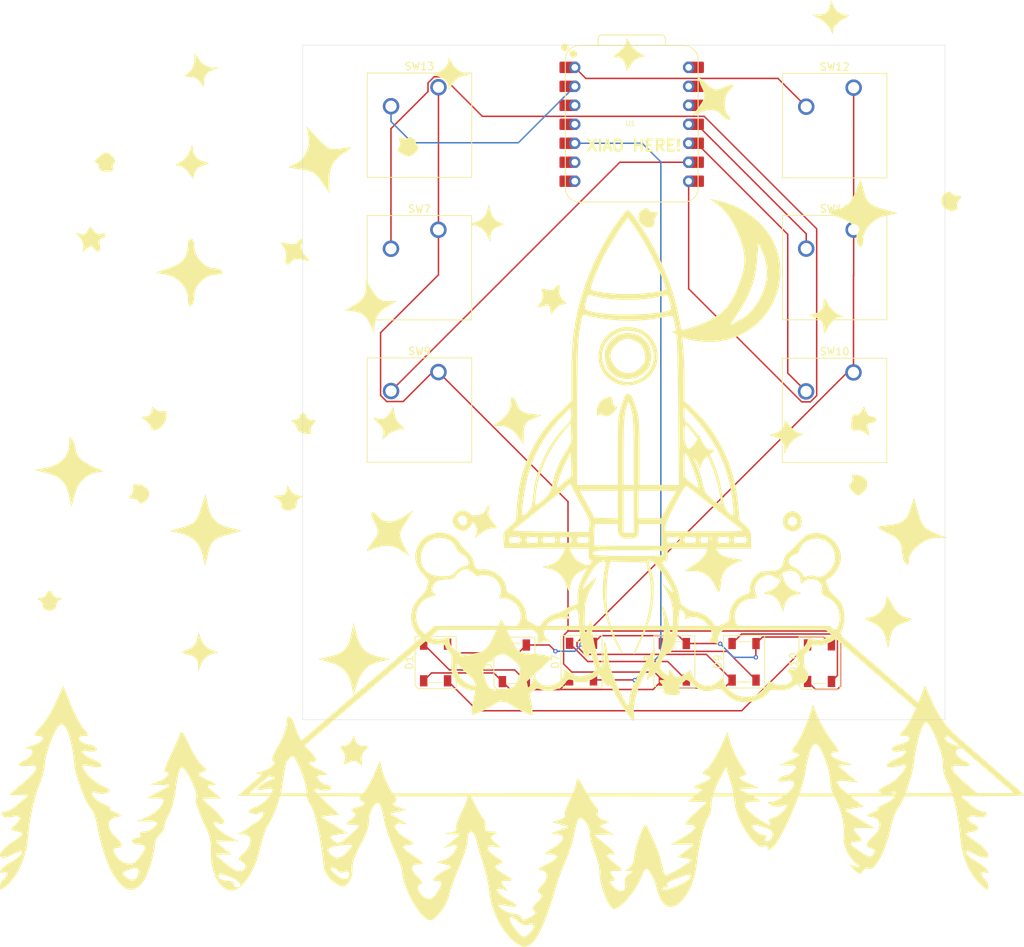
<source format=kicad_pcb>
(kicad_pcb (version 20241229) (generator "pcbnew") (generator_version "9.0")
  (layers (0 "F.Cu" signal) (2 "B.Cu" signal) (13 "F.Paste" user) (15 "B.Paste" user) (5 "F.SilkS" user "F.Silkscreen") (7 "B.SilkS" user "B.Silkscreen") (1 "F.Mask" user) (3 "B.Mask" user) (25 "Edge.Cuts" user))
  (net 0 "")
  (net 1 "Net-(D1-DOUT)")
  (net 2 "+5V")
  (net 3 "Net-(D1-DIN)")
  (net 4 "GND")
  (net 6 "Net-(D7-DOUT)")
  (net 7 "Net-(D7-DIN)")
  (net 8 "Net-(D8-DOUT)")
  (net 9 "Net-(D10-DIN)")
  (net 10 "Net-(U1-GPIO1{slash}RX)")
  (net 11 "Net-(U1-GPIO2{slash}SCK)")
  (net 12 "Net-(U1-GPIO4{slash}MISO)")
  (net 13 "Net-(U1-GPIO3{slash}MOSI)")
  (net 14 "Net-(U1-GPIO26{slash}ADC0{slash}A0)")
  (net 15 "Net-(U1-GPIO27{slash}ADC1{slash}A1)")
  (footprint "LED_SMD:LED_SK6812_PLCC4_5.0x5.0mm_P3.2mm" (layer "F.Cu") (at 170.04 127.84 90)
    (property "Reference" "D8")
    (property "Value" "SK6812")
  )
  (footprint "Button_Switch_Keyboard:SW_Cherry_MX_1.00u_PCB" (layer "F.Cu") (at 138.46 89.05)
    (property "Reference" "SW9")
    (property "Value" "SW_Push")
  )
  (footprint "LED_SMD:LED_SK6812_PLCC4_5.0x5.0mm_P3.2mm" (layer "F.Cu") (at 148.62 128.04 90)
    (property "Reference" "D2")
    (property "Value" "SK6812")
  )
  (footprint "LED_SMD:LED_SK6812_PLCC4_5.0x5.0mm_P3.2mm" (layer "F.Cu") (at 179.37 127.84 90)
    (property "Reference" "D9")
    (property "Value" "SK6812")
  )
  (footprint "Button_Switch_Keyboard:SW_Cherry_MX_1.00u_PCB" (layer "F.Cu") (at 138.46 50.92)
    (property "Reference" "SW13")
    (property "Value" "SW_Push")
  )
  (footprint "LED_SMD:LED_SK6812_PLCC4_5.0x5.0mm_P3.2mm" (layer "F.Cu") (at 157.61 127.81 90)
    (property "Reference" "D7")
    (property "Value" "SK6812")
  )
  (footprint "LED_SMD:LED_SK6812_PLCC4_5.0x5.0mm_P3.2mm" (layer "F.Cu") (at 138.08 127.93 90)
    (property "Reference" "D1")
    (property "Value" "SK6812")
  )
  (footprint "LED_SMD:LED_SK6812_PLCC4_5.0x5.0mm_P3.2mm" (layer "F.Cu") (at 189.47 128.02 90)
    (property "Reference" "D10")
    (property "Value" "SK6812")
  )
  (footprint "Button_Switch_Keyboard:SW_Cherry_MX_1.00u_PCB" (layer "F.Cu") (at 194.02 89.1)
    (property "Reference" "SW10")
    (property "Value" "SW_Push")
  )
  (footprint "OPL:XIAO-RP2040-DIP" (layer "F.Cu") (at 164.3285 55.88)
    (property "Reference" "U1")
    (property "Value" "XIAO-RP2040-DIP")
  )
  (footprint "Button_Switch_Keyboard:SW_Cherry_MX_1.00u_PCB" (layer "F.Cu") (at 138.45 70)
    (property "Reference" "SW7")
    (property "Value" "SW_Push")
  )
  (footprint "Button_Switch_Keyboard:SW_Cherry_MX_1.00u_PCB" (layer "F.Cu") (at 194.04 69.98)
    (property "Reference" "SW11")
    (property "Value" "SW_Push")
  )
  (footprint "Button_Switch_Keyboard:SW_Cherry_MX_1.00u_PCB" (layer "F.Cu") (at 194.04 50.98)
    (property "Reference" "SW12")
    (property "Value" "SW_Push")
  )
  (gr_poly (pts (xy 206.89645 64.896656) (xy 206.920941 64.898579) (xy 206.944367 64.901955) (xy 206.966686 64.906793) (xy 206.987859 64.9131) (xy 207.007845 64.920885) (xy 207.026604 64.930156) (xy 207.044095 64.94092) (xy 207.060278 64.953186) (xy 207.075113 64.966962) (xy 207.088559 64.982257) (xy 207.100576 64.999077) (xy 207.111123 65.017431) (xy 207.120161 65.037328) (xy 207.129323 65.057865) (xy 207.140238 65.07812) (xy 207.167097 65.117685) (xy 207.200288 65.155829) (xy 207.239356 65.192358) (xy 207.283851 65.227079) (xy 207.333319 65.259796) (xy 207.38731 65.290318) (xy 207.44537 65.31845) (xy 207.507047 65.343998) (xy 207.57189 65.366768) (xy 207.639447 65.386567) (xy 207.709264 65.4032) (xy 207.78089 65.416475) (xy 207.853873 65.426197) (xy 207.92776 65.432172) (xy 208.0021 65.434207) (xy 208.095654 65.435778) (xy 208.138208 65.437767) (xy 208.177969 65.44058) (xy 208.214952 65.444232) (xy 208.249174 65.448741) (xy 208.28065 65.454121) (xy 208.309398 65.46039) (xy 208.335432 65.467562) (xy 208.35877 65.475656) (xy 208.379427 65.484686) (xy 208.39742 65.494668) (xy 208.412764 65.50562) (xy 208.425476 65.517557) (xy 208.435572 65.530495) (xy 208.443068 65.54445) (xy 208.44798 65.559439) (xy 208.450325 65.575477) (xy 208.450118 65.592582) (xy 208.447376 65.610768) (xy 208.442115 65.630052) (xy 208.43435 65.650451) (xy 208.424099 65.67198) (xy 208.411377 65.694656) (xy 208.3962 65.718494) (xy 208.378585 65.743511) (xy 208.358547 65.769723) (xy 208.336103 65.797147) (xy 208.284062 65.855691) (xy 208.222589 65.919274) (xy 208.174551 65.971371) (xy 208.129742 66.028053) (xy 208.088292 66.088741) (xy 208.050331 66.152853) (xy 208.015986 66.219806) (xy 207.985388 66.289021) (xy 207.958666 66.359915) (xy 207.935949 66.431907) (xy 207.917367 66.504415) (xy 207.903048 66.576859) (xy 207.893121 66.648657) (xy 207.887717 66.719228) (xy 207.886964 66.78799) (xy 207.890991 66.854362) (xy 207.899928 66.917762) (xy 207.913904 66.977609) (xy 207.925018 67.006159) (xy 207.933572 67.033926) (xy 207.939591 67.060901) (xy 207.943099 67.087077) (xy 207.94412 67.112446) (xy 207.942678 67.136999) (xy 207.938798 67.160728) (xy 207.932504 67.183626) (xy 207.92382 67.205684) (xy 207.91277 67.226894) (xy 207.899378 67.247248) (xy 207.88367 67.266738) (xy 207.865668 67.285356) (xy 207.845397 67.303095) (xy 207.822882 67.319944) (xy 207.798146 67.335898) (xy 207.74211 67.365084) (xy 207.677483 67.390589) (xy 207.604459 67.412346) (xy 207.523231 67.430293) (xy 207.433993 67.444364) (xy 207.33694 67.454495) (xy 207.232265 67.46062) (xy 207.120161 67.462677) (xy 207.002489 67.45422) (xy 206.889347 67.437399) (xy 206.780872 67.412632) (xy 206.677202 67.38034) (xy 206.578473 67.340943) (xy 206.484823 67.294859) (xy 206.39639 67.24251) (xy 206.31331 67.184315) (xy 206.23572 67.120694) (xy 206.163759 67.052067) (xy 206.097563 66.978854) (xy 206.03727 66.901474) (xy 205.983016 66.820347) (xy 205.934939 66.735894) (xy 205.893177 66.648534) (xy 205.857866 66.558687) (xy 205.829143 66.466773) (xy 205.807147 66.373212) (xy 205.792015 66.278424) (xy 205.783882 66.182828) (xy 205.782888 66.086844) (xy 205.789168 65.990893) (xy 205.802861 65.895394) (xy 205.824104 65.800767) (xy 205.853033 65.707432) (xy 205.889787 65.615808) (xy 205.934502 65.526317) (xy 205.987315 65.439376) (xy 206.048365 65.355408) (xy 206.117787 65.27483) (xy 206.19572 65.198064) (xy 206.282301 65.125528) (xy 206.319372 65.101371) (xy 206.356145 65.078513) (xy 206.392579 65.056964) (xy 206.428633 65.03673) (xy 206.464267 65.017821) (xy 206.499441 65.000244) (xy 206.534114 64.984008) (xy 206.568247 64.96912) (xy 206.601798 64.955588) (xy 206.634727 64.943421) (xy 206.666994 64.932627) (xy 206.698558 64.923213) (xy 206.72938 64.915188) (xy 206.759418 64.90856) (xy 206.788633 64.903337) (xy 206.816984 64.899527) (xy 206.844431 64.897138) (xy 206.870933 64.896178)) (fill yes) (layer "F.SilkS"))
  (gr_poly (pts (xy 107.592718 106.841498) (xy 107.67244 107.177018) (xy 107.763336 107.489606) (xy 107.866248 107.780102) (xy 107.982014 108.049347) (xy 108.044979 108.176262) (xy 108.111474 108.298179) (xy 108.181602 108.415203) (xy 108.255468 108.527439) (xy 108.333178 108.634992) (xy 108.414836 108.737967) (xy 108.500547 108.836469) (xy 108.590417 108.930602) (xy 108.68455 109.020472) (xy 108.783052 109.106184) (xy 108.886027 109.187842) (xy 108.993579 109.265552) (xy 109.105815 109.339418) (xy 109.22284 109.409546) (xy 109.344757 109.476041) (xy 109.471672 109.539007) (xy 109.740917 109.654773) (xy 110.031414 109.757685) (xy 110.344002 109.848582) (xy 110.679521 109.928304) (xy 112.178828 110.281082) (xy 110.326745 110.810247) (xy 109.966109 110.914623) (xy 109.643067 111.0148) (xy 109.354906 111.113814) (xy 109.098914 111.214702) (xy 108.872378 111.320499) (xy 108.769307 111.376187) (xy 108.672584 111.434241) (xy 108.581867 111.49504) (xy 108.496819 111.558964) (xy 108.4171 111.626393) (xy 108.342371 111.697705) (xy 108.272293 111.773281) (xy 108.206527 111.853499) (xy 108.144733 111.93874) (xy 108.086572 112.029382) (xy 108.031707 112.125806) (xy 107.979796 112.22839) (xy 107.930501 112.337515) (xy 107.883484 112.45356) (xy 107.794923 112.707926) (xy 107.711401 112.994526) (xy 107.630205 113.316394) (xy 107.54862 113.676568) (xy 107.195842 115.043584) (xy 106.887162 113.632475) (xy 106.806956 113.327498) (xy 106.714735 113.040607) (xy 106.609853 112.771286) (xy 106.491665 112.519019) (xy 106.359524 112.283288) (xy 106.212785 112.063577) (xy 106.133739 111.959567) (xy 106.050801 111.859369) (xy 105.96389 111.762917) (xy 105.872926 111.670147) (xy 105.777828 111.580994) (xy 105.678515 111.495394) (xy 105.466922 111.334594) (xy 105.2375 111.18723) (xy 104.989604 111.052785) (xy 104.722587 110.930743) (xy 104.435805 110.820585) (xy 104.128609 110.721797) (xy 103.800356 110.633861) (xy 102.477441 110.32518) (xy 104.241328 109.79601) (xy 104.516602 109.714501) (xy 104.765069 109.633832) (xy 104.98886 109.551741) (xy 105.190107 109.465969) (xy 105.370942 109.374254) (xy 105.454372 109.325461) (xy 105.533497 109.274335) (xy 105.608585 109.220593) (xy 105.679903 109.163952) (xy 105.747716 109.10413) (xy 105.812292 109.040844) (xy 105.873896 108.973812) (xy 105.932795 108.90275) (xy 105.989255 108.827377) (xy 106.043544 108.747409) (xy 106.146671 108.57256) (xy 106.244307 108.375943) (xy 106.338584 108.155296) (xy 106.431634 107.908359) (xy 106.525588 107.632871) (xy 106.622579 107.326571) (xy 107.284038 105.342194)) (fill yes) (layer "F.SilkS"))
  (gr_poly (pts (xy 194.194152 102.772153) (xy 194.29027 102.778074) (xy 194.396723 102.78955) (xy 194.513512 102.806453) (xy 194.640636 102.828651) (xy 194.757801 102.852126) (xy 194.869475 102.88105) (xy 194.975594 102.91519) (xy 195.076094 102.954312) (xy 195.170909 102.998182) (xy 195.259975 103.046566) (xy 195.343228 103.099229) (xy 195.420603 103.155937) (xy 195.492035 103.216457) (xy 195.55746 103.280553) (xy 195.616812 103.347992) (xy 195.670028 103.41854) (xy 195.717044 103.491963) (xy 195.757793 103.568025) (xy 195.792212 103.646494) (xy 195.820236 103.727135) (xy 195.841801 103.809714) (xy 195.856841 103.893996) (xy 195.865293 103.979748) (xy 195.867091 104.066735) (xy 195.862171 104.154724) (xy 195.850469 104.243479) (xy 195.83192 104.332768) (xy 195.806458 104.422355) (xy 195.774021 104.512007) (xy 195.734542 104.601489) (xy 195.687958 104.690568) (xy 195.634204 104.779008) (xy 195.573215 104.866577) (xy 195.504927 104.953039) (xy 195.429274 105.038161) (xy 195.346193 105.121709) (xy 195.23538 105.222456) (xy 195.133545 105.309639) (xy 195.039333 105.383127) (xy 194.994661 105.414695) (xy 194.951386 105.442791) (xy 194.909339 105.4674) (xy 194.868349 105.488503) (xy 194.828248 105.506087) (xy 194.788865 105.520134) (xy 194.750031 105.530628) (xy 194.711577 105.537553) (xy 194.673333 105.540893) (xy 194.635129 105.540632) (xy 194.596796 105.536753) (xy 194.558164 105.529241) (xy 194.519064 105.51808) (xy 194.479325 105.503252) (xy 194.43878 105.484743) (xy 194.397257 105.462536) (xy 194.354588 105.436614) (xy 194.310603 105.406962) (xy 194.265132 105.373563) (xy 194.218006 105.336402) (xy 194.118109 105.250727) (xy 194.009556 105.149807) (xy 193.890991 105.033513) (xy 193.846676 104.9883) (xy 193.804679 104.943628) (xy 193.764991 104.899521) (xy 193.727605 104.856004) (xy 193.692511 104.8131) (xy 193.659703 104.770834) (xy 193.629172 104.729231) (xy 193.600909 104.688313) (xy 193.574908 104.648107) (xy 193.551159 104.608635) (xy 193.529655 104.569922) (xy 193.510388 104.531992) (xy 193.49335 104.49487) (xy 193.478531 104.458579) (xy 193.465926 104.423145) (xy 193.455524 104.38859) (xy 193.447319 104.35494) (xy 193.441302 104.322218) (xy 193.437465 104.29045) (xy 193.435801 104.259658) (xy 193.4363 104.229867) (xy 193.438955 104.201102) (xy 193.443758 104.173386) (xy 193.450701 104.146745) (xy 193.459775 104.121201) (xy 193.470974 104.09678) (xy 193.484287 104.073505) (xy 193.499708 104.051401) (xy 193.517229 104.030492) (xy 193.53684 104.010803) (xy 193.558536 103.992356) (xy 193.582306 103.975178) (xy 193.606594 103.962012) (xy 193.629849 103.947369) (xy 193.65207 103.931321) (xy 193.673257 103.913941) (xy 193.693411 103.895301) (xy 193.712531 103.875474) (xy 193.730618 103.854533) (xy 193.747671 103.83255) (xy 193.763691 103.809599) (xy 193.778677 103.785751) (xy 193.805549 103.735657) (xy 193.828286 103.68285) (xy 193.84689 103.627912) (xy 193.861359 103.571423) (xy 193.871694 103.513965) (xy 193.877895 103.45612) (xy 193.879962 103.398468) (xy 193.877896 103.341591) (xy 193.871695 103.286071) (xy 193.861361 103.232489) (xy 193.846893 103.181425) (xy 193.818987 103.110608) (xy 193.80891 103.077871) (xy 193.801417 103.046895) (xy 193.796507 103.017664) (xy 193.794181 102.99016) (xy 193.794439 102.964367) (xy 193.797281 102.940271) (xy 193.802707 102.917854) (xy 193.810717 102.8971) (xy 193.82131 102.877994) (xy 193.834487 102.860518) (xy 193.850248 102.844657) (xy 193.868593 102.830395) (xy 193.889521 102.817716) (xy 193.913034 102.806603) (xy 193.93913 102.79704) (xy 193.96781 102.789012) (xy 194.032922 102.777493) (xy 194.108369 102.771916)) (fill yes) (layer "F.SilkS"))
  (gr_poly (pts (xy 100.228653 93.742641) (xy 100.247937 93.747369) (xy 100.268336 93.754688) (xy 100.289865 93.764575) (xy 100.312541 93.777005) (xy 100.33638 93.791955) (xy 100.361397 93.8094) (xy 100.387609 93.829315) (xy 100.415033 93.851677) (xy 100.473578 93.903644) (xy 100.537162 93.965107) (xy 100.589247 94.013145) (xy 100.645854 94.057954) (xy 100.706337 94.099403) (xy 100.77005 94.137364) (xy 100.836346 94.171707) (xy 100.904581 94.202304) (xy 100.974107 94.229025) (xy 101.044279 94.251741) (xy 101.114452 94.270323) (xy 101.183978 94.284641) (xy 101.252213 94.294567) (xy 101.31851 94.299971) (xy 101.382222 94.300725) (xy 101.442706 94.296698) (xy 101.499313 94.287762) (xy 101.525962 94.281413) (xy 101.551399 94.273788) (xy 101.638116 94.248202) (xy 101.716484 94.237054) (xy 101.78668 94.239536) (xy 101.848883 94.254839) (xy 101.90327 94.282158) (xy 101.950018 94.320684) (xy 101.989306 94.369609) (xy 102.02131 94.428128) (xy 102.046209 94.495431) (xy 102.06418 94.570712) (xy 102.0754 94.653162) (xy 102.080049 94.741976) (xy 102.078302 94.836345) (xy 102.070338 94.935461) (xy 102.036468 95.144708) (xy 101.979861 95.363256) (xy 101.901937 95.584647) (xy 101.804117 95.80242) (xy 101.748191 95.907932) (xy 101.687824 96.010117) (xy 101.623193 96.108168) (xy 101.554477 96.201277) (xy 101.481853 96.288637) (xy 101.405498 96.369441) (xy 101.325591 96.442881) (xy 101.242309 96.508149) (xy 101.155829 96.564439) (xy 101.066329 96.610943) (xy 101.001343 96.642984) (xy 100.938667 96.672965) (xy 100.878283 96.700896) (xy 100.820177 96.726784) (xy 100.764331 96.750638) (xy 100.71073 96.772464) (xy 100.659358 96.792272) (xy 100.610198 96.81007) (xy 100.563234 96.825865) (xy 100.518451 96.839665) (xy 100.475831 96.85148) (xy 100.435359 96.861316) (xy 100.397019 96.869182) (xy 100.360794 96.875085) (xy 100.326669 96.879035) (xy 100.294627 96.881039) (xy 100.264652 96.881105) (xy 100.236728 96.879241) (xy 100.210838 96.875456) (xy 100.186967 96.869756) (xy 100.165099 96.862152) (xy 100.154911 96.857637) (xy 100.145217 96.852649) (xy 100.136016 96.847189) (xy 100.127305 96.841258) (xy 100.119083 96.834856) (xy 100.111348 96.827985) (xy 100.104096 96.820645) (xy 100.097328 96.812838) (xy 100.091039 96.804565) (xy 100.085229 96.795827) (xy 100.079896 96.786624) (xy 100.075037 96.776958) (xy 100.066734 96.75624) (xy 100.060304 96.733682) (xy 100.055731 96.70929) (xy 100.052999 96.683074) (xy 100.052092 96.655041) (xy 100.051068 96.629602) (xy 100.048033 96.602945) (xy 100.043044 96.57514) (xy 100.036158 96.546262) (xy 100.01692 96.485574) (xy 99.990769 96.421463) (xy 99.958159 96.35451) (xy 99.919542 96.285296) (xy 99.875369 96.214402) (xy 99.826094 96.14241) (xy 99.772167 96.069901) (xy 99.714042 95.997457) (xy 99.65217 95.925659) (xy 99.587004 95.855088) (xy 99.518996 95.786326) (xy 99.448598 95.719954) (xy 99.376261 95.656553) (xy 99.302439 95.596705) (xy 99.05646 95.407396) (xy 98.959825 95.330635) (xy 98.880761 95.264596) (xy 98.819266 95.208376) (xy 98.795107 95.183665) (xy 98.775341 95.16107) (xy 98.759967 95.140478) (xy 98.748986 95.121775) (xy 98.742397 95.104848) (xy 98.740201 95.089584) (xy 98.742397 95.075871) (xy 98.748986 95.063596) (xy 98.759967 95.052644) (xy 98.775341 95.042904) (xy 98.795107 95.034261) (xy 98.819266 95.026604) (xy 98.847817 95.019819) (xy 98.880761 95.013793) (xy 98.959825 95.003566) (xy 99.05646 94.995018) (xy 99.302439 94.979344) (xy 99.339508 94.97832) (xy 99.376261 94.975286) (xy 99.412644 94.970297) (xy 99.448598 94.963411) (xy 99.484067 94.954684) (xy 99.518996 94.944172) (xy 99.553327 94.931933) (xy 99.587004 94.918022) (xy 99.619971 94.902496) (xy 99.65217 94.885412) (xy 99.683546 94.866826) (xy 99.714042 94.846794) (xy 99.743601 94.825374) (xy 99.772167 94.802622) (xy 99.799684 94.778594) (xy 99.826094 94.753346) (xy 99.851341 94.726936) (xy 99.875369 94.69942) (xy 99.898122 94.670854) (xy 99.919542 94.641295) (xy 99.939573 94.610799) (xy 99.958159 94.579423) (xy 99.975243 94.547224) (xy 99.990769 94.514257) (xy 100.00468 94.48058) (xy 100.01692 94.446249) (xy 100.027431 94.411321) (xy 100.036158 94.375851) (xy 100.043044 94.339898) (xy 100.048033 94.303516) (xy 100.051068 94.266763) (xy 100.052092 94.229694) (xy 100.053664 94.128376) (xy 100.055653 94.082308) (xy 100.058465 94.039267) (xy 100.062118 93.99923) (xy 100.066626 93.962172) (xy 100.072006 93.928069) (xy 100.078275 93.896898) (xy 100.085447 93.868633) (xy 100.093541 93.843251) (xy 100.102571 93.820727) (xy 100.112553 93.801037) (xy 100.123505 93.784157) (xy 100.135442 93.770063) (xy 100.148379 93.758731) (xy 100.162335 93.750135) (xy 100.177324 93.744253) (xy 100.193362 93.741059) (xy 100.210467 93.74053)) (fill yes) (layer "F.SilkS"))
  (gr_poly (pts (xy 191.465635 40.210591) (xy 191.518776 40.308691) (xy 191.578635 40.404207) (xy 191.644695 40.496622) (xy 191.716439 40.58542) (xy 191.79335 40.670084) (xy 191.874912 40.750097) (xy 191.960608 40.824942) (xy 192.049922 40.894102) (xy 192.142335 40.957062) (xy 192.237333 41.013303) (xy 192.334398 41.06231) (xy 192.433013 41.103565) (xy 192.532661 41.136552) (xy 192.582712 41.149783) (xy 192.632827 41.160753) (xy 192.682942 41.169399) (xy 192.732992 41.175654) (xy 192.782914 41.179454) (xy 192.832641 41.180735) (xy 192.979372 41.189628) (xy 193.105239 41.2002) (xy 193.210047 41.213098) (xy 193.293602 41.228967) (xy 193.32735 41.238217) (xy 193.355712 41.248453) (xy 193.378664 41.259754) (xy 193.396182 41.272202) (xy 193.408242 41.285878) (xy 193.414818 41.300861) (xy 193.415889 41.317233) (xy 193.411428 41.335075) (xy 193.401411 41.354467) (xy 193.385815 41.37549) (xy 193.364616 41.398225) (xy 193.337789 41.422752) (xy 193.267153 41.477508) (xy 193.173715 41.540402) (xy 193.057281 41.612082) (xy 192.917657 41.693193) (xy 192.568064 41.886293) (xy 192.437914 41.955431) (xy 192.312351 42.030124) (xy 192.191826 42.109727) (xy 192.076792 42.193592) (xy 191.967702 42.281076) (xy 191.865006 42.37153) (xy 191.769157 42.46431) (xy 191.680608 42.55877) (xy 191.59981 42.654263) (xy 191.527216 42.750144) (xy 191.463278 42.845767) (xy 191.408448 42.940485) (xy 191.363178 43.033653) (xy 191.34427 43.079454) (xy 191.327921 43.124625) (xy 191.314189 43.169086) (xy 191.303129 43.212755) (xy 191.294798 43.255552) (xy 191.289253 43.297396) (xy 191.288682 43.413647) (xy 191.286755 43.514265) (xy 191.283148 43.599122) (xy 191.277538 43.668089) (xy 191.269603 43.721036) (xy 191.264662 43.741462) (xy 191.259019 43.757834) (xy 191.252633 43.770137) (xy 191.245464 43.778354) (xy 191.237472 43.782469) (xy 191.228615 43.782467) (xy 191.218854 43.77833) (xy 191.208148 43.770043) (xy 191.196457 43.75759) (xy 191.183741 43.740954) (xy 191.155071 43.695071) (xy 191.121815 43.632263) (xy 191.083649 43.552402) (xy 191.040252 43.45536) (xy 190.93647 43.20921) (xy 190.898336 43.124568) (xy 190.850514 43.036438) (xy 190.793648 42.945466) (xy 190.728384 42.852297) (xy 190.65537 42.757577) (xy 190.57525 42.661953) (xy 190.48867 42.566071) (xy 190.396276 42.470577) (xy 190.298716 42.376116) (xy 190.196633 42.283335) (xy 190.090675 42.192879) (xy 189.981487 42.105395) (xy 189.869715 42.021528) (xy 189.756005 41.941925) (xy 189.641004 41.867231) (xy 189.525356 41.798093) (xy 188.467026 41.224835) (xy 189.481258 41.180735) (xy 189.61045 41.177107) (xy 189.67272 41.17256) (xy 189.73344 41.166179) (xy 189.79261 41.157958) (xy 189.850229 41.147888) (xy 189.906298 41.13596) (xy 189.960817 41.122168) (xy 190.013786 41.106502) (xy 190.065204 41.088954) (xy 190.115072 41.069518) (xy 190.16339 41.048183) (xy 190.210157 41.024943) (xy 190.255374 40.99979) (xy 190.299041 40.972715) (xy 190.341158 40.94371) (xy 190.381724 40.912767) (xy 190.42074 40.879878) (xy 190.458205 40.845035) (xy 190.49412 40.80823) (xy 190.528485 40.769455) (xy 190.5613 40.728702) (xy 190.592564 40.685963) (xy 190.622278 40.641229) (xy 190.650441 40.594492) (xy 190.677055 40.545745) (xy 190.702117 40.49498) (xy 190.72563 40.442188) (xy 190.747592 40.387361) (xy 190.768004 40.330491) (xy 190.786865 40.27157) (xy 190.804176 40.210591) (xy 191.024666 39.24046)) (fill yes) (layer "F.SilkS"))
  (gr_poly (pts (xy 184.884126 95.51954) (xy 184.903647 95.525875) (xy 184.925058 95.536636) (xy 184.948438 95.551853) (xy 184.97387 95.57156) (xy 185.001433 95.595789) (xy 185.031208 95.624571) (xy 185.09772 95.695927) (xy 185.174049 95.785886) (xy 185.260843 95.894708) (xy 185.358746 96.022649) (xy 185.468406 96.169969) (xy 185.538031 96.275841) (xy 185.61405 96.378226) (xy 185.695624 96.476734) (xy 185.781913 96.57098) (xy 185.872079 96.660574) (xy 185.96528 96.745129) (xy 186.060677 96.824259) (xy 186.157431 96.897574) (xy 186.254702 96.964689) (xy 186.35165 97.025215) (xy 186.447435 97.078764) (xy 186.541218 97.124949) (xy 186.632158 97.163383) (xy 186.719417 97.193677) (xy 186.802154 97.215445) (xy 186.87953 97.228299) (xy 186.972009 97.229871) (xy 187.050923 97.234673) (xy 187.116142 97.242833) (xy 187.143577 97.248214) (xy 187.167539 97.254482) (xy 187.188013 97.261655) (xy 187.204982 97.269748) (xy 187.218432 97.278779) (xy 187.228344 97.288761) (xy 187.234704 97.299713) (xy 187.237495 97.31165) (xy 187.236701 97.324588) (xy 187.232306 97.338543) (xy 187.224293 97.353532) (xy 187.212647 97.369571) (xy 187.197351 97.386675) (xy 187.17839 97.404862) (xy 187.129405 97.444545) (xy 187.065562 97.48875) (xy 186.986734 97.537606) (xy 186.89279 97.591242) (xy 186.783602 97.649788) (xy 186.65904 97.713371) (xy 186.55841 97.759741) (xy 186.455519 97.815605) (xy 186.351206 97.880126) (xy 186.246313 97.952462) (xy 186.141678 98.031775) (xy 186.038142 98.117224) (xy 185.936543 98.20797) (xy 185.837723 98.303172) (xy 185.74252 98.401992) (xy 185.651774 98.50359) (xy 185.566325 98.607126) (xy 185.487013 98.711759) (xy 185.414677 98.816651) (xy 185.350158 98.920962) (xy 185.294294 99.023852) (xy 185.247926 99.12448) (xy 184.762859 100.050527) (xy 184.762859 99.080387) (xy 184.757697 99.026908) (xy 184.7505 98.973977) (xy 184.7413 98.921628) (xy 184.730131 98.869892) (xy 184.717023 98.818802) (xy 184.70201 98.768391) (xy 184.685124 98.71869) (xy 184.666397 98.669732) (xy 184.645861 98.621549) (xy 184.623548 98.574173) (xy 184.573724 98.481974) (xy 184.517182 98.393392) (xy 184.45418 98.308685) (xy 184.384977 98.228113) (xy 184.309831 98.151933) (xy 184.229001 98.080404) (xy 184.142744 98.013785) (xy 184.051321 97.952333) (xy 183.954987 97.896307) (xy 183.854003 97.845966) (xy 183.748626 97.801567) (xy 182.734384 97.492887) (xy 183.748626 97.140108) (xy 183.846736 97.095742) (xy 183.942326 97.045627) (xy 184.034945 96.990215) (xy 184.124141 96.929958) (xy 184.20946 96.865309) (xy 184.290452 96.79672) (xy 184.366664 96.724642) (xy 184.437643 96.649529) (xy 184.502938 96.571831) (xy 184.562097 96.492002) (xy 184.614666 96.410493) (xy 184.660195 96.327757) (xy 184.698231 96.244246) (xy 184.714298 96.20234) (xy 184.728322 96.160411) (xy 184.740247 96.118514) (xy 184.750015 96.076706) (xy 184.757572 96.035043) (xy 184.762859 95.993582) (xy 184.764 95.877354) (xy 184.767855 95.776887) (xy 184.775068 95.692439) (xy 184.780136 95.656304) (xy 184.786286 95.62427) (xy 184.793599 95.59637) (xy 184.802155 95.572637) (xy 184.812035 95.553102) (xy 184.82332 95.537798) (xy 184.836091 95.526758) (xy 184.850429 95.520013) (xy 184.866413 95.517596)) (fill yes) (layer "F.SilkS"))
  (gr_poly (pts (xy 173.338918 49.653598) (xy 173.384825 49.671739) (xy 173.439516 49.700021) (xy 173.502476 49.737993) (xy 173.573187 49.785201) (xy 173.651133 49.841195) (xy 173.735797 49.905521) (xy 173.923212 50.057364) (xy 174.131296 50.237114) (xy 174.355917 50.441152) (xy 174.529904 50.597268) (xy 174.689487 50.735104) (xy 174.836797 50.854983) (xy 174.973965 50.957226) (xy 175.039412 51.001836) (xy 175.103124 51.042158) (xy 175.165365 51.078233) (xy 175.226404 51.110101) (xy 175.286506 51.137803) (xy 175.345938 51.161379) (xy 175.404966 51.180869) (xy 175.463857 51.196314) (xy 175.522878 51.207754) (xy 175.582293 51.21523) (xy 175.642371 51.218781) (xy 175.703378 51.218449) (xy 175.765579 51.214273) (xy 175.829242 51.206294) (xy 175.894633 51.194553) (xy 175.962018 51.179089) (xy 176.031664 51.159944) (xy 176.103837 51.137156) (xy 176.256832 51.080819) (xy 176.423133 51.010401) (xy 176.604872 50.926224) (xy 176.730301 50.870792) (xy 176.850216 50.820221) (xy 176.964528 50.774462) (xy 177.073147 50.733467) (xy 177.175984 50.697188) (xy 177.272952 50.665576) (xy 177.36396 50.638582) (xy 177.448921 50.616159) (xy 177.527745 50.598258) (xy 177.600343 50.584829) (xy 177.666628 50.575826) (xy 177.726509 50.571199) (xy 177.779899 50.5709) (xy 177.826708 50.574881) (xy 177.866847 50.583092) (xy 177.900228 50.595486) (xy 177.926762 50.612015) (xy 177.94636 50.632629) (xy 177.953531 50.644453) (xy 177.958934 50.65728) (xy 177.964393 50.68592) (xy 177.962651 50.718501) (xy 177.953617 50.754973) (xy 177.937203 50.795289) (xy 177.91332 50.8394) (xy 177.88188 50.887258) (xy 177.842793 50.938814) (xy 177.795971 50.994019) (xy 177.741324 51.052826) (xy 177.678765 51.115186) (xy 177.608204 51.181049) (xy 177.529553 51.250369) (xy 177.442722 51.323097) (xy 177.370379 51.389032) (xy 177.302194 51.462494) (xy 177.238192 51.542996) (xy 177.178396 51.630054) (xy 177.122832 51.723185) (xy 177.071522 51.821903) (xy 177.024493 51.925724) (xy 176.981767 52.034164) (xy 176.909322 52.262962) (xy 176.854384 52.50442) (xy 176.817144 52.754663) (xy 176.797797 53.009815) (xy 176.796538 53.266001) (xy 176.813559 53.519344) (xy 176.849054 53.76597) (xy 176.903217 54.002001) (xy 176.93736 54.114833) (xy 176.976243 54.223563) (xy 177.019889 54.327707) (xy 177.068324 54.42678) (xy 177.121571 54.520298) (xy 177.179654 54.607776) (xy 177.242599 54.688729) (xy 177.310428 54.762674) (xy 177.342469 54.795231) (xy 177.37245 54.826755) (xy 177.400381 54.857244) (xy 177.426268 54.8867) (xy 177.450121 54.915123) (xy 177.471948 54.942512) (xy 177.491755 54.968867) (xy 177.509553 54.994189) (xy 177.525347 55.018477) (xy 177.539148 55.041732) (xy 177.550962 55.063953) (xy 177.560798 55.085141) (xy 177.568664 55.105295) (xy 177.574567 55.124415) (xy 177.578517 55.142502) (xy 177.580521 55.159555) (xy 177.580587 55.175575) (xy 177.578723 55.190561) (xy 177.574938 55.204514) (xy 177.569238 55.217433) (xy 177.561634 55.229319) (xy 177.552132 55.240171) (xy 177.54074 55.249989) (xy 177.527467 55.258774) (xy 177.512321 55.266526) (xy 177.49531 55.273243) (xy 177.476442 55.278928) (xy 177.455724 55.283579) (xy 177.433166 55.287196) (xy 177.408775 55.28978) (xy 177.382559 55.29133) (xy 177.354526 55.291847) (xy 177.329214 55.290951) (xy 177.302925 55.288294) (xy 177.247641 55.277894) (xy 177.189128 55.261034) (xy 177.127837 55.238102) (xy 177.064221 55.209486) (xy 176.998732 55.175573) (xy 176.931821 55.136751) (xy 176.863942 55.093407) (xy 176.795546 55.045929) (xy 176.727085 54.994705) (xy 176.659012 54.940121) (xy 176.591778 54.882567) (xy 176.525837 54.822428) (xy 176.461639 54.760094) (xy 176.399637 54.695951) (xy 176.340284 54.630388) (xy 176.276609 54.558168) (xy 176.209672 54.490333) (xy 176.139569 54.426874) (xy 176.066399 54.367783) (xy 175.990257 54.313053) (xy 175.91124 54.262675) (xy 175.829446 54.216641) (xy 175.744971 54.174943) (xy 175.568367 54.104524) (xy 175.382203 54.051351) (xy 175.187254 54.015361) (xy 174.984295 53.996489) (xy 174.774102 53.99467) (xy 174.557449 54.00984) (xy 174.335112 54.041934) (xy 174.107865 54.090887) (xy 173.876485 54.156635) (xy 173.641746 54.239114) (xy 173.404424 54.338258) (xy 173.165293 54.454002) (xy 172.89244 54.595165) (xy 172.78702 54.645947) (xy 172.70227 54.682067) (xy 172.638191 54.702425) (xy 172.613903 54.70635) (xy 172.594782 54.705924) (xy 172.580829 54.701008) (xy 172.572044 54.691465) (xy 172.568427 54.677158) (xy 172.569977 54.65795) (xy 172.576695 54.633704) (xy 172.58858 54.604282) (xy 172.627854 54.529362) (xy 172.687798 54.432092) (xy 172.768413 54.311374) (xy 172.991654 53.9952) (xy 173.297577 53.572057) (xy 173.445942 53.36604) (xy 173.577061 53.176559) (xy 173.691256 53.001548) (xy 173.788849 52.838938) (xy 173.870165 52.686665) (xy 173.904819 52.613757) (xy 173.935525 52.542659) (xy 173.962323 52.473111) (xy 173.985253 52.404854) (xy 174.004356 52.337632) (xy 174.019671 52.271184) (xy 174.031241 52.205253) (xy 174.039104 52.139581) (xy 174.043301 52.073909) (xy 174.043873 52.007978) (xy 174.04086 51.941531) (xy 174.034302 51.874308) (xy 174.024239 51.806052) (xy 174.010713 51.736504) (xy 173.993763 51.665407) (xy 173.97343 51.5925) (xy 173.922775 51.440227) (xy 173.859073 51.27762) (xy 173.782644 51.102611) (xy 173.725833 50.986479) (xy 173.671283 50.870154) (xy 173.619187 50.754474) (xy 173.569739 50.64028) (xy 173.523134 50.528411) (xy 173.479564 50.419708) (xy 173.402308 50.215155) (xy 173.339521 50.033339) (xy 173.314038 49.953057) (xy 173.292753 49.880978) (xy 173.275861 49.817943) (xy 173.263556 49.76479) (xy 173.25603 49.722361) (xy 173.253479 49.691493) (xy 173.254889 49.676498) (xy 173.259077 49.664547) (xy 173.265978 49.655583) (xy 173.275528 49.64955) (xy 173.287661 49.646392) (xy 173.302314 49.646051)) (fill yes) (layer "F.SilkS"))
  (gr_poly (pts (xy 204.562511 133.16754) (xy 204.658941 133.394119) (xy 204.765513 133.626254) (xy 204.880999 133.862265) (xy 205.004172 134.100472) (xy 205.133805 134.339195) (xy 205.26867 134.576757) (xy 205.40754 134.811476) (xy 205.549187 135.041673) (xy 205.692385 135.265669) (xy 205.835906 135.481785) (xy 205.978523 135.68834) (xy 206.119008 135.883656) (xy 206.256134 136.066052) (xy 206.388673 136.23385) (xy 206.515399 136.38537) (xy 206.635084 136.518932) (xy 206.806208 136.699939) (xy 206.956079 136.863183) (xy 207.085151 137.009502) (xy 207.142029 137.076578) (xy 207.193876 137.139737) (xy 207.240749 137.199086) (xy 207.282705 137.254728) (xy 207.319801 137.306769) (xy 207.352092 137.355314) (xy 207.379635 137.400468) (xy 207.402487 137.442335) (xy 207.420704 137.481021) (xy 207.434343 137.516631) (xy 207.44346 137.549269) (xy 207.448112 137.579041) (xy 207.448356 137.606051) (xy 207.446842 137.618554) (xy 207.444247 137.630405) (xy 207.440579 137.641619) (xy 207.435843 137.652208) (xy 207.430048 137.662185) (xy 207.4232 137.671564) (xy 207.406374 137.688578) (xy 207.385423 137.703356) (xy 207.360401 137.716002) (xy 207.331367 137.726621) (xy 207.298376 137.735319) (xy 207.261485 137.742199) (xy 207.220751 137.747368) (xy 207.17623 137.750931) (xy 207.127979 137.752991) (xy 207.076053 137.753654) (xy 206.961185 137.756071) (xy 206.856279 137.763172) (xy 206.761225 137.774729) (xy 206.675908 137.790517) (xy 206.600216 137.81031) (xy 206.534036 137.833882) (xy 206.477254 137.861006) (xy 206.429758 137.891457) (xy 206.391434 137.925009) (xy 206.36217 137.961435) (xy 206.341852 138.00051) (xy 206.330368 138.042007) (xy 206.327604 138.0857) (xy 206.333447 138.131363) (xy 206.347785 138.178771) (xy 206.370504 138.227696) (xy 206.401491 138.277914) (xy 206.440633 138.329197) (xy 206.487817 138.381319) (xy 206.54293 138.434056) (xy 206.60586 138.48718) (xy 206.676492 138.540466) (xy 206.754714 138.593687) (xy 206.840413 138.646617) (xy 206.933476 138.69903) (xy 207.03379 138.750701) (xy 207.141242 138.801403) (xy 207.255718 138.85091) (xy 207.505293 138.945434) (xy 207.640165 138.989999) (xy 207.78161 139.032465) (xy 207.916926 139.073753) (xy 208.041454 139.114718) (xy 208.154743 139.155037) (xy 208.256341 139.194387) (xy 208.345795 139.232445) (xy 208.385826 139.250889) (xy 208.422652 139.268888) (xy 208.456217 139.286403) (xy 208.486462 139.303394) (xy 208.513332 139.319819) (xy 208.536771 139.335638) (xy 208.556722 139.350812) (xy 208.573128 139.365299) (xy 208.585933 139.379059) (xy 208.59508 139.392052) (xy 208.600513 139.404238) (xy 208.601819 139.410016) (xy 208.602175 139.415576) (xy 208.601575 139.420915) (xy 208.60001 139.426026) (xy 208.597475 139.430905) (xy 208.593961 139.435547) (xy 208.583972 139.4441) (xy 208.569986 139.451643) (xy 208.551947 139.458136) (xy 208.529798 139.463539) (xy 208.503482 139.467812) (xy 208.472943 139.470914) (xy 208.438125 139.472805) (xy 208.398971 139.473444) (xy 208.299869 139.480254) (xy 208.209211 139.492263) (xy 208.12692 139.509246) (xy 208.052912 139.530977) (xy 207.987108 139.55723) (xy 207.929427 139.587778) (xy 207.879788 139.622396) (xy 207.83811 139.660857) (xy 207.804313 139.702936) (xy 207.778316 139.748405) (xy 207.760039 139.79704) (xy 207.749399 139.848614) (xy 207.746317 139.902901) (xy 207.750712 139.959675) (xy 207.762504 140.01871) (xy 207.78161 140.079779) (xy 207.807952 140.142658) (xy 207.841447 140.207118) (xy 207.882016 140.272936) (xy 207.929577 140.339884) (xy 207.984049 140.407736) (xy 208.045353 140.476266) (xy 208.113407 140.545248) (xy 208.188131 140.614457) (xy 208.269443 140.683666) (xy 208.357264 140.752648) (xy 208.451511 140.821179) (xy 208.552105 140.889031) (xy 208.658965 140.955979) (xy 208.77201 141.021796) (xy 208.891159 141.086257) (xy 209.016332 141.149136) (xy 209.197759 141.251993) (xy 209.345338 141.345678) (xy 209.459328 141.43032) (xy 209.539986 141.506048) (xy 209.567897 141.540609) (xy 209.587571 141.57299) (xy 209.599042 141.603208) (xy 209.602342 141.631277) (xy 209.597503 141.657215) (xy 209.584557 141.681038) (xy 209.563537 141.702761) (xy 209.534474 141.722401) (xy 209.497402 141.739974) (xy 209.452352 141.755496) (xy 209.338449 141.780452) (xy 209.193024 141.797399) (xy 209.016334 141.806465) (xy 208.808638 141.807779) (xy 208.570195 141.801471) (xy 208.301263 141.787671) (xy 208.0021 141.766506) (xy 207.78144 141.752541) (xy 207.68545 141.753677) (xy 207.59902 141.760215) (xy 207.522151 141.772147) (xy 207.454842 141.789465) (xy 207.397093 141.81216) (xy 207.348905 141.840225) (xy 207.310276 141.873651) (xy 207.281208 141.912431) (xy 207.2617 141.956556) (xy 207.251752 142.006018) (xy 207.251365 142.06081) (xy 207.260537 142.120923) (xy 207.27927 142.186348) (xy 207.307563 142.257079) (xy 207.345416 142.333106) (xy 207.392829 142.414422) (xy 207.516336 142.592889) (xy 207.678083 142.792413) (xy 207.878072 143.012931) (xy 208.116301 143.254379) (xy 208.39277 143.51669) (xy 208.70748 143.799801) (xy 209.06043 144.103647) (xy 210.912504 145.691153) (xy 209.589586 145.691153) (xy 208.310775 145.735251) (xy 209.545507 146.793581) (xy 209.671932 146.9077) (xy 209.802425 147.018201) (xy 209.93589 147.124568) (xy 210.071228 147.226285) (xy 210.207341 147.322833) (xy 210.343131 147.413698) (xy 210.4775 147.498361) (xy 210.60935 147.576306) (xy 210.737582 147.647016) (xy 210.861099 147.709975) (xy 210.978802 147.764666) (xy 211.089593 147.810571) (xy 211.192375 147.847176) (xy 211.286048 147.873961) (xy 211.369516 147.890411) (xy 211.407079 147.894599) (xy 211.441679 147.896009) (xy 211.474229 147.89665) (xy 211.505714 147.89855) (xy 211.536101 147.901678) (xy 211.565357 147.906) (xy 211.59345 147.911486) (xy 211.620349 147.918101) (xy 211.646021 147.925815) (xy 211.670432 147.934595) (xy 211.693552 147.944408) (xy 211.715348 147.955223) (xy 211.735788 147.967006) (xy 211.754838 147.979727) (xy 211.772468 147.993351) (xy 211.788644 148.007848) (xy 211.803334 148.023184) (xy 211.816506 148.039328) (xy 211.828128 148.056247) (xy 211.838168 148.073908) (xy 211.846592 148.092281) (xy 211.853369 148.111331) (xy 211.858467 148.131028) (xy 211.861853 148.151338) (xy 211.863494 148.17223) (xy 211.86336 148.19367) (xy 211.861416 148.215628) (xy 211.857631 148.23807) (xy 211.851974 148.260964) (xy 211.84441 148.284278) (xy 211.834908 148.307979) (xy 211.823436 148.332036) (xy 211.809962 148.356416) (xy 211.794452 148.381086) (xy 211.780646 148.405373) (xy 211.764094 148.428617) (xy 211.744893 148.450812) (xy 211.723141 148.471949) (xy 211.67237 148.511018) (xy 211.612556 148.545759) (xy 211.544473 148.576108) (xy 211.468896 148.602) (xy 211.386602 148.62337) (xy 211.298364 148.640154) (xy 211.204959 148.652288) (xy 211.107161 148.659706) (xy 211.005745 148.662344) (xy 210.901487 148.660138) (xy 210.795162 148.653023) (xy 210.687545 148.640934) (xy 210.579411 148.623806) (xy 210.471535 148.601576) (xy 210.366394 148.57582) (xy 210.266026 148.556249) (xy 210.17055 148.542589) (xy 210.080089 148.534564) (xy 209.994763 148.531901) (xy 209.914693 148.534326) (xy 209.840001 148.541562) (xy 209.770808 148.553337) (xy 209.707234 148.569375) (xy 209.649401 148.589402) (xy 209.59743 148.613143) (xy 209.551442 148.640324) (xy 209.511558 148.67067) (xy 209.4779 148.703907) (xy 209.450588 148.73976) (xy 209.429744 148.777954) (xy 209.415489 148.818216) (xy 209.407943 148.860271) (xy 209.407228 148.903843) (xy 209.413466 148.948659) (xy 209.426776 148.994444) (xy 209.447281 149.040923) (xy 209.475101 149.087823) (xy 209.510358 149.134867) (xy 209.553173 149.181783) (xy 209.603666 149.228295) (xy 209.661959 149.274129) (xy 209.728173 149.319009) (xy 209.80243 149.362663) (xy 209.884849 149.404815) (xy 209.975553 149.44519) (xy 210.074663 149.483515) (xy 210.162262 149.521221) (xy 210.243183 149.559855) (xy 210.317467 149.599314) (xy 210.385154 149.63949) (xy 210.446284 149.680281) (xy 210.500899 149.72158) (xy 210.549038 149.763283) (xy 210.590741 149.805285) (xy 210.626049 149.84748) (xy 210.655003 149.889765) (xy 210.677643 149.932033) (xy 210.694008 149.97418) (xy 210.70414 150.016101) (xy 210.708079 150.057691) (xy 210.705866 150.098845) (xy 210.69754 150.139458) (xy 210.683142 150.179425) (xy 210.662712 150.218641) (xy 210.636291 150.257002) (xy 210.603919 150.294401) (xy 210.565637 150.330735) (xy 210.521485 150.365898) (xy 210.471503 150.399785) (xy 210.415731 150.432291) (xy 210.354211 150.463312) (xy 210.286982 150.492742) (xy 210.214084 150.520477) (xy 210.135559 150.546411) (xy 210.051447 150.570439) (xy 209.961787 150.592457) (xy 209.86662 150.612359) (xy 209.765987 150.630041) (xy 209.603841 150.654566) (xy 209.465143 150.679479) (xy 209.350604 150.7062) (xy 209.260935 150.73615) (xy 209.225648 150.752781) (xy 209.196846 150.770751) (xy 209.174616 150.79024) (xy 209.159047 150.811425) (xy 209.150228 150.834482) (xy 209.148249 150.859591) (xy 209.153198 150.886928) (xy 209.165163 150.916672) (xy 209.184234 150.948999) (xy 209.210499 150.984087) (xy 209.244047 151.022115) (xy 209.284967 151.06326) (xy 209.389278 151.15561) (xy 209.524143 151.262558) (xy 209.690272 151.385527) (xy 209.888376 151.525937) (xy 210.383348 151.864763) (xy 210.595228 152.009119) (xy 210.792679 152.152473) (xy 210.975741 152.294341) (xy 211.144455 152.434239) (xy 211.298861 152.571682) (xy 211.439 152.706186) (xy 211.564911 152.837267) (xy 211.676636 152.964439) (xy 211.774214 153.087219) (xy 211.857686 153.205122) (xy 211.927092 153.317664) (xy 211.982474 153.42436) (xy 212.02387 153.524725) (xy 212.051322 153.618275) (xy 212.064869 153.704526) (xy 212.064553 153.782993) (xy 212.050414 153.853192) (xy 212.022491 153.914639) (xy 211.980826 153.966848) (xy 211.925458 154.009335) (xy 211.856429 154.041617) (xy 211.773778 154.063208) (xy 211.677546 154.073623) (xy 211.567773 154.07238) (xy 211.4445 154.058992) (xy 211.307766 154.032976) (xy 211.157613 153.993847) (xy 210.994081 153.941121) (xy 210.81721 153.874313) (xy 210.62704 153.792938) (xy 210.423612 153.696513) (xy 210.206966 153.584553) (xy 210.063422 153.510867) (xy 209.930399 153.446718) (xy 209.807825 153.391821) (xy 209.695626 153.345896) (xy 209.59373 153.308658) (xy 209.502064 153.279826) (xy 209.420556 153.259116) (xy 209.349133 153.246247) (xy 209.287723 153.240936) (xy 209.236252 153.242899) (xy 209.194647 153.251855) (xy 209.162838 153.267521) (xy 209.14075 153.289614) (xy 209.12831 153.317852) (xy 209.125447 153.351951) (xy 209.132088 153.39163) (xy 209.14816 153.436606) (xy 209.17359 153.486597) (xy 209.208306 153.541319) (xy 209.252234 153.600489) (xy 209.305303 153.663827) (xy 209.367439 153.731048) (xy 209.438571 153.80187) (xy 209.518624 153.876011) (xy 209.705208 154.033118) (xy 209.926608 154.200109) (xy 210.182244 154.374722) (xy 210.471535 154.554697) (xy 210.634704 154.647079) (xy 210.792963 154.741851) (xy 210.945539 154.838303) (xy 211.091654 154.935723) (xy 211.230535 155.033403) (xy 211.361406 155.13063) (xy 211.483492 155.226694) (xy 211.596018 155.320885) (xy 211.698208 155.412492) (xy 211.789288 155.500805) (xy 211.868483 155.585114) (xy 211.935016 155.664706) (xy 211.963293 155.702513) (xy 211.988114 155.738873) (xy 212.009382 155.7737) (xy 212.027 155.806904) (xy 212.040872 155.838396) (xy 212.050901 155.868087) (xy 212.056989 155.895889) (xy 212.05904 155.921713) (xy 212.058526 155.941867) (xy 212.056994 155.960987) (xy 212.054462 155.979074) (xy 212.050944 155.996127) (xy 212.046457 156.012147) (xy 212.041017 156.027133) (xy 212.034641 156.041085) (xy 212.027345 156.054004) (xy 212.019143 156.065889) (xy 212.010054 156.07674) (xy 212.000093 156.086558) (xy 211.989276 156.095343) (xy 211.977619 156.103094) (xy 211.965138 156.109811) (xy 211.95185 156.115495) (xy 211.937771 156.120145) (xy 211.922916 156.123762) (xy 211.907303 156.126345) (xy 211.890946 156.127895) (xy 211.873863 156.128411) (xy 211.85607 156.127894) (xy 211.837581 156.126343) (xy 211.818415 156.123759) (xy 211.798587 156.120141) (xy 211.757008 156.109806) (xy 211.712975 156.095336) (xy 211.666616 156.076734) (xy 211.618061 156.053997) (xy 211.597398 156.042114) (xy 211.576775 156.031272) (xy 211.556232 156.021479) (xy 211.535811 156.012744) (xy 211.515551 156.005075) (xy 211.495493 155.99848) (xy 211.475678 155.992967) (xy 211.456144 155.988543) (xy 211.436934 155.985218) (xy 211.418087 155.982999) (xy 211.399644 155.981894) (xy 211.381645 155.981912) (xy 211.36413 155.983059) (xy 211.34714 155.985346) (xy 211.330715 155.988779) (xy 211.314896 155.993366) (xy 211.299723 155.999116) (xy 211.285236 156.006037) (xy 211.271476 156.014137) (xy 211.258483 156.023424) (xy 211.246297 156.033906) (xy 211.234959 156.045591) (xy 211.224509 156.058487) (xy 211.214988 156.072602) (xy 211.206436 156.087945) (xy 211.198893 156.104523) (xy 211.192399 156.122345) (xy 211.186996 156.141418) (xy 211.182723 156.161751) (xy 211.179621 156.183352) (xy 211.177731 156.206228) (xy 211.177091 156.230389) (xy 211.177731 156.251435) (xy 211.179621 156.273193) (xy 211.182723 156.295597) (xy 211.186996 156.318582) (xy 211.198893 156.366038) (xy 211.214988 156.415044) (xy 211.234959 156.465085) (xy 211.258483 156.515642) (xy 211.285236 156.5662) (xy 211.314896 156.61624) (xy 211.34714 156.665248) (xy 211.381645 156.712705) (xy 211.418087 156.758094) (xy 211.456144 156.8009) (xy 211.495493 156.840605) (xy 211.535811 156.876692) (xy 211.576775 156.908644) (xy 211.597398 156.922909) (xy 211.618061 156.935946) (xy 211.642605 156.949241) (xy 211.666616 156.96428) (xy 211.712975 156.999333) (xy 211.757008 157.040587) (xy 211.798587 157.087525) (xy 211.837581 157.139632) (xy 211.873863 157.196389) (xy 211.907303 157.257281) (xy 211.937771 157.32179) (xy 211.965138 157.389401) (xy 211.989276 157.459595) (xy 212.010054 157.531857) (xy 212.027345 157.605669) (xy 212.041017 157.680515) (xy 212.050944 157.755879) (xy 212.056994 157.831242) (xy 212.05904 157.90609) (xy 212.057371 158.014589) (xy 212.051891 158.108489) (xy 212.04189 158.187662) (xy 212.034971 158.221685) (xy 212.026656 158.251977) (xy 212.016854 158.278523) (xy 212.005479 158.301306) (xy 211.99244 158.320311) (xy 211.977649 158.33552) (xy 211.961017 158.346919) (xy 211.942455 158.35449) (xy 211.921874 158.358217) (xy 211.899186 158.358085) (xy 211.874302 158.354077) (xy 211.847133 158.346177) (xy 211.817589 158.334369) (xy 211.785583 158.318637) (xy 211.751026 158.298965) (xy 211.713828 158.275336) (xy 211.631156 158.216144) (xy 211.536857 158.140932) (xy 211.430221 158.049571) (xy 211.310535 157.941931) (xy 211.177091 157.817885) (xy 210.872147 157.523222) (xy 210.585484 157.217578) (xy 210.316777 156.900307) (xy 210.065706 156.570763) (xy 209.831946 156.228299) (xy 209.615175 155.87227) (xy 209.415069 155.50203) (xy 209.231306 155.116933) (xy 209.063563 154.716334) (xy 208.911516 154.299585) (xy 208.774842 153.866041) (xy 208.65322 153.415057) (xy 208.546325 152.945986) (xy 208.453834 152.458183) (xy 208.375426 151.951001) (xy 208.310775 151.423794) (xy 208.249303 150.81976) (xy 208.180724 150.231618) (xy 208.105169 149.659753) (xy 208.022767 149.104554) (xy 207.933646 148.566408) (xy 207.837937 148.045703) (xy 207.735768 147.542827) (xy 207.627269 147.058166) (xy 207.512568 146.592109) (xy 207.391796 146.145043) (xy 207.265081 145.717356) (xy 207.132552 145.309435) (xy 206.994339 144.921669) (xy 206.850572 144.554443) (xy 206.701378 144.208147) (xy 206.546888 143.883167) (xy 206.48183 143.762428) (xy 206.419162 143.632451) (xy 206.359207 143.494335) (xy 206.302288 143.349178) (xy 206.248728 143.198078) (xy 206.198849 143.042134) (xy 206.152976 142.882443) (xy 206.11143 142.720103) (xy 206.074535 142.556213) (xy 206.042614 142.391871) (xy 206.015989 142.228174) (xy 205.994985 142.066221) (xy 205.979923 141.907111) (xy 205.971127 141.75194) (xy 205.96892 141.601808) (xy 205.973625 141.457811) (xy 205.968926 141.310214) (xy 205.955151 141.149326) (xy 205.902311 140.792393) (xy 205.818983 140.396445) (xy 205.709041 139.970912) (xy 205.576361 139.525226) (xy 205.424819 139.068816) (xy 205.258291 138.611114) (xy 205.080653 138.161552) (xy 204.89578 137.729559) (xy 204.707548 137.324567) (xy 204.519833 136.956007) (xy 204.336511 136.63331) (xy 204.161456 136.365906) (xy 204.078241 136.255887) (xy 203.998546 136.163227) (xy 203.922856 136.089107) (xy 203.851656 136.034704) (xy 203.785429 136.001198) (xy 203.724661 135.989767) (xy 203.678305 135.997309) (xy 203.630287 136.01961) (xy 203.529842 136.106556) (xy 203.424487 136.246728) (xy 203.315385 136.43625) (xy 203.2037 136.671248) (xy 203.090594 136.947846) (xy 202.97723 137.262167) (xy 202.864769 137.610336) (xy 202.647213 138.392716) (xy 202.447225 139.26398) (xy 202.274109 140.193122) (xy 202.200534 140.669707) (xy 202.137165 141.149136) (xy 202.09255 141.529044) (xy 202.026232 141.937374) (xy 201.940276 142.368442) (xy 201.836751 142.816563) (xy 201.717723 143.276053) (xy 201.585259 143.741228) (xy 201.441426 144.206402) (xy 201.288291 144.665892) (xy 201.127922 145.114013) (xy 200.962385 145.545081) (xy 200.793747 145.953411) (xy 200.624076 146.333319) (xy 200.455438 146.67912) (xy 200.289901 146.98513) (xy 200.129531 147.245665) (xy 199.976396 147.45504) (xy 199.916042 147.534332) (xy 199.851166 147.638751) (xy 199.782415 147.766554) (xy 199.710434 147.915996) (xy 199.559367 148.272822) (xy 199.403133 148.695277) (xy 199.246899 149.169408) (xy 199.095833 149.681263) (xy 198.9551 150.216889) (xy 198.82987 150.762335) (xy 198.697901 151.278485) (xy 198.551334 151.782684) (xy 198.392106 152.271252) (xy 198.222155 152.740506) (xy 198.043419 153.186764) (xy 197.857836 153.606343) (xy 197.667343 153.995564) (xy 197.47388 154.350742) (xy 197.376639 154.514415) (xy 197.279383 154.668197) (xy 197.182352 154.811627) (xy 197.08579 154.944246) (xy 196.989939 155.065592) (xy 196.89504 155.175207) (xy 196.801336 155.272629) (xy 196.70907 155.357399) (xy 196.618483 155.429055) (xy 196.529818 155.487139) (xy 196.443317 155.531189) (xy 196.359222 155.560746) (xy 196.277776 155.575349) (xy 196.19922 155.574538) (xy 196.123798 155.557852) (xy 196.05175 155.524832) (xy 196.0307 155.513328) (xy 196.008922 155.503601) (xy 195.986467 155.495618) (xy 195.963382 155.489347) (xy 195.939715 155.484755) (xy 195.915516 155.481811) (xy 195.890832 155.480481) (xy 195.865712 155.480734) (xy 195.840205 155.482537) (xy 195.814358 155.485859) (xy 195.788221 155.490666) (xy 195.761841 155.496926) (xy 195.735268 155.504608) (xy 195.708549 155.513678) (xy 195.681734 155.524105) (xy 195.65487 155.535856) (xy 195.601191 155.563202) (xy 195.547899 155.595457) (xy 195.495383 155.632363) (xy 195.44403 155.673662) (xy 195.394227 155.719095) (xy 195.346362 155.768404) (xy 195.300823 155.82133) (xy 195.257997 155.877615) (xy 195.20152 155.970103) (xy 195.147239 156.049091) (xy 195.120639 156.083503) (xy 195.09425 156.114515) (xy 195.067957 156.14212) (xy 195.041648 156.166309) (xy 195.01521 156.187075) (xy 194.988529 156.204409) (xy 194.961493 156.218304) (xy 194.933989 156.228751) (xy 194.905904 156.235742) (xy 194.877124 156.239269) (xy 194.847537 156.239325) (xy 194.817029 156.2359) (xy 194.785488 156.228987) (xy 194.7528 156.218578) (xy 194.718853 156.204664) (xy 194.683532 156.187238) (xy 194.646727 156.166292) (xy 194.608322 156.141818) (xy 194.568206 156.113806) (xy 194.526265 156.08225) (xy 194.436457 156.008472) (xy 194.337993 155.920417) (xy 194.229969 155.818023) (xy 194.11148 155.701223) (xy 193.865669 155.452401) (xy 193.769442 155.351341) (xy 193.691172 155.265073) (xy 193.63099 155.193017) (xy 193.607721 155.162136) (xy 193.589023 155.13459) (xy 193.574911 155.110306) (xy 193.565402 155.089211) (xy 193.560511 155.071234) (xy 193.560255 155.0563) (xy 193.564651 155.044338) (xy 193.573713 155.035274) (xy 193.587458 155.029037) (xy 193.605903 155.025553) (xy 193.629063 155.024749) (xy 193.656955 155.026554) (xy 193.689594 155.030894) (xy 193.726998 155.037697) (xy 193.816162 155.058401) (xy 193.924575 155.088083) (xy 194.052367 155.126162) (xy 194.199667 155.172058) (xy 194.339237 155.218008) (xy 194.460461 155.256464) (xy 194.563599 155.287168) (xy 194.648909 155.309863) (xy 194.716648 155.324289) (xy 194.744009 155.32832) (xy 194.767076 155.330188) (xy 194.785878 155.329859) (xy 194.80045 155.327302) (xy 194.810823 155.322484) (xy 194.817029 155.315373) (xy 194.819101 155.305936) (xy 194.817072 155.294142) (xy 194.810973 155.279957) (xy 194.800836 155.26335) (xy 194.786695 155.244289) (xy 194.768581 155.222741) (xy 194.720564 155.172054) (xy 194.657044 155.111032) (xy 194.578279 155.039417) (xy 194.484528 154.95695) (xy 194.376049 154.863373) (xy 194.174102 154.689492) (xy 193.982103 154.499656) (xy 193.800697 154.29548) (xy 193.630531 154.07858) (xy 193.472251 153.850569) (xy 193.326502 153.613062) (xy 193.19393 153.367675) (xy 193.075182 153.116022) (xy 192.970904 152.859718) (xy 192.88174 152.600378) (xy 192.808338 152.339617) (xy 192.751344 152.079049) (xy 192.711402 151.82029) (xy 192.68916 151.564954) (xy 192.685263 151.314656) (xy 192.700357 151.071011) (xy 192.717991 150.784434) (xy 192.721543 150.487844) (xy 192.711401 150.182598) (xy 192.687952 149.870053) (xy 192.651585 149.551565) (xy 192.602687 149.228491) (xy 192.541644 148.902187) (xy 192.468846 148.57401) (xy 192.384678 148.245316) (xy 192.28953 147.917462) (xy 192.183787 147.591804) (xy 192.067839 147.269698) (xy 191.942071 146.952502) (xy 191.806873 146.641572) (xy 191.662631 146.338265) (xy 191.509733 146.043936) (xy 191.444664 145.923733) (xy 191.381921 145.795455) (xy 191.321762 145.660331) (xy 191.264444 145.519587) (xy 191.210227 145.374451) (xy 191.159369 145.22615) (xy 191.112128 145.075912) (xy 191.068762 144.924962) (xy 191.029531 144.77453) (xy 190.994692 144.625842) (xy 190.964504 144.480125) (xy 190.939226 144.338607) (xy 190.919115 144.202516) (xy 190.90443 144.073077) (xy 190.89543 143.951519) (xy 190.892372 143.839069) (xy 190.88082 143.581118) (xy 190.847499 143.29061) (xy 190.794412 142.97323) (xy 190.723561 142.634663) (xy 190.636949 142.280592) (xy 190.536578 141.916704) (xy 190.42445 141.548681) (xy 190.302569 141.182208) (xy 190.172935 140.82297) (xy 190.037553 140.476651) (xy 189.898425 140.148936) (xy 189.757552 139.845508) (xy 189.616938 139.572053) (xy 189.478585 139.334255) (xy 189.344495 139.137798) (xy 189.216671 138.988367) (xy 189.101445 138.895813) (xy 189.044239 138.866875) (xy 188.987316 138.849444) (xy 188.930684 138.843479) (xy 188.87435 138.848939) (xy 188.818323 138.865784) (xy 188.762611 138.893973) (xy 188.652164 138.984225) (xy 188.543074 139.119371) (xy 188.435404 139.299087) (xy 188.32922 139.523052) (xy 188.224586 139.790941) (xy 188.121567 140.102433) (xy 188.020228 140.457203) (xy 187.920633 140.85493) (xy 187.822847 141.295289) (xy 187.726934 141.777958) (xy 187.540989 142.868935) (xy 187.446431 143.361615) (xy 187.299228 143.937172) (xy 187.105645 144.581329) (xy 186.871949 145.279811) (xy 186.604404 146.018342) (xy 186.309278 146.782646) (xy 185.992835 147.558449) (xy 185.661341 148.331474) (xy 185.321062 149.087446) (xy 184.978264 149.812088) (xy 184.639212 150.491127) (xy 184.310173 151.110285) (xy 183.997411 151.655287) (xy 183.707193 152.111858) (xy 183.445785 152.465723) (xy 183.219452 152.702604) (xy 183.17475 152.742657) (xy 183.131591 152.780142) (xy 183.089966 152.815075) (xy 183.049867 152.847473) (xy 183.011286 152.877351) (xy 182.974215 152.904727) (xy 182.938646 152.929616) (xy 182.904571 152.952033) (xy 182.871981 152.971996) (xy 182.840869 152.989521) (xy 182.811226 153.004623) (xy 182.783045 153.017319) (xy 182.756317 153.027625) (xy 182.731034 153.035557) (xy 182.707189 153.041132) (xy 182.684773 153.044364) (xy 182.663778 153.045272) (xy 182.644196 153.04387) (xy 182.626019 153.040174) (xy 182.609239 153.034202) (xy 182.593848 153.025969) (xy 182.579837 153.015492) (xy 182.567199 153.002785) (xy 182.555926 152.987867) (xy 182.546009 152.970752) (xy 182.53744 152.951457) (xy 182.530212 152.929998) (xy 182.524316 152.906391) (xy 182.519745 152.880653) (xy 182.516489 152.852799) (xy 182.514542 152.822846) (xy 182.513895 152.79081) (xy 182.513254 152.762516) (xy 182.511354 152.735515) (xy 182.508227 152.709806) (xy 182.503904 152.685388) (xy 182.498419 152.662263) (xy 182.491804 152.64043) (xy 182.48409 152.619888) (xy 182.475311 152.600639) (xy 182.465498 152.582681) (xy 182.454684 152.566016) (xy 182.442901 152.550642) (xy 182.430181 152.53656) (xy 182.416557 152.52377) (xy 182.402061 152.512272) (xy 182.386726 152.502066) (xy 182.370583 152.493152) (xy 182.353664 152.48553) (xy 182.336003 152.4792) (xy 182.317632 152.474162) (xy 182.298582 152.470415) (xy 182.278886 152.46796) (xy 182.258577 152.466798) (xy 182.237686 152.466927) (xy 182.216246 152.468348) (xy 182.194289 152.471061) (xy 182.171848 152.475065) (xy 182.148955 152.480362) (xy 182.125642 152.48695) (xy 182.101941 152.494831) (xy 182.077886 152.504003) (xy 182.053507 152.514467) (xy 182.028837 152.526222) (xy 181.924587 152.57785) (xy 181.810826 152.601282) (xy 181.688376 152.597778) (xy 181.558063 152.568597) (xy 181.420708 152.514999) (xy 181.277136 152.438244) (xy 181.12817 152.33959) (xy 180.974635 152.220299) (xy 180.657147 151.924839) (xy 180.331262 151.561941) (xy 180.003569 151.141683) (xy 179.680656 150.67414) (xy 179.369112 150.169391) (xy 179.180432 149.827568) (xy 180.47248 149.827568) (xy 180.475777 149.865229) (xy 180.485922 149.907154) (xy 180.502929 149.953358) (xy 180.526816 150.003858) (xy 180.557599 150.05867) (xy 180.595293 150.117809) (xy 180.639915 150.181292) (xy 180.691481 150.249136) (xy 180.750007 150.321356) (xy 180.810373 150.386921) (xy 180.875324 150.451065) (xy 180.94428 150.5134) (xy 181.01666 150.573539) (xy 181.091882 150.631094) (xy 181.169365 150.685677) (xy 181.248527 150.736902) (xy 181.328786 150.784379) (xy 181.409563 150.827722) (xy 181.490275 150.866544) (xy 181.570341 150.900457) (xy 181.649179 150.929072) (xy 181.726209 150.952003) (xy 181.800848 150.968862) (xy 181.872516 150.979262) (xy 181.940632 150.982815) (xy 181.973058 150.983329) (xy 182.004184 150.98486) (xy 182.034002 150.987393) (xy 182.062504 150.990911) (xy 182.089681 150.995398) (xy 182.115527 151.000837) (xy 182.140032 151.007214) (xy 182.163188 151.01451) (xy 182.184988 151.022711) (xy 182.205424 151.031801) (xy 182.224486 151.041762) (xy 182.242168 151.052579) (xy 182.258461 151.064236) (xy 182.273358 151.076717) (xy 182.286849 151.090005) (xy 182.298927 151.104084) (xy 182.309584 151.118939) (xy 182.318812 151.134552) (xy 182.326603 151.150908) (xy 182.332948 151.167992) (xy 182.33784 151.185785) (xy 182.34127 151.204273) (xy 182.343231 151.22344) (xy 182.343714 151.243268) (xy 182.342711 151.263743) (xy 182.340215 151.284847) (xy 182.336217 151.306565) (xy 182.330709 151.32888) (xy 182.323682 151.351777) (xy 182.31513 151.375239) (xy 182.305044 151.39925) (xy 182.293415 151.423794) (xy 182.281529 151.444457) (xy 182.270677 151.46508) (xy 182.260858 151.485622) (xy 182.252073 151.506044) (xy 182.244321 151.526303) (xy 182.237603 151.546361) (xy 182.231919 151.566177) (xy 182.227268 151.58571) (xy 182.223651 151.604921) (xy 182.221067 151.623768) (xy 182.219516 151.642211) (xy 182.219 151.66021) (xy 182.219516 151.677725) (xy 182.221067 151.694715) (xy 182.223651 151.711139) (xy 182.227268 151.726959) (xy 182.231919 151.742132) (xy 182.237603 151.756619) (xy 182.244321 151.770379) (xy 182.252073 151.783372) (xy 182.260858 151.795558) (xy 182.270677 151.806896) (xy 182.281529 151.817346) (xy 182.293415 151.826867) (xy 182.306334 151.835419) (xy 182.320287 151.842962) (xy 182.335273 151.849455) (xy 182.351293 151.854859) (xy 182.368347 151.859131) (xy 182.386434 151.862233) (xy 182.405554 151.864124) (xy 182.425708 151.864763) (xy 182.450635 151.863867) (xy 182.47578 151.861211) (xy 182.501102 151.856842) (xy 182.526562 151.850811) (xy 182.552119 151.843164) (xy 182.577732 151.833952) (xy 182.603362 151.823221) (xy 182.628967 151.811021) (xy 182.679943 151.782405) (xy 182.730339 151.748493) (xy 182.77983 151.709671) (xy 182.828094 151.666328) (xy 182.874807 151.61885) (xy 182.919648 151.567626) (xy 182.962292 151.513042) (xy 183.002417 151.455488) (xy 183.0397 151.395349) (xy 183.073818 151.333014) (xy 183.104447 151.26887) (xy 183.131265 151.203304) (xy 183.146382 151.158216) (xy 183.158664 151.113894) (xy 183.16812 151.070331) (xy 183.174758 151.027519) (xy 183.178586 150.98545) (xy 183.179612 150.944116) (xy 183.177845 150.903509) (xy 183.173292 150.86362) (xy 183.165962 150.824441) (xy 183.155862 150.785966) (xy 183.143001 150.748184) (xy 183.127386 150.711089) (xy 183.109026 150.674672) (xy 183.087929 150.638925) (xy 183.064102 150.603841) (xy 183.037555 150.56941) (xy 183.008295 150.535625) (xy 182.976329 150.502479) (xy 182.941667 150.469962) (xy 182.904316 150.438066) (xy 182.82158 150.376109) (xy 182.728186 150.316541) (xy 182.624198 150.259298) (xy 182.50968 150.204316) (xy 182.384699 150.15153) (xy 182.249317 150.100876) (xy 181.956332 149.992894) (xy 181.689315 149.900544) (xy 181.565584 149.860271) (xy 181.448394 149.823955) (xy 181.337761 149.791611) (xy 181.2337 149.763257) (xy 181.136227 149.738907) (xy 181.04536 149.718578) (xy 180.961114 149.702286) (xy 180.883505 149.690048) (xy 180.812549 149.681879) (xy 180.748263 149.677796) (xy 180.690663 149.677815) (xy 180.639764 149.681952) (xy 180.595583 149.690223) (xy 180.558137 149.702644) (xy 180.541944 149.710415) (xy 180.52744 149.719231) (xy 180.514628 149.729092) (xy 180.50351 149.740001) (xy 180.494088 149.75196) (xy 180.486363 149.76497) (xy 180.480338 149.779034) (xy 180.476014 149.794153) (xy 180.473394 149.81033) (xy 180.47248 149.827568) (xy 179.180432 149.827568) (xy 179.075525 149.637511) (xy 178.806485 149.088578) (xy 178.568579 148.532669) (xy 178.368398 147.979861) (xy 178.212529 147.44023) (xy 178.107561 146.923853) (xy 178.076224 146.677534) (xy 178.060083 146.440807) (xy 178.057036 146.333557) (xy 178.048111 146.211192) (xy 178.013918 145.926799) (xy 177.960088 145.598997) (xy 177.889205 145.239155) (xy 177.803853 144.858643) (xy 177.706615 144.46883) (xy 177.600076 144.081084) (xy 177.48682 143.706776) (xy 176.957655 141.942888) (xy 175.987511 143.794971) (xy 175.889412 143.989522) (xy 175.793896 144.191759) (xy 175.701481 144.400069) (xy 175.612684 144.612836) (xy 175.52802 144.828445) (xy 175.448007 145.045281) (xy 175.373162 145.26173) (xy 175.304001 145.476177) (xy 175.241042 145.687006) (xy 175.1848 145.892603) (xy 175.135793 146.091353) (xy 175.094537 146.281641) (xy 175.06155 146.461852) (xy 175.037348 146.630371) (xy 175.022448 146.785584) (xy 175.017366 146.925875) (xy 175.015342 147.050781) (xy 175.009443 147.17685) (xy 174.999926 147.303178) (xy 174.98705 147.428859) (xy 174.971074 147.55299) (xy 174.952256 147.674667) (xy 174.930854 147.792985) (xy 174.907126 147.907039) (xy 174.881332 148.015925) (xy 174.853728 148.118739) (xy 174.824574 148.214578) (xy 174.794129 148.302535) (xy 174.762649 148.381707) (xy 174.730394 148.451189) (xy 174.697623 148.510078) (xy 174.664592 148.557468) (xy 174.555189 148.70873) (xy 174.442556 148.911797) (xy 174.327598 149.162664) (xy 174.211218 149.457328) (xy 174.094322 149.791782) (xy 173.977813 150.162022) (xy 173.749575 150.993841) (xy 173.53374 151.920744) (xy 173.337543 152.910692) (xy 173.168217 153.931647) (xy 173.032999 154.951569) (xy 172.985426 155.32456) (xy 172.925791 155.690672) (xy 172.854689 156.049225) (xy 172.77272 156.399543) (xy 172.68048 156.740947) (xy 172.578567 157.072758) (xy 172.467578 157.394299) (xy 172.348111 157.70489) (xy 172.220764 158.003854) (xy 172.086133 158.290513) (xy 171.944817 158.564188) (xy 171.797412 158.824201) (xy 171.644517 159.069873) (xy 171.48673 159.300528) (xy 171.324646 159.515485) (xy 171.158864 159.714068) (xy 170.989982 159.895597) (xy 170.818597 160.059395) (xy 170.645306 160.204784) (xy 170.470707 160.331084) (xy 170.295397 160.437618) (xy 170.119975 160.523708) (xy 169.945037 160.588675) (xy 169.771181 160.631841) (xy 169.599004 160.652528) (xy 169.429104 160.650057) (xy 169.262079 160.623751) (xy 169.098525 160.572931) (xy 168.939042 160.496919) (xy 168.784225 160.395036) (xy 168.634672 160.266605) (xy 168.490982 160.110947) (xy 168.440404 160.054296) (xy 168.388147 159.984338) (xy 168.334598 159.902237) (xy 168.280144 159.809155) (xy 168.225174 159.706254) (xy 168.170074 159.594698) (xy 168.061037 159.350269) (xy 167.956134 159.085169) (xy 167.858466 158.808701) (xy 167.771134 158.530165) (xy 167.697239 158.258863) (xy 167.68695 158.217525) (xy 168.446635 158.217525) (xy 168.447964 158.229415) (xy 168.450908 158.24145) (xy 168.4555 158.253607) (xy 168.46177 158.265861) (xy 168.469753 158.278187) (xy 168.479479 158.290562) (xy 168.490982 158.302961) (xy 168.531391 158.327444) (xy 168.58585 158.343279) (xy 168.653423 158.350862) (xy 168.733171 158.350588) (xy 168.92545 158.328055) (xy 169.155195 158.278843) (xy 169.414912 158.206119) (xy 169.697109 158.113047) (xy 169.994292 158.002793) (xy 170.298968 157.878522) (xy 170.603645 157.743398) (xy 170.900828 157.600588) (xy 171.183025 157.453256) (xy 171.442743 157.304568) (xy 171.672489 157.157689) (xy 171.86477 157.015783) (xy 172.012092 156.882016) (xy 172.066552 156.819174) (xy 172.106962 156.759554) (xy 172.172397 156.658816) (xy 172.219098 156.571707) (xy 172.245905 156.498423) (xy 172.251484 156.467025) (xy 172.251653 156.439155) (xy 172.246267 156.414839) (xy 172.235181 156.394099) (xy 172.218248 156.376961) (xy 172.195324 156.363448) (xy 172.166264 156.353585) (xy 172.130922 156.347396) (xy 172.04081 156.346136) (xy 171.923827 156.359863) (xy 171.778809 156.38877) (xy 171.604595 156.433051) (xy 171.40002 156.4929) (xy 171.163923 156.56851) (xy 170.895141 156.660075) (xy 170.254869 156.891848) (xy 170.181244 156.917029) (xy 170.10925 156.94292) (xy 170.038968 156.969458) (xy 169.970478 156.996577) (xy 169.903862 157.024213) (xy 169.839199 157.052301) (xy 169.776572 157.080777) (xy 169.716059 157.109575) (xy 169.657743 157.138633) (xy 169.601703 157.167883) (xy 169.548022 157.197264) (xy 169.496779 157.226708) (xy 169.448055 157.256153) (xy 169.401931 157.285533) (xy 169.358487 157.314784) (xy 169.317806 157.343842) (xy 169.279966 157.37264) (xy 169.245049 157.401116) (xy 169.213136 157.429205) (xy 169.184307 157.456841) (xy 169.158644 157.48396) (xy 169.136226 157.510498) (xy 169.117136 157.53639) (xy 169.101452 157.561571) (xy 169.089257 157.585977) (xy 169.080631 157.609544) (xy 169.075654 157.632206) (xy 169.074408 157.653899) (xy 169.076973 157.674558) (xy 169.08343 157.694119) (xy 169.09386 157.712518) (xy 169.108343 157.729689) (xy 169.123979 157.746094) (xy 169.137831 157.762225) (xy 169.149923 157.778066) (xy 169.160279 157.793599) (xy 169.168922 157.808809) (xy 169.175879 157.82368) (xy 169.181171 157.838196) (xy 169.184825 157.85234) (xy 169.186864 157.866097) (xy 169.187312 157.879449) (xy 169.186194 157.892382) (xy 169.183533 157.904879) (xy 169.179355 157.916923) (xy 169.173682 157.928499) (xy 169.16654 157.939591) (xy 169.157953 157.950182) (xy 169.147945 157.960256) (xy 169.136539 157.969797) (xy 169.123761 157.978789) (xy 169.109635 157.987216) (xy 169.094184 157.995062) (xy 169.077434 158.00231) (xy 169.059407 158.008944) (xy 169.040129 158.014948) (xy 169.019624 158.020307) (xy 168.997915 158.025003) (xy 168.950986 158.032345) (xy 168.899535 158.036845) (xy 168.843756 158.038374) (xy 168.81521 158.038758) (xy 168.787472 158.039892) (xy 168.760574 158.041753) (xy 168.734548 158.044317) (xy 168.709426 158.047558) (xy 168.685241 158.051454) (xy 168.662025 158.055979) (xy 168.63981 158.061111) (xy 168.618628 158.066823) (xy 168.598512 158.073093) (xy 168.579495 158.079895) (xy 168.561608 158.087206) (xy 168.544883 158.095002) (xy 168.529354 158.103258) (xy 168.515051 158.11195) (xy 168.502009 158.121054) (xy 168.490258 158.130545) (xy 168.479831 158.1404) (xy 168.470761 158.150594) (xy 168.46308 158.161103) (xy 168.45682 158.171903) (xy 168.452013 158.182969) (xy 168.448691 158.194278) (xy 168.446888 158.205804) (xy 168.446635 158.217525) (xy 167.68695 158.217525) (xy 167.661657 158.115901) (xy 167.621359 157.968869) (xy 167.576798 157.818867) (xy 167.528427 157.666991) (xy 167.476696 157.514341) (xy 167.422058 157.362014) (xy 167.305871 157.062722) (xy 167.245226 156.917953) (xy 167.183483 156.7779) (xy 167.121095 156.64366) (xy 167.058512 156.516332) (xy 166.996188 156.397013) (xy 166.934575 156.286802) (xy 166.874125 156.186796) (xy 166.81529 156.098095) (xy 166.713725 155.951496) (xy 166.622882 155.826537) (xy 166.541082 155.724186) (xy 166.466647 155.645412) (xy 166.431666 155.615169) (xy 166.397896 155.591184) (xy 166.365127 155.573577) (xy 166.333149 155.562471) (xy 166.301753 155.557985) (xy 166.270728 155.560242) (xy 166.239865 155.569362) (xy 166.208954 155.585466) (xy 166.177784 155.608676) (xy 166.146145 155.639113) (xy 166.113829 155.676897) (xy 166.080624 155.72215) (xy 166.01071 155.835547) (xy 165.934724 155.980274) (xy 165.850986 156.157298) (xy 165.757818 156.367589) (xy 165.53647 156.891848) (xy 165.453879 157.079074) (xy 165.363569 157.268288) (xy 165.161987 157.650283) (xy 164.936118 158.033054) (xy 164.690353 158.411821) (xy 164.429086 158.781802) (xy 164.156708 159.138219) (xy 163.877612 159.47629) (xy 163.596191 159.791237) (xy 163.316837 160.078278) (xy 163.043943 160.332634) (xy 162.7819 160.549524) (xy 162.656321 160.642426) (xy 162.535102 160.724169) (xy 162.418793 160.794156) (xy 162.307942 160.851788) (xy 162.203098 160.896469) (xy 162.10481 160.927601) (xy 162.013628 160.944587) (xy 161.930101 160.946829) (xy 161.854777 160.933729) (xy 161.788206 160.90469) (xy 161.721069 160.856487) (xy 161.652124 160.795018) (xy 161.509842 160.635026) (xy 161.363425 160.430205) (xy 161.214942 160.186045) (xy 161.066458 159.908037) (xy 160.920042 159.601671) (xy 160.777759 159.272439) (xy 160.641678 158.92583) (xy 160.513866 158.567335) (xy 160.396388 158.202445) (xy 160.291313 157.836651) (xy 160.200707 157.475443) (xy 160.126638 157.124311) (xy 160.071172 156.788746) (xy 160.036376 156.47424) (xy 160.024318 156.186281) (xy 160.020766 156.047511) (xy 160.010366 155.896726) (xy 159.993506 155.735347) (xy 159.970574 155.564795) (xy 159.908045 155.201855) (xy 159.825879 154.819277) (xy 159.727176 154.42843) (xy 159.615037 154.040683) (xy 159.492563 153.667405) (xy 159.362855 153.319965) (xy 159.29729 153.159479) (xy 159.233147 152.993114) (xy 159.110673 152.648176) (xy 158.998535 152.296002) (xy 158.899833 151.947446) (xy 158.817668 151.613358) (xy 158.783755 151.455132) (xy 158.755139 151.304593) (xy 158.732208 151.163096) (xy 158.715348 151.032) (xy 158.704949 150.91266) (xy 158.701396 150.806433) (xy 158.699226 150.719138) (xy 158.692826 150.631044) (xy 158.682356 150.542385) (xy 158.667978 150.453395) (xy 158.649854 150.364308) (xy 158.628145 150.275359) (xy 158.603012 150.18678) (xy 158.574617 150.098808) (xy 158.543121 150.011675) (xy 158.508686 149.925616) (xy 158.471474 149.840865) (xy 158.431646 149.757657) (xy 158.389363 149.676225) (xy 158.344787 149.596803) (xy 158.298079 149.519626) (xy 158.249401 149.444928) (xy 158.198915 149.372943) (xy 158.146781 149.303905) (xy 158.093162 149.238049) (xy 158.038218 149.175608) (xy 157.982112 149.116816) (xy 157.925004 149.061909) (xy 157.867057 149.011119) (xy 157.808431 148.964682) (xy 157.749289 148.922831) (xy 157.689792 148.8858) (xy 157.6301 148.853824) (xy 157.570377 148.827137) (xy 157.510782 148.805972) (xy 157.451479 148.790565) (xy 157.392627 148.781149) (xy 157.33439 148.777958) (xy 157.317599 148.780392) (xy 157.300325 148.787615) (xy 157.264452 148.81594) (xy 157.227029 148.861964) (xy 157.188314 148.924718) (xy 157.148566 149.003234) (xy 157.108043 149.096542) (xy 157.067003 149.203673) (xy 157.025705 149.323659) (xy 156.943367 149.598319) (xy 156.863096 149.91277) (xy 156.78696 150.259261) (xy 156.717024 150.630041) (xy 156.679925 150.834896) (xy 156.635203 151.051378) (xy 156.525478 151.511987) (xy 156.393014 151.997401) (xy 156.242981 152.493149) (xy 156.080545 152.984763) (xy 155.910874 153.457773) (xy 155.739135 153.897712) (xy 155.570497 154.29011) (xy 155.395832 154.688537) (xy 155.206697 155.145874) (xy 155.009293 155.64662) (xy 154.809822 156.17527) (xy 154.614485 156.716322) (xy 154.429484 157.254274) (xy 154.261018 157.773622) (xy 154.11529 158.258863) (xy 153.688927 159.639732) (xy 153.284074 160.874293) (xy 153.088685 161.437818) (xy 152.897438 161.966097) (xy 152.709921 162.459576) (xy 152.525722 162.918699) (xy 152.344431 163.343908) (xy 152.165635 163.735649) (xy 151.988921 164.094366) (xy 151.81388 164.420502) (xy 151.640098 164.714502) (xy 151.467163 164.97681) (xy 151.294665 165.20787) (xy 151.122191 165.408126) (xy 150.949329 165.578022) (xy 150.775668 165.718002) (xy 150.600796 165.82851) (xy 150.4243 165.909991) (xy 150.245771 165.962888) (xy 150.064794 165.987645) (xy 149.880959 165.984707) (xy 149.693854 165.954518) (xy 149.503067 165.897522) (xy 149.308186 165.814162) (xy 149.108799 165.704884) (xy 148.904496 165.57013) (xy 148.694863 165.410346) (xy 148.479489 165.225974) (xy 148.257962 165.01746) (xy 148.029871 164.785248) (xy 147.747718 164.466405) (xy 147.480034 164.13826) (xy 147.226819 163.800813) (xy 146.988074 163.454064) (xy 146.763798 163.098014) (xy 146.553992 162.732662) (xy 146.358655 162.358008) (xy 146.292563 162.217703) (xy 148.01411 162.217703) (xy 148.019893 162.275448) (xy 148.032531 162.339951) (xy 148.052129 162.411091) (xy 148.078792 162.488747) (xy 148.112625 162.572799) (xy 148.153733 162.663124) (xy 148.202221 162.759602) (xy 148.258194 162.862112) (xy 148.393015 163.084742) (xy 148.559036 163.330046) (xy 148.748496 163.58749) (xy 148.92129 163.81451) (xy 149.079356 164.011687) (xy 149.153471 164.099267) (xy 149.224632 164.179603) (xy 149.293079 164.252769) (xy 149.359055 164.318838) (xy 149.422803 164.377882) (xy 149.484564 164.429974) (xy 149.544582 164.475187) (xy 149.603097 164.513593) (xy 149.660353 164.545265) (xy 149.716592 164.570275) (xy 149.772055 164.588697) (xy 149.826985 164.600603) (xy 149.881625 164.606065) (xy 149.936216 164.605157) (xy 149.991001 164.59795) (xy 150.046222 164.584518) (xy 150.102122 164.564933) (xy 150.158942 164.539269) (xy 150.216924 164.507597) (xy 150.276312 164.46999) (xy 150.337346 164.426521) (xy 150.400271 164.377263) (xy 150.465326 164.322288) (xy 150.532756 164.261669) (xy 150.675707 164.123789) (xy 150.743534 164.053921) (xy 150.806469 163.984974) (xy 150.864527 163.917093) (xy 150.917724 163.850423) (xy 150.966076 163.785109) (xy 151.0096 163.721298) (xy 151.048312 163.659133) (xy 151.082227 163.598761) (xy 151.111362 163.540326) (xy 151.135733 163.483975) (xy 151.155357 163.429852) (xy 151.170249 163.378103) (xy 151.180426 163.328874) (xy 151.185903 163.282309) (xy 151.186697 163.238553) (xy 151.182824 163.197753) (xy 151.1743 163.160054) (xy 151.161142 163.1256) (xy 151.143365 163.094538) (xy 151.120985 163.067012) (xy 151.09402 163.043168) (xy 151.062484 163.023151) (xy 151.026394 163.007107) (xy 150.985766 162.995181) (xy 150.940617 162.987518) (xy 150.890962 162.984264) (xy 150.836817 162.985564) (xy 150.7782 162.991563) (xy 150.715125 163.002406) (xy 150.647609 163.01824) (xy 150.575669 163.039209) (xy 150.49932 163.065458) (xy 150.465488 163.076961) (xy 150.430202 163.086678) (xy 150.39356 163.094636) (xy 150.355659 163.100857) (xy 150.276464 163.108188) (xy 150.193394 163.108866) (xy 150.107224 163.103084) (xy 150.018727 163.091037) (xy 149.928681 163.072917) (xy 149.837859 163.048919) (xy 149.747037 163.019237) (xy 149.656991 162.984065) (xy 149.568495 162.943596) (xy 149.482325 162.898024) (xy 149.399255 162.847543) (xy 149.320061 162.792348) (xy 149.245518 162.732631) (xy 149.176402 162.668587) (xy 148.962601 162.472053) (xy 148.862939 162.387437) (xy 148.768243 162.311758) (xy 148.678618 162.244897) (xy 148.594168 162.186732) (xy 148.515 162.137143) (xy 148.441217 162.096007) (xy 148.372924 162.063204) (xy 148.310227 162.038613) (xy 148.253231 162.022113) (xy 148.202041 162.013582) (xy 148.15676 162.012899) (xy 148.117496 162.019944) (xy 148.084351 162.034595) (xy 148.057433 162.056731) (xy 148.036844 162.086231) (xy 148.022691 162.122974) (xy 148.015078 162.166838) (xy 148.01411 162.217703) (xy 146.292563 162.217703) (xy 146.177788 161.974052) (xy 146.011389 161.580795) (xy 145.859461 161.178236) (xy 145.722001 160.766375) (xy 145.599012 160.345213) (xy 145.490491 159.914749) (xy 145.39644 159.474984) (xy 145.316858 159.025917) (xy 145.251746 158.567549) (xy 145.190337 158.11331) (xy 145.10774 157.620832) (xy 145.007574 157.105617) (xy 144.893456 156.583167) (xy 144.769002 156.068986) (xy 144.637831 155.578576) (xy 144.503558 155.127439) (xy 144.369802 154.731079) (xy 144.127268 153.952486) (xy 143.884734 153.132554) (xy 143.773803 152.735508) (xy 143.675273 152.362233) (xy 143.59328 152.024097) (xy 143.531957 151.73247) (xy 143.497629 151.59605) (xy 143.460944 151.46793) (xy 143.422128 151.348144) (xy 143.381406 151.236722) (xy 143.339004 151.133698) (xy 143.295149 151.039104) (xy 143.250066 150.952971) (xy 143.203983 150.875333) (xy 143.157124 150.806221) (xy 143.109716 150.745668) (xy 143.061985 150.693707) (xy 143.014157 150.650369) (xy 142.966459 150.615686) (xy 142.919115 150.589692) (xy 142.872353 150.572418) (xy 142.826399 150.563897) (xy 142.781478 150.56416) (xy 142.737817 150.573241) (xy 142.695641 150.591172) (xy 142.655177 150.617984) (xy 142.616651 150.653711) (xy 142.580289 150.698384) (xy 142.546317 150.752035) (xy 142.514961 150.814698) (xy 142.486448 150.886404) (xy 142.461002 150.967186) (xy 142.438851 151.057076) (xy 142.420221 151.156106) (xy 142.405337 151.264308) (xy 142.394426 151.381715) (xy 142.387713 151.50836) (xy 142.385425 151.644274) (xy 142.379838 151.763334) (xy 142.363463 151.904292) (xy 142.336882 152.065275) (xy 142.300677 152.24441) (xy 142.201718 152.649639) (xy 142.071236 153.104995) (xy 141.913882 153.595491) (xy 141.734306 154.106139) (xy 141.53716 154.621955) (xy 141.327095 155.127951) (xy 141.111001 155.625337) (xy 140.896458 156.147011) (xy 140.68915 156.675921) (xy 140.49476 157.195011) (xy 140.318974 157.68723) (xy 140.167475 158.135522) (xy 140.045949 158.522836) (xy 139.960079 158.832117) (xy 139.92771 158.982162) (xy 139.888712 159.134339) (xy 139.843432 159.288195) (xy 139.792217 159.443279) (xy 139.735415 159.599138) (xy 139.673372 159.755319) (xy 139.534955 160.066843) (xy 139.379743 160.374232) (xy 139.210514 160.67387) (xy 139.030045 160.962139) (xy 138.841114 161.235422) (xy 138.646499 161.490101) (xy 138.448977 161.722559) (xy 138.251326 161.929179) (xy 138.15332 162.021669) (xy 138.056323 162.106343) (xy 137.960682 162.182749) (xy 137.866746 162.250435) (xy 137.77486 162.308948) (xy 137.685372 162.357836) (xy 137.59863 162.396647) (xy 137.51498 162.424929) (xy 137.434769 162.44223) (xy 137.358346 162.448097) (xy 137.234953 162.435252) (xy 137.105013 162.39753) (xy 136.96921 162.336149) (xy 136.828231 162.25233) (xy 136.682764 162.147291) (xy 136.533493 162.022251) (xy 136.226287 161.717048) (xy 135.912105 161.346474) (xy 135.596437 160.920283) (xy 135.284774 160.448229) (xy 134.982607 159.940066) (xy 134.695426 159.405548) (xy 134.428722 158.854429) (xy 134.187985 158.296463) (xy 133.978706 157.741404) (xy 133.806376 157.199005) (xy 133.676485 156.679021) (xy 133.594524 156.191205) (xy 133.565984 155.745312) (xy 133.560396 155.684573) (xy 133.544021 155.602517) (xy 133.481234 155.380139) (xy 133.382273 155.089546) (xy 133.25179 154.742108) (xy 133.094434 154.349195) (xy 132.914859 153.922174) (xy 132.717713 153.472416) (xy 132.507648 153.01129) (xy 132.291555 152.522172) (xy 132.077012 151.992231) (xy 131.869703 151.438518) (xy 131.675313 150.878087) (xy 131.499527 150.327992) (xy 131.348029 149.805285) (xy 131.226502 149.327021) (xy 131.178755 149.109884) (xy 131.140632 148.910252) (xy 131.106074 148.713525) (xy 131.068803 148.520868) (xy 131.029206 148.333249) (xy 130.987671 148.151638) (xy 130.944586 147.977004) (xy 130.900338 147.810315) (xy 130.855315 147.65254) (xy 130.809905 147.504649) (xy 130.764494 147.36761) (xy 130.719471 147.242391) (xy 130.675223 147.129963) (xy 130.632137 147.031293) (xy 130.590602 146.947351) (xy 130.551005 146.879106) (xy 130.513733 146.827526) (xy 130.49609 146.808289) (xy 130.479173 146.793581) (xy 130.428821 146.769876) (xy 130.377113 146.756386) (xy 130.324242 146.752729) (xy 130.270401 146.758529) (xy 130.215786 146.773403) (xy 130.160589 146.796974) (xy 130.105005 146.828861) (xy 130.049227 146.868686) (xy 129.937864 146.970629) (xy 129.828052 147.099766) (xy 129.721341 147.253062) (xy 129.61928 147.42748) (xy 129.52342 147.619985) (xy 129.435312 147.827541) (xy 129.356506 148.047112) (xy 129.288552 148.275661) (xy 129.233 148.510153) (xy 129.1914 148.747552) (xy 129.165304 148.984822) (xy 129.15626 149.218927) (xy 129.152697 149.324143) (xy 129.142221 149.440533) (xy 129.125158 149.566871) (xy 129.101828 149.70193) (xy 129.072555 149.844482) (xy 129.037663 149.9933) (xy 128.997474 150.147156) (xy 128.952311 150.304824) (xy 128.902496 150.465075) (xy 128.848354 150.626683) (xy 128.790208 150.78842) (xy 128.728379 150.94906) (xy 128.663191 151.107373) (xy 128.594967 151.262134) (xy 128.52403 151.412114) (xy 128.450703 151.556088) (xy 127.981138 152.457839) (xy 127.788342 152.836046) (xy 127.621125 153.172523) (xy 127.47768 153.472311) (xy 127.356198 153.740446) (xy 127.254869 153.981969) (xy 127.171885 154.201916) (xy 127.105438 154.405327) (xy 127.053718 154.59724) (xy 127.014918 154.782694) (xy 126.987228 154.966725) (xy 126.96884 155.154375) (xy 126.957944 155.35068) (xy 126.952734 155.560678) (xy 126.951399 155.78941) (xy 126.947846 155.922597) (xy 126.937446 156.057011) (xy 126.920587 156.191812) (xy 126.897655 156.326161) (xy 126.869039 156.459217) (xy 126.835127 156.590142) (xy 126.796305 156.718096) (xy 126.752961 156.842237) (xy 126.705483 156.961729) (xy 126.654259 157.075729) (xy 126.599676 157.183399) (xy 126.542121 157.283899) (xy 126.481982 157.376389) (xy 126.419648 157.46003) (xy 126.355504 157.533982) (xy 126.28994 157.597404) (xy 126.184832 157.682111) (xy 126.083665 157.754156) (xy 125.98521 157.813282) (xy 125.936617 157.837919) (xy 125.888242 157.85923) (xy 125.839931 157.877182) (xy 125.791532 157.891743) (xy 125.74289 157.90288) (xy 125.693853 157.910562) (xy 125.644266 157.914755) (xy 125.593977 157.915428) (xy 125.542832 157.912548) (xy 125.490678 157.906083) (xy 125.437362 157.896) (xy 125.382729 157.882268) (xy 125.326626 157.864854) (xy 125.268901 157.843726) (xy 125.209399 157.818851) (xy 125.147967 157.790198) (xy 125.018701 157.721425) (xy 124.879875 157.637149) (xy 124.730262 157.537111) (xy 124.568633 157.421054) (xy 124.393763 157.288719) (xy 124.270881 157.193292) (xy 124.150711 157.089596) (xy 124.033901 156.978666) (xy 123.921095 156.861533) (xy 123.81294 156.739233) (xy 123.710083 156.612798) (xy 123.613168 156.483263) (xy 123.522841 156.35166) (xy 123.43975 156.219024) (xy 123.364539 156.086387) (xy 123.297855 155.954784) (xy 123.240343 155.825247) (xy 123.19265 155.698811) (xy 123.155422 155.576509) (xy 123.138157 155.499076) (xy 124.042976 155.499076) (xy 124.04376 155.518934) (xy 124.047417 155.540277) (xy 124.053901 155.563074) (xy 124.063162 155.587292) (xy 124.075153 155.612898) (xy 124.107128 155.668149) (xy 124.149437 155.728567) (xy 124.201695 155.793894) (xy 124.263513 155.863872) (xy 124.334503 155.938243) (xy 124.414279 156.016748) (xy 124.502452 156.099129) (xy 124.598634 156.185128) (xy 124.702439 156.274487) (xy 124.79686 156.354457) (xy 124.889885 156.429009) (xy 124.981407 156.498151) (xy 125.071323 156.561892) (xy 125.159527 156.620239) (xy 125.245914 156.6732) (xy 125.330379 156.720784) (xy 125.412818 156.762998) (xy 125.493125 156.799851) (xy 125.571196 156.83135) (xy 125.646924 156.857504) (xy 125.720207 156.878321) (xy 125.790937 156.893809) (xy 125.859012 156.903976) (xy 125.924324 156.90883) (xy 125.986771 156.908378) (xy 126.046246 156.90263) (xy 126.102644 156.891594) (xy 126.155861 156.875276) (xy 126.205792 156.853686) (xy 126.252332 156.826832) (xy 126.295375 156.794721) (xy 126.334818 156.757362) (xy 126.370554 156.714762) (xy 126.402479 156.66693) (xy 126.430488 156.613874) (xy 126.454475 156.555602) (xy 126.474337 156.492121) (xy 126.489968 156.423441) (xy 126.501263 156.349569) (xy 126.508116 156.270513) (xy 126.510424 156.186281) (xy 126.509528 156.165875) (xy 126.506872 156.146018) (xy 126.502503 156.126742) (xy 126.496472 156.10808) (xy 126.488826 156.090064) (xy 126.479613 156.072726) (xy 126.468882 156.056098) (xy 126.456682 156.040214) (xy 126.44306 156.025104) (xy 126.428066 156.010802) (xy 126.411748 155.99734) (xy 126.394154 155.98475) (xy 126.375332 155.973064) (xy 126.355332 155.962314) (xy 126.334201 155.952534) (xy 126.311989 155.943755) (xy 126.264511 155.929329) (xy 126.213287 155.919296) (xy 126.158704 155.913913) (xy 126.101149 155.913439) (xy 126.04101 155.918133) (xy 125.978675 155.928252) (xy 125.914531 155.944055) (xy 125.881902 155.954169) (xy 125.848965 155.965801) (xy 125.815773 155.981568) (xy 125.782379 155.995808) (xy 125.748839 156.008546) (xy 125.715211 156.019807) (xy 125.68155 156.029614) (xy 125.647914 156.037991) (xy 125.614358 156.044964) (xy 125.580939 156.050556) (xy 125.547714 156.054791) (xy 125.51474 156.057694) (xy 125.482072 156.059289) (xy 125.449768 156.0596) (xy 125.417883 156.058651) (xy 125.386475 156.056467) (xy 125.355599 156.053072) (xy 125.325314 156.04849) (xy 125.295674 156.042745) (xy 125.266736 156.035861) (xy 125.238558 156.027863) (xy 125.211195 156.018775) (xy 125.184704 156.008622) (xy 125.159141 155.997426) (xy 125.134564 155.985214) (xy 125.111028 155.972008) (xy 125.08859 155.957833) (xy 125.067307 155.942714) (xy 125.047235 155.926674) (xy 125.028431 155.909738) (xy 125.010951 155.89193) (xy 124.994852 155.873275) (xy 124.98019 155.853796) (xy 124.967022 155.833517) (xy 124.931947 155.784962) (xy 124.893125 155.738603) (xy 124.850944 155.69457) (xy 124.805792 155.652991) (xy 124.758056 155.613997) (xy 124.708124 155.577715) (xy 124.656383 155.544275) (xy 124.603221 155.513807) (xy 124.549026 155.48644) (xy 124.494184 155.462302) (xy 124.439084 155.441524) (xy 124.384113 155.424234) (xy 124.329659 155.410561) (xy 124.27611 155.400634) (xy 124.223852 155.394584) (xy 124.173274 155.392538) (xy 124.146006 155.397572) (xy 124.122049 155.404382) (xy 124.101355 155.412936) (xy 124.083874 155.423202) (xy 124.069558 155.435148) (xy 124.058358 155.44874) (xy 124.050227 155.463947) (xy 124.045116 155.480736) (xy 124.042976 155.499076) (xy 123.138157 155.499076) (xy 123.129304 155.459374) (xy 123.114943 155.34844) (xy 123.042294 154.641948) (xy 122.957501 153.931903) (xy 122.861855 153.224054) (xy 122.838989 153.071928) (xy 123.726148 153.071928) (xy 123.731377 153.120021) (xy 123.743744 153.1701) (xy 123.763136 153.222222) (xy 123.78944 153.276443) (xy 123.822543 153.332821) (xy 123.862331 153.39141) (xy 123.908691 153.452269) (xy 123.97497 153.528228) (xy 124.041532 153.598996) (xy 124.108401 153.664548) (xy 124.1756 153.72486) (xy 124.243155 153.779907) (xy 124.31109 153.829665) (xy 124.379427 153.874111) (xy 124.448193 153.913219) (xy 124.517412 153.946966) (xy 124.587106 153.975327) (xy 124.657301 153.998278) (xy 124.728021 154.015795) (xy 124.79929 154.027854) (xy 124.871132 154.034431) (xy 124.943572 154.035501) (xy 125.016634 154.031039) (xy 125.090341 154.021023) (xy 125.164719 154.005427) (xy 125.239791 153.984227) (xy 125.315581 153.9574) (xy 125.392115 153.924921) (xy 125.469415 153.886765) (xy 125.547507 153.842909) (xy 125.626415 153.793328) (xy 125.706162 153.737998) (xy 125.786773 153.676894) (xy 125.868272 153.609994) (xy 125.950684 153.537271) (xy 126.034032 153.458703) (xy 126.118342 153.374265) (xy 126.28994 153.187681) (xy 126.428971 153.039715) (xy 126.548495 152.909319) (xy 126.64864 152.795459) (xy 126.729535 152.697102) (xy 126.762805 152.653414) (xy 126.79131 152.613214) (xy 126.815068 152.576373) (xy 126.834094 152.542761) (xy 126.848405 152.512251) (xy 126.858016 152.484711) (xy 126.862944 152.460014) (xy 126.863205 152.43803) (xy 126.858815 152.41863) (xy 126.849791 152.401684) (xy 126.836148 152.387064) (xy 126.817902 152.37464) (xy 126.79507 152.364283) (xy 126.767668 152.355864) (xy 126.735712 152.349254) (xy 126.699218 152.344324) (xy 126.658202 152.340943) (xy 126.612681 152.338984) (xy 126.508187 152.338813) (xy 126.385864 152.342776) (xy 126.245842 152.34984) (xy 125.835897 152.384021) (xy 125.465356 152.420721) (xy 125.294579 152.440157) (xy 125.133314 152.460393) (xy 124.981448 152.481484) (xy 124.838867 152.503488) (xy 124.705458 152.526461) (xy 124.581109 152.55046) (xy 124.465707 152.57554) (xy 124.359138 152.601759) (xy 124.261289 152.629173) (xy 124.172048 152.657839) (xy 124.0913 152.687812) (xy 124.018935 152.719151) (xy 123.954837 152.75191) (xy 123.898895 152.786147) (xy 123.850995 152.821918) (xy 123.811023 152.85928) (xy 123.778868 152.898289) (xy 123.765686 152.918429) (xy 123.754416 152.939002) (xy 123.745043 152.960015) (xy 123.737554 152.981475) (xy 123.731934 153.003389) (xy 123.728169 153.025765) (xy 123.726148 153.071928) (xy 122.838989 153.071928) (xy 122.75665 152.524151) (xy 122.643177 151.837942) (xy 122.522727 151.171177) (xy 122.396593 150.529603) (xy 122.266067 149.918971) (xy 122.13244 149.345029) (xy 121.997005 148.813526) (xy 121.861053 148.330212) (xy 121.725875 147.900835) (xy 121.592766 147.531144) (xy 121.463015 147.226888) (xy 121.337915 146.993817) (xy 121.277512 146.905772) (xy 121.218757 146.837679) (xy 121.17747 146.790288) (xy 121.136506 146.731399) (xy 121.096188 146.661916) (xy 121.056839 146.582744) (xy 121.018782 146.494786) (xy 120.982339 146.398947) (xy 120.947835 146.296132) (xy 120.915591 146.187245) (xy 120.885931 146.073189) (xy 120.859178 145.954871) (xy 120.835654 145.833194) (xy 120.815684 145.709062) (xy 120.799589 145.58338) (xy 120.787692 145.457052) (xy 120.780318 145.330982) (xy 120.777788 145.206076) (xy 120.772965 145.062747) (xy 120.75884 144.906418) (xy 120.704752 144.559605) (xy 120.619658 144.175327) (xy 120.507692 143.763273) (xy 120.372989 143.333132) (xy 120.219683 142.894593) (xy 120.051906 142.457346) (xy 119.873795 142.03108) (xy 119.689482 141.625485) (xy 119.503103 141.25025) (xy 119.31879 140.915064) (xy 119.140679 140.629617) (xy 118.972902 140.403598) (xy 118.894182 140.315901) (xy 118.819595 140.246696) (xy 118.74966 140.197192) (xy 118.684892 140.1686) (xy 118.625809 140.162133) (xy 118.572926 140.179001) (xy 118.515006 140.231516) (xy 118.456827 140.307674) (xy 118.398131 140.409411) (xy 118.338659 140.538667) (xy 118.278155 140.697378) (xy 118.216358 140.887482) (xy 118.087856 141.369624) (xy 117.951085 142.000594) (xy 117.80398 142.795894) (xy 117.644472 143.771028) (xy 117.470495 144.941498) (xy 117.420143 145.205242) (xy 117.352931 145.49702) (xy 117.270604 145.811795) (xy 117.174906 146.144527) (xy 117.067581 146.490178) (xy 116.950372 146.84371) (xy 116.693282 147.554262) (xy 116.556889 147.901205) (xy 116.417589 148.235875) (xy 116.277126 148.553233) (xy 116.137245 148.848241) (xy 115.999688 149.115861) (xy 115.866201 149.351054) (xy 115.738528 149.548781) (xy 115.618412 149.704004) (xy 115.574078 149.781777) (xy 115.524189 149.88177) (xy 115.410329 150.142218) (xy 115.282 150.472947) (xy 115.144368 150.861554) (xy 115.002602 151.295636) (xy 114.861869 151.762791) (xy 114.727338 152.250618) (xy 114.604175 152.746712) (xy 114.538981 153.034741) (xy 114.467609 153.319782) (xy 114.390344 153.601432) (xy 114.307467 153.879287) (xy 114.21926 154.152943) (xy 114.126007 154.421996) (xy 113.925492 154.944681) (xy 113.708182 155.444112) (xy 113.476338 155.917059) (xy 113.355672 156.142591) (xy 113.232221 156.360291) (xy 113.106266 156.569755) (xy 112.978091 156.77058) (xy 112.847978 156.962361) (xy 112.71621 157.144695) (xy 112.583069 157.317178) (xy 112.448838 157.479407) (xy 112.3138 157.630977) (xy 112.178237 157.771486) (xy 112.042432 157.900528) (xy 111.906666 158.017702) (xy 111.771225 158.122602) (xy 111.636388 158.214825) (xy 111.50244 158.293968) (xy 111.369662 158.359627) (xy 111.238338 158.411397) (xy 111.10875 158.448876) (xy 110.981181 158.471659) (xy 110.855913 158.479343) (xy 110.692249 158.472542) (xy 110.532074 158.452321) (xy 110.375516 158.418955) (xy 110.222704 158.372718) (xy 110.073768 158.313885) (xy 109.928837 158.242731) (xy 109.78804 158.15953) (xy 109.651507 158.064556) (xy 109.519366 157.958084) (xy 109.391746 157.840388) (xy 109.15059 157.572425) (xy 108.92907 157.262863) (xy 108.728221 156.913897) (xy 108.549075 156.527723) (xy 108.528057 156.471123) (xy 109.002124 156.471123) (xy 109.002828 156.489066) (xy 109.008652 156.52753) (xy 109.020419 156.569416) (xy 109.038194 156.61471) (xy 109.06204 156.663396) (xy 109.092023 156.715456) (xy 109.121371 156.756744) (xy 109.159375 156.797709) (xy 109.205389 156.838027) (xy 109.258767 156.877377) (xy 109.318862 156.915434) (xy 109.385029 156.951876) (xy 109.456623 156.986381) (xy 109.532996 157.018624) (xy 109.613504 157.048284) (xy 109.697499 157.075037) (xy 109.784337 157.09856) (xy 109.873371 157.11853) (xy 109.963955 157.134625) (xy 110.055443 157.146521) (xy 110.14719 157.153896) (xy 110.238549 157.156426) (xy 110.279751 157.15694) (xy 110.320629 157.158471) (xy 110.36112 157.161004) (xy 110.401158 157.164522) (xy 110.44068 157.169008) (xy 110.47962 157.174448) (xy 110.517914 157.180824) (xy 110.555498 157.188121) (xy 110.592307 157.196322) (xy 110.628276 157.205411) (xy 110.663341 157.215373) (xy 110.697436 157.22619) (xy 110.730498 157.237847) (xy 110.762463 157.250327) (xy 110.793264 157.263615) (xy 110.822838 157.277695) (xy 110.85112 157.292549) (xy 110.878046 157.308163) (xy 110.90355 157.324519) (xy 110.927569 157.341602) (xy 110.950038 157.359396) (xy 110.970891 157.377884) (xy 110.990065 157.39705) (xy 111.007496 157.416879) (xy 111.023117 157.437353) (xy 111.036865 157.458457) (xy 111.048675 157.480175) (xy 111.058483 157.502491) (xy 111.066224 157.525387) (xy 111.071833 157.548849) (xy 111.075246 157.57286) (xy 111.076398 157.597404) (xy 111.077037 157.618068) (xy 111.078928 157.638691) (xy 111.08203 157.659233) (xy 111.086302 157.679654) (xy 111.091705 157.699914) (xy 111.098199 157.719972) (xy 111.105742 157.739788) (xy 111.114294 157.759321) (xy 111.123815 157.778531) (xy 111.134265 157.797378) (xy 111.145603 157.815821) (xy 111.157788 157.833821) (xy 111.170781 157.851335) (xy 111.184542 157.868325) (xy 111.199029 157.88475) (xy 111.214202 157.900569) (xy 111.230021 157.915743) (xy 111.246446 157.930229) (xy 111.263436 157.94399) (xy 111.280951 157.956983) (xy 111.29895 157.969169) (xy 111.317393 157.980506) (xy 111.33624 157.990956) (xy 111.355451 158.000478) (xy 111.374984 158.00903) (xy 111.3948 158.016573) (xy 111.414858 158.023066) (xy 111.435118 158.028469) (xy 111.45554 158.032742) (xy 111.476082 158.035844) (xy 111.496706 158.037735) (xy 111.517369 158.038374) (xy 111.592317 158.036209) (xy 111.660126 158.029837) (xy 111.720894 158.019443) (xy 111.774718 158.005215) (xy 111.821696 157.987337) (xy 111.861922 157.965995) (xy 111.895496 157.941374) (xy 111.922513 157.913661) (xy 111.943071 157.883042) (xy 111.957266 157.849701) (xy 111.965195 157.813825) (xy 111.966955 157.775599) (xy 111.962643 157.73521) (xy 111.952356 157.692842) (xy 111.936191 157.648682) (xy 111.914245 157.602914) (xy 111.886614 157.555726) (xy 111.853396 157.507303) (xy 111.814687 157.45783) (xy 111.770585 157.407492) (xy 111.721185 157.356477) (xy 111.666586 157.304969) (xy 111.606883 157.253155) (xy 111.542175 157.201219) (xy 111.472557 157.149348) (xy 111.398127 157.097727) (xy 111.235217 156.99598) (xy 111.054221 156.897463) (xy 110.957182 156.84988) (xy 110.855913 156.803661) (xy 110.725699 156.743585) (xy 110.599684 156.687368) (xy 110.477932 156.634994) (xy 110.360508 156.586448) (xy 110.247477 156.541713) (xy 110.138902 156.500772) (xy 110.03485 156.463611) (xy 109.935383 156.430212) (xy 109.840568 156.40056) (xy 109.750468 156.374639) (xy 109.665148 156.352431) (xy 109.584673 156.333922) (xy 109.509107 156.319094) (xy 109.438515 156.307932) (xy 109.372961 156.30042) (xy 109.31251 156.296542) (xy 109.257227 156.29628) (xy 109.207176 156.29962) (xy 109.162423 156.306545) (xy 109.12303 156.317039) (xy 109.089063 156.331085) (xy 109.074135 156.339435) (xy 109.060588 156.348668) (xy 109.048429 156.358781) (xy 109.037667 156.369771) (xy 109.02831 156.381638) (xy 109.020366 156.394379) (xy 109.013843 156.407992) (xy 109.00875 156.422475) (xy 109.005093 156.437826) (xy 109.002882 156.454043) (xy 109.002124 156.471123) (xy 108.528057 156.471123) (xy 108.392668 156.106539) (xy 108.260032 155.652541) (xy 108.1522 155.167923) (xy 108.070207 154.654883) (xy 108.015086 154.115617) (xy 107.98787 153.552321) (xy 107.989592 152.967192) (xy 107.988053 152.82422) (xy 107.983477 152.677114) (xy 107.965477 152.374635) (xy 107.936107 152.068022) (xy 107.895886 151.765543) (xy 107.871867 151.618438) (xy 107.845329 151.475467) (xy 107.816336 151.337664) (xy 107.784954 151.206061) (xy 107.751245 151.081694) (xy 107.715276 150.965595) (xy 107.677111 150.858797) (xy 107.636814 150.762335) (xy 107.127198 149.628295) (xy 106.910599 149.137142) (xy 106.718352 148.693209) (xy 106.549618 148.293976) (xy 106.403556 147.936925) (xy 106.279328 147.619534) (xy 106.176094 147.339287) (xy 106.093013 147.093662) (xy 106.029247 146.880141) (xy 106.004344 146.784633) (xy 105.983955 146.696206) (xy 105.967974 146.614544) (xy 105.956297 146.539335) (xy 105.948819 146.470262) (xy 105.945434 146.407011) (xy 105.946039 146.349266) (xy 105.950527 146.296713) (xy 105.958794 146.249037) (xy 105.970734 146.205923) (xy 105.986244 146.167057) (xy 106.005218 146.132122) (xy 106.035694 146.060784) (xy 106.053169 145.971731) (xy 106.05834 145.866368) (xy 106.051899 145.746099) (xy 106.034542 145.61233) (xy 106.006962 145.466465) (xy 105.923914 145.144069) (xy 105.80831 144.790151) (xy 105.665704 144.415949) (xy 105.501653 144.032704) (xy 105.321711 143.651656) (xy 105.131434 143.284043) (xy 104.936377 142.941106) (xy 104.742095 142.634083) (xy 104.554144 142.374216) (xy 104.378078 142.172743) (xy 104.296238 142.097416) (xy 104.219453 142.040903) (xy 104.148416 142.004608) (xy 104.083823 141.989937) (xy 104.026368 141.998294) (xy 103.976745 142.031084) (xy 103.934435 142.084579) (xy 103.890446 142.161393) (xy 103.845165 142.260041) (xy 103.798979 142.379037) (xy 103.705444 142.672129) (xy 103.612943 143.028784) (xy 103.524576 143.437115) (xy 103.443444 143.885238) (xy 103.372647 144.361265) (xy 103.315286 144.853312) (xy 103.279705 145.103144) (xy 103.239408 145.355432) (xy 103.146477 145.860653) (xy 103.040109 146.35554) (xy 102.923924 146.826657) (xy 102.801537 147.260567) (xy 102.739148 147.45937) (xy 102.676566 147.643834) (xy 102.614242 147.812277) (xy 102.552629 147.963022) (xy 102.492179 148.094387) (xy 102.433343 148.204695) (xy 102.368274 148.306336) (xy 102.30553 148.412175) (xy 102.24537 148.521245) (xy 102.188053 148.632575) (xy 102.133835 148.745197) (xy 102.082977 148.858143) (xy 102.035736 148.970442) (xy 101.992371 149.081126) (xy 101.95314 149.189227) (xy 101.918301 149.293774) (xy 101.888114 149.3938) (xy 101.862835 149.488336) (xy 101.842724 149.576411) (xy 101.828039 149.657058) (xy 101.819039 149.729308) (xy 101.815982 149.792191) (xy 101.815085 149.825769) (xy 101.812429 149.860308) (xy 101.802029 149.931977) (xy 101.78517 150.006618) (xy 101.762238 150.083649) (xy 101.733622 150.162488) (xy 101.69971 150.242554) (xy 101.660888 150.323266) (xy 101.617544 150.404043) (xy 101.570066 150.484303) (xy 101.518842 150.563464) (xy 101.464259 150.640946) (xy 101.406704 150.716167) (xy 101.346565 150.788546) (xy 101.284231 150.857501) (xy 101.220087 150.922451) (xy 101.154523 150.982815) (xy 101.088958 151.044203) (xy 101.024815 151.11218) (xy 100.96248 151.186099) (xy 100.902341 151.265315) (xy 100.844787 151.349183) (xy 100.790203 151.437055) (xy 100.738979 151.528286) (xy 100.691501 151.62223) (xy 100.648158 151.718241) (xy 100.609336 151.815673) (xy 100.575423 151.91388) (xy 100.546807 152.012217) (xy 100.523876 152.110037) (xy 100.507016 152.206695) (xy 100.496616 152.301544) (xy 100.493064 152.393938) (xy 100.4895 152.494964) (xy 100.479025 152.615109) (xy 100.438631 152.906562) (xy 100.374466 153.255893) (xy 100.289114 153.650701) (xy 100.185159 154.078582) (xy 100.065183 154.527135) (xy 99.931772 154.983957) (xy 99.787509 155.436646) (xy 99.703168 155.687525) (xy 99.615588 155.927504) (xy 99.524892 156.156535) (xy 99.431201 156.374568) (xy 99.334634 156.581555) (xy 99.235315 156.777449) (xy 99.133363 156.962199) (xy 99.0289 157.135758) (xy 98.922047 157.298078) (xy 98.812925 157.44911) (xy 98.701655 157.588806) (xy 98.588358 157.717116) (xy 98.473156 157.833994) (xy 98.35617 157.939389) (xy 98.23752 158.033254) (xy 98.117328 158.115541) (xy 97.995714 158.1862) (xy 97.872801 158.245184) (xy 97.748709 158.292443) (xy 97.623559 158.32793) (xy 97.497473 158.351597) (xy 97.370571 158.363393) (xy 97.242975 158.363272) (xy 97.114805 158.351185) (xy 96.986183 158.327083) (xy 96.85723 158.290917) (xy 96.728067 158.24264) (xy 96.598815 158.182203) (xy 96.469596 158.109557) (xy 96.34053 158.024655) (xy 96.211739 157.927447) (xy 96.083343 157.817885) (xy 95.814119 157.552291) (xy 95.552195 157.251686) (xy 95.297635 156.916199) (xy 95.050503 156.545959) (xy 94.818689 156.154315) (xy 96.253117 156.154315) (xy 96.255996 156.178348) (xy 96.262831 156.203381) (xy 96.273598 156.229529) (xy 96.288273 156.256904) (xy 96.306833 156.28562) (xy 96.329251 156.315789) (xy 96.355505 156.347524) (xy 96.385571 156.380938) (xy 96.419423 156.416145) (xy 96.498391 156.492389) (xy 96.592216 156.577158) (xy 96.700704 156.671358) (xy 96.771214 156.726531) (xy 96.842071 156.776326) (xy 96.913106 156.820792) (xy 96.984149 156.859977) (xy 97.055031 156.89393) (xy 97.125581 156.9227) (xy 97.195631 156.946334) (xy 97.265011 156.964881) (xy 97.333551 156.97839) (xy 97.401081 156.986908) (xy 97.467433 156.990485) (xy 97.532436 156.989169) (xy 97.595921 156.983009) (xy 97.657719 156.972052) (xy 97.71766 156.956347) (xy 97.775574 156.935943) (xy 97.831291 156.910888) (xy 97.884643 156.881231) (xy 97.93546 156.84702) (xy 97.983571 156.808303) (xy 98.028808 156.765129) (xy 98.071001 156.717546) (xy 98.10998 156.665603) (xy 98.145577 156.609348) (xy 98.17762 156.54883) (xy 98.205941 156.484097) (xy 98.23037 156.415198) (xy 98.250738 156.34218) (xy 98.266875 156.265093) (xy 98.278611 156.183985) (xy 98.285777 156.098904) (xy 98.288203 156.009899) (xy 98.284941 155.893089) (xy 98.274509 155.790619) (xy 98.255938 155.702359) (xy 98.243297 155.663519) (xy 98.228259 155.628182) (xy 98.210701 155.596334) (xy 98.190503 155.567957) (xy 98.167543 155.543037) (xy 98.141701 155.521556) (xy 98.112855 155.503499) (xy 98.080884 155.488849) (xy 98.045667 155.477591) (xy 98.007084 155.469707) (xy 97.965012 155.465183) (xy 97.919331 155.464001) (xy 97.869919 155.466146) (xy 97.816656 155.471601) (xy 97.698091 155.492379) (xy 97.562667 155.526206) (xy 97.409414 155.572951) (xy 97.237363 155.632486) (xy 97.045547 155.704682) (xy 96.832995 155.78941) (xy 96.701188 155.837104) (xy 96.586757 155.881568) (xy 96.535997 155.902871) (xy 96.489509 155.923707) (xy 96.447267 155.944187) (xy 96.409249 155.964424) (xy 96.375429 155.984533) (xy 96.345784 156.004625) (xy 96.320289 156.024815) (xy 96.298919 156.045214) (xy 96.281652 156.065936) (xy 96.268463 156.087094) (xy 96.259327 156.108802) (xy 96.254219 156.131171) (xy 96.253117 156.154315) (xy 94.818689 156.154315) (xy 94.810865 156.141096) (xy 94.578783 155.701739) (xy 94.354325 155.228017) (xy 94.137553 154.720059) (xy 93.928532 154.177995) (xy 93.727328 153.601954) (xy 93.534004 152.992064) (xy 93.348626 152.348455) (xy 93.171257 151.671257) (xy 93.001963 150.960599) (xy 92.840808 150.216609) (xy 92.687857 149.439417) (xy 92.660533 149.297468) (xy 92.628429 149.153387) (xy 92.591932 149.008144) (xy 92.551431 148.862708) (xy 92.507312 148.718046) (xy 92.459963 148.575129) (xy 92.409773 148.434924) (xy 92.357127 148.298402) (xy 92.302415 148.16653) (xy 92.246023 148.040278) (xy 92.188339 147.920615) (xy 92.129751 147.808509) (xy 92.070646 147.70493) (xy 92.011412 147.610846) (xy 91.952436 147.527226) (xy 91.894107 147.45504) (xy 91.755022 147.276325) (xy 91.604116 147.042317) (xy 91.444037 146.759733) (xy 91.277434 146.435291) (xy 91.106956 146.075709) (xy 90.93525 145.687705) (xy 90.598751 144.853303) (xy 90.289123 143.985828) (xy 90.151007 143.556483) (xy 90.027554 143.139024) (xy 89.921412 142.740168) (xy 89.835231 142.366633) (xy 89.771658 142.025137) (xy 89.733342 141.722399) (xy 89.672924 141.188183) (xy 89.607596 140.677416) (xy 89.537618 140.190807) (xy 89.463247 139.729068) (xy 89.384742 139.292908) (xy 89.302361 138.883039) (xy 89.216363 138.500171) (xy 89.127006 138.145014) (xy 89.034548 137.818279) (xy 88.939248 137.520677) (xy 88.841364 137.252917) (xy 88.741155 137.015712) (xy 88.638878 136.809771) (xy 88.534793 136.635805) (xy 88.482154 136.561034) (xy 88.429158 136.494524) (xy 88.37584 136.436362) (xy 88.322231 136.386639) (xy 88.233197 136.320666) (xy 88.147393 136.272262) (xy 88.105419 136.254973) (xy 88.063914 136.242463) (xy 88.022764 136.234862) (xy 87.981856 136.2323) (xy 87.941077 136.234905) (xy 87.900315 136.242807) (xy 87.859456 136.256136) (xy 87.818386 136.275019) (xy 87.776994 136.299587) (xy 87.735166 136.329968) (xy 87.649749 136.408689) (xy 87.561231 136.512214) (xy 87.468709 136.641578) (xy 87.371277 136.797813) (xy 87.268032 136.981954) (xy 87.158069 137.195033) (xy 87.040484 137.438086) (xy 86.914372 137.712144) (xy 86.778829 138.018242) (xy 86.680719 138.245337) (xy 86.585128 138.47902) (xy 86.403313 138.959436) (xy 86.237001 139.446053) (xy 86.089809 139.925437) (xy 85.965355 140.384151) (xy 85.867256 140.80876) (xy 85.82922 141.004076) (xy 85.79913 141.185828) (xy 85.777436 141.352335) (xy 85.764593 141.501919) (xy 85.753794 141.638646) (xy 85.738151 141.783384) (xy 85.693623 142.09172) (xy 85.633593 142.416592) (xy 85.560643 142.747665) (xy 85.477358 143.074605) (xy 85.386321 143.387075) (xy 85.290116 143.67474) (xy 85.240884 143.806041) (xy 85.191328 143.927265) (xy 84.902285 144.658056) (xy 84.631845 145.457575) (xy 84.382075 146.32014) (xy 84.155044 147.240065) (xy 83.952817 148.211667) (xy 83.777461 149.22926) (xy 83.631045 150.287162) (xy 83.515634 151.379686) (xy 83.455786 151.897261) (xy 83.375849 152.407277) (xy 83.276404 152.908378) (xy 83.158033 153.399208) (xy 83.021317 153.878411) (xy 82.866836 154.34463) (xy 82.695174 154.796508) (xy 82.50691 155.232689) (xy 82.302627 155.651817) (xy 82.082905 156.052535) (xy 81.848326 156.433487) (xy 81.599472 156.793316) (xy 81.336923 157.130666) (xy 81.061262 157.44418) (xy 80.773069 157.732503) (xy 80.472926 157.994276) (xy 80.363264 158.07952) (xy 80.265359 158.153267) (xy 80.178564 158.215386) (xy 80.102233 158.265749) (xy 80.06779 158.286481) (xy 80.035721 158.304226) (xy 80.005946 158.318967) (xy 79.978382 158.330689) (xy 79.95295 158.339374) (xy 79.929569 158.345007) (xy 79.908159 158.347573) (xy 79.888637 158.347053) (xy 79.870925 158.343433) (xy 79.85494 158.336697) (xy 79.840602 158.326828) (xy 79.827831 158.313809) (xy 79.816546 158.297626) (xy 79.806666 158.278261) (xy 79.798109 158.255699) (xy 79.790797 158.229923) (xy 79.784647 158.200917) (xy 79.779579 158.168666) (xy 79.775512 158.133153) (xy 79.772365 158.094361) (xy 79.768511 158.006879) (xy 79.76737 157.90609) (xy 79.768009 157.868763) (xy 79.7699 157.831242) (xy 79.773002 157.793593) (xy 79.777275 157.755879) (xy 79.789171 157.680515) (xy 79.805266 157.605669) (xy 79.825237 157.531857) (xy 79.84876 157.459595) (xy 79.875514 157.389401) (xy 79.905174 157.32179) (xy 79.937418 157.257281) (xy 79.971923 157.196389) (xy 80.008365 157.139632) (xy 80.046423 157.087525) (xy 80.085772 157.040587) (xy 80.10583 157.019217) (xy 80.126091 156.999333) (xy 80.146512 156.980999) (xy 80.167055 156.96428) (xy 80.187678 156.949241) (xy 80.208342 156.935946) (xy 80.232886 156.922909) (xy 80.256896 156.908644) (xy 80.280358 156.893217) (xy 80.303255 156.876692) (xy 80.347287 156.840605) (xy 80.388865 156.8009) (xy 80.427859 156.758094) (xy 80.464141 156.712705) (xy 80.49758 156.665248) (xy 80.528047 156.61624) (xy 80.555414 156.5662) (xy 80.579551 156.515642) (xy 80.600329 156.465085) (xy 80.61762 156.415044) (xy 80.631292 156.366038) (xy 80.641218 156.318582) (xy 80.647269 156.273193) (xy 80.649314 156.230389) (xy 80.6488 156.206228) (xy 80.647269 156.183352) (xy 80.644736 156.161751) (xy 80.641218 156.141418) (xy 80.636732 156.122345) (xy 80.631292 156.104523) (xy 80.624916 156.087945) (xy 80.61762 156.072602) (xy 80.609419 156.058487) (xy 80.600329 156.045591) (xy 80.590368 156.033906) (xy 80.579551 156.023424) (xy 80.567895 156.014137) (xy 80.555414 156.006037) (xy 80.542126 155.999116) (xy 80.528047 155.993366) (xy 80.513193 155.988779) (xy 80.49758 155.985346) (xy 80.481223 155.983059) (xy 80.464141 155.981912) (xy 80.446347 155.981894) (xy 80.427859 155.982999) (xy 80.408693 155.985218) (xy 80.388865 155.988543) (xy 80.368391 155.992967) (xy 80.347287 155.99848) (xy 80.303255 156.012744) (xy 80.256896 156.031272) (xy 80.208342 156.053997) (xy 80.187678 156.065882) (xy 80.167055 156.076734) (xy 80.146512 156.086552) (xy 80.126091 156.095336) (xy 80.10583 156.103088) (xy 80.085772 156.109806) (xy 80.065956 156.11549) (xy 80.046423 156.120141) (xy 80.027212 156.123759) (xy 80.008365 156.126343) (xy 79.989922 156.127894) (xy 79.971923 156.128411) (xy 79.954408 156.127895) (xy 79.937418 156.126345) (xy 79.920993 156.123762) (xy 79.905174 156.120145) (xy 79.890001 156.115495) (xy 79.875514 156.109811) (xy 79.861754 156.103094) (xy 79.84876 156.095343) (xy 79.836575 156.086558) (xy 79.825237 156.07674) (xy 79.814787 156.065889) (xy 79.805266 156.054004) (xy 79.796714 156.041085) (xy 79.789171 156.027133) (xy 79.782678 156.012147) (xy 79.777275 155.996127) (xy 79.773002 155.979074) (xy 79.7699 155.960987) (xy 79.768009 155.941867) (xy 79.76737 155.921713) (xy 79.769421 155.895889) (xy 79.775509 155.868087) (xy 79.799409 155.806904) (xy 79.838296 155.738873) (xy 79.891393 155.664706) (xy 79.957927 155.585114) (xy 80.037121 155.500805) (xy 80.128201 155.412492) (xy 80.230391 155.320885) (xy 80.342916 155.226694) (xy 80.465002 155.13063) (xy 80.595872 155.033403) (xy 80.734753 154.935723) (xy 80.880868 154.838303) (xy 81.033443 154.741851) (xy 81.191702 154.647079) (xy 81.35487 154.554697) (xy 81.503686 154.464181) (xy 81.644161 154.374722) (xy 81.776223 154.286604) (xy 81.899798 154.200109) (xy 82.014815 154.11552) (xy 82.121199 154.033118) (xy 82.21888 153.953188) (xy 82.307783 153.876011) (xy 82.387838 153.80187) (xy 82.458969 153.731048) (xy 82.521106 153.663827) (xy 82.574176 153.600489) (xy 82.618104 153.541319) (xy 82.652821 153.486597) (xy 82.678251 153.436606) (xy 82.694323 153.39163) (xy 82.700964 153.351951) (xy 82.698102 153.317852) (xy 82.685663 153.289614) (xy 82.663576 153.267521) (xy 82.631767 153.251855) (xy 82.590163 153.242899) (xy 82.538692 153.240936) (xy 82.477282 153.246247) (xy 82.40586 153.259116) (xy 82.324352 153.279826) (xy 82.232687 153.308658) (xy 82.130792 153.345896) (xy 82.018593 153.391821) (xy 81.896019 153.446718) (xy 81.762997 153.510867) (xy 81.619454 153.584553) (xy 81.402807 153.696514) (xy 81.199378 153.792949) (xy 81.009207 153.874349) (xy 80.832335 153.941207) (xy 80.668802 153.994015) (xy 80.518649 154.033267) (xy 80.381915 154.059454) (xy 80.258641 154.073069) (xy 80.148867 154.074604) (xy 80.052635 154.064553) (xy 79.969983 154.043408) (xy 79.900954 154.011661) (xy 79.845586 153.969804) (xy 79.80392 153.918331) (xy 79.775998 153.857734) (xy 79.761858 153.788506) (xy 79.761542 153.711138) (xy 79.775089 153.626124) (xy 79.802541 153.533955) (xy 79.843937 153.435126) (xy 79.899318 153.330127) (xy 79.968725 153.219452) (xy 80.052197 153.103593) (xy 80.149776 152.983043) (xy 80.2615 152.858295) (xy 80.387412 152.729839) (xy 80.52755 152.598171) (xy 80.681957 152.463781) (xy 80.850671 152.327163) (xy 81.033733 152.188808) (xy 81.231184 152.04921) (xy 81.443064 151.908861) (xy 81.722257 151.722007) (xy 81.965083 151.557115) (xy 82.172381 151.412378) (xy 82.34499 151.285985) (xy 82.41855 151.229104) (xy 82.483753 151.17613) (xy 82.540703 151.126838) (xy 82.589506 151.081002) (xy 82.630267 151.038396) (xy 82.663091 150.998794) (xy 82.688083 150.961969) (xy 82.705348 150.927696) (xy 82.71499 150.895748) (xy 82.717115 150.8659) (xy 82.711827 150.837925) (xy 82.699232 150.811597) (xy 82.679435 150.78669) (xy 82.652541 150.762978) (xy 82.618654 150.740235) (xy 82.577879 150.718235) (xy 82.530322 150.696752) (xy 82.476087 150.675559) (xy 82.348005 150.633141) (xy 82.194472 150.589173) (xy 82.016328 150.541845) (xy 81.852988 150.501914) (xy 81.710059 150.464244) (xy 81.587285 150.427995) (xy 81.533374 150.410141) (xy 81.484406 150.392328) (xy 81.440346 150.37445) (xy 81.401164 150.356402) (xy 81.366826 150.33808) (xy 81.3373 150.319378) (xy 81.312555 150.300192) (xy 81.292557 150.280417) (xy 81.277275 150.259947) (xy 81.266676 150.238678) (xy 81.260727 150.216505) (xy 81.259398 150.193322) (xy 81.262654 150.169025) (xy 81.270465 150.143509) (xy 81.282798 150.116668) (xy 81.299619 150.088399) (xy 81.320898 150.058595) (xy 81.346602 150.027152) (xy 81.376698 149.993965) (xy 81.411154 149.958929) (xy 81.449938 149.921939) (xy 81.493018 149.88289) (xy 81.591936 149.798195) (xy 81.707648 149.704004) (xy 81.799375 149.62237) (xy 81.884392 149.542892) (xy 81.962707 149.465658) (xy 82.034329 149.390757) (xy 82.099265 149.318279) (xy 82.157524 149.248313) (xy 82.209112 149.180946) (xy 82.25404 149.116268) (xy 82.292314 149.054367) (xy 82.323943 148.995333) (xy 82.348935 148.939255) (xy 82.367298 148.88622) (xy 82.379039 148.836318) (xy 82.384168 148.789638) (xy 82.382691 148.746269) (xy 82.374618 148.706299) (xy 82.359957 148.669817) (xy 82.338714 148.636912) (xy 82.310899 148.607673) (xy 82.276519 148.582189) (xy 82.235583 148.560549) (xy 82.188099 148.54284) (xy 82.134074 148.529153) (xy 82.073517 148.519576) (xy 82.006436 148.514197) (xy 81.932839 148.513106) (xy 81.852734 148.516392) (xy 81.766128 148.524143) (xy 81.673031 148.536448) (xy 81.573451 148.553396) (xy 81.467394 148.575076) (xy 81.35487 148.601576) (xy 81.246996 148.623806) (xy 81.138863 148.640934) (xy 81.031246 148.653023) (xy 80.924922 148.660138) (xy 80.820665 148.662344) (xy 80.71925 148.659706) (xy 80.621452 148.652288) (xy 80.528047 148.640154) (xy 80.43981 148.62337) (xy 80.397871 148.613254) (xy 80.357515 148.602) (xy 80.318838 148.589615) (xy 80.281938 148.576108) (xy 80.246911 148.561487) (xy 80.213854 148.545759) (xy 80.182865 148.528934) (xy 80.154039 148.511018) (xy 80.127474 148.49202) (xy 80.103267 148.471949) (xy 80.081514 148.450812) (xy 80.062313 148.428617) (xy 80.045761 148.405373) (xy 80.031953 148.381086) (xy 80.016445 148.356416) (xy 80.002971 148.332036) (xy 79.9915 148.307979) (xy 79.981999 148.284278) (xy 79.974436 148.260964) (xy 79.968779 148.23807) (xy 79.964995 148.215628) (xy 79.963051 148.19367) (xy 79.962917 148.17223) (xy 79.964559 148.151338) (xy 79.967945 148.131028) (xy 79.973042 148.111331) (xy 79.979819 148.092281) (xy 79.988244 148.073908) (xy 79.998283 148.056247) (xy 80.009905 148.039328) (xy 80.023077 148.023184) (xy 80.037767 148.007848) (xy 80.053943 147.993351) (xy 80.071572 147.979727) (xy 80.090622 147.967006) (xy 80.111061 147.955223) (xy 80.132857 147.944408) (xy 80.155977 147.934595) (xy 80.180389 147.925815) (xy 80.20606 147.918101) (xy 80.232958 147.911486) (xy 80.261052 147.906) (xy 80.290309 147.901678) (xy 80.320695 147.89855) (xy 80.35218 147.89665) (xy 80.384731 147.896009) (xy 80.456895 147.890411) (xy 80.540363 147.873961) (xy 80.634038 147.847176) (xy 80.73682 147.810571) (xy 80.847612 147.764666) (xy 80.965316 147.709975) (xy 81.088833 147.647016) (xy 81.217066 147.576306) (xy 81.348917 147.498361) (xy 81.483286 147.413698) (xy 81.619077 147.322833) (xy 81.75519 147.226285) (xy 81.890529 147.124568) (xy 82.023994 147.018201) (xy 82.154488 146.9077) (xy 82.280912 146.793581) (xy 83.515634 145.735251) (xy 82.236814 145.691153) (xy 80.913898 145.691153) (xy 82.765981 144.103647) (xy 83.118942 143.799801) (xy 83.281103 143.65565) (xy 83.433727 143.51669) (xy 83.576824 143.38293) (xy 83.7104 143.254379) (xy 83.834466 143.131043) (xy 83.949027 143.012931) (xy 84.054093 142.900052) (xy 84.149672 142.792413) (xy 84.235771 142.690023) (xy 84.312398 142.592889) (xy 84.379563 142.501019) (xy 84.437272 142.414422) (xy 84.485535 142.333106) (xy 84.524358 142.257079) (xy 84.55375 142.186348) (xy 84.57372 142.120923) (xy 84.584275 142.06081) (xy 84.585422 142.006018) (xy 84.582471 141.980621) (xy 84.577172 141.956556) (xy 84.569524 141.933826) (xy 84.55953 141.912431) (xy 84.547191 141.892372) (xy 84.532506 141.873651) (xy 84.515479 141.856268) (xy 84.496108 141.840225) (xy 84.450344 141.81216) (xy 84.395221 141.789465) (xy 84.330748 141.772147) (xy 84.256933 141.760215) (xy 84.173783 141.753677) (xy 84.081308 141.752541) (xy 83.979515 141.756814) (xy 83.868412 141.766506) (xy 83.561486 141.787671) (xy 83.28576 141.801471) (xy 83.041427 141.807779) (xy 82.828682 141.806465) (xy 82.734215 141.802909) (xy 82.647718 141.797399) (xy 82.569214 141.789919) (xy 82.498728 141.780452) (xy 82.436284 141.768984) (xy 82.381907 141.755496) (xy 82.33562 141.739974) (xy 82.297448 141.722401) (xy 82.267415 141.702761) (xy 82.245546 141.681038) (xy 82.231864 141.657215) (xy 82.2281 141.644512) (xy 82.226393 141.631277) (xy 82.229159 141.603208) (xy 82.240184 141.57299) (xy 82.259494 141.540609) (xy 82.287113 141.506048) (xy 82.323064 141.46929) (xy 82.367373 141.43032) (xy 82.420063 141.389121) (xy 82.481158 141.345678) (xy 82.550683 141.299974) (xy 82.628662 141.251993) (xy 82.715119 141.201719) (xy 82.810078 141.149136) (xy 82.935251 141.086257) (xy 83.0544 141.021796) (xy 83.167445 140.955979) (xy 83.274305 140.889031) (xy 83.374899 140.821179) (xy 83.469147 140.752648) (xy 83.556967 140.683666) (xy 83.638279 140.614457) (xy 83.713003 140.545248) (xy 83.781057 140.476266) (xy 83.842361 140.407736) (xy 83.896834 140.339884) (xy 83.944395 140.272936) (xy 83.984964 140.207118) (xy 84.018459 140.142658) (xy 84.044801 140.079779) (xy 84.063907 140.01871) (xy 84.075699 139.959675) (xy 84.080094 139.902901) (xy 84.077012 139.848614) (xy 84.066373 139.79704) (xy 84.048095 139.748405) (xy 84.022098 139.702936) (xy 83.988301 139.660857) (xy 83.946623 139.622396) (xy 83.896984 139.587778) (xy 83.839303 139.55723) (xy 83.773499 139.530977) (xy 83.699492 139.509246) (xy 83.6172 139.492263) (xy 83.526543 139.480254) (xy 83.427439 139.473444) (xy 83.353478 139.470914) (xy 83.296698 139.463539) (xy 83.274631 139.458136) (xy 83.256713 139.451643) (xy 83.242898 139.4441) (xy 83.233136 139.435547) (xy 83.227379 139.426026) (xy 83.225578 139.415576) (xy 83.227686 139.404238) (xy 83.233653 139.392052) (xy 83.243431 139.379059) (xy 83.256972 139.365299) (xy 83.295148 139.335638) (xy 83.347793 139.303394) (xy 83.41452 139.268888) (xy 83.494942 139.232445) (xy 83.58867 139.194387) (xy 83.695317 139.155037) (xy 83.814496 139.114718) (xy 83.945819 139.073753) (xy 84.088898 139.032465) (xy 84.226337 138.989999) (xy 84.357454 138.945434) (xy 84.482127 138.898995) (xy 84.600236 138.85091) (xy 84.711659 138.801403) (xy 84.816276 138.750701) (xy 84.913965 138.69903) (xy 85.004604 138.646617) (xy 85.088074 138.593687) (xy 85.164252 138.540466) (xy 85.233018 138.48718) (xy 85.294251 138.434056) (xy 85.347829 138.381319) (xy 85.393631 138.329197) (xy 85.431536 138.277914) (xy 85.461424 138.227696) (xy 85.483172 138.178771) (xy 85.496661 138.131363) (xy 85.501768 138.0857) (xy 85.498372 138.042007) (xy 85.486354 138.00051) (xy 85.46559 137.961435) (xy 85.435961 137.925009) (xy 85.397345 137.891457) (xy 85.349621 137.861006) (xy 85.292668 137.833882) (xy 85.226365 137.81031) (xy 85.15059 137.790517) (xy 85.065223 137.774729) (xy 84.970142 137.763172) (xy 84.865227 137.756071) (xy 84.750356 137.753654) (xy 84.650179 137.750931) (xy 84.564924 137.742199) (xy 84.528033 137.735319) (xy 84.495042 137.726621) (xy 84.466008 137.716002) (xy 84.440987 137.703356) (xy 84.420035 137.688578) (xy 84.403209 137.671564) (xy 84.390566 137.652208) (xy 84.382161 137.630405) (xy 84.378053 137.606051) (xy 84.378297 137.579041) (xy 84.382949 137.549269) (xy 84.392066 137.516631) (xy 84.405705 137.481021) (xy 84.423923 137.442335) (xy 84.474318 137.355314) (xy 84.543704 137.254728) (xy 84.632534 137.139737) (xy 84.741259 137.009502) (xy 84.870332 136.863183) (xy 85.020204 136.699939) (xy 85.191328 136.518932) (xy 85.311013 136.38537) (xy 85.437739 136.23385) (xy 85.707404 135.883656) (xy 85.990505 135.481785) (xy 86.277223 135.041673) (xy 86.55774 134.576757) (xy 86.822237 134.100472) (xy 86.94541 133.862265) (xy 87.060896 133.626254) (xy 87.167468 133.394119) (xy 87.263898 133.16754) (xy 88.234037 131.006771) (xy 89.248273 133.564421) (xy 89.472462 134.081013) (xy 89.710605 134.596572) (xy 89.955982 135.09766) (xy 90.201876 135.570843) (xy 90.441568 136.002685) (xy 90.55699 136.198904) (xy 90.668342 136.379749) (xy 90.774784 136.543541) (xy 90.875478 136.688601) (xy 90.969583 136.813248) (xy 91.05626 136.915804) (xy 91.180294 137.048751) (xy 91.287856 137.167036) (xy 91.379011 137.271497) (xy 91.453824 137.362975) (xy 91.485122 137.404107) (xy 91.512358 137.442309) (xy 91.535541 137.477684) (xy 91.554679 137.510339) (xy 91.569779 137.540378) (xy 91.580851 137.567905) (xy 91.587901 137.593026) (xy 91.590939 137.615846) (xy 91.589971 137.63647) (xy 91.585006 137.655003) (xy 91.576053 137.671549) (xy 91.563119 137.686214) (xy 91.546213 137.699102) (xy 91.525342 137.710319) (xy 91.500514 137.71997) (xy 91.471738 137.728159) (xy 91.439022 137.734992) (xy 91.402373 137.740573) (xy 91.3618 137.745007) (xy 91.317311 137.7484) (xy 91.216618 137.752481) (xy 91.100356 137.753654) (xy 90.985483 137.756193) (xy 90.880549 137.763624) (xy 90.785417 137.775673) (xy 90.69995 137.792067) (xy 90.624012 137.81253) (xy 90.557463 137.836788) (xy 90.500168 137.864567) (xy 90.45199 137.895592) (xy 90.41279 137.929588) (xy 90.382431 137.96628) (xy 90.360777 138.005395) (xy 90.347689 138.046658) (xy 90.343032 138.089795) (xy 90.346667 138.134529) (xy 90.358457 138.180589) (xy 90.378265 138.227697) (xy 90.405953 138.275581) (xy 90.441385 138.323966) (xy 90.484423 138.372577) (xy 90.53493 138.421139) (xy 90.592769 138.469378) (xy 90.657802 138.51702) (xy 90.729891 138.56379) (xy 90.808901 138.609413) (xy 90.894693 138.653616) (xy 90.987131 138.696122) (xy 91.086076 138.736659) (xy 91.191393 138.774951) (xy 91.302942 138.810723) (xy 91.420588 138.843702) (xy 91.544193 138.873613) (xy 91.673619 138.900181) (xy 91.739107 138.917098) (xy 91.80323 138.934751) (xy 91.865916 138.953097) (xy 91.927092 138.972098) (xy 91.986686 138.991712) (xy 92.044624 139.0119) (xy 92.100834 139.03262) (xy 92.155244 139.053833) (xy 92.20778 139.075498) (xy 92.258371 139.097575) (xy 92.306943 139.120023) (xy 92.353423 139.142802) (xy 92.39774 139.165872) (xy 92.43982 139.189193) (xy 92.47959 139.212723) (xy 92.516979 139.236423) (xy 92.551913 139.260251) (xy 92.58432 139.284169) (xy 92.614127 139.308136) (xy 92.641261 139.33211) (xy 92.66565 139.356052) (xy 92.687221 139.379921) (xy 92.705901 139.403678) (xy 92.721618 139.42728) (xy 92.734299 139.45069) (xy 92.743871 139.473865) (xy 92.750262 139.496765) (xy 92.753399 139.519351) (xy 92.753209 139.541582) (xy 92.749621 139.563416) (xy 92.742559 139.584815) (xy 92.731954 139.605738) (xy 92.695349 139.646001) (xy 92.652027 139.683939) (xy 92.602504 139.719294) (xy 92.547296 139.751807) (xy 92.486921 139.781219) (xy 92.421895 139.807272) (xy 92.352734 139.829708) (xy 92.279957 139.848268) (xy 92.204078 139.862694) (xy 92.125616 139.872728) (xy 92.045087 139.878111) (xy 91.963008 139.878584) (xy 91.879895 139.87389) (xy 91.796265 139.86377) (xy 91.712636 139.847965) (xy 91.629523 139.826218) (xy 91.510391 139.796337) (xy 91.400973 139.77269) (xy 91.301164 139.755051) (xy 91.210858 139.743192) (xy 91.12995 139.736889) (xy 91.058337 139.735915) (xy 90.995912 139.740044) (xy 90.942571 139.74905) (xy 90.898208 139.762707) (xy 90.86272 139.780789) (xy 90.836 139.803069) (xy 90.817945 139.829322) (xy 90.808448 139.859321) (xy 90.807405 139.892841) (xy 90.814711 139.929656) (xy 90.830261 139.969538) (xy 90.85395 140.012263) (xy 90.885673 140.057604) (xy 90.925325 140.105335) (xy 90.972802 140.15523) (xy 91.027997 140.207062) (xy 91.090807 140.260607) (xy 91.238849 140.371927) (xy 91.416089 140.48738) (xy 91.621686 140.60516) (xy 91.8548 140.723456) (xy 92.114593 140.84046) (xy 92.423661 140.979264) (xy 92.561997 141.047119) (xy 92.689579 141.11374) (xy 92.806438 141.178972) (xy 92.912606 141.242661) (xy 93.008116 141.304655) (xy 93.093 141.3648) (xy 93.16729 141.422943) (xy 93.231019 141.47893) (xy 93.284219 141.532607) (xy 93.326922 141.583822) (xy 93.35916 141.632421) (xy 93.380967 141.678251) (xy 93.392373 141.721157) (xy 93.393412 141.760987) (xy 93.384116 141.797587) (xy 93.364516 141.830804) (xy 93.334646 141.860485) (xy 93.294538 141.886475) (xy 93.244223 141.908622) (xy 93.183735 141.926772) (xy 93.113105 141.940772) (xy 93.032366 141.950468) (xy 92.94155 141.955707) (xy 92.84069 141.956335) (xy 92.729817 141.9522) (xy 92.608964 141.943147) (xy 92.478163 141.929023) (xy 92.337447 141.909675) (xy 92.186848 141.884949) (xy 92.026398 141.854692) (xy 91.547444 141.769425) (xy 91.356381 141.739) (xy 91.19613 141.718264) (xy 91.127216 141.711894) (xy 91.065593 141.708381) (xy 91.011124 141.707872) (xy 90.963672 141.710513) (xy 90.9231 141.716447) (xy 90.889269 141.725822) (xy 90.862043 141.738781) (xy 90.841285 141.755471) (xy 90.826858 141.776037) (xy 90.818623 141.800624) (xy 90.816444 141.829377) (xy 90.820184 141.862442) (xy 90.829705 141.899964) (xy 90.844871 141.942089) (xy 90.865542 141.988961) (xy 90.891584 142.040726) (xy 90.959226 142.159518) (xy 91.046699 142.299627) (xy 91.276746 142.648445) (xy 91.357694 142.758365) (xy 91.450981 142.872549) (xy 91.555507 142.990091) (xy 91.670175 143.110088) (xy 91.793886 143.231635) (xy 91.925543 143.353829) (xy 92.064046 143.475763) (xy 92.208299 143.596536) (xy 92.357202 143.715241) (xy 92.509659 143.830975) (xy 92.66457 143.942832) (xy 92.820837 144.04991) (xy 92.977363 144.151303) (xy 93.133049 144.246108) (xy 93.286797 144.333419) (xy 93.437509 144.412333) (xy 93.640673 144.508009) (xy 93.820518 144.596903) (xy 93.901837 144.638948) (xy 93.977496 144.679467) (xy 94.047551 144.718517) (xy 94.11206 144.756153) (xy 94.171077 144.792433) (xy 94.22466 144.827413) (xy 94.272866 144.861149) (xy 94.315751 144.893699) (xy 94.353371 144.925118) (xy 94.385783 144.955463) (xy 94.413044 144.984791) (xy 94.43521 145.013158) (xy 94.452337 145.040621) (xy 94.464482 145.067236) (xy 94.471702 145.093059) (xy 94.473483 145.105692) (xy 94.474053 145.118148) (xy 94.47342 145.130435) (xy 94.471592 145.142559) (xy 94.468574 145.154528) (xy 94.464374 145.166348) (xy 94.452458 145.189572) (xy 94.435898 145.212287) (xy 94.414753 145.23455) (xy 94.389077 145.256417) (xy 94.358929 145.277945) (xy 94.324363 145.29919) (xy 94.285438 145.32021) (xy 94.242208 145.34106) (xy 94.194732 145.361797) (xy 94.143065 145.382477) (xy 94.066185 145.413492) (xy 93.984849 145.440438) (xy 93.899766 145.46338) (xy 93.811647 145.482381) (xy 93.721202 145.497506) (xy 93.629143 145.50882) (xy 93.536179 145.516388) (xy 93.443021 145.520274) (xy 93.350381 145.520543) (xy 93.258967 145.517259) (xy 93.169491 145.510487) (xy 93.082664 145.500292) (xy 92.999196 145.486737) (xy 92.919797 145.469888) (xy 92.845178 145.449809) (xy 92.77605 145.426565) (xy 92.657929 145.382177) (xy 92.551452 145.347931) (xy 92.456375 145.323374) (xy 92.372457 145.308054) (xy 92.299456 145.30152) (xy 92.23713 145.303318) (xy 92.185235 145.312996) (xy 92.143531 145.330103) (xy 92.111774 145.354187) (xy 92.089723 145.384795) (xy 92.077135 145.421474) (xy 92.073768 145.463774) (xy 92.079379 145.511241) (xy 92.093728 145.563423) (xy 92.11657 145.619869) (xy 92.147665 145.680126) (xy 92.186769 145.743742) (xy 92.233642 145.810264) (xy 92.288039 145.879242) (xy 92.34972 145.950221) (xy 92.493962 146.09638) (xy 92.664429 146.245122) (xy 92.859185 146.39283) (xy 92.965065 146.465167) (xy 93.076291 146.535888) (xy 93.192619 146.604542) (xy 93.313808 146.670677) (xy 93.439616 146.733841) (xy 93.569801 146.793581) (xy 93.707141 146.859146) (xy 93.837571 146.923291) (xy 93.960377 146.985626) (xy 94.074852 147.045764) (xy 94.180282 147.103319) (xy 94.275959 147.157902) (xy 94.361171 147.209127) (xy 94.435209 147.256604) (xy 94.497361 147.299948) (xy 94.523757 147.319948) (xy 94.546916 147.338769) (xy 94.566748 147.356363) (xy 94.583165 147.372682) (xy 94.596077 147.387676) (xy 94.605397 147.401297) (xy 94.611034 147.413498) (xy 94.6129 147.424228) (xy 94.612392 147.429028) (xy 94.610907 147.433441) (xy 94.608435 147.437463) (xy 94.604966 147.441088) (xy 94.594987 147.447119) (xy 94.580882 147.451487) (xy 94.562562 147.454144) (xy 94.539939 147.45504) (xy 94.50425 147.465343) (xy 94.490608 147.471984) (xy 94.479736 147.479587) (xy 94.471609 147.488126) (xy 94.466203 147.497577) (xy 94.463494 147.507916) (xy 94.463458 147.51912) (xy 94.46607 147.531163) (xy 94.471307 147.544022) (xy 94.489555 147.572088) (xy 94.51801 147.603127) (xy 94.556476 147.636943) (xy 94.604761 147.673342) (xy 94.662671 147.712132) (xy 94.730012 147.753118) (xy 94.80659 147.796106) (xy 94.892212 147.840902) (xy 94.986683 147.887314) (xy 95.089809 147.935146) (xy 95.201398 147.984205) (xy 95.563391 148.144663) (xy 95.706115 148.210261) (xy 95.823582 148.267396) (xy 95.915986 148.317039) (xy 95.95285 148.339353) (xy 95.983521 148.360157) (xy 96.008023 148.379572) (xy 96.02638 148.397719) (xy 96.038617 148.41472) (xy 96.044757 148.430695) (xy 96.044826 148.445766) (xy 96.038847 148.460054) (xy 96.026844 148.47368) (xy 96.008842 148.486764) (xy 95.984865 148.499429) (xy 95.954937 148.511794) (xy 95.877326 148.536114) (xy 95.776201 148.560692) (xy 95.651758 148.586497) (xy 95.333689 148.645664) (xy 95.217417 148.669397) (xy 95.10838 148.699096) (xy 95.006578 148.734528) (xy 94.91201 148.775459) (xy 94.824677 148.821655) (xy 94.744578 148.872881) (xy 94.671714 148.928903) (xy 94.606085 148.989487) (xy 94.547691 149.054399) (xy 94.496531 149.123405) (xy 94.452606 149.19627) (xy 94.415916 149.27276) (xy 94.38646 149.352642) (xy 94.36424 149.435681) (xy 94.349253 149.521643) (xy 94.341502 149.610294) (xy 94.340985 149.701399) (xy 94.347703 149.794725) (xy 94.361656 149.890037) (xy 94.382843 149.987101) (xy 94.411265 150.085683) (xy 94.446922 150.185549) (xy 94.489813 150.286465) (xy 94.539939 150.388196) (xy 94.5973 150.490509) (xy 94.661896 150.593168) (xy 94.733726 150.695941) (xy 94.812791 150.798593) (xy 94.899091 150.900889) (xy 94.992625 151.002596) (xy 95.093394 151.103479) (xy 95.201398 151.203304) (xy 95.297773 151.293087) (xy 95.388456 151.380512) (xy 95.473438 151.465547) (xy 95.552712 151.54816) (xy 95.626269 151.628318) (xy 95.694101 151.705989) (xy 95.7562 151.781141) (xy 95.812558 151.853741) (xy 95.863168 151.923758) (xy 95.90802 151.991158) (xy 95.947107 152.05591) (xy 95.980421 152.117981) (xy 96.007953 152.177339) (xy 96.029696 152.233952) (xy 96.045642 152.287787) (xy 96.055782 152.338812) (xy 96.060109 152.386995) (xy 96.058614 152.432304) (xy 96.051289 152.474705) (xy 96.038126 152.514168) (xy 96.019117 152.550659) (xy 95.994255 152.584146) (xy 95.96353 152.614598) (xy 95.926935 152.641981) (xy 95.884463 152.666264) (xy 95.836103 152.687413) (xy 95.78185 152.705398) (xy 95.721694 152.720185) (xy 95.655627 152.731742) (xy 95.583642 152.740037) (xy 95.50573 152.745038) (xy 95.421884 152.746712) (xy 95.33256 152.751404) (xy 95.254549 152.765132) (xy 95.187535 152.787371) (xy 95.131204 152.817595) (xy 95.08524 152.85528) (xy 95.049329 152.899901) (xy 95.023156 152.950933) (xy 95.006405 153.007851) (xy 94.998763 153.070131) (xy 94.999914 153.137247) (xy 95.009542 153.208675) (xy 95.027334 153.28389) (xy 95.052975 153.362367) (xy 95.086149 153.443581) (xy 95.126541 153.527008) (xy 95.173837 153.612122) (xy 95.227722 153.698399) (xy 95.287881 153.785314) (xy 95.353998 153.872342) (xy 95.42576 153.958958) (xy 95.502851 154.044637) (xy 95.584956 154.128855) (xy 95.67176 154.211087) (xy 95.762949 154.290807) (xy 95.858207 154.367492) (xy 95.95722 154.440615) (xy 96.059672 154.509653) (xy 96.16525 154.57408) (xy 96.273637 154.633372) (xy 96.384519 154.687003) (xy 96.497582 154.73445) (xy 96.612509 154.775187) (xy 96.742292 154.811833) (xy 96.805387 154.826587) (xy 96.86736 154.838919) (xy 96.928267 154.848796) (xy 96.988164 154.856187) (xy 97.047109 154.861059) (xy 97.105158 154.863378) (xy 97.162366 154.863114) (xy 97.218792 154.860235) (xy 97.274491 154.854706) (xy 97.329519 154.846497) (xy 97.383934 154.835575) (xy 97.437792 154.821907) (xy 97.49115 154.805462) (xy 97.544063 154.786207) (xy 97.596588 154.76411) (xy 97.648783 154.739139) (xy 97.700703 154.71126) (xy 97.752405 154.680442) (xy 97.803946 154.646653) (xy 97.855381 154.609861) (xy 97.906768 154.570032) (xy 97.958163 154.527135) (xy 98.009623 154.481137) (xy 98.061204 154.432006) (xy 98.164955 154.324216) (xy 98.269869 154.203507) (xy 98.376398 154.06962) (xy 98.55466 153.839069) (xy 98.634837 153.730629) (xy 98.709022 153.62667) (xy 98.7772 153.527135) (xy 98.839354 153.431969) (xy 98.895469 153.341114) (xy 98.945528 153.254515) (xy 98.989515 153.172114) (xy 99.027413 153.093855) (xy 99.059208 153.019682) (xy 99.084882 152.949538) (xy 99.104419 152.883367) (xy 99.117804 152.821111) (xy 99.12502 152.762715) (xy 99.126051 152.708123) (xy 99.12088 152.657276) (xy 99.109493 152.61012) (xy 99.091872 152.566597) (xy 99.068001 152.526651) (xy 99.037864 152.490226) (xy 99.001446 152.457265) (xy 98.958729 152.427711) (xy 98.909699 152.401507) (xy 98.854338 152.378599) (xy 98.79263 152.358928) (xy 98.72456 152.342438) (xy 98.650111 152.329074) (xy 98.569267 152.318777) (xy 98.482011 152.311493) (xy 98.388329 152.307163) (xy 98.288203 152.305733) (xy 98.242996 152.305094) (xy 98.198362 152.303203) (xy 98.154358 152.300101) (xy 98.111039 152.295828) (xy 98.068464 152.290425) (xy 98.026688 152.283932) (xy 97.985769 152.27639) (xy 97.945761 152.267838) (xy 97.906722 152.258317) (xy 97.868709 152.247867) (xy 97.831778 152.23653) (xy 97.795985 152.224344) (xy 97.761388 152.211351) (xy 97.728042 152.197591) (xy 97.696004 152.183105) (xy 97.66533 152.167932) (xy 97.636078 152.152113) (xy 97.608303 152.135688) (xy 97.582062 152.118698) (xy 97.557412 152.101184) (xy 97.53441 152.083184) (xy 97.51311 152.064741) (xy 97.493572 152.045894) (xy 97.47585 152.026684) (xy 97.460001 152.00715) (xy 97.446082 151.987334) (xy 97.434149 151.967276) (xy 97.424259 151.947016) (xy 97.416469 151.926594) (xy 97.410834 151.906051) (xy 97.407412 151.885427) (xy 97.406258 151.864763) (xy 97.407156 151.840219) (xy 97.409822 151.816208) (xy 97.414216 151.792747) (xy 97.420297 151.76985) (xy 97.428026 151.747535) (xy 97.437361 151.725817) (xy 97.448263 151.704713) (xy 97.460691 151.684239) (xy 97.474605 151.664411) (xy 97.489964 151.645245) (xy 97.506728 151.626757) (xy 97.524856 151.608964) (xy 97.565045 151.575526) (xy 97.610209 151.545058) (xy 97.660023 151.517692) (xy 97.714165 151.493555) (xy 97.772311 151.472777) (xy 97.83414 151.455488) (xy 97.899328 151.441815) (xy 97.967552 151.431889) (xy 98.038489 151.425839) (xy 98.111815 151.423794) (xy 98.144367 151.423155) (xy 98.175862 151.421264) (xy 98.206274 151.418162) (xy 98.23558 151.413889) (xy 98.263756 151.408486) (xy 98.290777 151.401992) (xy 98.316619 151.394449) (xy 98.341258 151.385897) (xy 98.36467 151.376376) (xy 98.38683 151.365926) (xy 98.407715 151.354588) (xy 98.427299 151.342402) (xy 98.44556 151.329409) (xy 98.462471 151.315648) (xy 98.478011 151.301161) (xy 98.492153 151.285988) (xy 98.504874 151.270169) (xy 98.51615 151.253743) (xy 98.525956 151.236753) (xy 98.534269 151.219238) (xy 98.541064 151.201239) (xy 98.546316 151.182795) (xy 98.550002 151.163948) (xy 98.552097 151.144737) (xy 98.552578 151.125203) (xy 98.551419 151.105387) (xy 98.548597 151.085328) (xy 98.544088 151.065068) (xy 98.537866 151.044646) (xy 98.529909 151.024103) (xy 98.520191 151.003479) (xy 98.508689 150.982815) (xy 98.497443 150.958272) (xy 98.488482 150.934261) (xy 98.481765 150.9108) (xy 98.477253 150.887904) (xy 98.474905 150.865589) (xy 98.47468 150.843872) (xy 98.476538 150.822769) (xy 98.48044 150.802295) (xy 98.486343 150.782467) (xy 98.494209 150.763301) (xy 98.503997 150.744813) (xy 98.515666 150.72702) (xy 98.529175 150.709937) (xy 98.544486 150.693581) (xy 98.561557 150.677968) (xy 98.580347 150.663113) (xy 98.600817 150.649034) (xy 98.622926 150.635746) (xy 98.646634 150.623266) (xy 98.671901 150.611609) (xy 98.726947 150.590831) (xy 98.787742 150.573541) (xy 98.853963 150.559868) (xy 98.925288 150.549941) (xy 99.001392 150.543891) (xy 99.081954 150.541845) (xy 99.174347 150.538293) (xy 99.269195 150.527893) (xy 99.365851 150.511034) (xy 99.46367 150.488102) (xy 99.562006 150.459487) (xy 99.660213 150.425575) (xy 99.757644 150.386753) (xy 99.853655 150.34341) (xy 99.947598 150.295932) (xy 100.038828 150.244708) (xy 100.1267 150.190125) (xy 100.210566 150.13257) (xy 100.289782 150.072431) (xy 100.3637 150.010096) (xy 100.431676 149.945952) (xy 100.493064 149.880386) (xy 100.576651 149.778487) (xy 100.644993 149.687375) (xy 100.697316 149.606469) (xy 100.732844 149.535188) (xy 100.744067 149.502975) (xy 100.750801 149.47295) (xy 100.752949 149.445041) (xy 100.750414 149.419174) (xy 100.743098 149.395278) (xy 100.730906 149.373279) (xy 100.71374 149.353105) (xy 100.691503 149.334683) (xy 100.664098 149.317941) (xy 100.631429 149.302805) (xy 100.593398 149.289204) (xy 100.549909 149.277064) (xy 100.446169 149.256878) (xy 100.319432 149.241665) (xy 100.168924 149.230845) (xy 99.993871 149.223837) (xy 99.793495 149.220058) (xy 99.567023 149.218927) (xy 98.067717 149.174829) (xy 99.478829 148.557468) (xy 99.620271 148.495092) (xy 99.762877 148.424317) (xy 99.905741 148.346049) (xy 100.047958 148.261193) (xy 100.188626 148.170652) (xy 100.326839 148.075331) (xy 100.461693 147.976134) (xy 100.592284 147.873965) (xy 100.717707 147.76973) (xy 100.837058 147.664332) (xy 100.949433 147.558675) (xy 101.053927 147.453664) (xy 101.149636 147.350204) (xy 101.235656 147.249198) (xy 101.311082 147.151552) (xy 101.37501 147.058168) (xy 101.451372 146.909695) (xy 101.514622 146.777823) (xy 101.564048 146.661583) (xy 101.598941 146.560005) (xy 101.610714 146.514413) (xy 101.618588 146.472123) (xy 101.622473 146.433014) (xy 101.622281 146.396966) (xy 101.617922 146.363856) (xy 101.609308 146.333565) (xy 101.59635 146.30597) (xy 101.578958 146.280951) (xy 101.557046 146.258387) (xy 101.530522 146.238157) (xy 101.4993 146.220138) (xy 101.463289 146.204211) (xy 101.422401 146.190255) (xy 101.376548 146.178147) (xy 101.32564 146.167767) (xy 101.269588 146.158994) (xy 101.1417 146.145784) (xy 100.992172 146.137548) (xy 100.820294 146.133317) (xy 100.625355 146.132122) (xy 99.390634 146.088024) (xy 100.934038 145.250183) (xy 102.477441 144.412333) (xy 101.154523 144.324137) (xy 99.831607 144.280039) (xy 101.066329 143.794971) (xy 101.171858 143.752759) (xy 101.27339 143.708931) (xy 101.370805 143.663682) (xy 101.46398 143.617205) (xy 101.552794 143.569696) (xy 101.637128 143.521346) (xy 101.716859 143.47235) (xy 101.791867 143.422902) (xy 101.862029 143.373196) (xy 101.927227 143.323425) (xy 101.987337 143.273784) (xy 102.042239 143.224465) (xy 102.091812 143.175663) (xy 102.135935 143.127572) (xy 102.174486 143.080385) (xy 102.207345 143.034296) (xy 102.23439 142.989499) (xy 102.255501 142.946187) (xy 102.270555 142.904556) (xy 102.279433 142.864797) (xy 102.282013 142.827105) (xy 102.278174 142.791675) (xy 102.273809 142.774868) (xy 102.267794 142.758699) (xy 102.260114 142.743192) (xy 102.250753 142.728371) (xy 102.239696 142.714261) (xy 102.226929 142.700886) (xy 102.212436 142.688269) (xy 102.196202 142.676436) (xy 102.15845 142.655216) (xy 102.113552 142.63742) (xy 102.061387 142.623241) (xy 102.001834 142.612874) (xy 101.934772 142.606511) (xy 101.86008 142.604347) (xy 101.840951 142.601654) (xy 101.824875 142.593657) (xy 101.811802 142.580475) (xy 101.801685 142.562231) (xy 101.790122 142.511039) (xy 101.789799 142.441049) (xy 101.800328 142.353231) (xy 101.821322 142.248554) (xy 101.852392 142.127986) (xy 101.893152 141.992496) (xy 102.002189 141.680628) (xy 102.145333 141.320701) (xy 102.319483 140.920467) (xy 102.521538 140.487677) (xy 102.735651 140.051528) (xy 102.944596 139.611246) (xy 103.143205 139.179233) (xy 103.326312 138.76789) (xy 103.488748 138.389619) (xy 103.625346 138.056823) (xy 103.730938 137.781904) (xy 103.800356 137.577263) (xy 103.841848 137.456469) (xy 103.884244 137.359188) (xy 103.928449 137.286195) (xy 103.951513 137.259049) (xy 103.975367 137.238265) (xy 104.000126 137.223941) (xy 104.025903 137.216174) (xy 104.052809 137.21506) (xy 104.08096 137.220696) (xy 104.110466 137.233179) (xy 104.141443 137.252606) (xy 104.174001 137.279074) (xy 104.208256 137.31268) (xy 104.282304 137.401693) (xy 104.364491 137.52042) (xy 104.455721 137.669636) (xy 104.556899 137.850116) (xy 104.66893 138.062635) (xy 104.792716 138.307969) (xy 105.079176 138.900181) (xy 105.181829 139.124207) (xy 105.290619 139.348815) (xy 105.404447 139.57252) (xy 105.522216 139.793834) (xy 105.642827 140.011273) (xy 105.765181 140.223351) (xy 105.888182 140.428582) (xy 106.01073 140.62548) (xy 106.131728 140.81256) (xy 106.250078 140.988336) (xy 106.364682 141.151321) (xy 106.47444 141.300031) (xy 106.578256 141.432979) (xy 106.675031 141.548681) (xy 106.763667 141.645649) (xy 106.843066 141.722399) (xy 106.97483 141.823878) (xy 107.08896 141.914118) (xy 107.18539 141.994281) (xy 107.264056 142.06553) (xy 107.296708 142.098175) (xy 107.324895 142.129028) (xy 107.348608 142.158233) (xy 107.36784 142.185936) (xy 107.382582 142.212283) (xy 107.392828 142.237419) (xy 107.398567 142.261489) (xy 107.399793 142.284639) (xy 107.396497 142.307013) (xy 107.388672 142.328758) (xy 107.376309 142.350018) (xy 107.359399 142.370939) (xy 107.337936 142.391666) (xy 107.311911 142.412345) (xy 107.281315 142.433121) (xy 107.246142 142.454139) (xy 107.206382 142.475545) (xy 107.162027 142.497483) (xy 107.059504 142.54354) (xy 106.938505 142.593473) (xy 106.798968 142.648445) (xy 106.684332 142.689378) (xy 106.588817 142.729923) (xy 106.512939 142.770725) (xy 106.482525 142.791426) (xy 106.457215 142.812433) (xy 106.437071 142.833827) (xy 106.422161 142.85569) (xy 106.412547 142.878102) (xy 106.408294 142.901143) (xy 106.409468 142.924895) (xy 106.416132 142.949439) (xy 106.428351 142.974854) (xy 106.446191 143.001222) (xy 106.469714 143.028624) (xy 106.498987 143.05714) (xy 106.575037 143.117838) (xy 106.674859 143.183961) (xy 106.798968 143.256157) (xy 106.947883 143.335071) (xy 107.122118 143.421349) (xy 107.322192 143.515636) (xy 107.548621 143.61858) (xy 107.752258 143.706451) (xy 107.933351 143.78825) (xy 108.092094 143.864107) (xy 108.228682 143.93415) (xy 108.288727 143.967032) (xy 108.343306 143.998509) (xy 108.392443 144.028597) (xy 108.436162 144.057312) (xy 108.474488 144.084671) (xy 108.507444 144.11069) (xy 108.535054 144.135384) (xy 108.557344 144.158771) (xy 108.574336 144.180865) (xy 108.586056 144.201684) (xy 108.592528 144.221243) (xy 108.593776 144.239559) (xy 108.592448 144.248256) (xy 108.589823 144.256647) (xy 108.580695 144.272524) (xy 108.566416 144.287207) (xy 108.547009 144.30071) (xy 108.522499 144.313051) (xy 108.49291 144.324244) (xy 108.458267 144.334308) (xy 108.418593 144.343257) (xy 108.373913 144.351109) (xy 108.324252 144.357878) (xy 108.269632 144.363581) (xy 108.210079 144.368235) (xy 108.062845 144.376686) (xy 107.935505 144.386236) (xy 107.828319 144.397981) (xy 107.741546 144.413021) (xy 107.705895 144.42212) (xy 107.675443 144.432454) (xy 107.650224 144.444161) (xy 107.630269 144.457377) (xy 107.615611 144.472241) (xy 107.606283 144.488889) (xy 107.602315 144.507459) (xy 107.603742 144.528088) (xy 107.610594 144.550914) (xy 107.622905 144.576072) (xy 107.640707 144.603702) (xy 107.664031 144.633939) (xy 107.692911 144.666922) (xy 107.727378 144.702788) (xy 107.813204 144.783716) (xy 107.921768 144.877821) (xy 108.053328 144.986202) (xy 108.386469 145.250183) (xy 109.400706 146.132122) (xy 108.165982 146.132122) (xy 106.887162 146.17622) (xy 108.51876 147.67553) (xy 108.680389 147.831957) (xy 108.834073 147.986448) (xy 108.979101 148.138096) (xy 109.114762 148.285997) (xy 109.240346 148.429248) (xy 109.355143 148.566944) (xy 109.458442 148.698181) (xy 109.549533 148.822054) (xy 109.627704 148.937658) (xy 109.692245 149.04409) (xy 109.719183 149.093584) (xy 109.742447 149.140445) (xy 109.761948 149.184562) (xy 109.777597 149.225819) (xy 109.789307 149.264106) (xy 109.796987 149.299308) (xy 109.800549 149.331313) (xy 109.799904 149.360007) (xy 109.794964 149.385277) (xy 109.78564 149.407011) (xy 109.771842 149.425095) (xy 109.753482 149.439417) (xy 109.728298 149.45531) (xy 109.702387 149.469927) (xy 109.675798 149.483284) (xy 109.648579 149.495398) (xy 109.592446 149.51596) (xy 109.534374 149.531743) (xy 109.474753 149.542875) (xy 109.413968 149.549485) (xy 109.352409 149.551703) (xy 109.290461 149.549658) (xy 109.228514 149.543479) (xy 109.166955 149.533295) (xy 109.10617 149.519235) (xy 109.046548 149.501428) (xy 108.988477 149.480004) (xy 108.932343 149.455092) (xy 108.878535 149.426821) (xy 108.827441 149.395319) (xy 108.799021 149.379683) (xy 108.771652 149.365831) (xy 108.745348 149.353739) (xy 108.720126 149.343383) (xy 108.696002 149.33474) (xy 108.672993 149.327783) (xy 108.651114 149.32249) (xy 108.630381 149.318837) (xy 108.610811 149.316798) (xy 108.59242 149.31635) (xy 108.575225 149.317468) (xy 108.55924 149.320129) (xy 108.544483 149.324307) (xy 108.530969 149.32998) (xy 108.518714 149.337122) (xy 108.507736 149.345709) (xy 108.498049 149.355717) (xy 108.489671 149.367123) (xy 108.482616 149.379901) (xy 108.476902 149.394027) (xy 108.472545 149.409478) (xy 108.46956 149.426228) (xy 108.467964 149.444255) (xy 108.467773 149.463533) (xy 108.469003 149.484038) (xy 108.47167 149.505747) (xy 108.475791 149.528634) (xy 108.481381 149.552676) (xy 108.488457 149.577849) (xy 108.497034 149.604127) (xy 108.50713 149.631488) (xy 108.51876 149.659906) (xy 108.543392 149.721293) (xy 108.583528 149.789268) (xy 108.638132 149.863186) (xy 108.706173 149.942401) (xy 108.786616 150.026268) (xy 108.878428 150.114139) (xy 108.980575 150.205369) (xy 109.092024 150.299312) (xy 109.211741 150.395322) (xy 109.338693 150.492753) (xy 109.610167 150.689295) (xy 109.898176 150.88377) (xy 110.194454 151.071011) (xy 111.737857 151.864763) (xy 110.194454 151.864763) (xy 108.651051 151.908861) (xy 109.709384 152.746712) (xy 110.723622 153.628651) (xy 109.709384 153.628651) (xy 108.651051 153.672749) (xy 109.885773 154.731079) (xy 110.011703 154.845198) (xy 110.140797 154.9557) (xy 110.272087 155.062067) (xy 110.404605 155.163784) (xy 110.537382 155.260334) (xy 110.669447 155.351199) (xy 110.799833 155.435863) (xy 110.927571 155.513809) (xy 111.051692 155.58452) (xy 111.171225 155.64748) (xy 111.285204 155.702171) (xy 111.392659 155.748078) (xy 111.49262 155.784682) (xy 111.58412 155.811468) (xy 111.666188 155.827919) (xy 111.703383 155.832107) (xy 111.737857 155.833517) (xy 111.822724 155.831228) (xy 111.903652 155.824506) (xy 111.980574 155.813569) (xy 112.053427 155.798635) (xy 112.122146 155.779923) (xy 112.186667 155.757649) (xy 112.246924 155.732033) (xy 112.302852 155.703292) (xy 112.354389 155.671644) (xy 112.401468 155.637307) (xy 112.444026 155.6005) (xy 112.481998 155.56144) (xy 112.515318 155.520345) (xy 112.543923 155.477433) (xy 112.567748 155.432922) (xy 112.586729 155.387031) (xy 112.6008 155.339977) (xy 112.609897 155.291978) (xy 112.613956 155.243252) (xy 112.612912 155.194018) (xy 112.6067 155.144493) (xy 112.595255 155.094895) (xy 112.578514 155.045443) (xy 112.556412 154.996354) (xy 112.528883 154.947846) (xy 112.495864 154.900138) (xy 112.45729 154.853447) (xy 112.413096 154.807992) (xy 112.363217 154.76399) (xy 112.307589 154.721659) (xy 112.246148 154.681217) (xy 112.178828 154.642883) (xy 112.070846 154.578633) (xy 111.978496 154.517484) (xy 111.938224 154.487749) (xy 111.901908 154.458401) (xy 111.869564 154.429312) (xy 111.84121 154.400352) (xy 111.81686 154.371392) (xy 111.796531 154.342303) (xy 111.78024 154.312956) (xy 111.768002 154.283221) (xy 111.759833 154.252969) (xy 111.75575 154.222071) (xy 111.755769 154.190398) (xy 111.759906 154.157821) (xy 111.768177 154.12421) (xy 111.780598 154.089436) (xy 111.797186 154.053371) (xy 111.817956 154.015884) (xy 111.842925 153.976847) (xy 111.872109 153.936131) (xy 111.905524 153.893606) (xy 111.943186 153.849143) (xy 112.031316 153.753886) (xy 112.136628 153.649328) (xy 112.259251 153.534434) (xy 112.399316 153.408171) (xy 112.507321 153.304217) (xy 112.608099 153.199246) (xy 112.701659 153.093532) (xy 112.788009 152.98735) (xy 112.867156 152.880974) (xy 112.939109 152.774679) (xy 113.003875 152.668739) (xy 113.061464 152.563429) (xy 113.111882 152.459023) (xy 113.155138 152.355796) (xy 113.19124 152.254023) (xy 113.220196 152.153978) (xy 113.242015 152.055935) (xy 113.256703 151.960169) (xy 113.26427 151.866955) (xy 113.264724 151.776566) (xy 113.258072 151.689279) (xy 113.244322 151.605366) (xy 113.223483 151.525103) (xy 113.195563 151.448765) (xy 113.16057 151.376625) (xy 113.118512 151.308958) (xy 113.069396 151.246039) (xy 113.013232 151.188143) (xy 112.950026 151.135543) (xy 112.879788 151.088514) (xy 112.802525 151.047332) (xy 112.718246 151.01227) (xy 112.626958 150.983603) (xy 112.528669 150.961605) (xy 112.423388 150.946552) (xy 112.311122 150.938717) (xy 112.186044 150.937683) (xy 112.075306 150.934583) (xy 111.978778 150.929415) (xy 111.896333 150.92218) (xy 111.86035 150.917788) (xy 111.82784 150.912879) (xy 111.798785 150.907453) (xy 111.77317 150.90151) (xy 111.750979 150.89505) (xy 111.732195 150.888074) (xy 111.716802 150.880581) (xy 111.704784 150.872571) (xy 111.696126 150.864045) (xy 111.69081 150.855002) (xy 111.688821 150.845441) (xy 111.690142 150.835365) (xy 111.694758 150.824771) (xy 111.702652 150.813661) (xy 111.713808 150.802034) (xy 111.72821 150.78989) (xy 111.745842 150.77723) (xy 111.766687 150.764053) (xy 111.79073 150.750359) (xy 111.817954 150.736149) (xy 111.881882 150.706177) (xy 111.958341 150.674139) (xy 112.024929 150.647848) (xy 112.092098 150.618845) (xy 112.159396 150.587515) (xy 112.226371 150.554248) (xy 112.292571 150.519431) (xy 112.357544 150.483451) (xy 112.420837 150.446696) (xy 112.481998 150.409553) (xy 112.540575 150.37241) (xy 112.596117 150.335656) (xy 112.64817 150.299676) (xy 112.696283 150.264859) (xy 112.740003 150.231593) (xy 112.778879 150.200265) (xy 112.812458 150.171263) (xy 112.840287 150.144974) (xy 112.905658 150.085632) (xy 112.999451 150.009236) (xy 113.117015 149.919406) (xy 113.253699 149.819757) (xy 113.404852 149.713906) (xy 113.565824 149.605472) (xy 113.731964 149.49807) (xy 113.89862 149.395319) (xy 113.989474 149.343708) (xy 114.079746 149.28835) (xy 114.168856 149.229633) (xy 114.256221 149.167945) (xy 114.341261 149.103672) (xy 114.423394 149.037204) (xy 114.502039 148.968926) (xy 114.576615 148.899227) (xy 114.64654 148.828495) (xy 114.711232 148.757117) (xy 114.770111 148.68548) (xy 114.822595 148.613973) (xy 114.868103 148.542982) (xy 114.888059 148.507802) (xy 114.906053 148.472896) (xy 114.922013 148.438314) (xy 114.935865 148.404103) (xy 114.947536 148.370311) (xy 114.956956 148.336989) (xy 114.968585 148.30469) (xy 114.978681 148.273942) (xy 114.987258 148.244745) (xy 114.994334 148.217097) (xy 114.999924 148.191) (xy 115.004045 148.166454) (xy 115.006712 148.143457) (xy 115.007942 148.122011) (xy 115.007751 148.102115) (xy 115.006155 148.08377) (xy 115.00317 148.066975) (xy 114.998812 148.05173) (xy 114.993098 148.038036) (xy 114.986044 148.025892) (xy 114.977665 148.015298) (xy 114.967979 148.006254) (xy 114.957 147.998761) (xy 114.944746 147.992818) (xy 114.931232 147.988426) (xy 114.916475 147.985583) (xy 114.90049 147.984291) (xy 114.883294 147.98455) (xy 114.864903 147.986358) (xy 114.845333 147.989718) (xy 114.824601 147.994627) (xy 114.802722 148.001087) (xy 114.779712 148.009097) (xy 114.755588 148.018657) (xy 114.730366 148.029767) (xy 114.704062 148.042428) (xy 114.648273 148.072401) (xy 114.587402 148.103903) (xy 114.520976 148.132174) (xy 114.449641 148.157086) (xy 114.374043 148.17851) (xy 114.294827 148.196317) (xy 114.21264 148.210377) (xy 114.128128 148.220561) (xy 114.041936 148.22674) (xy 113.95471 148.228785) (xy 113.867097 148.226567) (xy 113.779743 148.219957) (xy 113.693292 148.208825) (xy 113.608393 148.193042) (xy 113.525689 148.17248) (xy 113.445828 148.147008) (xy 113.369455 148.116499) (xy 113.262549 148.075588) (xy 113.173601 148.035194) (xy 113.102998 147.9948) (xy 113.074697 147.974442) (xy 113.051128 147.95389) (xy 113.032339 147.933079) (xy 113.018378 147.911946) (xy 113.009294 147.890425) (xy 113.005136 147.868451) (xy 113.005951 147.845961) (xy 113.011789 147.82289) (xy 113.022697 147.799173) (xy 113.038725 147.774745) (xy 113.05992 147.749542) (xy 113.086332 147.723499) (xy 113.118008 147.696552) (xy 113.154997 147.668636) (xy 113.245108 147.609639) (xy 113.357052 147.54599) (xy 113.491217 147.477174) (xy 113.647991 147.402673) (xy 113.827761 147.321971) (xy 114.030914 147.234551) (xy 114.172841 147.172152) (xy 114.31677 147.101227) (xy 114.461604 147.02255) (xy 114.606244 146.936897) (xy 114.749592 146.845042) (xy 114.89055 146.747762) (xy 115.02802 146.64583) (xy 115.160904 146.540023) (xy 115.288103 146.431115) (xy 115.40852 146.319882) (xy 115.521056 146.207098) (xy 115.624614 146.093539) (xy 115.718094 145.97998) (xy 115.8004 145.867196) (xy 115.870432 145.755963) (xy 115.900502 145.70117) (xy 115.927093 145.647055) (xy 116.011723 145.491357) (xy 116.083241 145.354393) (xy 116.140936 145.235257) (xy 116.184096 145.133045) (xy 116.200004 145.088004) (xy 116.212012 145.046854) (xy 116.220031 145.009483) (xy 116.223973 144.975777) (xy 116.223748 144.945625) (xy 116.219268 144.918912) (xy 116.210444 144.895526) (xy 116.197187 144.875353) (xy 116.179409 144.858282) (xy 116.15702 144.844197) (xy 116.129931 144.832987) (xy 116.098055 144.824539) (xy 116.061301 144.818739) (xy 116.019582 144.815474) (xy 115.972808 144.814632) (xy 115.920891 144.816098) (xy 115.801271 144.825507) (xy 115.660012 144.842797) (xy 115.496402 144.867063) (xy 115.309732 144.8974) (xy 115.046688 144.945609) (xy 114.928711 144.962632) (xy 114.819753 144.975085) (xy 114.719807 144.983081) (xy 114.628863 144.986734) (xy 114.546914 144.986155) (xy 114.473952 144.981458) (xy 114.409969 144.972756) (xy 114.354956 144.960163) (xy 114.308907 144.94379) (xy 114.271811 144.923752) (xy 114.243663 144.900161) (xy 114.224452 144.873131) (xy 114.214172 144.842774) (xy 114.212814 144.809203) (xy 114.220371 144.772532) (xy 114.236833 144.732873) (xy 114.262194 144.69034) (xy 114.296444 144.645045) (xy 114.339577 144.597102) (xy 114.391583 144.546623) (xy 114.452455 144.493723) (xy 114.522184 144.438513) (xy 114.600763 144.381107) (xy 114.688184 144.321617) (xy 114.889518 144.196841) (xy 115.12612 144.065089) (xy 115.397928 143.927265) (xy 116.588552 143.354002) (xy 115.265634 143.045317) (xy 113.942718 142.780729) (xy 115.486121 142.251564) (xy 115.675784 142.178669) (xy 115.847942 142.10868) (xy 115.927477 142.074715) (xy 116.002659 142.041404) (xy 116.073497 142.008723) (xy 116.14 141.976647) (xy 116.202174 141.945153) (xy 116.260029 141.914215) (xy 116.313572 141.883811) (xy 116.362811 141.853915) (xy 116.407755 141.824504) (xy 116.448411 141.795553) (xy 116.484788 141.767039) (xy 116.516893 141.738936) (xy 116.544735 141.71122) (xy 116.568322 141.683868) (xy 116.587662 141.656855) (xy 116.602762 141.630157) (xy 116.613632 141.603749) (xy 116.620279 141.577608) (xy 116.62271 141.55171) (xy 116.620935 141.526029) (xy 116.614962 141.500542) (xy 116.604797 141.475225) (xy 116.59045 141.450053) (xy 116.571929 141.425003) (xy 116.549241 141.400049) (xy 116.522395 141.375168) (xy 116.491399 141.350336) (xy 116.45626 141.325527) (xy 116.380339 141.272644) (xy 116.318112 141.212527) (xy 116.292215 141.179432) (xy 116.269838 141.144141) (xy 116.251013 141.106525) (xy 116.235774 141.066454) (xy 116.224152 141.023799) (xy 116.21618 140.978431) (xy 116.211314 140.87904) (xy 116.221433 140.767246) (xy 116.246798 140.642017) (xy 116.287665 140.502318) (xy 116.344294 140.347116) (xy 116.416942 140.175378) (xy 116.505869 139.98607) (xy 116.611332 139.778158) (xy 116.733589 139.550609) (xy 116.872901 139.302389) (xy 117.029524 139.032465) (xy 117.241484 138.62517) (xy 117.443625 138.204956) (xy 117.630263 137.783708) (xy 117.715992 137.576411) (xy 117.795714 137.373313) (xy 117.868717 137.175898) (xy 117.934292 136.985654) (xy 117.991729 136.804065) (xy 118.040315 136.632618) (xy 118.079341 136.472797) (xy 118.108097 136.326089) (xy 118.125872 136.193979) (xy 118.131954 136.077953) (xy 118.140007 135.811185) (xy 118.149831 135.694633) (xy 118.163305 135.589182) (xy 118.180266 135.494745) (xy 118.200555 135.411233) (xy 118.224008 135.338557) (xy 118.250466 135.276628) (xy 118.279765 135.225357) (xy 118.311745 135.184655) (xy 118.346245 135.154434) (xy 118.383102 135.134605) (xy 118.422155 135.125079) (xy 118.463243 135.125767) (xy 118.506205 135.13658) (xy 118.550878 135.15743) (xy 118.597101 135.188227) (xy 118.644713 135.228884) (xy 118.693553 135.27931) (xy 118.743458 135.339417) (xy 118.794268 135.409117) (xy 118.845821 135.488321) (xy 118.950509 135.674883) (xy 119.05623 135.898394) (xy 119.161693 136.158142) (xy 119.265606 136.453418) (xy 119.366677 136.78351) (xy 119.429087 136.960524) (xy 119.500088 137.143352) (xy 119.57897 137.330572) (xy 119.665022 137.520763) (xy 119.757533 137.712505) (xy 119.855794 137.904376) (xy 119.959093 138.094954) (xy 120.066719 138.28282) (xy 120.177964 138.466551) (xy 120.292115 138.644727) (xy 120.408462 138.815927) (xy 120.526295 138.978729) (xy 120.644903 139.131713) (xy 120.763576 139.273457) (xy 120.881602 139.40254) (xy 120.998273 139.517542) (xy 121.224605 139.740836) (xy 121.424001 139.947918) (xy 121.513577 140.045479) (xy 121.596396 140.139109) (xy 121.672447 140.228847) (xy 121.741725 140.314733) (xy 121.80422 140.396808) (xy 121.859924 140.475112) (xy 121.90883 140.549687) (xy 121.950929 140.620571) (xy 121.986213 140.687805) (xy 122.014674 140.751431) (xy 122.036304 140.811487) (xy 122.051095 140.868015) (xy 122.059039 140.921055) (xy 122.060128 140.970647) (xy 122.054353 141.016832) (xy 122.041707 141.059649) (xy 122.022182 141.09914) (xy 121.995769 141.135345) (xy 121.962461 141.168304) (xy 121.922249 141.198057) (xy 121.875125 141.224645) (xy 121.821081 141.248108) (xy 121.76011 141.268487) (xy 121.692202 141.285822) (xy 121.617351 141.300153) (xy 121.535547 141.311521) (xy 121.446783 141.319965) (xy 121.351051 141.325527) (xy 121.278618 141.330092) (xy 121.249992 141.335701) (xy 121.226339 141.343442) (xy 121.207596 141.353249) (xy 121.193697 141.365059) (xy 121.184579 141.378807) (xy 121.180176 141.394429) (xy 121.180423 141.411859) (xy 121.185257 141.431033) (xy 121.194613 141.451886) (xy 121.208425 141.474355) (xy 121.249164 141.523878) (xy 121.306955 141.579085) (xy 121.381283 141.639461) (xy 121.47163 141.704487) (xy 121.577481 141.773648) (xy 121.698317 141.846426) (xy 121.833623 141.922304) (xy 121.982882 142.000767) (xy 122.145577 142.081297) (xy 122.321191 142.163378) (xy 122.578614 142.281792) (xy 122.805485 142.38929) (xy 123.002253 142.486323) (xy 123.169373 142.573344) (xy 123.307295 142.650804) (xy 123.365448 142.68609) (xy 123.416472 142.719156) (xy 123.460422 142.750058) (xy 123.497356 142.778853) (xy 123.52733 142.805596) (xy 123.5504 142.830345) (xy 123.566623 142.853157) (xy 123.576055 142.874087) (xy 123.578753 142.893192) (xy 123.574774 142.910529) (xy 123.564173 142.926154) (xy 123.547008 142.940124) (xy 123.523335 142.952495) (xy 123.493211 142.963324) (xy 123.456691 142.972667) (xy 123.413833 142.980581) (xy 123.364693 142.987123) (xy 123.309328 142.992348) (xy 123.180147 142.999076) (xy 123.026743 143.001219) (xy 122.871111 143.010112) (xy 122.734599 143.020684) (xy 122.616691 143.033582) (xy 122.564552 143.041104) (xy 122.51687 143.049451) (xy 122.47358 143.058701) (xy 122.434618 143.068937) (xy 122.39992 143.080239) (xy 122.36942 143.092687) (xy 122.343055 143.106363) (xy 122.320759 143.121346) (xy 122.302467 143.137718) (xy 122.288117 143.15556) (xy 122.277641 143.174952) (xy 122.270977 143.195976) (xy 122.26806 143.218711) (xy 122.268825 143.243238) (xy 122.273206 143.269639) (xy 122.281141 143.297994) (xy 122.292564 143.328383) (xy 122.30741 143.360888) (xy 122.325615 143.39559) (xy 122.347114 143.432568) (xy 122.371844 143.471904) (xy 122.399738 143.513678) (xy 122.464764 143.604866) (xy 122.541675 143.706776) (xy 122.602041 143.772341) (xy 122.666992 143.836485) (xy 122.735949 143.89882) (xy 122.808328 143.958959) (xy 122.88355 144.016514) (xy 122.961033 144.071097) (xy 123.040195 144.122321) (xy 123.120455 144.169799) (xy 123.201232 144.213142) (xy 123.281944 144.251964) (xy 123.36201 144.285876) (xy 123.440849 144.314492) (xy 123.517879 144.337423) (xy 123.592519 144.354282) (xy 123.664188 144.364682) (xy 123.732304 144.368235) (xy 123.76473 144.368874) (xy 123.795855 144.370765) (xy 123.825672 144.373867) (xy 123.854173 144.37814) (xy 123.88135 144.383543) (xy 123.907195 144.390036) (xy 123.931699 144.397579) (xy 123.954855 144.406131) (xy 123.976655 144.415652) (xy 123.99709 144.426102) (xy 124.016152 144.43744) (xy 124.033834 144.449626) (xy 124.050126 144.462619) (xy 124.065023 144.476379) (xy 124.078513 144.490866) (xy 124.090591 144.506039) (xy 124.101248 144.521859) (xy 124.110476 144.538283) (xy 124.118266 144.555273) (xy 124.124612 144.572788) (xy 124.129503 144.590787) (xy 124.132934 144.60923) (xy 124.134894 144.628077) (xy 124.135377 144.647288) (xy 124.134375 144.666821) (xy 124.131878 144.686637) (xy 124.12788 144.706695) (xy 124.122372 144.726954) (xy 124.115346 144.747376) (xy 124.106793 144.767918) (xy 124.096707 144.788541) (xy 124.085078 144.809204) (xy 124.071142 144.83349) (xy 124.054202 144.856726) (xy 124.034355 144.878896) (xy 124.011698 144.899984) (xy 123.958343 144.938849) (xy 123.89491 144.973193) (xy 123.822176 145.002886) (xy 123.740915 145.027799) (xy 123.651902 145.047802) (xy 123.555913 145.062767) (xy 123.453723 145.072564) (xy 123.346107 145.077064) (xy 123.23384 145.076139) (xy 123.117697 145.069657) (xy 122.998454 145.057492) (xy 122.876885 145.039512) (xy 122.753766 145.01559) (xy 122.629871 144.985596) (xy 122.436742 144.948668) (xy 122.271323 144.921688) (xy 122.134456 144.906336) (xy 122.02698 144.90429) (xy 121.984526 144.908782) (xy 121.949735 144.91723) (xy 121.922711 144.929845) (xy 121.903559 144.946836) (xy 121.892386 144.968414) (xy 121.889294 144.994788) (xy 121.894391 145.026167) (xy 121.907779 145.062763) (xy 121.929565 145.104786) (xy 121.959854 145.152444) (xy 122.046358 145.265507) (xy 122.168131 145.403634) (xy 122.326014 145.568503) (xy 122.520845 145.761794) (xy 122.753464 145.985186) (xy 123.335428 146.528994) (xy 125.231604 148.292881) (xy 123.996887 148.425175) (xy 122.76216 148.601576) (xy 124.526052 149.659906) (xy 126.28994 150.762335) (xy 125.01112 150.982815) (xy 124.808957 151.015468) (xy 124.631987 151.04767) (xy 124.552747 151.063783) (xy 124.479564 151.08) (xy 124.412355 151.096396) (xy 124.35104 151.113041) (xy 124.295539 151.13001) (xy 124.245771 151.147374) (xy 124.201655 151.165207) (xy 124.16311 151.18358) (xy 124.130056 151.202568) (xy 124.102412 151.222241) (xy 124.080097 151.242674) (xy 124.06303 151.263938) (xy 124.05644 151.274904) (xy 124.051131 151.286106) (xy 124.047094 151.297552) (xy 124.044319 151.309252) (xy 124.042795 151.321214) (xy 124.042513 151.333447) (xy 124.045633 151.358764) (xy 124.053597 151.385277) (xy 124.066325 151.413057) (xy 124.083736 151.442177) (xy 124.105749 151.472711) (xy 124.132285 151.50473) (xy 124.163261 151.538308) (xy 124.198597 151.573516) (xy 124.238213 151.610428) (xy 124.282028 151.649117) (xy 124.32996 151.689655) (xy 124.437856 151.776568) (xy 124.542544 151.860681) (xy 124.642839 151.930649) (xy 124.740551 151.98576) (xy 124.789003 152.007522) (xy 124.837487 152.025304) (xy 124.88623 152.039015) (xy 124.935457 152.048569) (xy 124.985395 152.053876) (xy 125.036269 152.054846) (xy 125.088306 152.051392) (xy 125.141732 152.043424) (xy 125.196773 152.030854) (xy 125.253655 152.013593) (xy 125.312603 151.991551) (xy 125.373845 151.964641) (xy 125.437606 151.932773) (xy 125.504113 151.895858) (xy 125.646266 151.806534) (xy 125.802114 151.695958) (xy 125.973464 151.563419) (xy 126.162126 151.408207) (xy 126.369909 151.229612) (xy 126.59862 151.026922) (xy 127.076799 150.59017) (xy 127.266021 150.413296) (xy 127.422686 150.261421) (xy 127.547312 150.132542) (xy 127.597772 150.076101) (xy 127.640416 150.024657) (xy 127.675308 149.977961) (xy 127.702514 149.935763) (xy 127.722097 149.897811) (xy 127.734123 149.863857) (xy 127.738655 149.833649) (xy 127.735759 149.806937) (xy 127.725499 149.783472) (xy 127.70794 149.763002) (xy 127.683146 149.745277) (xy 127.651182 149.730047) (xy 127.612113 149.717062) (xy 127.566002 149.706071) (xy 127.512916 149.696824) (xy 127.452917 149.689072) (xy 127.312444 149.677046) (xy 127.145099 149.667992) (xy 126.951399 149.659906) (xy 126.601893 149.644056) (xy 126.462474 149.635097) (xy 126.346439 149.624072) (xy 126.29715 149.617461) (xy 126.253658 149.609946) (xy 126.215947 149.601397) (xy 126.184002 149.591686) (xy 126.157806 149.580683) (xy 126.137342 149.568258) (xy 126.122596 149.554284) (xy 126.11355 149.53863) (xy 126.110188 149.521167) (xy 126.112495 149.501767) (xy 126.120454 149.4803) (xy 126.134048 149.456636) (xy 126.153263 149.430647) (xy 126.178081 149.402203) (xy 126.208487 149.371176) (xy 126.244464 149.337435) (xy 126.333068 149.261298) (xy 126.443764 149.172759) (xy 126.730914 148.95434) (xy 126.855497 148.858653) (xy 126.912055 148.813361) (xy 126.964835 148.769684) (xy 127.013868 148.727557) (xy 127.059187 148.686916) (xy 127.100825 148.647696) (xy 127.138812 148.609832) (xy 127.173182 148.573261) (xy 127.203967 148.537917) (xy 127.2312 148.503735) (xy 127.254912 148.470652) (xy 127.275136 148.438602) (xy 127.291904 148.407521) (xy 127.305248 148.377345) (xy 127.315202 148.348008) (xy 127.321796 148.319447) (xy 127.325063 148.291596) (xy 127.325037 148.264391) (xy 127.321748 148.237767) (xy 127.315229 148.21166) (xy 127.305513 148.186005) (xy 127.292632 148.160738) (xy 127.276617 148.135794) (xy 127.257502 148.111108) (xy 127.235319 148.086617) (xy 127.2101 148.062254) (xy 127.181877 148.037956) (xy 127.150683 148.013657) (xy 127.11655 147.989295) (xy 127.079509 147.964803) (xy 127.039594 147.940117) (xy 126.964168 147.891508) (xy 126.90334 147.844773) (xy 126.878441 147.822047) (xy 126.85724 147.799716) (xy 126.839753 147.777758) (xy 126.825997 147.756146) (xy 126.815987 147.734858) (xy 126.80974 147.713868) (xy 126.807272 147.693153) (xy 126.808599 147.672688) (xy 126.813736 147.652449) (xy 126.822702 147.632412) (xy 126.83551 147.612553) (xy 126.852178 147.592847) (xy 126.872722 147.573271) (xy 126.897158 147.553799) (xy 126.925502 147.534408) (xy 126.95777 147.515074) (xy 127.034143 147.476478) (xy 127.126407 147.437818) (xy 127.23469 147.3989) (xy 127.359123 147.35953) (xy 127.499833 147.319514) (xy 127.656951 147.278658) (xy 127.821821 147.230523) (xy 127.96925 147.185036) (xy 128.099368 147.141746) (xy 128.157975 147.120783) (xy 128.212303 147.100199) (xy 128.262367 147.079939) (xy 128.308184 147.059945) (xy 128.34977 147.040161) (xy 128.387142 147.020531) (xy 128.420314 147.000997) (xy 128.449304 146.981504) (xy 128.474128 146.961995) (xy 128.494801 146.942413) (xy 128.51134 146.922702) (xy 128.523762 146.902805) (xy 128.528433 146.892769) (xy 128.532081 146.882666) (xy 128.534708 146.872488) (xy 128.536315 146.862228) (xy 128.536905 146.851879) (xy 128.536479 146.841435) (xy 128.53504 146.830888) (xy 128.53259 146.82023) (xy 128.524664 146.798557) (xy 128.512716 146.776359) (xy 128.496764 146.75358) (xy 128.476823 146.730163) (xy 128.452909 146.706052) (xy 128.425039 146.681189) (xy 128.393228 146.65552) (xy 128.357494 146.628986) (xy 128.317851 146.601532) (xy 128.274317 146.573101) (xy 128.181332 146.516127) (xy 128.100943 146.460445) (xy 128.065532 146.432846) (xy 128.033343 146.40528) (xy 128.004401 146.377649) (xy 127.978728 146.349857) (xy 127.95635 146.321807) (xy 127.93729 146.293401) (xy 127.921573 146.264543) (xy 127.909223 146.235136) (xy 127.900265 146.205083) (xy 127.894722 146.174287) (xy 127.892618 146.142651) (xy 127.893979 146.110079) (xy 127.898827 146.076473) (xy 127.907188 146.041737) (xy 127.919086 146.005774) (xy 127.934544 145.968486) (xy 127.953588 145.929778) (xy 127.97624 145.889551) (xy 128.002527 145.847709) (xy 128.032471 145.804156) (xy 128.066096 145.758794) (xy 128.103428 145.711526) (xy 128.189307 145.610887) (xy 128.290302 145.501462) (xy 128.406605 145.382477) (xy 128.483991 145.291256) (xy 128.566803 145.183951) (xy 128.654266 145.062048) (xy 128.745604 144.927032) (xy 128.936807 144.623604) (xy 129.134211 144.285554) (xy 129.331614 143.924766) (xy 129.522817 143.553127) (xy 129.701616 143.182522) (xy 129.861812 142.824837) (xy 130.611467 141.06094) (xy 131.008344 142.604347) (xy 131.053711 142.765361) (xy 131.1067 142.933352) (xy 131.166666 143.107028) (xy 131.232963 143.285096) (xy 131.304944 143.466265) (xy 131.381963 143.649243) (xy 131.463375 143.832738) (xy 131.548533 144.015457) (xy 131.727506 144.373404) (xy 131.820029 144.546047) (xy 131.913714 144.712747) (xy 132.007916 144.872213) (xy 132.101989 145.023151) (xy 132.195287 145.164272) (xy 132.287164 145.294281) (xy 132.396728 145.454014) (xy 132.44688 145.529718) (xy 132.493955 145.602702) (xy 132.537962 145.673004) (xy 132.578909 145.740667) (xy 132.616804 145.805729) (xy 132.651655 145.868232) (xy 132.683469 145.928215) (xy 132.712256 145.98572) (xy 132.738023 146.040786) (xy 132.760778 146.093454) (xy 132.78053 146.143765) (xy 132.797286 146.191758) (xy 132.811054 146.237474) (xy 132.821843 146.280954) (xy 132.82966 146.322237) (xy 132.834514 146.361364) (xy 132.836413 146.398376) (xy 132.835365 146.433313) (xy 132.831378 146.466215) (xy 132.824459 146.497122) (xy 132.814618 146.526076) (xy 132.801861 146.553115) (xy 132.786198 146.578282) (xy 132.767636 146.601616) (xy 132.746184 146.623156) (xy 132.721849 146.642945) (xy 132.694639 146.661022) (xy 132.664563 146.677427) (xy 132.631629 146.692202) (xy 132.595844 146.705385) (xy 132.564447 146.722048) (xy 132.536384 146.738954) (xy 132.511631 146.756085) (xy 132.490166 146.773427) (xy 132.471962 146.790962) (xy 132.456995 146.808675) (xy 132.445243 146.82655) (xy 132.43668 146.844569) (xy 132.431282 146.862718) (xy 132.429025 146.88098) (xy 132.429885 146.899339) (xy 132.433838 146.917779) (xy 132.440858 146.936283) (xy 132.450923 146.954835) (xy 132.464007 146.973421) (xy 132.480088 146.992022) (xy 132.499139 147.010623) (xy 132.521138 147.029208) (xy 132.57388 147.066265) (xy 132.63812 147.103063) (xy 132.713665 147.139474) (xy 132.80032 147.175368) (xy 132.897891 147.210616) (xy 133.006186 147.245089) (xy 133.125009 147.278658) (xy 134.227438 147.631432) (xy 133.125009 147.896009) (xy 132.022581 148.160597) (xy 133.345494 148.95434) (xy 133.5321 149.063971) (xy 133.695258 149.161652) (xy 133.835291 149.247834) (xy 133.952521 149.322971) (xy 134.047272 149.387514) (xy 134.119867 149.441915) (xy 134.147957 149.465453) (xy 134.170628 149.486626) (xy 134.187923 149.50549) (xy 134.199879 149.5221) (xy 134.20654 149.536515) (xy 134.207943 149.54879) (xy 134.204131 149.558981) (xy 134.195142 149.567146) (xy 134.181019 149.57334) (xy 134.1618 149.577621) (xy 134.137527 149.580045) (xy 134.10824 149.580668) (xy 134.034784 149.576738) (xy 133.941755 149.566284) (xy 133.829477 149.549759) (xy 133.698272 149.527613) (xy 133.562742 149.503013) (xy 133.437231 149.486884) (xy 133.321685 149.47891) (xy 133.216045 149.478777) (xy 133.120257 149.486169) (xy 133.034263 149.500771) (xy 132.958006 149.522269) (xy 132.891431 149.550347) (xy 132.834481 149.584692) (xy 132.787099 149.624987) (xy 132.749228 149.670918) (xy 132.720813 149.72217) (xy 132.701796 149.778429) (xy 132.692122 149.839379) (xy 132.691733 149.904705) (xy 132.700573 149.974092) (xy 132.718586 150.047226) (xy 132.745714 150.123792) (xy 132.781903 150.203474) (xy 132.827094 150.285958) (xy 132.881232 150.37093) (xy 132.94426 150.458073) (xy 133.016121 150.547073) (xy 133.096759 150.637615) (xy 133.186118 150.729385) (xy 133.28414 150.822067) (xy 133.39077 150.915347) (xy 133.50595 151.008909) (xy 133.629625 151.102439) (xy 133.761738 151.195622) (xy 133.902232 151.288143) (xy 134.051051 151.379686) (xy 134.500292 151.656587) (xy 134.678145 151.769296) (xy 134.82551 151.866825) (xy 134.942901 151.95066) (xy 134.990519 151.987906) (xy 135.030838 152.022286) (xy 135.063921 152.053985) (xy 135.089835 152.083189) (xy 135.108643 152.110084) (xy 135.12041 152.134856) (xy 135.125201 152.157689) (xy 135.12308 152.178771) (xy 135.114112 152.198286) (xy 135.098361 152.21642) (xy 135.075893 152.233359) (xy 135.046771 152.24929) (xy 135.011061 152.264396) (xy 134.968826 152.278865) (xy 134.865042 152.306632) (xy 134.735937 152.334076) (xy 134.403829 152.393938) (xy 134.233954 152.418494) (xy 134.088689 152.443631) (xy 133.968875 152.470965) (xy 133.875351 152.50211) (xy 133.838711 152.519616) (xy 133.808958 152.538681) (xy 133.786198 152.559506) (xy 133.770535 152.582293) (xy 133.762074 152.607244) (xy 133.760921 152.634561) (xy 133.76718 152.664445) (xy 133.780956 152.697099) (xy 133.802355 152.732725) (xy 133.831481 152.771523) (xy 133.868439 152.813697) (xy 133.913334 152.859448) (xy 134.027356 152.962487) (xy 134.174386 153.082257) (xy 134.355265 153.220372) (xy 134.570831 153.378447) (xy 135.109386 153.760935) (xy 135.366821 153.94145) (xy 135.593766 154.103296) (xy 135.79074 154.247443) (xy 135.958257 154.374859) (xy 136.096836 154.486513) (xy 136.155435 154.536733) (xy 136.206993 154.583375) (xy 136.251575 154.626561) (xy 136.289245 154.666413) (xy 136.320068 154.703051) (xy 136.344108 154.736596) (xy 136.361431 154.76717) (xy 136.3721 154.794894) (xy 136.37618 154.819888) (xy 136.37577 154.8314) (xy 136.373737 154.842274) (xy 136.370088 154.852527) (xy 136.364833 154.862174) (xy 136.349535 154.879707) (xy 136.327906 154.894996) (xy 136.300012 154.908161) (xy 136.265917 154.919324) (xy 136.225684 154.928605) (xy 136.17938 154.936127) (xy 136.127069 154.942009) (xy 136.068815 154.946373) (xy 136.004682 154.94934) (xy 135.859041 154.951569) (xy 135.75078 154.953375) (xy 135.649245 154.958782) (xy 135.554444 154.967774) (xy 135.466385 154.980335) (xy 135.385076 154.996449) (xy 135.310526 155.0161) (xy 135.242742 155.039271) (xy 135.181733 155.065946) (xy 135.127506 155.096109) (xy 135.08007 155.129745) (xy 135.039432 155.166836) (xy 135.005601 155.207367) (xy 134.978586 155.251321) (xy 134.958392 155.298683) (xy 134.94503 155.349437) (xy 134.938507 155.403565) (xy 134.938832 155.461052) (xy 134.946011 155.521882) (xy 134.960054 155.586039) (xy 134.980968 155.653506) (xy 135.008761 155.724268) (xy 135.043442 155.798308) (xy 135.085019 155.87561) (xy 135.133499 155.956158) (xy 135.188891 156.039936) (xy 135.251202 156.126927) (xy 135.396617 156.310486) (xy 135.569809 156.506705) (xy 135.77084 156.715456) (xy 135.858637 156.805299) (xy 135.93991 156.892622) (xy 136.014335 156.976974) (xy 136.048879 157.017894) (xy 136.08159 157.057902) (xy 136.112428 157.096941) (xy 136.141352 157.134954) (xy 136.168322 157.171886) (xy 136.193298 157.207679) (xy 136.216239 157.242276) (xy 136.237105 157.275623) (xy 136.255855 157.307661) (xy 136.27245 157.338334) (xy 136.286848 157.367586) (xy 136.29901 157.395361) (xy 136.308894 157.421602) (xy 136.316461 157.446252) (xy 136.321671 157.469254) (xy 136.324482 157.490553) (xy 136.324855 157.510092) (xy 136.322749 157.527814) (xy 136.318123 157.543663) (xy 136.314853 157.550867) (xy 136.310938 157.557582) (xy 136.306373 157.5638) (xy 136.301153 157.569514) (xy 136.295273 157.574718) (xy 136.288728 157.579404) (xy 136.273621 157.587195) (xy 136.255794 157.592829) (xy 136.235205 157.596251) (xy 136.211815 157.597404) (xy 136.140614 157.601088) (xy 136.075777 157.611885) (xy 136.017205 157.629415) (xy 135.964802 157.653301) (xy 135.918471 157.683161) (xy 135.878115 157.718617) (xy 135.843637 157.759289) (xy 135.814941 157.804798) (xy 135.791929 157.854764) (xy 135.774504 157.908807) (xy 135.76257 157.966548) (xy 135.75603 158.027608) (xy 135.754787 158.091607) (xy 135.758744 158.158166) (xy 135.767803 158.226905) (xy 135.781869 158.297444) (xy 135.800844 158.369405) (xy 135.824632 158.442407) (xy 135.853135 158.516071) (xy 135.886256 158.590018) (xy 135.923899 158.663869) (xy 135.965967 158.737242) (xy 136.012363 158.80976) (xy 136.06299 158.881043) (xy 136.117751 158.95071) (xy 136.17655 159.018384) (xy 136.239288 159.083684) (xy 136.30587 159.14623) (xy 136.376199 159.205643) (xy 136.450178 159.261544) (xy 136.527709 159.313554) (xy 136.608696 159.361292) (xy 136.736486 159.422205) (xy 136.855879 159.472395) (xy 136.912709 159.493348) (xy 136.967779 159.511475) (xy 137.021201 159.526728) (xy 137.07309 159.539058) (xy 137.123558 159.548416) (xy 137.172717 159.554754) (xy 137.220682 159.558025) (xy 137.267564 159.558178) (xy 137.313478 159.555166) (xy 137.358536 159.548941) (xy 137.402851 159.539453) (xy 137.446537 159.526655) (xy 137.489705 159.510499) (xy 137.532471 159.490934) (xy 137.574945 159.467914) (xy 137.617242 159.441389) (xy 137.659474 159.411312) (xy 137.701755 159.377633) (xy 137.744197 159.340304) (xy 137.786914 159.299278) (xy 137.830018 159.254505) (xy 137.873623 159.205936) (xy 137.917842 159.153525) (xy 137.962788 159.097221) (xy 138.055311 158.972744) (xy 138.152098 158.832117) (xy 138.307128 158.609824) (xy 138.376891 158.505492) (xy 138.441486 158.405617) (xy 138.500914 158.310135) (xy 138.555174 158.21898) (xy 138.604267 158.132089) (xy 138.648192 158.049396) (xy 138.686949 157.970837) (xy 138.720539 157.896348) (xy 138.748961 157.825864) (xy 138.772215 157.75932) (xy 138.790302 157.696651) (xy 138.803221 157.637794) (xy 138.810972 157.582683) (xy 138.813556 157.531254) (xy 138.810972 157.483443) (xy 138.803221 157.439184) (xy 138.790302 157.398413) (xy 138.772215 157.361066) (xy 138.748961 157.327078) (xy 138.720539 157.296384) (xy 138.686949 157.26892) (xy 138.648192 157.244621) (xy 138.604267 157.223423) (xy 138.555174 157.20526) (xy 138.500914 157.190069) (xy 138.441486 157.177785) (xy 138.376891 157.168344) (xy 138.307128 157.161679) (xy 138.232197 157.157728) (xy 138.152098 157.156426) (xy 138.051307 157.155317) (xy 137.963823 157.151688) (xy 137.889516 157.145089) (xy 137.857263 157.140534) (xy 137.828257 157.135066) (xy 137.802481 157.128629) (xy 137.779918 157.121167) (xy 137.760552 157.112623) (xy 137.744368 157.102941) (xy 137.731349 157.092063) (xy 137.72148 157.079934) (xy 137.714743 157.066497) (xy 137.711122 157.051695) (xy 137.710603 157.035473) (xy 137.713168 157.017772) (xy 137.718801 156.998538) (xy 137.727486 156.977713) (xy 137.739207 156.955241) (xy 137.753948 156.931065) (xy 137.771693 156.905129) (xy 137.792426 156.877377) (xy 137.842788 156.816195) (xy 137.904907 156.747069) (xy 137.978654 156.669545) (xy 138.063898 156.583172) (xy 138.125781 156.52384) (xy 138.195158 156.461989) (xy 138.271252 156.398201) (xy 138.353289 156.333056) (xy 138.440493 156.267136) (xy 138.53209 156.201022) (xy 138.627304 156.135296) (xy 138.72536 156.070539) (xy 138.825483 156.007332) (xy 138.926898 155.946257) (xy 139.028829 155.887894) (xy 139.130502 155.832827) (xy 139.231141 155.781634) (xy 139.329971 155.734899) (xy 139.426217 155.693203) (xy 139.519105 155.657126) (xy 139.793594 155.538182) (xy 139.900575 155.487464) (xy 139.986951 155.441461) (xy 140.02231 155.419965) (xy 140.052397 155.399334) (xy 140.077171 155.379461) (xy 140.096591 155.360243) (xy 140.110618 155.341574) (xy 140.119211 155.323348) (xy 140.122329 155.305462) (xy 140.119932 155.28781) (xy 140.11198 155.270288) (xy 140.098433 155.252789) (xy 140.079249 155.23521) (xy 140.054389 155.217445) (xy 140.023813 155.199389) (xy 139.987479 155.180938) (xy 139.897379 155.142428) (xy 139.783766 155.101076) (xy 139.646317 155.056042) (xy 139.29862 154.951569) (xy 138.196192 154.686981) (xy 139.210429 154.334208) (xy 139.311068 154.297088) (xy 139.414033 154.252216) (xy 139.518549 154.20011) (xy 139.623839 154.141285) (xy 139.729129 154.076259) (xy 139.833645 154.005548) (xy 139.93661 153.929669) (xy 140.037249 153.849139) (xy 140.134788 153.764475) (xy 140.228452 153.676193) (xy 140.317464 153.584811) (xy 140.401051 153.490845) (xy 140.478436 153.394811) (xy 140.548846 153.297227) (xy 140.611504 153.19861) (xy 140.665636 153.099476) (xy 140.742042 152.959326) (xy 140.805593 152.836101) (xy 140.855838 152.729153) (xy 140.892324 152.637837) (xy 140.905266 152.597839) (xy 140.914599 152.561507) (xy 140.920266 152.52876) (xy 140.92221 152.499518) (xy 140.920376 152.473699) (xy 140.914707 152.451222) (xy 140.905145 152.432008) (xy 140.891635 152.415975) (xy 140.87412 152.403043) (xy 140.852544 152.39313) (xy 140.82685 152.386157) (xy 140.796981 152.382042) (xy 140.762881 152.380704) (xy 140.724494 152.382064) (xy 140.634631 152.39255) (xy 140.526939 152.412855) (xy 140.400967 152.442333) (xy 140.256262 152.480337) (xy 140.092373 152.526222) (xy 139.078135 152.79081) (xy 140.180564 151.908861) (xy 141.282997 150.982815) (xy 140.180564 150.938717) (xy 139.833127 150.909261) (xy 139.583875 150.884973) (xy 139.495745 150.873798) (xy 139.431774 150.862752) (xy 139.391833 150.851448) (xy 139.380833 150.845578) (xy 139.375792 150.839498) (xy 139.376694 150.833159) (xy 139.383522 150.826514) (xy 139.396261 150.819514) (xy 139.414894 150.81211) (xy 139.469779 150.795897) (xy 139.548047 150.777488) (xy 139.774218 150.732531) (xy 140.092373 150.674139) (xy 140.141456 150.665361) (xy 140.189449 150.655589) (xy 140.236295 150.644865) (xy 140.281939 150.633228) (xy 140.326322 150.620719) (xy 140.36939 150.607379) (xy 140.411085 150.593247) (xy 140.451351 150.578364) (xy 140.490131 150.562771) (xy 140.527369 150.546507) (xy 140.563008 150.529614) (xy 140.596992 150.512131) (xy 140.629264 150.4941) (xy 140.659768 150.475559) (xy 140.688447 150.456551) (xy 140.715245 150.437114) (xy 140.740105 150.41729) (xy 140.76297 150.397119) (xy 140.783785 150.37664) (xy 140.802492 150.355896) (xy 140.819035 150.334925) (xy 140.833357 150.313769) (xy 140.845403 150.292467) (xy 140.855115 150.271061) (xy 140.862437 150.24959) (xy 140.867313 150.228094) (xy 140.869685 150.206615) (xy 140.869498 150.185193) (xy 140.866695 150.163867) (xy 140.861219 150.142679) (xy 140.853013 150.121668) (xy 140.842023 150.100876) (xy 140.830904 150.078159) (xy 140.822321 150.051438) (xy 140.812567 149.986497) (xy 140.812373 149.907087) (xy 140.821352 149.814241) (xy 140.839116 149.708993) (xy 140.865277 149.592376) (xy 140.899448 149.465424) (xy 140.941242 149.32917) (xy 140.99027 149.184648) (xy 141.046145 149.032891) (xy 141.176887 148.711808) (xy 141.330366 148.374189) (xy 141.503482 148.028303) (xy 141.593324 147.853326) (xy 141.680646 147.676474) (xy 141.764998 147.498978) (xy 141.845925 147.322062) (xy 141.995701 146.974883) (xy 142.063644 146.807075) (xy 142.126355 146.644758) (xy 142.183382 146.489158) (xy 142.234273 146.341503) (xy 142.278574 146.203021) (xy 142.315835 146.074939) (xy 142.345602 145.958483) (xy 142.367425 145.854882) (xy 142.38085 145.765363) (xy 142.385425 145.691153) (xy 142.390585 145.660523) (xy 142.397764 145.634738) (xy 142.406913 145.613734) (xy 142.417983 145.597444) (xy 142.430927 145.585806) (xy 142.445695 145.578755) (xy 142.46224 145.576224) (xy 142.480513 145.578151) (xy 142.500465 145.584471) (xy 142.522048 145.595118) (xy 142.569913 145.629139) (xy 142.623722 145.679696) (xy 142.683085 145.746273) (xy 142.747616 145.828352) (xy 142.816927 145.925418) (xy 142.890631 146.036953) (xy 142.968339 146.162441) (xy 143.049665 146.301364) (xy 143.134221 146.453207) (xy 143.221619 146.617451) (xy 143.311472 146.793581) (xy 143.395585 146.974803) (xy 143.482089 147.154023) (xy 143.570273 147.330272) (xy 143.659425 147.50258) (xy 143.748836 147.669979) (xy 143.837795 147.831501) (xy 144.011515 148.133033) (xy 144.174899 148.399426) (xy 144.250938 148.517023) (xy 144.322263 148.622928) (xy 144.388161 148.716172) (xy 144.447923 148.795787) (xy 144.500837 148.860803) (xy 144.546194 148.910252) (xy 144.585963 148.954586) (xy 144.622502 149.004476) (xy 144.655683 149.059274) (xy 144.685375 149.118336) (xy 144.71145 149.181014) (xy 144.733779 149.246664) (xy 144.752231 149.31464) (xy 144.766679 149.384295) (xy 144.776993 149.454983) (xy 144.783043 149.526059) (xy 144.784701 149.596877) (xy 144.781837 149.66679) (xy 144.774323 149.735154) (xy 144.762028 149.801321) (xy 144.744823 149.864647) (xy 144.722581 149.924484) (xy 144.711341 149.965054) (xy 144.702427 150.004089) (xy 144.695838 150.041606) (xy 144.691574 150.077621) (xy 144.689636 150.11215) (xy 144.690024 150.14521) (xy 144.692737 150.176816) (xy 144.697775 150.206985) (xy 144.705139 150.235733) (xy 144.714829 150.263076) (xy 144.726844 150.28903) (xy 144.741184 150.313611) (xy 144.75785 150.336835) (xy 144.776841 150.35872) (xy 144.798158 150.37928) (xy 144.8218 150.398532) (xy 144.847767 150.416492) (xy 144.87606 150.433176) (xy 144.906679 150.448601) (xy 144.939623 150.462782) (xy 144.974892 150.475736) (xy 145.012487 150.487479) (xy 145.094653 150.507395) (xy 145.18612 150.522661) (xy 145.28689 150.533405) (xy 145.396961 150.539757) (xy 145.516333 150.541845) (xy 145.664676 150.542922) (xy 145.795642 150.546324) (xy 145.909427 150.55231) (xy 145.959936 150.556353) (xy 146.006223 150.561138) (xy 146.04831 150.566699) (xy 146.086224 150.573067) (xy 146.119987 150.580275) (xy 146.149624 150.588354) (xy 146.175159 150.597339) (xy 146.196617 150.607259) (xy 146.214021 150.618149) (xy 146.227397 150.63004) (xy 146.236767 150.642964) (xy 146.242157 150.656955) (xy 146.24359 150.672043) (xy 146.241091 150.688262) (xy 146.234684 150.705643) (xy 146.224393 150.72422) (xy 146.210242 150.744024) (xy 146.192257 150.765087) (xy 146.17046 150.787442) (xy 146.144876 150.811122) (xy 146.11553 150.836158) (xy 146.082445 150.862582) (xy 146.005156 150.919727) (xy 145.913205 150.982815) (xy 145.812974 151.04655) (xy 145.727341 151.106151) (xy 145.69004 151.134724) (xy 145.656436 151.162652) (xy 145.626547 151.190062) (xy 145.600389 151.217085) (xy 145.577977 151.243849) (xy 145.559327 151.270484) (xy 145.544457 151.29712) (xy 145.533382 151.323884) (xy 145.526117 151.350907) (xy 145.52268 151.378317) (xy 145.523087 151.406244) (xy 145.527353 151.434817) (xy 145.535495 151.464165) (xy 145.547529 151.494418) (xy 145.56347 151.525704) (xy 145.583336 151.558152) (xy 145.607142 151.591893) (xy 145.634905 151.627054) (xy 145.66664 151.663766) (xy 145.702365 151.702158) (xy 145.785843 151.784496) (xy 145.885471 151.875102) (xy 146.001377 151.97501) (xy 146.13369 152.085253) (xy 146.422905 152.317797) (xy 146.536184 152.411203) (xy 146.628405 152.490397) (xy 146.699439 152.556155) (xy 146.749156 152.609253) (xy 146.76598 152.631296) (xy 146.777427 152.650465) (xy 146.78348 152.666856) (xy 146.784124 152.680566) (xy 146.779341 152.691693) (xy 146.769116 152.700332) (xy 146.753433 152.706582) (xy 146.732275 152.710538) (xy 146.705627 152.712298) (xy 146.673472 152.711959) (xy 146.592577 152.70537) (xy 146.489462 152.691546) (xy 146.363996 152.671263) (xy 146.045499 152.614418) (xy 145.9216 152.588426) (xy 145.806203 152.568232) (xy 145.699285 152.553689) (xy 145.600821 152.544653) (xy 145.510787 152.540979) (xy 145.429158 152.542521) (xy 145.35591 152.549134) (xy 145.29102 152.560672) (xy 145.234462 152.57699) (xy 145.186213 152.597943) (xy 145.146249 152.623386) (xy 145.114544 152.653172) (xy 145.091076 152.687158) (xy 145.07582 152.725196) (xy 145.06875 152.767143) (xy 145.069845 152.812853) (xy 145.079078 152.862179) (xy 145.096426 152.914978) (xy 145.121864 152.971104) (xy 145.155369 153.030411) (xy 145.196916 153.092754) (xy 145.246482 153.157987) (xy 145.30404 153.225966) (xy 145.369568 153.296545) (xy 145.443042 153.369579) (xy 145.524436 153.444922) (xy 145.613728 153.522429) (xy 145.710891 153.601954) (xy 145.815904 153.683353) (xy 145.92874 153.76648) (xy 146.177788 153.937336) (xy 146.364393 154.054835) (xy 146.52755 154.160061) (xy 146.667582 154.254177) (xy 146.784813 154.338344) (xy 146.834978 154.377061) (xy 146.879564 154.413727) (xy 146.918611 154.448487) (xy 146.952159 154.481487) (xy 146.980249 154.512872) (xy 147.00292 154.542788) (xy 147.020215 154.571379) (xy 147.032172 154.598791) (xy 147.038832 154.62517) (xy 147.040236 154.650661) (xy 147.036424 154.675409) (xy 147.027436 154.69956) (xy 147.013313 154.723258) (xy 146.994095 154.746649) (xy 146.969822 154.76988) (xy 146.940535 154.793093) (xy 146.906274 154.816437) (xy 146.867079 154.840054) (xy 146.822992 154.864092) (xy 146.774052 154.888695) (xy 146.661775 154.940178) (xy 146.530571 154.995667) (xy 146.407687 155.036664) (xy 146.304054 155.077661) (xy 146.220316 155.119691) (xy 146.186109 155.141417) (xy 146.157119 155.163788) (xy 146.133426 155.186935) (xy 146.11511 155.210986) (xy 146.102252 155.23607) (xy 146.094934 155.262318) (xy 146.093236 155.289857) (xy 146.097238 155.318817) (xy 146.107021 155.349327) (xy 146.122666 155.381517) (xy 146.144255 155.415516) (xy 146.171866 155.451452) (xy 146.205582 155.489456) (xy 146.245483 155.529656) (xy 146.344164 155.617161) (xy 146.468553 155.715001) (xy 146.619297 155.824211) (xy 146.797042 155.945823) (xy 147.002434 156.080871) (xy 147.236118 156.230389) (xy 147.484768 156.37886) (xy 147.701896 156.510731) (xy 147.888018 156.62697) (xy 148.04365 156.728546) (xy 148.16931 156.816428) (xy 148.221062 156.855536) (xy 148.265515 156.891584) (xy 148.302733 156.924694) (xy 148.332781 156.954985) (xy 148.355723 156.982579) (xy 148.371624 157.007597) (xy 148.380549 157.030162) (xy 148.382562 157.050392) (xy 148.377729 157.06841) (xy 148.366112 157.084337) (xy 148.347778 157.098293) (xy 148.32279 157.110401) (xy 148.291214 157.120781) (xy 148.253113 157.129554) (xy 148.208553 157.136841) (xy 148.157598 157.142764) (xy 148.036761 157.150999) (xy 147.89112 157.15523) (xy 147.72119 157.156426) (xy 147.557817 157.157578) (xy 147.414663 157.161507) (xy 147.291275 157.168926) (xy 147.236852 157.174165) (xy 147.187201 157.180543) (xy 147.142266 157.188148) (xy 147.101989 157.197069) (xy 147.066315 157.207396) (xy 147.035187 157.219216) (xy 147.008548 157.232619) (xy 146.986342 157.247693) (xy 146.968513 157.264527) (xy 146.955003 157.283211) (xy 146.945757 157.303832) (xy 146.940717 157.32648) (xy 146.939827 157.351243) (xy 146.943032 157.378211) (xy 146.950273 157.407472) (xy 146.961496 157.439115) (xy 146.976642 157.473229) (xy 146.995656 157.509902) (xy 147.018481 157.549223) (xy 147.045061 157.591282) (xy 147.109258 157.683967) (xy 147.187796 157.788666) (xy 147.280221 157.90609) (xy 147.453595 158.125801) (xy 147.521194 158.215082) (xy 147.575809 158.291251) (xy 147.617247 158.354758) (xy 147.632964 158.381906) (xy 147.645314 158.406057) (xy 147.654272 158.42727) (xy 147.659815 158.4456) (xy 147.661919 158.461104) (xy 147.660558 158.473838) (xy 147.655709 158.48386) (xy 147.647348 158.491225) (xy 147.63545 158.49599) (xy 147.619992 158.498212) (xy 147.600948 158.497946) (xy 147.578295 158.495251) (xy 147.552009 158.490181) (xy 147.522065 158.482794) (xy 147.451107 158.461295) (xy 147.365227 158.431204) (xy 147.264231 158.392975) (xy 147.147927 158.347059) (xy 147.029047 158.305796) (xy 146.920357 158.272753) (xy 146.821711 158.247623) (xy 146.732965 158.230098) (xy 146.653973 158.219873) (xy 146.584589 158.216641) (xy 146.524668 158.220094) (xy 146.474066 158.229925) (xy 146.432636 158.245829) (xy 146.400233 158.267498) (xy 146.376712 158.294625) (xy 146.361928 158.326903) (xy 146.355735 158.364027) (xy 146.357988 158.405688) (xy 146.368541 158.45158) (xy 146.38725 158.501396) (xy 146.413968 158.55483) (xy 146.448551 158.611574) (xy 146.490853 158.671322) (xy 146.540729 158.733767) (xy 146.598033 158.798602) (xy 146.66262 158.86552) (xy 146.813063 159.004379) (xy 146.990895 159.147889) (xy 147.194952 159.293596) (xy 147.424072 159.439045) (xy 147.547667 159.510906) (xy 147.677092 159.581781) (xy 147.978894 159.741396) (xy 148.239419 159.889254) (xy 148.458732 160.024969) (xy 148.636897 160.148152) (xy 148.71057 160.204922) (xy 148.77398 160.258415) (xy 148.827136 160.308581) (xy 148.870045 160.355373) (xy 148.902715 160.39874) (xy 148.925155 160.438636) (xy 148.937374 160.475011) (xy 148.939377 160.507817) (xy 148.931175 160.537006) (xy 148.912775 160.562529) (xy 148.884185 160.584338) (xy 148.845413 160.602384) (xy 148.796467 160.61662) (xy 148.737355 160.626995) (xy 148.668086 160.633463) (xy 148.588667 160.635974) (xy 148.499107 160.63448) (xy 148.399413 160.628933) (xy 148.169658 160.605485) (xy 147.899466 160.565243) (xy 147.588901 160.507818) (xy 147.137333 160.436248) (xy 146.956282 160.409668) (xy 146.804105 160.389999) (xy 146.680092 160.377824) (xy 146.628425 160.374727) (xy 146.583533 160.373722) (xy 146.545326 160.374881) (xy 146.513716 160.378276) (xy 146.488614 160.383981) (xy 146.469931 160.392067) (xy 146.457578 160.402608) (xy 146.453748 160.408822) (xy 146.451467 160.415677) (xy 146.451509 160.431345) (xy 146.457615 160.449686) (xy 146.469696 160.470772) (xy 146.487663 160.494676) (xy 146.511428 160.521471) (xy 146.540901 160.551228) (xy 146.616619 160.619925) (xy 146.714104 160.701346) (xy 146.832649 160.796074) (xy 146.97154 160.90469) (xy 147.06544 160.970254) (xy 147.164637 161.034396) (xy 147.268226 161.096731) (xy 147.375304 161.156869) (xy 147.484965 161.214424) (xy 147.596306 161.269007) (xy 147.708422 161.320231) (xy 147.820409 161.367709) (xy 147.931363 161.411053) (xy 148.040379 161.449875) (xy 148.146552 161.483789) (xy 148.24898 161.512405) (xy 148.346756 161.535336) (xy 148.438978 161.552196) (xy 148.52474 161.562596) (xy 148.603139 161.566149) (xy 148.644342 161.566789) (xy 148.685239 161.56869) (xy 148.725781 161.571817) (xy 148.765918 161.57614) (xy 148.805604 161.581625) (xy 148.844789 161.588241) (xy 148.883425 161.595955) (xy 148.921463 161.604734) (xy 148.958856 161.614548) (xy 148.995554 161.625362) (xy 149.031509 161.637146) (xy 149.066673 161.649866) (xy 149.100997 161.66349) (xy 149.134434 161.677987) (xy 149.166933 161.693323) (xy 149.198447 161.709467) (xy 149.228928 161.726386) (xy 149.258327 161.744048) (xy 149.286595 161.76242) (xy 149.313685 161.781471) (xy 149.339547 161.801167) (xy 149.364134 161.821477) (xy 149.387396 161.842369) (xy 149.409286 161.86381) (xy 149.429755 161.885767) (xy 149.448754 161.908209) (xy 149.466235 161.931103) (xy 149.48215 161.954417) (xy 149.49645 161.978119) (xy 149.509086 162.002175) (xy 149.520011 162.026555) (xy 149.529176 162.051226) (xy 149.556112 162.120978) (xy 149.571252 162.152345) (xy 149.58757 162.181363) (xy 149.605116 162.208023) (xy 149.623938 162.232318) (xy 149.644083 162.254238) (xy 149.665602 162.273777) (xy 149.688541 162.290926) (xy 149.71295 162.305676) (xy 149.738877 162.31802) (xy 149.766371 162.327951) (xy 149.795479 162.335458) (xy 149.826251 162.340536) (xy 149.858734 162.343175) (xy 149.892978 162.343367) (xy 149.92903 162.341105) (xy 149.96694 162.33638) (xy 150.048524 162.31951) (xy 150.138118 162.292692) (xy 150.23611 162.255862) (xy 150.342887 162.208955) (xy 150.458837 162.151907) (xy 150.584346 162.084653) (xy 150.719805 162.007128) (xy 150.7844 161.974187) (xy 150.845894 161.941521) (xy 150.904289 161.909145) (xy 150.959582 161.877077) (xy 151.011775 161.845331) (xy 151.060868 161.813924) (xy 151.10686 161.782873) (xy 151.149751 161.752192) (xy 151.189542 161.7219) (xy 151.226232 161.692011) (xy 151.259822 161.662542) (xy 151.290311 161.633509) (xy 151.317699 161.604928) (xy 151.341987 161.576815) (xy 151.363174 161.549187) (xy 151.381261 161.522059) (xy 151.396247 161.495448) (xy 151.408133 161.46937) (xy 151.416918 161.443842) (xy 151.422602 161.418878) (xy 151.425186 161.394495) (xy 151.42467 161.37071) (xy 151.421052 161.347539) (xy 151.414334 161.324998) (xy 151.404516 161.303102) (xy 151.391597 161.281869) (xy 151.375577 161.261314) (xy 151.356457 161.241453) (xy 151.334236 161.222303) (xy 151.308915 161.203879) (xy 151.280492 161.186199) (xy 151.24897 161.169277) (xy 151.217318 161.148217) (xy 151.188508 161.126365) (xy 151.162541 161.103706) (xy 151.139416 161.080223) (xy 151.119133 161.0559) (xy 151.101692 161.030721) (xy 151.087093 161.00467) (xy 151.075337 160.977731) (xy 151.066423 160.949888) (xy 151.060351 160.921124) (xy 151.057121 160.891423) (xy 151.056733 160.860769) (xy 151.059188 160.829147) (xy 151.064485 160.796539) (xy 151.072624 160.76293) (xy 151.083605 160.728304) (xy 151.097428 160.692644) (xy 151.114094 160.655935) (xy 151.133602 160.61816) (xy 151.155952 160.579303) (xy 151.209178 160.498278) (xy 151.273774 160.412732) (xy 151.349738 160.322535) (xy 151.43707 160.227559) (xy 151.535771 160.127674) (xy 151.645841 160.022751) (xy 151.706178 159.969651) (xy 151.763179 159.917826) (xy 151.81687 159.867261) (xy 151.867275 159.81794) (xy 151.914418 159.769846) (xy 151.958323 159.722963) (xy 151.999014 159.677275) (xy 152.036516 159.632766) (xy 152.070853 159.589419) (xy 152.102048 159.547219) (xy 152.130127 159.50615) (xy 152.155114 159.466194) (xy 152.177032 159.427337) (xy 152.195906 159.389562) (xy 152.21176 159.352853) (xy 152.224619 159.317193) (xy 152.234506 159.282567) (xy 152.241447 159.248958) (xy 152.245464 159.21635) (xy 152.246582 159.184728) (xy 152.244826 159.154074) (xy 152.24022 159.124373) (xy 152.232788 159.095609) (xy 152.222554 159.067765) (xy 152.209542 159.040826) (xy 152.193777 159.014775) (xy 152.175283 158.989595) (xy 152.154084 158.965272) (xy 152.130204 158.941789) (xy 152.103668 158.919129) (xy 152.074499 158.897276) (xy 152.042723 158.876215) (xy 152.006808 158.855283) (xy 151.973486 158.833809) (xy 151.942764 158.811771) (xy 151.914649 158.789142) (xy 151.889151 158.765901) (xy 151.866277 158.742021) (xy 151.846036 158.717479) (xy 151.828435 158.692251) (xy 151.813482 158.666312) (xy 151.801186 158.639639) (xy 151.791555 158.612206) (xy 151.784596 158.583991) (xy 151.780318 158.554967) (xy 151.778728 158.525112) (xy 151.779836 158.494401) (xy 151.783649 158.46281) (xy 151.790174 158.430315) (xy 151.799421 158.396891) (xy 151.811397 158.362514) (xy 151.82611 158.32716) (xy 151.843568 158.290805) (xy 151.86378 158.253424) (xy 151.886753 158.214994) (xy 151.912496 158.175489) (xy 151.972322 158.093162) (xy 152.043324 158.006248) (xy 152.125564 157.914553) (xy 152.219109 157.817885) (xy 152.307217 157.730965) (xy 152.389641 157.64394) (xy 152.46638 157.556964) (xy 152.537435 157.47019) (xy 152.602805 157.383771) (xy 152.662491 157.297861) (xy 152.716493 157.212612) (xy 152.76481 157.12818) (xy 152.807443 157.044716) (xy 152.844392 156.962374) (xy 152.875656 156.881308) (xy 152.901235 156.801672) (xy 152.921131 156.723618) (xy 152.935342 156.647299) (xy 152.943868 156.572871) (xy 152.94671 156.500485) (xy 152.943868 156.430295) (xy 152.935342 156.362455) (xy 152.921131 156.297118) (xy 152.901235 156.234437) (xy 152.875656 156.174566) (xy 152.844392 156.117658) (xy 152.807443 156.063867) (xy 152.76481 156.013347) (xy 152.716493 155.966249) (xy 152.662491 155.922729) (xy 152.602805 155.882939) (xy 152.537435 155.847032) (xy 152.46638 155.815163) (xy 152.389641 155.787484) (xy 152.307217 155.764149) (xy 152.219109 155.745312) (xy 152.120439 155.719927) (xy 152.039533 155.693121) (xy 151.976584 155.664507) (xy 151.951905 155.6494) (xy 151.931787 155.633696) (xy 151.916256 155.617346) (xy 151.905335 155.600301) (xy 151.89905 155.582514) (xy 151.897423 155.563935) (xy 151.900479 155.544516) (xy 151.908243 155.52421) (xy 151.920738 155.502966) (xy 151.937989 155.480738) (xy 151.960021 155.457475) (xy 151.986856 155.433131) (xy 152.055037 155.381003) (xy 152.142726 155.323965) (xy 152.250116 155.26163) (xy 152.377402 155.193611) (xy 152.524777 155.119519) (xy 152.692434 155.038968) (xy 152.880568 154.951569) (xy 153.169902 154.813172) (xy 153.425839 154.679492) (xy 153.541184 154.614601) (xy 153.648058 154.551108) (xy 153.746422 154.489084) (xy 153.836236 154.428602) (xy 153.917457 154.369735) (xy 153.990048 154.312556) (xy 154.053966 154.257137) (xy 154.109172 154.203551) (xy 154.155626 154.15187) (xy 154.193286 154.102168) (xy 154.222113 154.054517) (xy 154.242066 154.008989) (xy 154.253105 153.965658) (xy 154.25519 153.924595) (xy 154.24828 153.885874) (xy 154.232334 153.849567) (xy 154.207313 153.815748) (xy 154.173175 153.784487) (xy 154.129881 153.755859) (xy 154.077391 153.729936) (xy 154.015663 153.706791) (xy 153.944658 153.686496) (xy 153.864335 153.669124) (xy 153.774653 153.654747) (xy 153.675573 153.643439) (xy 153.567054 153.635272) (xy 153.449056 153.630318) (xy 153.321538 153.628651) (xy 153.167101 153.627467) (xy 153.03482 153.623311) (xy 152.925148 153.615279) (xy 152.838536 153.602468) (xy 152.804019 153.593987) (xy 152.775437 153.583972) (xy 152.752846 153.57231) (xy 152.736303 153.558887) (xy 152.725864 153.543592) (xy 152.721586 153.52631) (xy 152.723525 153.506929) (xy 152.731739 153.485335) (xy 152.746282 153.461416) (xy 152.767212 153.435058) (xy 152.794586 153.406149) (xy 152.82846 153.374576) (xy 152.915933 153.302983) (xy 153.030084 153.219375) (xy 153.171366 153.122849) (xy 153.340229 153.012499) (xy 153.762512 152.746712) (xy 153.911208 152.652415) (xy 154.051361 152.55975) (xy 154.182955 152.468796) (xy 154.305975 152.379635) (xy 154.420403 152.292347) (xy 154.526224 152.207013) (xy 154.623421 152.123714) (xy 154.711979 152.04253) (xy 154.791881 151.963543) (xy 154.86311 151.886833) (xy 154.925652 151.81248) (xy 154.97949 151.740566) (xy 155.024607 151.671172) (xy 155.060988 151.604377) (xy 155.088616 151.540263) (xy 155.107475 151.47891) (xy 155.117549 151.4204) (xy 155.118823 151.364812) (xy 155.111278 151.312229) (xy 155.094901 151.26273) (xy 155.069673 151.216396) (xy 155.03558 151.173308) (xy 154.992606 151.133546) (xy 154.940733 151.097192) (xy 154.879946 151.064326) (xy 154.810228 151.035029) (xy 154.731564 151.009382) (xy 154.643937 150.987465) (xy 154.547332 150.96936) (xy 154.441732 150.955146) (xy 154.32712 150.944905) (xy 154.203481 150.938717) (xy 154.049012 150.937619) (xy 153.916505 150.934066) (xy 153.80622 150.927671) (xy 153.718413 150.918046) (xy 153.653344 150.904804) (xy 153.629417 150.896705) (xy 153.611271 150.887557) (xy 153.598939 150.87731) (xy 153.592453 150.865917) (xy 153.591845 150.853329) (xy 153.597147 150.839498) (xy 153.608392 150.824374) (xy 153.625612 150.807911) (xy 153.678107 150.770768) (xy 153.75489 150.727683) (xy 153.856219 150.678268) (xy 153.982352 150.622134) (xy 154.133548 150.558896) (xy 154.512162 150.409552) (xy 155.83508 149.924484) (xy 154.732647 149.615799) (xy 153.630218 149.307123) (xy 154.600353 148.998447) (xy 154.653318 148.98153) (xy 154.704708 148.963878) (xy 154.754499 148.945531) (xy 154.802668 148.92653) (xy 154.849189 148.906916) (xy 154.894038 148.886728) (xy 154.937193 148.866007) (xy 154.978627 148.844794) (xy 155.018317 148.823128) (xy 155.056239 148.801051) (xy 155.092368 148.778603) (xy 155.12668 148.755823) (xy 155.159152 148.732752) (xy 155.189758 148.709432) (xy 155.218475 148.685901) (xy 155.245278 148.662201) (xy 155.270144 148.638372) (xy 155.293047 148.614453) (xy 155.313964 148.590487) (xy 155.33287 148.566512) (xy 155.349741 148.542569) (xy 155.364554 148.5187) (xy 155.377283 148.494943) (xy 155.387905 148.47134) (xy 155.396395 148.44793) (xy 155.40273 148.424755) (xy 155.406884 148.401854) (xy 155.408834 148.379268) (xy 155.408555 148.357037) (xy 155.406024 148.335203) (xy 155.401215 148.313804) (xy 155.394106 148.292881) (xy 155.382987 148.274172) (xy 155.374404 148.251207) (xy 155.36465 148.193062) (xy 155.364456 148.119542) (xy 155.373435 148.031746) (xy 155.391199 147.930773) (xy 155.41736 147.81772) (xy 155.451531 147.693686) (xy 155.493325 147.559769) (xy 155.542353 147.417067) (xy 155.598228 147.266678) (xy 155.72897 146.947232) (xy 155.882449 146.610216) (xy 156.055565 146.264416) (xy 156.145407 146.088414) (xy 156.232729 145.908536) (xy 156.317081 145.726075) (xy 156.398008 145.542323) (xy 156.47506 145.35857) (xy 156.547784 145.17611) (xy 156.615727 144.996233) (xy 156.678439 144.820232) (xy 156.735465 144.649399) (xy 156.786356 144.485025) (xy 156.830657 144.328403) (xy 156.867918 144.180824) (xy 156.897685 144.043579) (xy 156.919508 143.917962) (xy 156.932933 143.805264) (xy 156.937508 143.706776) (xy 156.949406 143.610658) (xy 156.968602 143.537278) (xy 156.980958 143.509114) (xy 156.995162 143.486635) (xy 157.011224 143.46984) (xy 157.029151 143.45873) (xy 157.048951 143.453304) (xy 157.070633 143.453563) (xy 157.094204 143.459506) (xy 157.119672 143.471133) (xy 157.176333 143.511441) (xy 157.240681 143.574487) (xy 157.312781 143.66027) (xy 157.392696 143.76879) (xy 157.480492 143.900048) (xy 157.576234 144.054044) (xy 157.679984 144.230777) (xy 157.79181 144.430247) (xy 158.039942 144.8974) (xy 158.272572 145.319771) (xy 158.503652 145.721471) (xy 158.727497 146.094231) (xy 158.938423 146.429783) (xy 159.037265 146.581022) (xy 159.130746 146.719859) (xy 159.218155 146.84526) (xy 159.298781 146.956191) (xy 159.371915 147.051619) (xy 159.436844 147.130511) (xy 159.49286 147.191833) (xy 159.539251 147.234551) (xy 159.563537 147.247717) (xy 159.586782 147.26237) (xy 159.608977 147.278444) (xy 159.630114 147.295874) (xy 159.650185 147.314596) (xy 159.669183 147.334545) (xy 159.687098 147.355657) (xy 159.703924 147.377867) (xy 159.719651 147.401111) (xy 159.734273 147.425323) (xy 159.760164 147.476397) (xy 159.781534 147.530571) (xy 159.798319 147.587329) (xy 159.810452 147.646154) (xy 159.81787 147.706529) (xy 159.820507 147.767938) (xy 159.818301 147.829864) (xy 159.811185 147.89179) (xy 159.799095 147.953199) (xy 159.781967 148.013575) (xy 159.759736 148.072401) (xy 159.748621 148.10547) (xy 159.740066 148.138514) (xy 159.734046 148.17151) (xy 159.730538 148.204433) (xy 159.729516 148.23726) (xy 159.730958 148.269965) (xy 159.734837 148.302525) (xy 159.741131 148.334916) (xy 159.749815 148.367113) (xy 159.760865 148.399092) (xy 159.774256 148.430828) (xy 159.789965 148.462299) (xy 159.807967 148.493478) (xy 159.828238 148.524343) (xy 159.850753 148.554869) (xy 159.875489 148.585031) (xy 159.902421 148.614806) (xy 159.931526 148.644169) (xy 159.996154 148.701562) (xy 160.069179 148.757018) (xy 160.150408 148.810343) (xy 160.239646 148.861341) (xy 160.336701 148.909821) (xy 160.441378 148.955588) (xy 160.553484 148.998447) (xy 160.716307 149.053321) (xy 160.857684 149.102574) (xy 160.977874 149.146789) (xy 161.077136 149.186547) (xy 161.155727 149.222429) (xy 161.187351 149.239099) (xy 161.213905 149.255018) (xy 161.235421 149.270258) (xy 161.25193 149.284893) (xy 161.263466 149.298995) (xy 161.27006 149.312637) (xy 161.271745 149.325891) (xy 161.268553 149.33883) (xy 161.260517 149.351527) (xy 161.247668 149.364055) (xy 161.230039 149.376485) (xy 161.207662 149.388892) (xy 161.18057 149.401347) (xy 161.148795 149.413923) (xy 161.071324 149.439729) (xy 160.975508 149.466892) (xy 160.861606 149.495993) (xy 160.729875 149.527613) (xy 160.590402 149.567058) (xy 160.469856 149.603403) (xy 160.368559 149.637681) (xy 160.286834 149.670925) (xy 160.253413 149.687483) (xy 160.225005 149.70417) (xy 160.201653 149.721116) (xy 160.183395 149.738449) (xy 160.170272 149.756299) (xy 160.162326 149.774794) (xy 160.159595 149.794065) (xy 160.162121 149.814241) (xy 160.169943 149.83545) (xy 160.183103 149.857821) (xy 160.201641 149.881485) (xy 160.225596 149.90657) (xy 160.25501 149.933205) (xy 160.289922 149.96152) (xy 160.376404 150.023705) (xy 160.485366 150.094158) (xy 160.61713 150.173913) (xy 160.950355 150.365463) (xy 162.008686 150.938717) (xy 160.685777 150.982815) (xy 159.362855 151.026922) (xy 160.906257 152.305733) (xy 161.124913 152.502266) (xy 161.318119 152.679097) (xy 161.486261 152.837195) (xy 161.629728 152.97753) (xy 161.692329 153.041338) (xy 161.748907 153.101069) (xy 161.799509 153.156843) (xy 161.844185 153.208782) (xy 161.882983 153.257007) (xy 161.915951 153.301638) (xy 161.943138 153.342798) (xy 161.964591 153.380606) (xy 161.980361 153.415185) (xy 161.990494 153.446655) (xy 161.99504 153.475137) (xy 161.994047 153.500753) (xy 161.991489 153.512524) (xy 161.987564 153.523624) (xy 161.982278 153.534068) (xy 161.975638 153.54387) (xy 161.958318 153.561614) (xy 161.935653 153.576975) (xy 161.907691 153.590076) (xy 161.874481 153.601037) (xy 161.836071 153.609979) (xy 161.792509 153.617024) (xy 161.743844 153.622292) (xy 161.690125 153.625905) (xy 161.6314 153.627985) (xy 161.567716 153.628651) (xy 161.436533 153.638125) (xy 161.324406 153.6507) (xy 161.231787 153.667408) (xy 161.192934 153.677636) (xy 161.159128 153.689285) (xy 161.130425 153.702484) (xy 161.106882 153.717363) (xy 161.088554 153.73405) (xy 161.075499 153.752675) (xy 161.067774 153.773367) (xy 161.065434 153.796256) (xy 161.068536 153.821469) (xy 161.077137 153.849138) (xy 161.091293 153.87939) (xy 161.111061 153.912355) (xy 161.136496 153.948163) (xy 161.167657 153.986942) (xy 161.247379 154.07393) (xy 161.350677 154.174354) (xy 161.478005 154.289248) (xy 161.629815 154.419644) (xy 161.806557 154.566577) (xy 162.008686 154.731079) (xy 162.430627 155.082306) (xy 162.598673 155.225816) (xy 162.738362 155.349818) (xy 162.849886 155.455734) (xy 162.895147 155.502353) (xy 162.933441 155.544984) (xy 162.96479 155.583804) (xy 162.989219 155.61899) (xy 163.006752 155.65072) (xy 163.017415 155.679172) (xy 163.02123 155.704524) (xy 163.018222 155.726952) (xy 163.008415 155.746635) (xy 162.991834 155.763751) (xy 162.968503 155.778476) (xy 162.938446 155.790989) (xy 162.901687 155.801468) (xy 162.85825 155.810089) (xy 162.80816 155.817031) (xy 162.751441 155.82247) (xy 162.618213 155.829555) (xy 162.458759 155.832763) (xy 162.273273 155.833517) (xy 162.117642 155.834648) (xy 161.981131 155.838426) (xy 161.863222 155.845435) (xy 161.811083 155.850332) (xy 161.763401 155.856255) (xy 161.720111 155.863276) (xy 161.681149 155.871467) (xy 161.64645 155.880902) (xy 161.61595 155.891654) (xy 161.589584 155.903793) (xy 161.567288 155.917395) (xy 161.548997 155.93253) (xy 161.534645 155.949273) (xy 161.52417 155.967695) (xy 161.517506 155.987869) (xy 161.514588 156.009868) (xy 161.515352 156.033764) (xy 161.519734 156.059631) (xy 161.527668 156.08754) (xy 161.539091 156.117565) (xy 161.553937 156.149778) (xy 161.572142 156.184252) (xy 161.593642 156.221059) (xy 161.646266 156.301965) (xy 161.711293 156.393077) (xy 161.788206 156.494976) (xy 161.86572 156.589608) (xy 161.932899 156.675326) (xy 161.989743 156.752517) (xy 162.014289 156.788036) (xy 162.036251 156.821569) (xy 162.05563 156.853164) (xy 162.072425 156.88287) (xy 162.086635 156.910734) (xy 162.098263 156.936806) (xy 162.107306 156.961134) (xy 162.113765 156.983766) (xy 162.117641 157.004751) (xy 162.118933 157.024138) (xy 162.117641 157.041974) (xy 162.113765 157.058308) (xy 162.107306 157.073189) (xy 162.098263 157.086665) (xy 162.086635 157.098784) (xy 162.072425 157.109596) (xy 162.05563 157.119147) (xy 162.036251 157.127488) (xy 162.014289 157.134666) (xy 161.989743 157.14073) (xy 161.962613 157.145727) (xy 161.932899 157.149708) (xy 161.900601 157.15272) (xy 161.86572 157.154811) (xy 161.788206 157.156426) (xy 161.71069 157.15804) (xy 161.64351 157.163144) (xy 161.613795 157.167124) (xy 161.586665 157.172122) (xy 161.562118 157.178186) (xy 161.540155 157.185365) (xy 161.520776 157.193706) (xy 161.503981 157.203258) (xy 161.48977 157.214069) (xy 161.478143 157.226189) (xy 161.469099 157.239666) (xy 161.462639 157.254547) (xy 161.458764 157.270882) (xy 161.457472 157.288718) (xy 161.458764 157.308105) (xy 161.462639 157.32909) (xy 161.469099 157.351723) (xy 161.478143 157.376051) (xy 161.48977 157.402124) (xy 161.503981 157.429989) (xy 161.540155 157.49129) (xy 161.586665 157.560342) (xy 161.64351 157.637534) (xy 161.71069 157.723252) (xy 161.788206 157.817885) (xy 161.867353 157.90949) (xy 161.94751 157.994176) (xy 162.028393 158.071999) (xy 162.10972 158.143015) (xy 162.191209 158.20728) (xy 162.272577 158.264852) (xy 162.353541 158.315787) (xy 162.433818 158.360142) (xy 162.513127 158.397972) (xy 162.591184 158.429334) (xy 162.667707 158.454286) (xy 162.742413 158.472883) (xy 162.815019 158.485182) (xy 162.885244 158.491239) (xy 162.952804 158.491112) (xy 163.017417 158.484856) (xy 163.0788 158.472528) (xy 163.136671 158.454184) (xy 163.190746 158.429882) (xy 163.240745 158.399677) (xy 163.286382 158.363626) (xy 163.327377 158.321786) (xy 163.363447 158.274213) (xy 163.394309 158.220964) (xy 163.419679 158.162095) (xy 163.439277 158.097663) (xy 163.452819 158.027724) (xy 163.460022 157.952334) (xy 163.460605 157.871551) (xy 163.454284 157.785431) (xy 163.440776 157.69403) (xy 163.4198 157.597404) (xy 163.408301 157.547803) (xy 163.398603 157.498249) (xy 163.390697 157.448793) (xy 163.384576 157.399482) (xy 163.380231 157.350364) (xy 163.377654 157.30149) (xy 163.376837 157.252906) (xy 163.377773 157.204661) (xy 163.380452 157.156803) (xy 163.384868 157.109382) (xy 163.391011 157.062446) (xy 163.398874 157.016042) (xy 163.408449 156.97022) (xy 163.419727 156.925027) (xy 163.432701 156.880513) (xy 163.447363 156.836725) (xy 163.463704 156.793713) (xy 163.481717 156.751524) (xy 163.501393 156.710208) (xy 163.522724 156.669811) (xy 163.545702 156.630384) (xy 163.570319 156.591974) (xy 163.596567 156.55463) (xy 163.624439 156.5184) (xy 163.653925 156.483333) (xy 163.685018 156.449477) (xy 163.71771 156.41688) (xy 163.751992 156.385592) (xy 163.787857 156.35566) (xy 163.825297 156.327133) (xy 163.864303 156.300059) (xy 163.904867 156.274487) (xy 164.013409 156.211883) (xy 164.107611 156.156063) (xy 164.187602 156.106572) (xy 164.253511 156.06296) (xy 164.305467 156.024774) (xy 164.326253 156.007574) (xy 164.3436 155.991561) (xy 164.357523 155.976679) (xy 164.368039 155.96287) (xy 164.375163 155.950079) (xy 164.378912 155.938248) (xy 164.379303 155.927322) (xy 164.37635 155.917244) (xy 164.370071 155.907957) (xy 164.360481 155.899405) (xy 164.347597 155.891531) (xy 164.331435 155.884279) (xy 164.31201 155.877592) (xy 164.28934 155.871414) (xy 164.234326 155.860357) (xy 164.166523 155.850657) (xy 164.086059 155.841861) (xy 163.993063 155.833517) (xy 163.892294 155.832925) (xy 163.804961 155.830847) (xy 163.731064 155.826831) (xy 163.670602 155.820424) (xy 163.64541 155.816183) (xy 163.623577 155.811176) (xy 163.605102 155.805344) (xy 163.589987 155.798633) (xy 163.578231 155.790984) (xy 163.569833 155.782343) (xy 163.564795 155.772652) (xy 163.563115 155.761854) (xy 163.564795 155.749894) (xy 163.569833 155.736715) (xy 163.578231 155.72226) (xy 163.589987 155.706473) (xy 163.605102 155.689297) (xy 163.623577 155.670676) (xy 163.670602 155.628871) (xy 163.731064 155.580607) (xy 163.804961 155.525432) (xy 163.892294 155.462893) (xy 163.993063 155.392538) (xy 164.058628 155.34617) (xy 164.122772 155.290307) (xy 164.185107 155.225787) (xy 164.245246 155.153452) (xy 164.302801 155.07414) (xy 164.357384 154.988691) (xy 164.408608 154.897945) (xy 164.456086 154.802742) (xy 164.499429 154.703921) (xy 164.538251 154.602323) (xy 164.572163 154.498786) (xy 164.600779 154.394152) (xy 164.62371 154.289258) (xy 164.640569 154.184946) (xy 164.650969 154.082055) (xy 164.654522 153.981424) (xy 164.674762 153.743952) (xy 164.717223 153.466558) (xy 164.779321 153.156867) (xy 164.858473 152.8225) (xy 164.952094 152.47108) (xy 165.057601 152.110229) (xy 165.172409 151.747568) (xy 165.293935 151.390722) (xy 165.419596 151.047311) (xy 165.546806 150.724957) (xy 165.672983 150.431285) (xy 165.795543 150.173915) (xy 165.911901 149.96047) (xy 166.019474 149.798572) (xy 166.069159 149.739335) (xy 166.115678 149.695843) (xy 166.158709 149.669049) (xy 166.197929 149.659906) (xy 166.222771 149.670936) (xy 166.25559 149.703185) (xy 166.342966 149.826305) (xy 166.455663 150.019187) (xy 166.58929 150.271756) (xy 166.90176 150.915644) (xy 167.245236 151.677354) (xy 167.584579 152.476272) (xy 167.884648 153.23178) (xy 168.110303 153.863265) (xy 168.184244 154.107306) (xy 168.226404 154.29011) (xy 168.227416 154.332926) (xy 168.230365 154.378391) (xy 168.235124 154.426052) (xy 168.241561 154.475457) (xy 168.249549 154.526154) (xy 168.258958 154.57769) (xy 168.269658 154.629614) (xy 168.281522 154.681474) (xy 168.294418 154.732816) (xy 168.30822 154.78319) (xy 168.322796 154.832143) (xy 168.338019 154.879222) (xy 168.353758 154.923976) (xy 168.369885 154.965953) (xy 168.386271 155.004699) (xy 168.402786 155.039764) (xy 168.421218 155.126323) (xy 168.44275 155.2196) (xy 168.490982 155.420104) (xy 168.539214 155.628877) (xy 168.560746 155.732489) (xy 168.579178 155.833517) (xy 168.599106 155.9647) (xy 168.626979 156.076828) (xy 168.664542 156.169447) (xy 168.687502 156.2083) (xy 168.713538 156.242106) (xy 168.742868 156.27081) (xy 168.775711 156.294353) (xy 168.812285 156.312681) (xy 168.852807 156.325736) (xy 168.897495 156.333462) (xy 168.946567 156.335802) (xy 169.000242 156.3327) (xy 169.058737 156.324099) (xy 169.191062 156.290175) (xy 169.345283 156.233578) (xy 169.523147 156.153856) (xy 169.726396 156.050556) (xy 169.956775 155.923227) (xy 170.216028 155.771415) (xy 170.505899 155.59467) (xy 170.828132 155.392538) (xy 171.381159 155.055525) (xy 171.60241 154.917088) (xy 171.78794 154.796543) (xy 171.938588 154.692275) (xy 172.001094 154.645741) (xy 172.055194 154.602671) (xy 172.100994 154.562863) (xy 172.138598 154.526115) (xy 172.168112 154.492225) (xy 172.18964 154.460991) (xy 172.203287 154.432213) (xy 172.209158 154.405687) (xy 172.207359 154.381212) (xy 172.197994 154.358586) (xy 172.181168 154.337607) (xy 172.156986 154.318074) (xy 172.125553 154.299784) (xy 172.086975 154.282535) (xy 172.041355 154.266127) (xy 171.9888 154.250356) (xy 171.863301 154.219921) (xy 171.711317 154.189616) (xy 171.533689 154.157826) (xy 170.431261 153.981424) (xy 171.533689 153.143583) (xy 172.59202 152.305733) (xy 171.048622 152.305733) (xy 169.505214 152.305733) (xy 171.180916 151.335598) (xy 171.501815 151.14237) (xy 171.786477 150.959736) (xy 171.915198 150.872473) (xy 172.034835 150.787955) (xy 172.145381 150.706214) (xy 172.246827 150.627284) (xy 172.339164 150.551196) (xy 172.422386 150.477982) (xy 172.496484 150.407676) (xy 172.561449 150.340308) (xy 172.617274 150.275912) (xy 172.663951 150.214519) (xy 172.701471 150.156163) (xy 172.729827 150.100875) (xy 172.74901 150.048687) (xy 172.759013 149.999633) (xy 172.759827 149.953743) (xy 172.751444 149.911051) (xy 172.733856 149.871589) (xy 172.707055 149.835389) (xy 172.671033 149.802483) (xy 172.625783 149.772904) (xy 172.571295 149.746684) (xy 172.507562 149.723855) (xy 172.434575 149.70445) (xy 172.352327 149.6885) (xy 172.26081 149.676039) (xy 172.160015 149.667098) (xy 172.049935 149.66171) (xy 171.930561 149.659906) (xy 171.808186 149.656623) (xy 171.706029 149.64604) (xy 171.662714 149.637668) (xy 171.624672 149.627059) (xy 171.591975 149.614077) (xy 171.564695 149.598583) (xy 171.542907 149.580441) (xy 171.526681 149.559513) (xy 171.516092 149.535662) (xy 171.511211 149.508752) (xy 171.512111 149.478643) (xy 171.518865 149.4452) (xy 171.531546 149.408285) (xy 171.550226 149.36776) (xy 171.574978 149.323489) (xy 171.605875 149.275334) (xy 171.686393 149.166824) (xy 171.792362 149.041132) (xy 171.924362 148.897159) (xy 172.082976 148.733807) (xy 172.268785 148.549978) (xy 172.482371 148.344575) (xy 172.724313 148.116499) (xy 174.355917 146.617199) (xy 173.077097 146.573101) (xy 171.842375 146.573101) (xy 172.856607 145.691153) (xy 173.034935 145.550926) (xy 173.18975 145.427172) (xy 173.32131 145.318791) (xy 173.429875 145.224686) (xy 173.515701 145.143759) (xy 173.550168 145.107894) (xy 173.579048 145.074911) (xy 173.602373 145.044674) (xy 173.620174 145.017045) (xy 173.632485 144.991886) (xy 173.639338 144.969061) (xy 173.640764 144.948433) (xy 173.636797 144.929863) (xy 173.627468 144.913215) (xy 173.612811 144.898351) (xy 173.592856 144.885134) (xy 173.567637 144.873428) (xy 173.537185 144.863094) (xy 173.501534 144.853995) (xy 173.460714 144.845994) (xy 173.41476 144.838954) (xy 173.307574 144.827208) (xy 173.180234 144.817657) (xy 173.032999 144.809204) (xy 172.918826 144.798847) (xy 172.824484 144.784227) (xy 172.750167 144.765215) (xy 172.720578 144.754021) (xy 172.696068 144.741681) (xy 172.676662 144.728178) (xy 172.662382 144.713496) (xy 172.653254 144.697619) (xy 172.649302 144.680531) (xy 172.650549 144.662216) (xy 172.657021 144.642657) (xy 172.668741 144.621839) (xy 172.685734 144.599745) (xy 172.708023 144.576359) (xy 172.735634 144.551665) (xy 172.806915 144.498288) (xy 172.899772 144.439486) (xy 173.014396 144.375128) (xy 173.150984 144.305085) (xy 173.309727 144.229229) (xy 173.490821 144.14743) (xy 173.694458 144.059559) (xy 173.920887 143.956615) (xy 174.12096 143.862327) (xy 174.295196 143.776049) (xy 174.372786 143.735712) (xy 174.44411 143.697135) (xy 174.509233 143.660237) (xy 174.568219 143.624938) (xy 174.621133 143.591157) (xy 174.66804 143.558814) (xy 174.709004 143.527827) (xy 174.74409 143.498115) (xy 174.773362 143.469599) (xy 174.796885 143.442197) (xy 174.814724 143.415828) (xy 174.826943 143.390412) (xy 174.833607 143.365868) (xy 174.834875 143.353898) (xy 174.83478 143.342116) (xy 174.833327 143.330511) (xy 174.830527 143.319074) (xy 174.820913 143.296662) (xy 174.806001 143.274798) (xy 174.785858 143.253404) (xy 174.760547 143.232396) (xy 174.730133 143.211696) (xy 174.694681 143.191221) (xy 174.654254 143.170892) (xy 174.608919 143.150628) (xy 174.558739 143.130347) (xy 174.503779 143.10997) (xy 174.444103 143.089415) (xy 174.304567 143.034443) (xy 174.18357 142.98451) (xy 174.081047 142.938453) (xy 174.036693 142.916514) (xy 173.996934 142.895109) (xy 173.96176 142.874091) (xy 173.931165 142.853315) (xy 173.90514 142.832636) (xy 173.883677 142.811909) (xy 173.866768 142.790988) (xy 173.854405 142.769728) (xy 173.84658 142.747984) (xy 173.843285 142.725609) (xy 173.844511 142.70246) (xy 173.850251 142.67839) (xy 173.860496 142.653255) (xy 173.875239 142.626908) (xy 173.894471 142.599205) (xy 173.918184 142.57) (xy 173.946371 142.539148) (xy 173.979023 142.506504) (xy 174.05769 142.435256) (xy 174.15412 142.355094) (xy 174.26825 142.264856) (xy 174.400015 142.163378) (xy 174.478928 142.086637) (xy 174.566239 141.989743) (xy 174.661044 141.874246) (xy 174.762437 141.741695) (xy 174.981373 141.431635) (xy 175.215812 141.071967) (xy 175.458519 140.675091) (xy 175.702259 140.253412) (xy 175.939799 139.81933) (xy 176.163902 139.385248) (xy 177.134037 137.22448) (xy 177.663202 138.944279) (xy 177.72459 139.121808) (xy 177.792567 139.306184) (xy 177.945703 139.689795) (xy 178.117441 140.083741) (xy 178.302616 140.476653) (xy 178.496058 140.857164) (xy 178.6926 141.213904) (xy 178.790419 141.379807) (xy 178.887076 141.535504) (xy 178.981923 141.679573) (xy 179.074316 141.810595) (xy 179.206102 142.005673) (xy 179.320382 142.17853) (xy 179.417222 142.330717) (xy 179.496686 142.463784) (xy 179.529922 142.523631) (xy 179.558837 142.579281) (xy 179.583442 142.630925) (xy 179.603742 142.678758) (xy 179.619747 142.722973) (xy 179.631465 142.763765) (xy 179.638903 142.801328) (xy 179.642069 142.835854) (xy 179.640972 142.867538) (xy 179.63562 142.896574) (xy 179.626021 142.923155) (xy 179.612183 142.947476) (xy 179.594114 142.969729) (xy 179.571821 142.990109) (xy 179.545314 143.008809) (xy 179.5146 143.026024) (xy 179.479688 143.041947) (xy 179.440584 143.056772) (xy 179.397299 143.070693) (xy 179.349838 143.083902) (xy 179.242427 143.108966) (xy 179.118414 143.133513) (xy 179.019766 143.159889) (xy 178.939011 143.189496) (xy 178.905444 143.205551) (xy 178.876472 143.222462) (xy 178.852134 143.240245) (xy 178.832472 143.258916) (xy 178.817525 143.278491) (xy 178.807333 143.298987) (xy 178.801938 143.32042) (xy 178.80138 143.342805) (xy 178.805699 143.366159) (xy 178.814935 143.390498) (xy 178.829128 143.415839) (xy 178.84832 143.442197) (xy 178.87255 143.469588) (xy 178.901859 143.498029) (xy 178.975875 143.558125) (xy 179.070691 143.622613) (xy 179.186629 143.691623) (xy 179.324013 143.765283) (xy 179.483166 143.843724) (xy 179.66441 143.927073) (xy 179.868068 144.015461) (xy 181.411466 144.721018) (xy 180.088548 144.809204) (xy 178.76563 144.853312) (xy 180.309038 145.691153) (xy 180.816154 145.967792) (xy 181.016744 146.079886) (xy 181.182711 146.176219) (xy 181.314572 146.258082) (xy 181.412843 146.326769) (xy 181.449544 146.356574) (xy 181.478041 146.38357) (xy 181.498399 146.407917) (xy 181.510683 146.429777) (xy 181.514957 146.449312) (xy 181.511286 146.466683) (xy 181.499734 146.482051) (xy 181.480366 146.495579) (xy 181.453247 146.507427) (xy 181.41844 146.517758) (xy 181.376012 146.526731) (xy 181.326026 146.53451) (xy 181.203639 146.547129) (xy 181.051796 146.556906) (xy 180.661812 146.573101) (xy 180.376031 146.579873) (xy 180.248236 146.588398) (xy 180.130493 146.600403) (xy 180.022795 146.615929) (xy 179.925134 146.635016) (xy 179.8375 146.657704) (xy 179.759888 146.684033) (xy 179.692287 146.714044) (xy 179.634691 146.747778) (xy 179.587091 146.785274) (xy 179.549479 146.826573) (xy 179.521847 146.871716) (xy 179.504187 146.920743) (xy 179.496491 146.973693) (xy 179.498751 147.030609) (xy 179.510958 147.091529) (xy 179.533105 147.156494) (xy 179.565184 147.225545) (xy 179.607186 147.298722) (xy 179.659103 147.376065) (xy 179.720928 147.457616) (xy 179.792652 147.543413) (xy 179.874267 147.633498) (xy 179.965765 147.72791) (xy 180.067138 147.826691) (xy 180.299477 148.037519) (xy 180.57122 148.266305) (xy 180.882301 148.513371) (xy 181.024783 148.622277) (xy 181.162776 148.725741) (xy 181.296182 148.823746) (xy 181.424905 148.916277) (xy 181.548848 149.003317) (xy 181.667914 149.084851) (xy 181.782006 149.160861) (xy 181.891027 149.231333) (xy 181.99488 149.296249) (xy 182.093469 149.355593) (xy 182.186697 149.40935) (xy 182.274466 149.457504) (xy 182.356679 149.500037) (xy 182.433241 149.536935) (xy 182.504054 149.56818) (xy 182.569021 149.593757) (xy 182.628045 149.61365) (xy 182.681029 149.627842) (xy 182.727877 149.636317) (xy 182.768491 149.63906) (xy 182.802775 149.636053) (xy 182.817513 149.632389) (xy 182.830632 149.627281) (xy 182.84212 149.620728) (xy 182.851964 149.612728) (xy 182.860154 149.603279) (xy 182.866676 149.592378) (xy 182.871518 149.580023) (xy 182.874669 149.566214) (xy 182.876117 149.550946) (xy 182.875848 149.53422) (xy 182.870115 149.49638) (xy 182.857374 149.452678) (xy 182.837527 149.403098) (xy 182.810478 149.347624) (xy 182.776129 149.286239) (xy 182.734384 149.218927) (xy 182.722756 149.198264) (xy 182.712669 149.177641) (xy 182.704117 149.157099) (xy 182.697091 149.136678) (xy 182.691582 149.116418) (xy 182.687584 149.09636) (xy 182.685088 149.076544) (xy 182.684085 149.057011) (xy 182.684568 149.037801) (xy 182.686529 149.018954) (xy 182.689959 149.00051) (xy 182.694851 148.982511) (xy 182.701196 148.964997) (xy 182.708987 148.948007) (xy 182.718215 148.931582) (xy 182.728872 148.915763) (xy 182.74095 148.900589) (xy 182.754442 148.886102) (xy 182.769338 148.872342) (xy 182.785631 148.859349) (xy 182.803313 148.847163) (xy 182.822376 148.835825) (xy 182.842811 148.825376) (xy 182.864611 148.815854) (xy 182.887767 148.807302) (xy 182.912272 148.799759) (xy 182.938118 148.793266) (xy 182.965295 148.787863) (xy 182.993797 148.78359) (xy 183.023615 148.780488) (xy 183.054741 148.778597) (xy 183.087167 148.777958) (xy 183.121003 148.776678) (xy 183.156316 148.772887) (xy 183.231085 148.758063) (xy 183.310892 148.734065) (xy 183.395157 148.701477) (xy 183.483297 148.660879) (xy 183.574731 148.612852) (xy 183.668879 148.557978) (xy 183.765158 148.496839) (xy 183.862988 148.430014) (xy 183.961787 148.358087) (xy 184.060973 148.281638) (xy 184.159965 148.201248) (xy 184.258182 148.117499) (xy 184.355043 148.030973) (xy 184.449966 147.94225) (xy 184.54237 147.851912) (xy 184.817203 147.544869) (xy 184.925003 147.420254) (xy 185.012972 147.31379) (xy 185.081045 147.224638) (xy 185.1076 147.186292) (xy 185.129158 147.151958) (xy 185.145709 147.121532) (xy 185.157246 147.09491) (xy 185.163761 147.071985) (xy 185.165245 147.052654) (xy 185.161691 147.036811) (xy 185.153091 147.024351) (xy 185.139435 147.015169) (xy 185.120717 147.00916) (xy 185.096928 147.00622) (xy 185.068061 147.006243) (xy 185.034106 147.009124) (xy 184.995057 147.014759) (xy 184.90164 147.033869) (xy 184.787747 147.062733) (xy 184.653312 147.100512) (xy 184.498272 147.146364) (xy 184.404878 147.176368) (xy 184.307156 147.200364) (xy 184.205945 147.218547) (xy 184.102087 147.23111) (xy 183.996419 147.238247) (xy 183.889783 147.240152) (xy 183.783018 147.237019) (xy 183.676963 147.229041) (xy 183.572458 147.216412) (xy 183.470343 147.199327) (xy 183.371459 147.177978) (xy 183.276644 147.15256) (xy 183.186738 147.123267) (xy 183.102581 147.090291) (xy 183.025013 147.053828) (xy 182.954874 147.014071) (xy 182.854114 146.950981) (xy 182.766855 146.893835) (xy 182.693161 146.842374) (xy 182.633097 146.796339) (xy 182.608196 146.775275) (xy 182.586727 146.755471) (xy 182.568698 146.736895) (xy 182.554117 146.719513) (xy 182.542992 146.703295) (xy 182.53533 146.688206) (xy 182.531141 146.674216) (xy 182.530431 146.661292) (xy 182.533211 146.649401) (xy 182.539486 146.638512) (xy 182.549266 146.628591) (xy 182.562558 146.619608) (xy 182.57937 146.611528) (xy 182.599711 146.604321) (xy 182.623589 146.597953) (xy 182.651012 146.592392) (xy 182.716523 146.583565) (xy 182.796311 146.577579) (xy 182.890439 146.574178) (xy 182.998972 146.573101) (xy 183.089175 146.568273) (xy 183.185749 146.55411) (xy 183.288088 146.531098) (xy 183.395587 146.49972) (xy 183.50764 146.460462) (xy 183.623641 146.413808) (xy 183.865067 146.300249) (xy 184.115019 146.162918) (xy 184.368653 146.005692) (xy 184.621125 145.832447) (xy 184.867589 145.647057) (xy 185.103202 145.4534) (xy 185.323117 145.255349) (xy 185.522492 145.056783) (xy 185.69648 144.861575) (xy 185.772441 144.766443) (xy 185.840238 144.673603) (xy 185.899266 144.583541) (xy 185.94892 144.496741) (xy 185.988594 144.413688) (xy 186.017682 144.334866) (xy 186.035579 144.260759) (xy 186.041679 144.191853) (xy 186.040518 144.155422) (xy 186.037039 144.120549) (xy 186.031251 144.087243) (xy 186.023162 144.055511) (xy 186.01278 144.025362) (xy 186.000112 143.996803) (xy 185.985168 143.969844) (xy 185.967955 143.944491) (xy 185.948481 143.920753) (xy 185.926754 143.898638) (xy 185.902782 143.878154) (xy 185.876574 143.85931) (xy 185.848137 143.842112) (xy 185.81748 143.82657) (xy 185.78461 143.812691) (xy 185.749537 143.800484) (xy 185.672808 143.781116) (xy 185.587359 143.76853) (xy 185.493254 143.762792) (xy 185.390558 143.763965) (xy 185.279335 143.772115) (xy 185.159651 143.787306) (xy 185.031568 143.809603) (xy 184.895153 143.839069) (xy 184.744752 143.86128) (xy 184.67455 143.870427) (xy 184.607659 143.878258) (xy 184.544062 143.884765) (xy 184.483743 143.889939) (xy 184.426686 143.893773) (xy 184.372875 143.896259) (xy 184.322294 143.897388) (xy 184.274927 143.897153) (xy 184.230757 143.895545) (xy 184.189768 143.892556) (xy 184.151945 143.888178) (xy 184.117271 143.882404) (xy 184.085729 143.875224) (xy 184.057305 143.866632) (xy 184.031981 143.856618) (xy 184.009741 143.845175) (xy 183.990569 143.832296) (xy 183.97445 143.81797) (xy 183.961367 143.802192) (xy 183.951303 143.784951) (xy 183.944243 143.766242) (xy 183.940171 143.746054) (xy 183.93907 143.724381) (xy 183.940924 143.701215) (xy 183.945718 143.676546) (xy 183.953434 143.650368) (xy 183.964057 143.622671) (xy 183.97757 143.593449) (xy 183.993958 143.562692) (xy 184.013204 143.530394) (xy 184.048786 143.481343) (xy 184.089083 143.433585) (xy 184.133644 143.387377) (xy 184.182015 143.342978) (xy 184.233746 143.300645) (xy 184.288383 143.260639) (xy 184.345474 143.223216) (xy 184.404568 143.188635) (xy 184.465213 143.157155) (xy 184.526956 143.129034) (xy 184.589344 143.10453) (xy 184.651927 143.083902) (xy 184.714251 143.067409) (xy 184.775865 143.055308) (xy 184.836316 143.047857) (xy 184.895153 143.045317) (xy 184.928604 143.044421) (xy 184.962773 143.041764) (xy 185.033041 143.031364) (xy 185.105506 143.014504) (xy 185.179715 142.991573) (xy 185.255216 142.962956) (xy 185.331557 142.929044) (xy 185.408285 142.890221) (xy 185.484949 142.846877) (xy 185.561096 142.799399) (xy 185.636275 142.748175) (xy 185.710032 142.693592) (xy 185.781917 142.636037) (xy 185.851476 142.575899) (xy 185.918257 142.513565) (xy 185.981809 142.449422) (xy 186.041679 142.383858) (xy 186.125319 142.281958) (xy 186.194038 142.190847) (xy 186.247382 142.109941) (xy 186.268149 142.073133) (xy 186.284901 142.038659) (xy 186.297585 142.006446) (xy 186.306142 141.976422) (xy 186.310517 141.948512) (xy 186.310653 141.922646) (xy 186.306493 141.898749) (xy 186.297981 141.876751) (xy 186.285061 141.856576) (xy 186.267675 141.838155) (xy 186.245768 141.821412) (xy 186.219282 141.806277) (xy 186.188162 141.792675) (xy 186.15235 141.780535) (xy 186.066427 141.760349) (xy 185.961061 141.745137) (xy 185.8358 141.734317) (xy 185.690191 141.727308) (xy 185.523783 141.723529) (xy 185.336122 141.722399) (xy 184.057302 141.678301) (xy 185.6007 140.972744) (xy 185.804845 140.877091) (xy 185.987414 140.788349) (xy 186.148538 140.706195) (xy 186.288345 140.630307) (xy 186.350295 140.594612) (xy 186.406964 140.560362) (xy 186.458369 140.527516) (xy 186.504525 140.496035) (xy 186.545449 140.465879) (xy 186.581157 140.437006) (xy 186.611665 140.409377) (xy 186.636989 140.38295) (xy 186.657145 140.357686) (xy 186.67215 140.333545) (xy 186.68202 140.310485) (xy 186.68677 140.288467) (xy 186.68723 140.277836) (xy 186.686417 140.26745) (xy 186.684332 140.257305) (xy 186.680978 140.247394) (xy 186.670467 140.228259) (xy 186.654902 140.210003) (xy 186.634299 140.192587) (xy 186.608673 140.17597) (xy 186.578041 140.160113) (xy 186.542419 140.144974) (xy 186.501823 140.130513) (xy 186.45627 140.11669) (xy 186.405775 140.103464) (xy 186.350355 140.090796) (xy 186.226354 140.058488) (xy 186.119019 140.026633) (xy 186.028479 139.993615) (xy 185.989547 139.976165) (xy 185.954863 139.957819) (xy 185.924441 139.938374) (xy 185.898299 139.91763) (xy 185.876453 139.895384) (xy 185.858918 139.871434) (xy 185.845711 139.845578) (xy 185.836848 139.817616) (xy 185.832345 139.787343) (xy 185.832219 139.75456) (xy 185.836485 139.719063) (xy 185.84516 139.680652) (xy 185.858259 139.639124) (xy 185.875799 139.594277) (xy 185.897796 139.54591) (xy 185.924267 139.493821) (xy 185.990692 139.377667) (xy 186.075204 139.244202) (xy 186.177932 139.091811) (xy 186.438551 138.723789) (xy 186.613305 138.44267) (xy 186.803046 138.103673) (xy 187.002087 137.719201) (xy 187.204746 137.301656) (xy 187.405337 136.86344) (xy 187.598176 136.416955) (xy 187.777578 135.974604) (xy 187.93786 135.548788) (xy 188.599319 133.564421) (xy 189.260778 135.240103) (xy 189.42907 135.59538) (xy 189.631469 135.990448) (xy 189.86074 136.411353) (xy 190.109648 136.844145) (xy 190.370959 137.274869) (xy 190.637438 137.689574) (xy 190.90185 138.074306) (xy 191.031019 138.251073) (xy 191.156959 138.415113) (xy 191.328083 138.643188) (xy 191.477955 138.84859) (xy 191.545063 138.943132) (xy 191.607027 139.032417) (xy 191.663904 139.116583) (xy 191.715752 139.195768) (xy 191.762625 139.270107) (xy 191.804581 139.33974) (xy 191.841676 139.404802) (xy 191.873967 139.465431) (xy 191.90151 139.521765) (xy 191.924362 139.573941) (xy 191.942579 139.622096) (xy 191.956218 139.666366) (xy 191.965336 139.706891) (xy 191.969988 139.743806) (xy 191.970231 139.777249) (xy 191.968718 139.792711) (xy 191.966123 139.807357) (xy 191.962454 139.821204) (xy 191.957719 139.834268) (xy 191.951923 139.846567) (xy 191.945075 139.858118) (xy 191.937182 139.868939) (xy 191.92825 139.879046) (xy 191.918286 139.888457) (xy 191.907298 139.897188) (xy 191.882277 139.912682) (xy 191.853242 139.925664) (xy 191.820251 139.936273) (xy 191.783361 139.944645) (xy 191.742627 139.950917) (xy 191.698106 139.955228) (xy 191.649854 139.957713) (xy 191.597929 139.958511) (xy 191.495965 139.960928) (xy 191.404917 139.968029) (xy 191.324593 139.979586) (xy 191.254797 139.995374) (xy 191.195337 140.015167) (xy 191.146018 140.038739) (xy 191.106647 140.065864) (xy 191.07703 140.096316) (xy 191.056973 140.129868) (xy 191.046283 140.166294) (xy 191.044765 140.205369) (xy 191.052225 140.246867) (xy 191.068471 140.29056) (xy 191.093308 140.336224) (xy 191.126542 140.383632) (xy 191.16798 140.432558) (xy 191.274692 140.534059) (xy 191.411893 140.638919) (xy 191.578034 140.74533) (xy 191.771563 140.851482) (xy 191.990931 140.955567) (xy 192.234587 141.055776) (xy 192.500981 141.1503) (xy 192.788563 141.237331) (xy 193.210584 141.355755) (xy 193.378833 141.405246) (xy 193.518919 141.448858) (xy 193.6311 141.487044) (xy 193.715633 141.520257) (xy 193.747614 141.535139) (xy 193.772779 141.548948) (xy 193.791161 141.561739) (xy 193.802794 141.57357) (xy 193.807708 141.584496) (xy 193.805937 141.594574) (xy 193.797513 141.603861) (xy 193.782467 141.612413) (xy 193.760833 141.620287) (xy 193.732642 141.627539) (xy 193.65672 141.640404) (xy 193.554959 141.651461) (xy 193.427618 141.661161) (xy 193.097229 141.678301) (xy 191.9948 141.766506) (xy 193.317718 142.868935) (xy 194.640636 144.015461) (xy 193.229532 143.839069) (xy 192.897272 143.797878) (xy 192.611651 143.774128) (xy 192.372797 143.768724) (xy 192.270948 143.773183) (xy 192.180839 143.782569) (xy 192.102487 143.796992) (xy 192.035908 143.816567) (xy 191.981117 143.841407) (xy 191.938131 143.871625) (xy 191.906966 143.907333) (xy 191.887638 143.948644) (xy 191.880164 143.995673) (xy 191.884559 144.048531) (xy 191.90084 144.107332) (xy 191.929022 144.172189) (xy 191.969123 144.243214) (xy 192.021157 144.320522) (xy 192.085142 144.404224) (xy 192.161093 144.494435) (xy 192.348959 144.694832) (xy 192.584884 144.922618) (xy 192.868997 145.178696) (xy 193.201428 145.463972) (xy 193.582306 145.779348) (xy 195.390291 147.234551) (xy 194.155559 147.45504) (xy 192.876749 147.67553) (xy 194.861116 148.910252) (xy 196.845493 150.100876) (xy 195.346193 150.100876) (xy 195.089728 150.101565) (xy 194.865432 150.104321) (xy 194.6724 150.110178) (xy 194.509727 150.120168) (xy 194.439493 150.127037) (xy 194.37651 150.135327) (xy 194.320665 150.145167) (xy 194.271844 150.156686) (xy 194.229935 150.170014) (xy 194.194825 150.18528) (xy 194.1664 150.202613) (xy 194.144548 150.222143) (xy 194.129155 150.243997) (xy 194.123846 150.255837) (xy 194.120109 150.268307) (xy 194.117296 150.2952) (xy 194.120604 150.324806) (xy 194.129919 150.357254) (xy 194.145128 150.392674) (xy 194.166119 150.431194) (xy 194.192777 150.472944) (xy 194.224991 150.518053) (xy 194.262648 150.56665) (xy 194.353834 150.674825) (xy 194.465432 150.798503) (xy 194.596538 150.938717) (xy 194.728249 151.086727) (xy 194.842002 151.217426) (xy 194.93741 151.332105) (xy 195.014085 151.432057) (xy 195.045277 151.476913) (xy 195.07164 151.518572) (xy 195.093126 151.557195) (xy 195.109687 151.592943) (xy 195.121274 151.625979) (xy 195.127839 151.656463) (xy 195.129332 151.684557) (xy 195.125707 151.710422) (xy 195.116914 151.73422) (xy 195.102905 151.756113) (xy 195.083632 151.776261) (xy 195.059045 151.794827) (xy 195.029097 151.811972) (xy 194.993739 151.827857) (xy 194.952923 151.842645) (xy 194.9066 151.856495) (xy 194.797241 151.882032) (xy 194.665272 151.905761) (xy 194.510308 151.928972) (xy 194.33196 151.952959) (xy 194.161546 151.976989) (xy 194.014579 152.000502) (xy 193.891772 152.025049) (xy 193.793833 152.052179) (xy 193.754412 152.067198) (xy 193.721475 152.083444) (xy 193.69511 152.101111) (xy 193.675407 152.120392) (xy 193.662454 152.141483) (xy 193.65634 152.164576) (xy 193.657154 152.189865) (xy 193.664984 152.217544) (xy 193.679921 152.247807) (xy 193.702051 152.280848) (xy 193.731465 152.31686) (xy 193.76825 152.356037) (xy 193.864292 152.444662) (xy 193.990888 152.548273) (xy 194.148748 152.66842) (xy 194.338583 152.806654) (xy 194.817018 153.143583) (xy 195.030637 153.291937) (xy 195.225782 153.422979) (xy 195.403614 153.536967) (xy 195.486402 153.587648) (xy 195.565297 153.634162) (xy 195.640447 153.676541) (xy 195.711995 153.714819) (xy 195.780087 153.749028) (xy 195.844868 153.779199) (xy 195.906484 153.805366) (xy 195.965081 153.82756) (xy 196.020803 153.845813) (xy 196.073795 153.860159) (xy 196.124204 153.870629) (xy 196.172175 153.877255) (xy 196.217852 153.88007) (xy 196.261381 153.879107) (xy 196.302908 153.874397) (xy 196.342578 153.865972) (xy 196.380536 153.853866) (xy 196.416928 153.83811) (xy 196.451898 153.818737) (xy 196.485593 153.795779) (xy 196.518158 153.769268) (xy 196.549737 153.739237) (xy 196.580477 153.705717) (xy 196.610522 153.668742) (xy 196.640018 153.628343) (xy 196.669111 153.584553) (xy 196.692882 153.547735) (xy 196.714587 153.5117) (xy 196.734224 153.476457) (xy 196.751794 153.442013) (xy 196.767297 153.408376) (xy 196.780733 153.375555) (xy 196.792102 153.343558) (xy 196.801403 153.312392) (xy 196.808638 153.282066) (xy 196.813805 153.252587) (xy 196.816906 153.223965) (xy 196.817939 153.196206) (xy 196.816905 153.16932) (xy 196.813804 153.143313) (xy 196.808636 153.118195) (xy 196.801401 153.093973) (xy 196.792099 153.070656) (xy 196.78073 153.04825) (xy 196.767294 153.026766) (xy 196.75179 153.00621) (xy 196.73422 152.986591) (xy 196.714583 152.967916) (xy 196.692878 152.950194) (xy 196.669107 152.933433) (xy 196.643269 152.917641) (xy 196.615363 152.902826) (xy 196.585391 152.888997) (xy 196.553351 152.87616) (xy 196.519245 152.864325) (xy 196.483071 152.853499) (xy 196.444831 152.84369) (xy 196.404524 152.834908) (xy 196.250032 152.790907) (xy 196.180966 152.766827) (xy 196.117374 152.741286) (xy 196.059273 152.714227) (xy 196.006679 152.685594) (xy 195.959608 152.655329) (xy 195.918075 152.623377) (xy 195.882098 152.589681) (xy 195.851693 152.554184) (xy 195.826875 152.51683) (xy 195.807661 152.477563) (xy 195.794066 152.436325) (xy 195.786108 152.393061) (xy 195.783802 152.347714) (xy 195.787164 152.300227) (xy 195.79621 152.250543) (xy 195.810957 152.198607) (xy 195.831421 152.144361) (xy 195.857617 152.08775) (xy 195.889563 152.028716) (xy 195.927273 151.967204) (xy 195.970765 151.903156) (xy 196.020054 151.836516) (xy 196.13609 151.695234) (xy 196.275509 151.542906) (xy 196.43844 151.37908) (xy 196.625013 151.203304) (xy 196.733018 151.103479) (xy 196.833797 151.002596) (xy 196.927356 150.900889) (xy 197.013706 150.798593) (xy 197.092853 150.695941) (xy 197.164805 150.593168) (xy 197.229572 150.490509) (xy 197.28716 150.388196) (xy 197.337578 150.286465) (xy 197.380834 150.185549) (xy 197.416937 150.085683) (xy 197.445893 149.987101) (xy 197.467711 149.890037) (xy 197.4824 149.794725) (xy 197.489968 149.701399) (xy 197.490421 149.610294) (xy 197.48377 149.521643) (xy 197.47002 149.435681) (xy 197.449182 149.352642) (xy 197.421262 149.27276) (xy 197.386269 149.19627) (xy 197.344211 149.123405) (xy 197.295096 149.054399) (xy 197.238932 148.989487) (xy 197.175727 148.928903) (xy 197.105489 148.872881) (xy 197.028227 148.821655) (xy 196.943948 148.775459) (xy 196.85266 148.734528) (xy 196.754372 148.699096) (xy 196.649092 148.669397) (xy 196.536827 148.645664) (xy 196.204198 148.586497) (xy 196.073863 148.560692) (xy 195.967688 148.536114) (xy 195.885801 148.511794) (xy 195.854006 148.499429) (xy 195.828332 148.486764) (xy 195.808794 148.47368) (xy 195.795409 148.460054) (xy 195.788192 148.445766) (xy 195.787161 148.430695) (xy 195.792332 148.41472) (xy 195.803719 148.397719) (xy 195.82134 148.379572) (xy 195.845211 148.360157) (xy 195.911766 148.317039) (xy 196.003514 148.267396) (xy 196.120583 148.210261) (xy 196.263103 148.144663) (xy 196.625013 147.984205) (xy 196.737085 147.935146) (xy 196.841534 147.887314) (xy 196.937975 147.840902) (xy 197.026017 147.796106) (xy 197.066769 147.774374) (xy 197.105276 147.753118) (xy 197.141489 147.732362) (xy 197.175362 147.712132) (xy 197.206844 147.69245) (xy 197.235888 147.673342) (xy 197.262445 147.654832) (xy 197.286466 147.636943) (xy 197.307904 147.6197) (xy 197.326709 147.603127) (xy 197.342834 147.587248) (xy 197.35623 147.572088) (xy 197.366848 147.557671) (xy 197.37464 147.544022) (xy 197.379558 147.531163) (xy 197.380924 147.525038) (xy 197.381553 147.51912) (xy 197.381439 147.513411) (xy 197.380576 147.507916) (xy 197.378959 147.502637) (xy 197.37658 147.497577) (xy 197.373434 147.492739) (xy 197.369515 147.488126) (xy 197.364817 147.483741) (xy 197.359334 147.479587) (xy 197.345987 147.471984) (xy 197.329427 147.465343) (xy 197.309605 147.459687) (xy 197.286472 147.45504) (xy 197.252806 147.451487) (xy 197.241646 147.447119) (xy 197.234192 147.441088) (xy 197.230387 147.433441) (xy 197.230175 147.424228) (xy 197.2335 147.413498) (xy 197.240306 147.401297) (xy 197.26413 147.372682) (xy 197.301197 147.338769) (xy 197.351054 147.299948) (xy 197.413249 147.256604) (xy 197.487329 147.209127) (xy 197.572844 147.157902) (xy 197.669339 147.103319) (xy 197.776364 147.045764) (xy 198.020194 146.923291) (xy 198.300714 146.793581) (xy 198.426891 146.733841) (xy 198.548941 146.670677) (xy 198.666616 146.604542) (xy 198.779663 146.535888) (xy 198.887835 146.465167) (xy 198.990878 146.39283) (xy 199.088545 146.319331) (xy 199.180583 146.245122) (xy 199.266744 146.170654) (xy 199.346776 146.09638) (xy 199.420429 146.022752) (xy 199.487454 145.950221) (xy 199.547599 145.879242) (xy 199.600614 145.810264) (xy 199.64625 145.743742) (xy 199.684255 145.680126) (xy 199.714379 145.619869) (xy 199.736373 145.563423) (xy 199.749985 145.511241) (xy 199.754966 145.463774) (xy 199.751065 145.421474) (xy 199.745706 145.402404) (xy 199.738032 145.384795) (xy 199.728012 145.368703) (xy 199.715616 145.354187) (xy 199.700811 145.341301) (xy 199.683567 145.330103) (xy 199.641636 145.312996) (xy 199.58957 145.303318) (xy 199.527122 145.30152) (xy 199.454039 145.308054) (xy 199.370071 145.323374) (xy 199.274969 145.347931) (xy 199.168482 145.382177) (xy 199.050359 145.426565) (xy 198.981232 145.449809) (xy 198.906614 145.469888) (xy 198.827216 145.486737) (xy 198.743748 145.500292) (xy 198.656921 145.510487) (xy 198.567446 145.517259) (xy 198.476033 145.520543) (xy 198.383392 145.520274) (xy 198.290234 145.516388) (xy 198.19727 145.50882) (xy 198.10521 145.497506) (xy 198.014765 145.482381) (xy 197.926646 145.46338) (xy 197.841562 145.440438) (xy 197.760224 145.413492) (xy 197.683344 145.382477) (xy 197.5842 145.34106) (xy 197.502045 145.29919) (xy 197.46748 145.277945) (xy 197.437331 145.256417) (xy 197.411656 145.23455) (xy 197.39051 145.212287) (xy 197.37395 145.189572) (xy 197.362034 145.166348) (xy 197.354816 145.142559) (xy 197.352355 145.118148) (xy 197.354706 145.093059) (xy 197.361925 145.067236) (xy 197.37407 145.040621) (xy 197.391197 145.013158) (xy 197.413363 144.984791) (xy 197.440624 144.955463) (xy 197.473036 144.925118) (xy 197.510656 144.893699) (xy 197.601746 144.827413) (xy 197.714347 144.756153) (xy 197.848911 144.679467) (xy 198.00589 144.596903) (xy 198.185735 144.508009) (xy 198.388901 144.412333) (xy 198.539613 144.333419) (xy 198.693362 144.246108) (xy 198.849048 144.151303) (xy 199.005573 144.04991) (xy 199.161841 143.942832) (xy 199.316751 143.830975) (xy 199.469207 143.715241) (xy 199.61811 143.596536) (xy 199.762363 143.475763) (xy 199.900866 143.353829) (xy 200.032522 143.231635) (xy 200.156232 143.110088) (xy 200.270899 142.990091) (xy 200.375425 142.872549) (xy 200.468711 142.758365) (xy 200.54966 142.648445) (xy 200.779706 142.299627) (xy 200.867179 142.159518) (xy 200.934822 142.040726) (xy 200.981536 141.942089) (xy 200.996701 141.899964) (xy 201.006222 141.862442) (xy 201.009962 141.829377) (xy 201.007783 141.800624) (xy 200.999549 141.776037) (xy 200.985122 141.755471) (xy 200.964364 141.738781) (xy 200.937138 141.725822) (xy 200.903308 141.716447) (xy 200.862735 141.710513) (xy 200.815283 141.707872) (xy 200.760815 141.708381) (xy 200.630279 141.718264) (xy 200.470029 141.739) (xy 200.278967 141.769425) (xy 199.800014 141.854692) (xy 199.639564 141.884949) (xy 199.488965 141.909675) (xy 199.348249 141.929023) (xy 199.217449 141.943147) (xy 199.096596 141.9522) (xy 198.985723 141.956335) (xy 198.884862 141.955707) (xy 198.794046 141.950468) (xy 198.713306 141.940772) (xy 198.642676 141.926772) (xy 198.582188 141.908622) (xy 198.531873 141.886475) (xy 198.491764 141.860485) (xy 198.461894 141.830804) (xy 198.442294 141.797587) (xy 198.432997 141.760987) (xy 198.434036 141.721157) (xy 198.445442 141.678251) (xy 198.467248 141.632421) (xy 198.499487 141.583822) (xy 198.54219 141.532607) (xy 198.595389 141.47893) (xy 198.659118 141.422943) (xy 198.733408 141.3648) (xy 198.818292 141.304655) (xy 198.913802 141.242661) (xy 199.019971 141.178972) (xy 199.13683 141.11374) (xy 199.264412 141.047119) (xy 199.402749 140.979264) (xy 199.551874 140.910326) (xy 199.711818 140.84046) (xy 199.844997 140.782232) (xy 199.971612 140.723456) (xy 200.091556 140.664356) (xy 200.204726 140.60516) (xy 200.311017 140.546092) (xy 200.410324 140.48738) (xy 200.50254 140.42925) (xy 200.587563 140.371927) (xy 200.665286 140.315637) (xy 200.735605 140.260607) (xy 200.798415 140.207062) (xy 200.85361 140.15523) (xy 200.901087 140.105335) (xy 200.940739 140.057604) (xy 200.972462 140.012263) (xy 200.996151 139.969538) (xy 201.011701 139.929656) (xy 201.019007 139.892841) (xy 201.017963 139.859321) (xy 201.008466 139.829322) (xy 200.99041 139.803069) (xy 200.96369 139.780789) (xy 200.928202 139.762707) (xy 200.883839 139.74905) (xy 200.830498 139.740044) (xy 200.768073 139.735915) (xy 200.696459 139.736889) (xy 200.615552 139.743192) (xy 200.525246 139.755051) (xy 200.425436 139.77269) (xy 200.316018 139.796337) (xy 200.196886 139.826218) (xy 200.155426 139.837851) (xy 200.113773 139.847965) (xy 200.071991 139.856594) (xy 200.030144 139.86377) (xy 199.988297 139.869524) (xy 199.946514 139.87389) (xy 199.863401 139.878584) (xy 199.781321 139.878111) (xy 199.700792 139.872728) (xy 199.62233 139.862694) (xy 199.546451 139.848268) (xy 199.473674 139.829708) (xy 199.404513 139.807272) (xy 199.339487 139.781219) (xy 199.279112 139.751807) (xy 199.25083 139.735922) (xy 199.223904 139.719294) (xy 199.1984 139.701956) (xy 199.174382 139.683939) (xy 199.151914 139.665277) (xy 199.13106 139.646001) (xy 199.111887 139.626144) (xy 199.094457 139.605738) (xy 199.083852 139.584815) (xy 199.076792 139.563416) (xy 199.073203 139.541582) (xy 199.073014 139.519351) (xy 199.076151 139.496765) (xy 199.082542 139.473865) (xy 199.092114 139.45069) (xy 199.104795 139.42728) (xy 199.139192 139.379921) (xy 199.185152 139.33211) (xy 199.242092 139.284169) (xy 199.309432 139.236423) (xy 199.386591 139.189193) (xy 199.472987 139.142802) (xy 199.568038 139.097575) (xy 199.671165 139.053833) (xy 199.781784 139.0119) (xy 199.899315 138.972098) (xy 200.023177 138.934751) (xy 200.152788 138.900181) (xy 200.282215 138.873613) (xy 200.40582 138.843702) (xy 200.523466 138.810723) (xy 200.635016 138.774951) (xy 200.740332 138.736659) (xy 200.839278 138.696122) (xy 200.931716 138.653616) (xy 201.017508 138.609413) (xy 201.096518 138.56379) (xy 201.168608 138.51702) (xy 201.233641 138.469378) (xy 201.29148 138.421139) (xy 201.341987 138.372577) (xy 201.385025 138.323966) (xy 201.420457 138.275581) (xy 201.448146 138.227697) (xy 201.467954 138.180589) (xy 201.479744 138.134529) (xy 201.483379 138.089795) (xy 201.478722 138.046658) (xy 201.465635 138.005395) (xy 201.443981 137.96628) (xy 201.413623 137.929588) (xy 201.374423 137.895592) (xy 201.326244 137.864567) (xy 201.26895 137.836788) (xy 201.202402 137.81253) (xy 201.126464 137.792067) (xy 201.040998 137.775673) (xy 200.945867 137.763624) (xy 200.840934 137.756193) (xy 200.726061 137.753654) (xy 200.609799 137.752481) (xy 200.509106 137.7484) (xy 200.424044 137.740573) (xy 200.387395 137.734992) (xy 200.354679 137.728159) (xy 200.325903 137.71997) (xy 200.301075 137.710319) (xy 200.280204 137.699102) (xy 200.263297 137.686214) (xy 200.250363 137.671549) (xy 200.24141 137.655003) (xy 200.236445 137.63647) (xy 200.235477 137.615846) (xy 200.238515 137.593026) (xy 200.245565 137.567905) (xy 200.256636 137.540378) (xy 200.271736 137.510339) (xy 200.290873 137.477684) (xy 200.314056 137.442309) (xy 200.37259 137.362975) (xy 200.447401 137.271497) (xy 200.538555 137.167036) (xy 200.646116 137.048751) (xy 200.770149 136.915804) (xy 200.856825 136.813248) (xy 200.95093 136.688601) (xy 201.158066 136.379749) (xy 201.384839 136.002685) (xy 201.624531 135.570843) (xy 201.870425 135.09766) (xy 202.115803 134.596572) (xy 202.353945 134.081013) (xy 202.578134 133.564421) (xy 203.592377 131.006771)) (fill yes) (layer "F.SilkS"))
  (gr_poly (pts (xy 97.985724 104.05097) (xy 98.089712 104.056892) (xy 98.204229 104.068369) (xy 98.329211 104.085272) (xy 98.464592 104.107472) (xy 98.589767 104.135326) (xy 98.708925 104.169074) (xy 98.821996 104.20841) (xy 98.928905 104.253027) (xy 99.029582 104.302617) (xy 99.123952 104.356875) (xy 99.211943 104.415492) (xy 99.293483 104.478164) (xy 99.368498 104.544581) (xy 99.436917 104.614439) (xy 99.498666 104.687429) (xy 99.553673 104.763245) (xy 99.601866 104.841581) (xy 99.64317 104.922129) (xy 99.677515 105.004582) (xy 99.704827 105.088634) (xy 99.725033 105.173978) (xy 99.738061 105.260308) (xy 99.743838 105.347315) (xy 99.742292 105.434694) (xy 99.73335 105.522137) (xy 99.716938 105.609339) (xy 99.692986 105.695991) (xy 99.661419 105.781787) (xy 99.622165 105.86642) (xy 99.575151 105.949584) (xy 99.520306 106.030972) (xy 99.457555 106.110276) (xy 99.386827 106.18719) (xy 99.308049 106.261408) (xy 99.221148 106.332621) (xy 99.126051 106.400524) (xy 99.077091 106.42856) (xy 99.029438 106.454795) (xy 98.983109 106.479238) (xy 98.938121 106.501896) (xy 98.894489 106.522778) (xy 98.85223 106.541892) (xy 98.81136 106.559245) (xy 98.771895 106.574846) (xy 98.733851 106.588703) (xy 98.697244 106.600824) (xy 98.662091 106.611217) (xy 98.628407 106.619891) (xy 98.596208 106.626852) (xy 98.565512 106.63211) (xy 98.536334 106.635672) (xy 98.508689 106.637547) (xy 98.482596 106.637742) (xy 98.458068 106.636266) (xy 98.435123 106.633126) (xy 98.413777 106.628331) (xy 98.394046 106.621889) (xy 98.375946 106.613808) (xy 98.359493 106.604096) (xy 98.344703 106.592761) (xy 98.331593 106.579811) (xy 98.320178 106.565254) (xy 98.310475 106.549098) (xy 98.3025 106.531352) (xy 98.29627 106.512023) (xy 98.291799 106.49112) (xy 98.289105 106.46865) (xy 98.288203 106.444622) (xy 98.287179 106.423958) (xy 98.284145 106.403335) (xy 98.279156 106.382792) (xy 98.27227 106.362371) (xy 98.263543 106.342111) (xy 98.253031 106.322053) (xy 98.240792 106.302237) (xy 98.226881 106.282704) (xy 98.194271 106.244646) (xy 98.155653 106.208204) (xy 98.111481 106.173699) (xy 98.062205 106.141456) (xy 98.008279 106.111796) (xy 97.950154 106.085042) (xy 97.888282 106.061519) (xy 97.823116 106.041548) (xy 97.755107 106.025453) (xy 97.684709 106.013557) (xy 97.612373 106.006183) (xy 97.538551 106.003653) (xy 97.437233 106.002081) (xy 97.391164 106.000092) (xy 97.348123 105.997279) (xy 97.308086 105.993627) (xy 97.271028 105.989118) (xy 97.236926 105.983738) (xy 97.205754 105.97747) (xy 97.17749 105.970297) (xy 97.152108 105.962203) (xy 97.129584 105.953173) (xy 97.109895 105.943191) (xy 97.093015 105.932239) (xy 97.078921 105.920302) (xy 97.067589 105.907364) (xy 97.058993 105.893408) (xy 97.053111 105.87842) (xy 97.049918 105.862381) (xy 97.049389 105.845276) (xy 97.0515 105.82709) (xy 97.056228 105.807805) (xy 97.063547 105.787407) (xy 97.073434 105.765877) (xy 97.085865 105.743201) (xy 97.100815 105.719363) (xy 97.11826 105.694345) (xy 97.138175 105.668133) (xy 97.160537 105.640709) (xy 97.212504 105.582164) (xy 97.273967 105.51858) (xy 97.322005 105.466485) (xy 97.366813 105.409803) (xy 97.408261 105.349116) (xy 97.446222 105.285006) (xy 97.480566 105.218053) (xy 97.511162 105.148839) (xy 97.537884 105.077945) (xy 97.5606 105.005954) (xy 97.579182 104.933445) (xy 97.593501 104.861001) (xy 97.603427 104.789203) (xy 97.608831 104.718632) (xy 97.609585 104.64987) (xy 97.605559 104.583498) (xy 97.596623 104.520098) (xy 97.582649 104.46025) (xy 97.555249 104.389431) (xy 97.545793 104.356694) (xy 97.539154 104.325717) (xy 97.535325 104.296485) (xy 97.534298 104.26898) (xy 97.536065 104.243187) (xy 97.540618 104.21909) (xy 97.547948 104.196673) (xy 97.558048 104.175919) (xy 97.570909 104.156812) (xy 97.586524 104.139336) (xy 97.604884 104.123475) (xy 97.625981 104.109213) (xy 97.649807 104.096533) (xy 97.676355 104.08542) (xy 97.705615 104.075857) (xy 97.73758 104.067829) (xy 97.809594 104.05631) (xy 97.89233 104.050733)) (fill yes) (layer "F.SilkS"))
  (gr_poly (pts (xy 129.59723 78.090108) (xy 129.719821 78.288126) (xy 129.840023 78.469155) (xy 129.958545 78.633777) (xy 130.076099 78.782573) (xy 130.193394 78.916124) (xy 130.311141 79.035012) (xy 130.370406 79.089139) (xy 130.430051 79.139819) (xy 130.490164 79.187123) (xy 130.550834 79.231125) (xy 130.61215 79.271897) (xy 130.674201 79.309511) (xy 130.737076 79.344042) (xy 130.800863 79.37556) (xy 130.865651 79.40414) (xy 130.931529 79.429853) (xy 130.998586 79.452772) (xy 131.066911 79.472971) (xy 131.136592 79.49052) (xy 131.207718 79.505494) (xy 131.354662 79.528006) (xy 131.508454 79.541087) (xy 131.669802 79.545318) (xy 132.904525 79.545318) (xy 131.493411 80.383164) (xy 131.32444 80.492201) (xy 131.164836 80.604339) (xy 131.014663 80.719577) (xy 130.873985 80.837917) (xy 130.742867 80.959356) (xy 130.621374 81.083897) (xy 130.509569 81.211538) (xy 130.407519 81.34228) (xy 130.315287 81.476122) (xy 130.232938 81.613065) (xy 130.160537 81.753108) (xy 130.098149 81.896251) (xy 130.045837 82.042495) (xy 130.003666 82.19184) (xy 129.971702 82.344284) (xy 129.950008 82.499829) (xy 129.817719 83.734556) (xy 129.15626 82.411638) (xy 129.064222 82.243657) (xy 128.969794 82.086851) (xy 128.872652 81.941026) (xy 128.772475 81.805988) (xy 128.668939 81.681545) (xy 128.561721 81.567501) (xy 128.450498 81.463664) (xy 128.334948 81.369839) (xy 128.214746 81.285832) (xy 128.089571 81.21145) (xy 127.959099 81.146499) (xy 127.823007 81.090786) (xy 127.680972 81.044116) (xy 127.532671 81.006295) (xy 127.377782 80.97713) (xy 127.215981 80.956427) (xy 125.937166 80.78004) (xy 127.348275 79.942189) (xy 127.530768 79.827361) (xy 127.698211 79.713953) (xy 127.851055 79.601321) (xy 127.989752 79.488818) (xy 128.114755 79.375798) (xy 128.226516 79.261615) (xy 128.325486 79.145623) (xy 128.370317 79.086747) (xy 128.41212 79.027177) (xy 128.450951 78.966831) (xy 128.486867 78.90563) (xy 128.519925 78.843491) (xy 128.550181 78.780336) (xy 128.577692 78.716082) (xy 128.602514 78.65065) (xy 128.624704 78.583958) (xy 128.644318 78.515925) (xy 128.676045 78.375516) (xy 128.698147 78.228776) (xy 128.711077 78.07506) (xy 128.715286 77.913722) (xy 128.715286 76.678999)) (fill yes) (layer "F.SilkS"))
  (gr_poly (pts (xy 132.595844 94.626566) (xy 132.615922 94.735464) (xy 132.642782 94.846623) (xy 132.675973 94.959202) (xy 132.715043 95.072363) (xy 132.759538 95.185265) (xy 132.809007 95.29707) (xy 132.862998 95.406936) (xy 132.921059 95.514024) (xy 132.982737 95.617495) (xy 133.04758 95.716509) (xy 133.115137 95.810226) (xy 133.184954 95.897807) (xy 133.25658 95.978411) (xy 133.329562 96.051199) (xy 133.403449 96.115332) (xy 133.44059 96.14389) (xy 133.477788 96.169969) (xy 133.586276 96.26361) (xy 133.680101 96.34653) (xy 133.759069 96.419372) (xy 133.822986 96.482783) (xy 133.871659 96.53741) (xy 133.890218 96.561631) (xy 133.904893 96.583898) (xy 133.915661 96.604291) (xy 133.922496 96.622892) (xy 133.925374 96.639781) (xy 133.924272 96.65504) (xy 133.919165 96.668748) (xy 133.910028 96.680986) (xy 133.896839 96.691836) (xy 133.879571 96.701377) (xy 133.858202 96.709691) (xy 133.832707 96.716859) (xy 133.803062 96.722961) (xy 133.769242 96.728077) (xy 133.688982 96.735678) (xy 133.591733 96.740308) (xy 133.477302 96.742612) (xy 133.345494 96.743237) (xy 133.259335 96.747295) (xy 133.166781 96.75917) (xy 133.068671 96.778409) (xy 132.965846 96.804559) (xy 132.859145 96.837169) (xy 132.749408 96.875787) (xy 132.637475 96.919959) (xy 132.524185 96.969235) (xy 132.410378 97.023161) (xy 132.296895 97.081286) (xy 132.184574 97.143158) (xy 132.074256 97.208324) (xy 131.96678 97.276332) (xy 131.862986 97.34673) (xy 131.763713 97.419065) (xy 131.669802 97.492887) (xy 131.39187 97.738952) (xy 131.279032 97.835791) (xy 131.182667 97.915254) (xy 131.102062 97.977405) (xy 131.067448 98.002009) (xy 131.036509 98.02231) (xy 131.009154 98.038315) (xy 130.985295 98.050032) (xy 130.964844 98.05747) (xy 130.947711 98.060636) (xy 130.933808 98.05954) (xy 130.923046 98.054188) (xy 130.915337 98.044589) (xy 130.91059 98.03075) (xy 130.908718 98.012681) (xy 130.909632 97.990389) (xy 130.913243 97.963882) (xy 130.919461 97.933169) (xy 130.939367 97.859153) (xy 130.96864 97.768408) (xy 131.006568 97.660997) (xy 131.052441 97.536984) (xy 131.067815 97.491128) (xy 131.080863 97.444537) (xy 131.091586 97.397252) (xy 131.099983 97.349312) (xy 131.106055 97.300759) (xy 131.109801 97.251633) (xy 131.111222 97.201974) (xy 131.110318 97.151822) (xy 131.101533 97.050202) (xy 131.083446 96.947097) (xy 131.056058 96.84283) (xy 131.019367 96.737722) (xy 130.973375 96.632098) (xy 130.918082 96.52628) (xy 130.853486 96.420591) (xy 130.779589 96.315354) (xy 130.69639 96.210892) (xy 130.603889 96.107528) (xy 130.502087 96.005585) (xy 130.390982 95.905386) (xy 130.101595 95.614791) (xy 129.987907 95.498238) (xy 129.894889 95.399644) (xy 129.822542 95.318102) (xy 129.770866 95.25271) (xy 129.752779 95.225787) (xy 129.73986 95.202562) (xy 129.732108 95.182922) (xy 129.729525 95.166755) (xy 129.732108 95.153946) (xy 129.73986 95.144383) (xy 129.752779 95.137953) (xy 129.770866 95.134543) (xy 129.79412 95.13404) (xy 129.822542 95.13633) (xy 129.894889 95.148841) (xy 129.987907 95.17117) (xy 130.101595 95.202413) (xy 130.390982 95.288025) (xy 130.448474 95.299393) (xy 130.505198 95.308685) (xy 130.561163 95.315894) (xy 130.616378 95.321012) (xy 130.670849 95.324031) (xy 130.724586 95.324942) (xy 130.777596 95.323738) (xy 130.829887 95.32041) (xy 130.881468 95.314951) (xy 130.932346 95.307351) (xy 130.98253 95.297604) (xy 131.032028 95.285701) (xy 131.080847 95.271634) (xy 131.128996 95.255395) (xy 131.176484 95.236976) (xy 131.223317 95.216369) (xy 131.269504 95.193565) (xy 131.315053 95.168557) (xy 131.359972 95.141337) (xy 131.40427 95.111896) (xy 131.447954 95.080227) (xy 131.491032 95.046321) (xy 131.533513 95.01017) (xy 131.575405 94.971766) (xy 131.616715 94.931102) (xy 131.657452 94.888169) (xy 131.697624 94.842958) (xy 131.737238 94.795463) (xy 131.776304 94.745674) (xy 131.814829 94.693584) (xy 131.890287 94.582468) (xy 132.46355 93.612329)) (fill yes) (layer "F.SilkS"))
  (gr_poly (pts (xy 155.836616 112.250082) (xy 155.846528 112.251277) (xy 155.856226 112.25357) (xy 155.865714 112.256962) (xy 155.874996 112.261451) (xy 155.892959 112.273725) (xy 155.910147 112.29039) (xy 155.926592 112.311449) (xy 155.942327 112.3369) (xy 155.957383 112.366743) (xy 155.971793 112.400979) (xy 155.98559 112.439607) (xy 155.998805 112.482628) (xy 156.011472 112.530042) (xy 156.034949 112.637495) (xy 156.063901 112.744746) (xy 156.098118 112.851594) (xy 156.137389 112.957836) (xy 156.181505 113.063271) (xy 156.230256 113.167696) (xy 156.340822 113.372711) (xy 156.467407 113.571267) (xy 156.608333 113.761748) (xy 156.76192 113.94254) (xy 156.926487 114.112028) (xy 157.100357 114.268597) (xy 157.281849 114.410632) (xy 157.469284 114.536518) (xy 157.564705 114.592901) (xy 157.660982 114.644641) (xy 157.757905 114.691536) (xy 157.855264 114.733385) (xy 157.952849 114.769985) (xy 158.05045 114.801136) (xy 158.147858 114.826634) (xy 158.244861 114.846278) (xy 158.341251 114.859866) (xy 158.436818 114.867197) (xy 158.567021 114.869296) (xy 158.676423 114.875724) (xy 158.764898 114.886672) (xy 158.832314 114.902337) (xy 158.858085 114.911998) (xy 158.878542 114.92291) (xy 158.893671 114.935099) (xy 158.903455 114.948587) (xy 158.907877 114.963399) (xy 158.906921 114.97956) (xy 158.900572 114.997094) (xy 158.888813 115.016025) (xy 158.871628 115.036376) (xy 158.849001 115.058173) (xy 158.787355 115.1062) (xy 158.703747 115.160299) (xy 158.598047 115.220663) (xy 158.470126 115.287488) (xy 158.319855 115.360965) (xy 158.147105 115.44129) (xy 157.951746 115.528656) (xy 157.781763 115.606116) (xy 157.619208 115.689455) (xy 157.464276 115.778349) (xy 157.317159 115.872475) (xy 157.178053 115.97151) (xy 157.04715 116.075132) (xy 156.924645 116.183017) (xy 156.81073 116.294843) (xy 156.705601 116.410286) (xy 156.609451 116.529023) (xy 156.522473 116.650732) (xy 156.444862 116.775089) (xy 156.376811 116.901772) (xy 156.318514 117.030457) (xy 156.270164 117.160822) (xy 156.231956 117.292543) (xy 155.923271 118.439065) (xy 155.394106 117.160245) (xy 155.324385 117.005776) (xy 155.247689 116.856733) (xy 155.164274 116.713374) (xy 155.0744 116.575958) (xy 154.978325 116.444744) (xy 154.876307 116.319989) (xy 154.768605 116.201951) (xy 154.655477 116.090891) (xy 154.537181 115.987064) (xy 154.413977 115.890731) (xy 154.286121 115.802149) (xy 154.153873 115.721577) (xy 154.017491 115.649273) (xy 153.877233 115.585496) (xy 153.733359 115.530503) (xy 153.586125 115.484553) (xy 152.3073 115.131775) (xy 153.409734 114.867197) (xy 153.534187 114.828515) (xy 153.659157 114.778916) (xy 153.784128 114.718852) (xy 153.908582 114.648776) (xy 154.032002 114.569141) (xy 154.153873 114.480397) (xy 154.273676 114.382997) (xy 154.390896 114.277394) (xy 154.505015 114.16404) (xy 154.615516 114.043386) (xy 154.721884 113.915885) (xy 154.8236 113.781989) (xy 154.920149 113.642151) (xy 155.011013 113.496822) (xy 155.095676 113.346454) (xy 155.173621 113.191501) (xy 155.261514 113.018384) (xy 155.343465 112.862837) (xy 155.419731 112.72486) (xy 155.455813 112.662461) (xy 155.490571 112.604454) (xy 155.524037 112.550839) (xy 155.556243 112.501617) (xy 155.587222 112.456788) (xy 155.617006 112.416351) (xy 155.645628 112.380306) (xy 155.673119 112.348655) (xy 155.699511 112.321395) (xy 155.724838 112.298528) (xy 155.749132 112.280054) (xy 155.772424 112.265972) (xy 155.794747 112.256283) (xy 155.816133 112.250986) (xy 155.826486 112.249985)) (fill yes) (layer "F.SilkS"))
  (gr_poly (pts (xy 120.361357 94.538889) (xy 120.385368 94.54042) (xy 120.40883 94.542953) (xy 120.431726 94.546471) (xy 120.454041 94.550957) (xy 120.475759 94.556397) (xy 120.496863 94.562773) (xy 120.517337 94.570069) (xy 120.537165 94.57827) (xy 120.556331 94.587359) (xy 120.574819 94.59732) (xy 120.592612 94.608137) (xy 120.609695 94.619794) (xy 120.626052 94.632274) (xy 120.641665 94.645562) (xy 120.656519 94.659641) (xy 120.670599 94.674495) (xy 120.683887 94.690109) (xy 120.696367 94.706465) (xy 120.708024 94.723547) (xy 120.718841 94.741341) (xy 120.728802 94.759828) (xy 120.737892 94.778994) (xy 120.746093 94.798822) (xy 120.753389 94.819296) (xy 120.759766 94.8404) (xy 120.765205 94.862117) (xy 120.769692 94.884432) (xy 120.77321 94.907329) (xy 120.775742 94.93079) (xy 120.777274 94.954801) (xy 120.777788 94.979344) (xy 120.778686 95.000009) (xy 120.781351 95.020632) (xy 120.785745 95.041175) (xy 120.791827 95.061597) (xy 120.799555 95.081857) (xy 120.808891 95.101916) (xy 120.819792 95.121732) (xy 120.83222 95.141266) (xy 120.861493 95.179323) (xy 120.896385 95.215766) (xy 120.936574 95.250271) (xy 120.981737 95.282515) (xy 121.031551 95.312175) (xy 121.085692 95.338929) (xy 121.143839 95.362452) (xy 121.205667 95.382423) (xy 121.270855 95.398518) (xy 121.339078 95.410414) (xy 121.410014 95.417789) (xy 121.48334 95.420319) (xy 121.584637 95.421934) (xy 121.673597 95.427037) (xy 121.71347 95.431017) (xy 121.750283 95.436016) (xy 121.784044 95.44208) (xy 121.814761 95.449258) (xy 121.842441 95.457599) (xy 121.867094 95.467151) (xy 121.888727 95.477963) (xy 121.907348 95.490082) (xy 121.922966 95.503559) (xy 121.935588 95.51844) (xy 121.945222 95.534775) (xy 121.951877 95.552611) (xy 121.95556 95.571998) (xy 121.95628 95.592983) (xy 121.954045 95.615616) (xy 121.948862 95.639945) (xy 121.940741 95.666017) (xy 121.929688 95.693882) (xy 121.915713 95.723588) (xy 121.898822 95.755183) (xy 121.879025 95.788716) (xy 121.856329 95.824236) (xy 121.802273 95.901427) (xy 121.736719 95.987145) (xy 121.659732 96.081778) (xy 121.611705 96.148882) (xy 121.566973 96.217601) (xy 121.525728 96.287483) (xy 121.488166 96.358075) (xy 121.454479 96.428926) (xy 121.424862 96.499583) (xy 121.399508 96.569594) (xy 121.378612 96.638506) (xy 121.362366 96.705869) (xy 121.350965 96.771229) (xy 121.344602 96.834134) (xy 121.343472 96.894133) (xy 121.344929 96.922901) (xy 121.347767 96.950772) (xy 121.352011 96.977691) (xy 121.357683 97.003601) (xy 121.364809 97.028444) (xy 121.373412 97.052166) (xy 121.383518 97.074708) (xy 121.395149 97.096015) (xy 121.406012 97.116295) (xy 121.413839 97.135784) (xy 121.418695 97.154466) (xy 121.420643 97.172323) (xy 121.41975 97.189342) (xy 121.416079 97.205504) (xy 121.409695 97.220794) (xy 121.400662 97.235196) (xy 121.389046 97.248694) (xy 121.37491 97.261271) (xy 121.35832 97.272912) (xy 121.339339 97.2836) (xy 121.294467 97.302053) (xy 121.240809 97.3165) (xy 121.178883 97.326814) (xy 121.109206 97.332864) (xy 121.032294 97.334522) (xy 120.948664 97.331658) (xy 120.858832 97.324144) (xy 120.763317 97.311849) (xy 120.662633 97.294645) (xy 120.557298 97.272402) (xy 120.499819 97.263368) (xy 120.44318 97.25284) (xy 120.387445 97.240875) (xy 120.332678 97.227529) (xy 120.278946 97.212859) (xy 120.226311 97.196921) (xy 120.174839 97.179772) (xy 120.124595 97.161469) (xy 120.075642 97.142067) (xy 120.028046 97.121624) (xy 119.981871 97.100196) (xy 119.937182 97.077839) (xy 119.894043 97.05461) (xy 119.852519 97.030566) (xy 119.812674 97.005762) (xy 119.774574 96.980256) (xy 119.738282 96.954104) (xy 119.703863 96.927363) (xy 119.671383 96.900089) (xy 119.640904 96.872338) (xy 119.612493 96.844168) (xy 119.586214 96.815634) (xy 119.56213 96.786794) (xy 119.540308 96.757703) (xy 119.520811 96.728418) (xy 119.503704 96.698996) (xy 119.489052 96.669493) (xy 119.476919 96.639966) (xy 119.467369 96.610472) (xy 119.460468 96.581066) (xy 119.45628 96.551806) (xy 119.45487 96.522747) (xy 119.454103 96.493562) (xy 119.451834 96.463934) (xy 119.448112 96.433933) (xy 119.442984 96.403634) (xy 119.436501 96.373109) (xy 119.428709 96.34243) (xy 119.419657 96.311671) (xy 119.409395 96.280903) (xy 119.39797 96.2502) (xy 119.38543 96.219634) (xy 119.357202 96.159205) (xy 119.325098 96.100197) (xy 119.289506 96.043191) (xy 119.250813 95.988769) (xy 119.209408 95.937513) (xy 119.187809 95.913253) (xy 119.165677 95.890003) (xy 119.14306 95.867834) (xy 119.120008 95.84682) (xy 119.096568 95.827034) (xy 119.072788 95.808548) (xy 119.048719 95.791434) (xy 119.024406 95.775765) (xy 118.999901 95.761615) (xy 118.975249 95.749056) (xy 118.950501 95.738159) (xy 118.925705 95.728999) (xy 118.864716 95.704226) (xy 118.813997 95.679647) (xy 118.79247 95.667491) (xy 118.773485 95.655456) (xy 118.757036 95.643566) (xy 118.743115 95.631846) (xy 118.731712 95.62032) (xy 118.722821 95.609011) (xy 118.716433 95.597945) (xy 118.712539 95.587145) (xy 118.711133 95.576636) (xy 118.712206 95.566442) (xy 118.715749 95.556587) (xy 118.721755 95.547095) (xy 118.730216 95.537991) (xy 118.741123 95.529299) (xy 118.754469 95.521043) (xy 118.770245 95.513247) (xy 118.788444 95.505935) (xy 118.809056 95.499132) (xy 118.857492 95.48715) (xy 118.915489 95.477493) (xy 118.98298 95.470355) (xy 119.059903 95.46593) (xy 119.146192 95.464412) (xy 119.18326 95.459767) (xy 119.220014 95.45412) (xy 119.256396 95.447505) (xy 119.29235 95.439953) (xy 119.327819 95.431497) (xy 119.362748 95.422168) (xy 119.397079 95.412) (xy 119.430756 95.401025) (xy 119.463723 95.389274) (xy 119.495922 95.37678) (xy 119.527298 95.363576) (xy 119.557794 95.349693) (xy 119.587353 95.335165) (xy 119.615919 95.320023) (xy 119.643436 95.304299) (xy 119.669846 95.288027) (xy 119.695093 95.271237) (xy 119.719121 95.253963) (xy 119.741874 95.236237) (xy 119.763294 95.218091) (xy 119.783325 95.199558) (xy 119.801911 95.180669) (xy 119.818996 95.161457) (xy 119.834521 95.141955) (xy 119.848432 95.122194) (xy 119.860672 95.102207) (xy 119.871184 95.082026) (xy 119.879911 95.061683) (xy 119.886797 95.041212) (xy 119.891785 95.020643) (xy 119.89482 95.00001) (xy 119.895844 94.979344) (xy 119.896483 94.954801) (xy 119.898374 94.93079) (xy 119.901476 94.907329) (xy 119.905749 94.884432) (xy 119.911152 94.862117) (xy 119.917645 94.8404) (xy 119.925188 94.819296) (xy 119.93374 94.798822) (xy 119.943261 94.778994) (xy 119.953711 94.759828) (xy 119.965049 94.741341) (xy 119.977234 94.723547) (xy 119.990227 94.706465) (xy 120.003987 94.690109) (xy 120.018474 94.674495) (xy 120.033647 94.659641) (xy 120.049466 94.645562) (xy 120.065891 94.632274) (xy 120.082881 94.619794) (xy 120.100396 94.608137) (xy 120.118395 94.59732) (xy 120.136838 94.587359) (xy 120.155685 94.57827) (xy 120.174895 94.570069) (xy 120.194429 94.562773) (xy 120.214244 94.556397) (xy 120.234303 94.550957) (xy 120.254563 94.546471) (xy 120.274984 94.542953) (xy 120.295527 94.54042) (xy 120.31615 94.538889) (xy 120.336814 94.538375)) (fill yes) (layer "F.SilkS"))
  (gr_poly (pts (xy 105.652439 59.525176) (xy 105.661986 59.5749) (xy 105.674036 59.624794) (xy 105.688508 59.674769) (xy 105.705322 59.724735) (xy 105.745651 59.824288) (xy 105.794378 59.922743) (xy 105.850856 60.019388) (xy 105.91444 60.113515) (xy 105.984483 60.204411) (xy 106.06034 60.291368) (xy 106.141365 60.373673) (xy 106.226911 60.450616) (xy 106.316332 60.521488) (xy 106.408984 60.585577) (xy 106.504219 60.642173) (xy 106.601392 60.690566) (xy 106.650504 60.711464) (xy 106.699857 60.730044) (xy 106.749372 60.746219) (xy 106.798968 60.759898) (xy 107.769105 61.068579) (xy 106.798968 61.465457) (xy 106.693096 61.510319) (xy 106.590712 61.561834) (xy 106.492203 61.619421) (xy 106.397958 61.682499) (xy 106.308364 61.750486) (xy 106.223808 61.8228) (xy 106.144679 61.898861) (xy 106.071363 61.978088) (xy 106.004248 62.059898) (xy 105.943722 62.143711) (xy 105.890173 62.228944) (xy 105.843987 62.315018) (xy 105.805553 62.40135) (xy 105.775258 62.487358) (xy 105.763284 62.53006) (xy 105.753489 62.572463) (xy 105.745924 62.614494) (xy 105.740635 62.656082) (xy 105.739494 62.7723) (xy 105.73564 62.872692) (xy 105.728426 62.956935) (xy 105.717208 63.024706) (xy 105.709896 63.052314) (xy 105.701339 63.075682) (xy 105.691459 63.094772) (xy 105.680173 63.109541) (xy 105.667402 63.11995) (xy 105.653065 63.125959) (xy 105.63708 63.127527) (xy 105.619367 63.124613) (xy 105.599846 63.117178) (xy 105.578435 63.105181) (xy 105.555054 63.088581) (xy 105.529622 63.067339) (xy 105.502059 63.041413) (xy 105.472283 63.010764) (xy 105.405771 62.935133) (xy 105.32944 62.840124) (xy 105.242645 62.725413) (xy 105.14474 62.590678) (xy 105.035078 62.435595) (xy 104.965455 62.337485) (xy 104.889437 62.241895) (xy 104.807863 62.149276) (xy 104.721575 62.06008) (xy 104.63141 61.97476) (xy 104.53821 61.893768) (xy 104.442813 61.817556) (xy 104.34606 61.746577) (xy 104.24879 61.681281) (xy 104.151843 61.622122) (xy 104.056059 61.569552) (xy 103.962277 61.524023) (xy 103.871337 61.485986) (xy 103.78408 61.455895) (xy 103.701344 61.434201) (xy 103.623969 61.421357) (xy 103.531985 61.419785) (xy 103.45447 61.414984) (xy 103.391425 61.406823) (xy 103.365328 61.401443) (xy 103.342849 61.395174) (xy 103.323987 61.388001) (xy 103.308742 61.379908) (xy 103.297115 61.370878) (xy 103.289105 61.360895) (xy 103.284712 61.349944) (xy 103.283937 61.338007) (xy 103.286779 61.325069) (xy 103.293239 61.311114) (xy 103.303316 61.296125) (xy 103.31701 61.280087) (xy 103.334322 61.262982) (xy 103.355251 61.244796) (xy 103.407961 61.205113) (xy 103.47514 61.160909) (xy 103.556789 61.112054) (xy 103.652907 61.058419) (xy 103.763495 60.999875) (xy 103.888552 60.936292) (xy 103.987684 60.882656) (xy 104.0863 60.821398) (xy 104.183882 60.753163) (xy 104.279914 60.678598) (xy 104.373879 60.598349) (xy 104.46526 60.513061) (xy 104.553541 60.423381) (xy 104.638204 60.329954) (xy 104.718733 60.233427) (xy 104.794611 60.134445) (xy 104.865321 60.033654) (xy 104.930347 59.9317) (xy 104.989172 59.82923) (xy 105.041279 59.726888) (xy 105.086151 59.625322) (xy 105.123272 59.525176) (xy 105.47605 58.599138)) (fill yes) (layer "F.SilkS"))
  (gr_poly (pts (xy 161.44288 92.382508) (xy 161.484851 92.386587) (xy 161.523624 92.394146) (xy 161.559297 92.405193) (xy 161.591966 92.419737) (xy 161.621729 92.437785) (xy 161.648681 92.459345) (xy 161.67292 92.484425) (xy 161.694543 92.513035) (xy 161.713647 92.54518) (xy 161.730329 92.580871) (xy 161.744685 92.620114) (xy 161.756813 92.662918) (xy 161.766809 92.709291) (xy 161.77477 92.759241) (xy 161.780794 92.812776) (xy 161.784976 92.869904) (xy 161.787415 92.930634) (xy 161.788206 92.994972) (xy 161.788845 93.027908) (xy 161.790736 93.060537) (xy 161.793838 93.09281) (xy 161.79811 93.12468) (xy 161.803513 93.156098) (xy 161.810006 93.187015) (xy 161.817549 93.217383) (xy 161.826101 93.247154) (xy 161.835622 93.276278) (xy 161.846071 93.304708) (xy 161.857409 93.332396) (xy 161.869594 93.359292) (xy 161.882587 93.385348) (xy 161.896347 93.410516) (xy 161.910834 93.434747) (xy 161.926007 93.457994) (xy 161.941826 93.480206) (xy 161.958251 93.501337) (xy 161.97524 93.521338) (xy 161.992755 93.540159) (xy 162.010754 93.557753) (xy 162.029197 93.574072) (xy 162.048044 93.589066) (xy 162.067255 93.602688) (xy 162.086788 93.614888) (xy 162.106604 93.625619) (xy 162.126663 93.634832) (xy 162.146923 93.642479) (xy 162.167345 93.64851) (xy 162.187887 93.652878) (xy 162.208511 93.655535) (xy 162.229175 93.656431) (xy 162.252695 93.657457) (xy 162.273672 93.660501) (xy 162.292145 93.665515) (xy 162.308155 93.672451) (xy 162.321744 93.68126) (xy 162.33295 93.691894) (xy 162.341814 93.704305) (xy 162.348378 93.718443) (xy 162.35268 93.734261) (xy 162.354762 93.75171) (xy 162.354664 93.770741) (xy 162.352426 93.791307) (xy 162.348089 93.813358) (xy 162.341693 93.836847) (xy 162.322885 93.887942) (xy 162.296325 93.944204) (xy 162.262337 94.005247) (xy 162.221244 94.070682) (xy 162.173368 94.140122) (xy 162.119033 94.213179) (xy 162.058561 94.289466) (xy 161.992275 94.368595) (xy 161.9205 94.450179) (xy 161.829591 94.53749) (xy 161.738941 94.617438) (xy 161.648807 94.689892) (xy 161.55945 94.754725) (xy 161.471126 94.811806) (xy 161.384093 94.861006) (xy 161.341143 94.882611) (xy 161.298612 94.902197) (xy 161.256533 94.919748) (xy 161.214939 94.935248) (xy 161.173862 94.948682) (xy 161.133334 94.960032) (xy 161.093387 94.969282) (xy 161.054054 94.976418) (xy 161.015366 94.981421) (xy 160.977358 94.984277) (xy 160.940059 94.984969) (xy 160.903504 94.983481) (xy 160.867724 94.979796) (xy 160.832751 94.973899) (xy 160.798618 94.965774) (xy 160.765357 94.955404) (xy 160.733 94.942773) (xy 160.70158 94.927865) (xy 160.671129 94.910664) (xy 160.64168 94.891153) (xy 160.591101 94.859652) (xy 160.538842 94.83138) (xy 160.485292 94.806468) (xy 160.430838 94.785043) (xy 160.375867 94.767237) (xy 160.320767 94.753176) (xy 160.265925 94.742992) (xy 160.21173 94.736813) (xy 160.158568 94.734767) (xy 160.132495 94.735335) (xy 160.106827 94.736985) (xy 160.08161 94.739733) (xy 160.056894 94.743595) (xy 160.032728 94.748588) (xy 160.009158 94.754728) (xy 159.986235 94.76203) (xy 159.964006 94.77051) (xy 159.94252 94.780186) (xy 159.921825 94.791073) (xy 159.90197 94.803187) (xy 159.883003 94.816545) (xy 159.864972 94.831162) (xy 159.847927 94.847055) (xy 159.82366 94.873991) (xy 159.811955 94.882929) (xy 159.800556 94.888912) (xy 159.789481 94.891988) (xy 159.778744 94.892205) (xy 159.768363 94.889613) (xy 159.758354 94.88426) (xy 159.748732 94.876193) (xy 159.739513 94.865463) (xy 159.722352 94.836201) (xy 159.707 94.796862) (xy 159.693586 94.747835) (xy 159.682239 94.689505) (xy 159.673088 94.622261) (xy 159.666262 94.546491) (xy 159.661891 94.462582) (xy 159.660103 94.370921) (xy 159.661029 94.271895) (xy 159.664796 94.165894) (xy 159.671535 94.053303) (xy 159.691109 93.945417) (xy 159.716495 93.837208) (xy 159.747308 93.729387) (xy 159.783159 93.622664) (xy 159.82366 93.51775) (xy 159.868425 93.415356) (xy 159.917065 93.316191) (xy 159.969193 93.220967) (xy 160.024422 93.130394) (xy 160.082364 93.045182) (xy 160.142631 92.966042) (xy 160.204837 92.893685) (xy 160.236545 92.860271) (xy 160.268593 92.82882) (xy 160.300931 92.79942) (xy 160.333512 92.77216) (xy 160.366286 92.747128) (xy 160.399206 92.724413) (xy 160.432223 92.704105) (xy 160.465288 92.686292) (xy 160.654554 92.602069) (xy 160.825991 92.531348) (xy 160.905267 92.50107) (xy 160.980375 92.474191) (xy 161.051415 92.45072) (xy 161.118481 92.430664) (xy 161.181672 92.414032) (xy 161.241084 92.400832) (xy 161.296814 92.391071) (xy 161.348958 92.384758) (xy 161.397615 92.381901)) (fill yes) (layer "F.SilkS"))
  (gr_poly (pts (xy 154.567768 77.347892) (xy 154.589332 77.356993) (xy 154.609088 77.370616) (xy 154.62697 77.388721) (xy 154.642914 77.411266) (xy 154.656856 77.438212) (xy 154.668731 77.469518) (xy 154.678475 77.505143) (xy 154.686022 77.545049) (xy 154.691308 77.589193) (xy 154.694269 77.637536) (xy 154.694839 77.690037) (xy 154.692955 77.746657) (xy 154.688552 77.807353) (xy 154.681565 77.872087) (xy 154.67193 77.940818) (xy 154.644456 78.090108) (xy 154.637088 78.131825) (xy 154.631504 78.174244) (xy 154.627681 78.217293) (xy 154.625593 78.260899) (xy 154.62653 78.349492) (xy 154.63412 78.439441) (xy 154.64817 78.530166) (xy 154.668485 78.621085) (xy 154.694872 78.711615) (xy 154.727138 78.801177) (xy 154.765088 78.889189) (xy 154.808529 78.975069) (xy 154.857266 79.058235) (xy 154.911106 79.138108) (xy 154.969856 79.214104) (xy 155.03332 79.285643) (xy 155.101307 79.352144) (xy 155.136935 79.383323) (xy 155.173621 79.413024) (xy 155.266649 79.491648) (xy 155.347339 79.562456) (xy 155.415757 79.625899) (xy 155.445383 79.655001) (xy 155.471965 79.682431) (xy 155.495512 79.708247) (xy 155.51603 79.732504) (xy 155.533529 79.755259) (xy 155.548016 79.776568) (xy 155.559499 79.796489) (xy 155.567987 79.815078) (xy 155.573487 79.832391) (xy 155.576007 79.848485) (xy 155.575556 79.863416) (xy 155.572142 79.877241) (xy 155.565773 79.890016) (xy 155.556456 79.901798) (xy 155.544201 79.912643) (xy 155.529014 79.922609) (xy 155.510905 79.93175) (xy 155.48988 79.940125) (xy 155.465949 79.947789) (xy 155.439119 79.954799) (xy 155.409399 79.961212) (xy 155.376795 79.967084) (xy 155.302974 79.977431) (xy 155.217719 79.986292) (xy 155.184141 79.987316) (xy 155.149603 79.990351) (xy 155.114176 79.995339) (xy 155.077934 80.002226) (xy 155.003294 80.021464) (xy 154.926264 80.047615) (xy 154.847425 80.080225) (xy 154.767359 80.118842) (xy 154.686647 80.163015) (xy 154.60587 80.21229) (xy 154.52561 80.266216) (xy 154.446448 80.324342) (xy 154.368966 80.386213) (xy 154.293745 80.451379) (xy 154.221366 80.519387) (xy 154.15241 80.589785) (xy 154.087459 80.662121) (xy 154.027095 80.735942) (xy 153.837787 80.981921) (xy 153.761026 81.078555) (xy 153.694988 81.15762) (xy 153.638768 81.219115) (xy 153.614058 81.243273) (xy 153.591463 81.26304) (xy 153.57087 81.278413) (xy 153.552167 81.289394) (xy 153.53524 81.295983) (xy 153.519977 81.298179) (xy 153.506264 81.295983) (xy 153.493988 81.289394) (xy 153.483037 81.278413) (xy 153.473296 81.26304) (xy 153.464654 81.243273) (xy 153.456996 81.219115) (xy 153.450211 81.190564) (xy 153.444185 81.15762) (xy 153.433957 81.078555) (xy 153.425409 80.981921) (xy 153.409734 80.735942) (xy 153.407074 80.62585) (xy 153.398795 80.526998) (xy 153.392407 80.481747) (xy 153.384444 80.439257) (xy 153.37485 80.399512) (xy 153.363569 80.362496) (xy 153.350543 80.328193) (xy 153.335717 80.296587) (xy 153.319034 80.267662) (xy 153.300437 80.241401) (xy 153.27987 80.217789) (xy 153.257276 80.196809) (xy 153.232599 80.178445) (xy 153.205783 80.162681) (xy 153.17677 80.1495) (xy 153.145504 80.138888) (xy 153.111929 80.130826) (xy 153.075988 80.125301) (xy 153.037625 80.122294) (xy 152.996783 80.12179) (xy 152.953406 80.123774) (xy 152.907437 80.128228) (xy 152.858819 80.135136) (xy 152.807497 80.144484) (xy 152.696511 80.170429) (xy 152.574028 80.205934) (xy 152.439594 80.25087) (xy 152.283983 80.296798) (xy 152.147622 80.335104) (xy 152.030123 80.365399) (xy 151.931098 80.387297) (xy 151.888392 80.394976) (xy 151.850159 80.40041) (xy 151.816351 80.403551) (xy 151.78692 80.40435) (xy 151.761816 80.40276) (xy 151.740992 80.398731) (xy 151.724399 80.392214) (xy 151.711989 80.383163) (xy 151.703712 80.371528) (xy 151.699522 80.35726) (xy 151.699368 80.340312) (xy 151.703204 80.320634) (xy 151.71098 80.298179) (xy 151.722647 80.272898) (xy 151.738158 80.244743) (xy 151.757465 80.213664) (xy 151.807268 80.142545) (xy 151.871671 80.059152) (xy 151.950285 79.963099) (xy 152.042722 79.853998) (xy 152.098996 79.776613) (xy 152.151846 79.693802) (xy 152.200949 79.60634) (xy 152.245982 79.515003) (xy 152.286623 79.420564) (xy 152.322549 79.3238) (xy 152.353436 79.225486) (xy 152.378961 79.126396) (xy 152.398803 79.027307) (xy 152.412637 78.928992) (xy 152.42014 78.832228) (xy 152.420991 78.737789) (xy 152.414866 78.64645) (xy 152.401441 78.558987) (xy 152.391891 78.516951) (xy 152.380395 78.476175) (xy 152.366912 78.436755) (xy 152.351403 78.398789) (xy 152.321989 78.304706) (xy 152.300069 78.220764) (xy 152.2859 78.14677) (xy 152.281803 78.113443) (xy 152.279741 78.08253) (xy 152.279746 78.054007) (xy 152.281851 78.02785) (xy 152.286087 78.004035) (xy 152.292487 77.982537) (xy 152.301084 77.963332) (xy 152.311909 77.946396) (xy 152.324995 77.931704) (xy 152.340374 77.919233) (xy 152.358078 77.908959) (xy 152.378141 77.900856) (xy 152.400593 77.894901) (xy 152.425468 77.89107) (xy 152.452797 77.889338) (xy 152.482614 77.889681) (xy 152.51495 77.892075) (xy 152.549837 77.896496) (xy 152.627395 77.91132) (xy 152.715547 77.933961) (xy 152.814551 77.964224) (xy 152.924666 78.001915) (xy 153.015541 78.024147) (xy 153.105964 78.041276) (xy 153.195482 78.053366) (xy 153.283644 78.060482) (xy 153.369998 78.062689) (xy 153.45409 78.060051) (xy 153.53547 78.052633) (xy 153.613684 78.0405) (xy 153.651463 78.032685) (xy 153.688281 78.023715) (xy 153.724081 78.013599) (xy 153.758808 78.002345) (xy 153.792404 77.98996) (xy 153.824814 77.976453) (xy 153.855979 77.961831) (xy 153.885845 77.946104) (xy 153.914354 77.929278) (xy 153.941451 77.911362) (xy 153.967077 77.892365) (xy 153.991178 77.872293) (xy 154.013695 77.851156) (xy 154.034574 77.828961) (xy 154.053757 77.805716) (xy 154.071188 77.78143) (xy 154.112131 77.717861) (xy 154.152234 77.659419) (xy 154.191433 77.606065) (xy 154.229663 77.557756) (xy 154.266859 77.514454) (xy 154.302957 77.476118) (xy 154.337893 77.442707) (xy 154.371601 77.414182) (xy 154.404018 77.390501) (xy 154.435077 77.371624) (xy 154.464716 77.357511) (xy 154.492869 77.348122) (xy 154.519472 77.343416) (xy 154.54446 77.343353)) (fill yes) (layer "F.SilkS"))
  (gr_poly (pts (xy 163.796608 67.305658) (xy 163.85896 67.337859) (xy 164.014666 67.462452) (xy 164.207775 67.661283) (xy 164.433569 67.927133) (xy 164.687331 68.252784) (xy 164.964341 68.631015) (xy 165.569238 69.516342) (xy 166.210515 70.525362) (xy 166.850428 71.600322) (xy 167.451231 72.683467) (xy 167.975182 73.717044) (xy 168.410019 74.659978) (xy 168.812684 75.598848) (xy 169.183743 76.536411) (xy 169.523765 77.475423) (xy 169.833319 78.418641) (xy 170.112972 79.368823) (xy 170.363295 80.328725) (xy 170.584854 81.301105) (xy 170.778219 82.288718) (xy 170.943958 83.294323) (xy 171.082638 84.320676) (xy 171.19483 85.370534) (xy 171.2811 86.446653) (xy 171.342018 87.551792) (xy 171.378152 88.688706) (xy 171.390071 89.860153) (xy 171.390071 92.90639) (xy 172.728862 94.167569) (xy 173.333124 94.769216) (xy 173.908566 95.401843) (xy 174.454563 96.064143) (xy 174.970489 96.754808) (xy 175.45572 97.472531) (xy 175.909629 98.216004) (xy 176.331592 98.98392) (xy 176.720983 99.774972) (xy 177.077177 100.587851) (xy 177.399549 101.421252) (xy 177.687474 102.273865) (xy 177.940326 103.144385) (xy 178.157479 104.031503) (xy 178.338309 104.933912) (xy 178.482191 105.850305) (xy 178.588499 106.779374) (xy 178.801928 108.913678) (xy 179.55864 109.592778) (xy 179.802842 109.815302) (xy 179.902262 109.911672) (xy 179.987926 110.001447) (xy 180.060856 110.08713) (xy 180.122077 110.171221) (xy 180.148617 110.213452) (xy 180.172612 110.256222) (xy 180.194191 110.299845) (xy 180.213483 110.344634) (xy 180.230614 110.3909) (xy 180.245713 110.438957) (xy 180.270327 110.541693) (xy 180.288346 110.655344) (xy 180.300795 110.782409) (xy 180.308696 110.925391) (xy 180.313073 111.086791) (xy 180.315347 111.474847) (xy 180.315347 112.697219) (xy 174.746748 112.697219) (xy 169.158751 112.697219) (xy 169.158751 113.512136) (xy 169.158002 113.639827) (xy 169.155491 113.754217) (xy 169.150821 113.856101) (xy 169.147551 113.902601) (xy 169.143592 113.946274) (xy 169.138894 113.987219) (xy 169.133407 114.025534) (xy 169.127082 114.06132) (xy 169.119869 114.094675) (xy 169.111718 114.125701) (xy 169.102579 114.154494) (xy 169.092402 114.181157) (xy 169.081139 114.205787) (xy 169.068739 114.228484) (xy 169.055152 114.249348) (xy 169.040328 114.268478) (xy 169.024219 114.285975) (xy 169.006774 114.301936) (xy 168.987943 114.316462) (xy 168.967677 114.329652) (xy 168.945926 114.341606) (xy 168.92264 114.352423) (xy 168.897769 114.362202) (xy 168.871264 114.371044) (xy 168.843076 114.379047) (xy 168.813153 114.386311) (xy 168.781447 114.392936) (xy 168.712486 114.404665) (xy 168.637504 114.415347) (xy 168.572839 114.426456) (xy 168.518804 114.439326) (xy 168.49587 114.44684) (xy 168.475711 114.455295) (xy 168.458366 114.464858) (xy 168.443874 114.475697) (xy 168.432274 114.487978) (xy 168.423604 114.501869) (xy 168.417905 114.517536) (xy 168.415215 114.535146) (xy 168.415573 114.554867) (xy 168.419019 114.576865) (xy 168.425591 114.601307) (xy 168.435329 114.628361) (xy 168.464456 114.69097) (xy 168.506715 114.766028) (xy 168.562418 114.85487) (xy 168.631877 114.958833) (xy 168.715405 115.079252) (xy 168.925918 115.374802) (xy 169.111177 115.634333) (xy 169.288393 115.895797) (xy 169.457253 116.158398) (xy 169.617444 116.42134) (xy 169.768654 116.683827) (xy 169.910569 116.945064) (xy 170.042878 117.204254) (xy 170.165268 117.460602) (xy 170.277426 117.713312) (xy 170.37904 117.961588) (xy 170.469796 118.204634) (xy 170.549382 118.441655) (xy 170.617486 118.671855) (xy 170.673795 118.894437) (xy 170.717997 119.108607) (xy 170.749778 119.313568) (xy 170.7618 119.413774) (xy 170.775926 119.510399) (xy 170.791985 119.603044) (xy 170.809805 119.691313) (xy 170.829217 119.774808) (xy 170.850051 119.853129) (xy 170.872135 119.92588) (xy 170.895299 119.992662) (xy 170.919372 120.053078) (xy 170.931696 120.080774) (xy 170.944184 120.106729) (xy 170.956814 120.130894) (xy 170.969565 120.153219) (xy 170.982416 120.173653) (xy 170.995344 120.192147) (xy 171.00833 120.208652) (xy 171.02135 120.223118) (xy 171.034386 120.235495) (xy 171.047414 120.245733) (xy 171.060413 120.253782) (xy 171.073363 120.259593) (xy 171.086242 120.263116) (xy 171.099029 120.264302) (xy 171.11039 120.264809) (xy 171.122615 120.26631) (xy 171.149469 120.272184) (xy 171.179222 120.281696) (xy 171.211505 120.294618) (xy 171.245947 120.310724) (xy 171.282181 120.329786) (xy 171.319835 120.351576) (xy 171.358541 120.375867) (xy 171.397929 120.402432) (xy 171.437629 120.431043) (xy 171.477273 120.461473) (xy 171.516491 120.493495) (xy 171.554913 120.526881) (xy 171.59217 120.561404) (xy 171.627892 120.596837) (xy 171.66171 120.632952) (xy 171.698663 120.669734) (xy 171.743602 120.707114) (xy 171.795875 120.744778) (xy 171.854827 120.782414) (xy 171.919804 120.819708) (xy 171.990153 120.856349) (xy 172.065221 120.892024) (xy 172.144352 120.926419) (xy 172.226894 120.959223) (xy 172.312193 120.990123) (xy 172.399596 121.018805) (xy 172.488448 121.044958) (xy 172.578095 121.068269) (xy 172.667885 121.088424) (xy 172.757163 121.105112) (xy 172.845276 121.11802) (xy 173.037504 121.152725) (xy 173.228027 121.198286) (xy 173.416049 121.254193) (xy 173.600773 121.319934) (xy 173.781405 121.394997) (xy 173.957148 121.478871) (xy 174.127207 121.571043) (xy 174.290785 121.671004) (xy 174.447087 121.77824) (xy 174.595317 121.892241) (xy 174.73468 122.012494) (xy 174.864379 122.138489) (xy 174.925356 122.203479) (xy 174.983618 122.269713) (xy 175.039067 122.337127) (xy 175.091603 122.405656) (xy 175.141126 122.475236) (xy 175.187536 122.545805) (xy 175.230735 122.617297) (xy 175.270623 122.689648) (xy 175.328567 122.811106) (xy 175.384919 122.926423) (xy 175.438087 123.033101) (xy 175.48648 123.128637) (xy 175.600471 123.34934) (xy 175.604503 123.352583) (xy 175.609306 123.35504) (xy 175.614854 123.356722) (xy 175.621125 123.357641) (xy 175.628091 123.357807) (xy 175.635729 123.35723) (xy 175.652919 123.353891) (xy 175.672497 123.347709) (xy 175.694264 123.338771) (xy 175.71802 123.327161) (xy 175.743567 123.312964) (xy 175.770705 123.296266) (xy 175.799236 123.277152) (xy 175.828961 123.255708) (xy 175.85968 123.232018) (xy 175.891196 123.206169) (xy 175.923308 123.178244) (xy 175.955819 123.14833) (xy 175.988528 123.116512) (xy 176.069853 123.055044) (xy 176.166184 122.988574) (xy 176.274339 122.919375) (xy 176.391134 122.849722) (xy 176.513387 122.781888) (xy 176.637914 122.718146) (xy 176.700035 122.688521) (xy 176.761532 122.660771) (xy 176.822005 122.635181) (xy 176.881057 122.612036) (xy 176.957285 122.579631) (xy 177.026123 122.547424) (xy 177.087912 122.514705) (xy 177.142993 122.480765) (xy 177.191708 122.444891) (xy 177.213785 122.426008) (xy 177.234398 122.406375) (xy 177.25359 122.385903) (xy 177.271403 122.364504) (xy 177.28788 122.342089) (xy 177.303065 122.318569) (xy 177.316999 122.293856) (xy 177.329724 122.26786) (xy 177.341285 122.240492) (xy 177.351723 122.211664) (xy 177.361081 122.181288) (xy 177.369401 122.149273) (xy 177.3831 122.079975) (xy 177.393161 122.00306) (xy 177.399926 121.917818) (xy 177.403734 121.823537) (xy 177.404928 121.719507) (xy 177.407694 121.594249) (xy 177.415913 121.469603) (xy 177.429468 121.345723) (xy 177.448243 121.222767) (xy 177.472119 121.100891) (xy 177.50098 120.980252) (xy 177.534708 120.861005) (xy 177.573187 120.743307) (xy 177.616298 120.627315) (xy 177.663924 120.513184) (xy 177.715949 120.401071) (xy 177.772255 120.291132) (xy 177.832725 120.183524) (xy 177.897241 120.078402) (xy 177.965687 119.975924) (xy 178.037945 119.876246) (xy 178.113898 119.779523) (xy 178.193428 119.685913) (xy 178.276419 119.595571) (xy 178.362752 119.508654) (xy 178.452312 119.425318) (xy 178.544981 119.34572) (xy 178.640641 119.270015) (xy 178.739175 119.198361) (xy 178.840466 119.130913) (xy 178.944396 119.067828) (xy 179.05085 119.009261) (xy 179.159708 118.955371) (xy 179.270854 118.906312) (xy 179.384172 118.862241) (xy 179.499542 118.823315) (xy 179.616849 118.789689) (xy 179.689661 118.770973) (xy 179.75551 118.750921) (xy 179.814708 118.729107) (xy 179.867568 118.705105) (xy 179.891719 118.69215) (xy 179.914402 118.678488) (xy 179.935657 118.664066) (xy 179.955524 118.64883) (xy 179.97404 118.632727) (xy 179.991245 118.615704) (xy 180.007178 118.597708) (xy 180.021879 118.578685) (xy 180.035386 118.558581) (xy 180.047738 118.537345) (xy 180.058974 118.514922) (xy 180.069135 118.491259) (xy 180.078257 118.466302) (xy 180.086382 118.439999) (xy 180.093547 118.412297) (xy 180.099792 118.383141) (xy 180.109678 118.320257) (xy 180.116352 118.25092) (xy 180.120128 118.174706) (xy 180.121316 118.091187) (xy 180.125817 117.962587) (xy 180.139128 117.831827) (xy 180.160965 117.699475) (xy 180.191045 117.566101) (xy 180.229084 117.432272) (xy 180.274796 117.298556) (xy 180.327898 117.165522) (xy 180.388106 117.033739) (xy 180.455134 116.903775) (xy 180.5287 116.776199) (xy 180.608519 116.651578) (xy 180.694307 116.530482) (xy 180.785778 116.413478) (xy 180.88265 116.301135) (xy 180.984638 116.194022) (xy 181.091458 116.092707) (xy 181.150884 116.040382) (xy 181.213066 115.992434) (xy 181.278489 115.948693) (xy 181.347635 115.908987) (xy 181.420987 115.873147) (xy 181.499029 115.841001) (xy 181.582244 115.81238) (xy 181.671115 115.787113) (xy 181.766125 115.765029) (xy 181.867757 115.745957) (xy 181.976495 115.729728) (xy 182.092822 115.716171) (xy 182.21722 115.705114) (xy 182.350174 115.696389) (xy 182.643679 115.685247) (xy 182.891438 115.678099) (xy 183.118706 115.663532) (xy 183.326362 115.640951) (xy 183.423111 115.626468) (xy 183.515288 115.609758) (xy 183.603002 115.590745) (xy 183.686365 115.569356) (xy 183.765485 115.545515) (xy 183.840474 115.519148) (xy 183.911441 115.490181) (xy 183.978496 115.458538) (xy 184.04175 115.424146) (xy 184.101312 115.386929) (xy 184.157294 115.346813) (xy 184.209804 115.303723) (xy 184.258953 115.257586) (xy 184.304852 115.208325) (xy 184.34761 115.155867) (xy 184.387337 115.100136) (xy 184.424145 115.04106) (xy 184.458142 114.978561) (xy 184.489439 114.912567) (xy 184.518146 114.843002) (xy 184.544373 114.769793) (xy 184.56823 114.692863) (xy 184.589828 114.612139) (xy 184.609277 114.527547) (xy 184.621022 114.462874) (xy 185.360063 114.462874) (xy 185.360685 114.484699) (xy 185.362541 114.506507) (xy 185.365611 114.528279) (xy 185.369878 114.549997) (xy 185.375325 114.571645) (xy 185.381934 114.593203) (xy 185.389687 114.614655) (xy 185.398566 114.635983) (xy 185.419632 114.678194) (xy 185.444989 114.719695) (xy 185.474496 114.760343) (xy 185.508011 114.799997) (xy 185.545391 114.838514) (xy 185.586495 114.875751) (xy 185.631179 114.911568) (xy 185.679303 114.945821) (xy 185.730723 114.978369) (xy 185.785298 115.00907) (xy 185.842886 115.037781) (xy 185.903345 115.064361) (xy 186.030946 115.122858) (xy 186.158348 115.188545) (xy 186.284442 115.260429) (xy 186.408121 115.337514) (xy 186.528275 115.418805) (xy 186.643796 115.503309) (xy 186.753575 115.590029) (xy 186.856505 115.677971) (xy 186.951477 115.766141) (xy 187.037382 115.853544) (xy 187.113112 115.939184) (xy 187.177559 116.022068) (xy 187.205205 116.062165) (xy 187.229614 116.1012) (xy 187.250648 116.139048) (xy 187.268168 116.175585) (xy 187.282036 116.210687) (xy 187.292113 116.244229) (xy 187.298261 116.276087) (xy 187.300341 116.306137) (xy 187.301748 116.340471) (xy 187.30614 116.370713) (xy 187.309534 116.384299) (xy 187.313771 116.396861) (xy 187.318882 116.408401) (xy 187.324898 116.418917) (xy 187.331853 116.42841) (xy 187.339777 116.43688) (xy 187.348704 116.444326) (xy 187.358664 116.45075) (xy 187.36969 116.45615) (xy 187.381814 116.460527) (xy 187.395068 116.46388) (xy 187.409483 116.466211) (xy 187.425092 116.467518) (xy 187.441927 116.467802) (xy 187.479402 116.465301) (xy 187.522163 116.458707) (xy 187.570467 116.44802) (xy 187.624568 116.433241) (xy 187.684724 116.414369) (xy 187.751189 116.391404) (xy 187.82422 116.364346) (xy 187.889714 116.340689) (xy 187.955264 116.320614) (xy 188.020928 116.304062) (xy 188.086763 116.290978) (xy 188.152826 116.281305) (xy 188.219172 116.274986) (xy 188.28586 116.271964) (xy 188.352946 116.272182) (xy 188.420486 116.275583) (xy 188.488538 116.282111) (xy 188.557159 116.291708) (xy 188.626404 116.304318) (xy 188.696332 116.319884) (xy 188.766999 116.338349) (xy 188.838461 116.359657) (xy 188.910776 116.383749) (xy 188.980173 116.405355) (xy 189.050086 116.4229) (xy 189.120461 116.436416) (xy 189.191244 116.445936) (xy 189.262382 116.45149) (xy 189.333823 116.453112) (xy 189.405512 116.450833) (xy 189.477396 116.444684) (xy 189.549423 116.434699) (xy 189.621538 116.420909) (xy 189.693689 116.403346) (xy 189.765822 116.382042) (xy 189.837885 116.357029) (xy 189.909822 116.328339) (xy 189.981583 116.296004) (xy 190.053112 116.260055) (xy 190.124357 116.220526) (xy 190.195265 116.177447) (xy 190.265781 116.130851) (xy 190.335854 116.08077) (xy 190.40543 116.027235) (xy 190.474454 115.970279) (xy 190.610639 115.846231) (xy 190.743981 115.708882) (xy 190.874055 115.558487) (xy 191.000434 115.395301) (xy 191.122693 115.219582) (xy 191.195465 115.105372) (xy 191.261032 114.988487) (xy 191.319465 114.869207) (xy 191.370835 114.747813) (xy 191.415213 114.624586) (xy 191.452671 114.499807) (xy 191.483279 114.373756) (xy 191.507108 114.246714) (xy 191.52423 114.118961) (xy 191.534715 113.990778) (xy 191.538635 113.862446) (xy 191.53606 113.734245) (xy 191.527062 113.606457) (xy 191.511712 113.479361) (xy 191.490081 113.353239) (xy 191.462239 113.228371) (xy 191.428258 113.105038) (xy 191.388209 112.98352) (xy 191.342163 112.864099) (xy 191.290191 112.747054) (xy 191.232364 112.632666) (xy 191.168753 112.521217) (xy 191.09943 112.412987) (xy 191.024464 112.308256) (xy 190.943928 112.207305) (xy 190.857892 112.110414) (xy 190.766428 112.017866) (xy 190.669606 111.929939) (xy 190.567498 111.846915) (xy 190.460174 111.769075) (xy 190.347705 111.696699) (xy 190.230164 111.630067) (xy 190.107093 111.571953) (xy 189.981845 111.521225) (xy 189.854742 111.477766) (xy 189.726108 111.441459) (xy 189.596266 111.412186) (xy 189.465539 111.389831) (xy 189.334251 111.374275) (xy 189.202725 111.365402) (xy 189.071284 111.363094) (xy 188.940252 111.367235) (xy 188.809952 111.377707) (xy 188.680706 111.394392) (xy 188.55284 111.417174) (xy 188.426675 111.445936) (xy 188.302535 111.480559) (xy 188.180744 111.520927) (xy 188.061624 111.566923) (xy 187.945499 111.618428) (xy 187.832693 111.675327) (xy 187.723528 111.737502) (xy 187.618328 111.804836) (xy 187.517416 111.87721) (xy 187.421116 111.954509) (xy 187.32975 112.036615) (xy 187.243643 112.123411) (xy 187.163117 112.214778) (xy 187.088495 112.310601) (xy 187.020101 112.410762) (xy 186.958259 112.515144) (xy 186.903291 112.623629) (xy 186.855522 112.7361) (xy 186.815273 112.85244) (xy 186.792554 112.923363) (xy 186.76813 112.990534) (xy 186.742114 113.05384) (xy 186.71462 113.113166) (xy 186.685762 113.1684) (xy 186.670857 113.194447) (xy 186.655654 113.219428) (xy 186.640166 113.243329) (xy 186.624409 113.266135) (xy 186.608395 113.287833) (xy 186.59214 113.308408) (xy 186.575658 113.327847) (xy 186.558962 113.346134) (xy 186.542068 113.363257) (xy 186.524989 113.379199) (xy 186.507739 113.393948) (xy 186.490333 113.407489) (xy 186.472785 113.419808) (xy 186.455109 113.43089) (xy 186.437319 113.440722) (xy 186.41943 113.449289) (xy 186.401455 113.456577) (xy 186.38341 113.462571) (xy 186.365307 113.467259) (xy 186.347162 113.470625) (xy 186.328989 113.472654) (xy 186.310801 113.473334) (xy 186.268811 113.474851) (xy 186.226582 113.479331) (xy 186.184219 113.486668) (xy 186.141823 113.496754) (xy 186.099499 113.509483) (xy 186.057348 113.52475) (xy 186.015475 113.542446) (xy 185.973982 113.562466) (xy 185.932971 113.584702) (xy 185.892548 113.609049) (xy 185.852813 113.6354) (xy 185.81387 113.663648) (xy 185.738774 113.725409) (xy 185.668084 113.79348) (xy 185.602623 113.867007) (xy 185.543216 113.945139) (xy 185.51604 113.985666) (xy 185.490687 114.027023) (xy 185.467259 114.069106) (xy 185.44586 114.111806) (xy 185.426593 114.155018) (xy 185.40956 114.198635) (xy 185.394866 114.242551) (xy 185.382611 114.286658) (xy 185.372901 114.330851) (xy 185.365838 114.375022) (xy 185.361524 114.419065) (xy 185.360063 114.462874) (xy 184.621022 114.462874) (xy 184.642166 114.346456) (xy 184.65829 114.256443) (xy 184.677484 114.16842) (xy 184.699634 114.082557) (xy 184.724627 113.999025) (xy 184.752348 113.917994) (xy 184.782683 113.839634) (xy 184.81552 113.764117) (xy 184.850745 113.691612) (xy 184.888243 113.62229) (xy 184.927902 113.556323) (xy 184.969607 113.49388) (xy 185.013244 113.435131) (xy 185.058701 113.380248) (xy 185.105862 113.329401) (xy 185.154616 113.282761) (xy 185.204847 113.240497) (xy 185.252548 113.206675) (xy 185.300874 113.170921) (xy 185.349541 113.133574) (xy 185.398266 113.094977) (xy 185.494749 113.015396) (xy 185.588048 112.934905) (xy 185.675891 112.856232) (xy 185.756004 112.782107) (xy 185.826112 112.715258) (xy 185.883942 112.658413) (xy 186.407589 112.092664) (xy 186.629423 111.857126) (xy 186.828008 111.65038) (xy 187.005901 111.47035) (xy 187.165661 111.314962) (xy 187.309846 111.182141) (xy 187.376897 111.123545) (xy 187.441014 111.069813) (xy 187.502515 111.020685) (xy 187.561722 110.975902) (xy 187.618953 110.935204) (xy 187.674529 110.898333) (xy 187.728769 110.865029) (xy 187.781993 110.835032) (xy 187.83452 110.808084) (xy 187.886671 110.783925) (xy 187.938765 110.762295) (xy 187.991123 110.742936) (xy 188.044062 110.725587) (xy 188.097904 110.70999) (xy 188.209575 110.683013) (xy 188.328692 110.65993) (xy 188.527191 110.625364) (xy 188.722507 110.601683) (xy 188.91464 110.58886) (xy 189.10359 110.586865) (xy 189.289356 110.595671) (xy 189.471939 110.615249) (xy 189.651339 110.645571) (xy 189.827555 110.686608) (xy 190.000589 110.738331) (xy 190.170439 110.800713) (xy 190.337106 110.873725) (xy 190.500589 110.957338) (xy 190.66089 111.051523) (xy 190.818007 111.156254) (xy 190.971942 111.2715) (xy 191.122693 111.397234) (xy 191.267517 111.530221) (xy 191.403616 111.667129) (xy 191.530904 111.80779) (xy 191.649296 111.952032) (xy 191.758706 112.099684) (xy 191.85905 112.250577) (xy 191.950242 112.404539) (xy 192.032197 112.5614) (xy 192.104829 112.72099) (xy 192.168054 112.883138) (xy 192.221786 113.047673) (xy 192.265939 113.214425) (xy 192.300429 113.383224) (xy 192.32517 113.553899) (xy 192.340078 113.726279) (xy 192.345066 113.900193) (xy 192.342928 113.986953) (xy 192.336605 114.076078) (xy 192.326233 114.167321) (xy 192.311945 114.260432) (xy 192.272163 114.451267) (xy 192.218341 114.646592) (xy 192.151559 114.844419) (xy 192.072896 115.042757) (xy 191.983433 115.239618) (xy 191.88425 115.433011) (xy 191.776426 115.620947) (xy 191.661042 115.801436) (xy 191.539178 115.97249) (xy 191.411913 116.132117) (xy 191.280328 116.27833) (xy 191.145503 116.409138) (xy 191.077213 116.468144) (xy 191.008518 116.522552) (xy 190.939553 116.572114) (xy 190.870453 116.616582) (xy 190.764425 116.678617) (xy 190.671613 116.734514) (xy 190.591592 116.785408) (xy 190.523933 116.832436) (xy 190.494607 116.854856) (xy 190.468212 116.876736) (xy 190.444695 116.898219) (xy 190.424002 116.919445) (xy 190.40608 116.940558) (xy 190.390876 116.961699) (xy 190.378337 116.98301) (xy 190.368409 117.004635) (xy 190.361039 117.026714) (xy 190.356173 117.04939) (xy 190.353759 117.072804) (xy 190.353743 117.0971) (xy 190.356072 117.12242) (xy 190.360692 117.148904) (xy 190.367551 117.176696) (xy 190.376595 117.205937) (xy 190.38777 117.23677) (xy 190.401023 117.269337) (xy 190.433552 117.340239) (xy 190.473755 117.419783) (xy 190.521206 117.509103) (xy 190.549836 117.563848) (xy 190.577443 117.618736) (xy 190.603913 117.673454) (xy 190.629132 117.727688) (xy 190.652988 117.781126) (xy 190.675365 117.833457) (xy 190.696151 117.884366) (xy 190.715231 117.933541) (xy 190.732492 117.98067) (xy 190.747821 118.025439) (xy 190.761103 118.067537) (xy 190.772225 118.106651) (xy 190.781074 118.142467) (xy 190.787535 118.174674) (xy 190.791495 118.202959) (xy 190.792841 118.227008) (xy 190.793742 118.236833) (xy 190.796417 118.248078) (xy 190.8069 118.274606) (xy 190.82392 118.306135) (xy 190.847108 118.342212) (xy 190.876094 118.382382) (xy 190.910509 118.42619) (xy 190.949983 118.473181) (xy 190.994146 118.5229) (xy 191.04263 118.574893) (xy 191.095064 118.628706) (xy 191.151079 118.683882) (xy 191.210306 118.739968) (xy 191.272375 118.796509) (xy 191.336917 118.85305) (xy 191.403562 118.909136) (xy 191.47194 118.964312) (xy 191.646631 119.110198) (xy 191.807168 119.257362) (xy 191.953949 119.40663) (xy 192.087371 119.558826) (xy 192.207834 119.714773) (xy 192.315734 119.875296) (xy 192.411469 120.04122) (xy 192.495437 120.213368) (xy 192.568037 120.392564) (xy 192.629666 120.579634) (xy 192.680722 120.7754) (xy 192.721603 120.980688) (xy 192.752706 121.196322) (xy 192.77443 121.423125) (xy 192.787173 121.661922) (xy 192.791332 121.913538) (xy 192.78741 122.15512) (xy 192.775416 122.385532) (xy 192.755009 122.605428) (xy 192.725848 122.815462) (xy 192.687592 123.016287) (xy 192.639899 123.208557) (xy 192.58243 123.392926) (xy 192.514842 123.570048) (xy 192.436795 123.740575) (xy 192.347948 123.905163) (xy 192.247959 124.064464) (xy 192.136487 124.219132) (xy 192.013192 124.369821) (xy 191.877733 124.517185) (xy 191.729767 124.661876) (xy 191.568955 124.80455) (xy 191.431458 124.911332) (xy 191.282082 125.013054) (xy 191.122586 125.109206) (xy 190.954735 125.199275) (xy 190.780291 125.282751) (xy 190.601014 125.359121) (xy 190.418668 125.427874) (xy 190.235014 125.488498) (xy 190.051815 125.540481) (xy 189.870833 125.583313) (xy 189.69383 125.616482) (xy 189.522568 125.639475) (xy 189.35881 125.651782) (xy 189.204316 125.652891) (xy 189.060851 125.642289) (xy 188.930175 125.619467) (xy 188.863701 125.603589) (xy 188.802201 125.592486) (xy 188.773165 125.588796) (xy 188.745191 125.586385) (xy 188.718219 125.585281) (xy 188.692189 125.585513) (xy 188.66704 125.587109) (xy 188.642712 125.590098) (xy 188.619143 125.594509) (xy 188.596275 125.600368) (xy 188.574046 125.607706) (xy 188.552396 125.61655) (xy 188.531265 125.626929) (xy 188.510592 125.63887) (xy 188.490318 125.652404) (xy 188.47038 125.667557) (xy 188.45072 125.684359) (xy 188.431276 125.702838) (xy 188.411989 125.723023) (xy 188.392797 125.744941) (xy 188.354461 125.794092) (xy 188.315783 125.850518) (xy 188.276281 125.914449) (xy 188.235471 125.98611) (xy 188.19287 126.065729) (xy 188.159261 126.123658) (xy 188.124089 126.18082) (xy 188.08761 126.236901) (xy 188.050078 126.29159) (xy 188.011751 126.344573) (xy 187.972884 126.395539) (xy 187.933732 126.444174) (xy 187.894552 126.490165) (xy 187.8556 126.533201) (xy 187.81713 126.572968) (xy 187.7794 126.609154) (xy 187.742664 126.641445) (xy 187.707179 126.669531) (xy 187.673201 126.693097) (xy 187.656856 126.703088) (xy 187.640985 126.711831) (xy 187.625617 126.719289) (xy 187.610786 126.725421) (xy 187.572801 126.742575) (xy 187.538822 126.765327) (xy 187.508766 126.794276) (xy 187.482547 126.830017) (xy 187.46008 126.873148) (xy 187.441279 126.924266) (xy 187.426059 126.983967) (xy 187.414335 127.052848) (xy 187.406022 127.131506) (xy 187.401034 127.220538) (xy 187.399286 127.320541) (xy 187.400693 127.432111) (xy 187.41263 127.692343) (xy 187.436163 128.006007) (xy 187.452477 128.186625) (xy 187.464813 128.351355) (xy 187.472828 128.502044) (xy 187.476181 128.64054) (xy 187.474533 128.76869) (xy 187.467541 128.888342) (xy 187.454864 129.001343) (xy 187.436162 129.109541) (xy 187.411094 129.214782) (xy 187.379318 129.318916) (xy 187.340494 129.423788) (xy 187.29428 129.531246) (xy 187.240335 129.643139) (xy 187.178319 129.761313) (xy 187.10789 129.887615) (xy 187.028707 130.023894) (xy 186.89833 130.235747) (xy 186.755135 130.434498) (xy 186.599945 130.619777) (xy 186.433586 130.791214) (xy 186.256882 130.94844) (xy 186.070656 131.091086) (xy 185.875733 131.218781) (xy 185.672937 131.331158) (xy 185.463093 131.427845) (xy 185.247024 131.508474) (xy 185.025555 131.572675) (xy 184.79951 131.620078) (xy 184.569713 131.650315) (xy 184.336989 131.663015) (xy 184.102162 131.657809) (xy 183.866056 131.634328) (xy 183.724627 131.617796) (xy 183.59775 131.604846) (xy 183.484062 131.595874) (xy 183.431737 131.593005) (xy 183.382197 131.591279) (xy 183.335272 131.590748) (xy 183.290792 131.591459) (xy 183.248585 131.593464) (xy 183.208481 131.596812) (xy 183.17031 131.601553) (xy 183.133902 131.607735) (xy 183.099085 131.615411) (xy 183.065689 131.624628) (xy 183.033543 131.635436) (xy 183.002478 131.647886) (xy 182.972322 131.662027) (xy 182.942906 131.677909) (xy 182.914057 131.695582) (xy 182.885607 131.715095) (xy 182.857384 131.736498) (xy 182.829217 131.759841) (xy 182.800937 131.785173) (xy 182.772373 131.812545) (xy 182.743354 131.842005) (xy 182.71371 131.873605) (xy 182.651864 131.943419) (xy 182.585469 132.022385) (xy 182.501575 132.122473) (xy 182.41022 132.218947) (xy 182.311787 132.31172) (xy 182.206662 132.400702) (xy 181.977865 132.566937) (xy 181.726899 132.716944) (xy 181.456833 132.850011) (xy 181.170737 132.965428) (xy 180.87168 133.062485) (xy 180.562733 133.14047) (xy 180.246964 133.198673) (xy 179.927444 133.236384) (xy 179.607241 133.252893) (xy 179.289426 133.247488) (xy 178.977067 133.219459) (xy 178.673236 133.168095) (xy 178.381 133.092687) (xy 178.24019 133.045743) (xy 178.10343 132.992522) (xy 178.035326 132.963513) (xy 177.962419 132.927795) (xy 177.885361 132.885939) (xy 177.804809 132.838512) (xy 177.721413 132.786083) (xy 177.63583 132.72922) (xy 177.548712 132.668491) (xy 177.460712 132.604466) (xy 177.372485 132.537712) (xy 177.284685 132.468799) (xy 177.112978 132.326765) (xy 177.03038 132.254782) (xy 176.950822 132.182912) (xy 176.874959 132.111725) (xy 176.803445 132.041789) (xy 176.577737 131.811759) (xy 176.483357 131.719737) (xy 176.398413 131.642211) (xy 176.358805 131.608688) (xy 176.320745 131.578555) (xy 176.283965 131.551733) (xy 176.248193 131.528144) (xy 176.213161 131.507709) (xy 176.178597 131.490352) (xy 176.144233 131.475993) (xy 176.109797 131.464554) (xy 176.07502 131.455957) (xy 176.039632 131.450125) (xy 176.003363 131.446978) (xy 175.965943 131.446439) (xy 175.927102 131.44843) (xy 175.88657 131.452872) (xy 175.844076 131.459687) (xy 175.799352 131.468798) (xy 175.702129 131.493591) (xy 175.592742 131.526627) (xy 175.328832 131.614925) (xy 175.132858 131.676335) (xy 174.937935 131.722397) (xy 174.744206 131.753225) (xy 174.551812 131.768933) (xy 174.360897 131.769634) (xy 174.171601 131.755442) (xy 173.984068 131.72647) (xy 173.798439 131.682833) (xy 173.614857 131.624643) (xy 173.433463 131.552016) (xy 173.254399 131.465063) (xy 173.077808 131.3639) (xy 172.903832 131.24864) (xy 172.732613 131.119396) (xy 172.564293 130.976282) (xy 172.399014 130.819411) (xy 172.301342 130.722952) (xy 172.211542 130.637094) (xy 172.128848 130.561524) (xy 172.052493 130.495931) (xy 172.016452 130.466778) (xy 171.981708 130.440002) (xy 171.948164 130.415563) (xy 171.915726 130.393423) (xy 171.884297 130.373542) (xy 171.85378 130.355882) (xy 171.824081 130.340404) (xy 171.795103 130.327067) (xy 171.76675 130.315834) (xy 171.738927 130.306665) (xy 171.711537 130.299521) (xy 171.684485 130.294363) (xy 171.657674 130.291152) (xy 171.631009 130.289849) (xy 171.604393 130.290415) (xy 171.577732 130.29281) (xy 171.550928 130.296996) (xy 171.523886 130.302933) (xy 171.49651 130.310583) (xy 171.468705 130.319906) (xy 171.440373 130.330863) (xy 171.41142 130.343415) (xy 171.351265 130.373149) (xy 171.253302 130.420809) (xy 171.148961 130.462024) (xy 171.038802 130.496944) (xy 170.923381 130.525717) (xy 170.803255 130.548494) (xy 170.678984 130.565422) (xy 170.551125 130.576652) (xy 170.420235 130.582333) (xy 170.286872 130.582613) (xy 170.151594 130.577643) (xy 169.877525 130.552546) (xy 169.60249 130.508235) (xy 169.33095 130.445905) (xy 169.067369 130.36675) (xy 168.816208 130.271962) (xy 168.69668 130.219079) (xy 168.58193 130.162736) (xy 168.472516 130.103081) (xy 168.368997 130.040265) (xy 168.271929 129.974436) (xy 168.181871 129.905743) (xy 168.09938 129.834336) (xy 168.025014 129.760364) (xy 167.959332 129.683977) (xy 167.90289 129.605322) (xy 167.856246 129.52455) (xy 167.819959 129.44181) (xy 167.798022 129.394782) (xy 167.775431 129.355711) (xy 167.763686 129.339232) (xy 167.751533 129.324827) (xy 167.738889 129.312525) (xy 167.725673 129.302355) (xy 167.711804 129.294345) (xy 167.697199 129.288523) (xy 167.681777 129.284919) (xy 167.665456 129.283559) (xy 167.648155 129.284474) (xy 167.629791 129.28769) (xy 167.610284 129.293238) (xy 167.589551 129.301144) (xy 167.56751 129.311438) (xy 167.54408 129.324147) (xy 167.492726 129.356927) (xy 167.434835 129.399712) (xy 167.369753 129.452729) (xy 167.296827 129.516205) (xy 167.215402 129.590367) (xy 167.024444 129.771662) (xy 166.897492 129.893929) (xy 166.785547 129.998546) (xy 166.688155 130.085144) (xy 166.604859 130.153352) (xy 166.535206 130.202801) (xy 166.505354 130.220376) (xy 166.478741 130.233123) (xy 166.455312 130.240995) (xy 166.435009 130.243947) (xy 166.417776 130.241931) (xy 166.403556 130.234903) (xy 166.392291 130.222816) (xy 166.383925 130.205624) (xy 166.378402 130.183279) (xy 166.375664 130.155738) (xy 166.375655 130.122952) (xy 166.378317 130.084877) (xy 166.391429 129.992671) (xy 166.414545 129.87875) (xy 166.447212 129.742746) (xy 166.488973 129.584288) (xy 166.539375 129.403008) (xy 166.593974 129.198341) (xy 166.634191 129.028065) (xy 166.660197 128.892009) (xy 166.672162 128.790002) (xy 166.670258 128.721875) (xy 166.664158 128.700462) (xy 166.654654 128.687456) (xy 166.641768 128.682833) (xy 166.625521 128.686574) (xy 166.605935 128.698657) (xy 166.58303 128.719061) (xy 166.527352 128.784744) (xy 166.458656 128.883453) (xy 166.377113 129.015018) (xy 166.282894 129.179269) (xy 166.17617 129.376035) (xy 166.05711 129.605145) (xy 165.782668 130.159715) (xy 165.621661 130.49446) (xy 165.473246 130.822214) (xy 165.33728 131.143259) (xy 165.21362 131.457882) (xy 165.102125 131.766365) (xy 165.002652 132.068994) (xy 164.91506 132.366051) (xy 164.839206 132.657823) (xy 164.774949 132.944592) (xy 164.722145 133.226643) (xy 164.680654 133.50426) (xy 164.650332 133.777727) (xy 164.631038 134.047329) (xy 164.62263 134.31335) (xy 164.624966 134.576074) (xy 164.637903 134.835785) (xy 164.644194 135.027047) (xy 164.648211 135.205348) (xy 164.649499 135.366823) (xy 164.648978 135.440043) (xy 164.647605 135.507607) (xy 164.645321 135.569032) (xy 164.642072 135.623835) (xy 164.637799 135.671532) (xy 164.632446 135.71164) (xy 164.625956 135.743677) (xy 164.622267 135.756517) (xy 164.618272 135.767158) (xy 164.613965 135.77554) (xy 164.609338 135.781602) (xy 164.604385 135.785283) (xy 164.599097 135.786523) (xy 164.572038 135.780467) (xy 164.538383 135.76263) (xy 164.452629 135.693602) (xy 164.344535 135.58342) (xy 164.216802 135.436061) (xy 163.913217 135.045732) (xy 163.563474 134.554447) (xy 163.189175 133.994041) (xy 162.811921 133.396344) (xy 162.45331 132.79319) (xy 162.134946 132.216412) (xy 162.052034 132.059409) (xy 161.97097 131.909) (xy 161.892236 131.765867) (xy 161.816316 131.630692) (xy 161.743693 131.504157) (xy 161.67485 131.386945) (xy 161.61027 131.279736) (xy 161.550437 131.183215) (xy 161.495834 131.098062) (xy 161.446943 131.024961) (xy 161.404248 130.964592) (xy 161.368233 130.917639) (xy 161.33938 130.884783) (xy 161.32779 130.873854) (xy 161.318172 130.866706) (xy 161.310586 130.863424) (xy 161.305093 130.864092) (xy 161.301753 130.868795) (xy 161.300626 130.877621) (xy 161.299501 130.917588) (xy 161.296174 130.953839) (xy 161.290714 130.986409) (xy 161.283194 131.015335) (xy 161.273685 131.04065) (xy 161.262256 131.062392) (xy 161.248981 131.080595) (xy 161.233929 131.095295) (xy 161.217172 131.106528) (xy 161.19878 131.114328) (xy 161.178826 131.118732) (xy 161.157379 131.119776) (xy 161.134511 131.117494) (xy 161.110293 131.111922) (xy 161.084796 131.103096) (xy 161.058091 131.091051) (xy 161.030249 131.075823) (xy 161.001341 131.057447) (xy 160.971439 131.035959) (xy 160.940613 131.011394) (xy 160.908934 130.983788) (xy 160.876474 130.953176) (xy 160.809492 130.883078) (xy 160.740237 130.801384) (xy 160.669277 130.708378) (xy 160.597179 130.604345) (xy 160.524514 130.489568) (xy 160.445653 130.364661) (xy 160.370203 130.239754) (xy 160.299754 130.118486) (xy 160.235899 130.004495) (xy 160.18023 129.901418) (xy 160.134337 129.812892) (xy 160.099813 129.742557) (xy 160.078249 129.69405) (xy 160.073879 129.685577) (xy 160.06807 129.678338) (xy 160.060861 129.672313) (xy 160.052291 129.667486) (xy 160.0424 129.663838) (xy 160.031226 129.661352) (xy 160.005187 129.659794) (xy 159.974486 129.662669) (xy 159.939437 129.669837) (xy 159.900352 129.681154) (xy 159.857544 129.696478) (xy 159.811325 129.715667) (xy 159.762008 129.73858) (xy 159.709906 129.765074) (xy 159.655331 129.795007) (xy 159.598596 129.828237) (xy 159.540014 129.864621) (xy 159.479897 129.904018) (xy 159.418557 129.946286) (xy 159.275253 130.043802) (xy 159.122513 130.132508) (xy 158.96136 130.212232) (xy 158.792817 130.282805) (xy 158.617908 130.344054) (xy 158.437655 130.395811) (xy 158.253083 130.437904) (xy 158.065213 130.470163) (xy 157.875069 130.492418) (xy 157.683675 130.504497) (xy 157.492054 130.506231) (xy 157.301228 130.497448) (xy 157.112221 130.477979) (xy 156.926057 130.447653) (xy 156.743758 130.406299) (xy 156.566347 130.353746) (xy 156.449263 130.316508) (xy 156.344542 130.285039) (xy 156.250906 130.259653) (xy 156.207845 130.249339) (xy 156.167076 130.240662) (xy 156.128438 130.233663) (xy 156.091771 130.228379) (xy 156.056917 130.22485) (xy 156.023715 130.223116) (xy 155.992005 130.223215) (xy 155.961627 130.225186) (xy 155.932422 130.229068) (xy 155.904229 130.234901) (xy 155.876889 130.242724) (xy 155.850241 130.252575) (xy 155.824127 130.264494) (xy 155.798385 130.278519) (xy 155.772857 130.294691) (xy 155.747382 130.313047) (xy 155.7218 130.333627) (xy 155.695952 130.356471) (xy 155.669678 130.381617) (xy 155.642817 130.409104) (xy 155.586698 130.471258) (xy 155.526315 130.543246) (xy 155.460391 130.625381) (xy 155.307788 130.803592) (xy 155.141798 130.966939) (xy 154.963587 131.115108) (xy 154.77432 131.247787) (xy 154.575162 131.364663) (xy 154.367278 131.465424) (xy 154.151835 131.549757) (xy 153.929996 131.617349) (xy 153.702928 131.667888) (xy 153.471795 131.701061) (xy 153.237763 131.716556) (xy 153.001998 131.714059) (xy 152.765664 131.693259) (xy 152.529926 131.653842) (xy 152.295951 131.595497) (xy 152.064904 131.51791) (xy 151.978037 131.48458) (xy 151.898389 131.457731) (xy 151.824539 131.43793) (xy 151.789344 131.430851) (xy 151.755066 131.425747) (xy 151.721527 131.422689) (xy 151.688549 131.421749) (xy 151.655955 131.422997) (xy 151.623567 131.426504) (xy 151.591207 131.432343) (xy 151.558698 131.440583) (xy 151.525863 131.451295) (xy 151.492523 131.464552) (xy 151.4585 131.480423) (xy 151.423618 131.49898) (xy 151.387698 131.520294) (xy 151.350564 131.544436) (xy 151.271939 131.601489) (xy 151.186322 131.670706) (xy 151.092292 131.752656) (xy 150.988429 131.847908) (xy 150.745514 132.08059) (xy 150.57088 132.247362) (xy 150.402556 132.398842) (xy 150.23912 132.535657) (xy 150.079151 132.65843) (xy 149.921229 132.767789) (xy 149.763932 132.864358) (xy 149.605839 132.948762) (xy 149.445529 133.021627) (xy 149.281581 133.083577) (xy 149.112574 133.135239) (xy 148.937087 133.177237) (xy 148.753699 133.210197) (xy 148.560988 133.234745) (xy 148.357533 133.251504) (xy 148.141914 133.261101) (xy 147.912709 133.264161) (xy 147.69827 133.261793) (xy 147.497785 133.254308) (xy 147.30975 133.24114) (xy 147.132657 133.221718) (xy 146.965 133.195475) (xy 146.805273 133.161842) (xy 146.651969 133.120252) (xy 146.503582 133.070134) (xy 146.358606 133.010922) (xy 146.215535 132.942046) (xy 146.072861 132.862938) (xy 145.929078 132.77303) (xy 145.782681 132.671753) (xy 145.632163 132.558538) (xy 145.476017 132.432818) (xy 145.312737 132.294024) (xy 145.203985 132.197517) (xy 145.102111 132.111327) (xy 145.005353 132.034857) (xy 144.911948 131.967511) (xy 144.820136 131.908691) (xy 144.728153 131.857801) (xy 144.634237 131.814244) (xy 144.536626 131.777423) (xy 144.433558 131.746741) (xy 144.323271 131.721602) (xy 144.204003 131.701408) (xy 144.073991 131.685562) (xy 143.931473 131.673469) (xy 143.774688 131.66453) (xy 143.411265 131.653731) (xy 143.142397 131.640941) (xy 142.888337 131.616896) (xy 142.766656 131.600546) (xy 142.648432 131.581255) (xy 142.533583 131.558979) (xy 142.422027 131.533676) (xy 142.313682 131.505304) (xy 142.208468 131.47382) (xy 142.106302 131.43918) (xy 142.007103 131.401343) (xy 141.910788 131.360266) (xy 141.817277 131.315907) (xy 141.726487 131.268222) (xy 141.638336 131.217169) (xy 141.552744 131.162705) (xy 141.469628 131.104788) (xy 141.388906 131.043375) (xy 141.310498 130.978424) (xy 141.23432 130.909892) (xy 141.160292 130.837735) (xy 141.088332 130.761912) (xy 141.018357 130.682381) (xy 140.950287 130.599097) (xy 140.884039 130.512019) (xy 140.819532 130.421104) (xy 140.756685 130.32631) (xy 140.63564 130.124912) (xy 140.520251 129.907484) (xy 140.46155 129.796595) (xy 140.408988 129.688861) (xy 140.362338 129.583344) (xy 140.321373 129.479106) (xy 140.285864 129.375209) (xy 140.255585 129.270715) (xy 140.230309 129.164686) (xy 140.209807 129.056185) (xy 140.193853 128.944273) (xy 140.182219 128.828012) (xy 140.174677 128.706465) (xy 140.171001 128.578693) (xy 140.170964 128.443759) (xy 140.174336 128.300725) (xy 140.190404 127.986604) (xy 140.203317 127.810152) (xy 140.212763 127.650923) (xy 140.218457 127.507496) (xy 140.220115 127.378451) (xy 140.219341 127.318878) (xy 140.217453 127.262367) (xy 140.214413 127.20874) (xy 140.210186 127.157821) (xy 140.204737 127.109431) (xy 140.198031 127.063394) (xy 140.190031 127.01953) (xy 140.180703 126.977663) (xy 140.17001 126.937615) (xy 140.157918 126.899209) (xy 140.14439 126.862266) (xy 140.129392 126.826609) (xy 140.112887 126.792061) (xy 140.09484 126.758444) (xy 140.075216 126.725579) (xy 140.053979 126.69329) (xy 140.031093 126.6614) (xy 140.006523 126.629729) (xy 139.980234 126.598101) (xy 139.95219 126.566338) (xy 139.890694 126.501697) (xy 139.821751 126.434383) (xy 139.775172 126.390092) (xy 139.730157 126.344722) (xy 139.686903 126.298555) (xy 139.645611 126.251876) (xy 139.606478 126.20497) (xy 139.569705 126.158121) (xy 139.535489 126.111613) (xy 139.504031 126.065731) (xy 139.475528 126.020757) (xy 139.450181 125.976978) (xy 139.428187 125.934676) (xy 139.409746 125.894137) (xy 139.395056 125.855643) (xy 139.384317 125.819481) (xy 139.380492 125.802362) (xy 139.377728 125.785933) (xy 139.376052 125.770228) (xy 139.375487 125.755284) (xy 139.372295 125.723674) (xy 139.362679 125.69431) (xy 139.346582 125.667163) (xy 139.323949 125.642204) (xy 139.294722 125.619405) (xy 139.258843 125.598738) (xy 139.216258 125.580174) (xy 139.166908 125.563685) (xy 139.110736 125.549242) (xy 139.047687 125.536817) (xy 138.977702 125.526382) (xy 138.900726 125.517907) (xy 138.816701 125.511366) (xy 138.72557 125.506728) (xy 138.627278 125.503967) (xy 138.521766 125.503053) (xy 138.322271 125.499841) (xy 138.130906 125.490092) (xy 137.947157 125.473636) (xy 137.770514 125.450301) (xy 137.600465 125.419918) (xy 137.436498 125.382316) (xy 137.278102 125.337324) (xy 137.124766 125.284772) (xy 136.975976 125.224489) (xy 136.831223 125.156304) (xy 136.689994 125.080048) (xy 136.551777 124.99555) (xy 136.416062 124.902638) (xy 136.282336 124.801144) (xy 136.150089 124.690895) (xy 136.018807 124.571722) (xy 135.869023 124.424085) (xy 135.728898 124.272394) (xy 135.598429 124.116917) (xy 135.477614 123.957918) (xy 135.366447 123.795666) (xy 135.264927 123.630425) (xy 135.173049 123.462463) (xy 135.090809 123.292046) (xy 135.018204 123.11944) (xy 134.955231 122.944913) (xy 134.901886 122.76873) (xy 134.858165 122.591158) (xy 134.824065 122.412463) (xy 134.799582 122.232912) (xy 134.784714 122.052771) (xy 134.779455 121.872306) (xy 134.781996 121.766821) (xy 135.474232 121.766821) (xy 135.478572 121.914613) (xy 135.490764 122.061936) (xy 135.510715 122.208521) (xy 135.538333 122.354096) (xy 135.573525 122.498392) (xy 135.6162 122.64114) (xy 135.666264 122.782068) (xy 135.723625 122.920907) (xy 135.788192 123.057388) (xy 135.859871 123.191239) (xy 135.938571 123.322191) (xy 136.024198 123.449974) (xy 136.116661 123.574318) (xy 136.215867 123.694953) (xy 136.321723 123.811609) (xy 136.434138 123.924016) (xy 136.55302 124.031904) (xy 136.678274 124.135002) (xy 136.80981 124.233042) (xy 136.947535 124.325752) (xy 137.091357 124.412863) (xy 137.241182 124.494105) (xy 137.39181 124.569381) (xy 137.532148 124.635193) (xy 137.664187 124.691625) (xy 137.789917 124.738763) (xy 137.911326 124.776693) (xy 138.030405 124.805499) (xy 138.149143 124.825267) (xy 138.269529 124.836081) (xy 138.393554 124.838028) (xy 138.523205 124.831193) (xy 138.660474 124.81566) (xy 138.80735 124.791516) (xy 138.965822 124.758844) (xy 139.13788 124.717732) (xy 139.325512 124.668263) (xy 139.53071 124.610524) (xy 139.596256 124.590808) (xy 139.654895 124.575583) (xy 139.706998 124.565247) (xy 139.730713 124.562036) (xy 139.752932 124.560197) (xy 139.773702 124.559779) (xy 139.793069 124.560832) (xy 139.811078 124.563405) (xy 139.827777 124.567549) (xy 139.843211 124.573312) (xy 139.857426 124.580746) (xy 139.870469 124.589899) (xy 139.882385 124.600822) (xy 139.893222 124.613563) (xy 139.903024 124.628173) (xy 139.911839 124.644702) (xy 139.919713 124.663199) (xy 139.926691 124.683714) (xy 139.93282 124.706297) (xy 139.938146 124.730997) (xy 139.942716 124.757864) (xy 139.949769 124.818299) (xy 139.95435 124.888) (xy 139.956827 124.967364) (xy 139.957571 125.05679) (xy 139.959536 125.11548) (xy 139.96533 125.175016) (xy 139.974805 125.235219) (xy 139.987812 125.295913) (xy 140.004201 125.35692) (xy 140.023823 125.418061) (xy 140.046528 125.47916) (xy 140.072169 125.540039) (xy 140.100594 125.60052) (xy 140.131656 125.660425) (xy 140.165205 125.719577) (xy 140.201091 125.777798) (xy 140.27928 125.890737) (xy 140.365029 125.997822) (xy 140.457145 126.097631) (xy 140.505217 126.144362) (xy 140.554434 126.188742) (xy 140.604645 126.230592) (xy 140.655701 126.269735) (xy 140.707454 126.305994) (xy 140.759754 126.339189) (xy 140.812452 126.369145) (xy 140.865399 126.395683) (xy 140.918445 126.418625) (xy 140.971442 126.437795) (xy 141.024239 126.453014) (xy 141.076689 126.464104) (xy 141.128641 126.470889) (xy 141.179946 126.47319) (xy 141.217008 126.473923) (xy 141.251797 126.476098) (xy 141.284312 126.47968) (xy 141.314553 126.484634) (xy 141.34252 126.490923) (xy 141.368213 126.498513) (xy 141.391633 126.507368) (xy 141.412779 126.517451) (xy 141.431651 126.528729) (xy 141.44825 126.541165) (xy 141.462574 126.554723) (xy 141.474625 126.569369) (xy 141.484403 126.585066) (xy 141.491906 126.601779) (xy 141.497136 126.619473) (xy 141.500092 126.638111) (xy 141.500774 126.65766) (xy 141.499182 126.678082) (xy 141.495317 126.699343) (xy 141.489178 126.721407) (xy 141.480765 126.744238) (xy 141.470078 126.767801) (xy 141.457118 126.79206) (xy 141.441883 126.816981) (xy 141.424375 126.842526) (xy 141.404594 126.868662) (xy 141.382538 126.895351) (xy 141.358209 126.92256) (xy 141.331606 126.950251) (xy 141.302729 126.978391) (xy 141.271579 127.006942) (xy 141.238155 127.03587) (xy 141.173628 127.09544) (xy 141.114618 127.161131) (xy 141.061073 127.232585) (xy 141.012938 127.309442) (xy 140.970161 127.391344) (xy 140.932688 127.477933) (xy 140.900467 127.568848) (xy 140.873443 127.663732) (xy 140.851563 127.762226) (xy 140.834774 127.86397) (xy 140.823024 127.968606) (xy 140.816257 128.075776) (xy 140.817465 128.296279) (xy 140.837972 128.522608) (xy 140.877351 128.751893) (xy 140.935175 128.981264) (xy 141.011019 129.207849) (xy 141.104457 129.428779) (xy 141.215061 129.641182) (xy 141.276668 129.743289) (xy 141.342406 129.842188) (xy 141.412223 129.93752) (xy 141.486065 130.028926) (xy 141.563879 130.116047) (xy 141.645612 130.198526) (xy 141.79371 130.334065) (xy 141.939989 130.457014) (xy 142.084903 130.567514) (xy 142.228908 130.665707) (xy 142.372458 130.751736) (xy 142.516009 130.825742) (xy 142.660014 130.887868) (xy 142.804928 130.938255) (xy 142.951207 130.977047) (xy 143.099305 131.004384) (xy 143.249677 131.020409) (xy 143.402777 131.025264) (xy 143.55906 131.019092) (xy 143.718981 131.002034) (xy 143.882995 130.974233) (xy 144.051557 130.93583) (xy 144.181953 130.90186) (xy 144.297995 130.873263) (xy 144.401702 130.850861) (xy 144.495092 130.835479) (xy 144.538549 130.830679) (xy 144.580183 130.827943) (xy 144.620247 130.827373) (xy 144.658993 130.829074) (xy 144.696673 130.833149) (xy 144.733539 130.839699) (xy 144.769844 130.848829) (xy 144.80584 130.860641) (xy 144.841779 130.875239) (xy 144.877913 130.892725) (xy 144.914496 130.913202) (xy 144.951778 130.936774) (xy 144.990012 130.963544) (xy 145.02945 130.993614) (xy 145.070345 131.027087) (xy 145.112949 131.064067) (xy 145.204293 131.148959) (xy 145.305499 131.249113) (xy 145.418585 131.365354) (xy 145.54557 131.498507) (xy 145.667187 131.620435) (xy 145.791814 131.735186) (xy 145.919275 131.842747) (xy 146.049398 131.943103) (xy 146.182008 132.03624) (xy 146.31693 132.122143) (xy 146.453991 132.200799) (xy 146.593017 132.272192) (xy 146.733834 132.33631) (xy 146.876267 132.393138) (xy 147.020142 132.442661) (xy 147.165286 132.484865) (xy 147.311524 132.519737) (xy 147.458682 132.547261) (xy 147.606586 132.567424) (xy 147.755062 132.580212) (xy 147.903936 132.58561) (xy 148.053034 132.583604) (xy 148.202182 132.574179) (xy 148.351205 132.557323) (xy 148.49993 132.533019) (xy 148.648182 132.501256) (xy 148.795788 132.462017) (xy 148.942573 132.415288) (xy 149.088363 132.361057) (xy 149.232984 132.299307) (xy 149.376263 132.230026) (xy 149.518024 132.153199) (xy 149.658094 132.068812) (xy 149.796299 131.97685) (xy 149.932465 131.877299) (xy 150.066417 131.770145) (xy 150.129093 131.712941) (xy 150.193104 131.650849) (xy 150.257968 131.584436) (xy 150.323201 131.514272) (xy 150.388321 131.440924) (xy 150.452844 131.364962) (xy 150.516287 131.286953) (xy 150.578166 131.207467) (xy 150.638 131.127071) (xy 150.695303 131.046333) (xy 150.749594 130.965823) (xy 150.800389 130.886109) (xy 150.847205 130.807759) (xy 150.889558 130.731342) (xy 150.926967 130.657426) (xy 150.958946 130.586579) (xy 151.230584 129.926883) (xy 151.715654 130.411951) (xy 151.765132 130.462614) (xy 151.818617 130.512566) (xy 151.87557 130.561552) (xy 151.935451 130.609316) (xy 151.997719 130.655602) (xy 152.061834 130.700153) (xy 152.127257 130.742716) (xy 152.193447 130.783032) (xy 152.259865 130.820848) (xy 152.32597 130.855906) (xy 152.391222 130.887952) (xy 152.455082 130.916729) (xy 152.517008 130.941982) (xy 152.576463 130.963454) (xy 152.632904 130.98089) (xy 152.685793 130.994035) (xy 152.800798 131.012485) (xy 152.916433 131.024309) (xy 153.032415 131.029703) (xy 153.148466 131.028861) (xy 153.264303 131.02198) (xy 153.379646 131.009255) (xy 153.494214 130.990881) (xy 153.607728 130.967053) (xy 153.719905 130.937967) (xy 153.830467 130.903819) (xy 153.939131 130.864803) (xy 154.045617 130.821115) (xy 154.149644 130.772951) (xy 154.250933 130.720506) (xy 154.349201 130.663975) (xy 154.444169 130.603554) (xy 154.535556 130.539438) (xy 154.623081 130.471823) (xy 154.706464 130.400903) (xy 154.785423 130.326875) (xy 154.859679 130.249934) (xy 154.92895 130.170275) (xy 154.992956 130.088093) (xy 155.051416 130.003584) (xy 155.104049 129.916943) (xy 155.150576 129.828367) (xy 155.190714 129.738049) (xy 155.224184 129.646186) (xy 155.250705 129.552972) (xy 155.269996 129.458605) (xy 155.281776 129.363277) (xy 155.285765 129.267186) (xy 155.28703 129.164872) (xy 155.291336 129.076229) (xy 155.29945 129.001286) (xy 155.305175 128.96896) (xy 155.312141 128.94007) (xy 155.320442 128.914619) (xy 155.330174 128.89261) (xy 155.341435 128.874048) (xy 155.354319 128.858935) (xy 155.368922 128.847276) (xy 155.385341 128.839073) (xy 155.403672 128.834331) (xy 155.42401 128.833053) (xy 155.446451 128.835242) (xy 155.471091 128.840902) (xy 155.498026 128.850037) (xy 155.527352 128.86265) (xy 155.559165 128.878744) (xy 155.593561 128.898324) (xy 155.670485 128.947954) (xy 155.758892 129.011567) (xy 155.859549 129.089193) (xy 155.973223 129.180859) (xy 156.100682 129.286594) (xy 156.176905 129.349595) (xy 156.252986 129.407708) (xy 156.329237 129.461047) (xy 156.405972 129.509724) (xy 156.483503 129.553854) (xy 156.562142 129.59355) (xy 156.642202 129.628926) (xy 156.723996 129.660096) (xy 156.807836 129.687172) (xy 156.894035 129.71027) (xy 156.982906 129.729502) (xy 157.074762 129.744983) (xy 157.169914 129.756826) (xy 157.268676 129.765144) (xy 157.37136 129.770052) (xy 157.478279 129.771662) (xy 157.569863 129.769812) (xy 157.662515 129.764362) (xy 157.755943 129.755467) (xy 157.84985 129.743278) (xy 157.943942 129.727949) (xy 158.037923 129.709631) (xy 158.1315 129.688479) (xy 158.224377 129.664644) (xy 158.316258 129.63828) (xy 158.406851 129.609539) (xy 158.495859 129.578574) (xy 158.582987 129.545537) (xy 158.667941 129.510582) (xy 158.750426 129.473862) (xy 158.830147 129.435528) (xy 158.906809 129.395734) (xy 158.980117 129.354633) (xy 159.049776 129.312377) (xy 159.115492 129.26912) (xy 159.176969 129.225013) (xy 159.233913 129.18021) (xy 159.286029 129.134863) (xy 159.333022 129.089125) (xy 159.374597 129.04315) (xy 159.410459 128.997089) (xy 159.440313 128.951095) (xy 159.463865 128.905322) (xy 159.48082 128.859922) (xy 159.490881 128.815048) (xy 159.493756 128.770852) (xy 159.489149 128.727487) (xy 159.476764 128.685107) (xy 159.407036 128.488654) (xy 159.297289 128.161232) (xy 159.165714 127.746498) (xy 159.097426 127.520032) (xy 159.030502 127.28811) (xy 158.920679 126.94261) (xy 158.875403 126.80452) (xy 158.835867 126.688743) (xy 158.801562 126.594679) (xy 158.771975 126.521734) (xy 158.75879 126.492994) (xy 158.746594 126.469309) (xy 158.735321 126.450605) (xy 158.724908 126.436808) (xy 158.71529 126.427843) (xy 158.706405 126.423634) (xy 158.698187 126.424109) (xy 158.690574 126.429191) (xy 158.6835 126.438806) (xy 158.676903 126.452881) (xy 158.670718 126.471339) (xy 158.66488 126.494107) (xy 158.653995 126.552272) (xy 158.643735 126.62678) (xy 158.623044 126.822437) (xy 158.61918 126.858358) (xy 158.614872 126.893345) (xy 158.610131 126.927373) (xy 158.604967 126.960417) (xy 158.599391 126.992451) (xy 158.593414 127.023452) (xy 158.587045 127.053394) (xy 158.580297 127.082253) (xy 158.573179 127.110003) (xy 158.565702 127.13662) (xy 158.557877 127.162078) (xy 158.549715 127.186354) (xy 158.541225 127.209421) (xy 158.53242 127.231256) (xy 158.523309 127.251833) (xy 158.513903 127.271127) (xy 158.504213 127.289115) (xy 158.494249 127.305769) (xy 158.484022 127.321067) (xy 158.473544 127.334983) (xy 158.462823 127.347491) (xy 158.451872 127.358569) (xy 158.4407 127.368189) (xy 158.429319 127.376328) (xy 158.417739 127.38296) (xy 158.40597 127.388062) (xy 158.394024 127.391607) (xy 158.381911 127.393571) (xy 158.369641 127.39393) (xy 158.357226 127.392658) (xy 158.344676 127.38973) (xy 158.332002 127.385122) (xy 158.288301 127.366926) (xy 158.244561 127.338012) (xy 158.157263 127.249264) (xy 158.070703 127.12135) (xy 157.98548 126.956744) (xy 157.902189 126.757917) (xy 157.821428 126.527344) (xy 157.743793 126.267495) (xy 157.669882 125.980845) (xy 157.60029 125.669865) (xy 157.535616 125.337029) (xy 157.476455 124.984809) (xy 157.423405 124.615678) (xy 157.377063 124.232109) (xy 157.338025 123.836573) (xy 157.306889 123.431545) (xy 157.28425 123.019497) (xy 157.266449 122.681738) (xy 157.249159 122.380189) (xy 157.231982 122.11286) (xy 157.223313 121.991407) (xy 157.214522 121.877763) (xy 157.205561 121.771679) (xy 157.196379 121.672906) (xy 157.186928 121.581196) (xy 157.177156 121.496301) (xy 157.167016 121.417971) (xy 157.156456 121.345958) (xy 157.145427 121.280013) (xy 157.133879 121.219887) (xy 157.121763 121.165333) (xy 157.109029 121.1161) (xy 157.095626 121.07194) (xy 157.081506 121.032606) (xy 157.066619 120.997847) (xy 157.050915 120.967415) (xy 157.042741 120.953744) (xy 157.034344 120.941062) (xy 157.025717 120.929337) (xy 157.016856 120.918539) (xy 157.007752 120.908636) (xy 156.998401 120.899597) (xy 156.988796 120.891391) (xy 156.978931 120.883988) (xy 156.968799 120.877355) (xy 156.958395 120.871462) (xy 156.947712 120.866278) (xy 156.936743 120.861771) (xy 156.913926 120.854667) (xy 156.889894 120.8499) (xy 156.864597 120.847223) (xy 156.837986 120.846386) (xy 156.793185 120.848616) (xy 156.746292 120.85513) (xy 156.697601 120.865666) (xy 156.647407 120.879961) (xy 156.596005 120.897752) (xy 156.54369 120.918776) (xy 156.490757 120.942771) (xy 156.437501 120.969472) (xy 156.384216 120.998618) (xy 156.331198 121.029944) (xy 156.278741 121.06319) (xy 156.22714 121.098091) (xy 156.127687 121.171808) (xy 156.035197 121.248993) (xy 155.9923 121.288229) (xy 155.952029 121.327542) (xy 155.914678 121.366671) (xy 155.880543 121.405352) (xy 155.849918 121.443323) (xy 155.823097 121.48032) (xy 155.800377 121.516081) (xy 155.782051 121.550343) (xy 155.768415 121.582842) (xy 155.759764 121.613317) (xy 155.756392 121.641503) (xy 155.758594 121.667139) (xy 155.766665 121.689961) (xy 155.7809 121.709706) (xy 155.801595 121.726111) (xy 155.829043 121.738915) (xy 155.917146 121.78184) (xy 155.98544 121.823118) (xy 156.012362 121.84305) (xy 156.034577 121.862463) (xy 156.052166 121.881322) (xy 156.065211 121.899591) (xy 156.073794 121.917235) (xy 156.077996 121.934219) (xy 156.0779 121.950506) (xy 156.073586 121.966061) (xy 156.065137 121.980848) (xy 156.052634 121.994833) (xy 156.03616 122.007979) (xy 156.015795 122.020252) (xy 155.991621 122.031615) (xy 155.963721 122.042033) (xy 155.897067 122.059891) (xy 155.816486 122.073543) (xy 155.722631 122.082704) (xy 155.616158 122.087091) (xy 155.497719 122.086418) (xy 155.367967 122.080402) (xy 155.227558 122.068758) (xy 155.12974 122.059431) (xy 155.032786 122.053255) (xy 154.936763 122.050198) (xy 154.841738 122.050228) (xy 154.747779 122.053314) (xy 154.654953 122.059423) (xy 154.563328 122.068523) (xy 154.472971 122.080583) (xy 154.38395 122.09557) (xy 154.296333 122.113453) (xy 154.210186 122.1342) (xy 154.125578 122.157777) (xy 154.042575 122.184155) (xy 153.961246 122.2133) (xy 153.881658 122.245181) (xy 153.803878 122.279765) (xy 153.727974 122.317021) (xy 153.654013 122.356916) (xy 153.582064 122.39942) (xy 153.512192 122.444499) (xy 153.444467 122.492122) (xy 153.378955 122.542256) (xy 153.315723 122.594871) (xy 153.25484 122.649933) (xy 153.196373 122.707411) (xy 153.14039 122.767273) (xy 153.086957 122.829487) (xy 153.036142 122.894021) (xy 152.988014 122.960843) (xy 152.942638 123.029921) (xy 152.900084 123.101223) (xy 152.860418 123.174717) (xy 152.789259 123.316865) (xy 152.757619 123.385452) (xy 152.728616 123.452419) (xy 152.702255 123.517794) (xy 152.678546 123.581606) (xy 152.657493 123.643884) (xy 152.639105 123.704655) (xy 152.623389 123.763948) (xy 152.610351 123.821791) (xy 152.6 123.878214) (xy 152.592341 123.933244) (xy 152.587383 123.986909) (xy 152.585131 124.039239) (xy 152.585594 124.090261) (xy 152.588779 124.140004) (xy 152.594692 124.188497) (xy 152.60334 124.235768) (xy 152.614732 124.281844) (xy 152.628873 124.326756) (xy 152.645771 124.370531) (xy 152.665433 124.413197) (xy 152.687866 124.454783) (xy 152.713078 124.495318) (xy 152.741075 124.534829) (xy 152.771864 124.573346) (xy 152.805453 124.610896) (xy 152.841849 124.647508) (xy 152.881058 124.683211) (xy 152.923089 124.718033) (xy 152.967947 124.752002) (xy 153.015641 124.785147) (xy 153.4425 125.095592) (xy 152.821612 125.095592) (xy 152.759614 125.099908) (xy 152.697616 125.105559) (xy 152.636073 125.112517) (xy 152.575439 125.120755) (xy 152.51617 125.130243) (xy 152.458719 125.140953) (xy 152.403543 125.152857) (xy 152.351095 125.165926) (xy 152.30183 125.180132) (xy 152.256203 125.195447) (xy 152.214669 125.211842) (xy 152.177683 125.229288) (xy 152.161037 125.238397) (xy 152.145699 125.247757) (xy 152.131724 125.257367) (xy 152.119171 125.267222) (xy 152.108096 125.277318) (xy 152.098556 125.287653) (xy 152.090607 125.298222) (xy 152.084307 125.309022) (xy 152.038183 125.374781) (xy 152.016035 125.402463) (xy 151.994531 125.426727) (xy 151.973695 125.447609) (xy 151.953551 125.465145) (xy 151.934125 125.479369) (xy 151.915442 125.490317) (xy 151.897526 125.498025) (xy 151.880402 125.502529) (xy 151.864096 125.503864) (xy 151.848631 125.502065) (xy 151.834034 125.497168) (xy 151.820328 125.489208) (xy 151.807538 125.478222) (xy 151.795691 125.464244) (xy 151.784809 125.447311) (xy 151.774919 125.427457) (xy 151.766045 125.404718) (xy 151.758211 125.37913) (xy 151.745767 125.319548) (xy 151.737785 125.248995) (xy 151.734465 125.167755) (xy 151.736004 125.076113) (xy 151.742603 124.974353) (xy 151.75446 124.862759) (xy 151.763488 124.764841) (xy 151.768481 124.674226) (xy 151.76904 124.590036) (xy 151.767533 124.550073) (xy 151.764767 124.511387) (xy 151.760695 124.473866) (xy 151.755265 124.437399) (xy 151.748428 124.401878) (xy 151.740135 124.367192) (xy 151.730335 124.333231) (xy 151.718979 124.299884) (xy 151.706018 124.267042) (xy 151.6914 124.234594) (xy 151.675078 124.20243) (xy 151.657 124.17044) (xy 151.637118 124.138515) (xy 151.615381 124.106543) (xy 151.59174 124.074415) (xy 151.566144 124.042021) (xy 151.508893 123.975992) (xy 151.443229 123.907576) (xy 151.368753 123.835891) (xy 151.285069 123.760057) (xy 151.191779 123.679193) (xy 151.096561 123.59978) (xy 151.006657 123.528668) (xy 150.921017 123.465513) (xy 150.838588 123.409976) (xy 150.75832 123.361715) (xy 150.67916 123.320389) (xy 150.600057 123.285657) (xy 150.519959 123.257178) (xy 150.437814 123.234612) (xy 150.352572 123.217616) (xy 150.26318 123.205849) (xy 150.168586 123.198972) (xy 150.06774 123.196642) (xy 149.959589 123.198519) (xy 149.843083 123.204261) (xy 149.717168 123.213527) (xy 149.556309 123.223422) (xy 149.415288 123.230845) (xy 149.293481 123.235141) (xy 149.190261 123.235657) (xy 149.145427 123.234293) (xy 149.105005 123.231739) (xy 149.068917 123.227913) (xy 149.037086 123.222733) (xy 149.009432 123.216119) (xy 148.985878 123.207987) (xy 148.966347 123.198256) (xy 148.950758 123.186845) (xy 148.939035 123.173672) (xy 148.9311 123.158655) (xy 148.926873 123.141713) (xy 148.926278 123.122763) (xy 148.929235 123.101724) (xy 148.935666 123.078514) (xy 148.945494 123.053052) (xy 148.958641 123.025256) (xy 148.975027 122.995044) (xy 148.994576 122.962335) (xy 149.042846 122.889096) (xy 149.102826 122.804886) (xy 149.17389 122.709052) (xy 149.212489 122.654574) (xy 149.248257 122.596784) (xy 149.281203 122.535897) (xy 149.31134 122.472125) (xy 149.363224 122.33678) (xy 149.403995 122.192453) (xy 149.433739 122.04085) (xy 149.45254 121.883676) (xy 149.460484 121.722637) (xy 149.457656 121.559438) (xy 149.444142 121.395784) (xy 149.420026 121.233381) (xy 149.385393 121.073934) (xy 149.34033 120.919147) (xy 149.284921 120.770727) (xy 149.219252 120.630379) (xy 149.143408 120.499809) (xy 149.101697 120.438723) (xy 149.057474 120.38072) (xy 148.954657 120.259178) (xy 148.843399 120.142353) (xy 148.724808 120.030873) (xy 148.599993 119.92536) (xy 148.470062 119.826442) (xy 148.336123 119.734743) (xy 148.199285 119.650888) (xy 148.060656 119.575504) (xy 147.921346 119.509214) (xy 147.782461 119.452644) (xy 147.645112 119.40642) (xy 147.510405 119.371167) (xy 147.379451 119.347511) (xy 147.253356 119.336075) (xy 147.192478 119.335136) (xy 147.13323 119.337486) (xy 147.075752 119.343205) (xy 147.020182 119.35237) (xy 146.842184 119.383936) (xy 146.771759 119.394788) (xy 146.713072 119.401178) (xy 146.68798 119.402425) (xy 146.66564 119.402225) (xy 146.645994 119.400469) (xy 146.628981 119.397047) (xy 146.614539 119.391849) (xy 146.60261 119.384764) (xy 146.593132 119.375683) (xy 146.586045 119.364495) (xy 146.581288 119.351089) (xy 146.578802 119.335357) (xy 146.578525 119.317188) (xy 146.580398 119.296471) (xy 146.58436 119.273097) (xy 146.59035 119.246955) (xy 146.608176 119.185929) (xy 146.633391 119.11251) (xy 146.665512 119.025819) (xy 146.748543 118.809092) (xy 146.768731 118.753465) (xy 146.785671 118.695816) (xy 146.799415 118.636284) (xy 146.81001 118.575008) (xy 146.817508 118.512126) (xy 146.821957 118.447777) (xy 146.82191 118.315231) (xy 146.810266 118.178478) (xy 146.787424 118.038628) (xy 146.753782 117.896788) (xy 146.709737 117.754066) (xy 146.655688 117.611573) (xy 146.592032 117.470415) (xy 146.519167 117.331701) (xy 146.437492 117.19654) (xy 146.347403 117.066041) (xy 146.2493 116.941311) (xy 146.143579 116.823459) (xy 146.030639 116.713593) (xy 145.983217 116.674208) (xy 145.932072 116.63612) (xy 145.819634 116.564018) (xy 145.695373 116.497658) (xy 145.561335 116.437408) (xy 145.419566 116.383639) (xy 145.272112 116.336719) (xy 145.121021 116.297018) (xy 144.968338 116.264906) (xy 144.816109 116.240752) (xy 144.666382 116.224926) (xy 144.521202 116.217797) (xy 144.382616 116.219734) (xy 144.252671 116.231108) (xy 144.133412 116.252287) (xy 144.078429 116.266669) (xy 144.026886 116.283641) (xy 143.979037 116.30325) (xy 143.93514 116.32554) (xy 143.888456 116.351669) (xy 143.865493 116.362481) (xy 143.842711 116.371773) (xy 143.820057 116.37953) (xy 143.797478 116.385737) (xy 143.774919 116.390382) (xy 143.752329 116.393449) (xy 143.729654 116.394925) (xy 143.70684 116.394795) (xy 143.683834 116.393044) (xy 143.660583 116.38966) (xy 143.637034 116.384627) (xy 143.613132 116.377931) (xy 143.588826 116.369558) (xy 143.564062 116.359495) (xy 143.538786 116.347725) (xy 143.512945 116.334237) (xy 143.459355 116.302044) (xy 143.402866 116.262803) (xy 143.343052 116.216399) (xy 143.279486 116.162719) (xy 143.211742 116.10165) (xy 143.139394 116.033076) (xy 143.062015 115.956886) (xy 143.002741 115.902822) (xy 142.941619 115.849981) (xy 142.879077 115.798675) (xy 142.815539 115.749215) (xy 142.751433 115.701916) (xy 142.687185 115.65709) (xy 142.623221 115.615049) (xy 142.559968 115.576106) (xy 142.497852 115.540574) (xy 142.437299 115.508765) (xy 142.378735 115.480992) (xy 142.322587 115.457568) (xy 142.269282 115.438804) (xy 142.219245 115.425015) (xy 142.172903 115.416512) (xy 142.15125 115.414341) (xy 142.130682 115.413608) (xy 142.085704 115.415678) (xy 142.038253 115.421756) (xy 141.988586 115.431642) (xy 141.936957 115.445138) (xy 141.883623 115.462044) (xy 141.82884 115.482162) (xy 141.772862 115.505293) (xy 141.715947 115.531238) (xy 141.600326 115.590773) (xy 141.484023 115.659175) (xy 141.369085 115.734854) (xy 141.257557 115.816217) (xy 141.151486 115.901672) (xy 141.052918 115.989629) (xy 140.9639 116.078495) (xy 140.886479 116.166679) (xy 140.852756 116.210018) (xy 140.8227 116.25259) (xy 140.796566 116.294195) (xy 140.77461 116.334634) (xy 140.757087 116.37371) (xy 140.744255 116.411222) (xy 140.736368 116.446972) (xy 140.733682 116.480761) (xy 140.729347 116.509405) (xy 140.716288 116.537111) (xy 140.694417 116.563852) (xy 140.66365 116.589597) (xy 140.623902 116.61432) (xy 140.575087 116.637991) (xy 140.51712 116.660581) (xy 140.449916 116.682064) (xy 140.37339 116.702409) (xy 140.287456 116.72159) (xy 140.192029 116.739576) (xy 140.087024 116.756341) (xy 139.972355 116.771855) (xy 139.847937 116.78609) (xy 139.569515 116.810609) (xy 139.430366 116.822655) (xy 139.296702 116.836946) (xy 139.168551 116.853455) (xy 139.045943 116.872152) (xy 138.928906 116.893008) (xy 138.817468 116.915997) (xy 138.711658 116.941088) (xy 138.611503 116.968254) (xy 138.517033 116.997467) (xy 138.428276 117.028698) (xy 138.34526 117.061919) (xy 138.268013 117.0971) (xy 138.196565 117.134215) (xy 138.130943 117.173234) (xy 138.071177 117.214128) (xy 138.017293 117.256871) (xy 137.979951 117.292596) (xy 137.944343 117.330531) (xy 137.910497 117.370498) (xy 137.878442 117.41232) (xy 137.848206 117.455818) (xy 137.819817 117.500816) (xy 137.793304 117.547136) (xy 137.768695 117.594599) (xy 137.746019 117.643029) (xy 137.725304 117.692247) (xy 137.706579 117.742077) (xy 137.689871 117.79234) (xy 137.67521 117.842859) (xy 137.662624 117.893456) (xy 137.652141 117.943954) (xy 137.64379 117.994174) (xy 137.637598 118.04394) (xy 137.633596 118.093074) (xy 137.63181 118.141397) (xy 137.632269 118.188733) (xy 137.635003 118.234903) (xy 137.640038 118.279731) (xy 137.647404 118.323038) (xy 137.657129 118.364647) (xy 137.669242 118.40438) (xy 137.68377 118.442059) (xy 137.700743 118.477507) (xy 137.720188 118.510547) (xy 137.742135 118.541) (xy 137.766611 118.56869) (xy 137.793645 118.593437) (xy 137.823265 118.615065) (xy 137.84953 118.631821) (xy 137.873762 118.64929) (xy 137.895976 118.667392) (xy 137.916186 118.686044) (xy 137.934407 118.705166) (xy 137.950653 118.724674) (xy 137.964937 118.744489) (xy 137.977275 118.764527) (xy 137.98768 118.784707) (xy 137.996166 118.804947) (xy 138.002748 118.825167) (xy 138.00744 118.845283) (xy 138.010256 118.865214) (xy 138.011211 118.88488) (xy 138.010318 118.904196) (xy 138.007592 118.923083) (xy 138.003047 118.941459) (xy 137.996697 118.959241) (xy 137.988556 118.976348) (xy 137.978639 118.992699) (xy 137.96696 119.00821) (xy 137.953533 119.022802) (xy 137.938372 119.036392) (xy 137.921492 119.048898) (xy 137.902906 119.060239) (xy 137.88263 119.070333) (xy 137.860676 119.079099) (xy 137.83706 119.086453) (xy 137.811795 119.092316) (xy 137.784896 119.096605) (xy 137.756376 119.099238) (xy 137.726251 119.100134) (xy 137.672504 119.101878) (xy 137.616874 119.10704) (xy 137.559524 119.115514) (xy 137.500618 119.127192) (xy 137.44032 119.141968) (xy 137.378792 119.159735) (xy 137.252703 119.203818) (xy 137.123657 119.258587) (xy 136.992963 119.32319) (xy 136.861928 119.396775) (xy 136.731859 119.478488) (xy 136.604064 119.567477) (xy 136.479851 119.66289) (xy 136.360525 119.763873) (xy 136.247396 119.869575) (xy 136.14177 119.979141) (xy 136.044956 120.091721) (xy 135.958259 120.20646) (xy 135.919113 120.264373) (xy 135.882988 120.322507) (xy 135.803732 120.460138) (xy 135.733251 120.600001) (xy 135.671453 120.741824) (xy 135.618246 120.885339) (xy 135.573537 121.030275) (xy 135.537234 121.176362) (xy 135.509244 121.32333) (xy 135.489475 121.470909) (xy 135.477835 121.61883) (xy 135.474232 121.766821) (xy 134.781996 121.766821) (xy 134.783803 121.691785) (xy 134.797754 121.511474) (xy 134.821305 121.331639) (xy 134.854451 121.152546) (xy 134.89719 120.974462) (xy 134.949518 120.797654) (xy 135.011431 120.622387) (xy 135.082926 120.448929) (xy 135.164 120.277546) (xy 135.254648 120.108504) (xy 135.354867 119.942069) (xy 135.464653 119.778509) (xy 135.584004 119.618089) (xy 135.712915 119.461077) (xy 135.851383 119.307738) (xy 135.999404 119.158339) (xy 136.085732 119.070667) (xy 136.169785 118.982653) (xy 136.25111 118.894867) (xy 136.329252 118.807877) (xy 136.403755 118.722251) (xy 136.474166 118.638558) (xy 136.540029 118.557366) (xy 136.60089 118.479243) (xy 136.656295 118.404759) (xy 136.705787 118.334481) (xy 136.748912 118.268978) (xy 136.785217 118.208818) (xy 136.814245 118.15457) (xy 136.835543 118.106802) (xy 136.84315 118.085526) (xy 136.848655 118.066083) (xy 136.851999 118.048545) (xy 136.853127 118.032981) (xy 136.854027 117.99871) (xy 136.856689 117.961624) (xy 136.861056 117.922094) (xy 136.867072 117.880489) (xy 136.87468 117.837178) (xy 136.883822 117.792532) (xy 136.894443 117.74692) (xy 136.906484 117.70071) (xy 136.91989 117.654273) (xy 136.934603 117.607979) (xy 136.950567 117.562196) (xy 136.967724 117.517294) (xy 136.986019 117.473642) (xy 137.005393 117.431611) (xy 137.02579 117.391569) (xy 137.047154 117.353886) (xy 137.073023 117.303523) (xy 137.092213 117.253841) (xy 137.099205 117.229043) (xy 137.104411 117.204159) (xy 137.10779 117.179105) (xy 137.109304 117.153795) (xy 137.108914 117.128145) (xy 137.10658 117.102067) (xy 137.102264 117.075479) (xy 137.095927 117.048293) (xy 137.087528 117.020425) (xy 137.077031 116.99179) (xy 137.04958 116.931876) (xy 137.013261 116.86787) (xy 136.967762 116.799089) (xy 136.91277 116.72485) (xy 136.847973 116.644473) (xy 136.773057 116.557274) (xy 136.68771 116.462571) (xy 136.59162 116.359683) (xy 136.484474 116.247928) (xy 136.256894 116.003437) (xy 136.152528 115.878092) (xy 136.054467 115.750846) (xy 135.962731 115.621823) (xy 135.877337 115.491149) (xy 135.798301 115.358947) (xy 135.725643 115.225341) (xy 135.65938 115.090457) (xy 135.59953 114.954418) (xy 135.54611 114.817349) (xy 135.499139 114.679373) (xy 135.458633 114.540616) (xy 135.424611 114.401202) (xy 135.397091 114.261255) (xy 135.37609 114.120899) (xy 135.361626 113.980259) (xy 135.354205 113.848147) (xy 136.113955 113.848147) (xy 136.114515 114.000924) (xy 136.122415 114.149889) (xy 136.137563 114.294947) (xy 136.159866 114.436) (xy 136.189232 114.572954) (xy 136.225568 114.705711) (xy 136.268783 114.834177) (xy 136.318783 114.958255) (xy 136.375477 115.07785) (xy 136.438771 115.192865) (xy 136.508575 115.303205) (xy 136.584794 115.408773) (xy 136.667338 115.509475) (xy 136.756113 115.605212) (xy 136.851027 115.695891) (xy 136.951988 115.781415) (xy 137.058903 115.861688) (xy 137.171681 115.936614) (xy 137.290228 116.006097) (xy 137.414452 116.070041) (xy 137.544262 116.128351) (xy 137.679564 116.18093) (xy 137.820266 116.227682) (xy 137.966276 116.268512) (xy 138.117501 116.303324) (xy 138.27385 116.332021) (xy 138.435229 116.354508) (xy 138.601546 116.37069) (xy 138.77271 116.380468) (xy 138.948627 116.383749) (xy 139.138367 116.382944) (xy 139.308753 116.380036) (xy 139.461801 116.374285) (xy 139.599529 116.364953) (xy 139.723956 116.351301) (xy 139.781812 116.342624) (xy 139.8371 116.332589) (xy 139.890071 116.321106) (xy 139.940977 116.30808) (xy 139.990072 116.29342) (xy 140.037608 116.277034) (xy 140.083835 116.258828) (xy 140.129008 116.238711) (xy 140.173378 116.21659) (xy 140.217197 116.192373) (xy 140.260718 116.165968) (xy 140.304192 116.137282) (xy 140.347873 116.106222) (xy 140.392011 116.072697) (xy 140.482673 115.997881) (xy 140.578195 115.912094) (xy 140.680595 115.814596) (xy 140.791891 115.70465) (xy 140.872116 115.626679) (xy 140.95257 115.552914) (xy 141.033023 115.483469) (xy 141.113249 115.418458) (xy 141.19302 115.357995) (xy 141.272109 115.302194) (xy 141.350289 115.251167) (xy 141.427331 115.205029) (xy 141.50301 115.163893) (xy 141.577096 115.127873) (xy 141.649364 115.097083) (xy 141.719585 115.071636) (xy 141.787533 115.051646) (xy 141.85298 115.037227) (xy 141.915698 115.028492) (xy 141.97546 115.025555) (xy 142.050396 115.022094) (xy 142.11883 115.01196) (xy 142.180855 114.995531) (xy 142.236564 114.973183) (xy 142.286048 114.945292) (xy 142.329399 114.912236) (xy 142.366712 114.874391) (xy 142.398076 114.832133) (xy 142.423586 114.78584) (xy 142.443334 114.735887) (xy 142.457411 114.682651) (xy 142.46591 114.626509) (xy 142.468924 114.567838) (xy 142.466545 114.507013) (xy 142.458865 114.444413) (xy 142.445977 114.380412) (xy 142.427973 114.315388) (xy 142.404945 114.249718) (xy 142.376986 114.183778) (xy 142.344188 114.117944) (xy 142.306644 114.052594) (xy 142.264445 113.988103) (xy 142.217685 113.924849) (xy 142.166456 113.863207) (xy 142.110849 113.803555) (xy 142.050958 113.74627) (xy 141.986875 113.691727) (xy 141.918691 113.640303) (xy 141.8465 113.592376) (xy 141.770394 113.54832) (xy 141.690466 113.508514) (xy 141.606807 113.473334) (xy 141.558442 113.451809) (xy 141.508201 113.423917) (xy 141.456483 113.390114) (xy 141.403684 113.350853) (xy 141.350203 113.30659) (xy 141.296438 113.25778) (xy 141.242787 113.204877) (xy 141.189647 113.148336) (xy 141.137417 113.088612) (xy 141.086494 113.026159) (xy 141.037277 112.961432) (xy 140.990163 112.894887) (xy 140.945549 112.826977) (xy 140.903835 112.758159) (xy 140.865418 112.688885) (xy 140.830696 112.619611) (xy 140.795978 112.549887) (xy 140.757594 112.479282) (xy 140.71597 112.408279) (xy 140.671532 112.337361) (xy 140.624707 112.267012) (xy 140.575921 112.197714) (xy 140.525599 112.129951) (xy 140.47417 112.064206) (xy 140.422058 112.000962) (xy 140.36969 111.940703) (xy 140.317493 111.883911) (xy 140.265893 111.831069) (xy 140.215316 111.782662) (xy 140.166189 111.739171) (xy 140.118937 111.701081) (xy 140.073988 111.668873) (xy 139.923312 111.576637) (xy 139.769905 111.496238) (xy 139.614217 111.427464) (xy 139.456699 111.370101) (xy 139.297803 111.323936) (xy 139.137979 111.288757) (xy 138.977679 111.26435) (xy 138.817355 111.250501) (xy 138.657456 111.246998) (xy 138.498436 111.253627) (xy 138.340744 111.270176) (xy 138.184832 111.296431) (xy 138.031151 111.332179) (xy 137.880152 111.377206) (xy 137.732287 111.431301) (xy 137.588007 111.494248) (xy 137.447762 111.565836) (xy 137.312005 111.645851) (xy 137.181186 111.73408) (xy 137.055757 111.83031) (xy 136.936168 111.934328) (xy 136.822871 112.04592) (xy 136.716318 112.164873) (xy 136.616958 112.290974) (xy 136.525245 112.424011) (xy 136.441628 112.563769) (xy 136.366559 112.710036) (xy 136.300489 112.862598) (xy 136.243869 113.021243) (xy 136.197151 113.185757) (xy 136.160785 113.355927) (xy 136.135224 113.531539) (xy 136.120827 113.691653) (xy 136.113955 113.848147) (xy 135.354205 113.848147) (xy 135.353717 113.839459) (xy 135.352381 113.698624) (xy 135.357635 113.557878) (xy 135.369497 113.417344) (xy 135.387985 113.277148) (xy 135.413116 113.137414) (xy 135.44491 112.998267) (xy 135.483382 112.859829) (xy 135.528551 112.722227) (xy 135.580435 112.585584) (xy 135.639051 112.450024) (xy 135.704417 112.315673) (xy 135.776552 112.182653) (xy 135.855472 112.051091) (xy 135.941196 111.921109) (xy 136.0608 111.757171) (xy 136.189979 111.603692) (xy 136.328075 111.460672) (xy 136.474431 111.328112) (xy 136.628391 111.206011) (xy 136.789296 111.09437) (xy 136.956489 110.993187) (xy 137.129313 110.902464) (xy 137.307111 110.8222) (xy 137.489226 110.752396) (xy 137.675 110.693051) (xy 137.863776 110.644165) (xy 138.054897 110.605738) (xy 138.247706 110.577771) (xy 138.441545 110.560263) (xy 138.635757 110.553214) (xy 138.829684 110.556625) (xy 139.022671 110.570495) (xy 139.214058 110.594824) (xy 139.40319 110.629612) (xy 139.589408 110.67486) (xy 139.772056 110.730567) (xy 139.950476 110.796734) (xy 140.12401 110.873359) (xy 140.292003 110.960444) (xy 140.453796 111.057989) (xy 140.608732 111.165992) (xy 140.756154 111.284455) (xy 140.895405 111.413377) (xy 141.025827 111.552759) (xy 141.146764 111.7026) (xy 141.257557 111.8629) (xy 141.293838 111.92054) (xy 141.336798 111.983864) (xy 141.38584 112.052191) (xy 141.440368 112.124838) (xy 141.563492 112.280364) (xy 141.701396 112.444985) (xy 141.849304 112.613244) (xy 142.002442 112.779684) (xy 142.156034 112.938847) (xy 142.305307 113.085277) (xy 142.381189 113.15998) (xy 142.455792 113.23815) (xy 142.528747 113.319162) (xy 142.599683 113.402391) (xy 142.668233 113.487212) (xy 142.734025 113.572999) (xy 142.796691 113.659127) (xy 142.855861 113.744971) (xy 142.911165 113.829905) (xy 142.962235 113.913305) (xy 143.0087 113.994544) (xy 143.050192 114.072998) (xy 143.08634 114.148042) (xy 143.116775 114.219049) (xy 143.141128 114.285396) (xy 143.159029 114.346456) (xy 143.198739 114.525784) (xy 143.238421 114.686042) (xy 143.278956 114.828166) (xy 143.299818 114.892722) (xy 143.321224 114.953095) (xy 143.343284 115.009405) (xy 143.366107 115.061767) (xy 143.389805 115.1103) (xy 143.414486 115.155119) (xy 143.440262 115.196344) (xy 143.467242 115.23409) (xy 143.495537 115.268475) (xy 143.525256 115.299617) (xy 143.556511 115.327633) (xy 143.58941 115.352639) (xy 143.624064 115.374753) (xy 143.660583 115.394092) (xy 143.699078 115.410774) (xy 143.739658 115.424916) (xy 143.782434 115.436635) (xy 143.827515 115.446048) (xy 143.875012 115.453273) (xy 143.925036 115.458426) (xy 143.977695 115.461625) (xy 144.033101 115.462988) (xy 144.152592 115.460671) (xy 144.28439 115.452414) (xy 144.425131 115.444011) (xy 144.566985 115.444078) (xy 144.709585 115.45233) (xy 144.852565 115.468483) (xy 144.995559 115.492253) (xy 145.138202 115.523357) (xy 145.280127 115.561509) (xy 145.420968 115.606425) (xy 145.56036 115.657822) (xy 145.697936 115.715414) (xy 145.833331 115.778919) (xy 145.966179 115.848051) (xy 146.096113 115.922526) (xy 146.222768 116.00206) (xy 146.345778 116.08637) (xy 146.464777 116.175169) (xy 146.579399 116.268176) (xy 146.689278 116.365105) (xy 146.794048 116.465671) (xy 146.893344 116.569592) (xy 146.986798 116.676582) (xy 147.074046 116.786357) (xy 147.154722 116.898633) (xy 147.228458 117.013127) (xy 147.294891 117.129553) (xy 147.353653 117.247628) (xy 147.404379 117.367066) (xy 147.446702 117.487585) (xy 147.480257 117.6089) (xy 147.504678 117.730726) (xy 147.519599 117.85278) (xy 147.524654 117.974776) (xy 147.527013 118.045353) (xy 147.534431 118.111922) (xy 147.54742 118.175023) (xy 147.566491 118.235197) (xy 147.592156 118.292984) (xy 147.624927 118.348923) (xy 147.665315 118.403555) (xy 147.713831 118.45742) (xy 147.770988 118.511057) (xy 147.837297 118.565007) (xy 147.913269 118.619809) (xy 147.999416 118.676004) (xy 148.09625 118.734132) (xy 148.204282 118.794732) (xy 148.324024 118.858345) (xy 148.455988 118.92551) (xy 148.642304 119.031495) (xy 148.822367 119.152203) (xy 148.995381 119.28644) (xy 149.160551 119.433012) (xy 149.317081 119.590726) (xy 149.464174 119.758387) (xy 149.601036 119.934802) (xy 149.72687 120.118778) (xy 149.84088 120.30912) (xy 149.942271 120.504636) (xy 150.030246 120.70413) (xy 150.104011 120.90641) (xy 150.162769 121.110281) (xy 150.205724 121.31455) (xy 150.23208 121.518023) (xy 150.241043 121.719507) (xy 150.241905 121.82601) (xy 150.246121 121.921229) (xy 150.256135 122.007069) (xy 150.274391 122.085434) (xy 150.303335 122.158228) (xy 150.345409 122.227355) (xy 150.403058 122.29472) (xy 150.478727 122.362227) (xy 150.57486 122.43178) (xy 150.693901 122.505284) (xy 150.838295 122.584643) (xy 151.010485 122.671761) (xy 151.448033 122.876892) (xy 152.0261 123.135911) (xy 152.03508 123.139153) (xy 152.04383 123.141614) (xy 152.052345 123.143308) (xy 152.060623 123.144248) (xy 152.068658 123.144449) (xy 152.076449 123.143926) (xy 152.083991 123.142692) (xy 152.09128 123.140762) (xy 152.098314 123.138149) (xy 152.105089 123.134869) (xy 152.1116 123.130935) (xy 152.117845 123.126361) (xy 152.12382 123.121162) (xy 152.129522 123.115353) (xy 152.134946 123.108946) (xy 152.14009 123.101956) (xy 152.144949 123.094399) (xy 152.149521 123.086287) (xy 152.157787 123.068457) (xy 152.164859 123.048581) (xy 152.170709 123.026772) (xy 152.175309 123.003144) (xy 152.178629 122.977812) (xy 152.180643 122.950887) (xy 152.18132 122.922485) (xy 152.185073 122.877335) (xy 152.196109 122.829364) (xy 152.214094 122.778821) (xy 152.238695 122.725954) (xy 152.306406 122.614246) (xy 152.39657 122.496227) (xy 152.506516 122.373889) (xy 152.633572 122.24922) (xy 152.775067 122.124211) (xy 152.928328 122.00085) (xy 153.090684 121.881127) (xy 153.259464 121.767031) (xy 153.431995 121.660553) (xy 153.605607 121.563681) (xy 153.777626 121.478406) (xy 153.945383 121.406716) (xy 154.106204 121.350601) (xy 154.257419 121.312051) (xy 154.335082 121.299138) (xy 154.414877 121.282416) (xy 154.496206 121.26217) (xy 154.578474 121.238684) (xy 154.661083 121.212242) (xy 154.743435 121.183128) (xy 154.824936 121.151627) (xy 154.904986 121.118022) (xy 154.98299 121.082599) (xy 155.058351 121.045641) (xy 155.130472 121.007432) (xy 155.198756 120.968256) (xy 155.262606 120.928399) (xy 155.321425 120.888143) (xy 155.374617 120.847774) (xy 155.421584 120.807575) (xy 155.468102 120.767373) (xy 155.519962 120.726972) (xy 155.576598 120.686627) (xy 155.63744 120.646595) (xy 155.70192 120.607132) (xy 155.76947 120.568492) (xy 155.839521 120.530932) (xy 155.911505 120.494708) (xy 155.984852 120.460076) (xy 156.058996 120.427292) (xy 156.133367 120.39661) (xy 156.207397 120.368287) (xy 156.280517 120.34258) (xy 156.35216 120.319743) (xy 156.421756 120.300033) (xy 156.488737 120.283705) (xy 156.694399 120.236372) (xy 156.778003 120.213317) (xy 156.849811 120.188812) (xy 156.881532 120.175581) (xy 156.910591 120.161465) (xy 156.937086 120.14629) (xy 156.961112 120.129883) (xy 156.982764 120.112069) (xy 157.002139 120.092674) (xy 157.019332 120.071523) (xy 157.03444 120.048444) (xy 157.047559 120.023261) (xy 157.058784 119.995802) (xy 157.068211 119.96589) (xy 157.075936 119.933353) (xy 157.082056 119.898017) (xy 157.086666 119.859707) (xy 157.091739 119.77347) (xy 157.091924 119.673249) (xy 157.087987 119.557652) (xy 157.070821 119.274757) (xy 157.063914 119.057405) (xy 157.071958 118.828343) (xy 157.09444 118.589049) (xy 157.130848 118.341001) (xy 157.180672 118.085676) (xy 157.193331 118.032981) (xy 157.808125 118.032981) (xy 157.80914 118.037366) (xy 157.812152 118.039637) (xy 157.81711 118.039839) (xy 157.823966 118.038021) (xy 157.84317 118.028504) (xy 157.869365 118.011456) (xy 157.902155 117.987245) (xy 157.941141 117.956242) (xy 158.036108 117.875335) (xy 158.151085 117.77169) (xy 158.282888 117.648263) (xy 158.428333 117.50801) (xy 158.584238 117.353886) (xy 158.664194 117.274825) (xy 158.743666 117.197981) (xy 158.822173 117.123752) (xy 158.89923 117.052536) (xy 158.974354 116.984731) (xy 159.047062 116.920734) (xy 159.116871 116.860943) (xy 159.183298 116.805757) (xy 159.245859 116.755574) (xy 159.304072 116.71079) (xy 159.357454 116.671805) (xy 159.40552 116.639016) (xy 159.447789 116.61282) (xy 159.483776 116.593616) (xy 159.499263 116.586761) (xy 159.512998 116.581802) (xy 159.524922 116.578791) (xy 159.534974 116.577776) (xy 159.543165 116.579186) (xy 159.549569 116.58337) (xy 159.554217 116.590262) (xy 159.557143 116.599794) (xy 159.557953 116.626505) (xy 159.552255 116.662966) (xy 159.540304 116.708636) (xy 159.522355 116.762974) (xy 159.498665 116.825441) (xy 159.46949 116.895496) (xy 159.395706 117.056213) (xy 159.30305 117.240805) (xy 159.193568 117.444951) (xy 159.069306 117.664331) (xy 159.000028 117.781023) (xy 158.93072 117.90482) (xy 158.793726 118.16941) (xy 158.661734 118.449462) (xy 158.538155 118.736335) (xy 158.426399 119.021388) (xy 158.329878 119.295983) (xy 158.288396 119.426658) (xy 158.252001 119.551478) (xy 158.221121 119.669363) (xy 158.19618 119.779233) (xy 158.152496 120.030271) (xy 158.115917 120.332326) (xy 158.086273 120.67457) (xy 158.063394 121.046174) (xy 158.037246 121.834146) (xy 158.036109 122.609613) (xy 158.058619 123.285943) (xy 158.078315 123.559861) (xy 158.103412 123.776507) (xy 158.133738 123.925055) (xy 158.150809 123.970408) (xy 158.169124 123.994675) (xy 158.18866 123.996503) (xy 158.209398 123.974538) (xy 158.231314 123.927427) (xy 158.25439 123.853816) (xy 158.294181 123.722619) (xy 158.339884 123.579144) (xy 158.390134 123.427483) (xy 158.443567 123.271731) (xy 158.498819 123.115978) (xy 158.554526 122.964319) (xy 158.609324 122.820845) (xy 158.661848 122.689648) (xy 158.739762 122.51472) (xy 158.772353 122.450562) (xy 158.801305 122.403457) (xy 158.827075 122.374542) (xy 158.838908 122.367261) (xy 158.850116 122.364954) (xy 158.860755 122.367763) (xy 158.870883 122.37583) (xy 158.880556 122.389297) (xy 158.889831 122.408307) (xy 158.907415 122.463521) (xy 158.92409 122.542611) (xy 158.940309 122.646711) (xy 158.956529 122.77696) (xy 158.990787 123.12045) (xy 159.030502 123.582177) (xy 159.060023 123.856938) (xy 159.103869 124.167709) (xy 159.228168 124.872159) (xy 159.390666 125.645276) (xy 159.57863 126.43681) (xy 159.779327 127.196511) (xy 159.980025 127.87413) (xy 160.076394 128.166455) (xy 160.167989 128.419416) (xy 160.253217 128.62673) (xy 160.330487 128.782118) (xy 160.351638 128.813283) (xy 160.371453 128.826798) (xy 160.380868 128.826964) (xy 160.38996 128.822749) (xy 160.407189 128.801219) (xy 160.423167 128.762296) (xy 160.437922 128.706063) (xy 160.451485 128.632606) (xy 160.463881 128.542011) (xy 160.485292 128.309746) (xy 160.502383 128.00995) (xy 160.515381 127.643305) (xy 160.524514 127.210494) (xy 160.527617 126.835716) (xy 160.536603 126.497859) (xy 160.550989 126.197917) (xy 160.570293 125.936884) (xy 160.59403 125.715756) (xy 160.621718 125.535527) (xy 160.652873 125.397193) (xy 160.6696 125.344046) (xy 160.687013 125.301747) (xy 160.705051 125.270418) (xy 160.723654 125.250184) (xy 160.742761 125.241171) (xy 160.762313 125.243501) (xy 160.782248 125.257299) (xy 160.802506 125.28269) (xy 160.823028 125.319798) (xy 160.843751 125.368747) (xy 160.864617 125.429662) (xy 160.885565 125.502667) (xy 160.927464 125.685444) (xy 160.968965 125.918074) (xy 161.009584 126.201551) (xy 161.039219 126.442721) (xy 161.082952 126.723) (xy 161.138507 127.032383) (xy 161.203613 127.360865) (xy 161.275994 127.698442) (xy 161.353378 128.03511) (xy 161.433491 128.360864) (xy 161.514058 128.665699) (xy 161.607135 128.977499) (xy 161.723888 129.325622) (xy 161.860707 129.702281) (xy 162.013982 130.099688) (xy 162.355462 130.925595) (xy 162.719454 131.741043) (xy 163.077079 132.483731) (xy 163.24448 132.80832) (xy 163.39946 133.091357) (xy 163.538411 133.325052) (xy 163.657722 133.50162) (xy 163.753783 133.613271) (xy 163.791968 133.642319) (xy 163.822986 133.652219) (xy 163.833786 133.65126) (xy 163.844351 133.648415) (xy 163.854674 133.643729) (xy 163.864748 133.637249) (xy 163.884123 133.619092) (xy 163.902417 133.594313) (xy 163.919575 133.56328) (xy 163.935539 133.526365) (xy 163.950252 133.483935) (xy 163.963658 133.436361) (xy 163.975699 133.384012) (xy 163.986319 133.327258) (xy 163.995462 133.266468) (xy 164.003069 133.202012) (xy 164.009085 133.134259) (xy 164.013453 133.063579) (xy 164.016115 132.990341) (xy 164.017015 132.914914) (xy 164.028175 132.729346) (xy 164.054456 132.529055) (xy 164.095972 132.313871) (xy 164.152835 132.083624) (xy 164.225159 131.838142) (xy 164.313059 131.577256) (xy 164.416648 131.300795) (xy 164.536039 131.008588) (xy 164.671347 130.700464) (xy 164.822685 130.376254) (xy 165.173906 129.67889) (xy 165.590611 128.915132) (xy 165.80598 128.544435) (xy 168.14253 128.544435) (xy 168.143126 128.575566) (xy 168.145822 128.605439) (xy 168.150614 128.634274) (xy 168.157499 128.662293) (xy 168.166473 128.689714) (xy 168.177532 128.716759) (xy 168.190673 128.743647) (xy 168.205892 128.7706) (xy 168.223187 128.797837) (xy 168.242552 128.825578) (xy 168.263986 128.854044) (xy 168.287483 128.883455) (xy 168.340656 128.945993) (xy 168.402043 129.014955) (xy 168.493996 129.112213) (xy 168.587866 129.203885) (xy 168.683528 129.289959) (xy 168.780852 129.37042) (xy 168.879711 129.445253) (xy 168.979977 129.514444) (xy 169.081522 129.577979) (xy 169.184218 129.635844) (xy 169.287937 129.688024) (xy 169.392552 129.734506) (xy 169.497933 129.775275) (xy 169.603955 129.810317) (xy 169.710488 129.839618) (xy 169.817404 129.863163) (xy 169.924577 129.880939) (xy 170.031877 129.892931) (xy 170.139177 129.899125) (xy 170.24635 129.899506) (xy 170.353266 129.894061) (xy 170.459799 129.882775) (xy 170.565821 129.865634) (xy 170.671202 129.842624) (xy 170.775817 129.813731) (xy 170.879536 129.77894) (xy 170.982232 129.738237) (xy 171.083777 129.691608) (xy 171.184042 129.639039) (xy 171.282901 129.580516) (xy 171.380225 129.516024) (xy 171.475887 129.445549) (xy 171.569757 129.369077) (xy 171.66171 129.286594) (xy 171.744356 129.211313) (xy 171.818106 129.145468) (xy 171.883614 129.088946) (xy 171.913481 129.064145) (xy 171.941533 129.041633) (xy 171.967852 129.021394) (xy 171.992518 129.003415) (xy 172.015614 128.987681) (xy 172.037221 128.974178) (xy 172.057421 128.962892) (xy 172.076297 128.953809) (xy 172.093928 128.946914) (xy 172.110398 128.942194) (xy 172.125788 128.939633) (xy 172.14018 128.939219) (xy 172.153655 128.940936) (xy 172.166295 128.944771) (xy 172.178182 128.950709) (xy 172.189398 128.958736) (xy 172.200024 128.968837) (xy 172.210141 128.980999) (xy 172.219833 128.995208) (xy 172.22918 129.011449) (xy 172.238264 129.029707) (xy 172.247166 129.04997) (xy 172.25597 129.072222) (xy 172.264755 129.096449) (xy 172.2826 129.150772) (xy 172.340752 129.321796) (xy 172.405846 129.485536) (xy 172.477549 129.641873) (xy 172.555526 129.790685) (xy 172.639443 129.931851) (xy 172.728966 130.065251) (xy 172.823761 130.190764) (xy 172.923495 130.308269) (xy 173.027834 130.417645) (xy 173.136442 130.518772) (xy 173.248987 130.611528) (xy 173.365135 130.695794) (xy 173.484551 130.771447) (xy 173.606902 130.838368) (xy 173.731854 130.896436) (xy 173.859072 130.945529) (xy 173.988223 130.985527) (xy 174.118972 131.016309) (xy 174.250987 131.037755) (xy 174.383932 131.049743) (xy 174.517474 131.052153) (xy 174.651279 131.044864) (xy 174.785013 131.027755) (xy 174.918342 131.000705) (xy 175.050932 130.963594) (xy 175.182449 130.916301) (xy 175.312559 130.858705) (xy 175.440929 130.790685) (xy 175.567224 130.71212) (xy 175.691109 130.62289) (xy 175.812253 130.522874) (xy 175.930319 130.411951) (xy 176.434791 129.926883) (xy 176.628817 130.470165) (xy 176.695034 130.627766) (xy 176.769734 130.780319) (xy 176.852535 130.927664) (xy 176.943052 131.069641) (xy 177.040902 131.20609) (xy 177.145701 131.33685) (xy 177.257066 131.461763) (xy 177.374613 131.580668) (xy 177.497957 131.693406) (xy 177.626716 131.799816) (xy 177.760506 131.899739) (xy 177.898943 131.993014) (xy 178.041643 132.079483) (xy 178.188222 132.158984) (xy 178.338298 132.231359) (xy 178.491485 132.296447) (xy 178.647402 132.354089) (xy 178.805663 132.404124) (xy 178.965885 132.446393) (xy 179.127684 132.480735) (xy 179.290678 132.506992) (xy 179.454481 132.525002) (xy 179.61871 132.534607) (xy 179.782983 132.535647) (xy 179.946914 132.52796) (xy 180.11012 132.511389) (xy 180.272218 132.485772) (xy 180.432824 132.450949) (xy 180.591554 132.406762) (xy 180.748024 132.35305) (xy 180.901851 132.289653) (xy 181.052652 132.216412) (xy 181.169642 132.149914) (xy 181.293709 132.068238) (xy 181.422835 131.973489) (xy 181.555002 131.867768) (xy 181.688192 131.75318) (xy 181.820388 131.631827) (xy 181.949571 131.505813) (xy 182.073723 131.377242) (xy 182.190826 131.248215) (xy 182.298863 131.120837) (xy 182.395815 130.99721) (xy 182.479665 130.879439) (xy 182.548394 130.769625) (xy 182.599985 130.669873) (xy 182.618722 130.624428) (xy 182.632419 130.582286) (xy 182.640822 130.543711) (xy 182.643679 130.508966) (xy 182.644299 130.498562) (xy 182.646142 130.489171) (xy 182.649178 130.480781) (xy 182.65338 130.473383) (xy 182.658719 130.466965) (xy 182.665166 130.461517) (xy 182.672693 130.457028) (xy 182.681272 130.453488) (xy 182.690874 130.450885) (xy 182.701471 130.44921) (xy 182.725535 130.448599) (xy 182.753237 130.451569) (xy 182.78435 130.458034) (xy 182.818646 130.467911) (xy 182.855898 130.481113) (xy 182.895878 130.497554) (xy 182.938359 130.517151) (xy 182.983114 130.539817) (xy 183.029916 130.565468) (xy 183.078536 130.594017) (xy 183.128747 130.625381) (xy 183.179794 130.657644) (xy 183.237889 130.688856) (xy 183.30235 130.718875) (xy 183.372496 130.747558) (xy 183.447644 130.774763) (xy 183.527112 130.800348) (xy 183.610218 130.82417) (xy 183.69628 130.846089) (xy 183.784615 130.865961) (xy 183.874542 130.883645) (xy 183.965379 130.898998) (xy 184.056443 130.911879) (xy 184.147052 130.922144) (xy 184.236524 130.929653) (xy 184.324177 130.934262) (xy 184.409329 130.93583) (xy 184.531857 130.934361) (xy 184.645574 130.929539) (xy 184.751673 130.920738) (xy 184.851349 130.907332) (xy 184.945796 130.888696) (xy 185.036206 130.864206) (xy 185.080271 130.849569) (xy 185.123774 130.833235) (xy 185.166866 130.815124) (xy 185.209694 130.795159) (xy 185.295159 130.749352) (xy 185.381363 130.695188) (xy 185.4695 130.632044) (xy 185.560763 130.559293) (xy 185.656347 130.476309) (xy 185.757445 130.382469) (xy 185.86525 130.277146) (xy 185.980957 130.159715) (xy 186.225802 129.911119) (xy 186.325729 129.804328) (xy 186.411757 129.706178) (xy 186.484712 129.614393) (xy 186.545416 129.526702) (xy 186.571433 129.48368) (xy 186.594695 129.440829) (xy 186.615308 129.397865) (xy 186.633373 129.354502) (xy 186.648994 129.310457) (xy 186.662274 129.265446) (xy 186.673315 129.219184) (xy 186.682222 129.171387) (xy 186.689096 129.121772) (xy 186.694041 129.070053) (xy 186.698555 128.959168) (xy 186.696589 128.83646) (xy 186.688967 128.699655) (xy 186.676514 128.546479) (xy 186.660052 128.374657) (xy 186.642923 128.161001) (xy 186.621246 127.94598) (xy 186.595932 127.735506) (xy 186.567888 127.535492) (xy 186.538026 127.351848) (xy 186.507255 127.190486) (xy 186.476484 127.057319) (xy 186.461383 127.003156) (xy 186.446623 126.958258) (xy 186.434387 126.904777) (xy 186.426954 126.853286) (xy 186.425119 126.828198) (xy 186.424581 126.8035) (xy 186.425372 126.779158) (xy 186.427523 126.755135) (xy 186.431067 126.731397) (xy 186.436035 126.707907) (xy 186.44246 126.684631) (xy 186.450374 126.661532) (xy 186.459809 126.638575) (xy 186.470795 126.615725) (xy 186.483367 126.592946) (xy 186.497555 126.570203) (xy 186.513391 126.547459) (xy 186.530908 126.52468) (xy 186.550137 126.50183) (xy 186.571111 126.478874) (xy 186.61842 126.432498) (xy 186.67309 126.38527) (xy 186.735376 126.336906) (xy 186.805536 126.28712) (xy 186.883825 126.235628) (xy 186.970497 126.182148) (xy 187.032727 126.139486) (xy 187.09544 126.09188) (xy 187.158209 126.039839) (xy 187.22061 125.983876) (xy 187.282214 125.924503) (xy 187.342597 125.86223) (xy 187.401331 125.79757) (xy 187.45799 125.731034) (xy 187.512148 125.663134) (xy 187.563378 125.594381) (xy 187.611255 125.525286) (xy 187.655352 125.456362) (xy 187.695242 125.388121) (xy 187.730499 125.321073) (xy 187.760697 125.25573) (xy 187.78541 125.192603) (xy 187.814117 125.102965) (xy 187.842256 125.023019) (xy 187.870167 124.952452) (xy 187.884144 124.920588) (xy 187.898191 124.890952) (xy 187.912353 124.863504) (xy 187.92667 124.838205) (xy 187.941187 124.815017) (xy 187.955945 124.7939) (xy 187.970987 124.774816) (xy 187.986356 124.757724) (xy 188.002095 124.742587) (xy 188.018246 124.729364) (xy 188.034851 124.718018) (xy 188.051954 124.708508) (xy 188.069597 124.700795) (xy 188.087822 124.694842) (xy 188.106673 124.690608) (xy 188.126192 124.688054) (xy 188.146421 124.687142) (xy 188.167403 124.687832) (xy 188.189181 124.690085) (xy 188.211798 124.693863) (xy 188.235296 124.699125) (xy 188.259718 124.705833) (xy 188.285105 124.713949) (xy 188.311502 124.723432) (xy 188.367494 124.746345) (xy 188.496791 124.789996) (xy 188.629697 124.826342) (xy 188.76573 124.855356) (xy 188.904406 124.877009) (xy 189.045242 124.891272) (xy 189.187754 124.898116) (xy 189.331461 124.897515) (xy 189.475878 124.889438) (xy 189.620522 124.873858) (xy 189.764911 124.850746) (xy 189.90856 124.820074) (xy 190.050988 124.781813) (xy 190.19171 124.735936) (xy 190.330244 124.682412) (xy 190.466106 124.621214) (xy 190.598814 124.552314) (xy 190.795841 124.438987) (xy 190.979485 124.314176) (xy 191.149778 124.178679) (xy 191.306751 124.033291) (xy 191.450437 123.878808) (xy 191.580868 123.716026) (xy 191.698075 123.54574) (xy 191.802091 123.368746) (xy 191.892948 123.185841) (xy 191.970677 122.99782) (xy 192.035311 122.805478) (xy 192.086881 122.609613) (xy 192.125419 122.411018) (xy 192.150958 122.210491) (xy 192.16353 122.008828) (xy 192.163165 121.806823) (xy 192.149898 121.605272) (xy 192.123758 121.404973) (xy 192.084779 121.20672) (xy 192.032992 121.011308) (xy 191.96843 120.819535) (xy 191.891124 120.632196) (xy 191.801106 120.450087) (xy 191.698408 120.274003) (xy 191.583062 120.10474) (xy 191.455101 119.943094) (xy 191.314556 119.789862) (xy 191.161458 119.645838) (xy 190.995841 119.511819) (xy 190.817736 119.3886) (xy 190.627175 119.276977) (xy 190.42419 119.177746) (xy 190.300606 119.12209) (xy 190.191319 119.07084) (xy 190.095617 119.022944) (xy 190.01279 118.97735) (xy 189.975983 118.955087) (xy 189.942128 118.933006) (xy 189.911137 118.910975) (xy 189.882921 118.888862) (xy 189.85739 118.866536) (xy 189.834456 118.843865) (xy 189.814031 118.820718) (xy 189.796025 118.796964) (xy 189.78035 118.772471) (xy 189.766917 118.747107) (xy 189.755636 118.720742) (xy 189.74642 118.693243) (xy 189.739179 118.664479) (xy 189.733825 118.634319) (xy 189.730268 118.602632) (xy 189.72842 118.569285) (xy 189.728192 118.534148) (xy 189.729496 118.497088) (xy 189.736341 118.416678) (xy 189.748245 118.327002) (xy 189.764498 118.227008) (xy 189.777212 118.138715) (xy 189.786174 118.055453) (xy 189.791271 117.976795) (xy 189.792389 117.902316) (xy 189.789414 117.831588) (xy 189.786356 117.797498) (xy 189.782232 117.764186) (xy 189.777029 117.731598) (xy 189.770731 117.699682) (xy 189.763325 117.668384) (xy 189.754796 117.637651) (xy 189.74513 117.60743) (xy 189.734313 117.577667) (xy 189.722331 117.548309) (xy 189.709169 117.519302) (xy 189.694814 117.490594) (xy 189.679251 117.462131) (xy 189.644443 117.405728) (xy 189.604633 117.349665) (xy 189.559708 117.293517) (xy 189.509552 117.236857) (xy 189.454053 117.179259) (xy 189.4068 117.135036) (xy 189.356158 117.093326) (xy 189.302375 117.054137) (xy 189.2457 117.017482) (xy 189.186382 116.98337) (xy 189.124669 116.951813) (xy 189.06081 116.922821) (xy 188.995055 116.896405) (xy 188.858846 116.851342) (xy 188.718034 116.81671) (xy 188.574607 116.792594) (xy 188.430554 116.779079) (xy 188.287866 116.776251) (xy 188.148532 116.784194) (xy 188.014541 116.802995) (xy 187.950171 116.816494) (xy 187.887883 116.832739) (xy 187.827926 116.851741) (xy 187.770548 116.87351) (xy 187.715998 116.898058) (xy 187.664525 116.925395) (xy 187.616377 116.955531) (xy 187.571803 116.988478) (xy 187.531052 117.024245) (xy 187.494372 117.062844) (xy 187.461974 117.101386) (xy 187.43028 117.136979) (xy 187.399311 117.16963) (xy 187.369087 117.199347) (xy 187.339631 117.226136) (xy 187.310964 117.250004) (xy 187.283107 117.27096) (xy 187.256081 117.289009) (xy 187.229908 117.304159) (xy 187.204609 117.316417) (xy 187.180205 117.32579) (xy 187.156718 117.332286) (xy 187.134168 117.335911) (xy 187.112578 117.336672) (xy 187.091969 117.334577) (xy 187.072361 117.329633) (xy 187.053777 117.321846) (xy 187.036237 117.311224) (xy 187.019762 117.297775) (xy 187.004376 117.281504) (xy 186.990097 117.26242) (xy 186.976948 117.240529) (xy 186.964951 117.215839) (xy 186.954125 117.188356) (xy 186.944494 117.158088) (xy 186.936077 117.125041) (xy 186.928897 117.089224) (xy 186.922975 117.050642) (xy 186.918331 117.009304) (xy 186.914988 116.965215) (xy 186.912967 116.918384) (xy 186.912288 116.868818) (xy 186.910275 116.816592) (xy 186.904368 116.762065) (xy 186.894766 116.705661) (xy 186.881668 116.647808) (xy 186.865274 116.588932) (xy 186.845781 116.529459) (xy 186.823389 116.469816) (xy 186.798297 116.410428) (xy 186.770704 116.351722) (xy 186.740809 116.294125) (xy 186.70881 116.238063) (xy 186.674907 116.183961) (xy 186.639299 116.132247) (xy 186.602184 116.083347) (xy 186.563762 116.037686) (xy 186.524231 115.995692) (xy 186.456096 115.933428) (xy 186.382973 115.877528) (xy 186.305331 115.827873) (xy 186.223639 115.784346) (xy 186.138366 115.746831) (xy 186.04998 115.71521) (xy 185.958951 115.689365) (xy 185.865748 115.66918) (xy 185.77084 115.654538) (xy 185.674696 115.64532) (xy 185.577784 115.64141) (xy 185.480573 115.642691) (xy 185.383533 115.649045) (xy 185.287133 115.660355) (xy 185.191841 115.676504) (xy 185.098127 115.697375) (xy 185.006459 115.72285) (xy 184.917306 115.752812) (xy 184.831138 115.787144) (xy 184.748423 115.825729) (xy 184.66963 115.868449) (xy 184.595228 115.915187) (xy 184.525687 115.965826) (xy 184.461474 116.020249) (xy 184.40306 116.078338) (xy 184.350913 116.139977) (xy 184.305502 116.205047) (xy 184.267296 116.273433) (xy 184.236763 116.345015) (xy 184.214374 116.419678) (xy 184.200596 116.497304) (xy 184.1959 116.577776) (xy 184.195288 116.635743) (xy 184.19283 116.685894) (xy 184.187586 116.728143) (xy 184.183627 116.746278) (xy 184.178619 116.762406) (xy 184.172447 116.776516) (xy 184.164991 116.788597) (xy 184.156136 116.798639) (xy 184.145764 116.806631) (xy 184.133758 116.812562) (xy 184.12 116.816422) (xy 184.104373 116.8182) (xy 184.08676 116.817886) (xy 184.067044 116.815468) (xy 184.045108 116.810937) (xy 183.994105 116.795489) (xy 183.932813 116.771458) (xy 183.860294 116.738758) (xy 183.775611 116.697305) (xy 183.677824 116.647012) (xy 183.439192 116.519567) (xy 183.192792 116.385719) (xy 183.089175 116.332835) (xy 182.995961 116.28916) (xy 182.911159 116.25458) (xy 182.871291 116.240665) (xy 182.83278 116.228981) (xy 182.795378 116.219514) (xy 182.758836 116.21225) (xy 182.722905 116.207175) (xy 182.687336 116.204273) (xy 182.65188 116.203532) (xy 182.61629 116.204936) (xy 182.580316 116.208472) (xy 182.54371 116.214126) (xy 182.506222 116.221883) (xy 182.467605 116.231728) (xy 182.385987 116.25763) (xy 182.296865 116.291717) (xy 182.19825 116.333876) (xy 181.964584 116.441954) (xy 181.883877 116.48189) (xy 181.805515 116.525193) (xy 181.729569 116.571709) (xy 181.656109 116.621279) (xy 181.585208 116.673749) (xy 181.516936 116.728961) (xy 181.451364 116.78676) (xy 181.388563 116.846988) (xy 181.328605 116.909491) (xy 181.271559 116.974111) (xy 181.166492 117.109078) (xy 181.073931 117.250638) (xy 180.994444 117.397542) (xy 180.959781 117.472607) (xy 180.9286 117.548539) (xy 180.900972 117.625181) (xy 180.876967 117.702378) (xy 180.856657 117.779972) (xy 180.840113 117.857808) (xy 180.827406 117.93573) (xy 180.818607 118.01358) (xy 180.813787 118.091203) (xy 180.813017 118.168442) (xy 180.816369 118.245141) (xy 180.823913 118.321144) (xy 180.83572 118.396294) (xy 180.851861 118.470435) (xy 180.872408 118.543411) (xy 180.897431 118.615065) (xy 180.948051 118.748701) (xy 180.990428 118.866505) (xy 181.024051 118.969474) (xy 181.048409 119.0586) (xy 181.056953 119.098284) (xy 181.06299 119.13488) (xy 181.066454 119.168514) (xy 181.067281 119.199308) (xy 181.065409 119.227389) (xy 181.060773 119.252879) (xy 181.053308 119.275904) (xy 181.042952 119.296587) (xy 181.02964 119.315054) (xy 181.013308 119.331428) (xy 180.993892 119.345834) (xy 180.971329 119.358396) (xy 180.945553 119.369238) (xy 180.916503 119.378486) (xy 180.884112 119.386262) (xy 180.848318 119.392692) (xy 180.766264 119.40201) (xy 180.669828 119.407434) (xy 180.558499 119.409958) (xy 180.431766 119.410579) (xy 180.273275 119.416522) (xy 180.118138 119.434018) (xy 179.966639 119.46257) (xy 179.819062 119.501681) (xy 179.675692 119.550854) (xy 179.536812 119.60959) (xy 179.402707 119.677393) (xy 179.273662 119.753766) (xy 179.149959 119.83821) (xy 179.031885 119.930229) (xy 178.919722 120.029325) (xy 178.813755 120.135) (xy 178.714268 120.246758) (xy 178.621546 120.364101) (xy 178.535872 120.486531) (xy 178.457532 120.613552) (xy 178.386808 120.744665) (xy 178.323986 120.879374) (xy 178.269349 121.01718) (xy 178.223182 121.157588) (xy 178.185769 121.300098) (xy 178.157395 121.444214) (xy 178.138342 121.589439) (xy 178.128897 121.735275) (xy 178.129342 121.881224) (xy 178.139962 122.02679) (xy 178.161042 122.171474) (xy 178.192865 122.31478) (xy 178.235716 122.456211) (xy 178.289879 122.595267) (xy 178.355639 122.731454) (xy 178.433278 122.864272) (xy 178.743723 123.310539) (xy 177.89 123.213527) (xy 177.75492 123.200651) (xy 177.632459 123.19147) (xy 177.52114 123.186496) (xy 177.419483 123.186239) (xy 177.371817 123.18804) (xy 177.326013 123.191213) (xy 177.281885 123.19582) (xy 177.23925 123.201927) (xy 177.197922 123.209598) (xy 177.157716 123.218895) (xy 177.118449 123.229884) (xy 177.079935 123.242627) (xy 177.041989 123.25719) (xy 177.004427 123.273635) (xy 176.967064 123.292028) (xy 176.929715 123.312432) (xy 176.892195 123.33491) (xy 176.854321 123.359527) (xy 176.776767 123.415433) (xy 176.695575 123.480661) (xy 176.609267 123.555724) (xy 176.516365 123.641132) (xy 176.415392 123.737398) (xy 176.328931 123.825729) (xy 176.251225 123.909256) (xy 176.181932 123.988634) (xy 176.120711 124.064517) (xy 176.06722 124.137557) (xy 176.02112 124.208408) (xy 175.982068 124.277725) (xy 175.949723 124.346161) (xy 175.93596 124.380253) (xy 175.923746 124.414369) (xy 175.913037 124.448593) (xy 175.903793 124.483004) (xy 175.889525 124.552719) (xy 175.8806 124.624167) (xy 175.876678 124.698003) (xy 175.877417 124.77488) (xy 175.882475 124.855452) (xy 175.891513 124.940372) (xy 175.904677 125.023402) (xy 175.914971 125.098019) (xy 175.922252 125.164451) (xy 175.924718 125.194668) (xy 175.926378 125.222924) (xy 175.927214 125.249248) (xy 175.927207 125.273667) (xy 175.926341 125.29621) (xy 175.924597 125.316906) (xy 175.921958 125.335783) (xy 175.918406 125.35287) (xy 175.913923 125.368194) (xy 175.908491 125.381784) (xy 175.902093 125.393669) (xy 175.894711 125.403878) (xy 175.886327 125.412438) (xy 175.876924 125.419377) (xy 175.866483 125.424725) (xy 175.854987 125.42851) (xy 175.842418 125.43076) (xy 175.828758 125.431504) (xy 175.81399 125.43077) (xy 175.798095 125.428586) (xy 175.781057 125.424981) (xy 175.762857 125.419983) (xy 175.743477 125.413621) (xy 175.7229 125.405923) (xy 175.701108 125.396918) (xy 175.678083 125.386634) (xy 175.605777 125.356772) (xy 175.521647 125.326) (xy 175.428423 125.295228) (xy 175.328832 125.265366) (xy 175.225603 125.237323) (xy 175.121465 125.212008) (xy 175.019145 125.190331) (xy 174.921372 125.1732) (xy 174.852918 125.155636) (xy 174.793019 125.139095) (xy 174.741589 125.123236) (xy 174.719024 125.115456) (xy 174.698544 125.107718) (xy 174.680139 125.09998) (xy 174.663799 125.0922) (xy 174.649511 125.084334) (xy 174.637267 125.076341) (xy 174.627055 125.068177) (xy 174.618864 125.0598) (xy 174.612684 125.051167) (xy 174.608504 125.042235) (xy 174.606314 125.032963) (xy 174.606102 125.023306) (xy 174.607859 125.013224) (xy 174.611574 125.002672) (xy 174.617235 124.991609) (xy 174.624833 124.979992) (xy 174.634356 124.967777) (xy 174.645794 124.954923) (xy 174.659136 124.941387) (xy 174.674372 124.927126) (xy 174.691491 124.912098) (xy 174.710483 124.89626) (xy 174.754039 124.861983) (xy 174.804958 124.823953) (xy 174.84977 124.790685) (xy 174.889694 124.756082) (xy 174.924843 124.719716) (xy 174.955331 124.681161) (xy 174.981271 124.639992) (xy 175.002777 124.595781) (xy 175.019963 124.548103) (xy 175.032942 124.496532) (xy 175.041829 124.44064) (xy 175.046736 124.380001) (xy 175.047778 124.31419) (xy 175.045069 124.24278) (xy 175.038721 124.165344) (xy 175.02885 124.081457) (xy 175.015567 123.990692) (xy 174.998988 123.892622) (xy 174.971083 123.76277) (xy 174.93491 123.635294) (xy 174.890843 123.510412) (xy 174.839255 123.38834) (xy 174.780519 123.269294) (xy 174.715008 123.153493) (xy 174.643095 123.041152) (xy 174.565152 122.932488) (xy 174.481554 122.827718) (xy 174.392673 122.727058) (xy 174.298882 122.630726) (xy 174.200554 122.538937) (xy 174.098063 122.45191) (xy 173.99178 122.369859) (xy 173.88208 122.293003) (xy 173.769335 122.221558) (xy 173.653919 122.15574) (xy 173.536203 122.095766) (xy 173.416563 122.041854) (xy 173.295369 121.994219) (xy 173.172997 121.953078) (xy 173.049817 121.918649) (xy 172.926204 121.891148) (xy 172.802531 121.870791) (xy 172.679171 121.857795) (xy 172.556496 121.852378) (xy 172.43488 121.854755) (xy 172.314695 121.865143) (xy 172.196316 121.88376) (xy 172.080114 121.910821) (xy 171.966463 121.946545) (xy 171.855736 121.991146) (xy 171.776775 122.025001) (xy 171.706995 122.053712) (xy 171.646025 122.077136) (xy 171.593496 122.095132) (xy 171.570282 122.10205) (xy 171.549039 122.107557) (xy 171.529723 122.111636) (xy 171.512285 122.11427) (xy 171.496681 122.115439) (xy 171.482863 122.115127) (xy 171.470787 122.113316) (xy 171.460405 122.109987) (xy 171.451672 122.105124) (xy 171.444541 122.098709) (xy 171.438966 122.090723) (xy 171.434901 122.081149) (xy 171.4323 122.069969) (xy 171.431116 122.057165) (xy 171.431303 122.042721) (xy 171.432816 122.026617) (xy 171.435608 122.008836) (xy 171.439632 121.989361) (xy 171.451195 121.945255) (xy 171.467135 121.894157) (xy 171.487082 121.835926) (xy 171.494661 121.802359) (xy 171.49928 121.767258) (xy 171.50105 121.730792) (xy 171.500081 121.693133) (xy 171.496483 121.654451) (xy 171.490365 121.614916) (xy 171.48184 121.574698) (xy 171.471015 121.53397) (xy 171.458002 121.4929) (xy 171.442911 121.45166) (xy 171.425851 121.410419) (xy 171.406933 121.36935) (xy 171.386268 121.328621) (xy 171.363964 121.288404) (xy 171.340133 121.248869) (xy 171.314884 121.210186) (xy 171.288328 121.172527) (xy 171.260575 121.136062) (xy 171.231734 121.100961) (xy 171.201916 121.067395) (xy 171.171232 121.035534) (xy 171.139791 121.005548) (xy 171.107703 120.97761) (xy 171.075079 120.951888) (xy 171.042028 120.928553) (xy 171.008661 120.907777) (xy 170.975088 120.889729) (xy 170.941419 120.87458) (xy 170.907764 120.862501) (xy 170.874234 120.853662) (xy 170.840938 120.848233) (xy 170.807987 120.846386) (xy 170.800601 120.848753) (xy 170.793008 120.855774) (xy 170.77729 120.883296) (xy 170.761004 120.927985) (xy 170.744321 120.988875) (xy 170.710441 121.15539) (xy 170.677017 121.375112) (xy 170.645411 121.640308) (xy 170.61699 121.94325) (xy 170.593116 122.276205) (xy 170.575154 122.631443) (xy 170.550299 123.032776) (xy 170.512739 123.427373) (xy 170.463412 123.81259) (xy 170.403257 124.185785) (xy 170.33321 124.544315) (xy 170.254211 124.885535) (xy 170.167197 125.206804) (xy 170.073106 125.505476) (xy 169.972876 125.77891) (xy 169.920751 125.905337) (xy 169.867444 126.024463) (xy 169.813071 126.135957) (xy 169.757749 126.23949) (xy 169.701596 126.33473) (xy 169.644729 126.421348) (xy 169.587265 126.499013) (xy 169.529322 126.567395) (xy 169.471016 126.626163) (xy 169.412465 126.674986) (xy 169.353786 126.713535) (xy 169.295096 126.74148) (xy 169.236513 126.758489) (xy 169.178154 126.764231) (xy 169.127875 126.767443) (xy 169.07879 126.777192) (xy 169.030728 126.793648) (xy 168.983519 126.816983) (xy 168.936992 126.847366) (xy 168.890977 126.884968) (xy 168.845302 126.92996) (xy 168.799799 126.982512) (xy 168.754295 127.042795) (xy 168.708621 127.11098) (xy 168.662606 127.187236) (xy 168.616079 127.271734) (xy 168.56887 127.364646) (xy 168.520808 127.466141) (xy 168.471723 127.576389) (xy 168.421444 127.695562) (xy 168.356637 127.853201) (xy 168.300442 127.992592) (xy 168.252831 128.115499) (xy 168.213774 128.223683) (xy 168.197445 128.272804) (xy 168.183244 128.318906) (xy 168.171168 128.362208) (xy 168.161212 128.402931) (xy 168.153375 128.441295) (xy 168.14765 128.47752) (xy 168.144037 128.511827) (xy 168.14253 128.544435) (xy 165.80598 128.544435) (xy 166.07371 128.083616) (xy 166.560976 127.265706) (xy 166.75814 126.939474) (xy 166.926824 126.666305) (xy 167.068906 126.444638) (xy 167.186261 126.272907) (xy 167.236252 126.20528) (xy 167.280764 126.149551) (xy 167.320033 126.105525) (xy 167.354292 126.073006) (xy 167.383776 126.051799) (xy 167.40872 126.041709) (xy 167.429358 126.042539) (xy 167.445925 126.054096) (xy 167.458654 126.076183) (xy 167.467781 126.108605) (xy 167.473541 126.151166) (xy 167.476166 126.203672) (xy 167.472955 126.337734) (xy 167.460023 126.509228) (xy 167.412501 126.958258) (xy 167.384529 127.202452) (xy 167.366078 127.411117) (xy 167.35712 127.584199) (xy 167.357627 127.721639) (xy 167.36757 127.82338) (xy 167.376071 127.860847) (xy 167.38692 127.889367) (xy 167.400115 127.908934) (xy 167.41565 127.919542) (xy 167.433524 127.921182) (xy 167.453731 127.913848) (xy 167.476269 127.897533) (xy 167.501134 127.872229) (xy 167.557832 127.794627) (xy 167.623794 127.680986) (xy 167.698994 127.531249) (xy 167.783403 127.34536) (xy 167.876992 127.12326) (xy 167.979733 126.864894) (xy 168.091598 126.570205) (xy 168.185916 126.288609) (xy 168.272248 125.984559) (xy 168.350337 125.661523) (xy 168.419928 125.322969) (xy 168.480765 124.972364) (xy 168.532593 124.613176) (xy 168.575155 124.248872) (xy 168.608196 123.882919) (xy 168.631459 123.518785) (xy 168.64469 123.159938) (xy 168.647631 122.809845) (xy 168.640029 122.471973) (xy 168.621626 122.14979) (xy 168.592166 121.846764) (xy 168.551395 121.566362) (xy 168.499056 121.312051) (xy 168.474504 121.22164) (xy 168.4518 121.13265) (xy 168.430971 121.045593) (xy 168.412047 120.960981) (xy 168.395055 120.879324) (xy 168.380025 120.801136) (xy 168.366984 120.726926) (xy 168.355961 120.657207) (xy 168.346984 120.59249) (xy 168.340082 120.533287) (xy 168.335283 120.480109) (xy 168.332616 120.433468) (xy 168.33211 120.393876) (xy 168.333791 120.361844) (xy 168.33769 120.337884) (xy 168.340479 120.32909) (xy 168.343834 120.322507) (xy 168.365287 120.3107) (xy 168.389494 120.311271) (xy 168.416252 120.323637) (xy 168.445358 120.347215) (xy 168.509805 120.425679) (xy 168.581215 120.542002) (xy 168.657969 120.691521) (xy 168.738446 120.869576) (xy 168.821026 121.071505) (xy 168.904089 121.292647) (xy 169.065185 121.773928) (xy 169.208773 122.276126) (xy 169.269951 122.523417) (xy 169.321893 122.761954) (xy 169.362976 122.987075) (xy 169.391583 123.19412) (xy 169.42559 123.479937) (xy 169.461729 123.712576) (xy 169.499402 123.89343) (xy 169.538014 124.023892) (xy 169.576966 124.105354) (xy 169.596384 124.128146) (xy 169.615663 124.139209) (xy 169.634729 124.13872) (xy 169.653507 124.12685) (xy 169.671923 124.103776) (xy 169.689902 124.06967) (xy 169.72425 123.96906) (xy 169.755954 123.826414) (xy 169.784419 123.643125) (xy 169.809047 123.420585) (xy 169.829241 123.160187) (xy 169.844404 122.863323) (xy 169.85394 122.531386) (xy 169.857251 122.16577) (xy 169.855114 121.839982) (xy 169.848345 121.537643) (xy 169.836403 121.256279) (xy 169.818748 120.993419) (xy 169.79484 120.746588) (xy 169.764139 120.513314) (xy 169.726106 120.291125) (xy 169.680199 120.077548) (xy 169.62588 119.870109) (xy 169.562607 119.666338) (xy 169.489842 119.46376) (xy 169.407044 119.259902) (xy 169.313673 119.052293) (xy 169.209189 118.83846) (xy 169.093052 118.615929) (xy 168.964722 118.382229) (xy 168.914742 118.291823) (xy 168.866837 118.202867) (xy 168.821263 118.1159) (xy 168.778274 118.031463) (xy 168.738128 117.950096) (xy 168.70108 117.872338) (xy 168.667386 117.79873) (xy 168.637301 117.729812) (xy 168.611082 117.666123) (xy 168.588984 117.608203) (xy 168.571263 117.556594) (xy 168.558175 117.511834) (xy 168.549975 117.474464) (xy 168.547788 117.458719) (xy 168.54692 117.445023) (xy 168.547401 117.433445) (xy 168.549265 117.424052) (xy 168.552542 117.416912) (xy 168.557266 117.412091) (xy 168.561637 117.409357) (xy 168.56745 117.408407) (xy 168.57467 117.409204) (xy 168.583262 117.411713) (xy 168.604417 117.421728) (xy 168.630632 117.438165) (xy 168.661621 117.460742) (xy 168.697101 117.489174) (xy 168.736788 117.523176) (xy 168.780397 117.562464) (xy 168.878244 117.655764) (xy 168.98837 117.766799) (xy 169.108501 117.893296) (xy 169.236363 118.032981) (xy 169.297475 118.103435) (xy 169.35691 118.169143) (xy 169.414355 118.229904) (xy 169.469499 118.285522) (xy 169.522027 118.335795) (xy 169.571628 118.380527) (xy 169.595233 118.400752) (xy 169.617989 118.419517) (xy 169.639857 118.436797) (xy 169.660797 118.452567) (xy 169.680772 118.466802) (xy 169.69974 118.479478) (xy 169.717665 118.490569) (xy 169.734505 118.500051) (xy 169.750223 118.507898) (xy 169.764779 118.514086) (xy 169.778135 118.51859) (xy 169.79025 118.521386) (xy 169.801087 118.522447) (xy 169.810605 118.52175) (xy 169.818766 118.51927) (xy 169.822326 118.517353) (xy 169.825531 118.514981) (xy 169.828378 118.51215) (xy 169.830861 118.508858) (xy 169.834716 118.500878) (xy 169.837058 118.491015) (xy 169.837848 118.479244) (xy 169.820894 118.386934) (xy 169.77225 118.251906) (xy 169.69524 118.079646) (xy 169.593191 117.875637) (xy 169.327274 117.39432) (xy 169.001103 116.851839) (xy 168.64128 116.292077) (xy 168.274409 115.758917) (xy 168.096644 115.516028) (xy 167.927092 115.296245) (xy 167.76908 115.105055) (xy 167.625933 114.947943) (xy 167.555911 114.873593) (xy 167.487773 114.80335) (xy 167.421581 114.737229) (xy 167.3574 114.675243) (xy 167.295294 114.617406) (xy 167.235327 114.563734) (xy 167.177563 114.514239) (xy 167.122065 114.468936) (xy 167.068898 114.427841) (xy 167.018126 114.390965) (xy 166.969812 114.358325) (xy 166.924021 114.329934) (xy 166.880816 114.305806) (xy 166.840261 114.285955) (xy 166.80242 114.270396) (xy 166.767358 114.259143) (xy 166.735138 114.252211) (xy 166.705825 114.249613) (xy 166.679481 114.251363) (xy 166.656171 114.257476) (xy 166.645674 114.262173) (xy 166.63596 114.267966) (xy 166.627036 114.274857) (xy 166.61891 114.282847) (xy 166.605086 114.302134) (xy 166.594552 114.32584) (xy 166.587372 114.353981) (xy 166.58361 114.386569) (xy 166.583329 114.42362) (xy 166.586594 114.465147) (xy 166.593468 114.511164) (xy 166.604016 114.561687) (xy 166.618302 114.616729) (xy 166.636388 114.676304) (xy 166.850047 115.3817) (xy 167.014137 115.964768) (xy 167.079157 116.221656) (xy 167.133662 116.461433) (xy 167.178275 116.688591) (xy 167.213623 116.907621) (xy 167.24033 117.123012) (xy 167.259022 117.339257) (xy 167.270325 117.560844) (xy 167.274863 117.792266) (xy 167.273261 118.038012) (xy 167.266146 118.302574) (xy 167.237875 118.906107) (xy 167.215403 119.317431) (xy 167.178152 119.744671) (xy 167.127712 120.178277) (xy 167.065676 120.608701) (xy 166.993636 121.026391) (xy 166.913183 121.421798) (xy 166.825908 121.785372) (xy 166.733404 122.107565) (xy 166.631837 122.416749) (xy 166.511143 122.757481) (xy 166.22499 123.505171) (xy 165.900183 124.293788) (xy 165.561961 125.066489) (xy 165.235562 125.766429) (xy 165.084684 126.07135) (xy 164.946226 126.336765) (xy 164.823343 126.555568) (xy 164.719191 126.720652) (xy 164.636923 126.824914) (xy 164.604983 126.852016) (xy 164.579696 126.861247) (xy 164.571561 126.859555) (xy 164.565319 126.85453) (xy 164.560932 126.846251) (xy 164.558361 126.834795) (xy 164.558507 126.802669) (xy 164.565447 126.758776) (xy 164.578867 126.703741) (xy 164.598455 126.638191) (xy 164.654882 126.478042) (xy 164.732228 126.283332) (xy 164.827991 126.059063) (xy 164.939671 125.810238) (xy 165.064766 125.541859) (xy 165.374438 124.898279) (xy 165.65583 124.255893) (xy 165.908857 123.61544) (xy 166.133433 122.977659) (xy 166.329474 122.343288) (xy 166.496894 121.713067) (xy 166.635607 121.087735) (xy 166.745529 120.46803) (xy 166.826575 119.854692) (xy 166.878658 119.248459) (xy 166.901694 118.650071) (xy 166.895597 118.060267) (xy 166.860283 117.479785) (xy 166.795665 116.909365) (xy 166.701659 116.349746) (xy 166.578179 115.801666) (xy 166.248333 114.540487) (xy 163.881196 114.482277) (xy 161.514058 114.424068) (xy 161.281225 115.161372) (xy 161.236053 115.355817) (xy 161.189061 115.625523) (xy 161.14207 115.958439) (xy 161.096897 116.342516) (xy 161.055363 116.765702) (xy 161.019286 117.215945) (xy 160.990484 117.681195) (xy 160.970778 118.1494) (xy 160.955141 118.646283) (xy 160.952096 119.126739) (xy 160.961953 119.592528) (xy 160.985027 120.045414) (xy 161.02163 120.487159) (xy 161.072075 120.919524) (xy 161.136673 121.344272) (xy 161.215738 121.763165) (xy 161.309583 122.177966) (xy 161.41852 122.590435) (xy 161.542862 123.002337) (xy 161.682921 123.415432) (xy 161.83901 123.831484) (xy 162.011441 124.252253) (xy 162.200528 124.679503) (xy 162.406583 125.114995) (xy 162.702892 125.709926) (xy 162.823066 125.953716) (xy 162.925305 126.163656) (xy 163.010149 126.341194) (xy 163.07814 126.487781) (xy 163.129816 126.604865) (xy 163.149705 126.652797) (xy 163.165718 126.693897) (xy 163.177922 126.728347) (xy 163.186385 126.756326) (xy 163.191175 126.778018) (xy 163.192359 126.793602) (xy 163.191619 126.79916) (xy 163.190004 126.80326) (xy 163.18752 126.805924) (xy 163.184178 126.807173) (xy 163.179984 126.807032) (xy 163.174948 126.805523) (xy 163.162383 126.79849) (xy 163.146549 126.786257) (xy 163.127513 126.769003) (xy 163.105345 126.74691) (xy 163.08011 126.720159) (xy 163.020712 126.65341) (xy 162.949861 126.570205) (xy 162.756359 126.31595) (xy 162.562374 126.021394) (xy 162.369241 125.690343) (xy 162.178297 125.326607) (xy 161.990878 124.933995) (xy 161.808319 124.516314) (xy 161.631955 124.077373) (xy 161.463124 123.620982) (xy 161.30316 123.150948) (xy 161.1534 122.67108) (xy 161.015179 122.185186) (xy 160.889833 121.697076) (xy 160.778698 121.210557) (xy 160.68311 120.729439) (xy 160.604405 120.257529) (xy 160.543919 119.798636) (xy 160.511376 119.494951) (xy 160.486392 119.181801) (xy 160.468799 118.861092) (xy 160.458425 118.534726) (xy 160.4551 118.204609) (xy 160.458652 117.872644) (xy 160.48571 117.21079) (xy 160.538234 116.564398) (xy 160.573619 116.25176) (xy 160.61486 115.948701) (xy 160.661785 115.657124) (xy 160.714224 115.378934) (xy 160.772006 115.116035) (xy 160.834961 114.87033) (xy 160.849897 114.807228) (xy 160.858499 114.748869) (xy 160.861025 114.695221) (xy 160.857736 114.646252) (xy 160.84889 114.601929) (xy 160.834747 114.562222) (xy 160.815566 114.527098) (xy 160.791607 114.496525) (xy 160.763129 114.47047) (xy 160.730391 114.448903) (xy 160.693652 114.431792) (xy 160.653173 114.419103) (xy 160.609211 114.410806) (xy 160.562028 114.406867) (xy 160.511881 114.407256) (xy 160.459031 114.411941) (xy 160.403736 114.420888) (xy 160.346257 114.434067) (xy 160.286852 114.451446) (xy 160.225781 114.472991) (xy 160.163302 114.498672) (xy 160.099677 114.528457) (xy 160.035163 114.562313) (xy 159.97002 114.600209) (xy 159.904508 114.642112) (xy 159.838885 114.68799) (xy 159.773412 114.737812) (xy 159.708347 114.791546) (xy 159.643951 114.84916) (xy 159.580481 114.910621) (xy 159.518198 114.975898) (xy 159.457361 115.044958) (xy 159.365298 115.165059) (xy 159.25837 115.318187) (xy 159.011401 115.702831) (xy 158.739421 116.157507) (xy 158.465395 116.640833) (xy 158.212287 117.111426) (xy 158.003063 117.527903) (xy 157.922083 117.702916) (xy 157.860687 117.848883) (xy 157.821744 117.960628) (xy 157.808125 118.032981) (xy 157.193331 118.032981) (xy 157.2434 117.824554) (xy 157.318519 117.559111) (xy 157.405519 117.290826) (xy 157.503887 117.021177) (xy 157.613113 116.751642) (xy 157.732685 116.483698) (xy 157.86209 116.218824) (xy 158.000818 115.958497) (xy 158.148357 115.704196) (xy 158.304195 115.457398) (xy 158.467821 115.219582) (xy 158.554679 115.096775) (xy 158.633351 114.982921) (xy 158.703837 114.877879) (xy 158.766138 114.781504) (xy 158.794219 114.736524) (xy 158.820254 114.693657) (xy 158.844242 114.652886) (xy 158.866184 114.614194) (xy 158.886079 114.577562) (xy 158.903928 114.542973) (xy 158.919731 114.510409) (xy 158.933487 114.479852) (xy 158.945197 114.451285) (xy 158.95486 114.42469) (xy 158.962477 114.400049) (xy 158.968048 114.377344) (xy 158.971572 114.356557) (xy 158.97305 114.337671) (xy 158.972482 114.320668) (xy 158.97143 114.312868) (xy 158.969867 114.305531) (xy 158.967792 114.298656) (xy 158.965205 114.292241) (xy 158.962107 114.286283) (xy 158.958498 114.28078) (xy 158.954377 114.27573) (xy 158.949744 114.271131) (xy 158.944599 114.266981) (xy 158.938943 114.263277) (xy 158.932776 114.260017) (xy 158.926096 114.257198) (xy 158.911203 114.252879) (xy 158.894264 114.2503) (xy 158.875277 114.249445) (xy 158.836837 114.24691) (xy 158.801494 114.239175) (xy 158.784958 114.233294) (xy 158.769164 114.226039) (xy 158.754102 114.217384) (xy 158.739762 114.207304) (xy 158.726132 114.195774) (xy 158.713202 114.182771) (xy 158.689398 114.15224) (xy 158.668267 114.115514) (xy 158.649721 114.072393) (xy 158.633677 114.022678) (xy 158.620049 113.96617) (xy 158.608751 113.902671) (xy 158.599699 113.831981) (xy 158.592807 113.753901) (xy 158.587989 113.668232) (xy 158.585161 113.574776) (xy 158.584238 113.473334) (xy 158.584238 113.284862) (xy 159.194453 113.284862) (xy 159.195273 113.303483) (xy 159.197955 113.322666) (xy 159.202433 113.342418) (xy 159.208641 113.362747) (xy 159.216514 113.383662) (xy 159.23699 113.427279) (xy 159.263335 113.473334) (xy 159.297517 113.494698) (xy 159.370353 113.515095) (xy 159.628349 113.552763) (xy 160.030047 113.585884) (xy 160.568171 113.614003) (xy 161.235445 113.636665) (xy 162.024592 113.653415) (xy 163.939405 113.667361) (xy 164.716221 113.667053) (xy 165.399046 113.665807) (xy 165.993934 113.66314) (xy 166.506937 113.658569) (xy 166.734624 113.655418) (xy 166.944111 113.65161) (xy 167.136153 113.647084) (xy 167.311508 113.641781) (xy 167.470932 113.635639) (xy 167.615183 113.628598) (xy 167.745017 113.620597) (xy 167.86119 113.611577) (xy 167.96446 113.601477) (xy 168.055582 113.590237) (xy 168.135315 113.577796) (xy 168.171147 113.571106) (xy 168.204414 113.564093) (xy 168.235213 113.55675) (xy 168.263637 113.549069) (xy 168.289781 113.541043) (xy 168.31374 113.532663) (xy 168.335608 113.523923) (xy 168.355479 113.514815) (xy 168.373449 113.505331) (xy 168.389612 113.495463) (xy 168.404063 113.485205) (xy 168.416896 113.474549) (xy 168.428205 113.463486) (xy 168.438086 113.452011) (xy 168.446633 113.440114) (xy 168.45394 113.427788) (xy 168.460103 113.415027) (xy 168.465215 113.401822) (xy 168.469371 113.388165) (xy 168.472667 113.37405) (xy 168.477053 113.344414) (xy 168.479129 113.312852) (xy 168.479653 113.279303) (xy 168.477053 113.214194) (xy 168.465215 113.156786) (xy 168.438086 113.106598) (xy 168.389612 113.063146) (xy 168.31374 113.025946) (xy 168.204414 112.994517) (xy 168.055582 112.968373) (xy 167.86119 112.947033) (xy 167.311508 112.91683) (xy 166.506937 112.900042) (xy 163.939405 112.89125) (xy 163.160849 112.892245) (xy 162.466764 112.89557) (xy 161.852942 112.901738) (xy 161.574816 112.906047) (xy 161.315178 112.911259) (xy 161.073503 112.917437) (xy 160.849265 112.924646) (xy 160.641938 112.932948) (xy 160.450996 112.942409) (xy 160.275914 112.953092) (xy 160.116166 112.965061) (xy 159.971225 112.978381) (xy 159.840567 112.993114) (xy 159.723664 113.009325) (xy 159.619993 113.027078) (xy 159.529026 113.046437) (xy 159.450237 113.067466) (xy 159.415246 113.078626) (xy 159.383102 113.090228) (xy 159.35374 113.10228) (xy 159.327094 113.114788) (xy 159.303099 113.127763) (xy 159.281688 113.14121) (xy 159.262796 113.155139) (xy 159.246357 113.169558) (xy 159.232305 113.184474) (xy 159.220576 113.199895) (xy 159.211102 113.215829) (xy 159.203819 113.232285) (xy 159.19866 113.249271) (xy 159.19556 113.266793) (xy 159.194453 113.284862) (xy 158.584238 113.284862) (xy 158.584238 112.697219) (xy 154.179806 112.677816) (xy 148.494793 112.619611) (xy 147.233612 112.600208) (xy 147.176445 111.533056) (xy 147.912709 111.533056) (xy 147.914391 111.591771) (xy 147.919796 111.644431) (xy 147.929464 111.691351) (xy 147.936066 111.712756) (xy 147.943936 111.732842) (xy 147.953142 111.75165) (xy 147.963751 111.769217) (xy 147.975831 111.785584) (xy 147.989449 111.800789) (xy 148.004673 111.814872) (xy 148.021571 111.827871) (xy 148.040209 111.839825) (xy 148.060656 111.850774) (xy 148.082979 111.860757) (xy 148.107245 111.869812) (xy 148.161876 111.885297) (xy 148.225092 111.897542) (xy 148.297431 111.90686) (xy 148.379433 111.913563) (xy 148.471639 111.917964) (xy 148.574588 111.920375) (xy 148.688821 111.921109) (xy 148.803054 111.920375) (xy 148.906003 111.917964) (xy 148.998209 111.913563) (xy 149.040452 111.910519) (xy 149.080212 111.90686) (xy 149.117555 111.902548) (xy 149.15255 111.897542) (xy 149.185265 111.891805) (xy 149.215766 111.885297) (xy 149.244121 111.877979) (xy 149.270398 111.869812) (xy 149.294664 111.860757) (xy 149.316986 111.850774) (xy 149.337433 111.839825) (xy 149.356071 111.827871) (xy 149.372969 111.814872) (xy 149.388193 111.800789) (xy 149.401811 111.785584) (xy 149.413891 111.769217) (xy 149.4245 111.75165) (xy 149.433706 111.732842) (xy 149.441576 111.712756) (xy 149.448178 111.691351) (xy 149.453578 111.668589) (xy 149.457846 111.644431) (xy 149.461047 111.618838) (xy 149.463251 111.591771) (xy 149.464523 111.563189) (xy 149.464932 111.533056) (xy 150.241043 111.533056) (xy 150.242725 111.591771) (xy 150.248129 111.644431) (xy 150.257798 111.691351) (xy 150.264399 111.712756) (xy 150.272269 111.732842) (xy 150.281475 111.75165) (xy 150.292084 111.769217) (xy 150.304164 111.785584) (xy 150.317783 111.800789) (xy 150.333007 111.814872) (xy 150.349904 111.827871) (xy 150.368543 111.839825) (xy 150.388989 111.850774) (xy 150.411312 111.860757) (xy 150.435578 111.869812) (xy 150.49021 111.885297) (xy 150.553425 111.897542) (xy 150.625764 111.90686) (xy 150.707766 111.913563) (xy 150.799972 111.917964) (xy 150.902922 111.920375) (xy 151.017154 111.921109) (xy 151.131387 111.920375) (xy 151.234337 111.917964) (xy 151.326543 111.913563) (xy 151.368785 111.910519) (xy 151.408545 111.90686) (xy 151.445888 111.902548) (xy 151.480884 111.897542) (xy 151.513598 111.891805) (xy 151.544099 111.885297) (xy 151.572454 111.877979) (xy 151.598731 111.869812) (xy 151.622997 111.860757) (xy 151.645319 111.850774) (xy 151.665766 111.839825) (xy 151.684404 111.827871) (xy 151.701302 111.814872) (xy 151.716526 111.800789) (xy 151.730144 111.785584) (xy 151.742224 111.769217) (xy 151.752833 111.75165) (xy 151.762039 111.732842) (xy 151.769909 111.712756) (xy 151.77651 111.691351) (xy 151.781911 111.668589) (xy 151.786178 111.644431) (xy 151.78938 111.618838) (xy 151.791583 111.591771) (xy 151.792856 111.563189) (xy 151.793265 111.533056) (xy 152.375348 111.533056) (xy 152.377053 111.591771) (xy 152.382624 111.644431) (xy 152.392742 111.691351) (xy 152.39972 111.712756) (xy 152.40809 111.732842) (xy 152.417938 111.75165) (xy 152.42935 111.769217) (xy 152.44241 111.785584) (xy 152.457204 111.800789) (xy 152.473817 111.814872) (xy 152.492334 111.827871) (xy 152.51284 111.839825) (xy 152.535421 111.850774) (xy 152.58715 111.869812) (xy 152.6482 111.885297) (xy 152.719255 111.897542) (xy 152.800997 111.90686) (xy 152.894108 111.913563) (xy 152.999269 111.917964) (xy 153.117164 111.920375) (xy 153.248473 111.921109) (xy 153.379783 111.920375) (xy 153.497678 111.917964) (xy 153.60284 111.913563) (xy 153.650859 111.910519) (xy 153.69595 111.90686) (xy 153.7382 111.902548) (xy 153.777692 111.897542) (xy 153.814513 111.891805) (xy 153.848747 111.885297) (xy 153.88048 111.877979) (xy 153.909797 111.869812) (xy 153.936784 111.860757) (xy 153.961525 111.850774) (xy 153.984107 111.839825) (xy 154.004613 111.827871) (xy 154.02313 111.814872) (xy 154.039742 111.800789) (xy 154.054536 111.785584) (xy 154.067596 111.769217) (xy 154.079007 111.75165) (xy 154.088855 111.732842) (xy 154.097226 111.712756) (xy 154.104203 111.691351) (xy 154.109873 111.668589) (xy 154.114321 111.644431) (xy 154.117632 111.618838) (xy 154.119892 111.591771) (xy 154.121185 111.563189) (xy 154.121597 111.533056) (xy 154.703681 111.533056) (xy 154.705363 111.591771) (xy 154.710768 111.644431) (xy 154.720436 111.691351) (xy 154.727038 111.712756) (xy 154.734908 111.732842) (xy 154.744114 111.75165) (xy 154.754723 111.769217) (xy 154.766803 111.785584) (xy 154.780421 111.800789) (xy 154.795645 111.814872) (xy 154.812543 111.827871) (xy 154.831181 111.839825) (xy 154.851628 111.850774) (xy 154.873951 111.860757) (xy 154.898217 111.869812) (xy 154.952848 111.885297) (xy 155.016064 111.897542) (xy 155.088402 111.90686) (xy 155.170405 111.913563) (xy 155.26261 111.917964) (xy 155.365559 111.920375) (xy 155.479792 111.921109) (xy 155.594025 111.920375) (xy 155.696974 111.917964) (xy 155.78918 111.913563) (xy 155.831423 111.910519) (xy 155.871183 111.90686) (xy 155.908527 111.902548) (xy 155.943522 111.897542) (xy 155.976236 111.891805) (xy 156.006737 111.885297) (xy 156.035092 111.877979) (xy 156.061369 111.869812) (xy 156.085635 111.860757) (xy 156.107958 111.850774) (xy 156.128405 111.839825) (xy 156.147043 111.827871) (xy 156.16394 111.814872) (xy 156.179165 111.800789) (xy 156.192783 111.785584) (xy 156.204863 111.769217) (xy 156.215472 111.75165) (xy 156.224678 111.732842) (xy 156.232548 111.712756) (xy 156.239149 111.691351) (xy 156.24455 111.668589) (xy 156.248818 111.644431) (xy 156.252019 111.618838) (xy 156.254223 111.591771) (xy 156.255495 111.563189) (xy 156.255904 111.533056) (xy 157.032015 111.533056) (xy 157.033649 111.588574) (xy 157.038722 111.638862) (xy 157.042628 111.662116) (xy 157.04749 111.684147) (xy 157.05334 111.704985) (xy 157.060209 111.724658) (xy 157.06813 111.743194) (xy 157.077135 111.760621) (xy 157.087255 111.776969) (xy 157.098522 111.792264) (xy 157.110969 111.806537) (xy 157.124628 111.819815) (xy 157.13953 111.832126) (xy 157.155707 111.843499) (xy 157.173192 111.853963) (xy 157.192017 111.863546) (xy 157.212212 111.872276) (xy 157.233811 111.880182) (xy 157.281347 111.893635) (xy 157.33488 111.904132) (xy 157.394666 111.911901) (xy 157.46096 111.917168) (xy 157.534019 111.920162) (xy 157.614099 111.921109) (xy 157.736503 111.921981) (xy 157.854815 111.924444) (xy 157.966759 111.928273) (xy 158.070064 111.933238) (xy 158.162455 111.939112) (xy 158.241657 111.945668) (xy 158.305399 111.952678) (xy 158.351405 111.959915) (xy 158.35868 111.962932) (xy 158.365947 111.964723) (xy 158.373201 111.965314) (xy 158.380433 111.964728) (xy 158.387637 111.962992) (xy 158.394805 111.960129) (xy 158.40193 111.956164) (xy 158.409006 111.951124) (xy 158.42298 111.937912) (xy 158.43667 111.920693) (xy 158.450019 111.899666) (xy 158.46297 111.875029) (xy 158.475466 111.846981) (xy 158.48745 111.815721) (xy 158.498867 111.781449) (xy 158.509657 111.744363) (xy 158.519766 111.704662) (xy 158.529136 111.662544) (xy 158.53771 111.61821) (xy 158.545431 111.571858) (xy 158.547141 111.559089) (xy 159.300396 111.559089) (xy 159.30214 111.773164) (xy 159.307521 111.953587) (xy 159.316086 112.094219) (xy 159.32142 112.147695) (xy 159.327379 112.188921) (xy 159.333906 112.21713) (xy 159.337365 112.226113) (xy 159.340945 112.231554) (xy 159.446069 112.246029) (xy 159.719906 112.260051) (xy 160.69914 112.284911) (xy 162.129487 112.302496) (xy 163.86179 112.309166) (xy 168.285625 112.309166) (xy 168.285625 111.533056) (xy 169.061735 111.533056) (xy 169.063412 111.591771) (xy 169.068784 111.644431) (xy 169.078362 111.691351) (xy 169.084888 111.712756) (xy 169.092658 111.732842) (xy 169.101736 111.75165) (xy 169.112184 111.769217) (xy 169.124068 111.785584) (xy 169.137452 111.800789) (xy 169.152398 111.814872) (xy 169.168972 111.827871) (xy 169.187237 111.839825) (xy 169.207256 111.850774) (xy 169.229095 111.860757) (xy 169.252817 111.869812) (xy 169.306165 111.885297) (xy 169.367813 111.897542) (xy 169.438272 111.90686) (xy 169.518053 111.913563) (xy 169.607668 111.917964) (xy 169.707629 111.920375) (xy 169.818447 111.921109) (xy 169.883177 111.920098) (xy 169.946341 111.917111) (xy 170.007849 111.91222) (xy 170.067613 111.905496) (xy 170.125543 111.897009) (xy 170.181551 111.886832) (xy 170.235549 111.875034) (xy 170.287447 111.861688) (xy 170.337156 111.846863) (xy 170.384588 111.830632) (xy 170.429654 111.813065) (xy 170.472265 111.794233) (xy 170.512333 111.774207) (xy 170.549767 111.753059) (xy 170.58448 111.730859) (xy 170.616384 111.707678) (xy 170.645387 111.683588) (xy 170.671404 111.65866) (xy 170.694343 111.632964) (xy 170.714117 111.606572) (xy 170.730637 111.579554) (xy 170.743813 111.551983) (xy 170.750387 111.533056) (xy 171.390071 111.533056) (xy 171.391752 111.591771) (xy 171.397157 111.644431) (xy 171.406825 111.691351) (xy 171.413427 111.712756) (xy 171.421297 111.732842) (xy 171.430502 111.75165) (xy 171.441111 111.769217) (xy 171.453191 111.785584) (xy 171.46681 111.800789) (xy 171.482034 111.814872) (xy 171.498931 111.827871) (xy 171.517569 111.839825) (xy 171.538016 111.850774) (xy 171.560338 111.860757) (xy 171.584604 111.869812) (xy 171.639236 111.885297) (xy 171.702451 111.897542) (xy 171.77479 111.90686) (xy 171.856793 111.913563) (xy 171.948998 111.917964) (xy 172.051948 111.920375) (xy 172.166181 111.921109) (xy 172.280414 111.920375) (xy 172.383364 111.917964) (xy 172.47557 111.913563) (xy 172.517813 111.910519) (xy 172.557572 111.90686) (xy 172.594916 111.902548) (xy 172.629911 111.897542) (xy 172.662625 111.891805) (xy 172.693126 111.885297) (xy 172.721481 111.877979) (xy 172.747758 111.869812) (xy 172.772024 111.860757) (xy 172.794346 111.850774) (xy 172.814793 111.839825) (xy 172.833431 111.827871) (xy 172.850329 111.814872) (xy 172.865553 111.800789) (xy 172.879171 111.785584) (xy 172.891251 111.769217) (xy 172.90186 111.75165) (xy 172.911066 111.732842) (xy 172.918935 111.712756) (xy 172.925537 111.691351) (xy 172.930938 111.668589) (xy 172.935205 111.644431) (xy 172.938407 111.618838) (xy 172.94061 111.591771) (xy 172.941882 111.563189) (xy 172.942292 111.533056) (xy 173.524375 111.533056) (xy 173.526057 111.591771) (xy 173.531462 111.644431) (xy 173.54113 111.691351) (xy 173.547732 111.712756) (xy 173.555602 111.732842) (xy 173.564807 111.75165) (xy 173.575416 111.769217) (xy 173.587496 111.785584) (xy 173.601114 111.800789) (xy 173.616338 111.814872) (xy 173.633236 111.827871) (xy 173.651874 111.839825) (xy 173.672321 111.850774) (xy 173.694643 111.860757) (xy 173.718909 111.869812) (xy 173.773541 111.885297) (xy 173.836756 111.897542) (xy 173.909095 111.90686) (xy 173.991097 111.913563) (xy 174.083303 111.917964) (xy 174.186253 111.920375) (xy 174.300486 111.921109) (xy 174.414719 111.920375) (xy 174.517669 111.917964) (xy 174.609875 111.913563) (xy 174.652117 111.910519) (xy 174.691877 111.90686) (xy 174.72922 111.902548) (xy 174.764216 111.897542) (xy 174.79693 111.891805) (xy 174.827431 111.885297) (xy 174.855786 111.877979) (xy 174.882063 111.869812) (xy 174.906329 111.860757) (xy 174.928651 111.850774) (xy 174.949098 111.839825) (xy 174.967736 111.827871) (xy 174.984633 111.814872) (xy 174.999858 111.800789) (xy 175.013476 111.785584) (xy 175.025556 111.769217) (xy 175.036165 111.75165) (xy 175.04537 111.732842) (xy 175.05324 111.712756) (xy 175.059842 111.691351) (xy 175.065243 111.668589) (xy 175.06951 111.644431) (xy 175.072711 111.618838) (xy 175.074915 111.591771) (xy 175.076187 111.563189) (xy 175.076596 111.533056) (xy 175.852707 111.533056) (xy 175.854389 111.591771) (xy 175.859793 111.644431) (xy 175.869462 111.691351) (xy 175.876064 111.712756) (xy 175.883933 111.732842) (xy 175.893139 111.75165) (xy 175.903749 111.769217) (xy 175.915829 111.785584) (xy 175.929447 111.800789) (xy 175.944671 111.814872) (xy 175.961569 111.827871) (xy 175.980207 111.839825) (xy 176.000654 111.850774) (xy 176.022976 111.860757) (xy 176.047242 111.869812) (xy 176.101874 111.885297) (xy 176.165089 111.897542) (xy 176.237428 111.90686) (xy 176.31943 111.913563) (xy 176.411636 111.917964) (xy 176.514585 111.920375) (xy 176.628817 111.921109) (xy 176.74305 111.920375) (xy 176.846 111.917964) (xy 176.938206 111.913563) (xy 176.980449 111.910519) (xy 177.020208 111.90686) (xy 177.057552 111.902548) (xy 177.092547 111.897542) (xy 177.125261 111.891805) (xy 177.155762 111.885297) (xy 177.184117 111.877979) (xy 177.210394 111.869812) (xy 177.23466 111.860757) (xy 177.256982 111.850774) (xy 177.277429 111.839825) (xy 177.296067 111.827871) (xy 177.312965 111.814872) (xy 177.328189 111.800789) (xy 177.341807 111.785584) (xy 177.353887 111.769217) (xy 177.364496 111.75165) (xy 177.373702 111.732842) (xy 177.381572 111.712756) (xy 177.388173 111.691351) (xy 177.393574 111.668589) (xy 177.397841 111.644431) (xy 177.401043 111.618838) (xy 177.403246 111.591771) (xy 177.404519 111.563189) (xy 177.404928 111.533056) (xy 177.987012 111.533056) (xy 177.988717 111.591771) (xy 177.994288 111.644431) (xy 178.004406 111.691351) (xy 178.011384 111.712756) (xy 178.019754 111.732842) (xy 178.029602 111.75165) (xy 178.041014 111.769217) (xy 178.054074 111.785584) (xy 178.068868 111.800789) (xy 178.08548 111.814872) (xy 178.103997 111.827871) (xy 178.124504 111.839825) (xy 178.147085 111.850774) (xy 178.198814 111.869812) (xy 178.259864 111.885297) (xy 178.33092 111.897542) (xy 178.412661 111.90686) (xy 178.505772 111.913563) (xy 178.610933 111.917964) (xy 178.728828 111.920375) (xy 178.860138 111.921109) (xy 178.991448 111.920375) (xy 179.109343 111.917964) (xy 179.214505 111.913563) (xy 179.262524 111.910519) (xy 179.307615 111.90686) (xy 179.349865 111.902548) (xy 179.389357 111.897542) (xy 179.426178 111.891805) (xy 179.460413 111.885297) (xy 179.492146 111.877979) (xy 179.521463 111.869812) (xy 179.54845 111.860757) (xy 179.573191 111.850774) (xy 179.595772 111.839825) (xy 179.616279 111.827871) (xy 179.634796 111.814872) (xy 179.651408 111.800789) (xy 179.666202 111.785584) (xy 179.679262 111.769217) (xy 179.690673 111.75165) (xy 179.700521 111.732842) (xy 179.708892 111.712756) (xy 179.715869 111.691351) (xy 179.721539 111.668589) (xy 179.725987 111.644431) (xy 179.729299 111.618838) (xy 179.731558 111.591771) (xy 179.732851 111.563189) (xy 179.733263 111.533056) (xy 179.731558 111.47434) (xy 179.725987 111.421678) (xy 179.715869 111.374757) (xy 179.708892 111.353352) (xy 179.700521 111.333265) (xy 179.690673 111.314458) (xy 179.679262 111.29689) (xy 179.666202 111.280523) (xy 179.651408 111.265318) (xy 179.634796 111.251235) (xy 179.616279 111.238236) (xy 179.595772 111.226282) (xy 179.573191 111.215333) (xy 179.521463 111.196295) (xy 179.460413 111.18081) (xy 179.389357 111.168565) (xy 179.307615 111.159247) (xy 179.214505 111.152544) (xy 179.109343 111.148144) (xy 178.991448 111.145733) (xy 178.860138 111.144999) (xy 178.728828 111.145733) (xy 178.610933 111.148144) (xy 178.505772 111.152544) (xy 178.457753 111.155588) (xy 178.412661 111.159247) (xy 178.370412 111.163559) (xy 178.33092 111.168565) (xy 178.294099 111.174302) (xy 178.259864 111.18081) (xy 178.228131 111.188128) (xy 178.198814 111.196295) (xy 178.171827 111.20535) (xy 178.147085 111.215333) (xy 178.124504 111.226282) (xy 178.103997 111.238236) (xy 178.08548 111.251235) (xy 178.068868 111.265318) (xy 178.054074 111.280523) (xy 178.041014 111.29689) (xy 178.029602 111.314458) (xy 178.019754 111.333265) (xy 178.011384 111.353352) (xy 178.004406 111.374757) (xy 177.998736 111.397519) (xy 177.994288 111.421678) (xy 177.990977 111.447272) (xy 177.988717 111.47434) (xy 177.987424 111.502922) (xy 177.987012 111.533056) (xy 177.404928 111.533056) (xy 177.403246 111.47434) (xy 177.397841 111.421678) (xy 177.388173 111.374757) (xy 177.381572 111.353352) (xy 177.373702 111.333265) (xy 177.364496 111.314458) (xy 177.353887 111.29689) (xy 177.341807 111.280523) (xy 177.328189 111.265318) (xy 177.312965 111.251235) (xy 177.296067 111.238236) (xy 177.277429 111.226282) (xy 177.256982 111.215333) (xy 177.23466 111.20535) (xy 177.210394 111.196295) (xy 177.155762 111.18081) (xy 177.092547 111.168565) (xy 177.020208 111.159247) (xy 176.938206 111.152544) (xy 176.846 111.148144) (xy 176.74305 111.145733) (xy 176.628817 111.144999) (xy 176.514585 111.145733) (xy 176.411636 111.148144) (xy 176.31943 111.152544) (xy 176.277188 111.155588) (xy 176.237428 111.159247) (xy 176.200085 111.163559) (xy 176.165089 111.168565) (xy 176.132375 111.174302) (xy 176.101874 111.18081) (xy 176.073519 111.188128) (xy 176.047242 111.196295) (xy 176.022976 111.20535) (xy 176.000654 111.215333) (xy 175.980207 111.226282) (xy 175.961569 111.238236) (xy 175.944671 111.251235) (xy 175.929447 111.265318) (xy 175.915829 111.280523) (xy 175.903749 111.29689) (xy 175.893139 111.314458) (xy 175.883933 111.333265) (xy 175.876064 111.353352) (xy 175.869462 111.374757) (xy 175.864061 111.397519) (xy 175.859793 111.421678) (xy 175.856592 111.447272) (xy 175.854389 111.47434) (xy 175.853116 111.502922) (xy 175.852707 111.533056) (xy 175.076596 111.533056) (xy 175.074915 111.47434) (xy 175.06951 111.421678) (xy 175.059842 111.374757) (xy 175.05324 111.353352) (xy 175.04537 111.333265) (xy 175.036165 111.314458) (xy 175.025556 111.29689) (xy 175.013476 111.280523) (xy 174.999858 111.265318) (xy 174.984633 111.251235) (xy 174.967736 111.238236) (xy 174.949098 111.226282) (xy 174.928651 111.215333) (xy 174.906329 111.20535) (xy 174.882063 111.196295) (xy 174.827431 111.18081) (xy 174.764216 111.168565) (xy 174.691877 111.159247) (xy 174.609875 111.152544) (xy 174.517669 111.148144) (xy 174.414719 111.145733) (xy 174.300486 111.144999) (xy 174.186253 111.145733) (xy 174.083303 111.148144) (xy 173.991097 111.152544) (xy 173.948854 111.155588) (xy 173.909095 111.159247) (xy 173.871751 111.163559) (xy 173.836756 111.168565) (xy 173.804042 111.174302) (xy 173.773541 111.18081) (xy 173.745186 111.188128) (xy 173.718909 111.196295) (xy 173.694643 111.20535) (xy 173.672321 111.215333) (xy 173.651874 111.226282) (xy 173.633236 111.238236) (xy 173.616338 111.251235) (xy 173.601114 111.265318) (xy 173.587496 111.280523) (xy 173.575416 111.29689) (xy 173.564807 111.314458) (xy 173.555602 111.333265) (xy 173.547732 111.353352) (xy 173.54113 111.374757) (xy 173.535729 111.397519) (xy 173.531462 111.421678) (xy 173.52826 111.447272) (xy 173.526057 111.47434) (xy 173.524785 111.502922) (xy 173.524375 111.533056) (xy 172.942292 111.533056) (xy 172.94061 111.47434) (xy 172.935205 111.421678) (xy 172.925537 111.374757) (xy 172.918935 111.353352) (xy 172.911066 111.333265) (xy 172.90186 111.314458) (xy 172.891251 111.29689) (xy 172.879171 111.280523) (xy 172.865553 111.265318) (xy 172.850329 111.251235) (xy 172.833431 111.238236) (xy 172.814793 111.226282) (xy 172.794346 111.215333) (xy 172.772024 111.20535) (xy 172.747758 111.196295) (xy 172.693126 111.18081) (xy 172.629911 111.168565) (xy 172.557572 111.159247) (xy 172.47557 111.152544) (xy 172.383364 111.148144) (xy 172.280414 111.145733) (xy 172.166181 111.144999) (xy 172.051948 111.145733) (xy 171.948998 111.148144) (xy 171.856793 111.152544) (xy 171.81455 111.155588) (xy 171.77479 111.159247) (xy 171.737447 111.163559) (xy 171.702451 111.168565) (xy 171.669737 111.174302) (xy 171.639236 111.18081) (xy 171.610881 111.188128) (xy 171.584604 111.196295) (xy 171.560338 111.20535) (xy 171.538016 111.215333) (xy 171.517569 111.226282) (xy 171.498931 111.238236) (xy 171.482034 111.251235) (xy 171.46681 111.265318) (xy 171.453191 111.280523) (xy 171.441111 111.29689) (xy 171.430502 111.314458) (xy 171.421297 111.333265) (xy 171.413427 111.353352) (xy 171.406825 111.374757) (xy 171.401425 111.397519) (xy 171.397157 111.421678) (xy 171.393956 111.447272) (xy 171.391752 111.47434) (xy 171.39048 111.502922) (xy 171.390071 111.533056) (xy 170.750387 111.533056) (xy 170.753558 111.523928) (xy 170.759781 111.495461) (xy 170.762396 111.466653) (xy 170.761311 111.437575) (xy 170.75644 111.408298) (xy 170.747692 111.378894) (xy 170.73498 111.349432) (xy 170.718214 111.319985) (xy 170.697305 111.290623) (xy 170.672165 111.261417) (xy 170.654047 111.250516) (xy 170.629078 111.239701) (xy 170.597687 111.229057) (xy 170.560298 111.218668) (xy 170.469234 111.198999) (xy 170.359297 111.181378) (xy 170.233899 111.166485) (xy 170.09645 111.155003) (xy 169.950361 111.147613) (xy 169.799042 111.144999) (xy 169.691639 111.145733) (xy 169.594668 111.148144) (xy 169.507644 111.152544) (xy 169.467712 111.155588) (xy 169.430085 111.159247) (xy 169.394704 111.163559) (xy 169.361507 111.168565) (xy 169.330436 111.174302) (xy 169.301428 111.18081) (xy 169.274424 111.188128) (xy 169.249363 111.196295) (xy 169.226186 111.20535) (xy 169.204831 111.215333) (xy 169.185238 111.226282) (xy 169.167347 111.238236) (xy 169.151097 111.251235) (xy 169.136428 111.265318) (xy 169.12328 111.280523) (xy 169.111592 111.29689) (xy 169.101304 111.314458) (xy 169.092355 111.333265) (xy 169.084685 111.353352) (xy 169.078234 111.374757) (xy 169.072941 111.397519) (xy 169.068746 111.421678) (xy 169.065588 111.447272) (xy 169.063407 111.47434) (xy 169.062143 111.502922) (xy 169.061735 111.533056) (xy 168.285625 111.533056) (xy 168.285625 110.853957) (xy 168.285625 109.767401) (xy 168.867709 109.767401) (xy 168.867709 110.368888) (xy 174.145261 110.368888) (xy 175.035549 110.368594) (xy 175.818714 110.367448) (xy 176.500867 110.365051) (xy 177.088118 110.361006) (xy 177.586579 110.354914) (xy 177.804423 110.350976) (xy 178.002361 110.346378) (xy 178.181156 110.341069) (xy 178.341573 110.334999) (xy 178.484375 110.32812) (xy 178.610327 110.320381) (xy 178.720192 110.311732) (xy 178.814734 110.302124) (xy 178.894716 110.291508) (xy 178.960904 110.279832) (xy 178.989063 110.273582) (xy 179.014059 110.267048) (xy 179.035989 110.260225) (xy 179.054947 110.253106) (xy 179.07103 110.245685) (xy 179.084332 110.237956) (xy 179.094949 110.229912) (xy 179.102976 110.221548) (xy 179.10851 110.212857) (xy 179.111644 110.203832) (xy 179.112476 110.194469) (xy 179.1111 110.18476) (xy 179.107612 110.174699) (xy 179.102108 110.164281) (xy 179.094682 110.153498) (xy 179.085431 110.142345) (xy 179.061833 110.118903) (xy 179.032078 110.093904) (xy 178.99693 110.0673) (xy 178.957153 110.03904) (xy 178.791396 109.921032) (xy 178.507857 109.706162) (xy 177.647465 109.034948) (xy 175.173612 107.070415) (xy 173.883023 106.034187) (xy 172.794345 105.168944) (xy 172.022176 104.565639) (xy 171.790594 104.390634) (xy 171.681113 104.315221) (xy 171.647435 104.31346) (xy 171.601555 104.339787) (xy 171.476663 104.469913) (xy 171.313402 104.692012) (xy 171.118735 104.9925) (xy 170.663035 105.774295) (xy 170.16527 106.706614) (xy 169.681148 107.68077) (xy 169.266375 108.588077) (xy 169.102404 108.982698) (xy 168.97666 109.319849) (xy 168.896107 109.585946) (xy 168.867709 109.767401) (xy 168.285625 109.767401) (xy 168.285625 109.398751) (xy 166.772208 109.398751) (xy 165.278194 109.398751) (xy 165.278194 110.19426) (xy 165.274869 110.357398) (xy 165.264324 110.505274) (xy 165.245708 110.63854) (xy 165.233106 110.699899) (xy 165.218167 110.757851) (xy 165.200783 110.812478) (xy 165.180849 110.863861) (xy 165.158257 110.912082) (xy 165.132901 110.957222) (xy 165.104675 110.999365) (xy 165.073471 111.03859) (xy 165.039183 111.07498) (xy 165.001705 111.108617) (xy 164.960931 111.139583) (xy 164.916752 111.167958) (xy 164.869064 111.193825) (xy 164.817758 111.217265) (xy 164.76273 111.238361) (xy 164.703871 111.257193) (xy 164.641076 111.273845) (xy 164.574239 111.288396) (xy 164.428007 111.311527) (xy 164.264325 111.327239) (xy 164.082338 111.336188) (xy 163.881196 111.339025) (xy 163.702217 111.334449) (xy 163.617611 111.328697) (xy 163.536228 111.320608) (xy 163.458042 111.310159) (xy 163.383028 111.29733) (xy 163.311162 111.2821) (xy 163.242419 111.264446) (xy 163.176775 111.244348) (xy 163.114203 111.221785) (xy 163.054679 111.196734) (xy 162.998179 111.169176) (xy 162.944678 111.139088) (xy 162.89415 111.106449) (xy 162.846571 111.071237) (xy 162.801915 111.033432) (xy 162.760159 110.993013) (xy 162.721277 110.949957) (xy 162.685245 110.904244) (xy 162.652036 110.855852) (xy 162.621628 110.80476) (xy 162.593994 110.750946) (xy 162.56911 110.69439) (xy 162.546951 110.63507) (xy 162.527492 110.572964) (xy 162.510708 110.508052) (xy 162.496574 110.440311) (xy 162.485066 110.369722) (xy 162.476159 110.296261) (xy 162.469827 110.219909) (xy 162.466047 110.140643) (xy 162.464792 110.058443) (xy 162.464792 109.398751) (xy 160.931974 109.398751) (xy 159.399154 109.398751) (xy 159.321542 110.776344) (xy 159.309642 111.05454) (xy 159.302746 111.317501) (xy 159.300396 111.559089) (xy 158.547141 111.559089) (xy 158.554635 111.503115) (xy 158.559945 111.442103) (xy 158.560651 111.388366) (xy 158.559055 111.364084) (xy 158.556042 111.341451) (xy 158.551522 111.320409) (xy 158.545407 111.300903) (xy 158.537608 111.282874) (xy 158.528037 111.266266) (xy 158.516603 111.251022) (xy 158.503219 111.237086) (xy 158.487796 111.2244) (xy 158.470245 111.212908) (xy 158.450477 111.202553) (xy 158.428403 111.193278) (xy 158.403935 111.185026) (xy 158.376983 111.177741) (xy 158.315274 111.165841) (xy 158.242566 111.157125) (xy 158.158148 111.151138) (xy 158.061309 111.147424) (xy 157.827528 111.144999) (xy 157.70988 111.145733) (xy 157.603942 111.148144) (xy 157.509145 111.152544) (xy 157.465747 111.155588) (xy 157.424921 111.159247) (xy 157.386596 111.163559) (xy 157.350701 111.168565) (xy 157.317166 111.174302) (xy 157.285918 111.18081) (xy 157.256887 111.188128) (xy 157.230002 111.196295) (xy 157.205192 111.20535) (xy 157.182386 111.215333) (xy 157.161513 111.226282) (xy 157.1425 111.238236) (xy 157.125279 111.251235) (xy 157.109777 111.265318) (xy 157.095924 111.280523) (xy 157.083648 111.29689) (xy 157.072878 111.314458) (xy 157.063544 111.333265) (xy 157.055574 111.353352) (xy 157.048897 111.374757) (xy 157.043443 111.397519) (xy 157.039139 111.421678) (xy 157.035916 111.447272) (xy 157.033701 111.47434) (xy 157.032424 111.502922) (xy 157.032015 111.533056) (xy 156.255904 111.533056) (xy 156.254223 111.47434) (xy 156.248818 111.421678) (xy 156.239149 111.374757) (xy 156.232548 111.353352) (xy 156.224678 111.333265) (xy 156.215472 111.314458) (xy 156.204863 111.29689) (xy 156.192783 111.280523) (xy 156.179165 111.265318) (xy 156.16394 111.251235) (xy 156.147043 111.238236) (xy 156.128405 111.226282) (xy 156.107958 111.215333) (xy 156.085635 111.20535) (xy 156.061369 111.196295) (xy 156.006737 111.18081) (xy 155.943522 111.168565) (xy 155.871183 111.159247) (xy 155.78918 111.152544) (xy 155.696974 111.148144) (xy 155.594025 111.145733) (xy 155.479792 111.144999) (xy 155.365559 111.145733) (xy 155.26261 111.148144) (xy 155.170405 111.152544) (xy 155.128162 111.155588) (xy 155.088402 111.159247) (xy 155.051059 111.163559) (xy 155.016064 111.168565) (xy 154.983349 111.174302) (xy 154.952848 111.18081) (xy 154.924493 111.188128) (xy 154.898217 111.196295) (xy 154.873951 111.20535) (xy 154.851628 111.215333) (xy 154.831181 111.226282) (xy 154.812543 111.238236) (xy 154.795645 111.251235) (xy 154.780421 111.265318) (xy 154.766803 111.280523) (xy 154.754723 111.29689) (xy 154.744114 111.314458) (xy 154.734908 111.333265) (xy 154.727038 111.353352) (xy 154.720436 111.374757) (xy 154.715035 111.397519) (xy 154.710768 111.421678) (xy 154.707566 111.447272) (xy 154.705363 111.47434) (xy 154.70409 111.502922) (xy 154.703681 111.533056) (xy 154.121597 111.533056) (xy 154.119892 111.47434) (xy 154.114321 111.421678) (xy 154.104203 111.374757) (xy 154.097226 111.353352) (xy 154.088855 111.333265) (xy 154.079007 111.314458) (xy 154.067596 111.29689) (xy 154.054536 111.280523) (xy 154.039742 111.265318) (xy 154.02313 111.251235) (xy 154.004613 111.238236) (xy 153.984107 111.226282) (xy 153.961525 111.215333) (xy 153.909797 111.196295) (xy 153.848747 111.18081) (xy 153.777692 111.168565) (xy 153.69595 111.159247) (xy 153.60284 111.152544) (xy 153.497678 111.148144) (xy 153.379783 111.145733) (xy 153.248473 111.144999) (xy 153.117164 111.145733) (xy 152.999269 111.148144) (xy 152.894108 111.152544) (xy 152.846089 111.155588) (xy 152.800997 111.159247) (xy 152.758748 111.163559) (xy 152.719255 111.168565) (xy 152.682435 111.174302) (xy 152.6482 111.18081) (xy 152.616467 111.188128) (xy 152.58715 111.196295) (xy 152.560163 111.20535) (xy 152.535421 111.215333) (xy 152.51284 111.226282) (xy 152.492334 111.238236) (xy 152.473817 111.251235) (xy 152.457204 111.265318) (xy 152.44241 111.280523) (xy 152.42935 111.29689) (xy 152.417938 111.314458) (xy 152.40809 111.333265) (xy 152.39972 111.353352) (xy 152.392742 111.374757) (xy 152.387072 111.397519) (xy 152.382624 111.421678) (xy 152.379313 111.447272) (xy 152.377053 111.47434) (xy 152.37576 111.502922) (xy 152.375348 111.533056) (xy 151.793265 111.533056) (xy 151.791583 111.47434) (xy 151.786178 111.421678) (xy 151.77651 111.374757) (xy 151.769909 111.353352) (xy 151.762039 111.333265) (xy 151.752833 111.314458) (xy 151.742224 111.29689) (xy 151.730144 111.280523) (xy 151.716526 111.265318) (xy 151.701302 111.251235) (xy 151.684404 111.238236) (xy 151.665766 111.226282) (xy 151.645319 111.215333) (xy 151.622997 111.20535) (xy 151.598731 111.196295) (xy 151.544099 111.18081) (xy 151.480884 111.168565) (xy 151.408545 111.159247) (xy 151.326543 111.152544) (xy 151.234337 111.148144) (xy 151.131387 111.145733) (xy 151.017154 111.144999) (xy 150.902922 111.145733) (xy 150.799972 111.148144) (xy 150.707766 111.152544) (xy 150.665524 111.155588) (xy 150.625764 111.159247) (xy 150.588421 111.163559) (xy 150.553425 111.168565) (xy 150.520711 111.174302) (xy 150.49021 111.18081) (xy 150.461855 111.188128) (xy 150.435578 111.196295) (xy 150.411312 111.20535) (xy 150.388989 111.215333) (xy 150.368543 111.226282) (xy 150.349904 111.238236) (xy 150.333007 111.251235) (xy 150.317783 111.265318) (xy 150.304164 111.280523) (xy 150.292084 111.29689) (xy 150.281475 111.314458) (xy 150.272269 111.333265) (xy 150.264399 111.353352) (xy 150.257798 111.374757) (xy 150.252397 111.397519) (xy 150.248129 111.421678) (xy 150.244928 111.447272) (xy 150.242725 111.47434) (xy 150.241452 111.502922) (xy 150.241043 111.533056) (xy 149.464932 111.533056) (xy 149.463251 111.47434) (xy 149.457846 111.421678) (xy 149.448178 111.374757) (xy 149.441576 111.353352) (xy 149.433706 111.333265) (xy 149.4245 111.314458) (xy 149.413891 111.29689) (xy 149.401811 111.280523) (xy 149.388193 111.265318) (xy 149.372969 111.251235) (xy 149.356071 111.238236) (xy 149.337433 111.226282) (xy 149.316986 111.215333) (xy 149.294664 111.20535) (xy 149.270398 111.196295) (xy 149.215766 111.18081) (xy 149.15255 111.168565) (xy 149.080212 111.159247) (xy 148.998209 111.152544) (xy 148.906003 111.148144) (xy 148.803054 111.145733) (xy 148.688821 111.144999) (xy 148.574588 111.145733) (xy 148.471639 111.148144) (xy 148.379433 111.152544) (xy 148.33719 111.155588) (xy 148.297431 111.159247) (xy 148.260087 111.163559) (xy 148.225092 111.168565) (xy 148.192377 111.174302) (xy 148.161876 111.18081) (xy 148.133521 111.188128) (xy 148.107245 111.196295) (xy 148.082979 111.20535) (xy 148.060656 111.215333) (xy 148.040209 111.226282) (xy 148.021571 111.238236) (xy 148.004673 111.251235) (xy 147.989449 111.265318) (xy 147.975831 111.280523) (xy 147.963751 111.29689) (xy 147.953142 111.314458) (xy 147.943936 111.333265) (xy 147.936066 111.353352) (xy 147.929464 111.374757) (xy 147.924063 111.397519) (xy 147.919796 111.421678) (xy 147.916594 111.447272) (xy 147.914391 111.47434) (xy 147.913119 111.502922) (xy 147.912709 111.533056) (xy 147.176445 111.533056) (xy 147.175405 111.513653) (xy 147.157935 111.159172) (xy 147.154301 111.012372) (xy 147.155699 110.882455) (xy 147.158666 110.823028) (xy 147.163349 110.766862) (xy 147.169901 110.713638) (xy 147.178474 110.663036) (xy 147.189222 110.614737) (xy 147.202296 110.568419) (xy 147.217851 110.523765) (xy 147.236038 110.480453) (xy 147.25701 110.438165) (xy 147.280921 110.39658) (xy 147.307923 110.355379) (xy 147.338168 110.314241) (xy 147.371809 110.272848) (xy 147.372674 110.271873) (xy 148.436586 110.271873) (xy 149.193292 110.310679) (xy 149.82358 110.33948) (xy 150.990476 110.366463) (xy 154.257419 110.407694) (xy 158.545431 110.465903) (xy 158.661848 109.728595) (xy 158.680801 109.608574) (xy 158.693415 109.494209) (xy 158.698811 109.38297) (xy 158.696106 109.272328) (xy 158.68442 109.159753) (xy 158.662871 109.042716) (xy 158.630579 108.918687) (xy 158.586662 108.785137) (xy 158.530239 108.639535) (xy 158.46043 108.479353) (xy 158.376353 108.302061) (xy 158.277127 108.10513) (xy 158.029704 107.642229) (xy 157.711112 107.070415) (xy 157.486464 106.674705) (xy 157.267274 106.280359) (xy 157.058997 105.897836) (xy 156.867092 105.537596) (xy 156.697014 105.210098) (xy 156.5594 104.936111) (xy 157.400667 104.936111) (xy 158.370806 106.721164) (xy 159.340945 108.525625) (xy 160.893168 108.583834) (xy 162.464792 108.64204) (xy 162.464792 107.749515) (xy 163.240902 107.749515) (xy 163.240902 110.562915) (xy 163.92 110.562915) (xy 164.599097 110.562915) (xy 164.599097 108.622636) (xy 165.219985 108.622636) (xy 166.733404 108.622636) (xy 168.246821 108.622636) (xy 169.197555 106.915195) (xy 169.562267 106.24792) (xy 169.874227 105.680692) (xy 169.998488 105.452216) (xy 170.095237 105.269898) (xy 170.159698 105.140786) (xy 170.178328 105.098384) (xy 170.187097 105.071928) (xy 170.187408 105.06471) (xy 170.181171 105.057613) (xy 170.149694 105.04381) (xy 170.015201 105.017966) (xy 169.79385 104.994849) (xy 169.495873 104.974916) (xy 169.131503 104.958621) (xy 168.71097 104.946419) (xy 168.244508 104.938763) (xy 167.742347 104.936111) (xy 165.23939 104.936111) (xy 165.23939 106.779374) (xy 165.219985 108.622636) (xy 164.599097 108.622636) (xy 164.599097 107.749515) (xy 164.599097 104.936111) (xy 163.92 104.936111) (xy 163.240902 104.936111) (xy 163.240902 107.749515) (xy 162.464792 107.749515) (xy 162.464792 106.779374) (xy 162.464792 104.936111) (xy 159.923031 104.936111) (xy 157.400667 104.936111) (xy 156.5594 104.936111) (xy 156.554222 104.925802) (xy 156.444171 104.695166) (xy 156.372321 104.52865) (xy 156.343235 104.465245) (xy 156.314264 104.406132) (xy 156.299856 104.378247) (xy 156.285519 104.35151) (xy 156.271268 104.325944) (xy 156.257116 104.301577) (xy 156.243078 104.278431) (xy 156.229168 104.256533) (xy 156.2154 104.235906) (xy 156.201788 104.216576) (xy 156.188347 104.198568) (xy 156.17509 104.181906) (xy 156.162033 104.166616) (xy 156.149188 104.152721) (xy 156.136571 104.140248) (xy 156.124196 104.129221) (xy 156.112076 104.119665) (xy 156.100227 104.111605) (xy 156.088661 104.105065) (xy 156.077394 104.10007) (xy 156.06644 104.096646) (xy 156.055813 104.094817) (xy 156.045526 104.094608) (xy 156.035595 104.096045) (xy 156.026033 104.09915) (xy 156.016856 104.103951) (xy 156.008076 104.110471) (xy 155.999708 104.118736) (xy 155.991766 104.128769) (xy 155.984265 104.140597) (xy 155.880468 104.243069) (xy 155.637744 104.45468) (xy 154.798271 105.154392) (xy 153.591357 106.137869) (xy 152.142516 107.303248) (xy 148.436586 110.271873) (xy 147.372674 110.271873) (xy 147.409 110.230879) (xy 147.449893 110.188015) (xy 147.494641 110.143936) (xy 147.596311 110.050854) (xy 147.715233 109.949075) (xy 148.009724 109.709192) (xy 148.147429 109.591151) (xy 148.27007 109.48337) (xy 148.3785 109.384286) (xy 148.473572 109.292336) (xy 148.556138 109.205957) (xy 148.62705 109.123585) (xy 148.658404 109.083414) (xy 148.687163 109.043658) (xy 148.713436 109.004122) (xy 148.737328 108.964611) (xy 148.758946 108.92493) (xy 148.778398 108.884883) (xy 148.795788 108.844274) (xy 148.811225 108.802909) (xy 148.824814 108.760591) (xy 148.836663 108.717126) (xy 148.846877 108.672319) (xy 148.855563 108.625972) (xy 148.86878 108.527883) (xy 148.877164 108.421296) (xy 148.88157 108.304647) (xy 148.882849 108.176374) (xy 148.896606 107.727648) (xy 149.666193 107.727648) (xy 149.666211 107.799883) (xy 149.667866 107.866234) (xy 149.671155 107.926787) (xy 149.676075 107.981627) (xy 149.682622 108.03084) (xy 149.690793 108.07451) (xy 149.700584 108.112724) (xy 149.711991 108.145565) (xy 149.725011 108.173121) (xy 149.739641 108.195475) (xy 149.755876 108.212713) (xy 149.773714 108.22492) (xy 149.793151 108.232182) (xy 149.814183 108.234583) (xy 149.823839 108.233906) (xy 149.834594 108.231893) (xy 149.859241 108.223972) (xy 149.88781 108.21105) (xy 149.919988 108.193352) (xy 149.955463 108.171108) (xy 149.993923 108.144542) (xy 150.035055 108.113885) (xy 150.078545 108.079361) (xy 150.124082 108.0412) (xy 150.171352 107.999628) (xy 150.220044 107.954873) (xy 150.269844 107.907162) (xy 150.32044 107.856722) (xy 150.371519 107.803781) (xy 150.422769 107.748567) (xy 150.473877 107.691306) (xy 150.543733 107.611761) (xy 150.607991 107.532444) (xy 150.666962 107.452218) (xy 150.720959 107.369946) (xy 150.770295 107.28449) (xy 150.815282 107.194714) (xy 150.856234 107.099481) (xy 150.893462 106.997654) (xy 150.927279 106.888096) (xy 150.957999 106.769671) (xy 150.985933 106.641242) (xy 151.011394 106.501671) (xy 151.012139 106.496816) (xy 151.399392 106.496816) (xy 151.399981 106.546769) (xy 151.401791 106.591578) (xy 151.40486 106.631419) (xy 151.409221 106.666472) (xy 151.414912 106.696913) (xy 151.421966 106.72292) (xy 151.430421 106.744671) (xy 151.435184 106.754006) (xy 151.44031 106.762344) (xy 151.445804 106.769706) (xy 151.451671 106.776116) (xy 151.457913 106.781594) (xy 151.464537 106.786164) (xy 151.471547 106.789847) (xy 151.478946 106.792666) (xy 151.48674 106.794644) (xy 151.494932 106.795801) (xy 151.503528 106.796161) (xy 151.512531 106.795745) (xy 151.531779 106.792677) (xy 151.552711 106.786773) (xy 151.575362 106.778212) (xy 151.599768 106.767171) (xy 151.625965 106.753828) (xy 151.653987 106.73836) (xy 151.715654 106.701761) (xy 151.920989 106.579211) (xy 152.11504 106.451686) (xy 152.297894 106.319216) (xy 152.469634 106.181829) (xy 152.630346 106.039553) (xy 152.780117 105.892417) (xy 152.919029 105.74045) (xy 153.04717 105.583678) (xy 153.164624 105.422132) (xy 153.271477 105.25584) (xy 153.367814 105.084829) (xy 153.453719 104.909129) (xy 153.529279 104.728768) (xy 153.594579 104.543773) (xy 153.649703 104.354175) (xy 153.651883 104.344778) (xy 154.329496 104.344778) (xy 154.329673 104.388352) (xy 154.333807 104.424038) (xy 154.34202 104.45151) (xy 154.354432 104.470441) (xy 154.359309 104.472952) (xy 154.366616 104.473241) (xy 154.388236 104.467373) (xy 154.418723 104.453262) (xy 154.457509 104.431335) (xy 154.557706 104.365737) (xy 154.684279 104.273991) (xy 154.83268 104.159507) (xy 154.998361 104.025696) (xy 155.176775 103.875968) (xy 155.363375 103.713734) (xy 156.275305 102.898821) (xy 156.217098 101.346598) (xy 156.158889 99.794375) (xy 155.440988 101.249583) (xy 155.318365 101.514268) (xy 155.198529 101.782704) (xy 155.082444 102.052277) (xy 154.971077 102.320373) (xy 154.865394 102.584376) (xy 154.766362 102.841671) (xy 154.674947 103.089643) (xy 154.592116 103.325679) (xy 154.518835 103.547162) (xy 154.456069 103.751479) (xy 154.404786 103.936013) (xy 154.365952 104.098151) (xy 154.340534 104.235278) (xy 154.329496 104.344778) (xy 153.651883 104.344778) (xy 153.694738 104.16) (xy 153.753159 103.869219) (xy 153.819227 103.579092) (xy 153.892854 103.289817) (xy 153.973956 103.001594) (xy 154.062448 102.714622) (xy 154.158244 102.429098) (xy 154.26126 102.145224) (xy 154.371409 101.863197) (xy 154.488608 101.583216) (xy 154.612769 101.30548) (xy 154.743809 101.030189) (xy 154.881641 100.757541) (xy 155.026181 100.487736) (xy 155.177344 100.220971) (xy 155.335043 99.957447) (xy 155.499195 99.697362) (xy 155.744117 99.311314) (xy 155.844224 99.146158) (xy 155.930604 98.995526) (xy 156.004136 98.856376) (xy 156.065703 98.725668) (xy 156.116185 98.60036) (xy 156.156464 98.477411) (xy 156.18742 98.35378) (xy 156.209935 98.226426) (xy 156.22489 98.092307) (xy 156.233165 97.948383) (xy 156.235643 97.791611) (xy 156.233203 97.618952) (xy 156.217098 97.213806) (xy 156.158889 95.933222) (xy 155.033529 97.272015) (xy 154.673474 97.724456) (xy 154.328625 98.19304) (xy 153.999635 98.676177) (xy 153.687158 99.172274) (xy 153.391848 99.67974) (xy 153.114359 100.196983) (xy 152.855345 100.722412) (xy 152.615458 101.254434) (xy 152.395353 101.791459) (xy 152.195684 102.331895) (xy 152.017103 102.874149) (xy 151.860266 103.416631) (xy 151.725825 103.957749) (xy 151.614434 104.495911) (xy 151.526748 105.029525) (xy 151.463419 105.557001) (xy 151.44323 105.786433) (xy 151.426508 105.988182) (xy 151.413538 106.163669) (xy 151.404604 106.314315) (xy 151.401739 106.380767) (xy 151.39999 106.441541) (xy 151.399392 106.496816) (xy 151.012139 106.496816) (xy 151.034696 106.349822) (xy 151.056149 106.184558) (xy 151.094766 105.809237) (xy 151.167227 105.155923) (xy 151.267912 104.506332) (xy 151.396394 103.861459) (xy 151.552246 103.2223) (xy 151.735043 102.589848) (xy 151.944357 101.965098) (xy 152.179762 101.349045) (xy 152.440833 100.742685) (xy 152.727142 100.147011) (xy 153.038264 99.563019) (xy 153.373772 98.991703) (xy 153.733239 98.434058) (xy 154.11624 97.891079) (xy 154.522349 97.363761) (xy 154.951138 96.853098) (xy 155.402181 96.360085) (xy 155.54307 96.2113) (xy 155.667985 96.076584) (xy 155.777779 95.95409) (xy 155.873306 95.841969) (xy 155.955417 95.738375) (xy 156.024965 95.641461) (xy 156.055295 95.594931) (xy 156.082804 95.549378) (xy 156.107599 95.504571) (xy 156.129786 95.460279) (xy 156.149471 95.416272) (xy 156.166763 95.372318) (xy 156.181766 95.328186) (xy 156.194588 95.283645) (xy 156.205335 95.238466) (xy 156.214114 95.192415) (xy 156.221031 95.145264) (xy 156.226193 95.09678) (xy 156.230257 95.021292) (xy 157.032015 95.021292) (xy 157.032015 104.16) (xy 159.748403 104.16) (xy 162.464792 104.16) (xy 162.464792 99.639153) (xy 163.240902 99.639153) (xy 163.240902 104.16) (xy 163.92 104.16) (xy 164.599097 104.16) (xy 164.599097 99.736166) (xy 164.595383 98.619332) (xy 164.583939 97.648246) (xy 164.564309 96.812221) (xy 164.536038 96.100572) (xy 164.498673 95.50261) (xy 164.476438 95.242922) (xy 164.451758 95.007649) (xy 164.424577 94.795455) (xy 164.394839 94.605003) (xy 164.362485 94.434959) (xy 164.32746 94.283986) (xy 164.271255 94.079963) (xy 164.218888 93.896916) (xy 164.170101 93.734446) (xy 164.12464 93.592156) (xy 164.103077 93.528454) (xy 164.082249 93.469648) (xy 164.062124 93.415687) (xy 164.042671 93.366523) (xy 164.023857 93.322106) (xy 164.005651 93.282385) (xy 163.98802 93.247311) (xy 163.970933 93.216834) (xy 163.954358 93.190905) (xy 163.938262 93.169473) (xy 163.922614 93.15249) (xy 163.907382 93.139905) (xy 163.899911 93.135246) (xy 163.892533 93.131668) (xy 163.885243 93.129165) (xy 163.878036 93.127731) (xy 163.870909 93.127358) (xy 163.863859 93.128042) (xy 163.85688 93.129776) (xy 163.849969 93.132553) (xy 163.843122 93.136367) (xy 163.836336 93.141213) (xy 163.822926 93.153973) (xy 163.809708 93.170784) (xy 163.79665 93.191594) (xy 163.783719 93.216356) (xy 163.770885 93.245018) (xy 163.758115 93.277532) (xy 163.745376 93.313846) (xy 163.606714 93.769471) (xy 163.494656 94.255792) (xy 163.406699 94.805322) (xy 163.340342 95.450578) (xy 163.293086 96.224075) (xy 163.262428 97.158326) (xy 163.245867 98.285847) (xy 163.240902 99.639153) (xy 162.464792 99.639153) (xy 162.464792 99.619748) (xy 162.466573 98.169732) (xy 162.475403 97.03827) (xy 162.484095 96.572741) (xy 162.496511 96.163743) (xy 162.513304 95.803575) (xy 162.535127 95.484533) (xy 162.562635 95.198915) (xy 162.596481 94.939019) (xy 162.637319 94.697143) (xy 162.685803 94.465584) (xy 162.742585 94.236639) (xy 162.808321 94.002608) (xy 162.883663 93.755786) (xy 162.969266 93.488472) (xy 163.045801 93.240618) (xy 163.115885 93.019964) (xy 163.180341 92.82506) (xy 163.239994 92.654456) (xy 163.268277 92.577814) (xy 163.295668 92.506704) (xy 163.322271 92.440944) (xy 163.348187 92.380354) (xy 163.373522 92.324752) (xy 163.398376 92.273956) (xy 163.422854 92.227786) (xy 163.447058 92.186061) (xy 163.471092 92.148599) (xy 163.495058 92.115219) (xy 163.51906 92.08574) (xy 163.543201 92.05998) (xy 163.567583 92.037759) (xy 163.592309 92.018896) (xy 163.617484 92.003209) (xy 163.643209 91.990517) (xy 163.669587 91.980638) (xy 163.696723 91.973392) (xy 163.724718 91.968598) (xy 163.753676 91.966074) (xy 163.783699 91.965638) (xy 163.814892 91.967111) (xy 163.847356 91.97031) (xy 163.881196 91.975055) (xy 163.944738 91.985894) (xy 164.004813 92.004463) (xy 164.062045 92.031672) (xy 164.117061 92.068431) (xy 164.170485 92.11565) (xy 164.222942 92.174237) (xy 164.275059 92.245103) (xy 164.32746 92.329156) (xy 164.38077 92.427307) (xy 164.435614 92.540465) (xy 164.492619 92.669539) (xy 164.55241 92.815438) (xy 164.682847 93.161354) (xy 164.83193 93.585487) (xy 165.004888 94.100267) (xy 165.1351 94.553201) (xy 165.186165 94.776939) (xy 165.228931 95.009772) (xy 165.264194 95.259886) (xy 165.292749 95.535466) (xy 165.332919 96.195766) (xy 165.355808 97.056158) (xy 165.375209 99.639153) (xy 165.375209 104.16) (xy 168.013988 104.16) (xy 170.652762 104.16) (xy 170.626409 101.482416) (xy 171.390071 101.482416) (xy 171.409474 103.092848) (xy 172.2826 103.849555) (xy 172.372792 103.924533) (xy 172.461165 103.996441) (xy 172.547265 104.064938) (xy 172.630636 104.129683) (xy 172.710824 104.190336) (xy 172.787374 104.246555) (xy 172.859831 104.297999) (xy 172.92774 104.344326) (xy 172.990648 104.385197) (xy 173.048098 104.42027) (xy 173.099636 104.449203) (xy 173.144808 104.471657) (xy 173.183159 104.487289) (xy 173.199635 104.492441) (xy 173.214234 104.495759) (xy 173.226901 104.497202) (xy 173.237578 104.496726) (xy 173.246209 104.494289) (xy 173.252737 104.489848) (xy 173.262389 104.471393) (xy 173.266066 104.43839) (xy 173.256601 104.331935) (xy 173.226559 104.176878) (xy 173.178156 103.979615) (xy 173.035136 103.484048) (xy 172.845277 102.896394) (xy 172.626314 102.267812) (xy 172.395981 101.649461) (xy 172.172015 101.092503) (xy 171.97215 100.648096) (xy 171.931958 100.572451) (xy 171.891623 100.498597) (xy 171.851458 100.426959) (xy 171.811777 100.357965) (xy 171.772891 100.29204) (xy 171.735113 100.229611) (xy 171.698757 100.171104) (xy 171.664134 100.116946) (xy 171.631557 100.067563) (xy 171.60134 100.023381) (xy 171.573794 99.984826) (xy 171.549232 99.952326) (xy 171.527968 99.926305) (xy 171.510312 99.907191) (xy 171.502936 99.900358) (xy 171.49658 99.89541) (xy 171.491282 99.892403) (xy 171.487082 99.891389) (xy 171.481682 99.893475) (xy 171.4764 99.899664) (xy 171.466201 99.923941) (xy 171.456514 99.963396) (xy 171.447367 100.017203) (xy 171.430807 100.164581) (xy 171.416748 100.359481) (xy 171.405417 100.595308) (xy 171.397043 100.865469) (xy 171.391852 101.163369) (xy 171.390071 101.482416) (xy 170.626409 101.482416) (xy 170.58516 97.291416) (xy 171.390071 97.291416) (xy 171.391099 97.502393) (xy 171.394656 97.69319) (xy 171.401454 97.866365) (xy 171.412202 98.024477) (xy 171.427612 98.170083) (xy 171.448393 98.305742) (xy 171.475257 98.43401) (xy 171.508913 98.557447) (xy 171.550073 98.67861) (xy 171.599447 98.800058) (xy 171.657745 98.924347) (xy 171.725678 99.054037) (xy 171.803957 99.191685) (xy 171.893292 99.339849) (xy 172.107972 99.677957) (xy 172.255279 99.905006) (xy 172.398748 100.141919) (xy 172.538182 100.388096) (xy 172.673381 100.642943) (xy 172.804146 100.905861) (xy 172.930279 101.176254) (xy 173.051579 101.453525) (xy 173.167849 101.737078) (xy 173.27889 102.026315) (xy 173.384501 102.320639) (xy 173.484485 102.619454) (xy 173.578643 102.922163) (xy 173.666775 103.228169) (xy 173.748683 103.536875) (xy 173.824168 103.847685) (xy 173.89303 104.16) (xy 173.92914 104.326734) (xy 173.965449 104.478858) (xy 174.003065 104.618136) (xy 174.043097 104.746329) (xy 174.086654 104.865199) (xy 174.134843 104.97651) (xy 174.188774 105.082022) (xy 174.249554 105.183498) (xy 174.318292 105.2827) (xy 174.396098 105.381391) (xy 174.484078 105.481332) (xy 174.583342 105.584286) (xy 174.694998 105.692015) (xy 174.820154 105.806281) (xy 174.95992 105.928846) (xy 175.115403 106.061472) (xy 175.232701 106.159461) (xy 175.344371 106.249663) (xy 175.450243 106.33202) (xy 175.550147 106.406476) (xy 175.643911 106.472974) (xy 175.731365 106.531457) (xy 175.81234 106.581868) (xy 175.850344 106.604029) (xy 175.886663 106.624151) (xy 175.921278 106.642226) (xy 175.954166 106.658248) (xy 175.985305 106.672209) (xy 176.014676 106.684102) (xy 176.042256 106.693921) (xy 176.068024 106.701657) (xy 176.091959 106.707305) (xy 176.114039 106.710857) (xy 176.134244 106.712305) (xy 176.152551 106.711643) (xy 176.16894 106.708863) (xy 176.183389 106.703959) (xy 176.195877 106.696924) (xy 176.206383 106.687749) (xy 176.214884 106.676429) (xy 176.221361 106.662955) (xy 176.23903 106.559106) (xy 176.24175 106.410606) (xy 176.230485 106.221917) (xy 176.206203 105.997501) (xy 176.122453 105.45934) (xy 175.998229 104.831819) (xy 175.841264 104.150638) (xy 175.659287 103.451494) (xy 175.46003 102.770085) (xy 175.251224 102.14211) (xy 175.125665 101.807332) (xy 174.996183 101.479346) (xy 174.862495 101.15767) (xy 174.724316 100.841821) (xy 174.581363 100.531315) (xy 174.43335 100.225669) (xy 174.279994 99.9244) (xy 174.121011 99.627025) (xy 173.956115 99.333061) (xy 173.785024 99.042024) (xy 173.607452 98.753431) (xy 173.423116 98.4668) (xy 173.231732 98.181646) (xy 173.033014 97.897488) (xy 172.82668 97.613841) (xy 172.612444 97.330222) (xy 172.438539 97.107393) (xy 172.268955 96.89366) (xy 172.10801 96.694478) (xy 171.960027 96.515306) (xy 171.829323 96.3616) (xy 171.720221 96.238816) (xy 171.675119 96.190726) (xy 171.637038 96.152413) (xy 171.606518 96.12456) (xy 171.584097 96.107847) (xy 171.573298 96.102156) (xy 171.562734 96.09961) (xy 171.552411 96.100168) (xy 171.542337 96.103792) (xy 171.522962 96.120083) (xy 171.504668 96.148168) (xy 171.487511 96.187736) (xy 171.471547 96.238474) (xy 171.456834 96.30007) (xy 171.443429 96.37221) (xy 171.431387 96.454581) (xy 171.420767 96.546873) (xy 171.404017 96.759962) (xy 171.393633 97.008977) (xy 171.390071 97.291416) (xy 170.58516 97.291416) (xy 170.55957 94.691444) (xy 171.390071 94.691444) (xy 171.391203 94.801485) (xy 171.39458 94.906012) (xy 171.400174 95.004968) (xy 171.407957 95.098296) (xy 171.4179 95.18594) (xy 171.429975 95.267843) (xy 171.444152 95.343948) (xy 171.460405 95.414198) (xy 171.478704 95.478536) (xy 171.488612 95.50847) (xy 171.499021 95.536905) (xy 171.509927 95.563834) (xy 171.521327 95.589249) (xy 171.533218 95.613143) (xy 171.545595 95.63551) (xy 171.558455 95.656342) (xy 171.571795 95.675633) (xy 171.585612 95.693374) (xy 171.5999 95.709559) (xy 171.614658 95.724181) (xy 171.629881 95.737232) (xy 171.645566 95.748707) (xy 171.66171 95.758596) (xy 171.779036 95.838453) (xy 171.91819 95.959067) (xy 172.076444 96.11663) (xy 172.251069 96.307332) (xy 172.439337 96.527366) (xy 172.638518 96.772923) (xy 173.05871 97.325372) (xy 173.489815 97.93421) (xy 173.910006 98.568969) (xy 174.297455 99.19918) (xy 174.47208 99.503059) (xy 174.630334 99.794375) (xy 174.807067 100.141957) (xy 174.97371 100.486811) (xy 175.130632 100.829846) (xy 175.278204 101.171971) (xy 175.416795 101.514097) (xy 175.546774 101.857132) (xy 175.66851 102.201986) (xy 175.782374 102.549568) (xy 175.888734 102.900789) (xy 175.98796 103.256557) (xy 176.166488 103.985373) (xy 176.320914 104.743294) (xy 176.454194 105.537593) (xy 176.486983 105.765141) (xy 176.520057 105.975521) (xy 176.553699 106.169758) (xy 176.588194 106.348874) (xy 176.623826 106.513892) (xy 176.660878 106.665836) (xy 176.699637 106.80573) (xy 176.740384 106.934596) (xy 176.783406 107.053457) (xy 176.828986 107.163336) (xy 176.877407 107.265258) (xy 176.928955 107.360245) (xy 176.983914 107.449319) (xy 177.042567 107.533506) (xy 177.1052 107.613827) (xy 177.172095 107.691306) (xy 177.223421 107.748567) (xy 177.275286 107.803781) (xy 177.327322 107.856722) (xy 177.379159 107.907162) (xy 177.430428 107.954873) (xy 177.480759 107.999628) (xy 177.529782 108.0412) (xy 177.577129 108.079361) (xy 177.622429 108.113885) (xy 177.665313 108.144542) (xy 177.705412 108.171108) (xy 177.742356 108.193352) (xy 177.775776 108.21105) (xy 177.805302 108.223972) (xy 177.818489 108.228572) (xy 177.830564 108.231893) (xy 177.841482 108.233906) (xy 177.851194 108.234583) (xy 177.860062 108.232891) (xy 177.86847 108.227866) (xy 177.883899 108.208132) (xy 177.897452 108.176005) (xy 177.9091 108.132112) (xy 177.918816 108.077078) (xy 177.926571 108.011527) (xy 177.936083 107.851378) (xy 177.937409 107.656668) (xy 177.930322 107.4324) (xy 177.914595 107.183575) (xy 177.89 106.915195) (xy 177.81742 106.261564) (xy 177.730458 105.624304) (xy 177.62883 105.002505) (xy 177.512252 104.395259) (xy 177.38044 103.801655) (xy 177.23311 103.220784) (xy 177.069977 102.651737) (xy 176.890757 102.093604) (xy 176.695166 101.545475) (xy 176.48292 101.006442) (xy 176.253734 100.475594) (xy 176.007325 99.952022) (xy 175.743407 99.434817) (xy 175.461697 98.923069) (xy 175.161911 98.415869) (xy 174.843764 97.912306) (xy 174.606989 97.561313) (xy 174.339291 97.185308) (xy 174.049766 96.79566) (xy 173.747507 96.403739) (xy 173.44161 96.020913) (xy 173.14117 95.658551) (xy 172.855282 95.328022) (xy 172.59304 95.040695) (xy 171.409474 93.779514) (xy 171.390071 94.691444) (xy 170.55957 94.691444) (xy 170.555751 94.303389) (xy 170.49542 89.497259) (xy 170.461276 87.695264) (xy 170.422357 86.239108) (xy 170.377071 85.087636) (xy 170.323827 84.199694) (xy 170.261033 83.534125) (xy 170.225557 83.27187) (xy 170.187097 83.049775) (xy 170.128245 82.764343) (xy 170.069165 82.494371) (xy 170.01145 82.246228) (xy 169.95669 82.02628) (xy 169.906478 81.840893) (xy 169.883574 81.763149) (xy 169.862404 81.696434) (xy 169.843167 81.641542) (xy 169.826062 81.599269) (xy 169.811287 81.570412) (xy 169.804836 81.561263) (xy 169.799042 81.555766) (xy 169.781875 81.546429) (xy 169.752657 81.540189) (xy 169.71207 81.536963) (xy 169.660797 81.536665) (xy 169.528919 81.544509) (xy 169.36248 81.563041) (xy 169.166937 81.591577) (xy 168.947747 81.629435) (xy 168.710366 81.675933) (xy 168.460252 81.730389) (xy 168.087706 81.810193) (xy 167.705439 81.882238) (xy 166.9147 82.002937) (xy 166.093947 82.092257) (xy 165.249092 82.149973) (xy 164.386048 82.175857) (xy 163.510725 82.16968) (xy 162.629035 82.131217) (xy 161.746891 82.060238) (xy 161.296041 82.011542) (xy 160.839507 81.954432) (xy 160.389794 81.89141) (xy 159.959409 81.824978) (xy 159.560856 81.757637) (xy 159.206641 81.691888) (xy 158.909271 81.630232) (xy 158.681251 81.57517) (xy 158.562281 81.537638) (xy 158.452548 81.505024) (xy 158.35174 81.477241) (xy 158.304585 81.465135) (xy 158.259544 81.454205) (xy 158.216578 81.44444) (xy 158.175647 81.43583) (xy 158.136713 81.428364) (xy 158.099736 81.422031) (xy 158.064678 81.416821) (xy 158.0315 81.412723) (xy 158.000162 81.409726) (xy 157.970625 81.40782) (xy 157.94285 81.406994) (xy 157.916798 81.407237) (xy 157.89243 81.408539) (xy 157.869707 81.410889) (xy 157.84859 81.414276) (xy 157.82904 81.41869) (xy 157.811017 81.424121) (xy 157.794484 81.430556) (xy 157.779399 81.437987) (xy 157.765725 81.446401) (xy 157.753422 81.455789) (xy 157.742452 81.46614) (xy 157.732775 81.477443) (xy 157.724352 81.489687) (xy 157.717144 81.502862) (xy 157.711112 81.516958) (xy 157.658664 81.773742) (xy 157.568017 82.290645) (xy 157.451904 82.993086) (xy 157.323057 83.806489) (xy 157.243702 84.461067) (xy 157.179355 85.234108) (xy 157.12865 86.173134) (xy 157.090223 87.325666) (xy 157.044748 90.461336) (xy 157.032015 95.021292) (xy 156.230257 95.021292) (xy 156.231678 94.994891) (xy 156.231422 94.884903) (xy 156.226278 94.764966) (xy 156.217098 94.633235) (xy 156.158889 93.837723) (xy 155.072335 94.963083) (xy 154.529219 95.555227) (xy 154.01981 96.146804) (xy 153.543258 96.739517) (xy 153.098709 97.335072) (xy 152.68531 97.935175) (xy 152.302209 98.541531) (xy 151.948554 99.155845) (xy 151.623491 99.779822) (xy 151.326168 100.415169) (xy 151.055733 101.063589) (xy 150.811331 101.726789) (xy 150.592112 102.406474) (xy 150.397222 103.104349) (xy 150.225809 103.822119) (xy 150.077019 104.561491) (xy 149.950001 105.324168) (xy 149.891561 105.702181) (xy 149.839913 106.050862) (xy 149.79503 106.370894) (xy 149.756883 106.662959) (xy 149.725444 106.927738) (xy 149.700684 107.165915) (xy 149.682574 107.378171) (xy 149.671087 107.565188) (xy 149.666193 107.727648) (xy 148.896606 107.727648) (xy 148.8985 107.665877) (xy 148.942573 107.057381) (xy 149.010748 106.382035) (xy 149.098705 105.670992) (xy 149.202123 104.955401) (xy 149.316683 104.266412) (xy 149.438064 103.635178) (xy 149.561946 103.092848) (xy 149.73586 102.471481) (xy 149.930068 101.859066) (xy 150.144398 101.255918) (xy 150.378681 100.662347) (xy 150.632746 100.078667) (xy 150.906421 99.505191) (xy 151.199538 98.942231) (xy 151.511924 98.3901) (xy 151.843411 97.84911) (xy 152.193826 97.319574) (xy 152.563 96.801805) (xy 152.950761 96.296115) (xy 153.356941 95.802817) (xy 153.781367 95.322224) (xy 154.22387 94.854648) (xy 154.684278 94.400402) (xy 156.255904 92.90639) (xy 156.255904 89.355682) (xy 156.279324 87.616707) (xy 156.309366 86.796674) (xy 156.352312 86.005064) (xy 156.408672 85.238464) (xy 156.47896 84.493466) (xy 156.563686 83.766658) (xy 156.663362 83.054629) (xy 156.7785 82.353969) (xy 156.909611 81.661267) (xy 157.057206 80.973113) (xy 157.209569 80.337144) (xy 158.08452 80.337144) (xy 158.086691 80.390421) (xy 158.093224 80.440117) (xy 158.104398 80.486487) (xy 158.120488 80.529788) (xy 158.141773 80.570276) (xy 158.168529 80.608205) (xy 158.201033 80.643832) (xy 158.239563 80.677413) (xy 158.284395 80.709203) (xy 158.335807 80.739458) (xy 158.394076 80.768434) (xy 158.532292 80.823573) (xy 158.701261 80.876665) (xy 158.9032 80.929758) (xy 159.140325 80.984896) (xy 159.729002 81.109498) (xy 160.238097 81.191245) (xy 160.837688 81.255057) (xy 161.511404 81.301646) (xy 162.242874 81.331721) (xy 163.015725 81.345994) (xy 163.813589 81.345175) (xy 165.418865 81.301103) (xy 166.193536 81.259271) (xy 166.927734 81.205189) (xy 167.605088 81.139567) (xy 168.209227 81.063117) (xy 168.72378 80.976548) (xy 169.132375 80.880571) (xy 169.418642 80.775897) (xy 169.510786 80.720521) (xy 169.566209 80.663237) (xy 169.577206 80.638948) (xy 169.584839 80.606492) (xy 169.589268 80.566454) (xy 169.590652 80.519421) (xy 169.584925 80.406713) (xy 169.568937 80.273059) (xy 169.543969 80.123147) (xy 169.511298 79.961667) (xy 169.472203 79.793309) (xy 169.427965 79.622762) (xy 169.37986 79.454717) (xy 169.32917 79.293863) (xy 169.277172 79.144889) (xy 169.225145 79.012485) (xy 169.174369 78.90134) (xy 169.126123 78.816145) (xy 169.103348 78.784744) (xy 169.081685 78.761589) (xy 169.061293 78.747266) (xy 169.042334 78.742362) (xy 168.98693 78.748539) (xy 168.882867 78.766312) (xy 168.552413 78.832099) (xy 168.098267 78.930629) (xy 167.567723 79.052808) (xy 167.205432 79.127846) (xy 166.799457 79.192908) (xy 166.356134 79.248023) (xy 165.881803 79.293218) (xy 164.865469 79.353965) (xy 163.801158 79.375375) (xy 162.739576 79.357678) (xy 161.731427 79.301098) (xy 161.263235 79.258299) (xy 160.827416 79.205865) (xy 160.430308 79.143825) (xy 160.078249 79.072206) (xy 159.806383 79.002326) (xy 159.547705 78.938812) (xy 159.308127 78.882575) (xy 159.093559 78.834523) (xy 158.909915 78.795567) (xy 158.763106 78.766615) (xy 158.659043 78.748577) (xy 158.624889 78.743934) (xy 158.603639 78.742362) (xy 158.59432 78.743546) (xy 158.584572 78.747061) (xy 158.563886 78.760855) (xy 158.541778 78.78329) (xy 158.518449 78.81391) (xy 158.494096 78.852261) (xy 158.468919 78.897888) (xy 158.443117 78.950336) (xy 158.416888 79.00915) (xy 158.390432 79.073877) (xy 158.363947 79.14406) (xy 158.311689 79.298979) (xy 158.261703 79.470268) (xy 158.215583 79.65429) (xy 158.129408 80.008087) (xy 158.101413 80.153267) (xy 158.086435 80.28003) (xy 158.08452 80.337144) (xy 157.209569 80.337144) (xy 157.221799 80.286095) (xy 157.403899 79.596804) (xy 157.604018 78.901829) (xy 157.822669 78.197758) (xy 157.926261 77.88546) (xy 158.860773 77.88546) (xy 158.865307 77.921438) (xy 158.875277 77.946847) (xy 158.900708 77.977816) (xy 158.940246 78.008826) (xy 159.059415 78.070692) (xy 159.228322 78.131875) (xy 159.442506 78.191808) (xy 159.697504 78.249922) (xy 159.988854 78.305648) (xy 160.66276 78.407664) (xy 161.428525 78.493308) (xy 162.250452 78.558034) (xy 163.092843 78.597294) (xy 163.92 78.60654) (xy 164.333682 78.602116) (xy 164.756517 78.589335) (xy 165.183558 78.568938) (xy 165.60986 78.541662) (xy 166.030478 78.508247) (xy 166.440466 78.469432) (xy 166.834879 78.425956) (xy 167.208771 78.378558) (xy 167.557197 78.327976) (xy 167.875211 78.27495) (xy 168.157868 78.220219) (xy 168.400223 78.164521) (xy 168.59733 78.108596) (xy 168.744243 78.053183) (xy 168.797332 78.025899) (xy 168.836018 77.99902) (xy 168.859683 77.972639) (xy 168.867709 77.946847) (xy 168.843346 77.746936) (xy 168.772855 77.472616) (xy 168.660128 77.131789) (xy 168.50906 76.732355) (xy 168.107476 75.789274) (xy 167.599252 74.706584) (xy 167.015539 73.547495) (xy 166.387488 72.375218) (xy 165.746248 71.252964) (xy 165.122972 70.243943) (xy 164.880097 69.888705) (xy 164.649727 69.555751) (xy 164.437093 69.252811) (xy 164.247423 68.987615) (xy 164.085948 68.767894) (xy 163.957897 68.601379) (xy 163.90804 68.54049) (xy 163.8685 68.495801) (xy 163.839931 68.46828) (xy 163.829965 68.461258) (xy 163.822986 68.458891) (xy 163.797116 68.469125) (xy 163.759951 68.499155) (xy 163.654311 68.614568) (xy 163.335795 69.038548) (xy 162.908593 69.666258) (xy 162.41386 70.433122) (xy 161.892751 71.274566) (xy 161.386422 72.126015) (xy 160.936028 72.922893) (xy 160.582723 73.600626) (xy 160.208537 74.369121) (xy 159.863001 75.117378) (xy 159.554754 75.823343) (xy 159.292438 76.464961) (xy 159.181204 76.754747) (xy 159.084692 77.020175) (xy 159.003983 77.258489) (xy 158.940156 77.466931) (xy 158.894293 77.642745) (xy 158.867472 77.783174) (xy 158.860773 77.88546) (xy 157.926261 77.88546) (xy 158.060363 77.481182) (xy 158.268493 76.889586) (xy 158.492113 76.29458) (xy 158.730341 75.697755) (xy 158.982298 75.100703) (xy 159.247101 74.505014) (xy 159.52387 73.912282) (xy 159.811724 73.324098) (xy 160.109781 72.742052) (xy 160.41716 72.167738) (xy 160.732981 71.602745) (xy 161.056362 71.048667) (xy 161.386423 70.507094) (xy 161.722281 69.979619) (xy 162.063057 69.467833) (xy 162.407868 68.973327) (xy 162.755834 68.497693) (xy 162.941601 68.256599) (xy 163.117818 68.031421) (xy 163.280392 67.827162) (xy 163.425231 67.648824) (xy 163.548242 67.501408) (xy 163.645331 67.389919) (xy 163.682877 67.349209) (xy 163.712407 67.319357) (xy 163.733411 67.300986) (xy 163.740555 67.296303) (xy 163.745376 67.294724)) (fill yes) (layer "F.SilkS"))
  (gr_poly (pts (xy 175.370149 112.221356) (xy 175.477292 112.434942) (xy 175.584434 112.62986) (xy 175.69261 112.807078) (xy 175.802853 112.967566) (xy 175.916196 113.112292) (xy 176.033674 113.242226) (xy 176.156319 113.358337) (xy 176.219902 113.411511) (xy 176.285165 113.461593) (xy 176.352237 113.508703) (xy 176.421246 113.552963) (xy 176.565596 113.633417) (xy 176.719247 113.703923) (xy 176.883233 113.76545) (xy 177.058588 113.818967) (xy 177.246346 113.865444) (xy 177.447539 113.905849) (xy 177.663202 113.941151) (xy 179.20661 114.205733) (xy 177.883692 114.823094) (xy 177.693878 114.922033) (xy 177.520665 115.021359) (xy 177.363085 115.122494) (xy 177.220167 115.226859) (xy 177.090944 115.335874) (xy 176.974446 115.450962) (xy 176.869704 115.573542) (xy 176.77575 115.705038) (xy 176.691614 115.846868) (xy 176.616328 116.000455) (xy 176.548923 116.167219) (xy 176.488429 116.348583) (xy 176.433879 116.545966) (xy 176.384302 116.76079) (xy 176.338731 116.994476) (xy 176.296196 117.248446) (xy 176.263585 117.506396) (xy 176.231685 117.734891) (xy 176.200173 117.934448) (xy 176.168725 118.105582) (xy 176.152925 118.180653) (xy 176.137019 118.248812) (xy 176.120968 118.310123) (xy 176.104732 118.364653) (xy 176.088269 118.412464) (xy 176.07154 118.453622) (xy 176.054504 118.488192) (xy 176.037121 118.516237) (xy 176.01935 118.537823) (xy 176.001151 118.553013) (xy 175.982484 118.561874) (xy 175.972962 118.56395) (xy 175.963308 118.564469) (xy 175.943583 118.560862) (xy 175.923269 118.551119) (xy 175.902325 118.535304) (xy 175.880711 118.513482) (xy 175.858386 118.485717) (xy 175.83531 118.452074) (xy 175.811443 118.412617) (xy 175.786744 118.367411) (xy 175.761174 118.316521) (xy 175.73469 118.26001) (xy 175.678825 118.130389) (xy 175.550678 117.834272) (xy 175.414328 117.557727) (xy 175.269839 117.30069) (xy 175.117275 117.063096) (xy 174.956701 116.844882) (xy 174.788182 116.645981) (xy 174.700964 116.553754) (xy 174.611783 116.466331) (xy 174.520648 116.383704) (xy 174.427567 116.305865) (xy 174.332549 116.232806) (xy 174.235601 116.164519) (xy 174.13673 116.100997) (xy 174.035947 116.04223) (xy 173.933257 115.988211) (xy 173.828671 115.938931) (xy 173.722194 115.894383) (xy 173.613837 115.854559) (xy 173.503606 115.81945) (xy 173.39151 115.789049) (xy 173.277556 115.763347) (xy 173.161754 115.742336) (xy 173.044111 115.726008) (xy 172.924635 115.714355) (xy 172.803333 115.70737) (xy 172.680216 115.705043) (xy 171.357298 115.705043) (xy 172.856607 114.690805) (xy 173.055637 114.551645) (xy 173.239615 114.41468) (xy 173.408996 114.279008) (xy 173.56423 114.143722) (xy 173.705769 114.007921) (xy 173.834067 113.870698) (xy 173.949575 113.731149) (xy 174.052745 113.588371) (xy 174.144029 113.441459) (xy 174.22388 113.289508) (xy 174.29275 113.131615) (xy 174.35109 112.966875) (xy 174.399353 112.794383) (xy 174.437991 112.613236) (xy 174.467456 112.422528) (xy 174.488201 112.221356) (xy 174.620495 110.766154)) (fill yes) (layer "F.SilkS"))
  (gr_poly (pts (xy 169.410241 128.93628) (xy 169.427168 128.942481) (xy 169.445871 128.952816) (xy 169.466464 128.967285) (xy 169.489059 128.985889) (xy 169.513769 129.008626) (xy 169.569989 129.066503) (xy 169.636027 129.140916) (xy 169.712788 129.231866) (xy 169.902096 129.463373) (xy 169.962459 129.544957) (xy 170.027409 129.624086) (xy 170.096364 129.700373) (xy 170.168743 129.773431) (xy 170.243964 129.842871) (xy 170.321446 129.908307) (xy 170.400608 129.96935) (xy 170.480867 130.025613) (xy 170.561644 130.076709) (xy 170.642356 130.122249) (xy 170.722423 130.161846) (xy 170.801262 130.195113) (xy 170.878293 130.221662) (xy 170.952933 130.241106) (xy 171.024603 130.253056) (xy 171.059142 130.2561) (xy 171.09272 130.257126) (xy 171.185737 130.258192) (xy 171.266352 130.261518) (xy 171.334565 130.2673) (xy 171.36402 130.271172) (xy 171.390375 130.27573) (xy 171.41363 130.280998) (xy 171.433783 130.287002) (xy 171.450837 130.293764) (xy 171.464789 130.301309) (xy 171.475641 130.309662) (xy 171.483393 130.318847) (xy 171.488043 130.328888) (xy 171.489594 130.339808) (xy 171.488043 130.351633) (xy 171.483393 130.364387) (xy 171.475641 130.378093) (xy 171.464789 130.392776) (xy 171.450837 130.408461) (xy 171.433783 130.425171) (xy 171.41363 130.44293) (xy 171.390375 130.461764) (xy 171.334565 130.502749) (xy 171.266352 130.548321) (xy 171.185737 130.598672) (xy 171.09272 130.653997) (xy 171.060294 130.675431) (xy 171.029168 130.698343) (xy 170.99935 130.722659) (xy 170.970848 130.748308) (xy 170.943671 130.775216) (xy 170.917826 130.803311) (xy 170.893321 130.832521) (xy 170.870165 130.862772) (xy 170.82793 130.926108) (xy 170.791186 130.992738) (xy 170.759997 131.062081) (xy 170.734428 131.133556) (xy 170.714543 131.206581) (xy 170.700408 131.280575) (xy 170.692086 131.354956) (xy 170.689641 131.429144) (xy 170.69314 131.502556) (xy 170.702646 131.574612) (xy 170.718223 131.64473) (xy 170.728309 131.67888) (xy 170.739937 131.712328) (xy 170.767778 131.79192) (xy 170.784896 131.865376) (xy 170.789313 131.899822) (xy 170.790904 131.932759) (xy 170.789621 131.964194) (xy 170.785414 131.994136) (xy 170.778236 132.022591) (xy 170.768039 132.04957) (xy 170.754773 132.075078) (xy 170.73839 132.099125) (xy 170.718842 132.121719) (xy 170.69608 132.142868) (xy 170.670057 132.162579) (xy 170.640722 132.180861) (xy 170.608029 132.197722) (xy 170.571928 132.21317) (xy 170.489311 132.23986) (xy 170.392482 132.260994) (xy 170.281055 132.276638) (xy 170.154641 132.286856) (xy 170.012854 132.291713) (xy 169.855304 132.291273) (xy 169.681606 132.285601) (xy 169.612237 132.280954) (xy 169.544717 132.275298) (xy 169.479086 132.268656) (xy 169.415386 132.261054) (xy 169.353655 132.252515) (xy 169.293935 132.243064) (xy 169.236266 132.232724) (xy 169.180688 132.221521) (xy 169.127242 132.209478) (xy 169.075968 132.196619) (xy 169.026907 132.182969) (xy 168.980098 132.168552) (xy 168.935582 132.153392) (xy 168.8934 132.137513) (xy 168.853592 132.12094) (xy 168.816198 132.103697) (xy 168.781259 132.085808) (xy 168.748814 132.067297) (xy 168.718905 132.048188) (xy 168.691572 132.028507) (xy 168.666855 132.008276) (xy 168.644794 131.98752) (xy 168.625431 131.966264) (xy 168.608804 131.944531) (xy 168.594955 131.922346) (xy 168.583925 131.899733) (xy 168.575752 131.876717) (xy 168.570478 131.853321) (xy 168.568143 131.829569) (xy 168.568788 131.805487) (xy 168.572453 131.781098) (xy 168.579178 131.756426) (xy 168.590682 131.730988) (xy 168.600418 131.70434) (xy 168.608426 131.676561) (xy 168.614746 131.647732) (xy 168.619419 131.617934) (xy 168.622486 131.587249) (xy 168.623986 131.555755) (xy 168.623961 131.523536) (xy 168.619492 131.457239) (xy 168.609405 131.389004) (xy 168.59402 131.319478) (xy 168.573662 131.249306) (xy 168.548653 131.179134) (xy 168.519316 131.109608) (xy 168.485974 131.041374) (xy 168.44895 130.975078) (xy 168.408567 130.911366) (xy 168.365147 130.850884) (xy 168.319015 130.794278) (xy 168.270492 130.742193) (xy 168.20903 130.678609) (xy 168.157064 130.620063) (xy 168.114787 130.566427) (xy 168.097342 130.54141) (xy 168.082393 130.517571) (xy 168.069962 130.494895) (xy 168.060075 130.473366) (xy 168.052756 130.452968) (xy 168.048029 130.433683) (xy 168.045917 130.415497) (xy 168.046446 130.398393) (xy 168.04964 130.382355) (xy 168.055522 130.367366) (xy 168.064118 130.353411) (xy 168.07545 130.340473) (xy 168.089544 130.328537) (xy 168.106424 130.317585) (xy 168.126113 130.307603) (xy 168.148637 130.298573) (xy 168.174019 130.29048) (xy 168.202284 130.283308) (xy 168.233455 130.277039) (xy 168.267558 130.271659) (xy 168.344652 130.263499) (xy 168.433762 130.258698) (xy 168.53508 130.257126) (xy 168.572148 130.2561) (xy 168.608901 130.253056) (xy 168.645283 130.248042) (xy 168.681237 130.241106) (xy 168.716707 130.232297) (xy 168.751635 130.221662) (xy 168.785966 130.209252) (xy 168.819643 130.195113) (xy 168.85261 130.179295) (xy 168.88481 130.161846) (xy 168.916186 130.142815) (xy 168.946682 130.122249) (xy 168.976241 130.100197) (xy 169.004807 130.076709) (xy 169.032324 130.051831) (xy 169.058734 130.025613) (xy 169.083982 129.998103) (xy 169.10801 129.96935) (xy 169.130763 129.939402) (xy 169.152183 129.908307) (xy 169.172214 129.876114) (xy 169.190801 129.842871) (xy 169.207885 129.808628) (xy 169.223411 129.773431) (xy 169.237322 129.73733) (xy 169.249562 129.700373) (xy 169.260073 129.662609) (xy 169.268801 129.624086) (xy 169.275687 129.584853) (xy 169.280676 129.544957) (xy 169.28371 129.504448) (xy 169.284735 129.463373) (xy 169.30041 129.231866) (xy 169.308958 129.140916) (xy 169.319186 129.066503) (xy 169.325212 129.035497) (xy 169.331997 129.008626) (xy 169.339655 128.985889) (xy 169.348297 128.967285) (xy 169.358037 128.952816) (xy 169.368989 128.942481) (xy 169.381265 128.93628) (xy 169.394978 128.934213)) (fill yes) (layer "F.SilkS"))
  (gr_poly (pts (xy 145.219666 106.886493) (xy 145.230895 106.889149) (xy 145.241333 106.893517) (xy 145.250972 106.899549) (xy 145.259804 106.907195) (xy 145.26782 106.916408) (xy 145.275013 106.927139) (xy 145.281374 106.93934) (xy 145.291568 106.967956) (xy 145.298339 107.001868) (xy 145.301623 107.04069) (xy 145.301353 107.084034) (xy 145.297466 107.131512) (xy 145.289898 107.182736) (xy 145.278583 107.237319) (xy 145.263457 107.294874) (xy 145.244455 107.355012) (xy 145.221513 107.417347) (xy 145.194566 107.481491) (xy 145.16355 107.547055) (xy 145.152303 107.585149) (xy 145.143332 107.624946) (xy 145.13659 107.666342) (xy 145.132028 107.709232) (xy 145.129251 107.799073) (xy 145.134613 107.89363) (xy 145.147726 107.992063) (xy 145.168203 108.093531) (xy 145.195656 108.197197) (xy 145.229698 108.302218) (xy 145.26994 108.407757) (xy 145.315997 108.512972) (xy 145.367479 108.617025) (xy 145.424 108.719075) (xy 145.485172 108.818284) (xy 145.550606 108.91381) (xy 145.619917 109.004815) (xy 145.692715 109.090458) (xy 145.824491 109.238435) (xy 145.938696 109.368907) (xy 146.035331 109.482972) (xy 146.114396 109.581728) (xy 146.14734 109.625708) (xy 146.175891 109.666273) (xy 146.20005 109.703559) (xy 146.219816 109.737704) (xy 146.23519 109.768846) (xy 146.246171 109.797122) (xy 146.25276 109.822668) (xy 146.254956 109.845622) (xy 146.25276 109.866122) (xy 146.246171 109.884304) (xy 146.23519 109.900306) (xy 146.219816 109.914266) (xy 146.20005 109.926319) (xy 146.175891 109.936605) (xy 146.14734 109.945259) (xy 146.114396 109.95242) (xy 146.07706 109.958224) (xy 146.035331 109.962809) (xy 145.938696 109.96887) (xy 145.824491 109.971702) (xy 145.692715 109.972402) (xy 145.606567 109.97646) (xy 145.514088 109.988335) (xy 145.416183 110.007574) (xy 145.313757 110.033724) (xy 145.207713 110.066334) (xy 145.098956 110.104952) (xy 144.98839 110.149124) (xy 144.87692 110.1984) (xy 144.76545 110.252326) (xy 144.654884 110.310451) (xy 144.546127 110.372323) (xy 144.440083 110.437489) (xy 144.337656 110.505497) (xy 144.23975 110.575895) (xy 144.147271 110.64823) (xy 144.061122 110.722052) (xy 143.799638 110.953564) (xy 143.694864 111.044515) (xy 143.606368 111.11893) (xy 143.533374 111.176808) (xy 143.475109 111.21815) (xy 143.451257 111.232619) (xy 143.430797 111.242955) (xy 143.41363 111.249156) (xy 143.399662 111.251223) (xy 143.388793 111.249156) (xy 143.380929 111.242955) (xy 143.375971 111.232619) (xy 143.373824 111.21815) (xy 143.374389 111.199546) (xy 143.37757 111.176808) (xy 143.391394 111.11893) (xy 143.41452 111.044515) (xy 143.446172 110.953564) (xy 143.531956 110.722052) (xy 143.547335 110.67607) (xy 143.560421 110.62912) (xy 143.571246 110.581265) (xy 143.579843 110.532571) (xy 143.590479 110.432921) (xy 143.592589 110.330688) (xy 143.586431 110.226388) (xy 143.572263 110.120537) (xy 143.550343 110.013654) (xy 143.520931 109.906253) (xy 143.484284 109.798853) (xy 143.44066 109.691969) (xy 143.390318 109.586119) (xy 143.333517 109.481819) (xy 143.270515 109.379586) (xy 143.20157 109.279937) (xy 143.12694 109.183389) (xy 143.046884 109.090458) (xy 142.907917 108.94248) (xy 142.788846 108.812007) (xy 142.689929 108.697942) (xy 142.611424 108.599186) (xy 142.579906 108.555206) (xy 142.553589 108.514641) (xy 142.532504 108.477355) (xy 142.516684 108.443209) (xy 142.50616 108.412068) (xy 142.500966 108.383792) (xy 142.501133 108.358246) (xy 142.506693 108.335292) (xy 142.51768 108.314793) (xy 142.534125 108.29661) (xy 142.556061 108.280608) (xy 142.583519 108.266649) (xy 142.616533 108.254595) (xy 142.655135 108.24431) (xy 142.699356 108.235656) (xy 142.749229 108.228495) (xy 142.866061 108.218106) (xy 143.005888 108.212045) (xy 143.16897 108.209214) (xy 143.355565 108.208514) (xy 143.413429 108.207618) (xy 143.471213 108.204962) (xy 143.528835 108.200593) (xy 143.586215 108.194562) (xy 143.643272 108.186915) (xy 143.699925 108.177702) (xy 143.811698 108.154771) (xy 143.920886 108.126155) (xy 144.026844 108.092242) (xy 144.128926 108.05342) (xy 144.226487 108.010077) (xy 144.31888 107.962599) (xy 144.40546 107.911375) (xy 144.446367 107.884479) (xy 144.485579 107.856791) (xy 144.523015 107.828361) (xy 144.558594 107.799237) (xy 144.592235 107.769466) (xy 144.623857 107.739098) (xy 144.65338 107.708181) (xy 144.680723 107.676763) (xy 144.705805 107.644893) (xy 144.728545 107.61262) (xy 144.748863 107.579991) (xy 144.766679 107.547055) (xy 144.792462 107.481491) (xy 144.81999 107.417347) (xy 144.84894 107.355012) (xy 144.878987 107.294874) (xy 144.90981 107.237319) (xy 144.941084 107.182736) (xy 144.972488 107.131512) (xy 145.003699 107.084034) (xy 145.034393 107.04069) (xy 145.064247 107.001868) (xy 145.092938 106.967956) (xy 145.106747 106.952961) (xy 145.120144 106.93934) (xy 145.133089 106.927139) (xy 145.145542 106.916408) (xy 145.157461 106.907195) (xy 145.168807 106.899549) (xy 145.17954 106.893517) (xy 145.189619 106.889149) (xy 145.199003 106.886493) (xy 145.207653 106.885596)) (fill yes) (layer "F.SilkS"))
  (gr_poly (pts (xy 141.856698 107.568683) (xy 141.953631 107.58459) (xy 142.051247 107.608682) (xy 142.149289 107.640903) (xy 142.247501 107.681196) (xy 142.345628 107.729504) (xy 142.443414 107.78577) (xy 142.540603 107.849938) (xy 142.63694 107.921951) (xy 142.732168 108.001751) (xy 142.805317 108.073904) (xy 142.868518 108.151738) (xy 142.922055 108.234681) (xy 142.966214 108.322161) (xy 143.001277 108.413606) (xy 143.02753 108.508444) (xy 143.045256 108.606102) (xy 143.054739 108.70601) (xy 143.056264 108.807594) (xy 143.050116 108.910283) (xy 143.036577 109.013506) (xy 143.015934 109.116689) (xy 142.988468 109.219261) (xy 142.954466 109.32065) (xy 142.914211 109.420284) (xy 142.867987 109.517591) (xy 142.816079 109.611999) (xy 142.758771 109.702935) (xy 142.696347 109.789829) (xy 142.629091 109.872108) (xy 142.557287 109.9492) (xy 142.48122 110.020532) (xy 142.401174 110.085534) (xy 142.317434 110.143633) (xy 142.230282 110.194257) (xy 142.140004 110.236833) (xy 142.046884 110.270791) (xy 141.951206 110.295558) (xy 141.853254 110.310562) (xy 141.753313 110.315231) (xy 141.651666 110.308993) (xy 141.548598 110.291276) (xy 141.421107 110.255017) (xy 141.300607 110.211984) (xy 141.187155 110.162562) (xy 141.08081 110.10714) (xy 140.981626 110.046104) (xy 140.889662 109.979842) (xy 140.804974 109.908742) (xy 140.727618 109.83319) (xy 140.657653 109.753573) (xy 140.595134 109.670279) (xy 140.540118 109.583696) (xy 140.492663 109.49421) (xy 140.452825 109.402208) (xy 140.42066 109.308078) (xy 140.396227 109.212208) (xy 140.379581 109.114984) (xy 140.37078 109.016793) (xy 140.36988 108.918024) (xy 140.376938 108.819062) (xy 140.381614 108.78842) (xy 141.130645 108.78842) (xy 141.131439 108.826368) (xy 141.134279 108.864771) (xy 141.139151 108.903487) (xy 141.146041 108.942373) (xy 141.154934 108.981288) (xy 141.165818 109.020088) (xy 141.178676 109.058634) (xy 141.193496 109.096781) (xy 141.210263 109.134388) (xy 141.228962 109.171313) (xy 141.24958 109.207414) (xy 141.272102 109.242548) (xy 141.296514 109.276574) (xy 141.322802 109.309349) (xy 141.350952 109.340732) (xy 141.380949 109.37058) (xy 141.412779 109.398751) (xy 141.454656 109.43139) (xy 141.496544 109.460227) (xy 141.538339 109.485327) (xy 141.579939 109.506754) (xy 141.62124 109.524571) (xy 141.66214 109.538842) (xy 141.702535 109.549632) (xy 141.742323 109.557003) (xy 141.7814 109.561021) (xy 141.819664 109.56175) (xy 141.857011 109.559252) (xy 141.893339 109.553592) (xy 141.928544 109.544835) (xy 141.962523 109.533043) (xy 141.995173 109.518281) (xy 142.026392 109.500614) (xy 142.056076 109.480104) (xy 142.084122 109.456815) (xy 142.110427 109.430813) (xy 142.134888 109.40216) (xy 142.157403 109.37092) (xy 142.177867 109.337159) (xy 142.196178 109.300939) (xy 142.212234 109.262324) (xy 142.22593 109.221378) (xy 142.237165 109.178166) (xy 142.245834 109.132752) (xy 142.251835 109.085198) (xy 142.255065 109.03557) (xy 142.255421 108.983931) (xy 142.2528 108.930345) (xy 142.247098 108.874876) (xy 142.240849 108.826732) (xy 142.233029 108.780534) (xy 142.223661 108.736297) (xy 142.212764 108.694035) (xy 142.200362 108.653763) (xy 142.186474 108.615495) (xy 142.171123 108.579245) (xy 142.154329 108.545027) (xy 142.136114 108.512856) (xy 142.116499 108.482745) (xy 142.095506 108.454709) (xy 142.073156 108.428762) (xy 142.049469 108.404918) (xy 142.024469 108.383191) (xy 141.998175 108.363597) (xy 141.970609 108.346148) (xy 141.941792 108.330859) (xy 141.911747 108.317745) (xy 141.880493 108.306819) (xy 141.848053 108.298095) (xy 141.814448 108.291589) (xy 141.779698 108.287314) (xy 141.743826 108.285284) (xy 141.706852 108.285514) (xy 141.668799 108.288017) (xy 141.629687 108.292809) (xy 141.589537 108.299902) (xy 141.548371 108.309312) (xy 141.506211 108.321053) (xy 141.463077 108.335139) (xy 141.41899 108.351583) (xy 141.373973 108.370401) (xy 141.342366 108.384474) (xy 141.313018 108.401135) (xy 141.285915 108.420239) (xy 141.261043 108.441646) (xy 141.238388 108.465213) (xy 141.217936 108.490797) (xy 141.199673 108.518258) (xy 141.183584 108.547452) (xy 141.169655 108.578238) (xy 141.157871 108.610474) (xy 141.14822 108.644017) (xy 141.140685 108.678725) (xy 141.135254 108.714456) (xy 141.131913 108.751069) (xy 141.130645 108.78842) (xy 140.381614 108.78842) (xy 140.392011 108.720296) (xy 140.415156 108.622113) (xy 140.44643 108.524899) (xy 140.485889 108.429043) (xy 140.533591 108.334931) (xy 140.589592 108.242951) (xy 140.653949 108.15349) (xy 140.726718 108.066935) (xy 140.807958 107.983673) (xy 140.897724 107.904092) (xy 140.996074 107.828579) (xy 141.103064 107.757521) (xy 141.218751 107.691306) (xy 141.260924 107.668737) (xy 141.303747 107.648322) (xy 141.347189 107.630053) (xy 141.391216 107.613922) (xy 141.435798 107.599923) (xy 141.480902 107.588048) (xy 141.526496 107.578291) (xy 141.572549 107.570644) (xy 141.665901 107.561653) (xy 141.760703 107.561019)) (fill yes) (layer "F.SilkS"))
  (gr_poly (pts (xy 186.697621 128.30031) (xy 186.752107 128.305747) (xy 186.812084 128.317967) (xy 186.877358 128.337033) (xy 186.947736 128.363012) (xy 187.023022 128.395967) (xy 187.103025 128.435963) (xy 187.187549 128.483065) (xy 187.276401 128.537336) (xy 187.383264 128.610123) (xy 187.480695 128.687617) (xy 187.568825 128.769358) (xy 187.647782 128.854886) (xy 187.717696 128.943741) (xy 187.778695 129.035462) (xy 187.83091 129.12959) (xy 187.874468 129.225663) (xy 187.909501 129.323222) (xy 187.936135 129.421807) (xy 187.954502 129.520957) (xy 187.964729 129.620212) (xy 187.966947 129.719112) (xy 187.961284 129.817196) (xy 187.947869 129.914005) (xy 187.926832 130.009078) (xy 187.898302 130.101954) (xy 187.862409 130.192174) (xy 187.81928 130.279277) (xy 187.769046 130.362803) (xy 187.711836 130.442292) (xy 187.647779 130.517284) (xy 187.577004 130.587318) (xy 187.49964 130.651934) (xy 187.415817 130.710671) (xy 187.325663 130.763071) (xy 187.229309 130.808671) (xy 187.126882 130.847013) (xy 187.018513 130.877635) (xy 186.90433 130.900078) (xy 186.784463 130.913881) (xy 186.65904 130.918585) (xy 186.601943 130.917944) (xy 186.546429 130.916044) (xy 186.492529 130.912917) (xy 186.440276 130.908594) (xy 186.389703 130.903109) (xy 186.340842 130.896493) (xy 186.293725 130.888779) (xy 186.248384 130.879999) (xy 186.204852 130.870186) (xy 186.163161 130.859371) (xy 186.123343 130.847588) (xy 186.085431 130.834868) (xy 186.049456 130.821243) (xy 186.015452 130.806747) (xy 185.98345 130.79141) (xy 185.953483 130.775267) (xy 185.925583 130.758348) (xy 185.899783 130.740686) (xy 185.876114 130.722314) (xy 185.854609 130.703263) (xy 185.835301 130.683567) (xy 185.818221 130.663256) (xy 185.803402 130.642365) (xy 185.790876 130.620924) (xy 185.780676 130.598967) (xy 185.772833 130.576525) (xy 185.767381 130.553631) (xy 185.764351 130.530317) (xy 185.763776 130.506615) (xy 185.765688 130.482558) (xy 185.770119 130.458178) (xy 185.777101 130.433508) (xy 185.784726 130.40807) (xy 185.791074 130.381422) (xy 185.800008 130.324814) (xy 185.804034 130.264331) (xy 185.803279 130.200619) (xy 185.797873 130.134323) (xy 185.787946 130.066089) (xy 185.773627 129.996563) (xy 185.755044 129.926392) (xy 185.732327 129.85622) (xy 185.705605 129.786694) (xy 185.675008 129.718461) (xy 185.640664 129.652164) (xy 185.602703 129.588452) (xy 185.561253 129.527969) (xy 185.516445 129.471361) (xy 185.468406 129.419275) (xy 185.406946 129.355691) (xy 185.354981 129.297145) (xy 185.312704 129.243509) (xy 185.29526 129.218492) (xy 185.280311 129.194653) (xy 185.26788 129.171977) (xy 185.257994 129.150448) (xy 185.250674 129.13005) (xy 185.245947 129.110765) (xy 185.243835 129.092579) (xy 185.244364 129.075475) (xy 185.247558 129.059437) (xy 185.25344 129.044448) (xy 185.262035 129.030493) (xy 185.273367 129.017555) (xy 185.287461 129.005619) (xy 185.30434 128.994667) (xy 185.32403 128.984685) (xy 185.346553 128.975655) (xy 185.371935 128.967562) (xy 185.400199 128.96039) (xy 185.43137 128.954121) (xy 185.465472 128.948741) (xy 185.542567 128.940581) (xy 185.631676 128.93578) (xy 185.732994 128.934208) (xy 185.770062 128.933569) (xy 185.806815 128.931678) (xy 185.843197 128.928576) (xy 185.879151 128.924303) (xy 185.914621 128.9189) (xy 185.949549 128.912407) (xy 185.98388 128.904864) (xy 186.017558 128.896311) (xy 186.050524 128.88679) (xy 186.082724 128.876341) (xy 186.1141 128.865003) (xy 186.144596 128.852817) (xy 186.174155 128.839824) (xy 186.202721 128.826063) (xy 186.230238 128.811576) (xy 186.256648 128.796403) (xy 186.281896 128.780584) (xy 186.305924 128.764159) (xy 186.328677 128.747169) (xy 186.350097 128.729655) (xy 186.370129 128.711655) (xy 186.388715 128.693212) (xy 186.405799 128.674365) (xy 186.421325 128.655155) (xy 186.435236 128.635622) (xy 186.447476 128.615806) (xy 186.457988 128.595748) (xy 186.466715 128.575488) (xy 186.473601 128.555067) (xy 186.47859 128.534525) (xy 186.481625 128.513902) (xy 186.482649 128.493239) (xy 186.483549 128.46921) (xy 186.486234 128.44674) (xy 186.490679 128.425836) (xy 186.496859 128.406507) (xy 186.504752 128.38876) (xy 186.514332 128.372604) (xy 186.525576 128.358047) (xy 186.538459 128.345097) (xy 186.552956 128.333762) (xy 186.569044 128.324049) (xy 186.586699 128.315968) (xy 186.605896 128.309526) (xy 186.626611 128.304731) (xy 186.648819 128.301591) (xy 186.672498 128.300115)) (fill yes) (layer "F.SilkS"))
  (gr_poly (pts (xy 148.39031 92.37059) (xy 148.421537 92.382605) (xy 148.454249 92.40263) (xy 148.488414 92.430664) (xy 148.524001 92.466708) (xy 148.560977 92.510762) (xy 148.599309 92.562826) (xy 148.638965 92.6229) (xy 148.679913 92.690984) (xy 148.722121 92.767077) (xy 148.810186 92.943293) (xy 148.902902 93.151549) (xy 149.00001 93.391844) (xy 149.052785 93.535548) (xy 149.112148 93.669175) (xy 149.178487 93.792983) (xy 149.252191 93.907232) (xy 149.333645 94.012178) (xy 149.423239 94.108081) (xy 149.52136 94.195199) (xy 149.628395 94.273791) (xy 149.744731 94.344114) (xy 149.870757 94.406427) (xy 150.00686 94.460988) (xy 150.153427 94.508057) (xy 150.310847 94.54789) (xy 150.479506 94.580747) (xy 150.659792 94.606886) (xy 150.852093 94.626566) (xy 152.3073 94.802953) (xy 151.116676 95.332128) (xy 150.942936 95.406724) (xy 150.785087 95.482419) (xy 150.642482 95.560309) (xy 150.514475 95.641495) (xy 150.400421 95.727073) (xy 150.348424 95.771852) (xy 150.299674 95.818141) (xy 150.254088 95.866077) (xy 150.211587 95.915798) (xy 150.172089 95.967441) (xy 150.135515 96.021142) (xy 150.101782 96.07704) (xy 150.070811 96.135272) (xy 150.042521 96.195974) (xy 150.016831 96.259284) (xy 149.993659 96.32534) (xy 149.972927 96.394278) (xy 149.938454 96.541351) (xy 149.912766 96.701602) (xy 149.895218 96.876129) (xy 149.885162 97.066029) (xy 149.881954 97.272402) (xy 149.837861 98.727609) (xy 148.955917 97.492887) (xy 148.846405 97.355977) (xy 148.733018 97.226495) (xy 148.616014 97.104636) (xy 148.49565 96.990593) (xy 148.372186 96.88456) (xy 148.24588 96.78673) (xy 148.116991 96.697297) (xy 147.985775 96.616456) (xy 147.852493 96.544399) (xy 147.717402 96.481322) (xy 147.58076 96.427417) (xy 147.442827 96.382878) (xy 147.30386 96.347899) (xy 147.164117 96.322675) (xy 147.023858 96.307398) (xy 146.88334 96.302262) (xy 145.692715 96.258164) (xy 146.927442 95.376221) (xy 147.057086 95.266731) (xy 147.181174 95.153494) (xy 147.299319 95.036899) (xy 147.411134 94.917332) (xy 147.516231 94.795182) (xy 147.614222 94.670835) (xy 147.704721 94.54468) (xy 147.787338 94.417104) (xy 147.861688 94.288494) (xy 147.927381 94.159239) (xy 147.984031 94.029725) (xy 148.03125 93.90034) (xy 148.068651 93.771472) (xy 148.095846 93.643508) (xy 148.112447 93.516836) (xy 148.118067 93.391844) (xy 148.122158 93.151549) (xy 148.134259 92.943293) (xy 148.143232 92.85118) (xy 148.154111 92.767077) (xy 148.166863 92.690984) (xy 148.181456 92.6229) (xy 148.197858 92.562826) (xy 148.216037 92.510762) (xy 148.235959 92.466708) (xy 148.257593 92.430664) (xy 148.280907 92.40263) (xy 148.305867 92.382605) (xy 148.332443 92.37059) (xy 148.360601 92.366586)) (fill yes) (layer "F.SilkS"))
  (gr_poly (pts (xy 118.237624 104.241826) (xy 118.250841 104.248028) (xy 118.265398 104.258363) (xy 118.281384 104.272832) (xy 118.298888 104.291436) (xy 118.317999 104.314174) (xy 118.361396 104.372052) (xy 118.412286 104.446467) (xy 118.471381 104.537418) (xy 118.617022 104.76893) (xy 118.63871 104.810006) (xy 118.662368 104.850525) (xy 118.715207 104.929729) (xy 118.774765 105.006221) (xy 118.840265 105.079677) (xy 118.910933 105.149773) (xy 118.985993 105.216188) (xy 119.06467 105.278598) (xy 119.14619 105.33668) (xy 119.229777 105.390111) (xy 119.314655 105.438568) (xy 119.400051 105.481728) (xy 119.485188 105.519268) (xy 119.569291 105.550866) (xy 119.651586 105.576198) (xy 119.731297 105.59494) (xy 119.807648 105.606772) (xy 119.847955 105.607155) (xy 119.886186 105.60829) (xy 119.922334 105.610151) (xy 119.956391 105.612714) (xy 119.988348 105.615956) (xy 120.018198 105.619852) (xy 120.045933 105.624378) (xy 120.071543 105.62951) (xy 120.095022 105.635222) (xy 120.116362 105.641492) (xy 120.135553 105.648295) (xy 120.152589 105.655607) (xy 120.167461 105.663402) (xy 120.18016 105.671659) (xy 120.19068 105.680351) (xy 120.199011 105.689455) (xy 120.205146 105.698947) (xy 120.209077 105.708802) (xy 120.210796 105.718996) (xy 120.210294 105.729505) (xy 120.207563 105.740305) (xy 120.202596 105.751371) (xy 120.195384 105.762679) (xy 120.185919 105.774206) (xy 120.174193 105.785926) (xy 120.160199 105.797816) (xy 120.143928 105.809851) (xy 120.125371 105.822007) (xy 120.104522 105.83426) (xy 120.081371 105.846586) (xy 120.055911 105.85896) (xy 120.028133 105.871359) (xy 119.99933 105.880648) (xy 119.970826 105.891932) (xy 119.942661 105.905138) (xy 119.914876 105.920192) (xy 119.88751 105.937023) (xy 119.860605 105.955558) (xy 119.808336 105.997448) (xy 119.758393 106.045281) (xy 119.711098 106.098475) (xy 119.666775 106.15645) (xy 119.625746 106.218623) (xy 119.588335 106.284414) (xy 119.554864 106.353241) (xy 119.525656 106.424523) (xy 119.501034 106.497678) (xy 119.481322 106.572125) (xy 119.466842 106.647283) (xy 119.457917 106.72257) (xy 119.45487 106.797405) (xy 119.450725 106.88576) (xy 119.445532 106.927979) (xy 119.438247 106.968883) (xy 119.428864 107.008462) (xy 119.417372 107.046709) (xy 119.403766 107.083616) (xy 119.388035 107.119174) (xy 119.370173 107.153376) (xy 119.350172 107.186213) (xy 119.328022 107.217678) (xy 119.303717 107.247762) (xy 119.277248 107.276457) (xy 119.248606 107.303755) (xy 119.217785 107.329648) (xy 119.184775 107.354129) (xy 119.149569 107.377188) (xy 119.112159 107.398818) (xy 119.072536 107.419011) (xy 119.030693 107.437759) (xy 118.940313 107.470886) (xy 118.840955 107.498134) (xy 118.732552 107.51944) (xy 118.615042 107.534739) (xy 118.488359 107.543965) (xy 118.352439 107.547055) (xy 118.287456 107.546413) (xy 118.224799 107.544504) (xy 118.164466 107.541351) (xy 118.10646 107.536978) (xy 118.050779 107.531411) (xy 117.997423 107.524673) (xy 117.946392 107.516788) (xy 117.897688 107.507781) (xy 117.851308 107.497676) (xy 117.807254 107.486497) (xy 117.765525 107.474269) (xy 117.726122 107.461014) (xy 117.689044 107.446759) (xy 117.654292 107.431527) (xy 117.621865 107.415342) (xy 117.591764 107.398228) (xy 117.563988 107.38021) (xy 117.538537 107.361312) (xy 117.515412 107.341558) (xy 117.494612 107.320972) (xy 117.476138 107.299579) (xy 117.459989 107.277402) (xy 117.446165 107.254467) (xy 117.434667 107.230797) (xy 117.425495 107.206416) (xy 117.418647 107.181349) (xy 117.414126 107.15562) (xy 117.411929 107.129253) (xy 117.412058 107.102272) (xy 117.414513 107.074702) (xy 117.419292 107.046566) (xy 117.426398 107.01789) (xy 117.437645 106.988574) (xy 117.446616 106.958547) (xy 117.453359 106.927875) (xy 117.457921 106.896621) (xy 117.460351 106.86485) (xy 117.460699 106.832628) (xy 117.459011 106.800017) (xy 117.455337 106.767084) (xy 117.449726 106.733892) (xy 117.442224 106.700507) (xy 117.432882 106.666992) (xy 117.421748 106.633413) (xy 117.408869 106.599834) (xy 117.394295 106.56632) (xy 117.378073 106.532934) (xy 117.360253 106.499743) (xy 117.340882 106.46681) (xy 117.32001 106.434199) (xy 117.297684 106.401977) (xy 117.273953 106.370207) (xy 117.248866 106.338953) (xy 117.22247 106.308281) (xy 117.194816 106.278255) (xy 117.165949 106.248939) (xy 117.135921 106.220398) (xy 117.104777 106.192698) (xy 117.072569 106.165901) (xy 117.039342 106.140074) (xy 117.005147 106.11528) (xy 116.970031 106.091584) (xy 116.934044 106.069051) (xy 116.897232 106.047746) (xy 116.78151 105.97738) (xy 116.682517 105.914766) (xy 116.600449 105.859386) (xy 116.535498 105.810724) (xy 116.487859 105.768264) (xy 116.470592 105.749197) (xy 116.457725 105.731487) (xy 116.449283 105.715069) (xy 116.44529 105.699878) (xy 116.445771 105.68585) (xy 116.450749 105.67292) (xy 116.460248 105.661024) (xy 116.474293 105.650096) (xy 116.492909 105.640073) (xy 116.516119 105.63089) (xy 116.543947 105.622482) (xy 116.576419 105.614784) (xy 116.655387 105.601262) (xy 116.753216 105.589807) (xy 116.870102 105.579903) (xy 117.161815 105.562678) (xy 117.218915 105.561903) (xy 117.274448 105.559578) (xy 117.328399 105.555702) (xy 117.380751 105.550276) (xy 117.431489 105.5433) (xy 117.480595 105.534773) (xy 117.528054 105.524696) (xy 117.573849 105.513069) (xy 117.617966 105.499892) (xy 117.660386 105.485164) (xy 117.701095 105.468886) (xy 117.740075 105.451058) (xy 117.777312 105.431679) (xy 117.812788 105.41075) (xy 117.846489 105.388271) (xy 117.878396 105.364241) (xy 117.908495 105.338662) (xy 117.936769 105.311532) (xy 117.963202 105.282851) (xy 117.987778 105.252621) (xy 118.01048 105.22084) (xy 118.031293 105.187508) (xy 118.050201 105.152627) (xy 118.067187 105.116195) (xy 118.082235 105.078213) (xy 118.095329 105.038681) (xy 118.106453 104.997598) (xy 118.11559 104.954965) (xy 118.122725 104.910782) (xy 118.127842 104.865048) (xy 118.130924 104.817765) (xy 118.131954 104.76893) (xy 118.147371 104.537418) (xy 118.155305 104.446467) (xy 118.164337 104.372052) (xy 118.175178 104.314174) (xy 118.181499 104.291436) (xy 118.188539 104.272832) (xy 118.196386 104.258363) (xy 118.205129 104.248028) (xy 118.214857 104.241826) (xy 118.22566 104.239759)) (fill yes) (layer "F.SilkS"))
  (gr_poly (pts (xy 86.406497 118.351388) (xy 86.430508 118.35292) (xy 86.453969 118.355452) (xy 86.476866 118.35897) (xy 86.499181 118.363457) (xy 86.520898 118.368896) (xy 86.542002 118.375272) (xy 86.562476 118.382569) (xy 86.582305 118.39077) (xy 86.601471 118.399859) (xy 86.619958 118.40982) (xy 86.637752 118.420637) (xy 86.654835 118.432294) (xy 86.671191 118.444774) (xy 86.686804 118.458062) (xy 86.701658 118.472141) (xy 86.715737 118.486995) (xy 86.729025 118.502608) (xy 86.741506 118.518965) (xy 86.753162 118.536047) (xy 86.76398 118.553841) (xy 86.773941 118.572329) (xy 86.78303 118.591495) (xy 86.791231 118.611323) (xy 86.798527 118.631797) (xy 86.804903 118.652902) (xy 86.810343 118.674619) (xy 86.81483 118.696935) (xy 86.818347 118.719831) (xy 86.82088 118.743293) (xy 86.822412 118.767304) (xy 86.822926 118.791848) (xy 86.823951 118.812513) (xy 86.826995 118.833146) (xy 86.832009 118.853714) (xy 86.838945 118.874186) (xy 86.847755 118.894528) (xy 86.858389 118.914709) (xy 86.884937 118.954456) (xy 86.918204 118.993171) (xy 86.957801 119.030593) (xy 87.003341 119.066466) (xy 87.054436 119.100529) (xy 87.110699 119.132526) (xy 87.171742 119.162197) (xy 87.237177 119.189285) (xy 87.306617 119.21353) (xy 87.379675 119.234674) (xy 87.455962 119.25246) (xy 87.535092 119.266628) (xy 87.616676 119.27692) (xy 87.656982 119.277304) (xy 87.695213 119.278438) (xy 87.731361 119.280299) (xy 87.765418 119.282863) (xy 87.797375 119.286105) (xy 87.827225 119.29) (xy 87.854959 119.294526) (xy 87.88057 119.299657) (xy 87.904049 119.305369) (xy 87.925389 119.311639) (xy 87.94458 119.318441) (xy 87.961616 119.325752) (xy 87.976488 119.333548) (xy 87.989188 119.341804) (xy 87.999707 119.350496) (xy 88.008039 119.359599) (xy 88.014174 119.36909) (xy 88.018105 119.378945) (xy 88.019823 119.389139) (xy 88.019321 119.399647) (xy 88.016591 119.410447) (xy 88.011624 119.421512) (xy 88.004412 119.43282) (xy 87.994947 119.444347) (xy 87.983222 119.456066) (xy 87.969228 119.467956) (xy 87.952956 119.479991) (xy 87.9344 119.492147) (xy 87.913551 119.5044) (xy 87.8904 119.516726) (xy 87.86494 119.5291) (xy 87.837162 119.541498) (xy 87.808359 119.55066) (xy 87.779855 119.561566) (xy 87.75169 119.574152) (xy 87.723905 119.588352) (xy 87.696539 119.604102) (xy 87.669634 119.621339) (xy 87.617365 119.66001) (xy 87.567422 119.703849) (xy 87.520127 119.752338) (xy 87.475804 119.804962) (xy 87.434775 119.861203) (xy 87.397363 119.920545) (xy 87.363892 119.982471) (xy 87.334684 120.046464) (xy 87.310062 120.112007) (xy 87.29035 120.178584) (xy 87.27587 120.245677) (xy 87.266945 120.312771) (xy 87.264666 120.346157) (xy 87.263898 120.379349) (xy 87.262745 120.412158) (xy 87.259323 120.444417) (xy 87.253688 120.476096) (xy 87.245897 120.507161) (xy 87.236008 120.53758) (xy 87.224075 120.56732) (xy 87.210156 120.59635) (xy 87.194307 120.624638) (xy 87.176585 120.65215) (xy 87.157046 120.678855) (xy 87.135747 120.70472) (xy 87.112744 120.729713) (xy 87.088094 120.753802) (xy 87.061854 120.776954) (xy 87.004827 120.820319) (xy 86.942115 120.859551) (xy 86.874171 120.894389) (xy 86.801448 120.924577) (xy 86.724396 120.949856) (xy 86.643468 120.969967) (xy 86.559117 120.984652) (xy 86.471795 120.993652) (xy 86.381953 120.99671) (xy 86.336746 120.99594) (xy 86.292112 120.993652) (xy 86.248107 120.989879) (xy 86.204789 120.984652) (xy 86.162214 120.978004) (xy 86.120438 120.969967) (xy 86.079518 120.960574) (xy 86.039511 120.949856) (xy 86.000472 120.937846) (xy 85.962459 120.924577) (xy 85.925528 120.910081) (xy 85.889735 120.894389) (xy 85.855138 120.877535) (xy 85.821792 120.859551) (xy 85.789754 120.840468) (xy 85.75908 120.820319) (xy 85.729828 120.799137) (xy 85.702053 120.776954) (xy 85.675812 120.753802) (xy 85.651162 120.729713) (xy 85.62816 120.70472) (xy 85.606861 120.678855) (xy 85.587322 120.65215) (xy 85.5696 120.624638) (xy 85.553751 120.59635) (xy 85.539832 120.56732) (xy 85.527899 120.53758) (xy 85.518009 120.507161) (xy 85.510219 120.476096) (xy 85.504584 120.444417) (xy 85.501162 120.412158) (xy 85.500009 120.379349) (xy 85.499242 120.346157) (xy 85.496973 120.312771) (xy 85.493251 120.279257) (xy 85.488123 120.245677) (xy 85.481639 120.212098) (xy 85.473848 120.178584) (xy 85.464796 120.145198) (xy 85.454534 120.112007) (xy 85.443108 120.079074) (xy 85.430569 120.046464) (xy 85.416963 120.014241) (xy 85.40234 119.982471) (xy 85.386749 119.951217) (xy 85.370236 119.920545) (xy 85.352852 119.890519) (xy 85.334644 119.861203) (xy 85.315661 119.832663) (xy 85.295952 119.804962) (xy 85.275564 119.778166) (xy 85.254546 119.752338) (xy 85.232947 119.727544) (xy 85.210815 119.703849) (xy 85.188198 119.681316) (xy 85.165146 119.66001) (xy 85.141706 119.639996) (xy 85.117926 119.621339) (xy 85.093856 119.604102) (xy 85.069544 119.588352) (xy 85.045038 119.574152) (xy 85.020387 119.561566) (xy 84.995639 119.55066) (xy 84.970842 119.541498) (xy 84.909853 119.516726) (xy 84.859135 119.492147) (xy 84.837607 119.479991) (xy 84.818623 119.467956) (xy 84.802174 119.456066) (xy 84.788252 119.444347) (xy 84.77685 119.43282) (xy 84.767958 119.421512) (xy 84.76157 119.410447) (xy 84.757677 119.399647) (xy 84.756271 119.389139) (xy 84.757343 119.378945) (xy 84.760887 119.36909) (xy 84.766893 119.359599) (xy 84.775353 119.350496) (xy 84.78626 119.341804) (xy 84.799606 119.333548) (xy 84.815382 119.325752) (xy 84.833581 119.318441) (xy 84.854193 119.311639) (xy 84.902629 119.299657) (xy 84.960625 119.29) (xy 85.028117 119.282863) (xy 85.105039 119.278438) (xy 85.191328 119.27692) (xy 85.228397 119.272275) (xy 85.26515 119.266628) (xy 85.301532 119.260012) (xy 85.337487 119.25246) (xy 85.372956 119.244003) (xy 85.407885 119.234674) (xy 85.442216 119.224506) (xy 85.475893 119.21353) (xy 85.50886 119.201779) (xy 85.541059 119.189285) (xy 85.572435 119.17608) (xy 85.602931 119.162197) (xy 85.63249 119.147668) (xy 85.661056 119.132526) (xy 85.688573 119.116802) (xy 85.714983 119.100529) (xy 85.74023 119.08374) (xy 85.764259 119.066466) (xy 85.787011 119.048739) (xy 85.808431 119.030593) (xy 85.828463 119.01206) (xy 85.847049 118.993171) (xy 85.864133 118.973959) (xy 85.879659 118.954456) (xy 85.893569 118.934696) (xy 85.905809 118.914709) (xy 85.916321 118.894528) (xy 85.925048 118.874186) (xy 85.931934 118.853714) (xy 85.936923 118.833146) (xy 85.939957 118.812513) (xy 85.940981 118.791848) (xy 85.941621 118.767304) (xy 85.943511 118.743293) (xy 85.946613 118.719831) (xy 85.950886 118.696935) (xy 85.956289 118.674619) (xy 85.962782 118.652902) (xy 85.970325 118.631797) (xy 85.978877 118.611323) (xy 85.988398 118.591495) (xy 85.998848 118.572329) (xy 86.010186 118.553841) (xy 86.022372 118.536047) (xy 86.035365 118.518965) (xy 86.049125 118.502608) (xy 86.063612 118.486995) (xy 86.078785 118.472141) (xy 86.094604 118.458062) (xy 86.111029 118.444774) (xy 86.128019 118.432294) (xy 86.145534 118.420637) (xy 86.163533 118.40982) (xy 86.181976 118.399859) (xy 86.200823 118.39077) (xy 86.220034 118.382569) (xy 86.239567 118.375272) (xy 86.259383 118.368896) (xy 86.279441 118.363457) (xy 86.299702 118.35897) (xy 86.320123 118.355452) (xy 86.340666 118.35292) (xy 86.361289 118.351388) (xy 86.381953 118.350874)) (fill yes) (layer "F.SilkS"))
  (gr_poly (pts (xy 176.119804 66.139759) (xy 176.525756 66.240399) (xy 176.932417 66.359901) (xy 177.338433 66.49749) (xy 177.742446 66.652391) (xy 178.1431 66.823827) (xy 178.539038 67.011026) (xy 178.928904 67.21321) (xy 179.311342 67.429605) (xy 179.684994 67.659436) (xy 180.048505 67.901928) (xy 180.400518 68.156305) (xy 180.739676 68.421793) (xy 181.064623 68.697616) (xy 181.374002 68.982999) (xy 181.666457 69.277167) (xy 181.940632 69.579345) (xy 182.412112 70.155523) (xy 182.826862 70.749708) (xy 183.186027 71.359492) (xy 183.490754 71.98247) (xy 183.74219 72.616236) (xy 183.941481 73.258383) (xy 184.089774 73.906505) (xy 184.188215 74.558196) (xy 184.237951 75.21105) (xy 184.240128 75.86266) (xy 184.195894 76.51062) (xy 184.106394 77.152525) (xy 183.972776 77.785968) (xy 183.796185 78.408542) (xy 183.577769 79.017843) (xy 183.318673 79.611462) (xy 183.020045 80.186995) (xy 182.683031 80.742035) (xy 182.308778 81.274176) (xy 181.898432 81.781011) (xy 181.45314 82.260135) (xy 180.974048 82.709142) (xy 180.462303 83.125624) (xy 179.919052 83.507176) (xy 179.345441 83.851393) (xy 178.742616 84.155866) (xy 178.111725 84.418191) (xy 177.453913 84.635962) (xy 176.770328 84.806771) (xy 176.062116 84.928213) (xy 175.330423 84.997882) (xy 174.576397 85.013372) (xy 174.324539 85.009324) (xy 174.06635 84.997524) (xy 173.803769 84.97849) (xy 173.538734 84.952738) (xy 173.273181 84.920785) (xy 173.00905 84.883147) (xy 172.748278 84.840342) (xy 172.492803 84.792886) (xy 172.244563 84.741295) (xy 172.005495 84.686088) (xy 171.777537 84.62778) (xy 171.562628 84.566888) (xy 171.362705 84.50393) (xy 171.179705 84.439421) (xy 171.015568 84.373878) (xy 170.87223 84.307819) (xy 169.59341 83.64636) (xy 171.269102 83.337675) (xy 171.662403 83.253669) (xy 172.063198 83.151383) (xy 172.468643 83.032172) (xy 172.875898 82.897394) (xy 173.282118 82.748405) (xy 173.35194 82.720319) (xy 177.530908 82.720319) (xy 178.853826 82.014757) (xy 179.166201 81.8395) (xy 179.473859 81.629684) (xy 179.775187 81.387957) (xy 180.06857 81.116969) (xy 180.352392 80.819367) (xy 180.625039 80.4978) (xy 180.884896 80.154916) (xy 181.130348 79.793364) (xy 181.35978 79.415793) (xy 181.571578 79.02485) (xy 181.764126 78.623184) (xy 181.935809 78.213443) (xy 182.085013 77.798277) (xy 182.210123 77.380333) (xy 182.309524 76.96226) (xy 182.381601 76.546706) (xy 182.402821 76.368131) (xy 182.417 76.180578) (xy 182.424333 75.985402) (xy 182.425011 75.783961) (xy 182.419231 75.57761) (xy 182.407184 75.367707) (xy 182.389066 75.155608) (xy 182.365069 74.942669) (xy 182.335388 74.730247) (xy 182.300216 74.519698) (xy 182.259747 74.312378) (xy 182.214175 74.109646) (xy 182.163693 73.912856) (xy 182.108496 73.723365) (xy 182.048777 73.54253) (xy 181.98473 73.371707) (xy 181.323271 71.828304) (xy 181.102791 74.253651) (xy 181.055162 74.726749) (xy 180.994613 75.187962) (xy 180.920629 75.638839) (xy 180.832693 76.080931) (xy 180.730287 76.515789) (xy 180.612895 76.944962) (xy 180.48 77.37) (xy 180.331086 77.792455) (xy 180.165635 78.213876) (xy 179.983131 78.635814) (xy 179.783057 79.059819) (xy 179.564896 79.487441) (xy 179.328133 79.92023) (xy 179.072248 80.359738) (xy 178.796727 80.807513) (xy 178.501053 81.265107) (xy 177.530908 82.720319) (xy 173.35194 82.720319) (xy 173.684463 82.586561) (xy 174.08009 82.413219) (xy 174.466157 82.229736) (xy 174.839821 82.037467) (xy 175.19824 81.83777) (xy 175.538572 81.632001) (xy 175.857975 81.421517) (xy 176.153607 81.207674) (xy 176.422624 80.991828) (xy 176.662186 80.775336) (xy 176.869449 80.559555) (xy 177.108918 80.281331) (xy 177.346512 79.962606) (xy 177.580359 79.608353) (xy 177.808587 79.223546) (xy 178.029321 78.813159) (xy 178.240688 78.382167) (xy 178.440816 77.935543) (xy 178.627831 77.47826) (xy 178.799859 77.015293) (xy 178.955028 76.551615) (xy 179.091464 76.092201) (xy 179.207294 75.642024) (xy 179.300644 75.206058) (xy 179.369643 74.789278) (xy 179.412416 74.396655) (xy 179.427089 74.033166) (xy 179.407377 73.595391) (xy 179.350006 73.129258) (xy 179.257623 72.640517) (xy 179.132879 72.134917) (xy 178.97842 71.618206) (xy 178.796896 71.096134) (xy 178.590955 70.57445) (xy 178.363245 70.058902) (xy 178.116416 69.55524) (xy 177.853114 69.069212) (xy 177.575989 68.606569) (xy 177.287688 68.173057) (xy 176.990862 67.774428) (xy 176.688157 67.416428) (xy 176.382222 67.104809) (xy 176.228871 66.968188) (xy 176.075706 66.845318) (xy 174.796886 65.875181)) (fill yes) (layer "F.SilkS"))
  (gr_poly (pts (xy 163.961544 83.037605) (xy 164.225595 83.05463) (xy 164.488281 83.084842) (xy 164.747272 83.128072) (xy 165.000237 83.184148) (xy 165.244847 83.252901) (xy 165.478769 83.334159) (xy 165.699675 83.427753) (xy 165.905232 83.533511) (xy 166.093111 83.651263) (xy 166.312819 83.815184) (xy 166.517215 83.989912) (xy 166.706334 84.174659) (xy 166.880211 84.368636) (xy 167.038883 84.571054) (xy 167.182385 84.781125) (xy 167.310752 84.99806) (xy 167.42402 85.22107) (xy 167.522224 85.449366) (xy 167.6054 85.682161) (xy 167.673583 85.918664) (xy 167.726809 86.158088) (xy 167.765114 86.399643) (xy 167.788533 86.642541) (xy 167.797101 86.885994) (xy 167.790854 87.129212) (xy 167.769827 87.371407) (xy 167.734057 87.61179) (xy 167.683578 87.849572) (xy 167.618427 88.083965) (xy 167.538638 88.31418) (xy 167.444247 88.539429) (xy 167.33529 88.758922) (xy 167.211802 88.97187) (xy 167.073819 89.177486) (xy 166.921377 89.37498) (xy 166.75451 89.563564) (xy 166.573254 89.742449) (xy 166.377645 89.910846) (xy 166.167719 90.067967) (xy 165.94351 90.213022) (xy 165.705055 90.345224) (xy 165.463231 90.464379) (xy 165.218395 90.567219) (xy 164.97117 90.653802) (xy 164.722184 90.724184) (xy 164.472061 90.778423) (xy 164.221426 90.816574) (xy 163.970904 90.838696) (xy 163.721122 90.844844) (xy 163.472704 90.835076) (xy 163.226275 90.809449) (xy 162.982461 90.768019) (xy 162.741887 90.710843) (xy 162.505179 90.637978) (xy 162.272961 90.549481) (xy 162.045859 90.445409) (xy 161.824499 90.325819) (xy 161.573239 90.166074) (xy 161.339657 89.993059) (xy 161.123697 89.807716) (xy 160.925302 89.610986) (xy 160.744415 89.403812) (xy 160.580979 89.187133) (xy 160.434937 88.961893) (xy 160.306233 88.729032) (xy 160.194809 88.489492) (xy 160.100609 88.244214) (xy 160.023576 87.994139) (xy 159.963653 87.74021) (xy 159.920783 87.483368) (xy 159.894909 87.224554) (xy 159.885976 86.96471) (xy 159.888713 86.875191) (xy 160.353126 86.875191) (xy 160.355746 87.014742) (xy 160.364708 87.154793) (xy 160.380022 87.295228) (xy 160.401699 87.435929) (xy 160.42975 87.57678) (xy 160.464185 87.717663) (xy 160.505015 87.85846) (xy 160.55225 87.999055) (xy 160.665981 88.279169) (xy 160.805462 88.557065) (xy 160.970778 88.831807) (xy 161.088081 88.986731) (xy 161.220703 89.138045) (xy 161.367138 89.284869) (xy 161.52588 89.42632) (xy 161.695422 89.561519) (xy 161.874258 89.689584) (xy 162.060882 89.809634) (xy 162.253787 89.920787) (xy 162.451467 90.022164) (xy 162.652415 90.112882) (xy 162.855126 90.192061) (xy 163.058093 90.25882) (xy 163.259809 90.312277) (xy 163.458768 90.351551) (xy 163.653463 90.375762) (xy 163.842389 90.384028) (xy 163.978507 90.379327) (xy 164.113915 90.368931) (xy 164.24847 90.352943) (xy 164.38203 90.331466) (xy 164.514453 90.304603) (xy 164.645597 90.272457) (xy 164.77532 90.235132) (xy 164.90348 90.192729) (xy 165.029934 90.145352) (xy 165.154541 90.093105) (xy 165.277159 90.03609) (xy 165.397644 89.97441) (xy 165.515856 89.908168) (xy 165.631652 89.837468) (xy 165.744891 89.762412) (xy 165.855429 89.683103) (xy 165.963125 89.599645) (xy 166.067836 89.51214) (xy 166.169421 89.420692) (xy 166.267738 89.325403) (xy 166.362644 89.226376) (xy 166.453997 89.123715) (xy 166.541655 89.017523) (xy 166.625476 88.907902) (xy 166.705318 88.794956) (xy 166.781039 88.678788) (xy 166.852497 88.5595) (xy 166.919549 88.437196) (xy 166.982054 88.311979) (xy 167.039869 88.183951) (xy 167.092853 88.053216) (xy 167.140862 87.919877) (xy 167.180902 87.783848) (xy 167.213798 87.645197) (xy 167.23968 87.504257) (xy 167.25868 87.361364) (xy 167.270931 87.216851) (xy 167.276563 87.071052) (xy 167.275707 86.9243) (xy 167.268495 86.776931) (xy 167.255059 86.629277) (xy 167.23553 86.481673) (xy 167.21004 86.334452) (xy 167.17872 86.18795) (xy 167.1417 86.042499) (xy 167.099114 85.898433) (xy 167.051092 85.756087) (xy 166.997766 85.615795) (xy 166.939267 85.47789) (xy 166.875726 85.342706) (xy 166.807276 85.210578) (xy 166.734047 85.081839) (xy 166.656172 84.956823) (xy 166.57378 84.835865) (xy 166.487005 84.719298) (xy 166.395977 84.607456) (xy 166.300828 84.500673) (xy 166.201689 84.399283) (xy 166.098692 84.30362) (xy 165.991968 84.214018) (xy 165.881648 84.130812) (xy 165.767865 84.054334) (xy 165.650749 83.984918) (xy 165.530432 83.9229) (xy 165.241219 83.799213) (xy 164.9557 83.697382) (xy 164.673934 83.617436) (xy 164.395976 83.559404) (xy 164.258442 83.538614) (xy 164.121883 83.523313) (xy 163.986304 83.513504) (xy 163.851713 83.509192) (xy 163.718116 83.51038) (xy 163.585521 83.51707) (xy 163.453936 83.529268) (xy 163.323366 83.546975) (xy 163.19382 83.570197) (xy 163.065304 83.598936) (xy 162.937825 83.633196) (xy 162.811391 83.67298) (xy 162.686008 83.718293) (xy 162.561684 83.769137) (xy 162.438426 83.825516) (xy 162.316241 83.887434) (xy 162.195136 83.954894) (xy 162.075118 84.027901) (xy 161.956195 84.106456) (xy 161.838372 84.190565) (xy 161.60606 84.375455) (xy 161.378239 84.5826) (xy 161.268531 84.693085) (xy 161.164974 84.806182) (xy 161.067576 84.921772) (xy 160.976351 85.03974) (xy 160.891306 85.159966) (xy 160.812455 85.282336) (xy 160.739806 85.40673) (xy 160.673371 85.533032) (xy 160.613161 85.661125) (xy 160.559186 85.790891) (xy 160.511456 85.922213) (xy 160.469983 86.054974) (xy 160.434777 86.189057) (xy 160.405849 86.324344) (xy 160.383209 86.460718) (xy 160.366868 86.598062) (xy 160.356837 86.736259) (xy 160.353126 86.875191) (xy 159.888713 86.875191) (xy 159.893924 86.704777) (xy 159.918699 86.445696) (xy 159.960242 86.18841) (xy 160.018498 85.933859) (xy 160.093409 85.682986) (xy 160.184919 85.436731) (xy 160.29297 85.196036) (xy 160.417506 84.961842) (xy 160.558469 84.735092) (xy 160.715804 84.516726) (xy 160.889453 84.307686) (xy 161.07936 84.108914) (xy 161.285467 83.92135) (xy 161.507718 83.745937) (xy 161.746055 83.583616) (xy 162.000423 83.435328) (xy 162.270763 83.302015) (xy 162.479107 83.221951) (xy 162.7024 83.156267) (xy 162.938313 83.104795) (xy 163.184514 83.067363) (xy 163.438673 83.043801) (xy 163.69846 83.033939)) (fill yes) (layer "F.SilkS"))
  (gr_poly (pts (xy 163.988285 83.81486) (xy 164.133688 83.825959) (xy 164.278384 83.843168) (xy 164.422071 83.866403) (xy 164.564447 83.895578) (xy 164.70521 83.930609) (xy 164.844059 83.971408) (xy 164.98069 84.017893) (xy 165.114802 84.069976) (xy 165.246093 84.127573) (xy 165.374262 84.190599) (xy 165.499006 84.258968) (xy 165.620022 84.332596) (xy 165.73701 84.411396) (xy 165.849668 84.495284) (xy 165.957692 84.584174) (xy 166.060782 84.677981) (xy 166.158635 84.77662) (xy 166.250949 84.880005) (xy 166.337422 84.988052) (xy 166.417753 85.100674) (xy 166.491639 85.217787) (xy 166.558778 85.339306) (xy 166.650425 85.52727) (xy 166.728969 85.726149) (xy 166.794496 85.934122) (xy 166.847091 86.149372) (xy 166.88684 86.370079) (xy 166.913826 86.594423) (xy 166.928137 86.820587) (xy 166.929857 87.046751) (xy 166.919071 87.271095) (xy 166.895864 87.491802) (xy 166.860323 87.707051) (xy 166.812531 87.915025) (xy 166.752575 88.113903) (xy 166.680539 88.301868) (xy 166.59651 88.477099) (xy 166.500571 88.637778) (xy 166.383117 88.794891) (xy 166.25671 88.942429) (xy 166.121947 89.080368) (xy 165.979425 89.208682) (xy 165.82974 89.327347) (xy 165.67349 89.436338) (xy 165.511271 89.53563) (xy 165.34368 89.625197) (xy 165.171315 89.705017) (xy 164.994771 89.775062) (xy 164.814647 89.835309) (xy 164.631538 89.885733) (xy 164.446041 89.926308) (xy 164.258754 89.95701) (xy 164.070273 89.977815) (xy 163.881196 89.988696) (xy 163.692118 89.98963) (xy 163.503637 89.980591) (xy 163.31635 89.961555) (xy 163.130854 89.932496) (xy 162.947745 89.893391) (xy 162.76762 89.844213) (xy 162.591076 89.784938) (xy 162.418711 89.715542) (xy 162.25112 89.635998) (xy 162.088901 89.546284) (xy 161.932651 89.446373) (xy 161.782967 89.33624) (xy 161.640444 89.215862) (xy 161.505681 89.085212) (xy 161.379274 88.944267) (xy 161.26182 88.793001) (xy 161.184115 88.668479) (xy 161.111298 88.528979) (xy 161.04371 88.376348) (xy 160.981694 88.212433) (xy 160.925589 88.039082) (xy 160.875737 87.858143) (xy 160.832479 87.671462) (xy 160.796155 87.480888) (xy 160.767108 87.288267) (xy 160.745678 87.095447) (xy 160.732206 86.904276) (xy 160.731854 86.891529) (xy 161.494653 86.891529) (xy 161.496624 86.9596) (xy 161.502464 87.029096) (xy 161.512063 87.09985) (xy 161.525311 87.171694) (xy 161.542097 87.244462) (xy 161.562312 87.317987) (xy 161.585844 87.392101) (xy 161.612585 87.466639) (xy 161.675251 87.616314) (xy 161.749428 87.765677) (xy 161.834235 87.913391) (xy 161.92879 88.058121) (xy 162.032213 88.19853) (xy 162.143623 88.333284) (xy 162.262138 88.461045) (xy 162.386878 88.580479) (xy 162.516961 88.69025) (xy 162.583731 88.741094) (xy 162.651506 88.789021) (xy 162.720177 88.833864) (xy 162.789633 88.875457) (xy 162.859764 88.913631) (xy 162.93046 88.948221) (xy 163.019529 88.989833) (xy 163.108457 89.027363) (xy 163.197215 89.060821) (xy 163.285773 89.090218) (xy 163.374104 89.115565) (xy 163.462179 89.136873) (xy 163.54997 89.154152) (xy 163.637448 89.167413) (xy 163.724585 89.176666) (xy 163.811353 89.181922) (xy 163.897723 89.183193) (xy 163.983666 89.180487) (xy 164.069155 89.173817) (xy 164.154161 89.163193) (xy 164.238655 89.148625) (xy 164.322608 89.130124) (xy 164.405994 89.107701) (xy 164.488783 89.081366) (xy 164.570946 89.05113) (xy 164.652456 89.017004) (xy 164.733283 88.978999) (xy 164.8134 88.937124) (xy 164.892778 88.891392) (xy 164.971388 88.841811) (xy 165.049203 88.788394) (xy 165.126194 88.73115) (xy 165.202332 88.670091) (xy 165.277588 88.605227) (xy 165.351936 88.536568) (xy 165.425345 88.464126) (xy 165.569236 88.307932) (xy 165.665715 88.196494) (xy 165.751705 88.094008) (xy 165.827635 87.998969) (xy 165.893929 87.909871) (xy 165.951015 87.825206) (xy 165.999318 87.743469) (xy 166.039265 87.663153) (xy 166.056238 87.623057) (xy 166.071282 87.582752) (xy 166.084451 87.542048) (xy 166.095796 87.500759) (xy 166.105373 87.458695) (xy 166.113233 87.415668) (xy 166.124019 87.325973) (xy 166.128581 87.230167) (xy 166.127345 87.126744) (xy 166.120737 87.014198) (xy 166.109183 86.891022) (xy 166.093111 86.755709) (xy 166.070804 86.578313) (xy 166.04017 86.409756) (xy 166.001066 86.249782) (xy 165.978294 86.172934) (xy 165.953351 86.098136) (xy 165.926219 86.025356) (xy 165.896881 85.954562) (xy 165.865319 85.885722) (xy 165.831515 85.818804) (xy 165.795452 85.753776) (xy 165.757111 85.690606) (xy 165.716475 85.629262) (xy 165.673527 85.569713) (xy 165.628247 85.511925) (xy 165.58062 85.455868) (xy 165.530626 85.401509) (xy 165.478249 85.348816) (xy 165.423469 85.297758) (xy 165.36627 85.248302) (xy 165.306635 85.200416) (xy 165.244544 85.154069) (xy 165.112926 85.065861) (xy 164.971275 84.983423) (xy 164.819449 84.906499) (xy 164.657306 84.834833) (xy 164.518536 84.776857) (xy 164.392072 84.726639) (xy 164.276124 84.68421) (xy 164.168902 84.649596) (xy 164.068615 84.622827) (xy 163.973473 84.603931) (xy 163.881684 84.592937) (xy 163.836488 84.590411) (xy 163.791458 84.589872) (xy 163.746372 84.591322) (xy 163.701005 84.594765) (xy 163.608534 84.607645) (xy 163.512254 84.628541) (xy 163.410376 84.657479) (xy 163.301107 84.69449) (xy 163.182658 84.739601) (xy 163.053238 84.79284) (xy 162.911056 84.854237) (xy 162.843831 84.885358) (xy 162.776843 84.92039) (xy 162.644079 85.001464) (xy 162.51376 85.09601) (xy 162.386879 85.202578) (xy 162.264432 85.31972) (xy 162.147414 85.445985) (xy 162.036819 85.579924) (xy 161.933642 85.720087) (xy 161.838878 85.865025) (xy 161.753521 86.013289) (xy 161.678568 86.163428) (xy 161.615011 86.313994) (xy 161.563847 86.463536) (xy 161.526069 86.610606) (xy 161.512511 86.682761) (xy 161.502673 86.753753) (xy 161.496679 86.823403) (xy 161.494653 86.891529) (xy 160.731854 86.891529) (xy 160.727033 86.716601) (xy 160.7305 86.534269) (xy 160.742949 86.359128) (xy 160.76472 86.193025) (xy 160.796155 86.037808) (xy 160.814546 85.97497) (xy 160.836874 85.910278) (xy 160.892713 85.776096) (xy 160.962423 85.636799) (xy 161.044752 85.493921) (xy 161.13845 85.348997) (xy 161.242266 85.203561) (xy 161.35495 85.059149) (xy 161.475251 84.917295) (xy 161.601918 84.779533) (xy 161.733702 84.647399) (xy 161.869351 84.522428) (xy 162.007614 84.406154) (xy 162.147242 84.300111) (xy 162.286984 84.205835) (xy 162.425588 84.124861) (xy 162.561805 84.058723) (xy 162.697669 84.004024) (xy 162.835846 83.956289) (xy 162.976034 83.915433) (xy 163.117931 83.881369) (xy 163.261234 83.854012) (xy 163.405643 83.833278) (xy 163.550854 83.819081) (xy 163.696566 83.811336) (xy 163.842477 83.809957)) (fill yes) (layer "F.SilkS"))
  (gr_poly (pts (xy 184.762859 116.939755) (xy 184.808249 117.047158) (xy 184.86139 117.154043) (xy 184.921766 117.259895) (xy 184.988859 117.364196) (xy 185.062154 117.466429) (xy 185.141132 117.566079) (xy 185.225279 117.662628) (xy 185.314076 117.755559) (xy 185.407007 117.844357) (xy 185.503555 117.928503) (xy 185.603203 118.007482) (xy 185.705436 118.080777) (xy 185.809735 118.14787) (xy 185.915584 118.208245) (xy 186.022466 118.261386) (xy 186.129865 118.306776) (xy 187.10001 118.659555) (xy 186.085777 118.924132) (xy 186.036053 118.937812) (xy 185.98616 118.953987) (xy 185.88622 118.993467) (xy 185.786668 119.041861) (xy 185.688214 119.098458) (xy 185.591568 119.162548) (xy 185.497442 119.233421) (xy 185.406545 119.310365) (xy 185.319589 119.392671) (xy 185.237284 119.479627) (xy 185.16034 119.570524) (xy 185.089467 119.66465) (xy 185.025378 119.761296) (xy 184.968781 119.85975) (xy 184.920388 119.959303) (xy 184.880909 120.059242) (xy 184.864735 120.109136) (xy 184.851055 120.158859) (xy 184.586468 121.173092) (xy 184.189596 120.158859) (xy 184.171783 120.105254) (xy 184.151484 120.051963) (xy 184.103812 119.946553) (xy 184.047355 119.843081) (xy 183.982889 119.741999) (xy 183.911187 119.64376) (xy 183.833027 119.548816) (xy 183.749181 119.457618) (xy 183.660427 119.370619) (xy 183.567539 119.288271) (xy 183.471291 119.211026) (xy 183.37246 119.139336) (xy 183.27182 119.073654) (xy 183.170147 119.014431) (xy 183.068216 118.962119) (xy 182.966801 118.917171) (xy 182.866678 118.880039) (xy 181.896543 118.659555) (xy 182.910776 118.262673) (xy 182.964381 118.244861) (xy 183.017671 118.224562) (xy 183.12308 118.176891) (xy 183.226551 118.120435) (xy 183.327632 118.05597) (xy 183.425871 117.984269) (xy 183.520815 117.906109) (xy 183.612013 117.822264) (xy 183.699013 117.73351) (xy 183.781361 117.640622) (xy 183.858607 117.544374) (xy 183.930297 117.445543) (xy 183.99598 117.344903) (xy 184.055204 117.243229) (xy 184.107516 117.141296) (xy 184.152464 117.03988) (xy 184.189596 116.939755) (xy 184.410076 115.969626)) (fill yes) (layer "F.SilkS"))
  (gr_poly (pts (xy 173.738556 98.418933) (xy 173.782921 98.517043) (xy 173.833035 98.612633) (xy 173.888447 98.705252) (xy 173.948703 98.794447) (xy 174.013351 98.879767) (xy 174.081941 98.960758) (xy 174.154018 99.03697) (xy 174.229132 99.107949) (xy 174.306829 99.173244) (xy 174.386659 99.232402) (xy 174.468168 99.284971) (xy 174.550904 99.3305) (xy 174.634416 99.368535) (xy 174.676321 99.384602) (xy 174.718251 99.398625) (xy 174.760149 99.410549) (xy 174.801957 99.420318) (xy 174.84362 99.427874) (xy 174.885082 99.433161) (xy 175.001309 99.434302) (xy 175.101776 99.438156) (xy 175.186222 99.44537) (xy 175.222358 99.450438) (xy 175.254391 99.456588) (xy 175.282291 99.463901) (xy 175.306024 99.472458) (xy 175.325558 99.482339) (xy 175.340862 99.493624) (xy 175.351902 99.506396) (xy 175.358647 99.520733) (xy 175.361063 99.536718) (xy 175.35912 99.554431) (xy 175.352784 99.573953) (xy 175.342024 99.595364) (xy 175.326806 99.618745) (xy 175.307099 99.644177) (xy 175.282871 99.671741) (xy 175.254088 99.701517) (xy 175.182732 99.768029) (xy 175.092773 99.84436) (xy 174.983952 99.931155) (xy 174.85601 100.029061) (xy 174.70869 100.138722) (xy 174.602818 100.208346) (xy 174.500435 100.284364) (xy 174.401927 100.365938) (xy 174.307682 100.452227) (xy 174.218088 100.542391) (xy 174.133533 100.635592) (xy 174.054404 100.730989) (xy 173.981088 100.827742) (xy 173.913974 100.925012) (xy 173.853448 101.021959) (xy 173.799898 101.117743) (xy 173.753713 101.211525) (xy 173.715278 101.302464) (xy 173.684983 101.389722) (xy 173.663214 101.472457) (xy 173.65036 101.549831) (xy 173.648788 101.642311) (xy 173.643986 101.721225) (xy 173.635826 101.786445) (xy 173.630445 101.813879) (xy 173.624177 101.837841) (xy 173.617004 101.858315) (xy 173.608911 101.875285) (xy 173.599881 101.888735) (xy 173.589898 101.898647) (xy 173.578946 101.905007) (xy 173.56701 101.907798) (xy 173.554072 101.907004) (xy 173.540116 101.902609) (xy 173.525127 101.894597) (xy 173.509089 101.882951) (xy 173.491985 101.867655) (xy 173.473798 101.848693) (xy 173.434115 101.799708) (xy 173.389911 101.735866) (xy 173.341055 101.657038) (xy 173.28742 101.563094) (xy 173.228875 101.453905) (xy 173.165293 101.329342) (xy 173.118923 101.228713) (xy 173.063058 101.125824) (xy 172.998538 101.021513) (xy 172.926201 100.916621) (xy 172.846888 100.811987) (xy 172.761439 100.708452) (xy 172.670692 100.606854) (xy 172.575489 100.508034) (xy 172.476669 100.412831) (xy 172.37507 100.322085) (xy 172.271535 100.236636) (xy 172.166901 100.157324) (xy 172.062008 100.084988) (xy 171.957697 100.020467) (xy 171.854808 99.964602) (xy 171.754179 99.918233) (xy 171.621876 99.847383) (xy 171.506045 99.783444) (xy 171.406621 99.726095) (xy 171.323541 99.67501) (xy 171.256738 99.629869) (xy 171.22942 99.609425) (xy 171.206148 99.590347) (xy 171.186914 99.572592) (xy 171.171708 99.556121) (xy 171.160524 99.540894) (xy 171.153352 99.52687) (xy 171.150185 99.514009) (xy 171.151016 99.50227) (xy 171.155835 99.491612) (xy 171.164634 99.481997) (xy 171.177407 99.473383) (xy 171.194144 99.465729) (xy 171.214837 99.458996) (xy 171.239479 99.453143) (xy 171.268061 99.44813) (xy 171.300576 99.443917) (xy 171.377369 99.437726) (xy 171.469794 99.434248) (xy 171.577787 99.433161) (xy 171.619502 99.427874) (xy 171.661912 99.420318) (xy 171.704935 99.410549) (xy 171.748491 99.398625) (xy 171.836879 99.368535) (xy 171.926429 99.3305) (xy 172.016497 99.284971) (xy 172.106435 99.232402) (xy 172.195598 99.173244) (xy 172.28334 99.107949) (xy 172.369016 99.03697) (xy 172.451978 98.960758) (xy 172.531581 98.879767) (xy 172.60718 98.794447) (xy 172.678128 98.705252) (xy 172.743779 98.612633) (xy 172.803487 98.517043) (xy 172.856607 98.418933) (xy 173.385772 97.448789)) (fill yes) (layer "F.SilkS"))
  (gr_poly (pts (xy 202.710438 107.899834) (xy 202.800116 108.19989) (xy 202.888373 108.47301) (xy 202.976889 108.721197) (xy 203.067344 108.946452) (xy 203.161416 109.150778) (xy 203.210333 109.245718) (xy 203.260785 109.336177) (xy 203.31298 109.422406) (xy 203.36713 109.504653) (xy 203.423444 109.58317) (xy 203.482132 109.658207) (xy 203.543403 109.730014) (xy 203.607469 109.798842) (xy 203.674538 109.864941) (xy 203.744821 109.928561) (xy 203.818527 109.989952) (xy 203.895867 110.049365) (xy 203.97705 110.10705) (xy 204.062287 110.163258) (xy 204.24576 110.272242) (xy 204.447966 110.378319) (xy 204.670585 110.483492) (xy 204.915294 110.589763) (xy 206.546888 111.251217) (xy 205.091686 111.251217) (xy 204.945521 111.259942) (xy 204.796731 111.277605) (xy 204.645794 111.303843) (xy 204.493185 111.338293) (xy 204.339381 111.380592) (xy 204.184859 111.430375) (xy 204.030095 111.48728) (xy 203.875564 111.550943) (xy 203.721744 111.621001) (xy 203.569111 111.697091) (xy 203.269312 111.865911) (xy 202.979977 112.054498) (xy 202.704918 112.259944) (xy 202.447946 112.479343) (xy 202.327433 112.593367) (xy 202.212871 112.709788) (xy 202.104737 112.828244) (xy 202.003506 112.948372) (xy 201.909655 113.069808) (xy 201.823661 113.192188) (xy 201.746 113.31515) (xy 201.677147 113.43833) (xy 201.617581 113.561364) (xy 201.567776 113.68389) (xy 201.52821 113.805544) (xy 201.499359 113.925963) (xy 201.481698 114.044782) (xy 201.475706 114.16164) (xy 201.473298 114.287389) (xy 201.466264 114.400234) (xy 201.454886 114.500451) (xy 201.439446 114.588315) (xy 201.420228 114.664099) (xy 201.397513 114.728078) (xy 201.371584 114.780526) (xy 201.342725 114.821719) (xy 201.311217 114.851931) (xy 201.277343 114.871436) (xy 201.241386 114.880509) (xy 201.203629 114.879425) (xy 201.164353 114.868457) (xy 201.123842 114.84788) (xy 201.082379 114.81797) (xy 201.040245 114.779) (xy 200.997724 114.731245) (xy 200.955097 114.67498) (xy 200.870661 114.538016) (xy 200.789195 114.370304) (xy 200.712962 114.174041) (xy 200.644222 113.951424) (xy 200.585237 113.704647) (xy 200.538266 113.435908) (xy 200.505571 113.147403) (xy 200.479431 112.894866) (xy 200.449415 112.665002) (xy 200.413715 112.45568) (xy 200.370522 112.264768) (xy 200.34555 112.175549) (xy 200.318026 112.090133) (xy 200.287725 112.008254) (xy 200.254421 111.929646) (xy 200.217886 111.854041) (xy 200.177896 111.781173) (xy 200.134224 111.710776) (xy 200.086643 111.642583) (xy 200.034929 111.576328) (xy 199.978854 111.511745) (xy 199.918193 111.448566) (xy 199.85272 111.386526) (xy 199.782208 111.325358) (xy 199.706432 111.264796) (xy 199.538181 111.144422) (xy 199.34616 111.023274) (xy 199.128558 110.899218) (xy 198.883568 110.770124) (xy 198.60938 110.633861) (xy 198.321933 110.493117) (xy 198.070916 110.367812) (xy 197.855556 110.256848) (xy 197.675078 110.159125) (xy 197.528705 110.073547) (xy 197.468067 110.034969) (xy 197.415664 109.999015) (xy 197.3714 109.965547) (xy 197.335178 109.93443) (xy 197.306902 109.905525) (xy 197.286473 109.878695) (xy 197.273796 109.853803) (xy 197.268774 109.830711) (xy 197.271309 109.809283) (xy 197.281305 109.789381) (xy 197.298665 109.770868) (xy 197.323291 109.753606) (xy 197.355088 109.737458) (xy 197.393958 109.722288) (xy 197.439804 109.707957) (xy 197.492529 109.694329) (xy 197.61823 109.66863) (xy 197.770286 109.644095) (xy 197.947922 109.619623) (xy 198.410986 109.56969) (xy 198.826766 109.51782) (xy 199.198621 109.462073) (xy 199.52991 109.400514) (xy 199.681392 109.366948) (xy 199.823992 109.331203) (xy 199.95813 109.293035) (xy 200.084226 109.252202) (xy 200.2027 109.208463) (xy 200.313971 109.161575) (xy 200.41846 109.111295) (xy 200.516586 109.057382) (xy 200.608769 108.999593) (xy 200.69543 108.937687) (xy 200.776987 108.87142) (xy 200.853862 108.80055) (xy 200.926473 108.724836) (xy 200.99524 108.644035) (xy 201.060584 108.557905) (xy 201.122925 108.466204) (xy 201.182681 108.368688) (xy 201.240274 108.265117) (xy 201.296123 108.155248) (xy 201.350647 108.038839) (xy 201.457404 107.78543) (xy 201.563902 107.502953) (xy 202.137165 105.871359)) (fill yes) (layer "F.SilkS"))
  (gr_poly (pts (xy 163.706435 44.405343) (xy 163.721424 44.412385) (xy 163.737462 44.423183) (xy 163.754566 44.437743) (xy 163.772753 44.456073) (xy 163.792037 44.478183) (xy 163.812436 44.504079) (xy 163.85664 44.567265) (xy 163.905496 44.645695) (xy 163.959131 44.739434) (xy 164.017676 44.848548) (xy 164.081259 44.973099) (xy 164.127628 45.073727) (xy 164.183493 45.176615) (xy 164.248014 45.280925) (xy 164.32035 45.385817) (xy 164.399663 45.49045) (xy 164.485113 45.593985) (xy 164.575859 45.695583) (xy 164.671062 45.794403) (xy 164.769883 45.889606) (xy 164.871481 45.980351) (xy 164.975017 46.0658) (xy 165.079651 46.145113) (xy 165.184543 46.217449) (xy 165.288854 46.281969) (xy 165.391743 46.337833) (xy 165.492372 46.384202) (xy 165.616923 46.447787) (xy 165.726036 46.506333) (xy 165.819775 46.55997) (xy 165.898205 46.608826) (xy 165.9317 46.631502) (xy 165.961391 46.653031) (xy 165.987287 46.67343) (xy 166.009396 46.692715) (xy 166.027727 46.710901) (xy 166.042286 46.728005) (xy 166.053083 46.744044) (xy 166.060126 46.759033) (xy 166.063421 46.772988) (xy 166.062979 46.785926) (xy 166.058806 46.797862) (xy 166.05091 46.808814) (xy 166.039301 46.818797) (xy 166.023985 46.827826) (xy 166.004971 46.835919) (xy 165.982267 46.843092) (xy 165.955881 46.84936) (xy 165.925821 46.854741) (xy 165.892096 46.859249) (xy 165.854713 46.862901) (xy 165.769005 46.867702) (xy 165.668764 46.869274) (xy 165.591885 46.881612) (xy 165.510549 46.901831) (xy 165.425466 46.929543) (xy 165.337346 46.96436) (xy 165.246901 47.005895) (xy 165.154842 47.05376) (xy 165.061877 47.107568) (xy 164.968719 47.166932) (xy 164.876078 47.231462) (xy 164.784664 47.300773) (xy 164.695188 47.374477) (xy 164.608361 47.452186) (xy 164.524892 47.533511) (xy 164.445494 47.618067) (xy 164.370875 47.705465) (xy 164.301748 47.795318) (xy 163.684387 48.721363) (xy 163.4198 47.795318) (xy 163.406503 47.75011) (xy 163.391454 47.705476) (xy 163.37471 47.661472) (xy 163.356326 47.618153) (xy 163.314867 47.533802) (xy 163.26753 47.452875) (xy 163.214766 47.375823) (xy 163.157029 47.303099) (xy 163.094769 47.235155) (xy 163.02844 47.172444) (xy 162.958494 47.115417) (xy 162.885382 47.064527) (xy 162.847781 47.041524) (xy 162.809558 47.020225) (xy 162.770769 47.000686) (xy 162.731472 46.982964) (xy 162.691723 46.967116) (xy 162.651578 46.953197) (xy 162.611094 46.941264) (xy 162.570328 46.931374) (xy 162.529335 46.923584) (xy 162.488173 46.917949) (xy 162.446898 46.914527) (xy 162.405567 46.913374) (xy 162.281586 46.912233) (xy 162.174401 46.908378) (xy 162.084268 46.901165) (xy 162.011447 46.889946) (xy 161.98161 46.882633) (xy 161.956197 46.874077) (xy 161.935241 46.864196) (xy 161.918774 46.852911) (xy 161.906829 46.84014) (xy 161.899439 46.825802) (xy 161.896634 46.809817) (xy 161.898448 46.792104) (xy 161.904913 46.772583) (xy 161.916061 46.751172) (xy 161.931925 46.727791) (xy 161.952537 46.702359) (xy 161.977928 46.674795) (xy 162.008132 46.645019) (xy 162.083106 46.578507) (xy 162.177718 46.502177) (xy 162.292225 46.415382) (xy 162.426885 46.317477) (xy 162.581959 46.207816) (xy 162.680068 46.138194) (xy 162.775658 46.062176) (xy 162.868277 45.980603) (xy 162.957473 45.894315) (xy 163.042792 45.804151) (xy 163.123784 45.71095) (xy 163.199996 45.615554) (xy 163.270975 45.5188) (xy 163.33627 45.42153) (xy 163.395429 45.324582) (xy 163.447998 45.228797) (xy 163.493527 45.135014) (xy 163.531563 45.044073) (xy 163.561654 44.956813) (xy 163.583347 44.874076) (xy 163.596191 44.796699) (xy 163.597763 44.696459) (xy 163.602565 44.610752) (xy 163.610725 44.539644) (xy 163.616106 44.509585) (xy 163.622374 44.483199) (xy 163.629547 44.460496) (xy 163.63764 44.441482) (xy 163.64667 44.426166) (xy 163.656653 44.414557) (xy 163.667605 44.406662) (xy 163.679541 44.402489) (xy 163.692479 44.402047)) (fill yes) (layer "F.SilkS"))
  (gr_poly (pts (xy 91.838016 69.614354) (xy 91.86 69.620167) (xy 91.883018 69.629857) (xy 91.907198 69.643422) (xy 91.93267 69.660863) (xy 91.959563 69.682179) (xy 91.988007 69.707371) (xy 92.01813 69.736439) (xy 92.083931 69.806203) (xy 92.158001 69.891469) (xy 92.241372 69.992238) (xy 92.335078 70.10851) (xy 92.360516 70.145194) (xy 92.387164 70.180804) (xy 92.414943 70.2153) (xy 92.443771 70.24864) (xy 92.504254 70.311697) (xy 92.567967 70.36965) (xy 92.634264 70.422177) (xy 92.702498 70.468955) (xy 92.772025 70.509661) (xy 92.807071 70.527636) (xy 92.842197 70.543972) (xy 92.877324 70.558629) (xy 92.912369 70.571565) (xy 92.947254 70.582742) (xy 92.981896 70.592117) (xy 93.016215 70.599652) (xy 93.05013 70.605305) (xy 93.083561 70.609037) (xy 93.116427 70.610806) (xy 93.148646 70.610573) (xy 93.180139 70.608298) (xy 93.210825 70.603938) (xy 93.240622 70.597456) (xy 93.269451 70.588809) (xy 93.297229 70.577958) (xy 93.323878 70.564863) (xy 93.349315 70.549482) (xy 93.377991 70.533717) (xy 93.406126 70.519478) (xy 93.433697 70.50674) (xy 93.460677 70.495481) (xy 93.487044 70.485674) (xy 93.512774 70.477297) (xy 93.537841 70.470325) (xy 93.562222 70.464734) (xy 93.585892 70.460499) (xy 93.608827 70.457596) (xy 93.631004 70.456001) (xy 93.652397 70.45569) (xy 93.672983 70.456639) (xy 93.692737 70.458823) (xy 93.711635 70.462219) (xy 93.729653 70.466801) (xy 93.746767 70.472546) (xy 93.762952 70.479429) (xy 93.778185 70.487427) (xy 93.79244 70.496514) (xy 93.805694 70.506668) (xy 93.817923 70.517863) (xy 93.829102 70.530076) (xy 93.839207 70.543281) (xy 93.848214 70.557456) (xy 93.856099 70.572575) (xy 93.862837 70.588615) (xy 93.868404 70.605551) (xy 93.872777 70.623359) (xy 93.87593 70.642015) (xy 93.877839 70.661494) (xy 93.878481 70.681773) (xy 93.877841 70.706444) (xy 93.87594 70.730823) (xy 93.872813 70.75488) (xy 93.86849 70.778582) (xy 93.863005 70.801896) (xy 93.85639 70.82479) (xy 93.848676 70.847231) (xy 93.839896 70.869189) (xy 93.830083 70.890629) (xy 93.819269 70.91152) (xy 93.807485 70.93183) (xy 93.794765 70.951527) (xy 93.781141 70.970577) (xy 93.766645 70.988949) (xy 93.751309 71.006611) (xy 93.735165 71.02353) (xy 93.718247 71.039673) (xy 93.700585 71.055009) (xy 93.682213 71.069506) (xy 93.663163 71.08313) (xy 93.643466 71.09585) (xy 93.623157 71.107633) (xy 93.602265 71.118447) (xy 93.580825 71.12826) (xy 93.558868 71.13704) (xy 93.536426 71.144754) (xy 93.513532 71.151369) (xy 93.490219 71.156855) (xy 93.466518 71.161177) (xy 93.442461 71.164305) (xy 93.418082 71.166205) (xy 93.393411 71.166845) (xy 93.368998 71.167999) (xy 93.345385 71.171421) (xy 93.322595 71.177055) (xy 93.300652 71.184846) (xy 93.279582 71.194736) (xy 93.259408 71.206668) (xy 93.240155 71.220587) (xy 93.221846 71.236436) (xy 93.204506 71.254158) (xy 93.188159 71.273697) (xy 93.17283 71.294996) (xy 93.158542 71.317999) (xy 93.133189 71.368889) (xy 93.112292 71.425916) (xy 93.096046 71.488628) (xy 93.084645 71.556572) (xy 93.078282 71.629296) (xy 93.077152 71.706348) (xy 93.081448 71.787275) (xy 93.091363 71.871627) (xy 93.107092 71.958949) (xy 93.128829 72.048791) (xy 93.147327 72.133784) (xy 93.161579 72.21507) (xy 93.171728 72.292562) (xy 93.177921 72.366169) (xy 93.180303 72.435805) (xy 93.179019 72.501378) (xy 93.174215 72.562802) (xy 93.166036 72.619986) (xy 93.154627 72.672843) (xy 93.140133 72.721283) (xy 93.1227 72.765217) (xy 93.102474 72.804557) (xy 93.079599 72.839214) (xy 93.054221 72.869099) (xy 93.026485 72.894123) (xy 92.996537 72.914198) (xy 92.964522 72.929234) (xy 92.930585 72.939142) (xy 92.894872 72.943835) (xy 92.857527 72.943223) (xy 92.818697 72.937217) (xy 92.778527 72.925729) (xy 92.737162 72.908669) (xy 92.694747 72.885949) (xy 92.651427 72.85748) (xy 92.607349 72.823173) (xy 92.562657 72.782939) (xy 92.517496 72.73669) (xy 92.472013 72.684337) (xy 92.426352 72.625791) (xy 92.380659 72.560962) (xy 92.335078 72.489763) (xy 92.314147 72.457852) (xy 92.292682 72.428257) (xy 92.270669 72.400973) (xy 92.24809 72.375989) (xy 92.22493 72.353298) (xy 92.201172 72.332893) (xy 92.176801 72.314764) (xy 92.1518 72.298905) (xy 92.126152 72.285306) (xy 92.099843 72.27396) (xy 92.072856 72.264859) (xy 92.045174 72.257994) (xy 92.016781 72.253358) (xy 91.987662 72.250942) (xy 91.9578 72.250739) (xy 91.927179 72.25274) (xy 91.895783 72.256938) (xy 91.863596 72.263323) (xy 91.830601 72.271889) (xy 91.796782 72.282627) (xy 91.762124 72.295528) (xy 91.72661 72.310586) (xy 91.65295 72.347136) (xy 91.575672 72.392213) (xy 91.494647 72.445752) (xy 91.409747 72.507688) (xy 91.320842 72.577957) (xy 91.219481 72.663202) (xy 91.13007 72.736949) (xy 91.052157 72.799069) (xy 90.98529 72.849432) (xy 90.929016 72.887909) (xy 90.904711 72.902651) (xy 90.882884 72.914372) (xy 90.86348 72.923058) (xy 90.846442 72.928691) (xy 90.831713 72.931256) (xy 90.819236 72.930737) (xy 90.808956 72.927117) (xy 90.800816 72.92038) (xy 90.794759 72.91051) (xy 90.790728 72.897491) (xy 90.788668 72.881308) (xy 90.788521 72.861942) (xy 90.790232 72.83938) (xy 90.793743 72.813603) (xy 90.805941 72.752345) (xy 90.824663 72.678038) (xy 90.849457 72.590554) (xy 90.87987 72.489763) (xy 90.891246 72.455802) (xy 90.900595 72.420129) (xy 90.913374 72.344036) (xy 90.918531 72.262257) (xy 90.916388 72.17557) (xy 90.90727 72.084749) (xy 90.891497 71.990568) (xy 90.869395 71.893804) (xy 90.841285 71.795231) (xy 90.807491 71.695625) (xy 90.768335 71.59576) (xy 90.724141 71.496412) (xy 90.675232 71.398356) (xy 90.62193 71.302367) (xy 90.564558 71.20922) (xy 90.50344 71.119691) (xy 90.438899 71.034554) (xy 90.323122 70.909927) (xy 90.223752 70.800287) (xy 90.140661 70.705115) (xy 90.073718 70.623897) (xy 90.022795 70.556115) (xy 90.003301 70.527101) (xy 89.987763 70.501252) (xy 89.976165 70.478503) (xy 89.968492 70.458791) (xy 89.964727 70.44205) (xy 89.964853 70.428216) (xy 89.968855 70.417224) (xy 89.976717 70.409009) (xy 89.988422 70.403508) (xy 90.003955 70.400655) (xy 90.023299 70.400386) (xy 90.046437 70.402636) (xy 90.073355 70.407341) (xy 90.104035 70.414435) (xy 90.176619 70.435536) (xy 90.26406 70.465422) (xy 90.366228 70.503577) (xy 90.482995 70.549482) (xy 90.528082 70.564988) (xy 90.572385 70.578443) (xy 90.615896 70.589863) (xy 90.658609 70.599264) (xy 90.700514 70.606663) (xy 90.741603 70.612076) (xy 90.781869 70.615518) (xy 90.821303 70.617007) (xy 90.859898 70.616558) (xy 90.897644 70.614186) (xy 90.934535 70.60991) (xy 90.970562 70.603743) (xy 91.005717 70.595704) (xy 91.039991 70.585807) (xy 91.073378 70.57407) (xy 91.105868 70.560507) (xy 91.137454 70.545136) (xy 91.168128 70.527973) (xy 91.197881 70.509033) (xy 91.226705 70.488332) (xy 91.254593 70.465888) (xy 91.281536 70.441716) (xy 91.307526 70.415832) (xy 91.332556 70.388252) (xy 91.356616 70.358993) (xy 91.3797 70.32807) (xy 91.401798 70.295501) (xy 91.422903 70.2613) (xy 91.443007 70.225484) (xy 91.462102 70.18807) (xy 91.48018 70.149073) (xy 91.497231 70.10851) (xy 91.544429 69.992238) (xy 91.587493 69.891469) (xy 91.627456 69.806203) (xy 91.646598 69.769383) (xy 91.665352 69.736439) (xy 91.683848 69.707371) (xy 91.702215 69.682179) (xy 91.720582 69.660863) (xy 91.739077 69.643422) (xy 91.757832 69.629857) (xy 91.776973 69.620167) (xy 91.796632 69.614354) (xy 91.816937 69.612416)) (fill yes) (layer "F.SilkS"))
  (gr_poly (pts (xy 122.321191 57.761293) (xy 122.565652 58.018867) (xy 122.788603 58.246792) (xy 122.993339 58.446423) (xy 123.183153 58.619119) (xy 123.361339 58.766235) (xy 123.447102 58.830624) (xy 123.531194 58.889127) (xy 123.614025 58.941914) (xy 123.696009 58.989153) (xy 123.777557 59.031015) (xy 123.859081 59.067669) (xy 123.940992 59.099284) (xy 124.023703 59.126031) (xy 124.107625 59.148078) (xy 124.19317 59.165596) (xy 124.280749 59.178753) (xy 124.370775 59.187719) (xy 124.46366 59.192665) (xy 124.559815 59.193759) (xy 124.763581 59.185071) (xy 124.98537 59.163011) (xy 125.228476 59.128937) (xy 125.496192 59.084204) (xy 125.753163 59.046007) (xy 125.978935 59.014269) (xy 126.174347 58.989249) (xy 126.340239 58.971205) (xy 126.477451 58.960396) (xy 126.535564 58.957786) (xy 126.586822 58.957081) (xy 126.63133 58.958313) (xy 126.669192 58.961516) (xy 126.700514 58.966722) (xy 126.725401 58.973962) (xy 126.743957 58.98327) (xy 126.750895 58.988708) (xy 126.756288 58.994676) (xy 126.760152 59.001177) (xy 126.762499 59.008215) (xy 126.763342 59.015793) (xy 126.762694 59.023917) (xy 126.756979 59.041815) (xy 126.745458 59.061943) (xy 126.728236 59.084331) (xy 126.705419 59.109012) (xy 126.677112 59.136018) (xy 126.643418 59.165383) (xy 126.560295 59.231314) (xy 126.456888 59.307063) (xy 126.334038 59.39289) (xy 125.986557 59.620082) (xy 125.670858 59.839975) (xy 125.385647 60.054572) (xy 125.129634 60.265874) (xy 124.901525 60.475885) (xy 124.70003 60.686606) (xy 124.608859 60.792859) (xy 124.523857 60.900041) (xy 124.444862 61.008401) (xy 124.371713 61.11819) (xy 124.304248 61.229659) (xy 124.242306 61.343058) (xy 124.185726 61.458637) (xy 124.134345 61.576646) (xy 124.088003 61.697336) (xy 124.046538 61.820957) (xy 123.977593 62.077994) (xy 123.926218 62.349758) (xy 123.891121 62.638252) (xy 123.87101 62.945479) (xy 123.864593 63.27344) (xy 123.864593 65.125528) (xy 122.850361 63.626219) (xy 122.697032 63.405366) (xy 122.549775 63.205055) (xy 122.406394 63.024123) (xy 122.264693 62.861407) (xy 122.122475 62.715744) (xy 121.977544 62.585971) (xy 121.827704 62.470927) (xy 121.670758 62.369447) (xy 121.504511 62.28037) (xy 121.326765 62.202533) (xy 121.135325 62.134773) (xy 120.927995 62.075927) (xy 120.702578 62.024832) (xy 120.456878 61.980326) (xy 120.188699 61.941246) (xy 119.895844 61.906429) (xy 119.599598 61.866563) (xy 119.338686 61.829346) (xy 119.112268 61.794324) (xy 118.919504 61.761047) (xy 118.759555 61.729062) (xy 118.691623 61.713412) (xy 118.63158 61.697916) (xy 118.579321 61.682517) (xy 118.53474 61.667158) (xy 118.497734 61.651783) (xy 118.468196 61.636335) (xy 118.446022 61.620758) (xy 118.431107 61.604995) (xy 118.423347 61.58899) (xy 118.422116 61.580879) (xy 118.422635 61.572687) (xy 118.428867 61.556028) (xy 118.441938 61.538957) (xy 118.461743 61.521418) (xy 118.488177 61.503354) (xy 118.521136 61.484708) (xy 118.560514 61.465425) (xy 118.606206 61.445447) (xy 118.658107 61.424718) (xy 118.780117 61.380782) (xy 118.925705 61.333164) (xy 119.06469 61.27998) (xy 119.200429 61.21982) (xy 119.332778 61.152943) (xy 119.461589 61.079605) (xy 119.586719 61.000067) (xy 119.708021 60.914585) (xy 119.825351 60.82342) (xy 119.938562 60.726828) (xy 120.152051 60.5184) (xy 120.347323 60.291368) (xy 120.523217 60.0478) (xy 120.678569 59.789762) (xy 120.812217 59.519322) (xy 120.922998 59.238547) (xy 121.00975 58.949503) (xy 121.07131 58.654258) (xy 121.092279 58.504956) (xy 121.106514 58.354879) (xy 121.11387 58.204285) (xy 121.114201 58.053433) (xy 121.107362 57.902581) (xy 121.093207 57.751986) (xy 121.071592 57.601909) (xy 121.042371 57.452607) (xy 120.777788 56.12969)) (fill yes) (layer "F.SilkS"))
  (gr_poly (pts (xy 190.135932 79.175401) (xy 190.152859 79.186013) (xy 190.171562 79.202343) (xy 190.192155 79.224405) (xy 190.239461 79.285792) (xy 190.295682 79.370304) (xy 190.361721 79.478071) (xy 190.438483 79.609221) (xy 190.627794 79.942189) (xy 190.696932 80.057838) (xy 190.771625 80.17284) (xy 190.851228 80.28655) (xy 190.935094 80.398323) (xy 191.022578 80.507511) (xy 191.113032 80.61347) (xy 191.205813 80.715552) (xy 191.300273 80.813113) (xy 191.395766 80.905507) (xy 191.491647 80.992086) (xy 191.58727 81.072206) (xy 191.681988 81.14522) (xy 191.775156 81.210483) (xy 191.866128 81.267349) (xy 191.954257 81.31517) (xy 192.038898 81.353303) (xy 192.170697 81.408135) (xy 192.285054 81.457088) (xy 192.3821 81.500486) (xy 192.461962 81.538651) (xy 192.524772 81.571907) (xy 192.570657 81.600577) (xy 192.587293 81.613293) (xy 192.599747 81.624983) (xy 192.608034 81.635689) (xy 192.612171 81.645449) (xy 192.612174 81.654305) (xy 192.608058 81.662298) (xy 192.599841 81.669466) (xy 192.587538 81.675852) (xy 192.571166 81.681494) (xy 192.55074 81.686434) (xy 192.497792 81.694369) (xy 192.428824 81.699978) (xy 192.343966 81.703584) (xy 192.243346 81.705511) (xy 192.127094 81.706081) (xy 192.08525 81.711626) (xy 192.042453 81.719948) (xy 191.954323 81.744667) (xy 191.863352 81.779721) (xy 191.770184 81.824593) (xy 191.675465 81.878767) (xy 191.579842 81.941726) (xy 191.483961 82.012953) (xy 191.388467 82.091932) (xy 191.294007 82.178146) (xy 191.201226 82.271077) (xy 191.11077 82.37021) (xy 191.023286 82.475027) (xy 190.939419 82.585011) (xy 190.859815 82.699647) (xy 190.78512 82.818416) (xy 190.71598 82.940804) (xy 190.497561 83.331908) (xy 190.409022 83.486409) (xy 190.332885 83.613975) (xy 190.268117 83.714927) (xy 190.213685 83.789588) (xy 190.190021 83.817161) (xy 190.168554 83.838283) (xy 190.149154 83.852993) (xy 190.131691 83.861332) (xy 190.116038 83.863342) (xy 190.102064 83.859061) (xy 190.08964 83.84853) (xy 190.078637 83.831791) (xy 190.068926 83.808882) (xy 190.060378 83.779845) (xy 190.052863 83.74472) (xy 190.046253 83.703547) (xy 190.035228 83.603219) (xy 190.026271 83.479185) (xy 190.010423 83.161288) (xy 190.009393 83.103676) (xy 190.006311 83.046621) (xy 190.001194 82.990164) (xy 189.994059 82.934344) (xy 189.984922 82.879202) (xy 189.973798 82.824779) (xy 189.960704 82.771115) (xy 189.945656 82.718251) (xy 189.928671 82.666226) (xy 189.909763 82.615081) (xy 189.88895 82.564856) (xy 189.866247 82.515592) (xy 189.841672 82.46733) (xy 189.815239 82.420109) (xy 189.786965 82.37397) (xy 189.756866 82.328954) (xy 189.724959 82.2851) (xy 189.691259 82.242449) (xy 189.655783 82.201042) (xy 189.618547 82.160918) (xy 189.579566 82.122119) (xy 189.538858 82.084684) (xy 189.496437 82.048654) (xy 189.452321 82.01407) (xy 189.406526 81.980971) (xy 189.359067 81.949399) (xy 189.309961 81.919393) (xy 189.259224 81.890993) (xy 189.206872 81.864241) (xy 189.152922 81.839177) (xy 189.097388 81.815841) (xy 189.040289 81.794272) (xy 188.026047 81.441499) (xy 189.040289 81.132814) (xy 189.152922 81.088415) (xy 189.259224 81.038074) (xy 189.359067 80.982048) (xy 189.452321 80.920597) (xy 189.538858 80.853978) (xy 189.618547 80.782449) (xy 189.691259 80.70627) (xy 189.756866 80.625698) (xy 189.815239 80.540992) (xy 189.866247 80.45241) (xy 189.909763 80.360211) (xy 189.945656 80.264653) (xy 189.973798 80.165994) (xy 189.994059 80.064493) (xy 190.006311 79.960408) (xy 190.010423 79.853998) (xy 190.026099 79.550312) (xy 190.034647 79.431349) (xy 190.044875 79.334476) (xy 190.057687 79.259825) (xy 190.065344 79.230873) (xy 190.073986 79.207524) (xy 190.083727 79.189795) (xy 190.094679 79.177702) (xy 190.106955 79.171262) (xy 190.120668 79.170489)) (fill yes) (layer "F.SilkS"))
  (gr_poly (pts (xy 106.710775 124.877258) (xy 106.756164 124.984661) (xy 106.809304 125.091546) (xy 106.869679 125.197397) (xy 106.936772 125.301698) (xy 107.010066 125.403931) (xy 107.089045 125.50358) (xy 107.173191 125.600129) (xy 107.261989 125.69306) (xy 107.35492 125.781857) (xy 107.451469 125.866003) (xy 107.551118 125.944981) (xy 107.653352 126.018275) (xy 107.757652 126.085368) (xy 107.863503 126.145744) (xy 107.970387 126.198885) (xy 108.077788 126.244274) (xy 109.047925 126.597057) (xy 108.077788 126.817537) (xy 107.977654 126.855165) (xy 107.876164 126.901512) (xy 107.774027 126.955999) (xy 107.671955 127.018043) (xy 107.570659 127.087064) (xy 107.470848 127.162479) (xy 107.373233 127.243708) (xy 107.278525 127.330169) (xy 107.187435 127.421282) (xy 107.100672 127.516463) (xy 107.018948 127.615133) (xy 106.942973 127.716709) (xy 106.873458 127.820611) (xy 106.811113 127.926257) (xy 106.756648 128.033065) (xy 106.710775 128.140455) (xy 106.269803 129.154697) (xy 106.269803 128.184553) (xy 106.257874 128.055857) (xy 106.238452 127.934266) (xy 106.211278 127.819652) (xy 106.194704 127.76492) (xy 106.176095 127.711884) (xy 106.155419 127.660528) (xy 106.132643 127.610835) (xy 106.107736 127.562789) (xy 106.080665 127.516374) (xy 106.051398 127.471574) (xy 106.019902 127.428373) (xy 105.986146 127.386755) (xy 105.950096 127.346703) (xy 105.911721 127.308201) (xy 105.870988 127.271233) (xy 105.827865 127.235784) (xy 105.78232 127.201836) (xy 105.73432 127.169374) (xy 105.683833 127.138382) (xy 105.630827 127.108843) (xy 105.57527 127.080741) (xy 105.456371 127.028785) (xy 105.326878 126.982385) (xy 105.186533 126.94141) (xy 105.035078 126.905733) (xy 104.64406 126.803071) (xy 104.489763 126.760008) (xy 104.362596 126.721079) (xy 104.262301 126.68525) (xy 104.222149 126.668175) (xy 104.188619 126.651488) (xy 104.161677 126.63506) (xy 104.141292 126.61876) (xy 104.127431 126.602461) (xy 104.120061 126.586032) (xy 104.119152 126.569344) (xy 104.124669 126.55227) (xy 104.136582 126.534678) (xy 104.154857 126.51644) (xy 104.179462 126.497428) (xy 104.210366 126.47751) (xy 104.290938 126.434446) (xy 104.396315 126.386214) (xy 104.526238 126.331781) (xy 104.858689 126.200176) (xy 104.912294 126.182364) (xy 104.965584 126.162065) (xy 105.070994 126.114393) (xy 105.174465 126.057936) (xy 105.275546 125.99347) (xy 105.373785 125.92177) (xy 105.46873 125.843609) (xy 105.559928 125.759765) (xy 105.646928 125.671011) (xy 105.729276 125.578123) (xy 105.806522 125.481876) (xy 105.878212 125.383045) (xy 105.943895 125.282405) (xy 106.003118 125.180731) (xy 106.05543 125.078799) (xy 106.100377 124.977383) (xy 106.137509 124.877258) (xy 106.357994 123.907124)) (fill yes) (layer "F.SilkS"))
  (gr_poly (pts (xy 127.144483 137.755719) (xy 127.155336 137.76192) (xy 127.165915 137.772256) (xy 127.176276 137.786725) (xy 127.186476 137.805329) (xy 127.19657 137.828066) (xy 127.21667 137.885944) (xy 127.237029 137.960358) (xy 127.258098 138.051309) (xy 127.28033 138.158796) (xy 127.304177 138.28282) (xy 127.313597 138.327774) (xy 127.325278 138.371671) (xy 127.339155 138.414485) (xy 127.355163 138.456194) (xy 127.373239 138.496772) (xy 127.393318 138.536195) (xy 127.415334 138.57444) (xy 127.439223 138.611481) (xy 127.464921 138.647296) (xy 127.492364 138.681858) (xy 127.521485 138.715145) (xy 127.552222 138.747132) (xy 127.618282 138.80711) (xy 127.690026 138.861596) (xy 127.766938 138.910399) (xy 127.8485 138.953323) (xy 127.934197 138.990175) (xy 128.023511 139.020761) (xy 128.115926 139.044888) (xy 128.210924 139.062361) (xy 128.30799 139.072987) (xy 128.406605 139.076572) (xy 128.554444 139.084948) (xy 128.683937 139.09397) (xy 128.795343 139.104283) (xy 128.888921 139.116535) (xy 128.929105 139.123589) (xy 128.964929 139.131369) (xy 128.996424 139.139958) (xy 129.023625 139.149434) (xy 129.046562 139.159879) (xy 129.065267 139.171374) (xy 129.079775 139.183999) (xy 129.090115 139.197836) (xy 129.096322 139.212964) (xy 129.098426 139.229465) (xy 129.096462 139.24742) (xy 129.09046 139.266908) (xy 129.080453 139.288012) (xy 129.066473 139.310811) (xy 129.048553 139.335386) (xy 129.026725 139.361819) (xy 129.001021 139.390189) (xy 128.971474 139.420578) (xy 128.900978 139.487735) (xy 128.815496 139.563936) (xy 128.715286 139.649826) (xy 128.642971 139.711214) (xy 128.574984 139.779191) (xy 128.511519 139.85311) (xy 128.452769 139.932327) (xy 128.398929 140.016194) (xy 128.350192 140.104065) (xy 128.306751 140.195296) (xy 128.268801 140.28924) (xy 128.236536 140.38525) (xy 128.210149 140.482682) (xy 128.189834 140.580889) (xy 128.175784 140.679224) (xy 128.168195 140.777043) (xy 128.167258 140.8737) (xy 128.173169 140.968547) (xy 128.186121 141.06094) (xy 128.208309 141.185536) (xy 128.225136 141.294951) (xy 128.236407 141.389509) (xy 128.2399 141.431318) (xy 128.24193 141.469533) (xy 128.242475 141.504195) (xy 128.24151 141.535345) (xy 128.239011 141.563023) (xy 128.234954 141.587269) (xy 128.229314 141.608124) (xy 128.222067 141.625628) (xy 128.213189 141.639821) (xy 128.202656 141.650744) (xy 128.190444 141.658438) (xy 128.176527 141.662942) (xy 128.160883 141.664296) (xy 128.143487 141.662542) (xy 128.124314 141.65772) (xy 128.103341 141.64987) (xy 128.080543 141.639032) (xy 128.055895 141.625247) (xy 128.029375 141.608555) (xy 128.000957 141.588997) (xy 127.938331 141.541443) (xy 127.867825 141.482907) (xy 127.789244 141.413714) (xy 127.722065 141.351197) (xy 127.652819 141.295979) (xy 127.581505 141.248125) (xy 127.508125 141.207699) (xy 127.432677 141.174767) (xy 127.394178 141.16113) (xy 127.355163 141.149392) (xy 127.31563 141.139559) (xy 127.275581 141.131639) (xy 127.235016 141.125641) (xy 127.193933 141.121573) (xy 127.152334 141.119443) (xy 127.110217 141.119259) (xy 127.024435 141.124761) (xy 126.936585 141.138143) (xy 126.846669 141.159471) (xy 126.754685 141.188809) (xy 126.660634 141.226221) (xy 126.564516 141.271772) (xy 126.466331 141.325527) (xy 126.34895 141.379238) (xy 126.244553 141.424486) (xy 126.152687 141.461079) (xy 126.072901 141.488822) (xy 126.037396 141.499314) (xy 126.004741 141.507522) (xy 125.974881 141.51342) (xy 125.947757 141.516985) (xy 125.923314 141.518192) (xy 125.901496 141.517017) (xy 125.882245 141.513435) (xy 125.865505 141.507424) (xy 125.85122 141.498958) (xy 125.839333 141.488013) (xy 125.829787 141.474565) (xy 125.822527 141.458589) (xy 125.817495 141.440063) (xy 125.814635 141.41896) (xy 125.813891 141.395257) (xy 125.815206 141.368931) (xy 125.818523 141.339956) (xy 125.823786 141.308308) (xy 125.830938 141.273963) (xy 125.839923 141.236898) (xy 125.863167 141.154506) (xy 125.893063 141.06094) (xy 125.9087 141.027108) (xy 125.922552 140.991823) (xy 125.934643 140.955182) (xy 125.944999 140.91728) (xy 125.960599 140.838086) (xy 125.969546 140.755016) (xy 125.972034 140.668846) (xy 125.968255 140.58035) (xy 125.958405 140.490303) (xy 125.942676 140.399482) (xy 125.921263 140.308661) (xy 125.894359 140.218615) (xy 125.862158 140.130119) (xy 125.824853 140.043949) (xy 125.78264 139.960881) (xy 125.735711 139.881688) (xy 125.68426 139.807146) (xy 125.628481 139.738031) (xy 125.551494 139.643398) (xy 125.485941 139.557678) (xy 125.431885 139.480486) (xy 125.409189 139.444966) (xy 125.389392 139.411433) (xy 125.372502 139.379837) (xy 125.358526 139.350131) (xy 125.347474 139.322267) (xy 125.339352 139.296194) (xy 125.33417 139.271866) (xy 125.331934 139.249233) (xy 125.332654 139.228248) (xy 125.336337 139.208861) (xy 125.342992 139.191025) (xy 125.352626 139.174691) (xy 125.365248 139.15981) (xy 125.380865 139.146334) (xy 125.399486 139.134214) (xy 125.421119 139.123403) (xy 125.445772 139.113851) (xy 125.473452 139.10551) (xy 125.504169 139.098332) (xy 125.53793 139.092269) (xy 125.574743 139.087271) (xy 125.614616 139.08329) (xy 125.703575 139.078187) (xy 125.804872 139.076572) (xy 125.842326 139.075547) (xy 125.880223 139.072503) (xy 125.918492 139.067489) (xy 125.95706 139.060553) (xy 125.995853 139.051743) (xy 126.034801 139.041109) (xy 126.073828 139.028698) (xy 126.112864 139.01456) (xy 126.19067 138.981293) (xy 126.267635 138.941695) (xy 126.343179 138.896155) (xy 126.416721 138.84506) (xy 126.487679 138.788797) (xy 126.555472 138.727754) (xy 126.619518 138.662318) (xy 126.679236 138.592878) (xy 126.734045 138.51982) (xy 126.759427 138.482056) (xy 126.783364 138.443533) (xy 126.805782 138.404299) (xy 126.82661 138.364404) (xy 126.845774 138.323894) (xy 126.863203 138.28282) (xy 126.910304 138.158796) (xy 126.952689 138.051309) (xy 126.990811 137.960358) (xy 127.025122 137.885944) (xy 127.056074 137.828066) (xy 127.070432 137.805329) (xy 127.084119 137.786725) (xy 127.097193 137.772256) (xy 127.10971 137.76192) (xy 127.121726 137.755719) (xy 127.133298 137.753652)) (fill yes) (layer "F.SilkS"))
  (gr_poly (pts (xy 148.029871 124.392191) (xy 148.21216 124.759988) (xy 148.380237 125.087671) (xy 148.53643 125.377501) (xy 148.683062 125.631739) (xy 148.753519 125.746217) (xy 148.822459 125.852645) (xy 148.890171 125.951306) (xy 148.956947 126.042482) (xy 149.023077 126.126455) (xy 149.088851 126.203508) (xy 149.154561 126.273924) (xy 149.220497 126.337986) (xy 149.286949 126.395975) (xy 149.35421 126.448176) (xy 149.422568 126.494869) (xy 149.492315 126.536338) (xy 149.563741 126.572866) (xy 149.637138 126.604734) (xy 149.712795 126.632227) (xy 149.791005 126.655625) (xy 149.872056 126.675213) (xy 149.95624 126.691272) (xy 150.043847 126.704085) (xy 150.135169 126.713934) (xy 150.330119 126.725874) (xy 150.543413 126.729351) (xy 150.82281 126.735294) (xy 151.124945 126.752088) (xy 151.439482 126.778183) (xy 151.756086 126.81203) (xy 152.064422 126.852078) (xy 152.354153 126.896777) (xy 152.614947 126.944578) (xy 152.836466 126.993929) (xy 153.006321 127.04187) (xy 153.151435 127.088067) (xy 153.270841 127.13491) (xy 153.3206 127.15932) (xy 153.363568 127.184788) (xy 153.399625 127.211613) (xy 153.428649 127.240093) (xy 153.450519 127.270527) (xy 153.465113 127.303213) (xy 153.472312 127.338451) (xy 153.471993 127.37654) (xy 153.464036 127.417777) (xy 153.448319 127.462462) (xy 153.424722 127.510894) (xy 153.393123 127.563371) (xy 153.3534 127.620192) (xy 153.305434 127.681656) (xy 153.184286 127.819707) (xy 153.028708 127.979914) (xy 152.837731 128.164668) (xy 152.610387 128.376359) (xy 152.042722 128.89011) (xy 150.27883 130.477606) (xy 150.763898 132.638374) (xy 150.811925 132.859862) (xy 150.856658 133.077021) (xy 150.897903 133.288625) (xy 150.935466 133.493446) (xy 150.969153 133.690258) (xy 150.998771 133.877832) (xy 151.024125 134.054942) (xy 151.045022 134.22036) (xy 151.061268 134.372859) (xy 151.072669 134.511212) (xy 151.079032 134.634191) (xy 151.080162 134.740569) (xy 151.075867 134.829119) (xy 151.065951 134.898613) (xy 151.058825 134.925831) (xy 151.050222 134.947824) (xy 151.040116 134.96444) (xy 151.028485 134.975525) (xy 151.017657 134.98626) (xy 151.001807 134.993709) (xy 150.955621 134.999039) (xy 150.891089 134.992095) (xy 150.809375 134.97346) (xy 150.711642 134.943714) (xy 150.599051 134.903439) (xy 150.33395 134.793627) (xy 150.023374 134.648675) (xy 149.676625 134.473234) (xy 149.303004 134.271955) (xy 148.911814 134.049488) (xy 147.015633 132.94706) (xy 145.075359 134.049488) (xy 144.878149 134.154833) (xy 144.684168 134.255591) (xy 144.49458 134.35131) (xy 144.310547 134.441539) (xy 144.133232 134.525825) (xy 143.963798 134.603717) (xy 143.803407 134.674761) (xy 143.653222 134.738506) (xy 143.514406 134.7945) (xy 143.388122 134.84229) (xy 143.275532 134.881424) (xy 143.1778 134.911451) (xy 143.096086 134.931918) (xy 143.031556 134.942372) (xy 143.006097 134.943704) (xy 142.985371 134.942363) (xy 142.969521 134.938292) (xy 142.958693 134.931437) (xy 142.936946 134.896488) (xy 142.921141 134.842033) (xy 142.911021 134.769232) (xy 142.906327 134.679249) (xy 142.906801 134.573247) (xy 142.912184 134.452389) (xy 142.936644 134.170751) (xy 142.97764 133.84364) (xy 143.033106 133.480355) (xy 143.100975 133.090199) (xy 143.179178 132.682472) (xy 143.321373 131.995347) (xy 143.372285 131.711406) (xy 143.407242 131.46015) (xy 143.418152 131.345124) (xy 143.42437 131.236283) (xy 143.425663 131.132965) (xy 143.421797 131.034508) (xy 143.412537 130.94025) (xy 143.397649 130.849528) (xy 143.376899 130.76168) (xy 143.350053 130.676045) (xy 143.316877 130.59196) (xy 143.277136 130.508764) (xy 143.230596 130.425793) (xy 143.177024 130.342387) (xy 143.116185 130.257882) (xy 143.047844 130.171617) (xy 142.971768 130.08293) (xy 142.887723 129.991159) (xy 142.694788 129.795713) (xy 142.467165 129.579985) (xy 141.900363 129.066492) (xy 141.769905 128.946609) (xy 144.472983 128.946609) (xy 144.473324 129.020044) (xy 144.477655 129.096901) (xy 144.485894 129.177506) (xy 144.49796 129.26218) (xy 144.53325 129.445028) (xy 144.582881 129.64803) (xy 144.646207 129.87377) (xy 144.722581 130.124832) (xy 144.802097 130.374181) (xy 144.877092 130.594138) (xy 144.950279 130.786321) (xy 145.02437 130.952342) (xy 145.062602 131.026047) (xy 145.102078 131.093817) (xy 145.143137 131.155854) (xy 145.186117 131.21236) (xy 145.231358 131.263538) (xy 145.279199 131.309588) (xy 145.329979 131.350712) (xy 145.384038 131.387113) (xy 145.441714 131.418992) (xy 145.503346 131.446552) (xy 145.569274 131.469993) (xy 145.639837 131.489519) (xy 145.715373 131.50533) (xy 145.796223 131.517628) (xy 145.975217 131.532496) (xy 146.179533 131.535736) (xy 146.411884 131.528963) (xy 146.674982 131.513792) (xy 146.97154 131.491839) (xy 147.253553 131.466271) (xy 147.505787 131.438184) (xy 147.730503 131.406092) (xy 147.929963 131.368509) (xy 148.020928 131.347195) (xy 148.106427 131.32395) (xy 148.186742 131.29859) (xy 148.262156 131.270929) (xy 148.332951 131.240781) (xy 148.39941 131.20796) (xy 148.461816 131.172281) (xy 148.520452 131.133557) (xy 148.575599 131.091604) (xy 148.62754 131.046235) (xy 148.676559 130.997265) (xy 148.722937 130.944508) (xy 148.766958 130.887779) (xy 148.808903 130.826891) (xy 148.849056 130.761659) (xy 148.8877 130.691896) (xy 148.925116 130.617419) (xy 148.961587 130.53804) (xy 149.032826 130.363836) (xy 149.103677 130.167798) (xy 149.176402 129.948441) (xy 149.237282 129.727448) (xy 149.287246 129.526158) (xy 149.325712 129.342566) (xy 149.340452 129.256782) (xy 149.352099 129.174672) (xy 149.360581 129.095985) (xy 149.365825 129.020471) (xy 149.367759 128.94788) (xy 149.366309 128.877962) (xy 149.361404 128.810467) (xy 149.35297 128.745143) (xy 149.340935 128.681741) (xy 149.325226 128.62001) (xy 149.305771 128.559701) (xy 149.282496 128.500562) (xy 149.25533 128.442344) (xy 149.224199 128.384797) (xy 149.189031 128.327669) (xy 149.149753 128.27071) (xy 149.106292 128.213671) (xy 149.058576 128.156301) (xy 149.006533 128.09835) (xy 148.950089 128.039567) (xy 148.889171 127.979702) (xy 148.823708 127.918505) (xy 148.678853 127.791113) (xy 148.514943 127.655388) (xy 148.278254 127.461612) (xy 148.062171 127.29374) (xy 147.863528 127.151834) (xy 147.769758 127.09064) (xy 147.679161 127.035961) (xy 147.591342 126.987806) (xy 147.505905 126.946184) (xy 147.422454 126.911102) (xy 147.340594 126.882568) (xy 147.259929 126.860591) (xy 147.180063 126.845178) (xy 147.100601 126.836338) (xy 147.021147 126.834079) (xy 146.941305 126.838408) (xy 146.860681 126.849334) (xy 146.778877 126.866865) (xy 146.695499 126.891009) (xy 146.610151 126.921774) (xy 146.522437 126.959168) (xy 146.431961 127.003199) (xy 146.338329 127.053876) (xy 146.241144 127.111206) (xy 146.14001 127.175197) (xy 145.924316 127.323196) (xy 145.68808 127.497937) (xy 145.428138 127.699486) (xy 145.240961 127.842027) (xy 145.075876 127.973716) (xy 144.932237 128.097137) (xy 144.809397 128.214873) (xy 144.755575 128.272417) (xy 144.706711 128.329508) (xy 144.662724 128.386471) (xy 144.623534 128.443627) (xy 144.589058 128.5013) (xy 144.559218 128.559812) (xy 144.533931 128.619488) (xy 144.513118 128.680649) (xy 144.496697 128.743618) (xy 144.484588 128.80872) (xy 144.47671 128.876276) (xy 144.472983 128.946609) (xy 141.769905 128.946609) (xy 141.721701 128.902313) (xy 141.550081 128.741105) (xy 141.386342 128.583772) (xy 141.231323 128.431219) (xy 141.085864 128.284351) (xy 140.950805 128.144071) (xy 140.826986 128.011284) (xy 140.715247 127.886895) (xy 140.616426 127.771807) (xy 140.531365 127.666925) (xy 140.460902 127.573154) (xy 140.405877 127.491397) (xy 140.384416 127.455307) (xy 140.36713 127.422559) (xy 140.354123 127.393268) (xy 140.345501 127.367545) (xy 140.341368 127.345505) (xy 140.34183 127.327259) (xy 140.34699 127.312921) (xy 140.356955 127.302605) (xy 140.384645 127.284562) (xy 140.433781 127.263678) (xy 140.591222 127.214414) (xy 140.818943 127.156882) (xy 141.106608 127.093148) (xy 141.443883 127.025279) (xy 141.820432 126.955343) (xy 142.225921 126.885407) (xy 142.650013 126.817537) (xy 143.009303 126.761211) (xy 143.329125 126.705918) (xy 143.61342 126.648557) (xy 143.866129 126.586029) (xy 144.09119 126.515233) (xy 144.194585 126.475765) (xy 144.292545 126.433068) (xy 144.385564 126.386753) (xy 144.474134 126.336433) (xy 144.558748 126.28172) (xy 144.639898 126.222228) (xy 144.718076 126.157567) (xy 144.793776 126.087352) (xy 144.867489 126.011194) (xy 144.939708 125.928705) (xy 145.010926 125.839498) (xy 145.081636 125.743186) (xy 145.223499 125.527695) (xy 145.369238 125.279131) (xy 145.522793 124.994393) (xy 145.688104 124.670382) (xy 145.869112 124.303995) (xy 146.88334 122.099138)) (fill yes) (layer "F.SilkS"))
  (gr_poly (pts (xy 106.490288 47.266146) (xy 106.560934 47.364257) (xy 106.639977 47.459849) (xy 106.726514 47.552469) (xy 106.819639 47.641665) (xy 106.918449 47.726985) (xy 107.022038 47.807978) (xy 107.129504 47.88419) (xy 107.239941 47.95517) (xy 107.352445 48.020466) (xy 107.466111 48.079625) (xy 107.580037 48.132196) (xy 107.693316 48.177725) (xy 107.805044 48.215762) (xy 107.914319 48.245853) (xy 108.020234 48.267547) (xy 108.121886 48.280391) (xy 109.092023 48.280391) (xy 108.121886 48.677263) (xy 108.008757 48.72993) (xy 107.901055 48.78854) (xy 107.799037 48.852834) (xy 107.702961 48.922554) (xy 107.613087 48.997441) (xy 107.529673 49.077238) (xy 107.452976 49.161685) (xy 107.383256 49.250525) (xy 107.320771 49.343498) (xy 107.265778 49.440348) (xy 107.218537 49.540815) (xy 107.179306 49.64464) (xy 107.148344 49.751567) (xy 107.125908 49.861335) (xy 107.112256 49.973688) (xy 107.108806 50.030752) (xy 107.107649 50.088366) (xy 107.099294 50.243934) (xy 107.090423 50.379994) (xy 107.080518 50.496675) (xy 107.069063 50.594107) (xy 107.055541 50.672418) (xy 107.047843 50.704444) (xy 107.039435 50.731738) (xy 107.030252 50.754317) (xy 107.020229 50.772197) (xy 107.009301 50.785393) (xy 106.997405 50.793923) (xy 106.984475 50.797801) (xy 106.970447 50.797045) (xy 106.955256 50.79167) (xy 106.938838 50.781693) (xy 106.921128 50.767129) (xy 106.902062 50.747995) (xy 106.881574 50.724308) (xy 106.859601 50.696082) (xy 106.810939 50.626082) (xy 106.755559 50.538124) (xy 106.692945 50.432338) (xy 106.622579 50.308852) (xy 106.57621 50.235031) (xy 106.520346 50.162695) (xy 106.455826 50.092297) (xy 106.38349 50.024289) (xy 106.304177 49.959124) (xy 106.218728 49.897253) (xy 106.127982 49.839128) (xy 106.032779 49.785203) (xy 105.933959 49.735928) (xy 105.832361 49.691756) (xy 105.728825 49.653139) (xy 105.624191 49.62053) (xy 105.519298 49.59438) (xy 105.414987 49.575141) (xy 105.312097 49.563267) (xy 105.211468 49.559208) (xy 105.055911 49.550821) (xy 104.919927 49.541723) (xy 104.80345 49.531204) (xy 104.706417 49.518554) (xy 104.665171 49.511207) (xy 104.628762 49.503061) (xy 104.597182 49.494027) (xy 104.570422 49.484016) (xy 104.548474 49.472939) (xy 104.531331 49.460707) (xy 104.518983 49.447232) (xy 104.511424 49.432425) (xy 104.508645 49.416197) (xy 104.510638 49.398459) (xy 104.517395 49.379122) (xy 104.528908 49.358097) (xy 104.545169 49.335297) (xy 104.566169 49.310631) (xy 104.591901 49.284011) (xy 104.622356 49.255348) (xy 104.697405 49.191539) (xy 104.791252 49.118493) (xy 104.903831 49.0355) (xy 105.035078 48.941849) (xy 105.1089 48.878953) (xy 105.181237 48.806627) (xy 105.251635 48.725774) (xy 105.319644 48.637298) (xy 105.38481 48.542105) (xy 105.446682 48.441099) (xy 105.504807 48.335183) (xy 105.558733 48.225262) (xy 105.608009 48.112241) (xy 105.652181 47.997024) (xy 105.690798 47.880515) (xy 105.723408 47.763619) (xy 105.749559 47.647239) (xy 105.768797 47.532281) (xy 105.780672 47.419649) (xy 105.784731 47.310246) (xy 105.784731 46.296016)) (fill yes) (layer "F.SilkS"))
  (gr_poly (pts (xy 166.327004 67.101516) (xy 166.351495 67.103439) (xy 166.37492 67.106815) (xy 166.397239 67.111653) (xy 166.418411 67.11796) (xy 166.438397 67.125745) (xy 166.457155 67.135016) (xy 166.474645 67.14578) (xy 166.490827 67.158047) (xy 166.505661 67.171823) (xy 166.519105 67.187118) (xy 166.531121 67.203938) (xy 166.541667 67.222293) (xy 166.550703 67.242189) (xy 166.559866 67.262727) (xy 166.570782 67.282982) (xy 166.597643 67.322547) (xy 166.630835 67.360691) (xy 166.669905 67.39722) (xy 166.714401 67.43194) (xy 166.763871 67.464658) (xy 166.817863 67.49518) (xy 166.875924 67.523311) (xy 166.937602 67.548859) (xy 167.002446 67.57163) (xy 167.070002 67.591428) (xy 167.139819 67.608062) (xy 167.211445 67.621336) (xy 167.284427 67.631058) (xy 167.358313 67.637033) (xy 167.432651 67.639068) (xy 167.526207 67.64064) (xy 167.568762 67.642629) (xy 167.608523 67.645442) (xy 167.645507 67.649094) (xy 167.679729 67.653602) (xy 167.711205 67.658983) (xy 167.739953 67.665251) (xy 167.765988 67.672424) (xy 167.789325 67.680517) (xy 167.809982 67.689547) (xy 167.827975 67.69953) (xy 167.843319 67.710482) (xy 167.856031 67.722418) (xy 167.866126 67.735356) (xy 167.873622 67.749311) (xy 167.878534 67.7643) (xy 167.880878 67.780339) (xy 167.88067 67.797443) (xy 167.877928 67.815629) (xy 167.872666 67.834913) (xy 167.864901 67.855312) (xy 167.854648 67.876841) (xy 167.841926 67.899516) (xy 167.826748 67.923355) (xy 167.809132 67.948372) (xy 167.789094 67.974583) (xy 167.766649 68.002007) (xy 167.714606 68.060551) (xy 167.653131 68.124133) (xy 167.605095 68.17623) (xy 167.560288 68.232914) (xy 167.518839 68.293602) (xy 167.480879 68.357713) (xy 167.446536 68.424667) (xy 167.41594 68.493882) (xy 167.389219 68.564776) (xy 167.366503 68.636768) (xy 167.347921 68.709277) (xy 167.333603 68.781721) (xy 167.323677 68.853519) (xy 167.318272 68.92409) (xy 167.317519 68.992851) (xy 167.321545 69.059223) (xy 167.330481 69.122623) (xy 167.344455 69.182471) (xy 167.35557 69.211021) (xy 167.364125 69.238787) (xy 167.370145 69.265763) (xy 167.373653 69.291939) (xy 167.374675 69.317307) (xy 167.373233 69.34186) (xy 167.369354 69.365589) (xy 167.363059 69.388487) (xy 167.354375 69.410545) (xy 167.343325 69.431755) (xy 167.329934 69.452109) (xy 167.314225 69.471599) (xy 167.296223 69.490217) (xy 167.275952 69.507955) (xy 167.253436 69.524805) (xy 167.2287 69.540759) (xy 167.172663 69.569945) (xy 167.108035 69.595449) (xy 167.035009 69.617206) (xy 166.95378 69.635153) (xy 166.864541 69.649223) (xy 166.767486 69.659354) (xy 166.662808 69.66548) (xy 166.550703 69.667536) (xy 166.433033 69.65908) (xy 166.319894 69.642258) (xy 166.211421 69.617491) (xy 166.107752 69.585199) (xy 166.009025 69.545802) (xy 165.915377 69.499719) (xy 165.826944 69.44737) (xy 165.743865 69.389175) (xy 165.666277 69.325554) (xy 165.594316 69.256926) (xy 165.528121 69.183713) (xy 165.467828 69.106333) (xy 165.413574 69.025207) (xy 165.365498 68.940754) (xy 165.323735 68.853394) (xy 165.288424 68.763547) (xy 165.259702 68.671633) (xy 165.237706 68.578072) (xy 165.222573 68.483283) (xy 165.214441 68.387687) (xy 165.213446 68.291704) (xy 165.219727 68.195753) (xy 165.23342 68.100254) (xy 165.254662 68.005627) (xy 165.283592 67.912292) (xy 165.320345 67.820669) (xy 165.36506 67.731177) (xy 165.417874 67.644237) (xy 165.478924 67.560269) (xy 165.548347 67.479691) (xy 165.62628 67.402925) (xy 165.712862 67.33039) (xy 165.749933 67.306232) (xy 165.786705 67.283374) (xy 165.823138 67.261825) (xy 165.859191 67.241591) (xy 165.894825 67.222682) (xy 165.929999 67.205105) (xy 165.964671 67.188868) (xy 165.998803 67.17398) (xy 166.032354 67.160448) (xy 166.065283 67.148281) (xy 166.09755 67.137487) (xy 166.129114 67.128073) (xy 166.159936 67.120048) (xy 166.189974 67.11342) (xy 166.219189 67.108197) (xy 166.247539 67.104387) (xy 166.274986 67.101998) (xy 166.301487 67.101038)) (fill yes) (layer "F.SilkS"))
  (gr_poly (pts (xy 185.908502 107.654359) (xy 185.971211 107.659875) (xy 186.033174 107.66895) (xy 186.094302 107.68149) (xy 186.154506 107.697397) (xy 186.213698 107.716577) (xy 186.271788 107.738933) (xy 186.328688 107.764369) (xy 186.38431 107.792789) (xy 186.438563 107.824098) (xy 186.49136 107.858199) (xy 186.542611 107.894997) (xy 186.592228 107.934395) (xy 186.640122 107.976298) (xy 186.686205 108.02061) (xy 186.730386 108.067234) (xy 186.772578 108.116076) (xy 186.812691 108.167038) (xy 186.850638 108.220026) (xy 186.886328 108.274943) (xy 186.919674 108.331693) (xy 186.950586 108.39018) (xy 186.978975 108.450309) (xy 187.004753 108.511983) (xy 187.027831 108.575106) (xy 187.048121 108.639583) (xy 187.065532 108.705318) (xy 187.079977 108.772215) (xy 187.091367 108.840177) (xy 187.099612 108.909109) (xy 187.104624 108.978916) (xy 187.106315 109.0495) (xy 187.103112 109.156802) (xy 187.093653 109.260353) (xy 187.078161 109.360038) (xy 187.056861 109.455745) (xy 187.029975 109.547358) (xy 186.997729 109.634765) (xy 186.960345 109.717852) (xy 186.918048 109.796506) (xy 186.871061 109.870611) (xy 186.819608 109.940056) (xy 186.763914 110.004726) (xy 186.704201 110.064507) (xy 186.640694 110.119285) (xy 186.573616 110.168948) (xy 186.503192 110.213381) (xy 186.429645 110.252471) (xy 186.353198 110.286104) (xy 186.274077 110.314166) (xy 186.192504 110.336544) (xy 186.108703 110.353123) (xy 186.022899 110.363791) (xy 185.935315 110.368433) (xy 185.846174 110.366937) (xy 185.755702 110.359187) (xy 185.664121 110.345071) (xy 185.571655 110.324474) (xy 185.478528 110.297284) (xy 185.384965 110.263386) (xy 185.291188 110.222666) (xy 185.197421 110.175012) (xy 185.10389 110.120309) (xy 185.010816 110.058443) (xy 184.959657 110.020054) (xy 184.911685 109.9778) (xy 184.866904 109.931908) (xy 184.825316 109.882605) (xy 184.786926 109.830119) (xy 184.751736 109.774677) (xy 184.719752 109.716507) (xy 184.690975 109.655835) (xy 184.66541 109.59289) (xy 184.64306 109.527898) (xy 184.623929 109.461088) (xy 184.608021 109.392685) (xy 184.595338 109.322919) (xy 184.585884 109.252015) (xy 184.579664 109.180203) (xy 184.57668 109.107708) (xy 184.576794 109.103294) (xy 185.251267 109.103294) (xy 185.252516 109.139805) (xy 185.256182 109.176075) (xy 185.262341 109.211993) (xy 185.271073 109.247449) (xy 185.282455 109.282333) (xy 185.288474 109.298587) (xy 185.295595 109.314597) (xy 185.303781 109.330343) (xy 185.312998 109.345809) (xy 185.334381 109.375828) (xy 185.359458 109.404511) (xy 185.387947 109.431715) (xy 185.419562 109.4573) (xy 185.454019 109.481122) (xy 185.491034 109.503041) (xy 185.530323 109.522912) (xy 185.571601 109.540595) (xy 185.614585 109.555948) (xy 185.65899 109.568828) (xy 185.704532 109.579093) (xy 185.750926 109.586601) (xy 185.797889 109.59121) (xy 185.845136 109.592778) (xy 185.893444 109.591319) (xy 185.940108 109.587017) (xy 185.985073 109.579988) (xy 186.028287 109.570343) (xy 186.069696 109.558197) (xy 186.109247 109.543664) (xy 186.146887 109.526857) (xy 186.182562 109.50789) (xy 186.216219 109.486877) (xy 186.247805 109.46393) (xy 186.277266 109.439165) (xy 186.304549 109.412695) (xy 186.329601 109.384632) (xy 186.352369 109.355092) (xy 186.372799 109.324188) (xy 186.390838 109.292033) (xy 186.406433 109.258741) (xy 186.41953 109.224426) (xy 186.430077 109.189202) (xy 186.438019 109.153182) (xy 186.443304 109.116479) (xy 186.445877 109.079208) (xy 186.445687 109.041483) (xy 186.44268 109.003416) (xy 186.436802 108.965122) (xy 186.428 108.926715) (xy 186.416221 108.888307) (xy 186.401411 108.850013) (xy 186.383517 108.811947) (xy 186.362487 108.774221) (xy 186.338266 108.736951) (xy 186.310801 108.700249) (xy 186.287879 108.671618) (xy 186.262939 108.64401) (xy 186.236237 108.61754) (xy 186.208029 108.59232) (xy 186.17857 108.568464) (xy 186.148116 108.546087) (xy 186.116923 108.525301) (xy 186.085246 108.50622) (xy 186.053343 108.488959) (xy 186.021467 108.47363) (xy 185.989876 108.460347) (xy 185.958825 108.449225) (xy 185.92857 108.440376) (xy 185.899366 108.433915) (xy 185.871469 108.429955) (xy 185.845136 108.42861) (xy 185.810701 108.430013) (xy 185.776572 108.434147) (xy 185.742827 108.440904) (xy 185.709543 108.450173) (xy 185.6768 108.461843) (xy 185.644674 108.475805) (xy 185.613245 108.491948) (xy 185.582591 108.510162) (xy 185.552789 108.530338) (xy 185.523918 108.552364) (xy 185.496056 108.576131) (xy 185.469282 108.601529) (xy 185.443672 108.628448) (xy 185.419306 108.656777) (xy 185.396262 108.686406) (xy 185.374617 108.717226) (xy 185.35445 108.749125) (xy 185.33584 108.781995) (xy 185.318864 108.815724) (xy 185.3036 108.850203) (xy 185.290127 108.885322) (xy 185.278522 108.920969) (xy 185.268865 108.957036) (xy 185.261232 108.993412) (xy 185.255703 109.029987) (xy 185.252355 109.066651) (xy 185.251267 109.103294) (xy 184.576794 109.103294) (xy 184.580436 108.961581) (xy 184.597181 108.815454) (xy 184.610434 108.742959) (xy 184.626944 108.671146) (xy 184.646715 108.600243) (xy 184.669752 108.530476) (xy 184.696057 108.462074) (xy 184.725634 108.395263) (xy 184.758487 108.330272) (xy 184.794619 108.267327) (xy 184.834034 108.206655) (xy 184.876735 108.148485) (xy 184.922726 108.093043) (xy 184.97201 108.040557) (xy 185.014003 108.001026) (xy 185.059663 107.962604) (xy 185.108563 107.925489) (xy 185.160277 107.88988) (xy 185.214379 107.855977) (xy 185.270441 107.823979) (xy 185.328039 107.794083) (xy 185.386744 107.76649) (xy 185.446132 107.741398) (xy 185.505776 107.719007) (xy 185.565249 107.699514) (xy 185.624126 107.683119) (xy 185.681979 107.670021) (xy 185.738383 107.66042) (xy 185.79291 107.654513) (xy 185.845136 107.652499)) (fill yes) (layer "F.SilkS"))
  (gr_poly (pts (xy 127.480569 124.083515) (xy 127.581596 124.433083) (xy 127.687274 124.755134) (xy 127.799153 125.051089) (xy 127.918783 125.322368) (xy 128.047716 125.570394) (xy 128.116154 125.68613) (xy 128.1875 125.796586) (xy 128.261946 125.901939) (xy 128.339687 126.002366) (xy 128.420915 126.098046) (xy 128.505826 126.189155) (xy 128.594612 126.275872) (xy 128.687468 126.358375) (xy 128.784587 126.43684) (xy 128.886163 126.511445) (xy 128.992391 126.582369) (xy 129.103462 126.649788) (xy 129.219573 126.71388) (xy 129.340915 126.774824) (xy 129.600072 126.887974) (xy 129.882484 126.990659) (xy 130.1897 127.084301) (xy 130.523271 127.170321) (xy 132.022581 127.523094) (xy 130.611467 127.83178) (xy 130.314704 127.904233) (xy 130.035705 127.989736) (xy 129.77363 128.088932) (xy 129.52764 128.202469) (xy 129.296894 128.330992) (xy 129.080552 128.475147) (xy 128.877776 128.63558) (xy 128.687725 128.812938) (xy 128.50956 129.007865) (xy 128.342441 129.221009) (xy 128.185528 129.453015) (xy 128.037981 129.704529) (xy 127.898961 129.976197) (xy 127.767627 130.268665) (xy 127.643141 130.582579) (xy 127.524662 130.918585) (xy 127.083692 132.241503) (xy 126.775007 130.874487) (xy 126.701573 130.5695) (xy 126.613347 130.282534) (xy 126.510006 130.01301) (xy 126.391226 129.760344) (xy 126.256684 129.523957) (xy 126.106059 129.303266) (xy 125.939026 129.097691) (xy 125.755262 128.906649) (xy 125.554446 128.72956) (xy 125.336253 128.565843) (xy 125.100361 128.414915) (xy 124.846446 128.276196) (xy 124.574187 128.149105) (xy 124.28326 128.033059) (xy 123.973341 127.927478) (xy 123.644109 127.83178) (xy 122.321191 127.478996) (xy 123.732304 127.170321) (xy 124.089614 127.084312) (xy 124.418308 126.990745) (xy 124.719743 126.888264) (xy 124.995275 126.775513) (xy 125.123751 126.714861) (xy 125.246261 126.651134) (xy 125.362972 126.58416) (xy 125.474057 126.513771) (xy 125.579682 126.439796) (xy 125.680019 126.362067) (xy 125.775237 126.280414) (xy 125.865505 126.194668) (xy 125.950993 126.104658) (xy 126.031871 126.010215) (xy 126.108307 125.911169) (xy 126.180473 125.807352) (xy 126.248536 125.698593) (xy 126.312667 125.584723) (xy 126.373035 125.465573) (xy 126.429811 125.340972) (xy 126.53326 125.074742) (xy 126.624372 124.784676) (xy 126.704502 124.469419) (xy 126.775007 124.127613) (xy 127.083692 122.540108)) (fill yes) (layer "F.SilkS"))
  (gr_poly (pts (xy 105.368303 71.168256) (xy 105.392313 71.172444) (xy 105.415775 71.179345) (xy 105.438672 71.188894) (xy 105.460987 71.201027) (xy 105.482704 71.215679) (xy 105.503808 71.232786) (xy 105.524282 71.252283) (xy 105.563277 71.298189) (xy 105.599558 71.35288) (xy 105.632997 71.415839) (xy 105.663464 71.486549) (xy 105.690831 71.564495) (xy 105.714968 71.649158) (xy 105.735746 71.740022) (xy 105.753036 71.836571) (xy 105.766709 71.938288) (xy 105.776635 72.044655) (xy 105.782685 72.155157) (xy 105.784731 72.269276) (xy 105.788815 72.393892) (xy 105.800869 72.519476) (xy 105.820593 72.645707) (xy 105.84769 72.772261) (xy 105.88186 72.898814) (xy 105.922804 73.025045) (xy 105.970224 73.150629) (xy 106.02382 73.275245) (xy 106.083295 73.398569) (xy 106.14835 73.520277) (xy 106.218685 73.640048) (xy 106.294002 73.757558) (xy 106.374002 73.872485) (xy 106.458387 73.984504) (xy 106.639115 74.198531) (xy 106.73486 74.299892) (xy 106.833795 74.397054) (xy 106.935621 74.489695) (xy 107.040038 74.577491) (xy 107.146748 74.66012) (xy 107.255453 74.737258) (xy 107.365854 74.808582) (xy 107.477651 74.87377) (xy 107.590547 74.932498) (xy 107.704242 74.984443) (xy 107.818438 75.029283) (xy 107.932835 75.066695) (xy 108.047136 75.096355) (xy 108.161041 75.117941) (xy 108.274251 75.131129) (xy 108.386469 75.135597) (xy 108.477828 75.137642) (xy 108.569575 75.143693) (xy 108.661064 75.153619) (xy 108.751648 75.167291) (xy 108.840682 75.184581) (xy 108.92752 75.205359) (xy 109.011516 75.229496) (xy 109.092024 75.256863) (xy 109.168397 75.287331) (xy 109.239991 75.32077) (xy 109.306158 75.357051) (xy 109.337005 75.376217) (xy 109.366253 75.396045) (xy 109.393822 75.416519) (xy 109.419631 75.437623) (xy 109.443598 75.459341) (xy 109.465644 75.481656) (xy 109.485687 75.504552) (xy 109.503648 75.528014) (xy 109.519444 75.552025) (xy 109.532995 75.576569) (xy 109.547863 75.601112) (xy 109.559436 75.625122) (xy 109.56778 75.648584) (xy 109.572958 75.67148) (xy 109.575036 75.693795) (xy 109.574078 75.715512) (xy 109.570148 75.736616) (xy 109.563312 75.75709) (xy 109.553633 75.776918) (xy 109.541177 75.796084) (xy 109.526008 75.814572) (xy 109.50819 75.832366) (xy 109.487789 75.849448) (xy 109.464868 75.865805) (xy 109.411727 75.896272) (xy 109.349285 75.923639) (xy 109.278057 75.947777) (xy 109.198562 75.968555) (xy 109.111315 75.985845) (xy 109.016833 75.999518) (xy 108.915633 76.009444) (xy 108.808232 76.015495) (xy 108.695147 76.017541) (xy 108.558766 76.021757) (xy 108.422651 76.034217) (xy 108.287069 76.054639) (xy 108.152286 76.082739) (xy 108.01857 76.118236) (xy 107.886185 76.160846) (xy 107.755399 76.210287) (xy 107.626479 76.266277) (xy 107.49969 76.328532) (xy 107.375299 76.39677) (xy 107.253573 76.470709) (xy 107.134778 76.550066) (xy 107.01918 76.634559) (xy 106.907046 76.723904) (xy 106.798643 76.817819) (xy 106.694236 76.916022) (xy 106.594093 77.018229) (xy 106.498479 77.124159) (xy 106.407662 77.233529) (xy 106.321907 77.346055) (xy 106.241482 77.461457) (xy 106.166652 77.57945) (xy 106.097684 77.699752) (xy 106.034845 77.822081) (xy 105.9784 77.946154) (xy 105.928617 78.071689) (xy 105.885762 78.198402) (xy 105.850101 78.326012) (xy 105.821901 78.454235) (xy 105.801429 78.582789) (xy 105.78895 78.711392) (xy 105.784731 78.839761) (xy 105.782685 78.955398) (xy 105.776635 79.070325) (xy 105.766709 79.183831) (xy 105.753036 79.295204) (xy 105.735746 79.403736) (xy 105.714968 79.508714) (xy 105.690831 79.60943) (xy 105.663464 79.705171) (xy 105.632997 79.795228) (xy 105.599558 79.878889) (xy 105.563277 79.955446) (xy 105.544111 79.990837) (xy 105.524282 80.024186) (xy 105.503808 80.055403) (xy 105.482704 80.0844) (xy 105.460987 80.111087) (xy 105.438672 80.135377) (xy 105.415775 80.157179) (xy 105.392313 80.176406) (xy 105.368303 80.192968) (xy 105.343759 80.206777) (xy 105.319215 80.221514) (xy 105.295205 80.23269) (xy 105.271743 80.240362) (xy 105.248847 80.244586) (xy 105.226532 80.245419) (xy 105.204814 80.242917) (xy 105.18371 80.237137) (xy 105.163236 80.228135) (xy 105.143408 80.215968) (xy 105.124242 80.200692) (xy 105.105754 80.182364) (xy 105.087961 80.161041) (xy 105.054522 80.109633) (xy 105.024054 80.046922) (xy 104.996687 79.973358) (xy 104.97255 79.889395) (xy 104.951772 79.795483) (xy 104.934482 79.692077) (xy 104.920809 79.579627) (xy 104.910883 79.458586) (xy 104.904833 79.329406) (xy 104.902787 79.192539) (xy 104.898431 79.048012) (xy 104.885508 78.90397) (xy 104.864236 78.760637) (xy 104.834833 78.618242) (xy 104.797516 78.477009) (xy 104.752506 78.337165) (xy 104.700018 78.198936) (xy 104.640271 78.062548) (xy 104.573483 77.928228) (xy 104.499872 77.7962) (xy 104.419657 77.666691) (xy 104.333054 77.539928) (xy 104.240283 77.416136) (xy 104.141561 77.295542) (xy 103.927136 77.06485) (xy 103.691524 76.849661) (xy 103.436468 76.651783) (xy 103.163714 76.473026) (xy 102.875004 76.315198) (xy 102.725211 76.244697) (xy 102.572083 76.180107) (xy 102.415838 76.121654) (xy 102.256695 76.069563) (xy 102.094871 76.02406) (xy 101.930584 75.985373) (xy 101.764053 75.953727) (xy 101.595495 75.929347) (xy 101.176916 75.870091) (xy 101.014523 75.84408) (xy 100.884428 75.819102) (xy 100.787406 75.794125) (xy 100.751539 75.781314) (xy 100.724231 75.768115) (xy 100.705579 75.754399) (xy 100.69568 75.740037) (xy 100.69463 75.7249) (xy 100.702527 75.708859) (xy 100.719467 75.691784) (xy 100.745548 75.673547) (xy 100.825517 75.633067) (xy 100.94321 75.586386) (xy 101.099402 75.53247) (xy 101.530383 75.398801) (xy 102.124662 75.22379) (xy 102.47561 75.111598) (xy 102.801107 74.989782) (xy 103.101541 74.858017) (xy 103.24248 74.788304) (xy 103.377299 74.715982) (xy 103.506046 74.641013) (xy 103.62877 74.563354) (xy 103.745518 74.482966) (xy 103.85634 74.399809) (xy 103.961283 74.313841) (xy 104.060397 74.225024) (xy 104.15373 74.133316) (xy 104.241329 74.038676) (xy 104.323244 73.941066) (xy 104.399524 73.840443) (xy 104.470215 73.736769) (xy 104.535368 73.630002) (xy 104.59503 73.520102) (xy 104.64925 73.407029) (xy 104.698076 73.290742) (xy 104.741557 73.171201) (xy 104.779741 73.048366) (xy 104.812676 72.922196) (xy 104.840412 72.79265) (xy 104.862996 72.65969) (xy 104.880477 72.523273) (xy 104.892904 72.38336) (xy 104.902787 72.092885) (xy 104.903426 72.043671) (xy 104.905317 71.995281) (xy 104.908419 71.947763) (xy 104.912692 71.901166) (xy 104.918095 71.855537) (xy 104.924588 71.810926) (xy 104.932131 71.76738) (xy 104.940683 71.724949) (xy 104.950204 71.683681) (xy 104.960654 71.643624) (xy 104.971991 71.604826) (xy 104.984177 71.567337) (xy 104.99717 71.531204) (xy 105.01093 71.496476) (xy 105.025417 71.463201) (xy 105.04059 71.431428) (xy 105.056409 71.401205) (xy 105.072834 71.372582) (xy 105.089824 71.345605) (xy 105.107339 71.320324) (xy 105.125338 71.296787) (xy 105.143781 71.275043) (xy 105.162629 71.255139) (xy 105.181839 71.237125) (xy 105.201372 71.221049) (xy 105.221188 71.206959) (xy 105.241247 71.194904) (xy 105.261507 71.184932) (xy 105.281929 71.177092) (xy 105.302471 71.171432) (xy 105.323095 71.168) (xy 105.343759 71.166845)) (fill yes) (layer "F.SilkS"))
  (gr_poly (pts (xy 191.489432 123.572221) (xy 192.727466 124.639374) (xy 194.779089 126.420902) (xy 205.04492 135.328541) (xy 208.08763 137.965554) (xy 216.060408 144.888818) (xy 216.137339 144.955097) (xy 216.212422 145.02135) (xy 216.285258 145.087139) (xy 216.355445 145.152023) (xy 216.422583 145.215564) (xy 216.486272 145.277321) (xy 216.546111 145.336857) (xy 216.6017 145.393731) (xy 216.652638 145.447505) (xy 216.698525 145.497739) (xy 216.73896 145.543994) (xy 216.773543 145.58583) (xy 216.801873 145.622809) (xy 216.82355 145.654491) (xy 216.838174 145.680437) (xy 216.842715 145.691122) (xy 216.845343 145.700208) (xy 215.896423 145.797084) (xy 209.908847 145.846831) (xy 164.210894 145.867778) (xy 126.007265 145.844626) (xy 111.576448 145.788403) (xy 111.898771 145.476828) (xy 111.945787 145.435624) (xy 113.181587 145.435624) (xy 192.688879 145.453261) (xy 215.390135 145.400347) (xy 215.002074 145.03875) (xy 214.646539 144.718907) (xy 213.963585 144.120424) (xy 212.012282 142.428193) (xy 199.259367 131.368609) (xy 198.023544 130.288228) (xy 196.040266 128.572846) (xy 191.903952 124.974512) (xy 190.272352 123.554582) (xy 164.387282 123.563401) (xy 138.502213 123.563401) (xy 137.532072 124.410068) (xy 130.388323 130.574859) (xy 122.098046 137.718611) (xy 117.90881 141.325763) (xy 115.551675 143.356991) (xy 114.733344 144.064821) (xy 114.119756 144.597777) (xy 113.684347 144.978597) (xy 113.400557 145.23002) (xy 113.241825 145.374783) (xy 113.201054 145.414273) (xy 113.181587 145.435624) (xy 111.945787 145.435624) (xy 113.149617 144.380598) (xy 120.378254 138.150763) (xy 124.832073 134.314304) (xy 126.638958 132.749955) (xy 128.756726 130.927637) (xy 133.210545 127.091179) (xy 135.082473 125.479426) (xy 136.623671 124.145485) (xy 137.937769 123.025416) (xy 164.387282 123.025416) (xy 190.836798 123.025416)) (fill yes) (layer "F.SilkS"))
  (gr_poly (pts (xy 198.512341 119.07093) (xy 198.532422 119.080214) (xy 198.554263 119.095013) (xy 198.577913 119.115367) (xy 198.60342 119.141317) (xy 198.660199 119.210165) (xy 198.724989 119.301879) (xy 198.798176 119.416784) (xy 198.880149 119.555201) (xy 198.971294 119.717455) (xy 199.071999 119.903867) (xy 199.182653 120.114761) (xy 199.268857 120.285725) (xy 199.361714 120.451004) (xy 199.460643 120.610081) (xy 199.565061 120.762441) (xy 199.674389 120.907565) (xy 199.788045 121.044938) (xy 199.905447 121.174043) (xy 200.026014 121.294362) (xy 200.149164 121.40538) (xy 200.274317 121.506579) (xy 200.400891 121.597443) (xy 200.528304 121.677455) (xy 200.655976 121.746099) (xy 200.783324 121.802856) (xy 200.846696 121.826617) (xy 200.909768 121.847212) (xy 200.97247 121.864578) (xy 201.034727 121.878649) (xy 201.395775 121.967017) (xy 201.53625 122.004806) (xy 201.649336 122.039881) (xy 201.734517 122.073407) (xy 201.766481 122.089951) (xy 201.791276 122.106544) (xy 201.808835 122.123331) (xy 201.819096 122.140457) (xy 201.821992 122.158067) (xy 201.81746 122.176307) (xy 201.805435 122.195322) (xy 201.785852 122.215258) (xy 201.758647 122.236259) (xy 201.723755 122.258472) (xy 201.630651 122.307111) (xy 201.506026 122.36234) (xy 201.349361 122.425319) (xy 201.16014 122.497212) (xy 200.681963 122.672392) (xy 200.483395 122.739725) (xy 200.300588 122.810028) (xy 200.132768 122.884207) (xy 199.97916 122.963166) (xy 199.838987 123.047809) (xy 199.773697 123.092545) (xy 199.711475 123.13904) (xy 199.652225 123.187409) (xy 199.595849 123.237765) (xy 199.542251 123.290219) (xy 199.491334 123.344886) (xy 199.443 123.401878) (xy 199.397154 123.461309) (xy 199.353697 123.523291) (xy 199.312534 123.587938) (xy 199.273567 123.655362) (xy 199.2367 123.725677) (xy 199.168875 123.875431) (xy 199.108285 124.038104) (xy 199.054155 124.2146) (xy 199.00571 124.405824) (xy 198.962173 124.61268) (xy 198.653488 126.067892) (xy 198.300714 124.61268) (xy 198.24795 124.427603) (xy 198.188661 124.252408) (xy 198.122525 124.086645) (xy 198.049219 123.929861) (xy 197.96842 123.781603) (xy 197.879804 123.64142) (xy 197.78305 123.50886) (xy 197.677834 123.383469) (xy 197.563833 123.264797) (xy 197.440724 123.15239) (xy 197.308184 123.045797) (xy 197.16589 122.944565) (xy 197.01352 122.848242) (xy 196.85075 122.756376) (xy 196.677258 122.668515) (xy 196.492719 122.584206) (xy 196.312841 122.504108) (xy 196.153376 122.429178) (xy 196.014064 122.359415) (xy 195.951886 122.326472) (xy 195.894648 122.29482) (xy 195.84232 122.264461) (xy 195.79487 122.235393) (xy 195.752263 122.207617) (xy 195.71447 122.181134) (xy 195.681456 122.155942) (xy 195.65319 122.132042) (xy 195.629639 122.109434) (xy 195.610772 122.088117) (xy 195.596556 122.068093) (xy 195.586958 122.049361) (xy 195.581946 122.03192) (xy 195.581489 122.015772) (xy 195.582957 122.008182) (xy 195.585553 122.000915) (xy 195.594106 121.98735) (xy 195.607116 121.975077) (xy 195.624551 121.964096) (xy 195.646379 121.954407) (xy 195.672567 121.94601) (xy 195.703082 121.938905) (xy 195.737893 121.933091) (xy 195.776968 121.92857) (xy 195.820273 121.92534) (xy 195.867777 121.923402) (xy 195.919447 121.922756) (xy 196.031285 121.915047) (xy 196.14339 121.900361) (xy 196.255511 121.878958) (xy 196.367398 121.851095) (xy 196.478801 121.817031) (xy 196.589468 121.777025) (xy 196.699151 121.731334) (xy 196.807598 121.680217) (xy 196.914559 121.623932) (xy 197.019784 121.562739) (xy 197.123023 121.496894) (xy 197.224025 121.426657) (xy 197.418318 121.274039) (xy 197.600661 121.106952) (xy 197.769052 120.927463) (xy 197.921487 120.737638) (xy 197.991095 120.639496) (xy 198.055964 120.539545) (xy 198.115843 120.438044) (xy 198.170481 120.335251) (xy 198.219629 120.231424) (xy 198.263036 120.126822) (xy 198.300452 120.021703) (xy 198.331626 119.916326) (xy 198.356308 119.810949) (xy 198.374248 119.70583) (xy 198.385196 119.601228) (xy 198.388901 119.4974) (xy 198.391032 119.374982) (xy 198.397685 119.272523) (xy 198.409248 119.190346) (xy 198.416991 119.156965) (xy 198.426107 119.128776) (xy 198.436644 119.105819) (xy 198.44865 119.088134) (xy 198.462175 119.075763) (xy 198.477266 119.068745) (xy 198.493971 119.06712)) (fill yes) (layer "F.SilkS"))
  (gr_poly (pts (xy 139.864536 47.019475) (xy 139.877397 47.023612) (xy 139.891421 47.031883) (xy 139.906648 47.044304) (xy 139.923118 47.060892) (xy 139.940873 47.081662) (xy 139.980394 47.135814) (xy 140.025536 47.206891) (xy 140.07662 47.29502) (xy 140.13397 47.400332) (xy 140.197909 47.522955) (xy 140.26876 47.663019) (xy 140.322395 47.762152) (xy 140.383653 47.860769) (xy 140.451888 47.958352) (xy 140.526452 48.054385) (xy 140.606701 48.148351) (xy 140.691989 48.239733) (xy 140.781669 48.328015) (xy 140.875096 48.412679) (xy 140.971624 48.493208) (xy 141.070606 48.569087) (xy 141.171396 48.639798) (xy 141.27335 48.704824) (xy 141.37582 48.763649) (xy 141.478162 48.815756) (xy 141.579728 48.860629) (xy 141.679873 48.897749) (xy 142.60591 49.250521) (xy 141.679873 49.426907) (xy 141.630019 49.436454) (xy 141.579728 49.448505) (xy 141.529082 49.462977) (xy 141.478162 49.479792) (xy 141.37582 49.520122) (xy 141.27335 49.568849) (xy 141.171396 49.625328) (xy 141.070606 49.688913) (xy 140.971624 49.758956) (xy 140.875096 49.834814) (xy 140.781669 49.915838) (xy 140.691989 50.001384) (xy 140.606701 50.090806) (xy 140.526452 50.183457) (xy 140.451888 50.278692) (xy 140.383653 50.375865) (xy 140.322395 50.474329) (xy 140.26876 50.573438) (xy 140.197909 50.713493) (xy 140.13397 50.836043) (xy 140.07662 50.941151) (xy 140.025536 51.028883) (xy 139.980394 51.099302) (xy 139.959951 51.128041) (xy 139.940873 51.152475) (xy 139.923118 51.172614) (xy 139.906648 51.188465) (xy 139.891421 51.200037) (xy 139.877397 51.207337) (xy 139.864536 51.210374) (xy 139.852797 51.209156) (xy 139.842141 51.203691) (xy 139.832525 51.193986) (xy 139.823911 51.180051) (xy 139.816258 51.161892) (xy 139.809526 51.139519) (xy 139.803673 51.112939) (xy 139.79866 51.08216) (xy 139.794447 51.047191) (xy 139.788257 50.964712) (xy 139.784779 50.865569) (xy 139.783692 50.749824) (xy 139.778405 50.708363) (xy 139.770848 50.6667) (xy 139.761079 50.624892) (xy 139.749155 50.582996) (xy 139.719064 50.499162) (xy 139.681028 50.415651) (xy 139.635498 50.332916) (xy 139.582928 50.251408) (xy 139.523769 50.17158) (xy 139.458474 50.093883) (xy 139.387494 50.01877) (xy 139.311282 49.946693) (xy 139.23029 49.878105) (xy 139.14497 49.813456) (xy 139.055774 49.7532) (xy 138.963155 49.697788) (xy 138.867564 49.647673) (xy 138.769455 49.603307) (xy 137.799315 49.250521) (xy 138.769455 48.721363) (xy 138.867564 48.668243) (xy 138.963155 48.608535) (xy 139.055774 48.542883) (xy 139.14497 48.471935) (xy 139.23029 48.396336) (xy 139.311282 48.316732) (xy 139.387494 48.233769) (xy 139.458474 48.148093) (xy 139.523769 48.060349) (xy 139.582928 47.971185) (xy 139.635498 47.881246) (xy 139.681028 47.791178) (xy 139.719064 47.701626) (xy 139.749155 47.613237) (xy 139.770848 47.526658) (xy 139.778405 47.484248) (xy 139.783692 47.442533) (xy 139.784779 47.334551) (xy 139.788257 47.242201) (xy 139.794447 47.165613) (xy 139.803673 47.104915) (xy 139.809526 47.080565) (xy 139.816258 47.060237) (xy 139.823911 47.043945) (xy 139.832525 47.031707) (xy 139.842141 47.023539) (xy 139.852797 47.019456)) (fill yes) (layer "F.SilkS"))
  (gr_poly (pts (xy 135.009131 57.137284) (xy 135.026443 57.141751) (xy 135.043238 57.149439) (xy 135.059516 57.160357) (xy 135.075277 57.174513) (xy 135.090521 57.191915) (xy 135.105249 57.212571) (xy 135.11946 57.236489) (xy 135.133154 57.263678) (xy 135.146332 57.294144) (xy 135.158992 57.327897) (xy 135.182764 57.405293) (xy 135.204468 57.495932) (xy 135.224105 57.599877) (xy 135.241675 57.717193) (xy 135.293266 57.898406) (xy 135.32045 57.98772) (xy 135.348474 58.075484) (xy 135.377273 58.161181) (xy 135.406782 58.244294) (xy 135.436938 58.324306) (xy 135.467675 58.400701) (xy 135.498928 58.472962) (xy 135.530634 58.540572) (xy 135.562727 58.603014) (xy 135.595143 58.659772) (xy 135.627818 58.710328) (xy 135.660687 58.754167) (xy 135.677174 58.773406) (xy 135.693685 58.790771) (xy 135.710212 58.806199) (xy 135.726747 58.819624) (xy 135.742254 58.832792) (xy 135.755718 58.847454) (xy 135.767163 58.863553) (xy 135.776614 58.881033) (xy 135.784095 58.899837) (xy 135.78963 58.919909) (xy 135.793244 58.941192) (xy 135.794959 58.963629) (xy 135.794802 58.987165) (xy 135.792795 59.011742) (xy 135.788964 59.037304) (xy 135.783332 59.063795) (xy 135.766763 59.119336) (xy 135.743283 59.177914) (xy 135.713084 59.239075) (xy 135.676362 59.302367) (xy 135.633309 59.36734) (xy 135.584119 59.433539) (xy 135.528987 59.500514) (xy 135.468106 59.567812) (xy 135.401669 59.63498) (xy 135.329871 59.701568) (xy 135.232558 59.795113) (xy 135.13841 59.877353) (xy 135.046459 59.948355) (xy 134.955734 60.008181) (xy 134.910529 60.033923) (xy 134.865268 60.056897) (xy 134.819829 60.077108) (xy 134.774092 60.094567) (xy 134.727934 60.10928) (xy 134.681235 60.121255) (xy 134.633875 60.130502) (xy 134.585731 60.137028) (xy 134.536683 60.14084) (xy 134.486609 60.141948) (xy 134.435388 60.140358) (xy 134.3829 60.13608) (xy 134.329024 60.129121) (xy 134.273637 60.11949) (xy 134.157849 60.092241) (xy 134.034568 60.054399) (xy 133.902825 60.006027) (xy 133.761651 59.947191) (xy 133.610077 59.877955) (xy 133.557371 59.84902) (xy 133.506757 59.82011) (xy 133.458258 59.791248) (xy 133.411899 59.762459) (xy 133.367704 59.733766) (xy 133.325697 59.705195) (xy 133.285902 59.676769) (xy 133.248344 59.648513) (xy 133.213047 59.62045) (xy 133.180035 59.592605) (xy 133.149332 59.565003) (xy 133.120962 59.537667) (xy 133.094951 59.510622) (xy 133.071321 59.483891) (xy 133.050097 59.4575) (xy 133.031304 59.431472) (xy 133.014965 59.405832) (xy 133.001105 59.380603) (xy 132.989748 59.35581) (xy 132.980919 59.331478) (xy 132.974641 59.30763) (xy 132.970939 59.284291) (xy 132.969836 59.261484) (xy 132.971358 59.239235) (xy 132.975529 59.217567) (xy 132.982372 59.196505) (xy 132.991911 59.176072) (xy 133.004172 59.156294) (xy 133.019179 59.137193) (xy 133.036954 59.118796) (xy 133.057524 59.101124) (xy 133.080911 59.084204) (xy 133.121166 59.048612) (xy 133.15903 59.008241) (xy 133.194181 58.963476) (xy 133.226296 58.914707) (xy 133.255052 58.86232) (xy 133.280126 58.806704) (xy 133.301195 58.748245) (xy 133.317936 58.687332) (xy 133.330026 58.624352) (xy 133.337142 58.559692) (xy 133.338962 58.49374) (xy 133.335161 58.426884) (xy 133.325418 58.359511) (xy 133.318217 58.325751) (xy 133.30941 58.292008) (xy 133.298955 58.25833) (xy 133.286812 58.224764) (xy 133.272942 58.19136) (xy 133.257303 58.158166) (xy 133.235125 58.071834) (xy 133.218373 57.994609) (xy 133.207305 57.926299) (xy 133.203984 57.895426) (xy 133.20218 57.866709) (xy 133.201927 57.840123) (xy 133.203257 57.815645) (xy 133.206201 57.793251) (xy 133.210793 57.772915) (xy 133.217064 57.754614) (xy 133.225047 57.738324) (xy 133.234774 57.72402) (xy 133.246277 57.711678) (xy 133.259589 57.701274) (xy 133.274742 57.692784) (xy 133.291769 57.686183) (xy 133.3107 57.681447) (xy 133.33157 57.678553) (xy 133.35441 57.677475) (xy 133.379252 57.67819) (xy 133.406129 57.680673) (xy 133.435074 57.6849) (xy 133.466117 57.690847) (xy 133.534631 57.707805) (xy 133.61193 57.731352) (xy 133.698272 57.761293) (xy 133.73172 57.772796) (xy 133.765861 57.782523) (xy 133.800616 57.790506) (xy 133.835904 57.796776) (xy 133.871645 57.801368) (xy 133.907756 57.804312) (xy 133.944159 57.805641) (xy 133.980771 57.805388) (xy 134.017513 57.803584) (xy 134.054303 57.800263) (xy 134.09106 57.795456) (xy 134.127705 57.789195) (xy 134.164156 57.781514) (xy 134.200332 57.772443) (xy 134.236153 57.762016) (xy 134.271538 57.750265) (xy 134.306406 57.737222) (xy 134.340677 57.722919) (xy 134.374269 57.707389) (xy 134.407103 57.690664) (xy 134.439097 57.672777) (xy 134.47017 57.653758) (xy 134.500242 57.633642) (xy 134.529232 57.61246) (xy 134.557059 57.590244) (xy 134.583642 57.567027) (xy 134.608902 57.542841) (xy 134.632756 57.517719) (xy 134.655125 57.491692) (xy 134.675928 57.464793) (xy 134.695083 57.437054) (xy 134.71251 57.408508) (xy 134.761086 57.332037) (xy 134.807594 57.268034) (xy 134.830073 57.240728) (xy 134.852036 57.216562) (xy 134.873481 57.195546) (xy 134.89441 57.177687) (xy 134.914822 57.162993) (xy 134.934718 57.151472) (xy 134.954096 57.143133) (xy 134.972958 57.137983) (xy 134.991303 57.136031)) (fill yes) (layer "F.SilkS"))
  (gr_poly (pts (xy 194.976868 63.396164) (xy 194.993415 63.405735) (xy 195.009962 63.42099) (xy 195.026573 63.441994) (xy 195.043314 63.468812) (xy 195.060249 63.501508) (xy 195.094958 63.584793) (xy 195.131217 63.692365) (xy 195.169544 63.824743) (xy 195.210455 63.982442) (xy 195.302095 64.375871) (xy 195.383679 64.728778) (xy 195.464875 65.045253) (xy 195.548397 65.328139) (xy 195.636958 65.580277) (xy 195.683975 65.695704) (xy 195.73327 65.80451) (xy 195.78518 65.90705) (xy 195.840046 66.00368) (xy 195.898207 66.094754) (xy 195.960001 66.180629) (xy 196.025767 66.261658) (xy 196.095845 66.338199) (xy 196.170575 66.410605) (xy 196.250294 66.479233) (xy 196.335342 66.544436) (xy 196.426059 66.606572) (xy 196.522783 66.665995) (xy 196.625853 66.723059) (xy 196.852391 66.831537) (xy 197.108383 66.934846) (xy 197.396545 67.03583) (xy 197.719587 67.13733) (xy 198.080225 67.242189) (xy 199.932298 67.771362) (xy 198.388901 68.124133) (xy 198.224855 68.164285) (xy 198.063555 68.210218) (xy 197.905161 68.261771) (xy 197.749836 68.318782) (xy 197.59774 68.38109) (xy 197.449036 68.448534) (xy 197.303884 68.520951) (xy 197.162447 68.59818) (xy 197.024886 68.680061) (xy 196.891361 68.766431) (xy 196.762036 68.857128) (xy 196.63707 68.951992) (xy 196.516626 69.050861) (xy 196.400866 69.153574) (xy 196.28995 69.259968) (xy 196.18404 69.369883) (xy 196.083298 69.483157) (xy 195.987885 69.599628) (xy 195.897962 69.719135) (xy 195.813692 69.841517) (xy 195.735235 69.966612) (xy 195.662754 70.094258) (xy 195.596409 70.224294) (xy 195.536362 70.356559) (xy 195.482774 70.490891) (xy 195.435808 70.627128) (xy 195.395624 70.76511) (xy 195.362384 70.904674) (xy 195.33625 71.045659) (xy 195.317383 71.187904) (xy 195.305944 71.331246) (xy 195.302095 71.475526) (xy 195.301581 71.528616) (xy 195.30005 71.580365) (xy 195.297517 71.630725) (xy 195.293999 71.679648) (xy 195.289512 71.727086) (xy 195.284073 71.772989) (xy 195.277697 71.81731) (xy 195.2704 71.86) (xy 195.262199 71.90101) (xy 195.253109 71.940292) (xy 195.243148 71.977798) (xy 195.232331 72.013479) (xy 195.220674 72.047287) (xy 195.208193 72.079173) (xy 195.194905 72.109089) (xy 195.180826 72.136986) (xy 195.165971 72.162816) (xy 195.150358 72.186531) (xy 195.134002 72.208081) (xy 195.116918 72.22742) (xy 195.099125 72.244497) (xy 195.080637 72.259265) (xy 195.06147 72.271675) (xy 195.041642 72.28168) (xy 195.021168 72.289229) (xy 195.000063 72.294276) (xy 194.978345 72.29677) (xy 194.95603 72.296665) (xy 194.933133 72.293912) (xy 194.909671 72.288461) (xy 194.88566 72.280266) (xy 194.861116 72.269276) (xy 194.81983 72.239422) (xy 194.778866 72.199944) (xy 194.738549 72.151551) (xy 194.6992 72.094954) (xy 194.661143 72.030865) (xy 194.6247 71.959993) (xy 194.590195 71.883048) (xy 194.557951 71.800743) (xy 194.528291 71.713786) (xy 194.501538 71.62289) (xy 194.478014 71.528763) (xy 194.458043 71.432118) (xy 194.441948 71.333663) (xy 194.430051 71.234111) (xy 194.422677 71.134171) (xy 194.420147 71.034554) (xy 194.413246 70.771306) (xy 194.391811 70.526402) (xy 194.354745 70.298552) (xy 194.330006 70.190619) (xy 194.300948 70.086464) (xy 194.267433 69.985926) (xy 194.229323 69.888844) (xy 194.186482 69.795057) (xy 194.138772 69.704403) (xy 194.086056 69.61672) (xy 194.028196 69.531847) (xy 193.965056 69.449622) (xy 193.896497 69.369884) (xy 193.822384 69.292472) (xy 193.742578 69.217224) (xy 193.656942 69.143978) (xy 193.565339 69.072573) (xy 193.363684 68.93464) (xy 193.136513 68.802133) (xy 192.882728 68.67376) (xy 192.601232 68.54823) (xy 192.290926 68.424249) (xy 191.950712 68.300527) (xy 191.657243 68.196076) (xy 191.405437 68.097438) (xy 191.195619 68.004227) (xy 191.028112 67.916054) (xy 190.960325 67.873736) (xy 190.903237 67.832532) (xy 190.856888 67.792394) (xy 190.821319 67.753273) (xy 190.796569 67.715122) (xy 190.782679 67.67789) (xy 190.77969 67.641531) (xy 190.787642 67.605996) (xy 190.806575 67.571235) (xy 190.836529 67.537202) (xy 190.877546 67.503846) (xy 190.929665 67.47112) (xy 190.992927 67.438976) (xy 191.067371 67.407365) (xy 191.249971 67.345547) (xy 191.477788 67.28528) (xy 191.751145 67.226175) (xy 192.070365 67.167845) (xy 192.43577 67.109903) (xy 192.584083 67.074235) (xy 192.731363 67.016798) (xy 192.877608 66.937529) (xy 193.02282 66.836361) (xy 193.166998 66.713231) (xy 193.310142 66.568073) (xy 193.452252 66.400825) (xy 193.593329 66.21142) (xy 193.733372 65.999794) (xy 193.872381 65.765882) (xy 194.010357 65.509621) (xy 194.147299 65.230945) (xy 194.283208 64.92979) (xy 194.418084 64.606091) (xy 194.551926 64.259784) (xy 194.684734 63.890804) (xy 194.732363 63.759632) (xy 194.776375 63.647581) (xy 194.817285 63.555166) (xy 194.855612 63.482906) (xy 194.873968 63.454494) (xy 194.891871 63.431315) (xy 194.909387 63.413433) (xy 194.926581 63.400912) (xy 194.943515 63.393817) (xy 194.960256 63.392213)) (fill yes) (layer "F.SilkS"))
  (gr_poly (pts (xy 145.472231 67.594968) (xy 145.501084 67.702853) (xy 145.537688 67.811062) (xy 145.581528 67.918883) (xy 145.632085 68.025605) (xy 145.688843 68.130519) (xy 145.751286 68.232914) (xy 145.818896 68.332079) (xy 145.891157 68.427304) (xy 145.967552 68.517878) (xy 146.047565 68.60309) (xy 146.130678 68.682231) (xy 146.216375 68.754589) (xy 146.304138 68.819454) (xy 146.348634 68.848855) (xy 146.393452 68.876116) (xy 146.438529 68.901148) (xy 146.4838 68.923863) (xy 146.5292 68.944172) (xy 146.574664 68.961986) (xy 146.849411 69.064477) (xy 146.957006 69.107131) (xy 147.044577 69.145264) (xy 147.111993 69.179779) (xy 147.138103 69.195963) (xy 147.159127 69.211581) (xy 147.175047 69.226748) (xy 147.185848 69.241575) (xy 147.191513 69.256176) (xy 147.192027 69.270665) (xy 147.187374 69.285153) (xy 147.177536 69.299754) (xy 147.162499 69.314581) (xy 147.142245 69.329748) (xy 147.11676 69.345366) (xy 147.086025 69.36155) (xy 147.008747 69.396066) (xy 146.910282 69.434199) (xy 146.790499 69.476853) (xy 146.486468 69.579345) (xy 146.37333 69.623743) (xy 146.265553 69.674085) (xy 146.163331 69.73011) (xy 146.066857 69.791562) (xy 145.976327 69.858182) (xy 145.891933 69.929711) (xy 145.813869 70.005891) (xy 145.742329 70.086463) (xy 145.677507 70.17117) (xy 145.619597 70.259752) (xy 145.568793 70.351952) (xy 145.525288 70.44751) (xy 145.489276 70.54617) (xy 145.460951 70.647671) (xy 145.440507 70.751757) (xy 145.428138 70.858167) (xy 145.427276 71.176407) (xy 145.425231 71.30126) (xy 145.421247 71.40318) (xy 145.41468 71.482105) (xy 145.404883 71.537969) (xy 145.398572 71.557233) (xy 145.391211 71.570708) (xy 145.382719 71.578386) (xy 145.373016 71.580258) (xy 145.362022 71.576316) (xy 145.349654 71.566552) (xy 145.335834 71.550959) (xy 145.320479 71.529528) (xy 145.284844 71.46912) (xy 145.242104 71.385265) (xy 145.191612 71.277896) (xy 145.132722 71.14695) (xy 144.987168 70.814067) (xy 144.941294 70.706677) (xy 144.886828 70.599868) (xy 144.824482 70.494221) (xy 144.754966 70.390319) (xy 144.67899 70.288742) (xy 144.597265 70.190072) (xy 144.510502 70.094891) (xy 144.419411 70.003779) (xy 144.324703 69.917318) (xy 144.227088 69.836089) (xy 144.127277 69.760674) (xy 144.02598 69.691654) (xy 143.923908 69.62961) (xy 143.821771 69.575124) (xy 143.720281 69.528778) (xy 143.620147 69.491151) (xy 142.650013 69.270664) (xy 143.66425 68.873793) (xy 143.771628 68.83567) (xy 143.878361 68.787922) (xy 143.983802 68.73126) (xy 144.087305 68.666395) (xy 144.188224 68.594037) (xy 144.285913 68.514897) (xy 144.379727 68.429684) (xy 144.46902 68.33911) (xy 144.553144 68.243886) (xy 144.631456 68.144721) (xy 144.703307 68.042326) (xy 144.768054 67.937412) (xy 144.825049 67.830689) (xy 144.873646 67.722869) (xy 144.9132 67.61466) (xy 144.943065 67.506774) (xy 145.207653 66.536637)) (fill yes) (layer "F.SilkS"))
  (gr_poly (pts (xy 195.429042 93.658492) (xy 195.439933 93.664694) (xy 195.450615 93.675029) (xy 195.461175 93.689498) (xy 195.471703 93.708102) (xy 195.482287 93.73084) (xy 195.503981 93.788718) (xy 195.526966 93.863133) (xy 195.551955 93.954084) (xy 195.61078 94.185597) (xy 195.638114 94.26718) (xy 195.670292 94.346309) (xy 195.706993 94.422596) (xy 195.747892 94.495654) (xy 195.792667 94.565094) (xy 195.840995 94.630529) (xy 195.892553 94.691571) (xy 195.947017 94.747834) (xy 196.004066 94.798929) (xy 196.033458 94.822418) (xy 196.063376 94.844469) (xy 196.093777 94.865034) (xy 196.124623 94.884066) (xy 196.155872 94.901515) (xy 196.187485 94.917333) (xy 196.219421 94.931471) (xy 196.251639 94.943881) (xy 196.284099 94.954515) (xy 196.316762 94.963325) (xy 196.349585 94.970261) (xy 196.38253 94.975275) (xy 196.415556 94.978319) (xy 196.448622 94.979344) (xy 196.48143 94.979858) (xy 196.51369 94.98139) (xy 196.545369 94.983923) (xy 196.576433 94.98744) (xy 196.606852 94.991927) (xy 196.636593 94.997366) (xy 196.665623 95.003742) (xy 196.693911 95.011039) (xy 196.721423 95.01924) (xy 196.748128 95.028329) (xy 196.773993 95.03829) (xy 196.798986 95.049107) (xy 196.823075 95.060764) (xy 196.846227 95.073244) (xy 196.86841 95.086532) (xy 196.889592 95.100611) (xy 196.909741 95.115466) (xy 196.928823 95.131079) (xy 196.946808 95.147435) (xy 196.963662 95.164518) (xy 196.979354 95.182311) (xy 196.99385 95.200799) (xy 197.007119 95.219965) (xy 197.019129 95.239794) (xy 197.029846 95.260268) (xy 197.03924 95.281372) (xy 197.047277 95.30309) (xy 197.053925 95.325405) (xy 197.059152 95.348302) (xy 197.062925 95.371764) (xy 197.065213 95.395775) (xy 197.065983 95.420319) (xy 197.065085 95.440982) (xy 197.062419 95.461606) (xy 197.058025 95.482148) (xy 197.051944 95.50257) (xy 197.044216 95.52283) (xy 197.03488 95.542888) (xy 197.023979 95.562704) (xy 197.011551 95.582238) (xy 196.982278 95.620296) (xy 196.947386 95.656738) (xy 196.907197 95.691243) (xy 196.862035 95.723488) (xy 196.812221 95.753148) (xy 196.758079 95.779902) (xy 196.699932 95.803425) (xy 196.638103 95.823396) (xy 196.572915 95.839492) (xy 196.504691 95.851388) (xy 196.433753 95.858763) (xy 196.360426 95.861293) (xy 196.273622 95.864436) (xy 196.195151 95.87404) (xy 196.15906 95.881344) (xy 196.125076 95.89036) (xy 196.093208 95.901121) (xy 196.063463 95.913658) (xy 196.03585 95.928003) (xy 196.010377 95.944189) (xy 195.987051 95.962249) (xy 195.965881 95.982214) (xy 195.946876 96.004117) (xy 195.930042 96.02799) (xy 195.915388 96.053866) (xy 195.902922 96.081776) (xy 195.892652 96.111754) (xy 195.884587 96.143831) (xy 195.878734 96.178039) (xy 195.875102 96.214412) (xy 195.873698 96.25298) (xy 195.874531 96.293778) (xy 195.877609 96.336836) (xy 195.882939 96.382187) (xy 195.90039 96.479899) (xy 195.92695 96.58717) (xy 195.962682 96.70426) (xy 196.007652 96.831428) (xy 196.05358 96.987038) (xy 196.091886 97.123399) (xy 196.122182 97.240899) (xy 196.14408 97.339924) (xy 196.151759 97.38263) (xy 196.157193 97.420862) (xy 196.160334 97.45467) (xy 196.161134 97.484102) (xy 196.159543 97.509205) (xy 196.155514 97.530029) (xy 196.148998 97.546622) (xy 196.139947 97.559033) (xy 196.128312 97.567309) (xy 196.114044 97.5715) (xy 196.097096 97.571653) (xy 196.077419 97.567818) (xy 196.054964 97.560042) (xy 196.029683 97.548374) (xy 196.001527 97.532863) (xy 195.970448 97.513557) (xy 195.899329 97.463753) (xy 195.815936 97.399351) (xy 195.719882 97.320737) (xy 195.61078 97.228299) (xy 195.533912 97.172016) (xy 195.452651 97.119091) (xy 195.367773 97.069784) (xy 195.280052 97.024353) (xy 195.190264 96.983055) (xy 195.099184 96.94615) (xy 195.007587 96.913896) (xy 194.916248 96.886551) (xy 194.825943 96.864374) (xy 194.737447 96.847623) (xy 194.651534 96.836556) (xy 194.568981 96.831432) (xy 194.490562 96.832508) (xy 194.417052 96.840045) (xy 194.382381 96.846316) (xy 194.349228 96.8543) (xy 194.317689 96.864027) (xy 194.287863 96.87553) (xy 194.208271 96.902885) (xy 194.17078 96.912239) (xy 194.134815 96.918678) (xy 194.100368 96.922178) (xy 194.067431 96.922715) (xy 194.035996 96.920264) (xy 194.006055 96.914801) (xy 193.977599 96.906303) (xy 193.950621 96.894744) (xy 193.925112 96.880101) (xy 193.901065 96.862349) (xy 193.878471 96.841464) (xy 193.857323 96.817423) (xy 193.837612 96.7902) (xy 193.81933 96.759771) (xy 193.802468 96.726113) (xy 193.78702 96.6892) (xy 193.760331 96.605517) (xy 193.739197 96.508526) (xy 193.723553 96.398035) (xy 193.713335 96.27385) (xy 193.708478 96.135777) (xy 193.708918 95.983621) (xy 193.71459 95.81719) (xy 193.719238 95.743941) (xy 193.724904 95.673034) (xy 193.731571 95.604485) (xy 193.739223 95.538309) (xy 193.747844 95.474524) (xy 193.757417 95.413144) (xy 193.767928 95.354187) (xy 193.779359 95.297669) (xy 193.791694 95.243605) (xy 193.804917 95.192012) (xy 193.819013 95.142906) (xy 193.833964 95.096303) (xy 193.849755 95.052219) (xy 193.86637 95.010671) (xy 193.883792 94.971674) (xy 193.902006 94.935245) (xy 193.920995 94.9014) (xy 193.940742 94.870155) (xy 193.961233 94.841526) (xy 193.98245 94.815529) (xy 194.004378 94.79218) (xy 194.027 94.771497) (xy 194.050301 94.753493) (xy 194.074263 94.738187) (xy 194.098872 94.725594) (xy 194.12411 94.71573) (xy 194.149962 94.708611) (xy 194.176412 94.704254) (xy 194.203443 94.702674) (xy 194.231039 94.703888) (xy 194.259184 94.707912) (xy 194.287863 94.714762) (xy 194.313044 94.72601) (xy 194.338937 94.734981) (xy 194.365475 94.741723) (xy 194.392595 94.746285) (xy 194.420231 94.748715) (xy 194.448319 94.749063) (xy 194.476795 94.747375) (xy 194.505594 94.743701) (xy 194.534652 94.738089) (xy 194.563903 94.730588) (xy 194.593283 94.721246) (xy 194.622727 94.710111) (xy 194.652172 94.697233) (xy 194.681552 94.682658) (xy 194.710803 94.666436) (xy 194.73986 94.648616) (xy 194.768659 94.629245) (xy 194.797134 94.608373) (xy 194.825222 94.586047) (xy 194.852858 94.562316) (xy 194.879977 94.537229) (xy 194.906515 94.510834) (xy 194.932406 94.483179) (xy 194.957587 94.454313) (xy 194.981993 94.424284) (xy 195.005559 94.393141) (xy 195.028221 94.360932) (xy 195.049914 94.327706) (xy 195.070573 94.293511) (xy 195.090134 94.258395) (xy 195.108533 94.222408) (xy 195.125704 94.185597) (xy 195.227938 93.954084) (xy 195.26998 93.863133) (xy 195.306918 93.788718) (xy 195.339464 93.73084) (xy 195.354312 93.708102) (xy 195.368328 93.689498) (xy 195.381601 93.675029) (xy 195.394221 93.664694) (xy 195.406275 93.658492) (xy 195.417852 93.656425)) (fill yes) (layer "F.SilkS"))
  (gr_poly (pts (xy 94.067402 59.653735) (xy 94.111655 59.66057) (xy 94.155812 59.671338) (xy 94.200097 59.686013) (xy 94.244738 59.704572) (xy 94.28996 59.726991) (xy 94.33599 59.753244) (xy 94.383053 59.78331) (xy 94.431376 59.817161) (xy 94.481185 59.854776) (xy 94.532705 59.896129) (xy 94.641785 59.989954) (xy 94.760426 60.098442) (xy 94.796855 60.135767) (xy 94.831718 60.173287) (xy 94.864998 60.210936) (xy 94.89668 60.248649) (xy 94.926746 60.286362) (xy 94.955182 60.324011) (xy 94.98197 60.36153) (xy 95.007095 60.398856) (xy 95.03054 60.435923) (xy 95.05229 60.472667) (xy 95.072328 60.509024) (xy 95.090638 60.544928) (xy 95.107205 60.580316) (xy 95.12201 60.615122) (xy 95.13504 60.649283) (xy 95.146277 60.682732) (xy 95.155705 60.715407) (xy 95.163308 60.747242) (xy 95.169071 60.778172) (xy 95.172976 60.808133) (xy 95.175008 60.837061) (xy 95.175151 60.864891) (xy 95.173388 60.891558) (xy 95.169703 60.916998) (xy 95.164081 60.941145) (xy 95.156504 60.963936) (xy 95.146958 60.985306) (xy 95.135425 61.005191) (xy 95.121889 61.023525) (xy 95.106335 61.040244) (xy 95.088746 61.055283) (xy 95.069107 61.068579) (xy 95.029348 61.103159) (xy 94.992884 61.140582) (xy 94.959908 61.180589) (xy 94.930614 61.222921) (xy 94.905196 61.26732) (xy 94.883847 61.313527) (xy 94.866761 61.361285) (xy 94.859878 61.385665) (xy 94.854133 61.410335) (xy 94.849551 61.435263) (xy 94.846155 61.460418) (xy 94.843971 61.485767) (xy 94.843022 61.511277) (xy 94.843333 61.536916) (xy 94.844928 61.562652) (xy 94.847831 61.588452) (xy 94.852066 61.614285) (xy 94.857657 61.640118) (xy 94.86463 61.665919) (xy 94.873007 61.691655) (xy 94.882813 61.717294) (xy 94.894073 61.742804) (xy 94.906811 61.768153) (xy 94.92105 61.793307) (xy 94.936815 61.818236) (xy 94.947803 61.838773) (xy 94.955989 61.859028) (xy 94.961414 61.878976) (xy 94.964118 61.898593) (xy 94.96414 61.917855) (xy 94.961523 61.936737) (xy 94.956306 61.955215) (xy 94.948528 61.973265) (xy 94.938232 61.990864) (xy 94.925457 62.007986) (xy 94.910243 62.024607) (xy 94.892632 62.040703) (xy 94.850376 62.071224) (xy 94.799011 62.099356) (xy 94.738862 62.124903) (xy 94.670251 62.147673) (xy 94.5935 62.167471) (xy 94.508934 62.184104) (xy 94.416875 62.197379) (xy 94.317645 62.2071) (xy 94.211568 62.213075) (xy 94.098967 62.21511) (xy 94.037608 62.214467) (xy 93.977581 62.212548) (xy 93.918927 62.209369) (xy 93.861686 62.204947) (xy 93.805899 62.199297) (xy 93.751605 62.192437) (xy 93.698845 62.184381) (xy 93.64766 62.175147) (xy 93.598089 62.164749) (xy 93.550174 62.153206) (xy 93.503955 62.140531) (xy 93.459471 62.126743) (xy 93.416764 62.111856) (xy 93.375874 62.095888) (xy 93.336841 62.078853) (xy 93.299705 62.060769) (xy 93.264507 62.041651) (xy 93.231288 62.021516) (xy 93.200086 62.00038) (xy 93.170944 61.978259) (xy 93.143902 61.955168) (xy 93.118999 61.931125) (xy 93.096276 61.906146) (xy 93.075774 61.880245) (xy 93.057532 61.853441) (xy 93.041592 61.825748) (xy 93.027993 61.797183) (xy 93.016776 61.767763) (xy 93.007982 61.737502) (xy 93.00165 61.706418) (xy 92.997821 61.674527) (xy 92.996536 61.641844) (xy 92.995896 61.609035) (xy 92.993996 61.576775) (xy 92.990868 61.545096) (xy 92.986545 61.514031) (xy 92.98106 61.483611) (xy 92.974445 61.45387) (xy 92.966731 61.42484) (xy 92.957951 61.396553) (xy 92.948138 61.36904) (xy 92.937324 61.342336) (xy 92.92554 61.316471) (xy 92.91282 61.291478) (xy 92.899196 61.267389) (xy 92.8847 61.244237) (xy 92.869364 61.222054) (xy 92.85322 61.200872) (xy 92.836302 61.180724) (xy 92.81864 61.161642) (xy 92.800268 61.143657) (xy 92.781218 61.126803) (xy 92.761522 61.111112) (xy 92.741212 61.096616) (xy 92.72032 61.083347) (xy 92.69888 61.071338) (xy 92.676923 61.060621) (xy 92.654481 61.051228) (xy 92.631587 61.043191) (xy 92.608274 61.036543) (xy 92.584573 61.031316) (xy 92.560516 61.027543) (xy 92.536137 61.025255) (xy 92.511467 61.024486) (xy 92.488078 61.02346) (xy 92.467499 61.020416) (xy 92.449697 61.015402) (xy 92.434641 61.008466) (xy 92.422298 60.999657) (xy 92.412636 60.989023) (xy 92.405622 60.976612) (xy 92.401224 60.962474) (xy 92.39941 60.946656) (xy 92.400148 60.929207) (xy 92.403404 60.910175) (xy 92.409148 60.88961) (xy 92.417346 60.867558) (xy 92.427967 60.84407) (xy 92.456346 60.792975) (xy 92.494027 60.736712) (xy 92.540751 60.675669) (xy 92.59626 60.610233) (xy 92.660296 60.540793) (xy 92.732599 60.467735) (xy 92.812913 60.391447) (xy 92.900978 60.312318) (xy 92.996536 60.230733) (xy 93.161686 60.098926) (xy 93.311074 59.984496) (xy 93.446509 59.887247) (xy 93.50956 59.845006) (xy 93.569801 59.806988) (xy 93.627458 59.773168) (xy 93.682757 59.743523) (xy 93.735924 59.718028) (xy 93.787186 59.696659) (xy 93.836769 59.679392) (xy 93.884898 59.666202) (xy 93.9318 59.657066) (xy 93.9777 59.651959) (xy 94.022825 59.650857)) (fill yes) (layer "F.SilkS"))
  (gr_poly (pts (xy 134.095149 109.178649) (xy 133.924552 109.459425) (xy 133.776305 109.709195) (xy 133.650021 109.932094) (xy 133.545311 110.132254) (xy 133.500926 110.225099) (xy 133.461789 110.313811) (xy 133.427852 110.398905) (xy 133.399067 110.480898) (xy 133.375385 110.560307) (xy 133.356757 110.63765) (xy 133.343135 110.713442) (xy 133.334471 110.7882) (xy 133.330717 110.862442) (xy 133.331823 110.936684) (xy 133.337742 111.011442) (xy 133.348424 111.087234) (xy 133.363822 111.164576) (xy 133.383887 111.243986) (xy 133.408571 111.325979) (xy 133.437825 111.411072) (xy 133.509849 111.592628) (xy 133.599572 111.792788) (xy 133.706607 112.015685) (xy 133.830566 112.265454) (xy 134.580221 113.676568) (xy 133.345494 112.882815) (xy 133.131855 112.75103) (xy 132.920025 112.63675) (xy 132.708712 112.539911) (xy 132.496623 112.460448) (xy 132.282467 112.398297) (xy 132.064953 112.353393) (xy 131.842787 112.325671) (xy 131.614679 112.315066) (xy 131.379336 112.321515) (xy 131.135466 112.344953) (xy 130.881778 112.385314) (xy 130.616979 112.442535) (xy 130.339778 112.516551) (xy 130.048883 112.607298) (xy 129.743002 112.714709) (xy 129.420843 112.838722) (xy 129.2891 112.899044) (xy 129.175121 112.947157) (xy 129.079099 112.982221) (xy 129.001229 113.003398) (xy 128.969161 113.008516) (xy 128.941704 113.009847) (xy 128.918882 113.007286) (xy 128.900718 113.000728) (xy 128.887238 112.990068) (xy 128.878465 112.975202) (xy 128.874424 112.956023) (xy 128.875139 112.932429) (xy 128.880633 112.904312) (xy 128.890932 112.871569) (xy 128.92604 112.791782) (xy 128.980656 112.69223) (xy 129.054973 112.572071) (xy 129.149187 112.430467) (xy 129.263489 112.266577) (xy 129.553137 111.868583) (xy 129.723743 111.641669) (xy 129.872065 111.438204) (xy 129.998553 111.254763) (xy 130.10366 111.087923) (xy 130.148337 111.009659) (xy 130.187839 110.934261) (xy 130.222221 110.861302) (xy 130.25154 110.790353) (xy 130.275854 110.720987) (xy 130.295217 110.652775) (xy 130.309688 110.58529) (xy 130.319322 110.518104) (xy 130.324176 110.450788) (xy 130.324307 110.382916) (xy 130.31977 110.314058) (xy 130.310623 110.243787) (xy 130.296922 110.171676) (xy 130.278723 110.097295) (xy 130.256084 110.020218) (xy 130.22906 109.940015) (xy 130.162085 109.768525) (xy 130.078251 109.5794) (xy 129.978009 109.369216) (xy 129.861812 109.134551) (xy 129.794874 109.005121) (xy 129.734549 108.881488) (xy 129.680732 108.763765) (xy 129.633317 108.652066) (xy 129.592201 108.546504) (xy 129.557278 108.447191) (xy 129.528443 108.354241) (xy 129.505591 108.267766) (xy 129.488618 108.18788) (xy 129.477417 108.114696) (xy 129.471885 108.048327) (xy 129.471916 107.988886) (xy 129.477405 107.936485) (xy 129.488248 107.891239) (xy 129.504339 107.853259) (xy 129.525574 107.82266) (xy 129.551847 107.799554) (xy 129.583053 107.784053) (xy 129.619088 107.776272) (xy 129.659846 107.776324) (xy 129.705223 107.78432) (xy 129.755114 107.800375) (xy 129.809413 107.824601) (xy 129.868016 107.857112) (xy 129.930817 107.898019) (xy 129.997712 107.947438) (xy 130.068596 108.00548) (xy 130.143364 108.072258) (xy 130.221911 108.147886) (xy 130.304131 108.232477) (xy 130.38992 108.326144) (xy 130.479173 108.428999) (xy 130.546987 108.508968) (xy 130.618086 108.583511) (xy 130.6924 108.652629) (xy 130.769854 108.71632) (xy 130.850376 108.774585) (xy 130.933894 108.827424) (xy 131.020335 108.874837) (xy 131.109627 108.916824) (xy 131.201696 108.953385) (xy 131.29647 108.98452) (xy 131.393876 109.010229) (xy 131.493842 109.030512) (xy 131.596294 109.045369) (xy 131.701161 109.0548) (xy 131.917847 109.057383) (xy 132.143318 109.038263) (xy 132.376993 108.997438) (xy 132.61829 108.93491) (xy 132.866628 108.850677) (xy 133.121425 108.74474) (xy 133.382101 108.617099) (xy 133.648074 108.467754) (xy 133.918762 108.296705) (xy 135.109386 107.547055)) (fill yes) (layer "F.SilkS"))
  (gr_poly (pts (xy 89.174203 97.74059) (xy 89.191585 97.746462) (xy 89.210162 97.756308) (xy 89.229965 97.770093) (xy 89.251029 97.787787) (xy 89.273384 97.809356) (xy 89.297064 97.834769) (xy 89.3221 97.863993) (xy 89.348525 97.896996) (xy 89.405671 97.974209) (xy 89.468759 98.06615) (xy 89.510046 98.135279) (xy 89.551011 98.209898) (xy 89.591329 98.289297) (xy 89.630678 98.372766) (xy 89.668736 98.459593) (xy 89.705179 98.549068) (xy 89.739683 98.640482) (xy 89.771927 98.733122) (xy 89.801587 98.826279) (xy 89.828341 98.919243) (xy 89.851864 99.011301) (xy 89.871835 99.101745) (xy 89.88793 99.189864) (xy 89.899826 99.274946) (xy 89.907201 99.356282) (xy 89.909731 99.433161) (xy 89.913198 99.516214) (xy 89.923511 99.599946) (xy 89.940543 99.68426) (xy 89.964163 99.769057) (xy 89.994243 99.854243) (xy 90.030654 99.939719) (xy 90.121949 100.111155) (xy 90.237015 100.282592) (xy 90.374819 100.453254) (xy 90.534327 100.622365) (xy 90.714505 100.789151) (xy 90.914321 100.952836) (xy 91.13274 101.112646) (xy 91.368729 101.267805) (xy 91.621255 101.417538) (xy 91.889283 101.56107) (xy 92.171781 101.697626) (xy 92.467714 101.82643) (xy 92.77605 101.946708) (xy 92.844777 101.971378) (xy 92.910388 101.995757) (xy 92.972865 102.019814) (xy 93.032193 102.043515) (xy 93.088357 102.066828) (xy 93.141338 102.089722) (xy 93.191123 102.112163) (xy 93.237694 102.13412) (xy 93.281035 102.155561) (xy 93.32113 102.176452) (xy 93.357962 102.196762) (xy 93.391517 102.216458) (xy 93.421778 102.235508) (xy 93.448727 102.25388) (xy 93.47235 102.271541) (xy 93.492631 102.28846) (xy 93.509552 102.304603) (xy 93.523098 102.319939) (xy 93.533253 102.334436) (xy 93.540001 102.34806) (xy 93.543325 102.36078) (xy 93.543698 102.36679) (xy 93.543209 102.372563) (xy 93.541856 102.378093) (xy 93.539638 102.383377) (xy 93.536551 102.388411) (xy 93.532594 102.39319) (xy 93.522062 102.40197) (xy 93.508026 102.409684) (xy 93.490469 102.416299) (xy 93.469376 102.421784) (xy 93.44473 102.426107) (xy 93.416516 102.429234) (xy 93.384716 102.431135) (xy 93.349315 102.431775) (xy 93.185506 102.442751) (xy 93.02483 102.45912) (xy 92.867319 102.480851) (xy 92.713006 102.507911) (xy 92.561922 102.540267) (xy 92.414101 102.577889) (xy 92.269573 102.620742) (xy 92.128373 102.668796) (xy 91.990532 102.722017) (xy 91.856081 102.780374) (xy 91.725055 102.843834) (xy 91.597484 102.912364) (xy 91.473401 102.985933) (xy 91.352839 103.064508) (xy 91.23583 103.148057) (xy 91.122405 103.236548) (xy 91.012598 103.329947) (xy 90.906441 103.428224) (xy 90.803965 103.531346) (xy 90.705204 103.63928) (xy 90.61019 103.751994) (xy 90.518954 103.869455) (xy 90.431529 103.991633) (xy 90.347948 104.118493) (xy 90.268242 104.250004) (xy 90.192445 104.386134) (xy 90.120588 104.526851) (xy 90.052703 104.672121) (xy 89.928981 104.976194) (xy 89.821538 105.298096) (xy 89.336468 107.106081) (xy 88.983689 105.606772) (xy 88.905916 105.280468) (xy 88.820392 104.978646) (xy 88.725566 104.699949) (xy 88.619887 104.443021) (xy 88.501807 104.206505) (xy 88.437631 104.095478) (xy 88.369773 103.989045) (xy 88.29804 103.887036) (xy 88.222237 103.789283) (xy 88.142171 103.695616) (xy 88.057648 103.605864) (xy 87.968474 103.51986) (xy 87.874455 103.437432) (xy 87.775398 103.358411) (xy 87.671108 103.282629) (xy 87.561393 103.209914) (xy 87.446057 103.140099) (xy 87.197752 103.008485) (xy 86.924642 102.886432) (xy 86.625177 102.772583) (xy 86.297807 102.665581) (xy 85.940981 102.564069) (xy 84.397578 102.167197) (xy 86.073273 101.814414) (xy 86.244698 101.778769) (xy 86.411667 101.73803) (xy 86.574114 101.692268) (xy 86.731975 101.641556) (xy 86.885185 101.585968) (xy 87.033679 101.525575) (xy 87.177394 101.46045) (xy 87.316263 101.390667) (xy 87.450224 101.316297) (xy 87.57921 101.237414) (xy 87.703158 101.15409) (xy 87.822003 101.066397) (xy 87.935681 100.974409) (xy 88.044126 100.878198) (xy 88.147274 100.777837) (xy 88.245061 100.673398) (xy 88.337422 100.564954) (xy 88.424292 100.452578) (xy 88.505607 100.336343) (xy 88.581302 100.21632) (xy 88.651313 100.092584) (xy 88.715575 99.965205) (xy 88.774023 99.834258) (xy 88.826593 99.699815) (xy 88.87322 99.561948) (xy 88.91384 99.42073) (xy 88.948388 99.276234) (xy 88.976799 99.128532) (xy 88.999009 98.977698) (xy 89.014954 98.823803) (xy 89.024568 98.666921) (xy 89.027787 98.507124) (xy 89.028863 98.351018) (xy 89.032265 98.213258) (xy 89.038251 98.093584) (xy 89.042294 98.040448) (xy 89.047079 97.991738) (xy 89.05264 97.94742) (xy 89.059008 97.907462) (xy 89.066216 97.871832) (xy 89.074295 97.840498) (xy 89.08328 97.813427) (xy 89.0932 97.790587) (xy 89.10409 97.771946) (xy 89.115981 97.757471) (xy 89.128906 97.74713) (xy 89.142896 97.740891) (xy 89.157984 97.738722)) (fill yes) (layer "F.SilkS"))
  (gr_poly (pts (xy 120.171682 71.17635) (xy 120.193499 71.183382) (xy 120.212991 71.194935) (xy 120.230061 71.210953) (xy 120.244611 71.23138) (xy 120.256545 71.25616) (xy 120.265766 71.285234) (xy 120.272177 71.318548) (xy 120.275681 71.356044) (xy 120.276182 71.397666) (xy 120.273582 71.443358) (xy 120.267785 71.493063) (xy 120.258693 71.546724) (xy 120.24621 71.604285) (xy 120.230238 71.665689) (xy 120.210682 71.730881) (xy 120.187444 71.799802) (xy 120.160427 71.872397) (xy 120.145048 71.914372) (xy 120.131962 71.957567) (xy 120.121137 72.001907) (xy 120.112541 72.047322) (xy 120.101904 72.141083) (xy 120.099794 72.238267) (xy 120.105952 72.338293) (xy 120.12012 72.44058) (xy 120.14204 72.544547) (xy 120.171453 72.649611) (xy 120.2081 72.755193) (xy 120.251723 72.86071) (xy 120.302065 72.965581) (xy 120.358866 73.069225) (xy 120.421868 73.17106) (xy 120.490814 73.270505) (xy 120.565443 73.366979) (xy 120.645499 73.4599) (xy 120.890703 73.735938) (xy 120.985496 73.846601) (xy 121.060976 73.940146) (xy 121.11656 74.017413) (xy 121.13671 74.050205) (xy 121.151668 74.079242) (xy 121.161361 74.104629) (xy 121.165717 74.126472) (xy 121.164663 74.144875) (xy 121.158127 74.159943) (xy 121.146035 74.171782) (xy 121.128316 74.180495) (xy 121.104896 74.186189) (xy 121.075703 74.188968) (xy 121.040664 74.188937) (xy 120.999706 74.186202) (xy 120.899745 74.173035) (xy 120.775237 74.150309) (xy 120.625602 74.118862) (xy 120.248623 74.033166) (xy 120.125224 74.003171) (xy 120.003504 73.979249) (xy 119.88411 73.961269) (xy 119.767687 73.949104) (xy 119.654881 73.942622) (xy 119.546339 73.941697) (xy 119.442706 73.946197) (xy 119.344628 73.955994) (xy 119.297874 73.962839) (xy 119.252751 73.970959) (xy 119.20934 73.980339) (xy 119.167722 73.990962) (xy 119.127977 74.002813) (xy 119.090185 74.015875) (xy 119.054429 74.030131) (xy 119.020788 74.045567) (xy 118.989344 74.062166) (xy 118.960176 74.07991) (xy 118.933366 74.098786) (xy 118.908995 74.118775) (xy 118.887142 74.139863) (xy 118.86789 74.162033) (xy 118.851319 74.185268) (xy 118.837509 74.209553) (xy 118.787923 74.280878) (xy 118.738473 74.346076) (xy 118.689299 74.405217) (xy 118.640536 74.458375) (xy 118.592322 74.505622) (xy 118.544795 74.547032) (xy 118.498091 74.582677) (xy 118.452348 74.612629) (xy 118.407703 74.636961) (xy 118.364294 74.655746) (xy 118.322257 74.669057) (xy 118.28173 74.676966) (xy 118.242851 74.679546) (xy 118.205755 74.676869) (xy 118.170582 74.669009) (xy 118.137467 74.656037) (xy 118.106549 74.638027) (xy 118.077964 74.615051) (xy 118.05185 74.587182) (xy 118.028344 74.554493) (xy 118.007583 74.517056) (xy 117.989705 74.474943) (xy 117.974847 74.428229) (xy 117.963146 74.376984) (xy 117.954739 74.321283) (xy 117.949764 74.261197) (xy 117.948357 74.196799) (xy 117.950657 74.128163) (xy 117.9568 74.05536) (xy 117.966924 73.978463) (xy 117.981166 73.897545) (xy 117.999663 73.812679) (xy 118.021378 73.719273) (xy 118.036956 73.621475) (xy 118.046462 73.52006) (xy 118.049961 73.415803) (xy 118.047517 73.309479) (xy 118.039195 73.201863) (xy 118.02506 73.09373) (xy 118.005175 72.985856) (xy 117.979606 72.879015) (xy 117.948417 72.773983) (xy 117.911673 72.671534) (xy 117.869438 72.572444) (xy 117.821777 72.477488) (xy 117.768755 72.387442) (xy 117.710436 72.303079) (xy 117.646885 72.225176) (xy 117.562727 72.123826) (xy 117.492458 72.03449) (xy 117.436529 71.956782) (xy 117.395392 71.890314) (xy 117.380513 71.861173) (xy 117.3695 71.834697) (xy 117.362412 71.810837) (xy 117.359305 71.789545) (xy 117.360235 71.770772) (xy 117.365258 71.75447) (xy 117.374432 71.740591) (xy 117.387813 71.729085) (xy 117.405457 71.719904) (xy 117.427421 71.713001) (xy 117.453761 71.708326) (xy 117.484534 71.705831) (xy 117.559605 71.707188) (xy 117.653086 71.716683) (xy 117.765429 71.733931) (xy 117.897085 71.758541) (xy 118.048509 71.790129) (xy 118.22015 71.828304) (xy 118.343549 71.858298) (xy 118.465269 71.882219) (xy 118.584663 71.900198) (xy 118.701085 71.912364) (xy 118.81389 71.918845) (xy 118.922432 71.91977) (xy 119.026064 71.91527) (xy 119.124142 71.905473) (xy 119.170895 71.898629) (xy 119.216018 71.890508) (xy 119.259429 71.881128) (xy 119.301047 71.870505) (xy 119.340792 71.858654) (xy 119.378583 71.845593) (xy 119.414339 71.831336) (xy 119.44798 71.8159) (xy 119.479424 71.799302) (xy 119.508592 71.781557) (xy 119.535402 71.762681) (xy 119.559773 71.742692) (xy 119.581625 71.721604) (xy 119.600877 71.699434) (xy 119.617449 71.676198) (xy 119.631259 71.651913) (xy 119.676331 71.584336) (xy 119.72053 71.52213) (xy 119.763761 71.465236) (xy 119.805926 71.413599) (xy 119.846928 71.367161) (xy 119.88667 71.325867) (xy 119.925056 71.28966) (xy 119.961989 71.258484) (xy 119.997371 71.232281) (xy 120.031106 71.210996) (xy 120.063097 71.194571) (xy 120.093247 71.182951) (xy 120.121459 71.176078) (xy 120.147636 71.173897)) (fill yes) (layer "F.SilkS"))
  (gr_rect (start 120.27 45.28) (end 206.27 135.6) (stroke (width 0.05)) (fill no) (layer "Edge.Cuts"))
  (gr_text "XIAO HERE!" (at 158.1 59.61 0) (layer "F.SilkS") (effects (font (size 1.5 1.5) (thickness 0.3) (bold yes)) (justify left bottom)))
  (segment (start 148.658 128.928) (end 150.22 130.49) (width 0.2) (layer "F.Cu") (net 1))
  (segment (start 139.928 128.928) (end 148.658 128.928) (width 0.2) (layer "F.Cu") (net 1))
  (segment (start 136.48 125.48) (end 139.928 128.928) (width 0.2) (layer "F.Cu") (net 1))
  (segment (start 149.169 126.641) (end 150.22 125.59) (width 0.2) (layer "F.Cu") (net 2))
  (segment (start 140.841 126.641) (end 149.169 126.641) (width 0.2) (layer "F.Cu") (net 2))
  (segment (start 160.231 124.339) (end 159.21 125.36) (width 0.2) (layer "F.Cu") (net 2))
  (segment (start 176.14 125.39) (end 176.18 125.43) (width 0.2) (layer "F.Cu") (net 2))
  (segment (start 190.019 124.519) (end 191.07 125.57) (width 0.2) (layer "F.Cu") (net 2))
  (segment (start 180.97 125.39) (end 181.841 124.519) (width 0.2) (layer "F.Cu") (net 2))
  (segment (start 181.841 124.519) (end 190.019 124.519) (width 0.2) (layer "F.Cu") (net 2))
  (segment (start 180.95 125.41) (end 180.97 125.39) (width 0.2) (layer "F.Cu") (net 2))
  (segment (start 159.05 125.52) (end 159.21 125.36) (width 0.2) (layer "F.Cu") (net 2))
  (segment (start 171.64 125.39) (end 176.14 125.39) (width 0.2) (layer "F.Cu") (net 2))
  (segment (start 171.64 125.39) (end 170.589 124.339) (width 0.2) (layer "F.Cu") (net 2))
  (segment (start 150.22 125.59) (end 153.29 125.59) (width 0.2) (layer "F.Cu") (net 2))
  (segment (start 157.61 125.52) (end 159.05 125.52) (width 0.2) (layer "F.Cu") (net 2))
  (segment (start 153.29 125.59) (end 154.12 126.42) (width 0.2) (layer "F.Cu") (net 2))
  (segment (start 170.589 124.339) (end 160.231 124.339) (width 0.2) (layer "F.Cu") (net 2))
  (segment (start 139.68 125.48) (end 140.841 126.641) (width 0.2) (layer "F.Cu") (net 2))
  (segment (start 180.95 127.24) (end 180.95 125.41) (width 0.2) (layer "F.Cu") (net 2))
  (via (at 154.12 126.42) (size 0.6) (drill 0.3) (layers "F.Cu" "B.Cu") (net 2))
  (via (at 180.95 127.24) (size 0.6) (drill 0.3) (layers "F.Cu" "B.Cu") (net 2))
  (via (at 157.61 125.52) (size 0.6) (drill 0.3) (layers "F.Cu" "B.Cu") (net 2))
  (via (at 176.18 125.43) (size 0.6) (drill 0.3) (layers "F.Cu" "B.Cu") (net 2))
  (segment (start 156.71 126.42) (end 157.61 125.52) (width 0.2) (layer "B.Cu") (net 2))
  (segment (start 176.18 125.43) (end 177.99 127.24) (width 0.2) (layer "B.Cu") (net 2))
  (segment (start 154.12 126.42) (end 156.71 126.42) (width 0.2) (layer "B.Cu") (net 2))
  (segment (start 177.99 127.24) (end 180.95 127.24) (width 0.2) (layer "B.Cu") (net 2))
  (segment (start 143.69 134.39) (end 139.68 130.38) (width 0.2) (layer "F.Cu") (net 3))
  (segment (start 187.87 125.57) (end 179.05 134.39) (width 0.2) (layer "F.Cu") (net 3))
  (segment (start 179.05 134.39) (end 143.69 134.39) (width 0.2) (layer "F.Cu") (net 3))
  (segment (start 176.719 131.341) (end 169.491 131.341) (width 0.2) (layer "F.Cu") (net 4))
  (segment (start 130.709 92.170314) (end 131.529686 92.991) (width 0.2) (layer "F.Cu") (net 4))
  (segment (start 156.01 130.26) (end 154.729 131.541) (width 0.2) (layer "F.Cu") (net 4))
  (segment (start 194.04 76.11) (end 194.02 76.13) (width 0.2) (layer "F.Cu") (net 4))
  (segment (start 155.209 124.309) (end 155.209 128.111) (width 0.2) (layer "F.Cu") (net 4))
  (segment (start 155.209 128.111) (end 156.307 129.209) (width 0.2) (layer "F.Cu") (net 4))
  (segment (start 145.859 129.329) (end 147.02 130.49) (width 0.2) (layer "F.Cu") (net 4))
  (segment (start 158.082057 126.842) (end 157.009 125.768943) (width 0.2) (layer "F.Cu") (net 4))
  (segment (start 148.071 131.541) (end 147.02 130.49) (width 0.2) (layer "F.Cu") (net 4))
  (segment (start 131.529686 92.991) (end 133.734184 92.991) (width 0.2) (layer "F.Cu") (net 4))
  (segment (start 192.272 124.3529) (end 191.6361 123.717) (width 0.2) (layer "F.Cu") (net 4))
  (segment (start 177.77 130.29) (end 176.719 131.341) (width 0.2) (layer "F.Cu") (net 4))
  (segment (start 191.6361 123.717) (end 155.801 123.717) (width 0.2) (layer "F.Cu") (net 4))
  (segment (start 167.189 131.541) (end 148.071 131.541) (width 0.2) (layer "F.Cu") (net 4))
  (segment (start 174.322 126.842) (end 158.082057 126.842) (width 0.2) (layer "F.Cu") (net 4))
  (segment (start 191.871 131.521) (end 192.272 131.12) (width 0.2) (layer "F.Cu") (net 4))
  (segment (start 130.709 83.781) (end 130.709 92.170314) (width 0.2) (layer "F.Cu") (net 4))
  (segment (start 138.46 76.03) (end 130.709 83.781) (width 0.2) (layer "F.Cu") (net 4))
  (segment (start 136.48 130.38) (end 137.531 129.329) (width 0.2) (layer "F.Cu") (net 4))
  (segment (start 188.921 131.521) (end 191.871 131.521) (width 0.2) (layer "F.Cu") (net 4))
  (segment (start 177.77 130.29) (end 174.322 126.842) (width 0.2) (layer "F.Cu") (net 4))
  (segment (start 167.359 129.209) (end 168.44 130.29) (width 0.2) (layer "F.Cu") (net 4))
  (segment (start 155.801 123.717) (end 155.801 106.391) (width 0.2) (layer "F.Cu") (net 4))
  (segment (start 157.009 125.271057) (end 193.180057 89.1) (width 0.2) (layer "F.Cu") (net 4))
  (segment (start 138.46 50.92) (end 138.46 76.03) (width 0.2) (layer "F.Cu") (net 4))
  (segment (start 193.180057 89.1) (end 194.02 89.1) (width 0.2) (layer "F.Cu") (net 4))
  (segment (start 157.009 125.768943) (end 157.009 125.271057) (width 0.2) (layer "F.Cu") (net 4))
  (segment (start 137.675184 89.05) (end 138.46 89.05) (width 0.2) (layer "F.Cu") (net 4))
  (segment (start 192.272 131.12) (end 192.272 124.3529) (width 0.2) (layer "F.Cu") (net 4))
  (segment (start 169.491 131.341) (end 168.44 130.29) (width 0.2) (layer "F.Cu") (net 4))
  (segment (start 133.734184 92.991) (end 137.675184 89.05) (width 0.2) (layer "F.Cu") (net 4))
  (segment (start 187.87 130.47) (end 188.921 131.521) (width 0.2) (layer "F.Cu") (net 4))
  (segment (start 154.729 131.541) (end 148.071 131.541) (width 0.2) (layer "F.Cu") (net 4))
  (segment (start 155.801 106.391) (end 138.46 89.05) (width 0.2) (layer "F.Cu") (net 4))
  (segment (start 194.02 76.13) (end 194.02 89.1) (width 0.2) (layer "F.Cu") (net 4))
  (segment (start 194.04 50.98) (end 194.04 76.11) (width 0.2) (layer "F.Cu") (net 4))
  (segment (start 155.801 123.717) (end 155.209 124.309) (width 0.2) (layer "F.Cu") (net 4))
  (segment (start 137.531 129.329) (end 145.859 129.329) (width 0.2) (layer "F.Cu") (net 4))
  (segment (start 156.307 129.209) (end 167.359 129.209) (width 0.2) (layer "F.Cu") (net 4))
  (segment (start 168.44 130.29) (end 167.189 131.541) (width 0.2) (layer "F.Cu") (net 4))
  (segment (start 158.45 127.8) (end 156.01 125.36) (width 0.2) (layer "F.Cu") (net 6))
  (segment (start 169.15 127.8) (end 158.45 127.8) (width 0.2) (layer "F.Cu") (net 6))
  (segment (start 171.64 130.29) (end 169.15 127.8) (width 0.2) (layer "F.Cu") (net 6))
  (segment (start 159.21 130.26) (end 164.71 130.26) (width 0.2) (layer "F.Cu") (net 7))
  (segment (start 164.71 130.26) (end 164.74 130.29) (width 0.2) (layer "F.Cu") (net 7))
  (via (at 164.74 130.29) (size 0.6) (drill 0.3) (layers "F.Cu" "B.Cu") (net 7))
  (segment (start 168.23 126.8) (end 168.23 60.92) (width 0.2) (layer "B.Cu") (net 7))
  (segment (start 165.73 58.42) (end 156.7085 58.42) (width 0.2) (layer "B.Cu") (net 7))
  (segment (start 168.23 60.92) (end 165.73 58.42) (width 0.2) (layer "B.Cu") (net 7))
  (segment (start 164.74 130.29) (end 168.23 126.8) (width 0.2) (layer "B.Cu") (net 7))
  (segment (start 169.491 126.441) (end 177.121 126.441) (width 0.2) (layer "F.Cu") (net 8))
  (segment (start 177.121 126.441) (end 180.97 130.29) (width 0.2) (layer "F.Cu") (net 8))
  (segment (start 168.44 125.39) (end 169.491 126.441) (width 0.2) (layer "F.Cu") (net 8))
  (segment (start 177.77 125.39) (end 179.042 124.118) (width 0.2) (layer "F.Cu") (net 9))
  (segment (start 191.871 129.669) (end 191.07 130.47) (width 0.2) (layer "F.Cu") (net 9))
  (segment (start 191.47 124.118) (end 191.871 124.519) (width 0.2) (layer "F.Cu") (net 9))
  (segment (start 179.042 124.118) (end 191.47 124.118) (width 0.2) (layer "F.Cu") (net 9))
  (segment (start 191.871 124.519) (end 191.871 129.669) (width 0.2) (layer "F.Cu") (net 9))
  (segment (start 187.089686 93.041) (end 171.9485 77.899814) (width 0.2) (layer "F.Cu") (net 10))
  (segment (start 137.059 51.500314) (end 137.059 50.339686) (width 0.2) (layer "F.Cu") (net 10))
  (segment (start 137.059 50.339686) (end 137.879686 49.519) (width 0.2) (layer "F.Cu") (net 10))
  (segment (start 174.039126 54.817) (end 189.091 69.868874) (width 0.2) (layer "F.Cu") (net 10))
  (segment (start 132.1 56.459314) (end 137.059 51.500314) (width 0.2) (layer "F.Cu") (net 10))
  (segment (start 189.091 92.200314) (end 188.250314 93.041) (width 0.2) (layer "F.Cu") (net 10))
  (segment (start 132.1 72.54) (end 132.1 56.459314) (width 0.2) (layer "F.Cu") (net 10))
  (segment (start 139.040314 49.519) (end 144.338314 54.817) (width 0.2) (layer "F.Cu") (net 10))
  (segment (start 189.091 69.868874) (end 189.091 92.200314) (width 0.2) (layer "F.Cu") (net 10))
  (segment (start 137.879686 49.519) (end 139.040314 49.519) (width 0.2) (layer "F.Cu") (net 10))
  (segment (start 171.9485 77.899814) (end 171.9485 63.5) (width 0.2) (layer "F.Cu") (net 10))
  (segment (start 144.338314 54.817) (end 174.039126 54.817) (width 0.2) (layer "F.Cu") (net 10))
  (segment (start 188.250314 93.041) (end 187.089686 93.041) (width 0.2) (layer "F.Cu") (net 10))
  (segment (start 162.74 60.96) (end 132.11 91.59) (width 0.2) (layer "F.Cu") (net 11))
  (segment (start 171.9485 60.96) (end 162.74 60.96) (width 0.2) (layer "F.Cu") (net 11))
  (segment (start 171.9485 58.42) (end 173.02613 58.42) (width 0.2) (layer "F.Cu") (net 12))
  (segment (start 173.02613 58.42) (end 185.219 70.61287) (width 0.2) (layer "F.Cu") (net 12))
  (segment (start 185.219 70.61287) (end 185.219 89.189) (width 0.2) (layer "F.Cu") (net 12))
  (segment (start 185.219 89.189) (end 187.67 91.64) (width 0.2) (layer "F.Cu") (net 12))
  (segment (start 171.9485 55.88) (end 173.02613 55.88) (width 0.2) (layer "F.Cu") (net 13))
  (segment (start 187.69 70.54387) (end 187.69 72.52) (width 0.2) (layer "F.Cu") (net 13))
  (segment (start 173.02613 55.88) (end 187.69 70.54387) (width 0.2) (layer "F.Cu") (net 13))
  (segment (start 156.7085 48.26) (end 158.1855 49.737) (width 0.2) (layer "F.Cu") (net 14))
  (segment (start 183.907 49.737) (end 187.69 53.52) (width 0.2) (layer "F.Cu") (net 14))
  (segment (start 158.1855 49.737) (end 183.907 49.737) (width 0.2) (layer "F.Cu") (net 14))
  (segment (start 134.946184 58.351) (end 132.11 55.514816) (width 0.2) (layer "B.Cu") (net 15))
  (segment (start 132.11 55.514816) (end 132.11 53.46) (width 0.2) (layer "B.Cu") (net 15))
  (segment (start 149.1575 58.351) (end 134.946184 58.351) (width 0.2) (layer "B.Cu") (net 15))
  (segment (start 156.7085 50.8) (end 149.1575 58.351) (width 0.2) (layer "B.Cu") (net 15))
)
</source>
